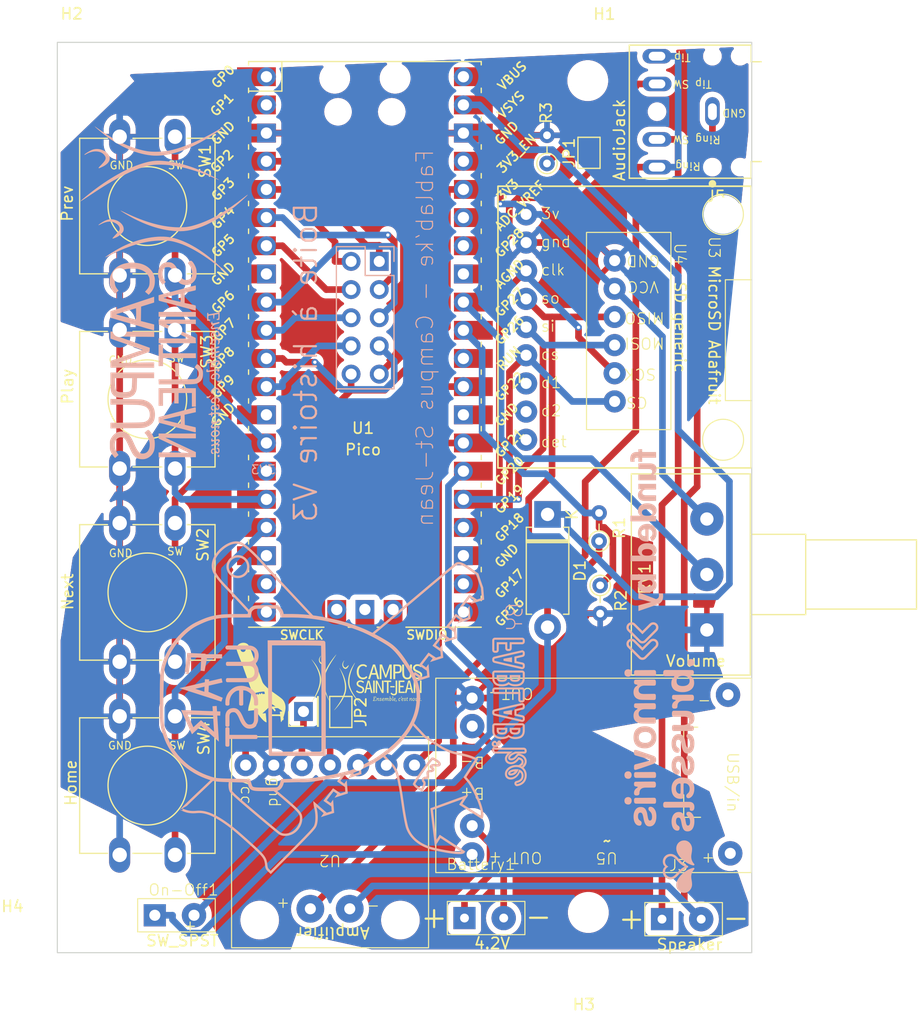
<source format=kicad_pcb>
(kicad_pcb (version 20240108) (generator "pcbnew") (generator_version "8.0")
  (title_block (comment 4 "AISLER Project ID: BFPIADRN"))
  (layers (0 "F.Cu" mixed) (31 "B.Cu" mixed) (34 "B.Paste" user) (35 "F.Paste" user) (36 "B.SilkS" user "B.Silkscreen") (37 "F.SilkS" user "F.Silkscreen") (38 "B.Mask" user) (39 "F.Mask" user) (44 "Edge.Cuts" user))
  (net 0 "")
  (net 1 "+3V3")
  (net 2 "Net-(U1-GPIO17)")
  (net 6 "Net-(U1-GPIO19)")
  (net 7 "Net-(U1-GPIO18)")
  (net 8 "Net-(U1-GPIO16)")
  (net 9 "GND")
  (net 10 "Net-(D1-K)")
  (net 11 "Net-(U1-GPIO21)")
  (net 12 "Net-(U1-GPIO22)")
  (net 13 "Net-(J1-Pin_1)")
  (net 14 "Net-(JP2-B)")
  (net 15 "Net-(U1-GPIO20)")
  (net 16 "Net-(U1-GPIO13)")
  (net 17 "Net-(J4-Pin_3)")
  (net 18 "Net-(U1-GPIO12)")
  (net 20 "Net-(J4-Pin_1)")
  (net 21 "Net-(J4-Pin_2)")
  (net 22 "Net-(J4-Pin_6)")
  (net 23 "Net-(J4-Pin_5)")
  (net 24 "Net-(U1-GPIO10)")
  (net 25 "Net-(J4-Pin_4)")
  (net 26 "Net-(J4-Pin_7)")
  (net 27 "Net-(U1-GPIO26_ADC0)")
  (net 28 "Net-(U1-GPIO27_ADC1)")
  (net 33 "Net-(J4-Pin_8)")
  (net 35 "Net-(U1-GPIO11)")
  (net 36 "Net-(J3-Pin_2)")
  (net 37 "Net-(J3-Pin_1)")
  (net 38 "Net-(U2-Speaker_+)")
  (net 39 "+5V")
  (net 40 "Net-(U5-BAT-)")
  (net 41 "Net-(U5-BAT+)")
  (net 45 "Net-(JP1-B)")
  (net 56 "Net-(On-Off1-A)")
  (net 69 "Net-(JP1-A)")
  (footprint "Resistor_THT:R_Axial_DIN0204_L3.6mm_D1.6mm_P2.54mm_Vertical" (layer "F.Cu") (at 157.72 104.91 -90)
    (property "Reference" "R2")
    (property "Value" "100k")
  )
  (footprint "storybox:Adafruit_MAX98357" (layer "F.Cu") (at 142.23 137.8775 180)
    (property "Reference" "U2")
    (property "Value" "Amplifier")
  )
  (footprint "storybox:Adafruit_MicroSd_3v" (layer "F.Cu") (at 171.354 68.9205 -90)
    (property "Reference" "U3")
    (property "Value" "MicroSD Adafruit")
  )
  (footprint "Button_Switch_THT:SW_PUSH-12mm" (layer "F.Cu") (at 119.35 64.4583 -90)
    (property "Reference" "SW1")
    (property "Value" "Prev")
  )
  (footprint "Button_Switch_THT:SW_PUSH-12mm" (layer "F.Cu") (at 119.35 99.2917 -90)
    (property "Reference" "SW2")
    (property "Value" "Next")
  )
  (footprint "Connector_PinHeader_2.54mm:PinHeader_1x01_P2.54mm_Vertical" (layer "F.Cu") (at 130.94 116.28 90)
    (property "Reference" "J1")
    (property "Value" "Conn_01x01_Pin")
  )
  (footprint "MountingHole:MountingHole_3.2mm_M3" (layer "F.Cu") (at 111.675 134.35)
    (property "Reference" "H4")
    (property "Value" "MountingHole")
  )
  (footprint "MCU_RaspberryPi_and_Boards:RPi_Pico_SMD_TH" (layer "F.Cu") (at 136.485 83.18)
    (property "Reference" "U1")
    (property "Value" "Pico")
  )
  (footprint "MountingHole:MountingHole_3.2mm_M3" (layer "F.Cu") (at 156.6 59.4)
    (property "Reference" "H1")
    (property "Value" "MountingHole")
  )
  (footprint "MountingHole:MountingHole_3.2mm_M3" (layer "F.Cu") (at 112.025 59.375)
    (property "Reference" "H2")
    (property "Value" "MountingHole")
  )
  (footprint "MountingHole:MountingHole_3.2mm_M3" (layer "F.Cu") (at 156.65 134.4)
    (property "Reference" "H3")
    (property "Value" "MountingHole")
  )
  (footprint "Resistor_THT:R_Axial_DIN0204_L3.6mm_D1.6mm_P2.54mm_Vertical" (layer "F.Cu") (at 152.92 66.87 90)
    (property "Reference" "R3")
    (property "Value" "100k")
  )
  (footprint "Resistor_THT:R_Axial_DIN0204_L3.6mm_D1.6mm_P2.54mm_Vertical" (layer "F.Cu") (at 157.62 100.92 90)
    (property "Reference" "R1")
    (property "Value" "100k")
  )
  (footprint "Diode_THT:D_DO-15_P10.16mm_Horizontal" (layer "F.Cu") (at 152.97 98.51 -90)
    (property "Reference" "D1")
    (property "Value" "D_Schottky")
  )
  (footprint "storybox:sd_reader_generic" (layer "F.Cu") (at 166.645 80.705 -90)
    (property "Reference" "U4")
    (property "Value" "SD generic")
  )
  (footprint "storybox:tp4056" (layer "F.Cu") (at 169.559 129.3865 180)
    (property "Reference" "U5")
    (property "Value" "~")
  )
  (footprint "Potentiometer_THT:Potentiometer_Alps_RK163_Single_Horizontal" (layer "F.Cu") (at 167.35 108.925 180)
    (property "Reference" "RV1")
    (property "Value" "Volume")
  )
  (footprint "Jumper:SolderJumper-2_P1.3mm_Bridged_Pad1.0x1.5mm" (layer "F.Cu") (at 156.71 65.91 90)
    (property "Reference" "JP1")
    (property "Value" "SolderJumper_2_Bridged")
  )
  (footprint "Button_Switch_THT:SW_PUSH-12mm" (layer "F.Cu") (at 119.35 81.875 -90)
    (property "Reference" "SW3")
    (property "Value" "Play")
  )
  (footprint "storybox:CUI_SJ1-3525NG-GR" (layer "F.Cu") (at 167.85 62.2 180)
    (property "Reference" "J5")
    (property "Value" "AudioJack")
  )
  (footprint "storybox:connector_polarized" (layer "F.Cu") (at 119.9615 133.0506)
    (property "Reference" "On-Off1")
    (property "Value" "SW_SPST")
  )
  (footprint "storybox:connector_polarized" (layer "F.Cu") (at 147.9115 133.3006)
    (property "Reference" "Battery1")
    (property "Value" "4.2V")
  )
  (footprint "Jumper:SolderJumper-2_P1.3mm_Bridged_Pad1.0x1.5mm" (layer "F.Cu") (at 134.31 116.32 -90)
    (property "Reference" "JP2")
    (property "Value" "SolderJumper_2_Bridged")
  )
  (footprint "storybox:connector_polarized" (layer "F.Cu") (at 165.7365 133.4006)
    (property "Reference" "J3")
    (property "Value" "Speaker")
  )
  (footprint "Button_Switch_THT:SW_PUSH-12mm" (layer "F.Cu") (at 119.35 116.7083 -90)
    (property "Reference" "SW4")
    (property "Value" "Home")
  )
  (footprint "Connector_PinHeader_2.54mm:PinHeader_2x05_P2.54mm_Vertical" (layer "B.Cu") (at 137.78 75.7 180)
    (property "Reference" "J4" (hide yes))
    (property "Value" "Ext" (hide yes))
  )
  (gr_poly (pts (xy 122.171953 84.801526) (xy 122.172405 84.791514) (xy 122.174411 84.771262) (xy 122.177802 84.751104) (xy 122.182479 84.731521) (xy 122.188345 84.712993) (xy 122.191692 84.704274) (xy 122.1953 84.695999) (xy 122.199155 84.688227) (xy 122.203246 84.681018) (xy 122.20756 84.674434) (xy 122.212085 84.668532) (xy 122.216809 84.663374) (xy 122.221719 84.659019) (xy 122.226802 84.655528) (xy 122.232048 84.65296) (xy 122.237442 84.651375) (xy 122.242974 84.650834) (xy 122.245915 84.650911) (xy 122.248772 84.651139) (xy 122.251545 84.651517) (xy 122.254232 84.652041) (xy 122.25683 84.652709) (xy 122.259338 84.653516) (xy 122.261754 84.654461) (xy 122.264075 84.65554) (xy 122.266301 84.656751) (xy 122.26843 84.65809) (xy 122.270459 84.659555) (xy 122.272386 84.661143) (xy 122.27421 84.66285) (xy 122.275929 84.664674) (xy 122.277541 84.666613) (xy 122.279044 84.668662) (xy 122.280436 84.670819) (xy 122.281716 84.673082) (xy 122.282881 84.675447) (xy 122.28393 84.677911) (xy 122.284861 84.680472) (xy 122.285672 84.683126) (xy 122.286361 84.68587) (xy 122.286926 84.688703) (xy 122.287365 84.69162) (xy 122.287677 84.694618) (xy 122.28786 84.697696) (xy 122.287911 84.70085) (xy 122.287829 84.704076) (xy 122.287613 84.707373) (xy 122.287259 84.710737) (xy 122.286767 84.714165) (xy 122.285713 84.720596) (xy 122.284799 84.726849) (xy 122.284026 84.732893) (xy 122.283394 84.738694) (xy 122.282902 84.744218) (xy 122.28255 84.749435) (xy 122.28234 84.754309) (xy 122.282269 84.758809) (xy 122.28234 84.762902) (xy 122.28255 84.766554) (xy 122.282902 84.769733) (xy 122.28313 84.771134) (xy 122.283394 84.772405) (xy 122.283692 84.773541) (xy 122.284026 84.774539) (xy 122.284395 84.775393) (xy 122.284799 84.7761) (xy 122.285238 84.776656) (xy 122.285713 84.777056) (xy 122.286222 84.777297) (xy 122.286767 84.777375) (xy 122.403661 84.756089) (xy 122.669625 84.705014) (xy 122.760018 84.687809) (xy 122.842432 84.672951) (xy 122.917232 84.660446) (xy 122.984787 84.650297) (xy 123.045463 84.64251) (xy 123.073337 84.639503) (xy 123.099628 84.637088) (xy 123.124383 84.635266) (xy 123.147647 84.634037) (xy 123.169467 84.633402) (xy 123.189889 84.633361) (xy 123.208958 84.633915) (xy 123.22672 84.635065) (xy 123.24322 84.636811) (xy 123.258506 84.639153) (xy 123.272623 84.642093) (xy 123.285616 84.645631) (xy 123.297532 84.649766) (xy 123.308416 84.654501) (xy 123.318314 84.659836) (xy 123.327272 84.66577) (xy 123.335337 84.672306) (xy 123.342553 84.679442) (xy 123.348967 84.68718) (xy 123.354625 84.695521) (xy 123.359572 84.704465) (xy 123.363854 84.714013) (xy 123.36506 84.7141) (xy 123.388638 84.775335) (xy 123.393114 84.787171) (xy 123.39665 84.796844) (xy 123.399059 84.803966) (xy 123.399783 84.80645) (xy 123.400155 84.808152) (xy 123.400076 84.810076) (xy 123.399408 84.813193) (xy 123.396416 84.822729) (xy 123.391413 84.836205) (xy 123.384631 84.853067) (xy 123.376302 84.872762) (xy 123.366657 84.894735) (xy 123.355931 84.918432) (xy 123.344354 84.943299) (xy 123.333257 84.964744) (xy 123.320618 84.985644) (xy 123.306525 85.005967) (xy 123.291067 85.025679) (xy 123.274332 85.044748) (xy 123.256407 85.063142) (xy 123.23738 85.080828) (xy 123.217339 85.097772) (xy 123.17457 85.129308) (xy 123.128803 85.15749) (xy 123.080741 85.182055) (xy 123.031091 85.202743) (xy 122.980554 85.219292) (xy 122.929837 85.231443) (xy 122.90463 85.235786) (xy 122.879642 85.238932) (xy 122.854961 85.240848) (xy 122.85296 85.240902) (xy 122.85296 85.103051) (xy 122.869122 85.102677) (xy 122.885621 85.10157) (xy 122.902392 85.099751) (xy 122.919368 85.097238) (xy 122.936485 85.094053) (xy 122.953678 85.090216) (xy 122.970881 85.085748) (xy 122.98803 85.080668) (xy 123.00506 85.074997) (xy 123.021905 85.068756) (xy 123.038501 85.061964) (xy 123.054782 85.054642) (xy 123.070683 85.046811) (xy 123.086139 85.03849) (xy 123.101085 85.029701) (xy 123.115456 85.020463) (xy 123.115151 85.020463) (xy 123.129378 85.010489) (xy 123.142913 85.000144) (xy 123.155746 84.989474) (xy 123.167866 84.978524) (xy 123.179264 84.967338) (xy 123.189929 84.955963) (xy 123.199852 84.944442) (xy 123.209023 84.932822) (xy 123.217431 84.921147) (xy 123.225066 84.909464) (xy 123.231919 84.897816) (xy 123.237979 84.886249) (xy 123.243236 84.874808) (xy 123.247681 84.863539) (xy 123.251303 84.852486) (xy 123.254092 84.841696) (xy 123.256038 84.831212) (xy 123.257132 84.821081) (xy 123.257362 84.811347) (xy 123.256719 84.802055) (xy 123.255193 84.793251) (xy 123.252774 84.78498) (xy 123.249452 84.777288) (xy 123.245217 84.770218) (xy 123.240058 84.763817) (xy 123.233967 84.75813) (xy 123.226932 84.753202) (xy 123.218943 84.749077) (xy 123.209991 84.745802) (xy 123.200066 84.743422) (xy 123.189157 84.741981) (xy 123.177255 84.741524) (xy 123.167714 84.742016) (xy 123.156507 84.743395) (xy 123.143773 84.745616) (xy 123.129654 84.748632) (xy 123.097822 84.756869) (xy 123.062137 84.767743) (xy 123.023722 84.78089) (xy 122.983704 84.795945) (xy 122.943208 84.812544) (xy 122.903359 84.830323) (xy 122.87547 84.843512) (xy 122.850326 84.855869) (xy 122.827796 84.867519) (xy 122.807751 84.878585) (xy 122.790059 84.889191) (xy 122.782055 84.89436) (xy 122.77459 84.89946) (xy 122.767649 84.904508) (xy 122.761214 84.909518) (xy 122.75527 84.914505) (xy 122.749801 84.919486) (xy 122.744789 84.924477) (xy 122.740218 84.929491) (xy 122.736073 84.934545) (xy 122.732337 84.939655) (xy 122.728994 84.944835) (xy 122.726026 84.950102) (xy 122.723419 84.95547) (xy 122.721156 84.960956) (xy 122.71922 84.966574) (xy 122.717595 84.972341) (xy 122.716264 84.978272) (xy 122.715213 84.984381) (xy 122.714423 84.990686) (xy 122.713879 84.9972) (xy 122.713565 85.003941) (xy 122.713464 85.010922) (xy 122.713656 85.025606) (xy 122.714326 85.038661) (xy 122.715616 85.050181) (xy 122.717667 85.06026) (xy 122.719021 85.064789) (xy 122.720619 85.068992) (xy 122.722477 85.072883) (xy 122.724614 85.076471) (xy 122.727046 85.07977) (xy 122.729793 85.082792) (xy 122.73287 85.085546) (xy 122.736297 85.088047) (xy 122.740089 85.090305) (xy 122.744266 85.092332) (xy 122.748845 85.09414) (xy 122.753844 85.09574) (xy 122.759279 85.097145) (xy 122.765169 85.098366) (xy 122.778384 85.100303) (xy 122.793629 85.101646) (xy 122.811046 85.102489) (xy 122.830776 85.102926) (xy 122.85296 85.103051) (xy 122.85296 85.240902) (xy 122.830674 85.241501) (xy 122.80687 85.240858) (xy 122.783637 85.238887) (xy 122.761063 85.235555) (xy 122.739236 85.230829) (xy 122.718244 85.224677) (xy 122.698175 85.217067) (xy 122.679116 85.207965) (xy 122.661157 85.197339) (xy 122.650426 85.190116) (xy 122.640394 85.1828) (xy 122.631062 85.175391) (xy 122.622429 85.167884) (xy 122.614496 85.160278) (xy 122.607261 85.152571) (xy 122.600725 85.144759) (xy 122.594889 85.136842) (xy 122.58975 85.128817) (xy 122.585311 85.12068) (xy 122.58157 85.112431) (xy 122.578527 85.104067) (xy 122.576183 85.095585) (xy 122.574537 85.086983) (xy 122.573589 85.078259) (xy 122.573338 85.069411) (xy 122.573786 85.060436) (xy 122.574931 85.051332) (xy 122.576774 85.042096) (xy 122.579315 85.032727) (xy 122.582552 85.023222) (xy 122.586487 85.013579) (xy 122.59112 85.003795) (xy 122.596449 84.993868) (xy 122.602475 84.983797) (xy 122.609198 84.973578) (xy 122.616618 84.963209) (xy 122.624734 84.952688) (xy 122.633547 84.942013) (xy 122.643056 84.931181) (xy 122.664163 84.909039) (xy 122.699722 84.872975) (xy 122.712895 84.858642) (xy 122.722599 84.846693) (xy 122.728538 84.837067) (xy 122.730002 84.833105) (xy 122.730413 84.829701) (xy 122.729733 84.826847) (xy 122.727926 84.824535) (xy 122.724954 84.822757) (xy 122.72078 84.821506) (xy 122.708678 84.820554) (xy 122.691321 84.821617) (xy 122.668412 84.824633) (xy 122.639654 84.829541) (xy 122.563396 84.844786) (xy 122.460168 84.86686) (xy 122.436079 84.871875) (xy 122.412387 84.87645) (xy 122.389222 84.880575) (xy 122.366713 84.884237) (xy 122.34499 84.887427) (xy 122.324182 84.890133) (xy 122.30442 84.892344) (xy 122.285832 84.894049) (xy 122.268549 84.895237) (xy 122.252699 84.895898) (xy 122.238413 84.896019) (xy 122.22582 84.895591) (xy 122.215049 84.894602) (xy 122.206231 84.893042) (xy 122.202595 84.892044) (xy 122.199495 84.890898) (xy 122.196948 84.889605) (xy 122.19497 84.888161) (xy 122.190531 84.883165) (xy 122.186598 84.877413) (xy 122.183159 84.870965) (xy 122.180202 84.863881) (xy 122.177714 84.856221) (xy 122.175683 84.848045) (xy 122.174097 84.839414) (xy 122.172943 84.830386) (xy 122.172209 84.821022) (xy 122.171883 84.811382)) (stroke (width -0.000001)) (fill solid) (layer "B.SilkS"))
  (gr_poly (pts (xy 115.492303 79.54171) (xy 117.462739 78.884499) (xy 117.462739 79.407998) (xy 116.87465 79.589528) (xy 116.286561 79.771058) (xy 116.277558 80.422928) (xy 116.268556 81.074799) (xy 116.866486 81.230561) (xy 117.464417 81.386288) (xy 117.464417 81.652329) (xy 117.464279 81.679434) (xy 117.463872 81.705781) (xy 117.463211 81.731234) (xy 117.462308 81.755657) (xy 117.461176 81.778913) (xy 117.459829 81.800866) (xy 117.45828 81.82138) (xy 117.456542 81.840318) (xy 117.454628 81.857545) (xy 117.452552 81.872924) (xy 117.450326 81.886318) (xy 117.447964 81.897592) (xy 117.445478 81.90661) (xy 117.444194 81.91023) (xy 117.442884 81.913234) (xy 117.441549 81.915606) (xy 117.440192 81.917329) (xy 117.438814 81.918386) (xy 117.437417 81.918759) (xy 116.846895 81.75148) (xy 115.801612 81.446808) (xy 115.801612 80.941111) (xy 115.803 80.940618) (xy 115.804735 80.93876) (xy 115.808122 80.931447) (xy 115.811386 80.919504) (xy 115.814509 80.903134) (xy 115.82027 80.857913) (xy 115.825275 80.797397) (xy 115.829395 80.723195) (xy 115.832498 80.636918) (xy 115.834456 80.540177) (xy 115.835137 80.434582) (xy 115.834856 80.332806) (xy 115.834013 80.237857) (xy 115.832607 80.151814) (xy 115.830639 80.076755) (xy 115.828108 80.014758) (xy 115.825015 79.967901) (xy 115.823257 79.9508) (xy 115.821358 79.938263) (xy 115.819319 79.93055) (xy 115.818247 79.928584) (xy 115.817139 79.927922) (xy 115.749206 79.946233) (xy 115.578153 79.996092) (xy 115.03 80.16) (xy 114.450182 80.334051) (xy 114.135072 80.426789) (xy 114.127345 80.428929) (xy 114.119971 80.431048) (xy 114.112951 80.433144) (xy 114.106283 80.435218) (xy 114.099969 80.437268) (xy 114.094008 80.439296) (xy 114.0884 80.441301) (xy 114.083145 80.443281) (xy 114.078243 80.445238) (xy 114.073694 80.447171) (xy 114.069497 80.449079) (xy 114.065653 80.450963) (xy 114.062162 80.452822) (xy 114.059024 80.454656) (xy 114.056238 80.456464) (xy 114.053804 80.458247) (xy 114.051723 80.460003) (xy 114.049995 80.461734) (xy 114.048619 80.463438) (xy 114.047595 80.465115) (xy 114.047215 80.465944) (xy 114.046923 80.466766) (xy 114.046719 80.467581) (xy 114.046604 80.468389) (xy 114.046576 80.46919) (xy 114.046636 80.469985) (xy 114.046785 80.470772) (xy 114.047021 80.471553) (xy 114.047346 80.472326) (xy 114.047758 80.473093) (xy 114.048258 80.473852) (xy 114.048847 80.474604) (xy 114.050287 80.476088) (xy 114.05208 80.477542) (xy 114.054224 80.478968) (xy 114.056721 80.480364) (xy 114.059568 80.48173) (xy 114.062768 80.483067) (xy 114.362295 80.567916) (xy 114.947049 80.723934) (xy 115.52449 80.874057) (xy 115.801612 80.941111) (xy 115.801612 81.446808) (xy 115.465249 81.348767) (xy 113.520226 80.778393) (xy 113.520074 80.488656) (xy 113.519921 80.198914)) (stroke (width -0.000001)) (fill solid) (layer "B.SilkS"))
  (gr_poly (pts (xy 160.775092 121.968377) (xy 160.776902 121.931949) (xy 160.778285 121.915256) (xy 160.779996 121.899539) (xy 160.782042 121.884771) (xy 160.784433 121.870924) (xy 160.787175 121.85797) (xy 160.790277 121.84588) (xy 160.793745 121.834628) (xy 160.797588 121.824185) (xy 160.801814 121.814524) (xy 160.80643 121.805616) (xy 160.811443 121.797433) (xy 160.816862 121.789948) (xy 160.822695 121.783133) (xy 160.828948 121.77696) (xy 160.83563 121.7714) (xy 160.842748 121.766427) (xy 160.850311 121.762012) (xy 160.858326 121.758127) (xy 160.8668 121.754745) (xy 160.875741 121.751837) (xy 160.885158 121.749375) (xy 160.895057 121.747332) (xy 160.905447 121.745681) (xy 160.916335 121.744392) (xy 160.939636 121.742791) (xy 160.965023 121.742307) (xy 162.565136 121.730878) (xy 162.591225 121.731657) (xy 162.615225 121.734078) (xy 162.637194 121.738262) (xy 162.647434 121.741054) (xy 162.657187 121.744333) (xy 162.66646 121.748114) (xy 162.67526 121.752413) (xy 162.683593 121.757245) (xy 162.691468 121.762626) (xy 162.69889 121.76857) (xy 162.705867 121.775093) (xy 162.712406 121.782211) (xy 162.718514 121.789939) (xy 162.724197 121.798292) (xy 162.729463 121.807285) (xy 162.734319 121.816934) (xy 162.738772 121.827255) (xy 162.742828 121.838262) (xy 162.746495 121.849971) (xy 162.752689 121.875556) (xy 162.757409 121.904133) (xy 162.760712 121.935825) (xy 162.762652 121.970755) (xy 162.763287 122.009045) (xy 162.762781 122.047122) (xy 162.76121 122.081447) (xy 162.759999 122.097258) (xy 162.758489 122.112199) (xy 162.756671 122.126291) (xy 162.754535 122.139557) (xy 162.752069 122.152019) (xy 162.749263 122.1637) (xy 162.746107 122.174621) (xy 162.74259 122.184806) (xy 162.738702 122.194276) (xy 162.734432 122.203054) (xy 162.729771 122.211162) (xy 162.724707 122.218623) (xy 162.71923 122.225458) (xy 162.713329 122.231691) (xy 162.706994 122.237343) (xy 162.700215 122.242437) (xy 162.692981 122.246995) (xy 162.685282 122.25104) (xy 162.677107 122.254593) (xy 162.668446 122.257678) (xy 162.659288 122.260316) (xy 162.649623 122.262529) (xy 162.63944 122.264341) (xy 162.628729 122.265774) (xy 162.617479 122.266849) (xy 162.605681 122.267589) (xy 162.580395 122.268155) (xy 160.987774 122.264325) (xy 160.962152 122.263635) (xy 160.938143 122.261483) (xy 160.915754 122.257747) (xy 160.905168 122.255246) (xy 160.894989 122.252302) (xy 160.885217 122.248902) (xy 160.875854 122.245028) (xy 160.866899 122.240666) (xy 160.858354 122.2358) (xy 160.85022 122.230415) (xy 160.842496 122.224495) (xy 160.835183 122.218026) (xy 160.828283 122.210992) (xy 160.821796 122.203377) (xy 160.815723 122.195166) (xy 160.810063 122.186344) (xy 160.804819 122.176895) (xy 160.79999 122.166805) (xy 160.795578 122.156057) (xy 160.791583 122.144636) (xy 160.788005 122.132528) (xy 160.784846 122.119716) (xy 160.782106 122.106185) (xy 160.779785 122.09192) (xy 160.777885 122.076905) (xy 160.775349 122.044567) (xy 160.774502 122.009045)) (stroke (width -0.000001)) (fill solid) (layer "B.SilkS"))
  (gr_poly (pts (xy 122.659898 103.113349) (xy 122.661581 103.069113) (xy 122.661579 103.069178) (xy 122.664484 103.024964) (xy 122.668592 102.980806) (xy 122.673884 102.936726) (xy 122.680342 102.892748) (xy 122.687945 102.848894) (xy 122.696677 102.805187) (xy 122.706518 102.761652) (xy 122.717449 102.718311) (xy 122.729453 102.675188) (xy 122.74251 102.632305) (xy 122.756602 102.589686) (xy 122.771709 102.547354) (xy 122.787815 102.505332) (xy 122.804899 102.463644) (xy 122.822943 102.422312) (xy 122.841929 102.381361) (xy 122.88198 102.302579) (xy 122.926923 102.223216) (xy 122.976547 102.143573) (xy 123.030641 102.063947) (xy 123.088993 101.984638) (xy 123.151391 101.905945) (xy 123.217625 101.828166) (xy 123.287482 101.751601) (xy 123.360752 101.676549) (xy 123.437222 101.603308) (xy 123.516682 101.532177) (xy 123.59892 101.463455) (xy 123.683724 101.397442) (xy 123.770884 101.334436) (xy 123.860187 101.274736) (xy 123.951422 101.218641) (xy 124.04449 101.166537) (xy 124.13943 101.118759) (xy 124.235963 101.0757) (xy 124.33381 101.037752) (xy 124.432691 101.005305) (xy 124.532329 100.978752) (xy 124.632445 100.958484) (xy 124.732759 100.944894) (xy 124.832992 100.938372) (xy 124.932866 100.939312) (xy 125.032102 100.948103) (xy 125.130421 100.965139) (xy 125.179149 100.976871) (xy 125.227544 100.990811) (xy 125.27557 101.007008) (xy 125.323192 101.025511) (xy 125.370376 101.046368) (xy 125.417087 101.06963) (xy 125.463289 101.095344) (xy 125.508949 101.12356) (xy 125.62048 101.194319) (xy 125.77202 101.303128) (xy 125.966047 101.457729) (xy 126.205039 101.665863) (xy 126.491476 101.935271) (xy 126.827835 102.273693) (xy 127.015511 102.471204) (xy 127.216596 102.688872) (xy 127.431402 102.927663) (xy 127.660238 103.188547) (xy 127.663339 103.191645) (xy 132.05997 107.884382) (xy 131.764898 107.845623) (xy 131.536295 107.817269) (xy 131.516857 107.815144) (xy 131.516857 107.616228) (xy 127.503665 103.332765) (xy 127.502105 103.331179) (xy 127.274085 103.071168) (xy 127.060264 102.833499) (xy 126.860359 102.617196) (xy 126.674087 102.421283) (xy 126.501163 102.244784) (xy 126.341304 102.086722) (xy 126.194227 101.946122) (xy 126.059647 101.822008) (xy 125.93728 101.713404) (xy 125.826844 101.619333) (xy 125.728055 101.538821) (xy 125.640628 101.47089) (xy 125.56428 101.414564) (xy 125.498728 101.368869) (xy 125.443687 101.332827) (xy 125.398874 101.305464) (xy 125.396812 101.303877) (xy 125.394746 101.30282) (xy 125.357174 101.279523) (xy 125.319109 101.25826) (xy 125.280575 101.238996) (xy 125.241594 101.2217) (xy 125.202188 101.206337) (xy 125.16238 101.192876) (xy 125.081646 101.171525) (xy 124.99957 101.157382) (xy 124.916332 101.150183) (xy 124.832111 101.149665) (xy 124.747087 101.155563) (xy 124.661437 101.167613) (xy 124.575341 101.18555) (xy 124.488978 101.209112) (xy 124.402528 101.238033) (xy 124.316168 101.272051) (xy 124.230079 101.3109) (xy 124.144439 101.354316) (xy 124.059428 101.402037) (xy 123.975453 101.453795) (xy 123.892972 101.509263) (xy 123.812231 101.568077) (xy 123.733481 101.629879) (xy 123.656969 101.694308) (xy 123.582943 101.761003) (xy 123.511654 101.829604) (xy 123.443348 101.89975) (xy 123.378276 101.971081) (xy 123.316685 102.043236) (xy 123.258823 102.115855) (xy 123.204941 102.188577) (xy 123.155285 102.261043) (xy 123.110105 102.33289) (xy 123.06965 102.40376) (xy 123.034168 102.473291) (xy 123.017204 102.509894) (xy 123.001109 102.546796) (xy 122.985895 102.583972) (xy 122.971577 102.621397) (xy 122.958168 102.659044) (xy 122.94568 102.696889) (xy 122.934129 102.734904) (xy 122.923526 102.773065) (xy 122.913886 102.811345) (xy 122.905222 102.849719) (xy 122.897548 102.888161) (xy 122.890876 102.926645) (xy 122.885221 102.965145) (xy 122.880595 103.003637) (xy 122.877013 103.042093) (xy 122.874487 103.080488) (xy 122.874491 103.080595) (xy 122.873037 103.118773) (xy 122.872656 103.156834) (xy 122.87336 103.194761) (xy 122.87516 103.232539) (xy 122.878069 103.27015) (xy 122.882098 103.307577) (xy 122.88726 103.344805) (xy 122.893565 103.381817) (xy 122.901027 103.418597) (xy 122.909657 103.455127) (xy 122.919466 103.491392) (xy 122.930468 103.527374) (xy 122.942673 103.563058) (xy 122.956093 103.598427) (xy 122.970741 103.633464) (xy 122.986629 103.668154) (xy 123.058614 103.793564) (xy 123.131114 103.911753) (xy 123.205038 104.02432) (xy 123.281292 104.132865) (xy 123.360785 104.238989) (xy 123.444423 104.344292) (xy 123.533115 104.450374) (xy 123.627768 104.558835) (xy 123.838586 104.789296) (xy 124.084139 105.048477) (xy 124.708488 105.704203) (xy 126.058275 107.148561) (xy 126.075639 107.112753) (xy 126.092595 107.076713) (xy 126.110004 107.040873) (xy 126.119147 107.023164) (xy 126.128727 107.005668) (xy 126.13885 106.988438) (xy 126.149624 106.971529) (xy 126.161157 106.954994) (xy 126.173557 106.938889) (xy 126.186932 106.923268) (xy 126.201388 106.908183) (xy 126.217033 106.89369) (xy 126.233976 106.879843) (xy 126.271176 106.852317) (xy 126.289857 106.839317) (xy 126.308757 106.826855) (xy 126.328003 106.814951) (xy 126.347719 106.803626) (xy 126.368031 106.792901) (xy 126.389064 106.782798) (xy 126.410942 106.773338) (xy 126.433792 106.764542) (xy 126.457738 106.75643) (xy 126.482906 106.749024) (xy 126.50942 106.742345) (xy 126.537406 106.736415) (xy 126.566989 106.731254) (xy 126.598295 106.726883) (xy 126.667082 106.71989) (xy 126.745833 106.714634) (xy 126.836375 106.710867) (xy 126.940541 106.708341) (xy 127.197057 106.706021) (xy 127.530019 106.705688) (xy 128.605407 106.705688) (xy 128.812112 106.911877) (xy 128.834049 106.934714) (xy 128.855454 106.958877) (xy 128.876257 106.984242) (xy 128.896386 107.010688) (xy 128.915768 107.038095) (xy 128.934332 107.06634) (xy 128.952005 107.095302) (xy 128.968717 107.12486) (xy 128.984393 107.154891) (xy 128.998964 107.185276) (xy 129.012356 107.215891) (xy 129.024498 107.246616) (xy 129.035318 107.277329) (xy 129.044744 107.307908) (xy 129.052704 107.338233) (xy 129.059125 107.368181) (xy 129.084964 107.506672) (xy 129.906103 107.506672) (xy 130.112148 107.508902) (xy 130.31638 107.515297) (xy 130.519033 107.525412) (xy 130.720342 107.538802) (xy 130.920544 107.555023) (xy 131.119874 107.573631) (xy 131.516857 107.616228) (xy 131.516857 107.815144) (xy 131.307047 107.792219) (xy 131.076942 107.77062) (xy 130.845766 107.75262) (xy 130.613306 107.738364) (xy 130.37935 107.727999) (xy 130.143684 107.721673) (xy 129.906097 107.719532) (xy 128.908224 107.719532) (xy 128.84983 107.407406) (xy 128.850358 107.407406) (xy 128.846275 107.389636) (xy 128.840469 107.37003) (xy 128.83309 107.348872) (xy 128.824285 107.326448) (xy 128.814201 107.303045) (xy 128.802988 107.278949) (xy 128.790792 107.254445) (xy 128.777762 107.229818) (xy 128.764045 107.205356) (xy 128.749789 107.181344) (xy 128.735143 107.158067) (xy 128.720253 107.135812) (xy 128.705269 107.114865) (xy 128.690337 107.095511) (xy 128.675606 107.078036) (xy 128.661224 107.062727) (xy 128.517562 106.918548) (xy 127.530027 106.918548) (xy 127.197454 106.919108) (xy 127.061427 106.920059) (xy 126.943598 106.921678) (xy 126.842486 106.924133) (xy 126.756612 106.927591) (xy 126.684495 106.932219) (xy 126.624654 106.938183) (xy 126.598951 106.941566) (xy 126.575843 106.945082) (xy 126.555043 106.948805) (xy 126.536261 106.952807) (xy 126.519208 106.957162) (xy 126.503597 106.961943) (xy 126.489137 106.967224) (xy 126.47554 106.973076) (xy 126.462517 106.979574) (xy 126.449779 106.986791) (xy 126.437038 106.9948) (xy 126.424005 107.003674) (xy 126.410391 107.013487) (xy 126.395906 107.024311) (xy 126.363172 107.049286) (xy 126.342266 107.065738) (xy 126.32294 107.081879) (xy 126.305112 107.097824) (xy 126.288701 107.113685) (xy 126.273626 107.129579) (xy 126.259803 107.145619) (xy 126.247151 107.161919) (xy 126.235589 107.178594) (xy 126.225034 107.195757) (xy 126.215404 107.213524) (xy 126.206619 107.232009) (xy 126.198596 107.251325) (xy 126.191253 107.271587) (xy 126.184508 107.292909) (xy 126.17828 107.315406) (xy 126.172487 107.339191) (xy 126.127529 107.534529) (xy 124.552947 105.849878) (xy 124.553478 105.849878) (xy 123.926785 105.191871) (xy 123.677801 104.928986) (xy 123.462442 104.69325) (xy 123.365197 104.581594) (xy 123.273747 104.471964) (xy 123.187223 104.362772) (xy 123.104755 104.252431) (xy 123.025471 104.139353) (xy 122.948502 104.021953) (xy 122.872978 103.898641) (xy 122.798028 103.767832) (xy 122.796467 103.765188) (xy 122.794906 103.762091) (xy 122.775876 103.720715) (xy 122.758363 103.678946) (xy 122.742348 103.636813) (xy 122.727811 103.594346) (xy 122.714733 103.551573) (xy 122.703094 103.508522) (xy 122.692875 103.465223) (xy 122.684057 103.421704) (xy 122.676619 103.377995) (xy 122.670542 103.334124) (xy 122.665808 103.290119) (xy 122.662396 103.246011) (xy 122.660286 103.201827) (xy 122.65946 103.157597)) (stroke (width -0.000001)) (fill solid) (layer "B.SilkS"))
  (gr_poly (pts (xy 122.031582 113.642662) (xy 122.045019 113.36516) (xy 122.425356 113.382213) (xy 122.417089 113.553261) (xy 123.549319 113.290228) (xy 123.635102 113.661266) (xy 122.397969 113.949102) (xy 122.37058 114.508758) (xy 123.526064 114.989866) (xy 123.529166 114.990898) (xy 123.652672 115.045675) (xy 123.525032 115.391907) (xy 123.482151 115.377437) (xy 123.482151 115.098375) (xy 123.365879 115.059101) (xy 123.365351 115.060661) (xy 123.482151 115.098375) (xy 123.482151 115.377437) (xy 123.399457 115.349533) (xy 121.990242 114.896928) (xy 121.990242 114.496872) (xy 122.012462 114.038502) (xy 121.17117 114.233322) (xy 121.990242 114.496872) (xy 121.990242 114.896928) (xy 120.267865 114.343743) (xy 120.267865 114.323755) (xy 120.272 114.222986) (xy 120.177948 114.192497) (xy 120.267865 114.323755) (xy 120.267865 114.343743) (xy 120.197586 114.321171) (xy 119.741283 114.17441)) (stroke (width -0.000001)) (fill solid) (layer "B.SilkS"))
  (gr_poly (pts (xy 150.296483 107.636867) (xy 150.285947 107.636766) (xy 150.275645 107.636464)) (stroke (width -0.000001)) (fill solid) (layer "B.SilkS"))
  (gr_poly (pts (xy 122.575423 81.678843) (xy 122.576255 81.671205) (xy 122.57771 81.663358) (xy 122.579789 81.655289) (xy 122.582493 81.64698) (xy 122.585823 81.638417) (xy 122.589781 81.629584) (xy 122.594367 81.620465) (xy 122.599582 81.611044) (xy 122.611903 81.591233) (xy 122.626753 81.570028) (xy 122.64414 81.547301) (xy 122.664071 81.522927) (xy 122.693938 81.486859) (xy 122.705739 81.472189) (xy 122.715478 81.45956) (xy 122.723176 81.448818) (xy 122.726266 81.444106) (xy 122.728854 81.43981) (xy 122.730942 81.435909) (xy 122.732533 81.432384) (xy 122.733629 81.429217) (xy 122.734233 81.426388) (xy 122.734347 81.423878) (xy 122.733975 81.421668) (xy 122.733118 81.41974) (xy 122.731779 81.418073) (xy 122.729961 81.41665) (xy 122.727666 81.41545) (xy 122.724897 81.414455) (xy 122.721657 81.413646) (xy 122.717948 81.413003) (xy 122.713772 81.412508) (xy 122.704032 81.411884) (xy 122.692458 81.411622) (xy 122.67907 81.411568) (xy 122.667089 81.411343) (xy 122.65644 81.410589) (xy 122.647062 81.409188) (xy 122.642831 81.408209) (xy 122.638893 81.407023) (xy 122.635242 81.405618) (xy 122.63187 81.403977) (xy 122.628768 81.402087) (xy 122.62593 81.399932) (xy 122.623348 81.397498) (xy 122.621013 81.39477) (xy 122.618918 81.391734) (xy 122.617055 81.388374) (xy 122.615416 81.384676) (xy 122.613994 81.380626) (xy 122.612781 81.376208) (xy 122.611768 81.371409) (xy 122.610316 81.360605) (xy 122.609573 81.348096) (xy 122.609479 81.333766) (xy 122.609972 81.317496) (xy 122.610988 81.299169) (xy 122.612466 81.278668) (xy 122.613892 81.264826) (xy 122.615733 81.251507) (xy 122.617958 81.238733) (xy 122.620538 81.226527) (xy 122.623441 81.21491) (xy 122.626639 81.203905) (xy 122.630101 81.193532) (xy 122.633796 81.183816) (xy 122.637695 81.174776) (xy 122.641767 81.166437) (xy 122.645982 81.158819) (xy 122.65031 81.151944) (xy 122.654722 81.145835) (xy 122.659185 81.140514) (xy 122.663672 81.136003) (xy 122.668151 81.132324) (xy 122.672592 81.129498) (xy 122.676965 81.127548) (xy 122.68124 81.126497) (xy 122.685387 81.126365) (xy 122.689375 81.127175) (xy 122.693175 81.12895) (xy 122.696756 81.13171) (xy 122.700088 81.135479) (xy 122.703141 81.140278) (xy 122.705885 81.146129) (xy 122.70829 81.153054) (xy 122.710324 81.161076) (xy 122.71196 81.170216) (xy 122.713165 81.180497) (xy 122.71391 81.19194) (xy 122.714166 81.204567) (xy 122.714251 81.219859) (xy 122.714684 81.233218) (xy 122.715726 81.244721) (xy 122.717639 81.254445) (xy 122.719004 81.258664) (xy 122.720686 81.262467) (xy 122.722717 81.265863) (xy 122.725129 81.268864) (xy 122.727956 81.271477) (xy 122.731231 81.273713) (xy 122.734985 81.275581) (xy 122.739253 81.277091) (xy 122.744066 81.278253) (xy 122.749458 81.279077) (xy 122.762109 81.279745) (xy 122.777468 81.279174) (xy 122.795797 81.277441) (xy 122.817358 81.274622) (xy 122.842415 81.270796) (xy 122.904061 81.260426) (xy 122.94427 81.253081) (xy 122.985589 81.244718) (xy 123.026851 81.235628) (xy 123.06689 81.226104) (xy 123.104537 81.216437) (xy 123.138626 81.206921) (xy 123.167989 81.197847) (xy 123.19146 81.189507) (xy 123.201554 81.185743) (xy 123.211759 81.18233) (xy 123.222007 81.179274) (xy 123.232227 81.176583) (xy 123.242348 81.174263) (xy 123.2523 81.17232) (xy 123.262013 81.170762) (xy 123.271417 81.169594) (xy 123.28044 81.168823) (xy 123.289014 81.168456) (xy 123.297067 81.1685) (xy 123.30453 81.168961) (xy 123.311331 81.169845) (xy 123.317401 81.17116) (xy 123.32014 81.171981) (xy 123.322669 81.172911) (xy 123.324981 81.173953) (xy 123.327065 81.175107) (xy 123.329018 81.175019) (xy 123.337009 81.18025) (xy 123.344111 81.185521) (xy 123.350328 81.190827) (xy 123.355668 81.196163) (xy 123.360134 81.201523) (xy 123.363733 81.206902) (xy 123.366469 81.212294) (xy 123.368349 81.217694) (xy 123.369378 81.223097) (xy 123.369561 81.228496) (xy 123.368904 81.233887) (xy 123.367412 81.239264) (xy 123.365091 81.244622) (xy 123.361945 81.249956) (xy 123.357981 81.255259) (xy 123.353204 81.260527) (xy 123.347619 81.265753) (xy 123.341231 81.270934) (xy 123.326072 81.281133) (xy 123.307769 81.291083) (xy 123.286365 81.300738) (xy 123.261904 81.310055) (xy 123.234431 81.318992) (xy 123.203987 81.327504) (xy 123.170617 81.335549) (xy 123.125761 81.346504) (xy 123.082294 81.358953) (xy 123.040401 81.372782) (xy 123.000261 81.387876) (xy 122.96206 81.404118) (xy 122.925978 81.421395) (xy 122.908789 81.430386) (xy 122.892198 81.439591) (xy 122.876229 81.448998) (xy 122.860904 81.458591) (xy 122.846245 81.468357) (xy 122.832276 81.478281) (xy 122.81902 81.488348) (xy 122.806499 81.498544) (xy 122.794736 81.508855) (xy 122.783754 81.519267) (xy 122.773575 81.529764) (xy 122.764224 81.540333) (xy 122.755721 81.550959) (xy 122.748091 81.561628) (xy 122.741356 81.572326) (xy 122.735538 81.583037) (xy 122.730661 81.593748) (xy 122.726747 81.604445) (xy 122.72382 81.615113) (xy 122.721902 81.625737) (xy 122.720073 81.63927) (xy 122.718807 81.651214) (xy 122.718197 81.661631) (xy 122.718168 81.666287) (xy 122.718337 81.670586) (xy 122.718716 81.674534) (xy 122.719318 81.67814) (xy 122.720153 81.681412) (xy 122.721234 81.684358) (xy 122.722571 81.686986) (xy 122.724177 81.689303) (xy 122.726062 81.691318) (xy 122.72824 81.693038) (xy 122.730721 81.694472) (xy 122.733516 81.695627) (xy 122.736638 81.696511) (xy 122.740098 81.697133) (xy 122.743907 81.697499) (xy 122.748078 81.697619) (xy 122.752621 81.697499) (xy 122.757549 81.697148) (xy 122.768605 81.695784) (xy 122.781337 81.69359) (xy 122.795839 81.69063) (xy 122.812203 81.686966) (xy 122.837437 81.68174) (xy 122.869898 81.675996) (xy 122.951117 81.663693) (xy 123.045094 81.651537) (xy 123.141061 81.641007) (xy 123.184244 81.637184) (xy 123.222641 81.634748) (xy 123.25638 81.633817) (xy 123.271544 81.633953) (xy 123.285591 81.634508) (xy 123.298539 81.635499) (xy 123.310402 81.636939) (xy 123.321198 81.638843) (xy 123.330943 81.641226) (xy 123.339651 81.644103) (xy 123.34734 81.647488) (xy 123.354026 81.651396) (xy 123.359725 81.655842) (xy 123.364452 81.66084) (xy 123.368225 81.666405) (xy 123.371058 81.672551) (xy 123.372968 81.679294) (xy 123.373972 81.686648) (xy 123.374085 81.694628) (xy 123.373323 81.703248) (xy 123.371703 81.712523) (xy 123.36924 81.722467) (xy 123.365951 81.733097) (xy 123.361852 81.744425) (xy 123.356959 81.756467) (xy 123.344854 81.782751) (xy 123.329766 81.812066) (xy 123.324806 81.820784) (xy 123.319568 81.828929) (xy 123.314086 81.836501) (xy 123.308394 81.8435) (xy 123.302529 81.849927) (xy 123.296523 81.855783) (xy 123.290411 81.861069) (xy 123.284228 81.865784) (xy 123.278009 81.869931) (xy 123.271789 81.873508) (xy 123.2656 81.876518) (xy 123.259479 81.87896) (xy 123.25346 81.880836) (xy 123.247577 81.882146) (xy 123.241864 81.88289) (xy 123.236358 81.883069) (xy 123.231091 81.882685) (xy 123.226098 81.881737) (xy 123.221415 81.880226) (xy 123.217075 81.878153) (xy 123.213113 81.875519) (xy 123.209564 81.872323) (xy 123.206462 81.868568) (xy 123.203842 81.864253) (xy 123.201738 81.859379) (xy 123.200185 81.853947) (xy 123.199217 81.847957) (xy 123.19887 81.84141) (xy 123.199176 81.834307) (xy 123.200172 81.826648) (xy 123.201892 81.818434) (xy 123.204369 81.809666) (xy 123.20887 81.794496) (xy 123.211865 81.781281) (xy 123.213052 81.769998) (xy 123.212129 81.760625) (xy 123.210782 81.756648) (xy 123.208794 81.75314) (xy 123.206128 81.750098) (xy 123.202746 81.747519) (xy 123.19861 81.745402) (xy 123.193682 81.743742) (xy 123.1813 81.741785) (xy 123.165299 81.741625) (xy 123.145375 81.743241) (xy 123.121228 81.74661) (xy 123.092556 81.75171) (xy 123.020425 81.767012) (xy 122.926568 81.788968) (xy 122.895008 81.796398) (xy 122.866429 81.802823) (xy 122.840595 81.80824) (xy 122.817266 81.812647) (xy 122.796204 81.816041) (xy 122.777172 81.818418) (xy 122.768342 81.819225) (xy 122.759931 81.819776) (xy 122.751907 81.820072) (xy 122.744243 81.820112) (xy 122.736906 81.819896) (xy 122.729869 81.819424) (xy 122.723101 81.818694) (xy 122.716573 81.817707) (xy 122.710254 81.816463) (xy 122.704114 81.81496) (xy 122.698125 81.8132) (xy 122.692257 81.81118) (xy 122.686478 81.808901) (xy 122.680761 81.806364) (xy 122.675075 81.803566) (xy 122.669389 81.800508) (xy 122.657904 81.79361) (xy 122.646066 81.785668) (xy 122.628663 81.7728) (xy 122.613694 81.760045) (xy 122.607124 81.75367) (xy 122.601166 81.747277) (xy 122.59582 81.740849) (xy 122.591087 81.73437) (xy 122.586969 81.727826) (xy 122.583465 81.721199) (xy 122.580579 81.714475) (xy 122.578309 81.707638) (xy 122.576658 81.700672) (xy 122.575626 81.693562) (xy 122.575214 81.686291)) (stroke (width -0.000001)) (fill solid) (layer "B.SilkS"))
  (gr_poly (pts (xy 165.623011 111.817343) (xy 165.626016 111.7853) (xy 165.631086 111.754865) (xy 165.63441 111.740278) (xy 165.63827 111.726126) (xy 165.642671 111.71242) (xy 165.64762 111.699172) (xy 165.653123 111.686393) (xy 165.659186 111.674094) (xy 165.665815 111.662286) (xy 165.673017 111.65098) (xy 165.680799 111.640188) (xy 165.689165 111.62992) (xy 165.698123 111.620188) (xy 165.70768 111.611003) (xy 165.71784 111.602376) (xy 165.728611 111.594318) (xy 165.739999 111.586841) (xy 165.75201 111.579955) (xy 165.76465 111.573672) (xy 165.777926 111.568003) (xy 165.791844 111.562959) (xy 165.80641 111.558552) (xy 165.82163 111.554792) (xy 165.837512 111.55169) (xy 165.854061 111.549259) (xy 165.871283 111.547508) (xy 165.889184 111.546449) (xy 165.907772 111.546094) (xy 165.924716 111.546428) (xy 165.941249 111.547427) (xy 165.957364 111.549086) (xy 165.973052 111.5514) (xy 165.988305 111.554364) (xy 166.003114 111.557974) (xy 166.01747 111.562224) (xy 166.031366 111.567109) (xy 166.044794 111.572626) (xy 166.057744 111.578768) (xy 166.070208 111.585531) (xy 166.082179 111.59291) (xy 166.093647 111.6009) (xy 166.104605 111.609497) (xy 166.115043 111.618695) (xy 166.124954 111.628489) (xy 166.134329 111.638876) (xy 166.14316 111.649848) (xy 166.151439 111.661403) (xy 166.159156 111.673535) (xy 166.166305 111.686239) (xy 166.172875 111.69951) (xy 166.17886 111.713344) (xy 166.18425 111.727735) (xy 166.189037 111.742679) (xy 166.193213 111.75817) (xy 166.19677 111.774204) (xy 166.199699 111.790777) (xy 166.201991 111.807882) (xy 166.203639 111.825515) (xy 166.204634 111.843672) (xy 166.204968 111.862347) (xy 166.203891 111.897968) (xy 166.200638 111.931896) (xy 166.195175 111.964049) (xy 166.191604 111.979434) (xy 166.187469 111.994344) (xy 166.182764 112.008767) (xy 166.177485 112.022695) (xy 166.171629 112.036116) (xy 166.165191 112.049021) (xy 166.158168 112.061397) (xy 166.150553 112.073236) (xy 166.142345 112.084526) (xy 166.133537 112.095258) (xy 166.124127 112.10542) (xy 166.11411 112.115002) (xy 166.103481 112.123994) (xy 166.092237 112.132385) (xy 166.080374 112.140165) (xy 166.067886 112.147324) (xy 166.05477 112.15385) (xy 166.041022 112.159734) (xy 166.026638 112.164964) (xy 166.011613 112.169532) (xy 165.995943 112.173425) (xy 165.979624 112.176634) (xy 165.962651 112.179148) (xy 165.945021 112.180956) (xy 165.92673 112.182049) (xy 165.907772 112.182416) (xy 165.874426 112.181581) (xy 165.842988 112.178955) (xy 165.827995 112.176913) (xy 165.813493 112.174353) (xy 165.799483 112.171253) (xy 165.785972 112.167591) (xy 165.772964 112.163342) (xy 165.760461 112.158484) (xy 165.74847 112.152994) (xy 165.736993 112.146849) (xy 165.726035 112.140026) (xy 165.715601 112.132501) (xy 165.705693 112.124252) (xy 165.696318 112.115256) (xy 165.687478 112.10549) (xy 165.679178 112.09493) (xy 165.671422 112.083554) (xy 165.664215 112.071339) (xy 165.65756 112.058261) (xy 165.651462 112.044298) (xy 165.645925 112.029426) (xy 165.640952 112.013623) (xy 165.63655 111.996866) (xy 165.63272 111.979131) (xy 165.629468 111.960395) (xy 165.626798 111.940636) (xy 165.624714 111.91983) (xy 165.623221 111.897955) (xy 165.622321 111.874987) (xy 165.622021 111.850903)) (stroke (width -0.000001)) (fill solid) (layer "B.SilkS"))
  (gr_poly (pts (xy 122.5832 92.813251) (xy 122.585821 92.789188) (xy 122.590444 92.765383) (xy 122.597068 92.741979) (xy 122.601131 92.730471) (xy 122.605695 92.719116) (xy 122.61076 92.707933) (xy 122.616325 92.696939) (xy 122.622391 92.686151) (xy 122.628957 92.675588) (xy 122.636025 92.665266) (xy 122.643594 92.655205) (xy 122.654375 92.642035) (xy 122.665219 92.629868) (xy 122.676123 92.618703) (xy 122.687087 92.60854) (xy 122.69811 92.59938) (xy 122.709192 92.591221) (xy 122.72033 92.584064) (xy 122.731524 92.577908) (xy 122.742773 92.572754) (xy 122.754077 92.568601) (xy 122.765433 92.565449) (xy 122.776842 92.563297) (xy 122.788302 92.562147) (xy 122.799811 92.561996) (xy 122.811371 92.562846) (xy 122.822978 92.564696) (xy 122.834632 92.567546) (xy 122.846333 92.571395) (xy 122.85808 92.576244) (xy 122.86987 92.582092) (xy 122.881704 92.588939) (xy 122.89358 92.596785) (xy 122.905498 92.60563) (xy 122.917456 92.615473) (xy 122.929453 92.626315) (xy 122.941489 92.638155) (xy 122.953563 92.650993) (xy 122.965673 92.664828) (xy 122.977818 92.679661) (xy 122.989998 92.695492) (xy 123.002212 92.71232) (xy 123.014459 92.730145) (xy 123.026416 92.747544) (xy 123.038413 92.764058) (xy 123.050414 92.779654) (xy 123.062379 92.794298) (xy 123.074273 92.807959) (xy 123.086058 92.820603) (xy 123.097695 92.832198) (xy 123.109149 92.842712) (xy 123.120381 92.852111) (xy 123.131354 92.860363) (xy 123.14203 92.867435) (xy 123.147246 92.870518) (xy 123.152373 92.873294) (xy 123.157408 92.875759) (xy 123.162345 92.877909) (xy 123.16718 92.879739) (xy 123.171909 92.881245) (xy 123.176525 92.882424) (xy 123.181026 92.883271) (xy 123.185406 92.883782) (xy 123.18966 92.883954) (xy 123.200524 92.883695) (xy 123.210209 92.882848) (xy 123.218767 92.881303) (xy 123.222639 92.880235) (xy 123.226248 92.878952) (xy 123.229601 92.87744) (xy 123.232704 92.875685) (xy 123.235563 92.873674) (xy 123.238185 92.871394) (xy 123.240575 92.868831) (xy 123.242741 92.865971) (xy 123.244689 92.8628) (xy 123.246425 92.859305) (xy 123.247955 92.855473) (xy 123.249286 92.85129) (xy 123.251375 92.841815) (xy 123.252744 92.830773) (xy 123.253443 92.818053) (xy 123.253523 92.803549) (xy 123.253035 92.78715) (xy 123.25203 92.768748) (xy 123.250558 92.748234) (xy 123.24877 92.728942) (xy 123.246744 92.711447) (xy 123.244433 92.695672) (xy 123.243155 92.688406) (xy 123.241789 92.681542) (xy 123.240328 92.67507) (xy 123.238766 92.66898) (xy 123.237097 92.663264) (xy 123.235315 92.657911) (xy 123.233414 92.652911) (xy 123.231389 92.648257) (xy 123.229233 92.643937) (xy 123.226941 92.639943) (xy 123.224506 92.636264) (xy 123.221923 92.632892) (xy 123.219186 92.629817) (xy 123.216288 92.627029) (xy 123.213225 92.624518) (xy 123.209989 92.622276) (xy 123.206575 92.620293) (xy 123.202978 92.618559) (xy 123.19919 92.617065) (xy 123.195207 92.615801) (xy 123.191022 92.614757) (xy 123.186629 92.613924) (xy 123.182023 92.613293) (xy 123.177197 92.612855) (xy 123.172146 92.612598) (xy 123.166863 92.612515) (xy 123.157368 92.61221) (xy 123.148566 92.61132) (xy 123.140451 92.609881) (xy 123.133019 92.607929) (xy 123.126265 92.6055) (xy 123.120184 92.602629) (xy 123.114771 92.599354) (xy 123.11002 92.595711) (xy 123.105928 92.591734) (xy 123.102488 92.587461) (xy 123.099696 92.582927) (xy 123.097547 92.57817) (xy 123.096035 92.573223) (xy 123.095157 92.568125) (xy 123.094906 92.56291) (xy 123.095279 92.557616) (xy 123.096269 92.552277) (xy 123.097872 92.546931) (xy 123.100082 92.541613) (xy 123.102896 92.536359) (xy 123.106308 92.531205) (xy 123.110312 92.526189) (xy 123.114904 92.521344) (xy 123.120079 92.516709) (xy 123.125832 92.512318) (xy 123.132158 92.508208) (xy 123.139051 92.504415) (xy 123.146508 92.500975) (xy 123.154522 92.497924) (xy 123.16309 92.495298) (xy 123.172205 92.493134) (xy 123.181863 92.491467) (xy 123.192005 92.49035) (xy 123.202051 92.489872) (xy 123.211972 92.490021) (xy 123.221743 92.490784) (xy 123.231336 92.492151) (xy 123.240724 92.494109) (xy 123.249881 92.496646) (xy 123.25878 92.499751) (xy 123.267395 92.503412) (xy 123.275697 92.507616) (xy 123.283661 92.512353) (xy 123.29126 92.51761) (xy 123.298467 92.523376) (xy 123.301915 92.526446) (xy 123.305255 92.529639) (xy 123.308484 92.532952) (xy 123.311598 92.536386) (xy 123.314593 92.539938) (xy 123.317468 92.543606) (xy 123.31968 92.543614) (xy 123.324563 92.551003) (xy 123.329296 92.559763) (xy 123.333856 92.569783) (xy 123.338222 92.580949) (xy 123.34237 92.593149) (xy 123.346276 92.60627) (xy 123.349919 92.620199) (xy 123.353276 92.634825) (xy 123.356323 92.650033) (xy 123.359039 92.665713) (xy 123.361399 92.68175) (xy 123.363381 92.698032) (xy 123.364962 92.714448) (xy 123.36612 92.730883) (xy 123.366832 92.747226) (xy 123.367074 92.763363) (xy 123.366864 92.786032) (xy 123.366194 92.806824) (xy 123.365004 92.825879) (xy 123.364196 92.834798) (xy 123.363236 92.843336) (xy 123.362117 92.851508) (xy 123.36083 92.859333) (xy 123.359369 92.866828) (xy 123.357727 92.874009) (xy 123.355895 92.880896) (xy 123.353867 92.887504) (xy 123.351634 92.893852) (xy 123.349191 92.899957) (xy 123.346528 92.905835) (xy 123.343639 92.911505) (xy 123.340516 92.916984) (xy 123.337152 92.922288) (xy 123.33354 92.927437) (xy 123.329672 92.932446) (xy 123.32554 92.937333) (xy 123.321137 92.942116) (xy 123.316456 92.946812) (xy 123.31149 92.951438) (xy 123.306231 92.956012) (xy 123.30067 92.96055) (xy 123.294803 92.965072) (xy 123.288619 92.969592) (xy 123.275277 92.978703) (xy 123.263523 92.986002) (xy 123.25181 92.992483) (xy 123.240141 92.998146) (xy 123.228519 93.002993) (xy 123.216945 93.007026) (xy 123.205425 93.010246) (xy 123.193959 93.012654) (xy 123.182551 93.014251) (xy 123.171205 93.015039) (xy 123.159922 93.015019) (xy 123.148706 93.014193) (xy 123.13756 93.012562) (xy 123.126486 93.010128) (xy 123.115487 93.00689) (xy 123.104567 93.002852) (xy 123.093728 92.998015) (xy 123.082973 92.992379) (xy 123.072305 92.985946) (xy 123.061727 92.978718) (xy 123.051241 92.970696) (xy 123.040851 92.961881) (xy 123.030559 92.952274) (xy 123.020369 92.941878) (xy 123.010283 92.930693) (xy 123.000304 92.91872) (xy 122.990436 92.905961) (xy 122.98068 92.892418) (xy 122.971039 92.878092) (xy 122.961518 92.862984) (xy 122.952118 92.847095) (xy 122.933694 92.812981) (xy 122.92606 92.798364) (xy 122.918459 92.784535) (xy 122.910894 92.771494) (xy 122.903367 92.759243) (xy 122.895879 92.74778) (xy 122.888432 92.737108) (xy 122.88103 92.727227) (xy 122.873672 92.718137) (xy 122.866363 92.70984) (xy 122.859102 92.702336) (xy 122.851893 92.695625) (xy 122.844738 92.689708) (xy 122.837638 92.684586) (xy 122.830595 92.680259) (xy 122.823611 92.676729) (xy 122.816689 92.673995) (xy 122.809831 92.672059) (xy 122.803037 92.670921) (xy 122.796311 92.670581) (xy 122.789654 92.671041) (xy 122.783068 92.672301) (xy 122.776555 92.674362) (xy 122.770118 92.677224) (xy 122.763758 92.680888) (xy 122.757476 92.685355) (xy 122.751276 92.690625) (xy 122.745159 92.696699) (xy 122.739127 92.703578) (xy 122.733182 92.711262) (xy 122.727327 92.719751) (xy 122.721562 92.729048) (xy 122.71589 92.739151) (xy 122.711961 92.747166) (xy 122.708603 92.755461) (xy 122.7058 92.763999) (xy 122.703538 92.772742) (xy 122.7018 92.781652) (xy 122.700573 92.790692) (xy 122.69984 92.799823) (xy 122.699588 92.809008) (xy 122.6998 92.818208) (xy 122.700463 92.827385) (xy 122.70156 92.836502) (xy 122.703077 92.845521) (xy 122.704999 92.854404) (xy 122.70731 92.863113) (xy 122.709996 92.87161) (xy 122.713042 92.879857) (xy 122.716432 92.887816) (xy 122.720152 92.895449) (xy 122.724186 92.902718) (xy 122.72852 92.909586) (xy 122.733137 92.916015) (xy 122.738024 92.921966) (xy 122.743166 92.927401) (xy 122.748546 92.932283) (xy 122.754151 92.936574) (xy 122.759964 92.940236) (xy 122.765972 92.943231) (xy 122.772159 92.945521) (xy 122.778509 92.947068) (xy 122.785009 92.947835) (xy 122.791642 92.947782) (xy 122.798394 92.946873) (xy 122.800553 92.946499) (xy 122.802696 92.94627) (xy 122.80482 92.946182) (xy 122.806922 92.946233) (xy 122.808997 92.94642) (xy 122.811042 92.94674) (xy 122.813055 92.94719) (xy 122.81503 92.947768) (xy 122.816966 92.94847) (xy 122.818859 92.949294) (xy 122.820704 92.950237) (xy 122.822499 92.951296) (xy 122.82424 92.952468) (xy 122.825924 92.953751) (xy 122.827547 92.955141) (xy 122.829106 92.956636) (xy 122.830597 92.958233) (xy 122.832017 92.959928) (xy 122.833363 92.96172) (xy 122.83463 92.963605) (xy 122.835816 92.965581) (xy 122.836917 92.967644) (xy 122.83793 92.969792) (xy 122.83885 92.972023) (xy 122.839676 92.974332) (xy 122.840402 92.976717) (xy 122.841026 92.979176) (xy 122.841545 92.981706) (xy 122.841954 92.984304) (xy 122.842251 92.986966) (xy 122.842431 92.98969) (xy 122.842492 92.992474) (xy 122.84209 92.99902) (xy 122.840912 93.005249) (xy 122.839 93.011156) (xy 122.836394 93.016736) (xy 122.833136 93.021983) (xy 122.829267 93.026892) (xy 122.824828 93.031457) (xy 122.819861 93.035673) (xy 122.814408 93.039534) (xy 122.808508 93.043035) (xy 122.802205 93.04617) (xy 122.795538 93.048935) (xy 122.78855 93.051324) (xy 122.781281 93.05333) (xy 122.773774 93.05495) (xy 122.766068 93.056177) (xy 122.758206 93.057005) (xy 122.750229 93.057431) (xy 122.742178 93.057447) (xy 122.734095 93.057049) (xy 122.72602 93.056231) (xy 122.717996 93.054988) (xy 122.710062 93.053315) (xy 122.702262 93.051205) (xy 122.694635 93.048653) (xy 122.687224 93.045655) (xy 122.680069 93.042205) (xy 122.673212 93.038296) (xy 122.666695 93.033924) (xy 122.660558 93.029084) (xy 122.654842 93.023769) (xy 122.64959 93.017975) (xy 122.641656 93.008118) (xy 122.634221 92.997987) (xy 122.627285 92.9876) (xy 122.620848 92.976977) (xy 122.614911 92.966133) (xy 122.609474 92.955088) (xy 122.604535 92.943858) (xy 122.600097 92.932461) (xy 122.592719 92.90924) (xy 122.587339 92.885567) (xy 122.583959 92.861583) (xy 122.582579 92.83743)) (stroke (width -0.000001)) (fill solid) (layer "B.SilkS"))
  (gr_poly (pts (xy 160.775703 112.776899) (xy 160.777515 112.740476) (xy 160.780611 112.70807) (xy 160.785052 112.679459) (xy 160.787796 112.666506) (xy 160.790899 112.654418) (xy 160.794369 112.643168) (xy 160.798214 112.632726) (xy 160.802441 112.623065) (xy 160.807058 112.614158) (xy 160.812073 112.605977) (xy 160.817493 112.598492) (xy 160.823327 112.591678) (xy 160.829581 112.585505) (xy 160.836263 112.579946) (xy 160.843382 112.574973) (xy 160.850944 112.570559) (xy 160.858958 112.566674) (xy 160.867431 112.563292) (xy 160.876371 112.560384) (xy 160.895682 112.55588) (xy 160.916952 112.552939) (xy 160.940244 112.551339) (xy 160.965618 112.550855) (xy 162.565914 112.539456) (xy 162.579222 112.539649) (xy 162.592 112.540236) (xy 162.604257 112.541233) (xy 162.615999 112.542656) (xy 162.627232 112.54452) (xy 162.637965 112.54684) (xy 162.648204 112.549632) (xy 162.657956 112.55291) (xy 162.667228 112.556691) (xy 162.676027 112.56099) (xy 162.68436 112.565821) (xy 162.692234 112.571201) (xy 162.699656 112.577144) (xy 162.706633 112.583667) (xy 162.713171 112.590783) (xy 162.719278 112.59851) (xy 162.724962 112.606861) (xy 162.730227 112.615853) (xy 162.735083 112.6255) (xy 162.739536 112.635818) (xy 162.743592 112.646823) (xy 162.747258 112.658529) (xy 162.750543 112.670953) (xy 162.753452 112.684109) (xy 162.755993 112.698012) (xy 162.758172 112.712679) (xy 162.759997 112.728124) (xy 162.761475 112.744363) (xy 162.763415 112.779283) (xy 162.76405 112.817563) (xy 162.763545 112.855639) (xy 162.761974 112.889964) (xy 162.759253 112.920716) (xy 162.7553 112.948074) (xy 162.750029 112.972217) (xy 162.746873 112.983139) (xy 162.743357 112.993323) (xy 162.739469 113.002794) (xy 162.7352 113.011572) (xy 162.730539 113.01968) (xy 162.725475 113.02714) (xy 162.719999 113.033976) (xy 162.714098 113.040209) (xy 162.707764 113.045861) (xy 162.700985 113.050955) (xy 162.693751 113.055513) (xy 162.686052 113.059557) (xy 162.677877 113.063111) (xy 162.669215 113.066195) (xy 162.660057 113.068833) (xy 162.650391 113.071047) (xy 162.629496 113.074291) (xy 162.606446 113.076107) (xy 162.581158 113.076672) (xy 160.988461 113.072858) (xy 160.962837 113.072168) (xy 160.938827 113.070015) (xy 160.927427 113.068352) (xy 160.916433 113.066278) (xy 160.905845 113.063777) (xy 160.895664 113.060833) (xy 160.885889 113.057431) (xy 160.876523 113.053557) (xy 160.867565 113.049194) (xy 160.859017 113.044328) (xy 160.850879 113.038942) (xy 160.843151 113.033022) (xy 160.835836 113.026552) (xy 160.828932 113.019517) (xy 160.822441 113.011901) (xy 160.816364 113.00369) (xy 160.810701 112.994867) (xy 160.805454 112.985418) (xy 160.800622 112.975326) (xy 160.796206 112.964578) (xy 160.792208 112.953157) (xy 160.788627 112.941048) (xy 160.785466 112.928235) (xy 160.782723 112.914704) (xy 160.7804 112.900438) (xy 160.778499 112.885424) (xy 160.777018 112.869644) (xy 160.77596 112.853084) (xy 160.775324 112.835729) (xy 160.775112 112.817563)) (stroke (width -0.000001)) (fill solid) (layer "B.SilkS"))
  (gr_poly (pts (xy 121.228249 80.253613) (xy 121.228249 80.687893) (xy 117.86258 80.687893) (xy 117.86258 80.253613)) (stroke (width -0.000001)) (fill solid) (layer "B.SilkS"))
  (gr_poly (pts (xy 150.511957 112.991604) (xy 150.511957 113.228798) (xy 150.511498 113.250624) (xy 150.510112 113.272209) (xy 150.507783 113.293501) (xy 150.504496 113.314447) (xy 150.500237 113.334995) (xy 150.494989 113.355093) (xy 150.488738 113.374687) (xy 150.481469 113.393725) (xy 150.473166 113.412156) (xy 150.463815 113.429926) (xy 150.453399 113.446983) (xy 150.441904 113.463274) (xy 150.429315 113.478748) (xy 150.422606 113.486162) (xy 150.415617 113.493351) (xy 150.408347 113.50031) (xy 150.400794 113.507032) (xy 150.392957 113.51351) (xy 150.384832 113.519737) (xy 150.367969 113.531411) (xy 150.350452 113.542059) (xy 150.332277 113.551719) (xy 150.313441 113.560428) (xy 150.293939 113.568224) (xy 150.273769 113.575145) (xy 150.252926 113.581228) (xy 150.231406 113.586511) (xy 150.209207 113.591031) (xy 150.186324 113.594827) (xy 150.162754 113.597935) (xy 150.138493 113.600394) (xy 150.113537 113.602241) (xy 150.087884 113.603513) (xy 150.034471 113.604486) (xy 150.034471 113.416384) (xy 150.05776 113.416134) (xy 150.079865 113.415404) (xy 150.1008 113.414217) (xy 150.12058 113.4126) (xy 150.139219 113.410577) (xy 150.156733 113.408174) (xy 150.173136 113.405417) (xy 150.188443 113.402331) (xy 150.202668 113.398941) (xy 150.215828 113.395273) (xy 150.227936 113.391352) (xy 150.239007 113.387203) (xy 150.249055 113.382853) (xy 150.258097 113.378325) (xy 150.266146 113.373646) (xy 150.273218 113.368841) (xy 150.279581 113.363903) (xy 150.285501 113.358765) (xy 150.290982 113.353361) (xy 150.29603 113.347624) (xy 150.300648 113.341488) (xy 150.304841 113.334888) (xy 150.308613 113.327757) (xy 150.311969 113.320029) (xy 150.314914 113.311638) (xy 150.317451 113.302519) (xy 150.319586 113.292605) (xy 150.321323 113.281829) (xy 150.322665 113.270127) (xy 150.323619 113.257432) (xy 150.324188 113.243677) (xy 150.324377 113.228798) (xy 150.324377 113.179706) (xy 149.740426 113.179706) (xy 149.740426 113.228798) (xy 149.740434 113.228798) (xy 149.740617 113.243671) (xy 149.741171 113.257418) (xy 149.742101 113.270106) (xy 149.74271 113.276073) (xy 149.743416 113.2818) (xy 149.744219 113.287296) (xy 149.745121 113.292568) (xy 149.746122 113.297625) (xy 149.747224 113.302475) (xy 149.748426 113.307127) (xy 149.749731 113.311588) (xy 149.751138 113.315868) (xy 149.752648 113.319974) (xy 149.754263 113.323915) (xy 149.755984 113.327699) (xy 149.75781 113.331334) (xy 149.759744 113.334829) (xy 149.761785 113.338191) (xy 149.763935 113.34143) (xy 149.766194 113.344554) (xy 149.768564 113.34757) (xy 149.771044 113.350488) (xy 149.773637 113.353315) (xy 149.776343 113.35606) (xy 149.779162 113.358731) (xy 149.782096 113.361336) (xy 149.785145 113.363884) (xy 149.791593 113.368841) (xy 149.798768 113.373666) (xy 149.806938 113.378359) (xy 149.816119 113.382897) (xy 149.826326 113.387254) (xy 149.837574 113.391405) (xy 149.849879 113.395326) (xy 149.863257 113.398991) (xy 149.877723 113.402376) (xy 149.893292 113.405456) (xy 149.90998 113.408206) (xy 149.927802 113.410601) (xy 149.946774 113.412617) (xy 149.966912 113.414227) (xy 149.98823 113.415409) (xy 150.010745 113.416136) (xy 150.034471 113.416384) (xy 150.034471 113.604486) (xy 150.034467 113.604486) (xy 150.007033 113.604254) (xy 149.980344 113.603531) (xy 149.954392 113.602278) (xy 149.929171 113.600458) (xy 149.904674 113.598031) (xy 149.880894 113.594959) (xy 149.857824 113.591203) (xy 149.835457 113.586725) (xy 149.813786 113.581485) (xy 149.792804 113.575446) (xy 149.772505 113.568569) (xy 149.752881 113.560814) (xy 149.733925 113.552144) (xy 149.715632 113.54252) (xy 149.697992 113.531903) (xy 149.681001 113.520254) (xy 149.66491 113.507563) (xy 149.649968 113.493882) (xy 149.636159 113.479264) (xy 149.623468 113.463765) (xy 149.61188 113.447439) (xy 149.60138 113.43034) (xy 149.591952 113.412522) (xy 149.583581 113.39404) (xy 149.576252 113.374948) (xy 149.56995 113.355301) (xy 149.564659 113.335153) (xy 149.560364 113.314558) (xy 149.557051 113.29357) (xy 149.554703 113.272245) (xy 149.553305 113.250636) (xy 149.552843 113.228798) (xy 149.552843 112.991604)) (stroke (width -0.000001)) (fill solid) (layer "B.SilkS"))
  (gr_poly (pts (xy 160.432503 93.473019) (xy 160.434318 93.43665) (xy 160.437336 93.401378) (xy 160.44155 93.367212) (xy 160.446954 93.334155) (xy 160.453541 93.302216) (xy 160.461305 93.271401) (xy 160.470239 93.241716) (xy 160.480338 93.213166) (xy 160.491594 93.18576) (xy 160.504001 93.159503) (xy 160.517553 93.134402) (xy 160.532244 93.110462) (xy 160.548067 93.087691) (xy 160.565015 93.066095) (xy 160.583082 93.04568) (xy 160.602262 93.026453) (xy 160.622549 93.008419) (xy 160.643936 92.991586) (xy 160.666416 92.97596) (xy 160.689983 92.961548) (xy 160.714631 92.948355) (xy 160.740354 92.936388) (xy 160.767144 92.925653) (xy 160.794997 92.916157) (xy 160.823904 92.907907) (xy 160.85386 92.900909) (xy 160.884858 92.895168) (xy 160.916892 92.890692) (xy 160.949956 92.887487) (xy 160.984043 92.885559) (xy 161.019146 92.884915) (xy 161.169094 92.884915) (xy 161.169094 92.62959) (xy 161.510616 92.62959) (xy 161.510616 92.884915) (xy 162.764904 92.884915) (xy 162.764904 93.395535) (xy 161.510616 93.395535) (xy 161.510616 93.765759) (xy 161.169094 93.765759) (xy 161.169094 93.395535) (xy 161.031887 93.395535) (xy 161.018617 93.39575) (xy 161.005742 93.396394) (xy 160.993263 93.397465) (xy 160.981182 93.398963) (xy 160.969501 93.400887) (xy 160.958222 93.403234) (xy 160.947346 93.406005) (xy 160.936875 93.409197) (xy 160.926812 93.412811) (xy 160.917157 93.416844) (xy 160.907912 93.421295) (xy 160.899079 93.426163) (xy 160.89066 93.431448) (xy 160.882657 93.437147) (xy 160.875071 93.44326) (xy 160.867905 93.449786) (xy 160.861159 93.456723) (xy 160.854836 93.464071) (xy 160.848937 93.471827) (xy 160.843464 93.479991) (xy 160.838419 93.488562) (xy 160.833803 93.497539) (xy 160.829619 93.50692) (xy 160.825868 93.516705) (xy 160.822551 93.526891) (xy 160.819671 93.537478) (xy 160.81723 93.548466) (xy 160.815228 93.559851) (xy 160.813668 93.571634) (xy 160.812552 93.583814) (xy 160.811881 93.596388) (xy 160.811657 93.609357) (xy 160.811952 93.627604) (xy 160.812812 93.646373) (xy 160.814197 93.665589) (xy 160.816069 93.685178) (xy 160.818387 93.705064) (xy 160.821113 93.725172) (xy 160.824208 93.745429) (xy 160.827633 93.765759) (xy 160.460583 93.765759) (xy 160.453856 93.735547) (xy 160.448028 93.704777) (xy 160.443097 93.673485) (xy 160.439064 93.641707) (xy 160.435928 93.609481) (xy 160.433688 93.576844) (xy 160.432344 93.543831) (xy 160.431896 93.51048)) (stroke (width -0.000001)) (fill solid) (layer "B.SilkS"))
  (gr_poly (pts (xy 122.583842 83.031493) (xy 122.585308 83.013511) (xy 122.587956 82.995256) (xy 122.591772 82.976814) (xy 122.596739 82.958273) (xy 122.602844 82.939716) (xy 122.61007 82.921232) (xy 122.618402 82.902904) (xy 122.627826 82.884821) (xy 122.638327 82.867068) (xy 122.649888 82.84973) (xy 122.662495 82.832894) (xy 122.676133 82.816646) (xy 122.690786 82.801072) (xy 122.70644 82.786258) (xy 122.723079 82.772289) (xy 122.740688 82.759253) (xy 122.759252 82.747235) (xy 122.778756 82.736321) (xy 122.802231 82.724635) (xy 122.825577 82.713913) (xy 122.848772 82.704152) (xy 122.871792 82.695349) (xy 122.894617 82.687499) (xy 122.917223 82.680601) (xy 122.939588 82.67465) (xy 122.961689 82.669643) (xy 122.983504 82.665577) (xy 123.005011 82.662448) (xy 123.026187 82.660252) (xy 123.047009 82.658987) (xy 123.067456 82.658649) (xy 123.087504 82.659234) (xy 123.107132 82.66074) (xy 123.126317 82.663162) (xy 123.145036 82.666497) (xy 123.163267 82.670742) (xy 123.180988 82.675894) (xy 123.198176 82.681949) (xy 123.214809 82.688903) (xy 123.230864 82.696753) (xy 123.246318 82.705497) (xy 123.26115 82.715129) (xy 123.275337 82.725648) (xy 123.288857 82.737049) (xy 123.301686 82.74933) (xy 123.313803 82.762486) (xy 123.325186 82.776514) (xy 123.335811 82.791412) (xy 123.345656 82.807175) (xy 123.354699 82.8238) (xy 123.356286 82.82383) (xy 123.374608 82.859484) (xy 123.3818 82.873726) (xy 123.387664 82.886178) (xy 123.392189 82.897289) (xy 123.395362 82.907507) (xy 123.396439 82.912423) (xy 123.397173 82.917284) (xy 123.397564 82.922147) (xy 123.397611 82.927067) (xy 123.397311 82.932102) (xy 123.396663 82.937307) (xy 123.394319 82.948452) (xy 123.390567 82.960953) (xy 123.385395 82.975258) (xy 123.378793 82.991817) (xy 123.370749 83.011079) (xy 123.350289 83.05951) (xy 123.345422 83.070866) (xy 123.340551 83.081689) (xy 123.33568 83.091979) (xy 123.330811 83.101734) (xy 123.325947 83.110951) (xy 123.321089 83.119631) (xy 123.31624 83.12777) (xy 123.311403 83.135368) (xy 123.30658 83.142424) (xy 123.301773 83.148934) (xy 123.296985 83.154899) (xy 123.292219 83.160316) (xy 123.287476 83.165184) (xy 123.282759 83.169501) (xy 123.278071 83.173266) (xy 123.273414 83.176478) (xy 123.26879 83.179134) (xy 123.264202 83.181234) (xy 123.259652 83.182775) (xy 123.255143 83.183756) (xy 123.250677 83.184177) (xy 123.246256 83.184034) (xy 123.241884 83.183327) (xy 123.237561 83.182053) (xy 123.233292 83.180213) (xy 123.229078 83.177803) (xy 123.224921 83.174823) (xy 123.220824 83.171271) (xy 123.21679 83.167145) (xy 123.212821 83.162444) (xy 123.208919 83.157166) (xy 123.205087 83.15131) (xy 123.204015 83.149553) (xy 123.203048 83.14776) (xy 123.202185 83.145934) (xy 123.201426 83.14408) (xy 123.200771 83.1422) (xy 123.200218 83.140298) (xy 123.199767 83.138378) (xy 123.199418 83.136444) (xy 123.19917 83.134498) (xy 123.199022 83.132545) (xy 123.198974 83.130588) (xy 123.199026 83.12863) (xy 123.199176 83.126676) (xy 123.199425 83.124728) (xy 123.199772 83.122791) (xy 123.200215 83.120868) (xy 123.200756 83.118962) (xy 123.201392 83.117077) (xy 123.202124 83.115216) (xy 123.202951 83.113383) (xy 123.203872 83.111583) (xy 123.204888 83.109817) (xy 123.205996 83.10809) (xy 123.207198 83.106405) (xy 123.208492 83.104767) (xy 123.209877 83.103177) (xy 123.211354 83.101641) (xy 123.212921 83.100162) (xy 123.214579 83.098742) (xy 123.216326 83.097386) (xy 123.218162 83.096097) (xy 123.220086 83.09488) (xy 123.225462 83.090854) (xy 123.230398 83.085806) (xy 123.2349 83.079805) (xy 123.238972 83.072923) (xy 123.242619 83.065229) (xy 123.245847 83.056794) (xy 123.248661 83.047689) (xy 123.251065 83.037985) (xy 123.254665 83.017061) (xy 123.256688 82.994587) (xy 123.257175 82.971127) (xy 123.256165 82.947247) (xy 123.253701 82.923511) (xy 123.249821 82.900485) (xy 123.244566 82.878733) (xy 123.237977 82.858821) (xy 123.234195 82.84973) (xy 123.230095 82.841312) (xy 123.225681 82.833636) (xy 123.220959 82.826773) (xy 123.215934 82.820793) (xy 123.210611 82.815768) (xy 123.204994 82.811767) (xy 123.19909 82.808861) (xy 123.177816 82.801163) (xy 123.158285 82.795073) (xy 123.149156 82.792639) (xy 123.140444 82.790618) (xy 123.132141 82.789012) (xy 123.124243 82.787825) (xy 123.116741 82.78706) (xy 123.109631 82.786721) (xy 123.102905 82.786811) (xy 123.096557 82.787333) (xy 123.09058 82.788291) (xy 123.084969 82.789688) (xy 123.079718 82.791528) (xy 123.074818 82.793813) (xy 123.070266 82.796548) (xy 123.066053 82.799735) (xy 123.062173 82.803378) (xy 123.058621 82.807481) (xy 123.055389 82.812046) (xy 123.052472 82.817077) (xy 123.049863 82.822577) (xy 123.047556 82.828551) (xy 123.045544 82.835) (xy 123.043821 82.841929) (xy 123.04238 82.849341) (xy 123.041216 82.857239) (xy 123.040321 82.865627) (xy 123.03969 82.874507) (xy 123.039316 82.883884) (xy 123.039193 82.893761) (xy 123.038796 82.915966) (xy 123.037613 82.937478) (xy 123.035655 82.958287) (xy 123.032935 82.978381) (xy 123.029465 82.997749) (xy 123.025256 83.016381) (xy 123.020322 83.034265) (xy 123.014673 83.051391) (xy 123.008321 83.067747) (xy 123.001279 83.083323) (xy 122.993559 83.098108) (xy 122.985173 83.112091) (xy 122.976132 83.125261) (xy 122.966449 83.137607) (xy 122.956135 83.149118) (xy 122.945203 83.159782) (xy 122.933664 83.16959) (xy 122.921531 83.178531) (xy 122.908815 83.186592) (xy 122.895529 83.193764) (xy 122.881685 83.200035) (xy 122.867294 83.205395) (xy 122.852368 83.209832) (xy 122.83692 83.213336) (xy 122.820961 83.215896) (xy 122.804504 83.2175) (xy 122.78756 83.218138) (xy 122.771677 83.217829) (xy 122.771677 83.111254) (xy 122.785888 83.111217) (xy 122.800232 83.109944) (xy 122.814481 83.107448) (xy 122.821497 83.105745) (xy 122.828404 83.103739) (xy 122.835172 83.101433) (xy 122.841772 83.098828) (xy 122.848177 83.095924) (xy 122.854356 83.092724) (xy 122.860283 83.089229) (xy 122.865927 83.085439) (xy 122.871261 83.081357) (xy 122.876255 83.076984) (xy 122.880881 83.07232) (xy 122.88511 83.067368) (xy 122.88511 83.067372) (xy 122.893728 83.054828) (xy 122.902084 83.040141) (xy 122.910092 83.023671) (xy 122.917667 83.00578) (xy 122.924724 82.98683) (xy 122.931176 82.967181) (xy 122.936938 82.947196) (xy 122.941924 82.927235) (xy 122.946049 82.90766) (xy 122.949227 82.888832) (xy 122.951372 82.871114) (xy 122.952399 82.854865) (xy 122.952222 82.840449) (xy 122.951655 82.83404) (xy 122.950756 82.828225) (xy 122.949512 82.823048) (xy 122.947914 82.818556) (xy 122.945951 82.814792) (xy 122.943612 82.811802) (xy 122.942334 82.810741) (xy 122.94081 82.80983) (xy 122.937059 82.808447) (xy 122.932421 82.80764) (xy 122.926959 82.807391) (xy 122.920735 82.807685) (xy 122.913814 82.808505) (xy 122.906257 82.809838) (xy 122.898127 82.811665) (xy 122.889488 82.813972) (xy 122.880402 82.816743) (xy 122.870931 82.819962) (xy 122.861139 82.823613) (xy 122.851089 82.82768) (xy 122.840843 82.832147) (xy 122.830464 82.837) (xy 122.820016 82.842221) (xy 122.810411 82.847428) (xy 122.801066 82.852975) (xy 122.791992 82.858839) (xy 122.783201 82.865002) (xy 122.774702 82.871442) (xy 122.766506 82.878139) (xy 122.758625 82.885074) (xy 122.751068 82.892225) (xy 122.743848 82.899573) (xy 122.736974 82.907097) (xy 122.730457 82.914777) (xy 122.724309 82.922592) (xy 122.718539 82.930523) (xy 122.713159 82.938548) (xy 122.708179 82.946648) (xy 122.70361 82.954802) (xy 122.699464 82.96299) (xy 122.695749 82.971192) (xy 122.692479 82.979387) (xy 122.689663 82.987555) (xy 122.687311 82.995675) (xy 122.685435 83.003728) (xy 122.684046 83.011693) (xy 122.683154 83.01955) (xy 122.682771 83.027278) (xy 122.682906 83.034858) (xy 122.68357 83.042268) (xy 122.684775 83.049488) (xy 122.686531 83.056499) (xy 122.688849 83.06328) (xy 122.69174 83.06981) (xy 122.695214 83.076069) (xy 122.698408 83.080683) (xy 122.702066 83.084968) (xy 122.706158 83.088926) (xy 122.710657 83.092558) (xy 122.715533 83.095866) (xy 122.720758 83.098851) (xy 122.726303 83.101514) (xy 122.73214 83.103856) (xy 122.73824 83.105879) (xy 122.744574 83.107585) (xy 122.751113 83.108974) (xy 122.757829 83.110047) (xy 122.764693 83.110807) (xy 122.771677 83.111254) (xy 122.771677 83.217829) (xy 122.770142 83.217799) (xy 122.752261 83.216472) (xy 122.733929 83.214145) (xy 122.715159 83.210809) (xy 122.695962 83.206452) (xy 122.679282 83.201319) (xy 122.663997 83.194709) (xy 122.650091 83.186707) (xy 122.63755 83.177401) (xy 122.626358 83.166876) (xy 122.6165 83.155218) (xy 122.607961 83.142513) (xy 122.600726 83.128847) (xy 122.594779 83.114307) (xy 122.590106 83.098977) (xy 122.58669 83.082945) (xy 122.584518 83.066297) (xy 122.583574 83.049117)) (stroke (width -0.000001)) (fill solid) (layer "B.SilkS"))
  (gr_poly (pts (xy 114.428696 71.11459) (xy 114.436551 71.11717) (xy 114.466734 71.129358) (xy 114.577572 71.178484) (xy 114.741565 71.2542) (xy 114.94175 71.348813) (xy 115.272231 71.502584) (xy 115.598511 71.646527) (xy 115.920562 71.780635) (xy 116.238356 71.904901) (xy 116.551865 72.019316) (xy 116.861063 72.123874) (xy 117.165921 72.218568) (xy 117.466412 72.30339) (xy 117.762508 72.378333) (xy 118.054182 72.44339) (xy 118.341405 72.498553) (xy 118.624151 72.543815) (xy 118.902391 72.579169) (xy 119.176098 72.604608) (xy 119.445244 72.620124) (xy 119.709802 72.62571) (xy 119.94556 72.6234) (xy 120.158286 72.614439) (xy 120.258469 72.607058) (xy 120.355843 72.597528) (xy 120.451391 72.585686) (xy 120.546095 72.571371) (xy 120.640938 72.554419) (xy 120.736905 72.534669) (xy 120.834976 72.511959) (xy 120.936136 72.486127) (xy 121.151654 72.424445) (xy 121.39132 72.348328) (xy 121.628801 72.266326) (xy 121.867383 72.176298) (xy 122.107469 72.07801) (xy 122.349461 71.971229) (xy 122.593764 71.855723) (xy 122.840778 71.731259) (xy 123.090908 71.597602) (xy 123.344556 71.454521) (xy 123.602124 71.301781) (xy 123.864016 71.139151) (xy 124.130634 70.966396) (xy 124.402381 70.783284) (xy 124.962873 70.385055) (xy 125.548715 69.942601) (xy 125.548806 69.942605) (xy 125.713162 69.816999) (xy 125.776845 69.769998) (xy 125.828192 69.733543) (xy 125.867201 69.707643) (xy 125.893868 69.692306) (xy 125.902573 69.688601) (xy 125.908191 69.68754) (xy 125.910721 69.689125) (xy 125.910165 69.693355) (xy 125.90652 69.700233) (xy 125.899787 69.709759) (xy 125.877054 69.73676) (xy 125.841962 69.774368) (xy 125.794509 69.82259) (xy 125.662504 69.950912) (xy 125.481011 70.121796) (xy 125.118594 70.449009) (xy 124.752678 70.75875) (xy 124.38426 71.050516) (xy 124.014334 71.323807) (xy 123.643893 71.578118) (xy 123.273933 71.81295) (xy 122.905448 72.027799) (xy 122.539433 72.222164) (xy 122.176883 72.395543) (xy 121.818791 72.547433) (xy 121.466153 72.677333) (xy 121.119963 72.78474) (xy 120.781215 72.869153) (xy 120.450904 72.930069) (xy 120.130026 72.966987) (xy 119.819573 72.979405) (xy 119.57709 72.974983) (xy 119.331808 72.96175) (xy 119.083918 72.939758) (xy 118.833612 72.909057) (xy 118.581079 72.869699) (xy 118.32651 72.821734) (xy 118.070096 72.765214) (xy 117.812027 72.70019) (xy 117.552494 72.626712) (xy 117.291687 72.544832) (xy 117.029797 72.4546) (xy 116.767014 72.356068) (xy 116.50353 72.249287) (xy 116.239534 72.134307) (xy 115.975217 72.011179) (xy 115.71077 71.879956) (xy 115.516057 71.777391) (xy 115.305035 71.661269) (xy 115.090733 71.539353) (xy 114.886179 71.419404) (xy 114.704402 71.309183) (xy 114.55843 71.216453) (xy 114.502943 71.179073) (xy 114.461293 71.148976) (xy 114.435109 71.127133) (xy 114.428325 71.11961) (xy 114.426019 71.114514)) (stroke (width -0.000001)) (fill solid) (layer "B.SilkS"))
  (gr_poly (pts (xy 150.275427 107.636456) (xy 150.265247 107.635953) (xy 150.255441 107.635265)) (stroke (width -0.000001)) (fill solid) (layer "B.SilkS"))
  (gr_poly (pts (xy 160.731092 118.537482) (xy 160.734882 118.479183) (xy 160.740715 118.422744) (xy 160.748585 118.368168) (xy 160.758486 118.31546) (xy 160.770414 118.264621) (xy 160.784362 118.215657) (xy 160.800324 118.16857) (xy 160.818296 118.123365) (xy 160.838272 118.080043) (xy 160.860245 118.03861) (xy 160.884211 117.999068) (xy 160.910164 117.96142) (xy 160.938098 117.925672) (xy 160.968008 117.891825) (xy 160.999888 117.859883) (xy 161.033732 117.82985) (xy 161.069534 117.80173) (xy 161.10729 117.775525) (xy 161.146994 117.75124) (xy 161.18864 117.728878) (xy 161.232222 117.708441) (xy 161.277735 117.689935) (xy 161.325173 117.673362) (xy 161.37453 117.658725) (xy 161.425802 117.646029) (xy 161.478982 117.635276) (xy 161.534065 117.626471) (xy 161.591045 117.619616) (xy 161.649916 117.614716) (xy 161.710674 117.611773) (xy 161.773312 117.610791) (xy 161.830881 117.611925) (xy 161.887101 117.615307) (xy 161.941941 117.62091) (xy 161.995369 117.628704) (xy 162.047353 117.638661) (xy 162.097863 117.650752) (xy 162.146867 117.664949) (xy 162.194334 117.681223) (xy 162.240232 117.699545) (xy 162.28453 117.719887) (xy 162.327196 117.742221) (xy 162.3682 117.766517) (xy 162.407509 117.792747) (xy 162.445093 117.820882) (xy 162.480919 117.850894) (xy 162.514957 117.882754) (xy 162.547176 117.916434) (xy 162.577543 117.951905) (xy 162.606028 117.989138) (xy 162.632598 118.028105) (xy 162.657224 118.068777) (xy 162.679873 118.111125) (xy 162.700513 118.155122) (xy 162.719114 118.200738) (xy 162.735645 118.247944) (xy 162.750073 118.296713) (xy 162.762367 118.347015) (xy 162.772497 118.398822) (xy 162.78043 118.452105) (xy 162.786135 118.506836) (xy 162.789581 118.562986) (xy 162.790737 118.620526) (xy 162.789332 118.678649) (xy 162.78517 118.735151) (xy 162.778329 118.790018) (xy 162.768887 118.843234) (xy 162.756921 118.894786) (xy 162.742511 118.944657) (xy 162.725734 118.992835) (xy 162.706669 119.039303) (xy 162.685394 119.084048) (xy 162.661986 119.127054) (xy 162.636524 119.168306) (xy 162.609087 119.207791) (xy 162.579752 119.245493) (xy 162.548597 119.281398) (xy 162.515701 119.31549) (xy 162.481142 119.347756) (xy 162.444998 119.378181) (xy 162.407347 119.406749) (xy 162.368267 119.433446) (xy 162.327836 119.458257) (xy 162.286133 119.481168) (xy 162.243236 119.502164) (xy 162.199223 119.521231) (xy 162.154172 119.538352) (xy 162.108161 119.553515) (xy 162.061268 119.566703) (xy 162.013572 119.577903) (xy 161.96515 119.5871) (xy 161.916082 119.594278) (xy 161.866444 119.599424) (xy 161.816315 119.602522) (xy 161.803845 119.602778) (xy 161.803845 119.108212) (xy 161.856475 119.106291) (xy 161.908378 119.100519) (xy 161.959186 119.090885) (xy 162.008529 119.077379) (xy 162.056041 119.059988) (xy 162.078995 119.049832) (xy 162.101352 119.038702) (xy 162.123068 119.026594) (xy 162.144096 119.013508) (xy 162.164389 118.999443) (xy 162.183903 118.984397) (xy 162.20259 118.968368) (xy 162.220405 118.951356) (xy 162.237302 118.933358) (xy 162.253235 118.914374) (xy 162.268158 118.894402) (xy 162.282024 118.873441) (xy 162.294789 118.851488) (xy 162.306405 118.828544) (xy 162.316826 118.804606) (xy 162.326008 118.779672) (xy 162.333903 118.753742) (xy 162.340466 118.726815) (xy 162.345651 118.698888) (xy 162.349411 118.66996) (xy 162.351701 118.640031) (xy 162.352474 118.609097) (xy 162.351819 118.578531) (xy 162.34987 118.548988) (xy 162.34665 118.520466) (xy 162.342181 118.49296) (xy 162.336488 118.466468) (xy 162.329592 118.440985) (xy 162.321517 118.416509) (xy 162.312286 118.393035) (xy 162.301922 118.37056) (xy 162.290448 118.349081) (xy 162.277888 118.328595) (xy 162.264263 118.309097) (xy 162.249598 118.290584) (xy 162.233914 118.273053) (xy 162.217237 118.2565) (xy 162.199587 118.240922) (xy 162.180989 118.226315) (xy 162.161465 118.212676) (xy 162.141038 118.200001) (xy 162.119732 118.188287) (xy 162.09757 118.17753) (xy 162.074574 118.167727) (xy 162.050768 118.158874) (xy 162.026174 118.150967) (xy 162.000816 118.144004) (xy 161.974717 118.137981) (xy 161.947899 118.132894) (xy 161.920386 118.12874) (xy 161.892202 118.125515) (xy 161.863368 118.123216) (xy 161.803845 118.121381) (xy 161.746211 118.122877) (xy 161.689343 118.127461) (xy 161.633649 118.135271) (xy 161.579536 118.146446) (xy 161.527412 118.161126) (xy 161.477683 118.179451) (xy 161.430757 118.201559) (xy 161.408472 118.214076) (xy 161.387041 118.227591) (xy 161.366514 118.242122) (xy 161.346943 118.257686) (xy 161.328378 118.274301) (xy 161.31087 118.291983) (xy 161.29447 118.310751) (xy 161.279229 118.330622) (xy 161.265198 118.351613) (xy 161.252427 118.373742) (xy 161.240969 118.397026) (xy 161.230873 118.421483) (xy 161.22219 118.44713) (xy 161.214972 118.473984) (xy 161.20927 118.502063) (xy 161.205133 118.531384) (xy 161.202614 118.561965) (xy 161.201763 118.593823) (xy 161.20255 118.630836) (xy 161.204883 118.666163) (xy 161.208726 118.699838) (xy 161.214039 118.731894) (xy 161.220784 118.762364) (xy 161.228923 118.791283) (xy 161.238417 118.818683) (xy 161.249228 118.844598) (xy 161.261317 118.869062) (xy 161.274646 118.892108) (xy 161.289177 118.91377) (xy 161.304871 118.934081) (xy 161.32169 118.953075) (xy 161.339595 118.970784) (xy 161.358547 118.987244) (xy 161.37851 119.002486) (xy 161.399443 119.016545) (xy 161.421309 119.029454) (xy 161.444069 119.041247) (xy 161.467685 119.051958) (xy 161.492118 119.061618) (xy 161.51733 119.070263) (xy 161.543283 119.077926) (xy 161.569938 119.08464) (xy 161.625201 119.095355) (xy 161.682811 119.102677) (xy 161.742461 119.106873) (xy 161.803845 119.108212) (xy 161.803845 119.602778) (xy 161.765774 119.603558) (xy 161.701115 119.6025) (xy 161.638595 119.599336) (xy 161.578206 119.59408) (xy 161.519945 119.586747) (xy 161.463804 119.577352) (xy 161.409778 119.565909) (xy 161.357863 119.552433) (xy 161.308052 119.536939) (xy 161.260339 119.519441) (xy 161.21472 119.499954) (xy 161.171188 119.478492) (xy 161.129738 119.455071) (xy 161.090364 119.429704) (xy 161.053061 119.402407) (xy 161.017824 119.373194) (xy 160.984646 119.34208) (xy 160.953522 119.309079) (xy 160.924446 119.274207) (xy 160.897414 119.237477) (xy 160.872419 119.198904) (xy 160.849455 119.158503) (xy 160.828517 119.116289) (xy 160.8096 119.072277) (xy 160.792698 119.02648) (xy 160.777806 118.978914) (xy 160.764917 118.929593) (xy 160.754026 118.878532) (xy 160.745128 118.825746) (xy 160.738217 118.771248) (xy 160.733288 118.715055) (xy 160.729351 118.597638)) (stroke (width -0.000001)) (fill solid) (layer "B.SilkS"))
  (gr_poly (pts (xy 123.89004 117.820081) (xy 123.890552 117.813363) (xy 123.891394 117.806743) (xy 123.892559 117.800229) (xy 123.894037 117.793828) (xy 123.895821 117.787551) (xy 123.897901 117.781405) (xy 123.900271 117.775398) (xy 123.902921 117.769538) (xy 123.905843 117.763834) (xy 123.909029 117.758295) (xy 123.91247 117.752928) (xy 123.916159 117.747742) (xy 123.920087 117.742744) (xy 123.924245 117.737945) (xy 123.928625 117.733351) (xy 123.93322 117.728971) (xy 123.93802 117.724814) (xy 123.943017 117.720887) (xy 123.948204 117.717199) (xy 123.953571 117.713758) (xy 123.95911 117.710573) (xy 123.964814 117.707652) (xy 123.970673 117.705003) (xy 123.97668 117.702635) (xy 123.982826 117.700555) (xy 123.989103 117.698773) (xy 123.995502 117.697296) (xy 124.002016 117.696133) (xy 124.008635 117.695291) (xy 124.015352 117.694781) (xy 124.022158 117.694609) (xy 124.128612 117.694609) (xy 124.135419 117.694781) (xy 124.142137 117.695293) (xy 124.148758 117.696135) (xy 124.155272 117.697299) (xy 124.161672 117.698776) (xy 124.16795 117.700559) (xy 124.174096 117.702639) (xy 124.180103 117.705008) (xy 124.185963 117.707658) (xy 124.191667 117.71058) (xy 124.197207 117.713765) (xy 124.202574 117.717206) (xy 124.20776 117.720895) (xy 124.212758 117.724822) (xy 124.217558 117.72898) (xy 124.222152 117.73336) (xy 124.226532 117.737954) (xy 124.23069 117.742754) (xy 124.234618 117.747752) (xy 124.238306 117.752938) (xy 124.241747 117.758306) (xy 124.244933 117.763845) (xy 124.247854 117.769549) (xy 124.250504 117.775409) (xy 124.252873 117.781416) (xy 124.254953 117.787563) (xy 124.256736 117.79384) (xy 124.258214 117.80024) (xy 124.259378 117.806755) (xy 124.260219 117.813375) (xy 124.260731 117.820093) (xy 124.260904 117.8269) (xy 124.260904 118.385523) (xy 126.661273 118.385523) (xy 126.668081 118.385696) (xy 126.674799 118.386207) (xy 126.681419 118.387049) (xy 126.687933 118.388213) (xy 126.694333 118.38969) (xy 126.700611 118.391473) (xy 126.706757 118.393554) (xy 126.712764 118.395923) (xy 126.718624 118.398572) (xy 126.724328 118.401494) (xy 126.729868 118.404679) (xy 126.735235 118.40812) (xy 126.740421 118.411809) (xy 126.745419 118.415736) (xy 126.750219 118.419894) (xy 126.754813 118.424274) (xy 126.759193 118.428869) (xy 126.763351 118.433669) (xy 126.767278 118.438666) (xy 126.770967 118.443853) (xy 126.774408 118.44922) (xy 126.777593 118.45476) (xy 126.780515 118.460463) (xy 126.783165 118.466323) (xy 126.785534 118.472331) (xy 126.787614 118.478477) (xy 126.789397 118.484754) (xy 126.790875 118.491154) (xy 126.792039 118.497669) (xy 126.792881 118.504289) (xy 126.793392 118.511007) (xy 126.793565 118.517815) (xy 126.793565 118.624279) (xy 126.793392 118.631086) (xy 126.792879 118.637805) (xy 126.792037 118.644425) (xy 126.790872 118.650939) (xy 126.789394 118.657339) (xy 126.78761 118.663617) (xy 126.78553 118.669763) (xy 126.78316 118.67577) (xy 126.78051 118.68163) (xy 126.777588 118.687334) (xy 126.774402 118.692873) (xy 126.77096 118.69824) (xy 126.767271 118.703426) (xy 126.763344 118.708423) (xy 126.759186 118.713223) (xy 126.754805 118.717817) (xy 126.750211 118.722197) (xy 126.745411 118.726354) (xy 126.740413 118.730281) (xy 126.735227 118.733969) (xy 126.72986 118.73741) (xy 126.72432 118.740595) (xy 126.718617 118.743516) (xy 126.712757 118.746165) (xy 126.70675 118.748533) (xy 126.700605 118.750613) (xy 126.694328 118.752395) (xy 126.687929 118.753872) (xy 126.681415 118.755035) (xy 126.674796 118.755876) (xy 126.668079 118.756387) (xy 126.661273 118.756559) (xy 124.260904 118.756559) (xy 124.260904 119.314676) (xy 124.26073 119.321484) (xy 124.260218 119.328202) (xy 124.259376 119.334822) (xy 124.258211 119.341337) (xy 124.256733 119.347737) (xy 124.25495 119.354014) (xy 124.252869 119.36016) (xy 124.250499 119.366168) (xy 124.247849 119.372027) (xy 124.244927 119.377731) (xy 124.241741 119.38327) (xy 124.2383 119.388637) (xy 124.234611 119.393824) (xy 124.230684 119.398821) (xy 124.226525 119.40362) (xy 124.222145 119.408214) (xy 124.217551 119.412594) (xy 124.212751 119.416752) (xy 124.207753 119.420678) (xy 124.202567 119.424366) (xy 124.1972 119.427807) (xy 124.19166 119.430992) (xy 124.185957 119.433913) (xy 124.180097 119.436562) (xy 124.17409 119.43893) (xy 124.167944 119.44101) (xy 124.161668 119.442792) (xy 124.155268 119.444269) (xy 124.148755 119.445432) (xy 124.142135 119.446274) (xy 124.135418 119.446784) (xy 124.128612 119.446957) (xy 124.022158 119.446957) (xy 124.015351 119.446784) (xy 124.008633 119.446272) (xy 124.002012 119.44543) (xy 123.995498 119.444266) (xy 123.989098 119.442789) (xy 123.982821 119.441006) (xy 123.976674 119.438926) (xy 123.970667 119.436557) (xy 123.964807 119.433907) (xy 123.959103 119.430986) (xy 123.953563 119.4278) (xy 123.948196 119.424359) (xy 123.94301 119.42067) (xy 123.938012 119.416743) (xy 123.933212 119.412585) (xy 123.928618 119.408205) (xy 123.924238 119.403611) (xy 123.92008 119.398811) (xy 123.916152 119.393813) (xy 123.912464 119.388627) (xy 123.909023 119.383259) (xy 123.905837 119.37772) (xy 123.902916 119.372016) (xy 123.900266 119.366156) (xy 123.897897 119.360149) (xy 123.895817 119.354002) (xy 123.894034 119.347725) (xy 123.892556 119.341325) (xy 123.891392 119.33481) (xy 123.890551 119.32819) (xy 123.890039 119.321472) (xy 123.889866 119.314665) (xy 123.889866 117.826889)) (stroke (width -0.000001)) (fill solid) (layer "B.SilkS"))
  (gr_poly (pts (xy 148.99732 116.275123) (xy 149.761098 116.141281) (xy 149.761098 116.599651) (xy 149.646379 116.573297) (xy 149.579184 116.559436) (xy 149.57298 116.55839) (xy 149.57298 116.370207) (xy 149.57298 116.364525) (xy 149.557006 116.367618) (xy 149.57298 116.370207) (xy 149.57298 116.55839) (xy 149.51515 116.548642) (xy 149.381985 116.529884) (xy 149.305562 116.518734) (xy 149.217719 116.504281) (xy 149.114809 116.484931) (xy 148.993188 116.459091)) (stroke (width -0.000001)) (fill solid) (layer "B.SilkS"))
  (gr_poly (pts (xy 149.425952 107.538719) (xy 149.434325 107.5416) (xy 149.442764 107.54429) (xy 149.451269 107.546788) (xy 149.45984 107.549093) (xy 149.468478 107.551203) (xy 149.477181 107.553118) (xy 149.485951 107.554837) (xy 149.494787 107.556357) (xy 149.503688 107.557679) (xy 149.512656 107.5588) (xy 149.52169 107.559721) (xy 149.53079 107.560438) (xy 149.539955 107.560952) (xy 149.549187 107.561262) (xy 149.558484 107.561365) (xy 149.549187 107.561262) (xy 149.539955 107.560954) (xy 149.53079 107.560441) (xy 149.52169 107.559725) (xy 149.512657 107.558806) (xy 149.503689 107.557686) (xy 149.494788 107.556366) (xy 149.485952 107.554847) (xy 149.477183 107.55313) (xy 149.468479 107.551216) (xy 149.459842 107.549105) (xy 149.451271 107.5468) (xy 149.442765 107.5443) (xy 149.434326 107.541608) (xy 149.425953 107.538724) (xy 149.417646 107.535648)) (stroke (width -0.000001)) (fill solid) (layer "B.SilkS"))
  (gr_poly (pts (xy 150.151839 107.613771) (xy 150.160563 107.616764) (xy 150.169422 107.619548) (xy 150.178415 107.622122) (xy 150.187542 107.624487) (xy 150.1968 107.626644) (xy 150.206191 107.628594) (xy 150.215712 107.630335) (xy 150.225362 107.631871) (xy 150.235142 107.633199) (xy 150.24505 107.634322) (xy 150.255086 107.63524) (xy 150.255441 107.635265) (xy 150.255086 107.635244) (xy 150.24505 107.634328) (xy 150.235142 107.633206) (xy 150.225362 107.631879) (xy 150.215712 107.630345) (xy 150.206191 107.628605) (xy 150.1968 107.626656) (xy 150.187542 107.624499) (xy 150.178415 107.622133) (xy 150.169422 107.619558) (xy 150.160563 107.616772) (xy 150.151839 107.613775) (xy 150.143251 107.610567)) (stroke (width -0.000001)) (fill solid) (layer "B.SilkS"))
  (gr_poly (pts (xy 123.188779 93.237866) (xy 123.189647 93.23092) (xy 123.19101 93.224132) (xy 123.192847 93.217517) (xy 123.195132 93.211091) (xy 123.197846 93.20487) (xy 123.200964 93.198871) (xy 123.204464 93.193109) (xy 123.208324 93.1876) (xy 123.212521 93.18236) (xy 123.217033 93.177405) (xy 123.221836 93.172751) (xy 123.226909 93.168414) (xy 123.232228 93.164411) (xy 123.237772 93.160756) (xy 123.243517 93.157466) (xy 123.249441 93.154556) (xy 123.255521 93.152044) (xy 123.261736 93.149944) (xy 123.268061 93.148273) (xy 123.274475 93.147047) (xy 123.280956 93.146282) (xy 123.287479 93.145993) (xy 123.294024 93.146197) (xy 123.300567 93.146909) (xy 123.307086 93.148146) (xy 123.313558 93.149923) (xy 123.31996 93.152257) (xy 123.326271 93.155163) (xy 123.332467 93.158658) (xy 123.332162 93.158627) (xy 123.334095 93.159839) (xy 123.335957 93.161238) (xy 123.337748 93.162816) (xy 123.339467 93.164569) (xy 123.342687 93.16857) (xy 123.345613 93.17319) (xy 123.34824 93.178378) (xy 123.350564 93.184082) (xy 123.352581 93.190251) (xy 123.354285 93.196835) (xy 123.355673 93.203782) (xy 123.356741 93.211041) (xy 123.357483 93.218561) (xy 123.357896 93.226291) (xy 123.357975 93.234179) (xy 123.357715 93.242175) (xy 123.357113 93.250228) (xy 123.356164 93.258286) (xy 123.354408 93.267871) (xy 123.351984 93.276844) (xy 123.348935 93.285204) (xy 123.345306 93.29295) (xy 123.341142 93.300082) (xy 123.336487 93.306601) (xy 123.331386 93.312505) (xy 123.325884 93.317794) (xy 123.320025 93.322468) (xy 123.313853 93.326527) (xy 123.307415 93.329971) (xy 123.300753 93.332798) (xy 123.293912 93.335009) (xy 123.286938 93.336604) (xy 123.279875 93.337581) (xy 123.272767 93.337941) (xy 123.265659 93.337684) (xy 123.258596 93.336808) (xy 123.251622 93.335315) (xy 123.244781 93.333202) (xy 123.238119 93.330471) (xy 123.23168 93.327121) (xy 123.225509 93.323151) (xy 123.21965 93.318561) (xy 123.214148 93.313351) (xy 123.209047 93.307521) (xy 123.204392 93.301069) (xy 123.200228 93.293996) (xy 123.196599 93.286302) (xy 123.19355 93.277986) (xy 123.191126 93.269048) (xy 123.18937 93.259488) (xy 123.188618 93.252166) (xy 123.188428 93.244953)) (stroke (width -0.000001)) (fill solid) (layer "B.SilkS"))
  (gr_poly (pts (xy 150.600664 107.487555) (xy 150.605341 107.479741) (xy 150.609846 107.471837) (xy 150.61418 107.463843) (xy 150.618339 107.455759) (xy 150.622323 107.447588) (xy 150.626129 107.439329) (xy 150.629757 107.430983) (xy 150.633205 107.422552) (xy 150.636471 107.414035) (xy 150.639553 107.405435) (xy 150.64245 107.396751) (xy 150.64516 107.387984) (xy 150.647682 107.379136) (xy 150.650014 107.370207) (xy 150.652154 107.361198) (xy 150.650016 107.370207) (xy 150.647685 107.379136) (xy 150.645165 107.387984) (xy 150.642456 107.39675) (xy 150.639559 107.405434) (xy 150.636478 107.414034) (xy 150.633212 107.422551) (xy 150.629765 107.430982) (xy 150.626136 107.439328) (xy 150.622329 107.447587) (xy 150.618345 107.455759) (xy 150.614185 107.463842) (xy 150.60985 107.471837) (xy 150.605343 107.479741) (xy 150.600666 107.487555) (xy 150.595819 107.495277)) (stroke (width -0.000001)) (fill solid) (layer "B.SilkS"))
  (gr_poly (pts (xy 147.976304 116.311928) (xy 147.97696 116.301357) (xy 147.978044 116.290948) (xy 147.979548 116.280707) (xy 147.981464 116.270641) (xy 147.983785 116.260757) (xy 147.986502 116.251062) (xy 147.989608 116.241561) (xy 147.993096 116.232261) (xy 147.996956 116.22317) (xy 148.001183 116.214292) (xy 148.005766 116.205637) (xy 148.0107 116.197208) (xy 148.015976 116.189014) (xy 148.021587 116.181061) (xy 148.027523 116.173355) (xy 148.033779 116.165903) (xy 148.040346 116.158712) (xy 148.047215 116.151788) (xy 148.054381 116.145138) (xy 148.061833 116.138768) (xy 148.069566 116.132684) (xy 148.07757 116.126895) (xy 148.085839 116.121405) (xy 148.094364 116.116222) (xy 148.103138 116.111352) (xy 148.112153 116.106802) (xy 148.121401 116.102578) (xy 148.130873 116.098687) (xy 148.140564 116.095135) (xy 148.150464 116.09193) (xy 148.160566 116.089077) (xy 148.162153 116.088549) (xy 149.760507 115.716478) (xy 150.626604 115.520107) (xy 150.62713 115.520107) (xy 150.640758 115.517566) (xy 150.654351 115.515872) (xy 150.667883 115.515005) (xy 150.681328 115.514944) (xy 150.69466 115.515669) (xy 150.707852 115.517157) (xy 150.720879 115.519388) (xy 150.733714 115.522341) (xy 150.746332 115.525995) (xy 150.758706 115.53033) (xy 150.77081 115.535323) (xy 150.782619 115.540954) (xy 150.794105 115.547202) (xy 150.805244 115.554047) (xy 150.816009 115.561466) (xy 150.826374 115.56944) (xy 150.836312 115.577946) (xy 150.845798 115.586965) (xy 150.854806 115.596474) (xy 150.86331 115.606454) (xy 150.871283 115.616883) (xy 150.8787 115.62774) (xy 150.885534 115.639004) (xy 150.891759 115.650654) (xy 150.897349 115.662669) (xy 150.902279 115.675028) (xy 150.906522 115.687711) (xy 150.910052 115.700695) (xy 150.912843 115.713961) (xy 150.914869 115.727487) (xy 150.916103 115.741252) (xy 150.916521 115.755236) (xy 150.916521 115.873056) (xy 150.9163 115.883785) (xy 150.915644 115.894362) (xy 150.91456 115.904782) (xy 150.913056 115.915037) (xy 150.911139 115.92512) (xy 150.908817 115.935024) (xy 150.906098 115.944743) (xy 150.90299 115.954269) (xy 150.899499 115.963596) (xy 150.895635 115.972716) (xy 150.891404 115.981624) (xy 150.886814 115.990311) (xy 150.881873 115.99877) (xy 150.876589 116.006996) (xy 150.870969 116.014981) (xy 150.865021 116.022718) (xy 150.858753 116.0302) (xy 150.852172 116.03742) (xy 150.845286 116.044372) (xy 150.838103 116.051048) (xy 150.830631 116.057442) (xy 150.822876 116.063546) (xy 150.814847 116.069354) (xy 150.806552 116.074859) (xy 150.797998 116.080054) (xy 150.789193 116.084931) (xy 150.780144 116.089485) (xy 150.77086 116.093708) (xy 150.761348 116.097593) (xy 150.751615 116.101133) (xy 150.74167 116.104321) (xy 150.731519 116.107151) (xy 150.729932 116.107151) (xy 150.165109 116.234276) (xy 150.165109 116.500408) (xy 150.727865 116.622883) (xy 150.729978 116.623411) (xy 150.732625 116.623939) (xy 150.752501 116.63017) (xy 150.771558 116.637742) (xy 150.789734 116.646608) (xy 150.806963 116.656718) (xy 150.823181 116.668025) (xy 150.838326 116.68048) (xy 150.852332 116.694035) (xy 150.865136 116.708641) (xy 150.876673 116.72425) (xy 150.881947 116.732415) (xy 150.88688 116.740813) (xy 150.891464 116.749437) (xy 150.895692 116.758282) (xy 150.899555 116.767341) (xy 150.903045 116.776608) (xy 150.906155 116.786077) (xy 150.908876 116.795743) (xy 150.911201 116.805599) (xy 150.913121 116.815638) (xy 150.914628 116.825856) (xy 150.915714 116.836246) (xy 150.916372 116.846802) (xy 150.916593 116.857517) (xy 150.916593 116.976374) (xy 150.916165 116.990559) (xy 150.914901 117.004493) (xy 150.912827 117.018156) (xy 150.90997 117.031531) (xy 150.906359 117.044597) (xy 150.902019 117.057336) (xy 150.89698 117.069728) (xy 150.891266 117.081754) (xy 150.884907 117.093396) (xy 150.877929 117.104633) (xy 150.87036 117.115448) (xy 150.862226 117.12582) (xy 150.853555 117.135731) (xy 150.844375 117.145162) (xy 150.834713 117.154093) (xy 150.824595 117.162505) (xy 150.814049 117.17038) (xy 150.803103 117.177698) (xy 150.791784 117.18444) (xy 150.780118 117.190587) (xy 150.768134 117.19612) (xy 150.755859 117.20102) (xy 150.743319 117.205267) (xy 150.730542 117.208843) (xy 150.717556 117.211728) (xy 150.704387 117.213904) (xy 150.691063 117.215351) (xy 150.680609 117.215894) (xy 150.680609 117.029747) (xy 150.683944 117.029727) (xy 150.68717 117.029554) (xy 150.690285 117.029228) (xy 150.693289 117.028749) (xy 150.696178 117.028118) (xy 150.698954 117.027335) (xy 150.701613 117.0264) (xy 150.704155 117.025314) (xy 150.706579 117.024077) (xy 150.708883 117.022689) (xy 150.711066 117.021151) (xy 150.713127 117.019463) (xy 150.715064 117.017625) (xy 150.716876 117.015638) (xy 150.718562 117.013502) (xy 150.720121 117.011218) (xy 150.72155 117.008785) (xy 150.72285 117.006204) (xy 150.724019 117.003475) (xy 150.725054 117.0006) (xy 150.725956 116.997577) (xy 150.726723 116.994408) (xy 150.727353 116.991092) (xy 150.727845 116.98763) (xy 150.728199 116.984023) (xy 150.728411 116.980271) (xy 150.728483 116.976374) (xy 150.728483 116.857517) (xy 150.728398 116.856811) (xy 150.72815 116.855917) (xy 150.727192 116.853616) (xy 150.725673 116.850717) (xy 150.723657 116.847323) (xy 150.721204 116.843537) (xy 150.71838 116.839461) (xy 150.715246 116.835197) (xy 150.711866 116.830849) (xy 150.708303 116.826519) (xy 150.70462 116.822309) (xy 150.700879 116.818322) (xy 150.697144 116.814661) (xy 150.693478 116.811428) (xy 150.689944 116.808726) (xy 150.688246 116.807606) (xy 150.686604 116.806657) (xy 150.685027 116.805892) (xy 150.683523 116.805324) (xy 149.977624 116.651329) (xy 149.977624 116.083921) (xy 150.685075 115.924757) (xy 150.686467 115.924244) (xy 150.687936 115.923538) (xy 150.689475 115.922651) (xy 150.691075 115.921596) (xy 150.694429 115.919029) (xy 150.697933 115.915934) (xy 150.701524 115.912409) (xy 150.705138 115.908551) (xy 150.708711 115.904457) (xy 150.712179 115.900225) (xy 150.715479 115.895952) (xy 150.718545 115.891736) (xy 150.721316 115.887674) (xy 150.723725 115.883863) (xy 150.725711 115.880401) (xy 150.727208 115.877385) (xy 150.728153 115.874912) (xy 150.728399 115.873911) (xy 150.728483 115.873081) (xy 150.728483 115.755258) (xy 150.728257 115.746904) (xy 150.727974 115.743007) (xy 150.727576 115.739293) (xy 150.727064 115.735761) (xy 150.726435 115.73241) (xy 150.72569 115.729239) (xy 150.724827 115.726245) (xy 150.723846 115.723427) (xy 150.722746 115.720784) (xy 150.721526 115.718314) (xy 150.720186 115.716015) (xy 150.718725 115.713886) (xy 150.717143 115.711925) (xy 150.715437 115.71013) (xy 150.713609 115.708501) (xy 150.711656 115.707035) (xy 150.709579 115.705731) (xy 150.707376 115.704587) (xy 150.705047 115.703602) (xy 150.702591 115.702774) (xy 150.700007 115.702101) (xy 150.697295 115.701582) (xy 150.694453 115.701216) (xy 150.691482 115.701001) (xy 150.688381 115.700935) (xy 150.685147 115.701016) (xy 150.681782 115.701244) (xy 150.678284 115.701616) (xy 150.674653 115.702131) (xy 150.666986 115.703583) (xy 149.802438 115.899437) (xy 148.207704 116.27099) (xy 148.206299 116.271512) (xy 148.204818 116.272225) (xy 148.203269 116.273118) (xy 148.201661 116.274178) (xy 148.198294 116.276753) (xy 148.194782 116.279853) (xy 148.191188 116.28338) (xy 148.187574 116.287238) (xy 148.184005 116.29133) (xy 148.180543 116.295558) (xy 148.177251 116.299826) (xy 148.174194 116.304037) (xy 148.171433 116.308093) (xy 148.169032 116.311898) (xy 148.167055 116.315355) (xy 148.165565 116.318367) (xy 148.164624 116.320836) (xy 148.16438 116.321837) (xy 148.164297 116.322666) (xy 148.164297 116.412582) (xy 148.16427 116.412571) (xy 148.164321 116.413453) (xy 148.164476 116.414592) (xy 148.164736 116.415963) (xy 148.165102 116.417544) (xy 148.165575 116.419313) (xy 148.166157 116.421246) (xy 148.166848 116.423321) (xy 148.167651 116.425514) (xy 148.168565 116.427804) (xy 148.169593 116.430168) (xy 148.170736 116.432581) (xy 148.171995 116.435023) (xy 148.17337 116.437469) (xy 148.174864 116.439898) (xy 148.176478 116.442286) (xy 148.178213 116.44461) (xy 148.179119 116.445735) (xy 148.180041 116.446824) (xy 148.180975 116.447876) (xy 148.18192 116.448892) (xy 148.18383 116.450818) (xy 148.185751 116.4526) (xy 148.187665 116.454241) (xy 148.18955 116.455742) (xy 148.191387 116.457102) (xy 148.193156 116.458324) (xy 148.194838 116.459408) (xy 148.196413 116.460355) (xy 148.19786 116.461167) (xy 148.199161 116.461843) (xy 148.200295 116.462385) (xy 148.201243 116.462793) (xy 148.201985 116.46307) (xy 148.202501 116.463215) (xy 148.204088 116.463743) (xy 150.662336 117.027532) (xy 150.666199 117.028285) (xy 150.669959 117.028882) (xy 150.673615 117.029324) (xy 150.677165 117.029612) (xy 150.680609 117.029747) (xy 150.680609 117.215894) (xy 150.677611 117.216049) (xy 150.664059 117.215981) (xy 150.650433 117.215127) (xy 150.636762 117.213467) (xy 150.623071 117.210983) (xy 150.622541 117.210983) (xy 148.166875 116.647711) (xy 148.155901 116.645299) (xy 148.145267 116.642362) (xy 148.134972 116.638925) (xy 148.12501 116.635014) (xy 148.115381 116.630654) (xy 148.10608 116.625871) (xy 148.097104 116.62069) (xy 148.08845 116.615137) (xy 148.080116 116.609238) (xy 148.072098 116.603017) (xy 148.064392 116.596501) (xy 148.056996 116.589714) (xy 148.049908 116.582683) (xy 148.043122 116.575433) (xy 148.036638 116.567989) (xy 148.03045 116.560377) (xy 148.024532 116.552594) (xy 148.01887 116.544618) (xy 148.013481 116.53645) (xy 148.008382 116.528089) (xy 148.003591 116.519535) (xy 147.999126 116.510787) (xy 147.995004 116.501846) (xy 147.991241 116.49271) (xy 147.987857 116.483379) (xy 147.984867 116.473853) (xy 147.982289 116.464132) (xy 147.980141 116.454215) (xy 147.97844 116.444102) (xy 147.977204 116.433792) (xy 147.976449 116.423286) (xy 147.976194 116.412582) (xy 147.976083 116.322655)) (stroke (width -0.000001)) (fill solid) (layer "B.SilkS"))
  (gr_poly (pts (xy 115.492303 85.718308) (xy 117.464265 85.718327) (xy 117.464265 86.224965) (xy 115.917039 86.224965) (xy 115.902039 86.761509) (xy 115.896852 86.928885) (xy 115.894128 86.999009) (xy 115.891136 87.061243) (xy 115.88774 87.116449) (xy 115.883804 87.165493) (xy 115.87919 87.209237) (xy 115.873764 87.248547) (xy 115.867388 87.284284) (xy 115.859927 87.317314) (xy 115.851244 87.3485) (xy 115.841204 87.378707) (xy 115.829669 87.408797) (xy 115.816504 87.439634) (xy 115.801572 87.472084) (xy 115.784737 87.507008) (xy 115.77053 87.53542) (xy 115.756417 87.562145) (xy 115.742305 87.587293) (xy 115.728097 87.610978) (xy 115.713699 87.633312) (xy 115.699016 87.654406) (xy 115.683954 87.674372) (xy 115.668417 87.693323) (xy 115.65231 87.711371) (xy 115.635539 87.728627) (xy 115.618008 87.745204) (xy 115.599623 87.761213) (xy 115.580289 87.776768) (xy 115.55991 87.791979) (xy 115.538393 87.806959) (xy 115.515641 87.82182) (xy 115.471636 87.848876) (xy 115.428811 87.873342) (xy 115.386642 87.89533) (xy 115.344605 87.914955) (xy 115.302178 87.932328) (xy 115.258837 87.947564) (xy 115.214059 87.960776) (xy 115.16732 87.972077) (xy 115.118097 87.981581) (xy 115.065866 87.989399) (xy 115.010104 87.995647) (xy 114.950288 88.000436) (xy 114.885894 88.003881) (xy 114.816399 88.006094) (xy 114.695924 88.007007) (xy 114.695924 87.491635) (xy 114.776814 87.491052) (xy 114.85102 87.489225) (xy 114.918902 87.486039) (xy 114.950584 87.4839) (xy 114.980818 87.481378) (xy 115.009651 87.478458) (xy 115.037127 87.475126) (xy 115.063292 87.471368) (xy 115.088188 87.467168) (xy 115.111863 87.462513) (xy 115.13436 87.457388) (xy 115.155725 87.451778) (xy 115.176001 87.44567) (xy 115.195235 87.439048) (xy 115.213471 87.431899) (xy 115.230754 87.424207) (xy 115.247128 87.415958) (xy 115.262639 87.407139) (xy 115.277331 87.397733) (xy 115.29125 87.387727) (xy 115.30444 87.377107) (xy 115.316945 87.365858) (xy 115.328812 87.353965) (xy 115.340084 87.341414) (xy 115.350807 87.328191) (xy 115.361025 87.314281) (xy 115.370783 87.299669) (xy 115.380127 87.284342) (xy 115.3891 87.268284) (xy 115.387818 87.268296) (xy 115.396578 87.250406) (xy 115.404657 87.231262) (xy 115.41209 87.210606) (xy 115.418914 87.188177) (xy 115.425166 87.163717) (xy 115.43088 87.136966) (xy 115.440842 87.075555) (xy 115.449088 87.001867) (xy 115.455907 86.913829) (xy 115.461587 86.809366) (xy 115.466416 86.686402) (xy 115.481416 86.22498) (xy 113.906983 86.22498) (xy 113.927987 86.672677) (xy 113.935119 86.804944) (xy 113.943837 86.922281) (xy 113.954969 87.025572) (xy 113.969343 87.115698) (xy 113.978004 87.1561) (xy 113.987786 87.193542) (xy 113.998792 87.228134) (xy 114.011126 87.259987) (xy 114.024891 87.28921) (xy 114.04019 87.315915) (xy 114.057128 87.340211) (xy 114.075806 87.362208) (xy 114.09633 87.382018) (xy 114.118802 87.39975) (xy 114.143326 87.415515) (xy 114.170006 87.429423) (xy 114.198943 87.441585) (xy 114.230244 87.45211) (xy 114.264009 87.461109) (xy 114.300344 87.468692) (xy 114.339351 87.47497) (xy 114.381135 87.480054) (xy 114.473443 87.487076) (xy 114.578097 87.490642) (xy 114.695924 87.491635) (xy 114.695924 88.007007) (xy 114.660012 88.007279) (xy 114.570749 88.005924) (xy 114.486639 88.002614) (xy 114.407478 87.997287) (xy 114.333065 87.989878) (xy 114.263197 87.980324) (xy 114.197673 87.968561) (xy 114.136289 87.954526) (xy 114.078845 87.938156) (xy 114.051537 87.929074) (xy 114.025137 87.919385) (xy 113.999621 87.909081) (xy 113.974964 87.898152) (xy 113.951139 87.886592) (xy 113.928123 87.874393) (xy 113.905889 87.861545) (xy 113.884412 87.848043) (xy 113.863667 87.833876) (xy 113.843629 87.819039) (xy 113.824272 87.803522) (xy 113.805571 87.787318) (xy 113.787502 87.770419) (xy 113.770037 87.752816) (xy 113.753154 87.734503) (xy 113.736825 87.71547) (xy 113.703736 87.673709) (xy 113.674101 87.632019) (xy 113.647737 87.589356) (xy 113.624463 87.544677) (xy 113.604096 87.49694) (xy 113.586455 87.445103) (xy 113.571357 87.388121) (xy 113.558621 87.324952) (xy 113.548065 87.254554) (xy 113.539507 87.175883) (xy 113.532764 87.087896) (xy 113.527655 86.989551) (xy 113.521612 86.757614) (xy 113.519921 86.47173) (xy 113.519921 85.718308)) (stroke (width -0.000001)) (fill solid) (layer "B.SilkS"))
  (gr_poly (pts (xy 113.452175 77.504546) (xy 113.455483 77.4142) (xy 113.46077 77.311799) (xy 113.463888 77.267307) (xy 113.46752 77.226488) (xy 113.471812 77.188742) (xy 113.476913 77.153471) (xy 113.48297 77.120074) (xy 113.490131 77.087952) (xy 113.498544 77.056505) (xy 113.508356 77.025135) (xy 113.519715 76.993242) (xy 113.532768 76.960226) (xy 113.547664 76.925488) (xy 113.56455 76.888429) (xy 113.604882 76.804947) (xy 113.671906 76.682394) (xy 113.748007 76.567316) (xy 113.832925 76.459843) (xy 113.9264 76.360102) (xy 114.028173 76.268221) (xy 114.137984 76.184327) (xy 114.255573 76.10855) (xy 114.38068 76.041016) (xy 114.513046 75.981853) (xy 114.652411 75.93119) (xy 114.798515 75.889154) (xy 114.951099 75.855873) (xy 115.109902 75.831475) (xy 115.274666 75.816088) (xy 115.445129 75.80984) (xy 115.621034 75.812859) (xy 115.743014 75.820227) (xy 115.861149 75.831661) (xy 115.975469 75.847174) (xy 116.086006 75.866779) (xy 116.192789 75.890488) (xy 116.29585 75.918313) (xy 116.39522 75.950268) (xy 116.490929 75.986364) (xy 116.583009 76.026615) (xy 116.67149 76.071033) (xy 116.756404 76.11963) (xy 116.83778 76.172419) (xy 116.91565 76.229413) (xy 116.990045 76.290624) (xy 117.060996 76.356065) (xy 117.128533 76.425747) (xy 117.159793 76.460457) (xy 117.188994 76.494254) (xy 117.2163 76.527426) (xy 117.241872 76.560262) (xy 117.265875 76.593048) (xy 117.288471 76.626072) (xy 117.309823 76.659622) (xy 117.330095 76.693986) (xy 117.349449 76.729451) (xy 117.368049 76.766305) (xy 117.386057 76.804835) (xy 117.403637 76.845329) (xy 117.420951 76.888075) (xy 117.438163 76.933361) (xy 117.472932 77.0327) (xy 117.473199 77.032742) (xy 117.490333 77.08874) (xy 117.497613 77.116385) (xy 117.504071 77.144092) (xy 117.50973 77.172083) (xy 117.514616 77.200582) (xy 117.518756 77.229812) (xy 117.522174 77.259996) (xy 117.524896 77.291359) (xy 117.526947 77.324122) (xy 117.529139 77.394743) (xy 117.528954 77.473647) (xy 117.526597 77.562619) (xy 117.522439 77.63561) (xy 117.515857 77.706234) (xy 117.506787 77.774647) (xy 117.495169 77.841) (xy 117.480942 77.905447) (xy 117.464043 77.968141) (xy 117.444412 78.029236) (xy 117.421986 78.088886) (xy 117.396705 78.147243) (xy 117.368507 78.20446) (xy 117.33733 78.260692) (xy 117.303113 78.316091) (xy 117.265794 78.370811) (xy 117.225313 78.425005) (xy 117.181606 78.478827) (xy 117.134614 78.532429) (xy 116.972016 78.711171) (xy 116.80462 78.571282) (xy 116.637223 78.431393) (xy 116.760819 78.294625) (xy 116.802181 78.247694) (xy 116.839642 78.202714) (xy 116.873373 78.159227) (xy 116.903545 78.116775) (xy 116.930327 78.074899) (xy 116.953891 78.033141) (xy 116.974407 77.991043) (xy 116.992045 77.948148) (xy 117.006976 77.903996) (xy 117.019371 77.85813) (xy 117.0294 77.810092) (xy 117.037233 77.759423) (xy 117.043041 77.705665) (xy 117.046994 77.648361) (xy 117.049263 77.587051) (xy 117.050019 77.521279) (xy 117.04938 77.421899) (xy 117.048416 77.379376) (xy 117.046874 77.340921) (xy 117.044645 77.306) (xy 117.041619 77.274079) (xy 117.037685 77.244626) (xy 117.032733 77.217106) (xy 117.026652 77.190988) (xy 117.019332 77.165736) (xy 117.010664 77.140819) (xy 117.000536 77.115702) (xy 116.988838 77.089853) (xy 116.97546 77.062737) (xy 116.960292 77.033823) (xy 116.943223 77.002575) (xy 116.895516 76.924278) (xy 116.841838 76.850778) (xy 116.782265 76.782109) (xy 116.716873 76.718307) (xy 116.645739 76.659407) (xy 116.568939 76.605444) (xy 116.486552 76.556454) (xy 116.398652 76.512471) (xy 116.305317 76.473531) (xy 116.206624 76.439668) (xy 116.102648 76.410919) (xy 115.993468 76.387318) (xy 115.879159 76.368901) (xy 115.759797 76.355702) (xy 115.635461 76.347757) (xy 115.506226 76.345101) (xy 115.428478 76.34565) (xy 115.354787 76.347346) (xy 115.284792 76.350256) (xy 115.218131 76.354452) (xy 115.154442 76.360003) (xy 115.093362 76.36698) (xy 115.034531 76.375451) (xy 114.977585 76.385488) (xy 114.922163 76.397159) (xy 114.867902 76.410534) (xy 114.814442 76.425684) (xy 114.761419 76.442679) (xy 114.708472 76.461588) (xy 114.655238 76.482481) (xy 114.601356 76.505428) (xy 114.546464 76.530499) (xy 114.471642 76.568877) (xy 114.401029 76.611445) (xy 114.33472 76.658042) (xy 114.272811 76.708508) (xy 114.215397 76.762682) (xy 114.162572 76.820404) (xy 114.114433 76.881513) (xy 114.071075 76.945849) (xy 114.032593 77.013252) (xy 113.999083 77.08356) (xy 113.970639 77.156615) (xy 113.947358 77.232254) (xy 113.929334 77.310318) (xy 113.916663 77.390646) (xy 113.909441 77.473078) (xy 113.907761 77.557454) (xy 113.909243 77.603447) (xy 113.912254 77.648053) (xy 113.91684 77.691396) (xy 113.923046 77.733597) (xy 113.930919 77.774779) (xy 113.940503 77.815064) (xy 113.951846 77.854575) (xy 113.964991 77.893433) (xy 113.979986 77.931762) (xy 113.996876 77.969683) (xy 114.015706 78.007319) (xy 114.036522 78.044792) (xy 114.059371 78.082224) (xy 114.084297 78.119739) (xy 114.111346 78.157458) (xy 114.140565 78.195504) (xy 114.253968 78.338604) (xy 114.11387 78.462235) (xy 114.099345 78.474834) (xy 114.084751 78.487095) (xy 114.070185 78.498955) (xy 114.055748 78.510349) (xy 114.041538 78.521214) (xy 114.027653 78.531484) (xy 114.014193 78.541095) (xy 114.001256 78.549984) (xy 113.988941 78.558086) (xy 113.977348 78.565336) (xy 113.966575 78.571671) (xy 113.95672 78.577027) (xy 113.947883 78.581338) (xy 113.940163 78.584541) (xy 113.933658 78.586571) (xy 113.930892 78.587126) (xy 113.928468 78.587365) (xy 113.920729 78.586403) (xy 113.911885 78.583114) (xy 113.902012 78.577612) (xy 113.891184 78.570007) (xy 113.866964 78.548938) (xy 113.839828 78.520801) (xy 113.810377 78.486493) (xy 113.779212 78.446907) (xy 113.746935 78.402939) (xy 113.714146 78.355484) (xy 113.681447 78.305437) (xy 113.649439 78.253692) (xy 113.618724 78.201145) (xy 113.589903 78.14869) (xy 113.563577 78.097223) (xy 113.540348 78.047638) (xy 113.520817 78.000831) (xy 113.505586 77.957695) (xy 113.488832 77.899845) (xy 113.481686 77.871269) (xy 113.475338 77.842633) (xy 113.469773 77.813717) (xy 113.464973 77.7843) (xy 113.460923 77.754163) (xy 113.457606 77.723085) (xy 113.455006 77.690847) (xy 113.453105 77.657228) (xy 113.451338 77.584969)) (stroke (width -0.000001)) (fill solid) (layer "B.SilkS"))
  (gr_poly (pts (xy 149.948771 107.397878) (xy 149.952566 107.408739) (xy 149.956521 107.419308) (xy 149.960637 107.429585) (xy 149.964915 107.439572) (xy 149.969355 107.44927) (xy 149.973959 107.458679) (xy 149.978726 107.467801) (xy 149.983659 107.476637) (xy 149.988757 107.485188) (xy 149.994023 107.493455) (xy 149.999455 107.501439) (xy 150.005056 107.509141) (xy 150.010827 107.516563) (xy 150.016767 107.523705) (xy 150.022878 107.530569) (xy 150.016767 107.523705) (xy 150.010826 107.516563) (xy 150.005056 107.509141) (xy 149.999454 107.501439) (xy 149.994021 107.493455) (xy 149.988755 107.485188) (xy 149.983656 107.476637) (xy 149.978723 107.467801) (xy 149.973956 107.458679) (xy 149.969352 107.44927) (xy 149.964912 107.439572) (xy 149.960634 107.429585) (xy 149.956519 107.419308) (xy 149.952564 107.408739) (xy 149.94877 107.397878) (xy 149.945135 107.386722)) (stroke (width -0.000001)) (fill solid) (layer "B.SilkS"))
  (gr_poly (pts (xy 160.088803 108.676695) (xy 160.090489 108.653707) (xy 160.093282 108.630953) (xy 160.097171 108.608465) (xy 160.102142 108.586276) (xy 160.108181 108.564416) (xy 160.115277 108.542917) (xy 160.123415 108.521811) (xy 160.132583 108.50113) (xy 160.142768 108.480904) (xy 160.153956 108.461166) (xy 160.166136 108.441947) (xy 160.179292 108.423278) (xy 160.193414 108.405192) (xy 160.208487 108.387719) (xy 160.224499 108.370892) (xy 160.241834 108.354416) (xy 160.259795 108.339004) (xy 160.278339 108.324654) (xy 160.297426 108.311367) (xy 160.317012 108.299143) (xy 160.337058 108.287982) (xy 160.35752 108.277883) (xy 160.378357 108.268848) (xy 160.399528 108.260876) (xy 160.420991 108.253967) (xy 160.442704 108.248121) (xy 160.464625 108.243337) (xy 160.486713 108.239617) (xy 160.508926 108.236959) (xy 160.531222 108.235365) (xy 160.55356 108.234834) (xy 160.575898 108.235365) (xy 160.598195 108.236959) (xy 160.620407 108.239617) (xy 160.642495 108.243337) (xy 160.664416 108.248121) (xy 160.686128 108.253967) (xy 160.70759 108.260876) (xy 160.728761 108.268848) (xy 160.749597 108.277883) (xy 160.770058 108.287982) (xy 160.790103 108.299143) (xy 160.809688 108.311367) (xy 160.828774 108.324654) (xy 160.847317 108.339004) (xy 160.865276 108.354416) (xy 160.88261 108.370892) (xy 161.531612 109.019879) (xy 162.18063 108.370892) (xy 162.197446 108.35487) (xy 162.214909 108.339789) (xy 162.232987 108.325661) (xy 162.251648 108.312499) (xy 162.270863 108.300316) (xy 162.290598 108.289125) (xy 162.310822 108.278939) (xy 162.331505 108.26977) (xy 162.352614 108.261633) (xy 162.374119 108.254538) (xy 162.395987 108.2485) (xy 162.418188 108.24353) (xy 162.440689 108.239643) (xy 162.46346 108.23685) (xy 162.48647 108.235165) (xy 162.509686 108.234601) (xy 162.532907 108.235165) (xy 162.555921 108.23685) (xy 162.578695 108.239643) (xy 162.6012 108.24353) (xy 162.623402 108.2485) (xy 162.645271 108.254538) (xy 162.666774 108.261633) (xy 162.687882 108.26977) (xy 162.708561 108.278939) (xy 162.72878 108.289125) (xy 162.748508 108.300316) (xy 162.767714 108.312499) (xy 162.786366 108.325661) (xy 162.804432 108.339789) (xy 162.82188 108.35487) (xy 162.83868 108.370892) (xy 162.854695 108.387692) (xy 162.86977 108.405141) (xy 162.883892 108.423207) (xy 162.89705 108.441859) (xy 162.909229 108.461064) (xy 162.920418 108.480793) (xy 162.930602 108.501012) (xy 162.93977 108.521691) (xy 162.947907 108.542798) (xy 162.955002 108.564302) (xy 162.96104 108.586171) (xy 162.96601 108.608373) (xy 162.969898 108.630877) (xy 162.972691 108.653652) (xy 162.974377 108.676666) (xy 162.974941 108.699887) (xy 162.974377 108.723095) (xy 162.972691 108.746098) (xy 162.969898 108.768863) (xy 162.96601 108.791361) (xy 162.96104 108.813558) (xy 162.955002 108.835423) (xy 162.947907 108.856926) (xy 162.93977 108.878033) (xy 162.930602 108.898715) (xy 162.920418 108.918938) (xy 162.909229 108.938672) (xy 162.89705 108.957886) (xy 162.883892 108.976546) (xy 162.86977 108.994623) (xy 162.854695 109.012084) (xy 162.83868 109.028897) (xy 161.860653 110.007031) (xy 161.843311 110.023497) (xy 161.825344 110.038901) (xy 161.806795 110.053243) (xy 161.787704 110.066522) (xy 161.768113 110.078739) (xy 161.748065 110.089893) (xy 161.7276 110.099985) (xy 161.706761 110.109015) (xy 161.685589 110.116983) (xy 161.664126 110.123888) (xy 161.642413 110.129731) (xy 161.620493 110.134511) (xy 161.598406 110.138229) (xy 161.576194 110.140885) (xy 161.5539 110.142479) (xy 161.531595 110.143009) (xy 161.531595 109.933122) (xy 161.54385 109.93283) (xy 161.556082 109.931956) (xy 161.568268 109.930499) (xy 161.580386 109.928459) (xy 161.592412 109.925836) (xy 161.604324 109.92263) (xy 161.616099 109.918842) (xy 161.627714 109.914471) (xy 161.639146 109.909516) (xy 161.650372 109.903979) (xy 161.661369 109.897859) (xy 161.672115 109.891157) (xy 161.682586 109.883871) (xy 161.69276 109.876003) (xy 161.702613 109.867552) (xy 161.712124 109.858517) (xy 162.690182 108.880399) (xy 162.698942 108.871145) (xy 162.707137 108.861498) (xy 162.714766 108.851483) (xy 162.721828 108.841127) (xy 162.728325 108.830456) (xy 162.734257 108.819496) (xy 162.739622 108.808275) (xy 162.744422 108.796817) (xy 162.748657 108.785149) (xy 162.752326 108.773298) (xy 162.75543 108.76129) (xy 162.757969 108.749151) (xy 162.759943 108.736908) (xy 162.761352 108.724586) (xy 162.762195 108.712212) (xy 162.762474 108.699813) (xy 162.762188 108.687414) (xy 162.761338 108.675042) (xy 162.759922 108.662723) (xy 162.757942 108.650483) (xy 162.755398 108.63835) (xy 162.75229 108.626348) (xy 162.748617 108.614505) (xy 162.74438 108.602846) (xy 162.739578 108.591398) (xy 162.734213 108.580187) (xy 162.728284 108.56924) (xy 162.721791 108.558582) (xy 162.714734 108.548241) (xy 162.707114 108.538242) (xy 162.698929 108.528611) (xy 162.690182 108.519376) (xy 162.68096 108.510592) (xy 162.671383 108.502322) (xy 162.661467 108.494572) (xy 162.651231 108.487351) (xy 162.640691 108.480665) (xy 162.629865 108.474521) (xy 162.61877 108.468928) (xy 162.607424 108.463893) (xy 162.595843 108.459422) (xy 162.584046 108.455524) (xy 162.57205 108.452205) (xy 162.559871 108.449473) (xy 162.547528 108.447335) (xy 162.535038 108.445799) (xy 162.522418 108.444872) (xy 162.509686 108.444562) (xy 162.496957 108.444872) (xy 162.48434 108.445799) (xy 162.47185 108.447335) (xy 162.459505 108.449473) (xy 162.447324 108.452205) (xy 162.435324 108.455524) (xy 162.423522 108.459422) (xy 162.411936 108.463893) (xy 162.400584 108.468928) (xy 162.389483 108.474521) (xy 162.378651 108.480665) (xy 162.368106 108.487351) (xy 162.357865 108.494572) (xy 162.347946 108.502322) (xy 162.338366 108.510592) (xy 162.329144 108.519376) (xy 161.531612 109.316907) (xy 160.734097 108.519376) (xy 160.724585 108.510335) (xy 160.71473 108.501877) (xy 160.704555 108.494002) (xy 160.694083 108.486711) (xy 160.683336 108.480003) (xy 160.672338 108.473878) (xy 160.661112 108.468337) (xy 160.649679 108.463379) (xy 160.638063 108.459003) (xy 160.626288 108.455211) (xy 160.614375 108.452002) (xy 160.602348 108.449377) (xy 160.590229 108.447334) (xy 160.578042 108.445875) (xy 160.565809 108.444998) (xy 160.553553 108.444705) (xy 160.541297 108.444995) (xy 160.529063 108.445867) (xy 160.516876 108.447323) (xy 160.504757 108.449362) (xy 160.492729 108.451984) (xy 160.480816 108.455189) (xy 160.46904 108.458977) (xy 160.457424 108.463348) (xy 160.44599 108.468301) (xy 160.434763 108.473838) (xy 160.423764 108.479958) (xy 160.413016 108.48666) (xy 160.402543 108.493946) (xy 160.392367 108.501814) (xy 160.38251 108.510265) (xy 160.372997 108.519299) (xy 160.364212 108.528537) (xy 160.355942 108.53813) (xy 160.348195 108.548059) (xy 160.340978 108.558307) (xy 160.334297 108.568858) (xy 160.32816 108.579693) (xy 160.322575 108.590796) (xy 160.317547 108.602149) (xy 160.313084 108.613734) (xy 160.309194 108.625535) (xy 160.305882 108.637534) (xy 160.303157 108.649713) (xy 160.301025 108.662055) (xy 160.299493 108.674543) (xy 160.298569 108.68716) (xy 160.29826 108.699887) (xy 160.298569 108.712617) (xy 160.299493 108.725235) (xy 160.301025 108.737724) (xy 160.303157 108.750067) (xy 160.305882 108.762245) (xy 160.309194 108.774242) (xy 160.313084 108.78604) (xy 160.317547 108.797622) (xy 160.322575 108.80897) (xy 160.32816 108.820066) (xy 160.334297 108.830895) (xy 160.340978 108.841437) (xy 160.348195 108.851676) (xy 160.355942 108.861594) (xy 160.364212 108.871174) (xy 160.372997 108.880399) (xy 161.351101 109.858517) (xy 161.360607 109.867552) (xy 161.370457 109.876003) (xy 161.380627 109.883871) (xy 161.391095 109.891157) (xy 161.401838 109.897859) (xy 161.412832 109.903979) (xy 161.424056 109.909516) (xy 161.435485 109.914471) (xy 161.447098 109.918842) (xy 161.458871 109.92263) (xy 161.470782 109.925836) (xy 161.482807 109.928459) (xy 161.494924 109.930499) (xy 161.507109 109.931956) (xy 161.519341 109.93283) (xy 161.531595 109.933122) (xy 161.531595 110.143009) (xy 161.531565 110.14301) (xy 161.50923 110.142479) (xy 161.486937 110.140885) (xy 161.464728 110.138229) (xy 161.442645 110.134511) (xy 161.420729 110.129731) (xy 161.399021 110.123888) (xy 161.377564 110.116983) (xy 161.3564 110.109015) (xy 161.335569 110.099985) (xy 161.315114 110.089893) (xy 161.295076 110.078739) (xy 161.275497 110.066522) (xy 161.256418 110.053243) (xy 161.237882 110.038901) (xy 161.219929 110.023497) (xy 161.202602 110.007031) (xy 160.224423 109.028806) (xy 160.208424 109.011995) (xy 160.193363 108.994536) (xy 160.179252 108.976462) (xy 160.166103 108.957804) (xy 160.153932 108.938594) (xy 160.142749 108.918862) (xy 160.13257 108.898642) (xy 160.123406 108.877965) (xy 160.11527 108.856862) (xy 160.108177 108.835365) (xy 160.102139 108.813506) (xy 160.09717 108.791316) (xy 160.093282 108.768828) (xy 160.090488 108.746073) (xy 160.088803 108.723082) (xy 160.088238 108.699887)) (stroke (width -0.000001)) (fill solid) (layer "B.SilkS"))
  (gr_poly (pts (xy 119.46177 86.331509) (xy 119.860575 86.330407) (xy 120.201536 86.328154) (xy 120.487469 86.324674) (xy 120.721192 86.319893) (xy 120.905523 86.313737) (xy 121.043278 86.306131) (xy 121.09557 86.301761) (xy 121.137275 86.297) (xy 121.168744 86.29184) (xy 121.190331 86.286271) (xy 121.20613 86.280405) (xy 121.221626 86.273813) (xy 121.251656 86.258533) (xy 121.280319 86.240588) (xy 121.307509 86.220141) (xy 121.333123 86.197351) (xy 121.357056 86.172377) (xy 121.379204 86.145381) (xy 121.399463 86.116523) (xy 121.417728 86.085963) (xy 121.433897 86.05386) (xy 121.447863 86.020376) (xy 121.459524 85.98567) (xy 121.468775 85.949903) (xy 121.475512 85.913234) (xy 121.479631 85.875824) (xy 121.481027 85.837834) (xy 121.480257 85.801844) (xy 121.477907 85.767249) (xy 121.473915 85.733925) (xy 121.46822 85.701748) (xy 121.460759 85.670594) (xy 121.451473 85.640342) (xy 121.440298 85.610866) (xy 121.427174 85.582044) (xy 121.41204 85.553752) (xy 121.394832 85.525868) (xy 121.375491 85.498266) (xy 121.353954 85.470825) (xy 121.33016 85.44342) (xy 121.304048 85.415929) (xy 121.275556 85.388227) (xy 121.244622 85.360192) (xy 121.113229 85.244664) (xy 121.213128 85.110535) (xy 121.286368 85.011919) (xy 121.310964 84.978913) (xy 121.32293 84.963234) (xy 121.323631 84.962665) (xy 121.324656 84.962309) (xy 121.327646 84.962221) (xy 121.331829 84.962935) (xy 121.337132 84.964419) (xy 121.343485 84.966638) (xy 121.350816 84.969559) (xy 121.368123 84.977366) (xy 121.388482 84.987569) (xy 121.411319 84.999897) (xy 121.436061 85.014076) (xy 121.462136 85.029835) (xy 121.487949 85.047153) (xy 121.514388 85.067459) (xy 121.541254 85.090493) (xy 121.568343 85.115993) (xy 121.595455 85.143699) (xy 121.622387 85.173347) (xy 121.648938 85.204679) (xy 121.674907 85.237431) (xy 121.700091 85.271343) (xy 121.724288 85.306155) (xy 121.747298 85.341603) (xy 121.768919 85.377428) (xy 121.788948 85.413368) (xy 121.807184 85.449161) (xy 121.823426 85.484547) (xy 121.837472 85.519265) (xy 121.839227 85.519257) (xy 121.843585 85.531738) (xy 121.847653 85.546657) (xy 121.851422 85.563817) (xy 121.854883 85.583024) (xy 121.860847 85.626789) (xy 121.865476 85.676383) (xy 121.868697 85.730237) (xy 121.870443 85.786783) (xy 121.870643 85.844451) (xy 121.869225 85.901673) (xy 121.865683 85.962404) (xy 121.860037 86.020402) (xy 121.852248 86.075748) (xy 121.842275 86.128526) (xy 121.830079 86.178819) (xy 121.81562 86.22671) (xy 121.80753 86.24978) (xy 121.798859 86.272282) (xy 121.789602 86.294224) (xy 121.779755 86.315618) (xy 121.769313 86.336473) (xy 121.75827 86.356801) (xy 121.746622 86.376611) (xy 121.734364 86.395914) (xy 121.72149 86.41472) (xy 121.707996 86.43304) (xy 121.693877 86.450885) (xy 121.679128 86.468263) (xy 121.663743 86.485187) (xy 121.647718 86.501665) (xy 121.631049 86.51771) (xy 121.613729 86.53333) (xy 121.595754 86.548536) (xy 121.577119 86.56334) (xy 121.53785 86.591778) (xy 121.440632 86.653962) (xy 121.392509 86.679331) (xy 121.341079 86.701225) (xy 121.283621 86.719901) (xy 121.217412 86.735613) (xy 121.139728 86.748617) (xy 121.047849 86.759167) (xy 120.81061 86.773931) (xy 120.483914 86.781947) (xy 119.47503 86.785908) (xy 117.882661 86.785908) (xy 117.87066 86.559708) (xy 117.858659 86.333508)) (stroke (width -0.000001)) (fill solid) (layer "B.SilkS"))
  (gr_poly (pts (xy 150.310476 107.636713) (xy 150.324145 107.63625) (xy 150.337492 107.635476) (xy 150.350521 107.63439) (xy 150.363232 107.632993) (xy 150.375629 107.631281) (xy 150.387713 107.629255) (xy 150.399487 107.626913) (xy 150.410953 107.624255) (xy 150.422112 107.621278) (xy 150.432968 107.617983) (xy 150.443522 107.614367) (xy 150.453777 107.610431) (xy 150.463734 107.606172) (xy 150.473397 107.60159) (xy 150.482767 107.596683) (xy 150.473397 107.601591) (xy 150.463734 107.606174) (xy 150.453777 107.610433) (xy 150.443522 107.61437) (xy 150.432968 107.617985) (xy 150.422112 107.621281) (xy 150.410953 107.624257) (xy 150.399487 107.626916) (xy 150.387713 107.629257) (xy 150.375629 107.631283) (xy 150.363232 107.632994) (xy 150.350521 107.634391) (xy 150.337492 107.635476) (xy 150.324145 107.63625) (xy 150.310476 107.636713) (xy 150.296483 107.636867)) (stroke (width -0.000001)) (fill solid) (layer "B.SilkS"))
  (gr_poly (pts (xy 160.775092 124.292552) (xy 160.776902 124.256127) (xy 160.778285 124.239435) (xy 160.779996 124.223719) (xy 160.782042 124.208952) (xy 160.784433 124.195106) (xy 160.787175 124.182152) (xy 160.790277 124.170064) (xy 160.793745 124.158812) (xy 160.797588 124.14837) (xy 160.801814 124.138709) (xy 160.80643 124.129801) (xy 160.811443 124.121619) (xy 160.816862 124.114135) (xy 160.822695 124.10732) (xy 160.828948 124.101147) (xy 160.83563 124.095588) (xy 160.842748 124.090615) (xy 160.850311 124.0862) (xy 160.858326 124.082315) (xy 160.8668 124.078933) (xy 160.875741 124.076025) (xy 160.885158 124.073563) (xy 160.895057 124.071521) (xy 160.905447 124.069869) (xy 160.916335 124.06858) (xy 160.939636 124.066979) (xy 160.965023 124.066495) (xy 162.565136 124.055173) (xy 162.591225 124.055951) (xy 162.615225 124.058368) (xy 162.637194 124.062547) (xy 162.647434 124.065336) (xy 162.657187 124.068611) (xy 162.66646 124.072388) (xy 162.67526 124.076683) (xy 162.683593 124.08151) (xy 162.691468 124.086886) (xy 162.69889 124.092825) (xy 162.705867 124.099344) (xy 162.712406 124.106456) (xy 162.718514 124.114178) (xy 162.724197 124.122526) (xy 162.729463 124.131514) (xy 162.734319 124.141158) (xy 162.738772 124.151473) (xy 162.742828 124.162475) (xy 162.746495 124.174179) (xy 162.752689 124.199755) (xy 162.757409 124.228323) (xy 162.760712 124.260008) (xy 162.762652 124.294932) (xy 162.763287 124.333218) (xy 162.762781 124.371295) (xy 162.76121 124.405619) (xy 162.759999 124.421431) (xy 162.758489 124.436372) (xy 162.756671 124.450464) (xy 162.754535 124.46373) (xy 162.752069 124.476192) (xy 162.749263 124.487873) (xy 162.746107 124.498794) (xy 162.74259 124.508979) (xy 162.738702 124.518449) (xy 162.734432 124.527227) (xy 162.729771 124.535335) (xy 162.724707 124.542796) (xy 162.71923 124.549631) (xy 162.713329 124.555864) (xy 162.706994 124.561516) (xy 162.700215 124.56661) (xy 162.692981 124.571168) (xy 162.685282 124.575213) (xy 162.677107 124.578766) (xy 162.668446 124.581851) (xy 162.659288 124.584489) (xy 162.649623 124.586702) (xy 162.63944 124.588514) (xy 162.628729 124.589947) (xy 162.617479 124.591022) (xy 162.605681 124.591762) (xy 162.580395 124.592328) (xy 160.987774 124.588498) (xy 160.962152 124.587808) (xy 160.938143 124.585656) (xy 160.915754 124.58192) (xy 160.905168 124.579419) (xy 160.894989 124.576475) (xy 160.885217 124.573075) (xy 160.875854 124.569201) (xy 160.866899 124.564839) (xy 160.858354 124.559973) (xy 160.85022 124.554588) (xy 160.842496 124.548668) (xy 160.835183 124.542199) (xy 160.828283 124.535165) (xy 160.821796 124.52755) (xy 160.815723 124.519339) (xy 160.810063 124.510517) (xy 160.804819 124.501068) (xy 160.79999 124.490978) (xy 160.795578 124.48023) (xy 160.791583 124.468809) (xy 160.788005 124.456701) (xy 160.784846 124.443889) (xy 160.782106 124.430358) (xy 160.779785 124.416093) (xy 160.777885 124.401078) (xy 160.775349 124.36874) (xy 160.774502 124.333218)) (stroke (width -0.000001)) (fill solid) (layer "B.SilkS"))
  (gr_poly (pts (xy 122.817582 116.309681) (xy 122.794327 115.929859) (xy 123.058394 115.913839) (xy 123.083199 116.318983) (xy 123.306441 116.326734) (xy 123.297138 116.590799) (xy 123.099734 116.584082) (xy 123.23926 118.863012) (xy 122.93592 118.594763) (xy 122.93592 118.241861) (xy 122.8336 116.574781) (xy 120.396023 116.490547) (xy 120.984618 117.79331) (xy 121.689484 117.139604) (xy 122.93592 118.241861) (xy 122.93592 118.594763) (xy 121.693618 117.496172) (xy 120.8947 118.237211) (xy 119.979512 116.211494)) (stroke (width -0.000001)) (fill solid) (layer "B.SilkS"))
  (gr_poly (pts (xy 123.18451 86.495974) (xy 123.185204 86.485692) (xy 123.186501 86.476685) (xy 123.187412 86.472644) (xy 123.188518 86.468904) (xy 123.189833 86.465457) (xy 123.19137 86.462299) (xy 123.193145 86.459422) (xy 123.195173 86.456821) (xy 123.197467 86.45449) (xy 123.200041 86.452421) (xy 123.202912 86.45061) (xy 123.206092 86.449049) (xy 123.209596 86.447733) (xy 123.213439 86.446656) (xy 123.217636 86.445811) (xy 123.2222 86.445192) (xy 123.232489 86.444608) (xy 123.244422 86.444855) (xy 123.258115 86.445883) (xy 123.273683 86.447642) (xy 123.291241 86.450085) (xy 123.310906 86.45316) (xy 123.329079 86.455923) (xy 123.34575 86.458039) (xy 123.353554 86.458846) (xy 123.361017 86.45948) (xy 123.368154 86.459938) (xy 123.374974 86.460216) (xy 123.381492 86.460311) (xy 123.387717 86.460218) (xy 123.393663 86.459936) (xy 123.399341 86.459459) (xy 123.404762 86.458784) (xy 123.40994 86.457908) (xy 123.414886 86.456827) (xy 123.419612 86.455538) (xy 123.424129 86.454036) (xy 123.42845 86.452319) (xy 123.432587 86.450382) (xy 123.436551 86.448222) (xy 123.440354 86.445835) (xy 123.444009 86.443219) (xy 123.447527 86.440368) (xy 123.45092 86.437281) (xy 123.4542 86.433952) (xy 123.457379 86.430378) (xy 123.460469 86.426557) (xy 123.463482 86.422483) (xy 123.466429 86.418154) (xy 123.469323 86.413566) (xy 123.472176 86.408716) (xy 123.474999 86.403599) (xy 123.478975 86.396459) (xy 123.483225 86.38952) (xy 123.487704 86.382816) (xy 123.49237 86.376385) (xy 123.497181 86.370263) (xy 123.502092 86.364484) (xy 123.507061 86.359085) (xy 123.512046 86.354103) (xy 123.517002 86.349572) (xy 123.521887 86.345528) (xy 123.526658 86.342008) (xy 123.531272 86.339048) (xy 123.533507 86.337789) (xy 123.535686 86.336683) (xy 123.537804 86.335735) (xy 123.539856 86.334949) (xy 123.541837 86.334331) (xy 123.54374 86.333883) (xy 123.545562 86.333611) (xy 123.547295 86.333519) (xy 123.547311 86.333519) (xy 123.557625 86.334203) (xy 123.566288 86.3362) (xy 123.573358 86.339429) (xy 123.578894 86.343812) (xy 123.582954 86.349266) (xy 123.585597 86.355712) (xy 123.58688 86.363069) (xy 123.586862 86.371257) (xy 123.585603 86.380195) (xy 123.583159 86.389804) (xy 123.57959 86.400001) (xy 123.574954 86.410708) (xy 123.569309 86.421844) (xy 123.562714 86.433327) (xy 123.546906 86.457018) (xy 123.527999 86.481136) (xy 123.506459 86.505039) (xy 123.482754 86.528083) (xy 123.457352 86.549624) (xy 123.444159 86.559631) (xy 123.430718 86.56902) (xy 123.417086 86.577712) (xy 123.403321 86.585627) (xy 123.389483 86.592683) (xy 123.375629 86.598801) (xy 123.361817 86.6039) (xy 123.348107 86.607899) (xy 123.337897 86.610327) (xy 123.328024 86.6124) (xy 123.318487 86.614118) (xy 123.309285 86.615482) (xy 123.300417 86.61649) (xy 123.291883 86.617142) (xy 123.283681 86.617437) (xy 123.27581 86.617376) (xy 123.268271 86.616957) (xy 123.261062 86.61618) (xy 123.254182 86.615045) (xy 123.24763 86.613551) (xy 123.241406 86.611698) (xy 123.235509 86.609484) (xy 123.229938 86.606911) (xy 123.224692 86.603977) (xy 123.219771 86.600681) (xy 123.215172 86.597024) (xy 123.210897 86.593005) (xy 123.206943 86.588623) (xy 123.203311 86.583878) (xy 123.199998 86.578769) (xy 123.197005 86.573296) (xy 123.194331 86.567459) (xy 123.191974 86.561257) (xy 123.189934 86.554689) (xy 123.18821 86.547755) (xy 123.186802 86.540455) (xy 123.185708 86.532788) (xy 123.184927 86.524753) (xy 123.18446 86.516351) (xy 123.184304 86.50758)) (stroke (width -0.000001)) (fill solid) (layer "B.SilkS"))
  (gr_poly (pts (xy 122.580706 88.913765) (xy 122.581397 88.900669) (xy 122.582616 88.887591) (xy 122.584349 88.874562) (xy 122.586581 88.861616) (xy 122.589297 88.848786) (xy 122.592485 88.836104) (xy 122.596128 88.823603) (xy 122.600212 88.811316) (xy 122.604724 88.799276) (xy 122.609649 88.787515) (xy 122.614971 88.776066) (xy 122.620677 88.764962) (xy 122.626753 88.754236) (xy 122.633183 88.743921) (xy 122.639954 88.734049) (xy 122.647051 88.724653) (xy 122.654459 88.715766) (xy 122.662164 88.707421) (xy 122.670152 88.69965) (xy 122.678408 88.692486) (xy 122.686918 88.685963) (xy 122.695667 88.680112) (xy 122.70464 88.674967) (xy 122.713825 88.670561) (xy 122.723205 88.666925) (xy 122.732766 88.664093) (xy 122.744974 88.661224) (xy 122.75691 88.658819) (xy 122.768582 88.656881) (xy 122.779996 88.655415) (xy 122.79116 88.654425) (xy 122.802081 88.653915) (xy 122.812767 88.653888) (xy 122.823225 88.654349) (xy 122.833462 88.655301) (xy 122.843486 88.656749) (xy 122.853304 88.658697) (xy 122.862924 88.661149) (xy 122.872353 88.664109) (xy 122.881598 88.66758) (xy 122.890666 88.671567) (xy 122.899566 88.676074) (xy 122.908303 88.681104) (xy 122.916887 88.686662) (xy 122.925323 88.692752) (xy 122.93362 88.699378) (xy 122.941784 88.706543) (xy 122.949824 88.714252) (xy 122.957746 88.722509) (xy 122.965558 88.731318) (xy 122.973267 88.740683) (xy 122.980881 88.750607) (xy 122.988407 88.761095) (xy 122.995852 88.772151) (xy 123.010529 88.795982) (xy 123.024972 88.822133) (xy 123.033296 88.837366) (xy 123.041935 88.851951) (xy 123.050855 88.865851) (xy 123.060018 88.879033) (xy 123.069389 88.891464) (xy 123.078932 88.90311) (xy 123.08861 88.913935) (xy 123.098388 88.923908) (xy 123.108229 88.932993) (xy 123.118097 88.941157) (xy 123.127957 88.948365) (xy 123.137773 88.954584) (xy 123.142652 88.957312) (xy 123.147507 88.959781) (xy 123.152333 88.961984) (xy 123.157125 88.96392) (xy 123.161879 88.965583) (xy 123.16659 88.966968) (xy 123.171254 88.968073) (xy 123.175866 88.968892) (xy 123.18843 88.970505) (xy 123.199623 88.971397) (xy 123.209522 88.971433) (xy 123.21401 88.971089) (xy 123.218204 88.97048) (xy 123.222114 88.969591) (xy 123.225748 88.968404) (xy 123.229117 88.966903) (xy 123.23223 88.965072) (xy 123.235097 88.962892) (xy 123.237727 88.960348) (xy 123.240131 88.957423) (xy 123.242318 88.9541) (xy 123.244297 88.950362) (xy 123.246079 88.946193) (xy 123.247672 88.941576) (xy 123.249087 88.936494) (xy 123.251421 88.92487) (xy 123.253157 88.911185) (xy 123.254372 88.895307) (xy 123.255144 88.877101) (xy 123.255551 88.856434) (xy 123.255669 88.833172) (xy 123.255554 88.809375) (xy 123.255142 88.788266) (xy 123.254333 88.769685) (xy 123.253027 88.753474) (xy 123.252156 88.746208) (xy 123.251123 88.739475) (xy 123.249915 88.733254) (xy 123.248521 88.727526) (xy 123.246927 88.722272) (xy 123.245121 88.717471) (xy 123.24309 88.713103) (xy 123.240823 88.709149) (xy 123.238305 88.705588) (xy 123.235526 88.702402) (xy 123.232472 88.699569) (xy 123.229131 88.69707) (xy 123.225489 88.694885) (xy 123.221536 88.692995) (xy 123.217258 88.691379) (xy 123.212643 88.690017) (xy 123.207677 88.688891) (xy 123.20235 88.687978) (xy 123.196647 88.687261) (xy 123.190557 88.686719) (xy 123.177165 88.68608) (xy 123.162072 88.685902) (xy 123.156753 88.685853) (xy 123.151598 88.685707) (xy 123.146609 88.685465) (xy 123.141787 88.685127) (xy 123.137136 88.684695) (xy 123.132657 88.68417) (xy 123.128353 88.683551) (xy 123.124224 88.682841) (xy 123.120274 88.682041) (xy 123.116505 88.68115) (xy 123.112918 88.680171) (xy 123.109516 88.679103) (xy 123.106301 88.677948) (xy 123.103274 88.676707) (xy 123.100439 88.675381) (xy 123.097796 88.67397) (xy 123.095349 88.672476) (xy 123.093099 88.670899) (xy 123.091048 88.669241) (xy 123.089199 88.667502) (xy 123.087553 88.665683) (xy 123.086112 88.663785) (xy 123.08488 88.661809) (xy 123.083857 88.659755) (xy 123.083046 88.657626) (xy 123.082448 88.655421) (xy 123.082067 88.653142) (xy 123.081904 88.65079) (xy 123.081961 88.648365) (xy 123.08224 88.645868) (xy 123.082744 88.643301) (xy 123.083474 88.640664) (xy 123.085743 88.634963) (xy 123.088701 88.629538) (xy 123.09231 88.624391) (xy 123.096533 88.619528) (xy 123.101331 88.614952) (xy 123.106669 88.610667) (xy 123.112507 88.606677) (xy 123.118809 88.602987) (xy 123.125538 88.599601) (xy 123.132655 88.596523) (xy 123.147906 88.591308) (xy 123.164263 88.587375) (xy 123.181426 88.584757) (xy 123.199095 88.583488) (xy 123.21697 88.583601) (xy 123.234753 88.585129) (xy 123.252142 88.588105) (xy 123.260596 88.590147) (xy 123.268839 88.592563) (xy 123.276834 88.595359) (xy 123.284543 88.598537) (xy 123.29193 88.602102) (xy 123.298956 88.606059) (xy 123.305583 88.610411) (xy 123.311776 88.615162) (xy 123.311166 88.615201) (xy 123.31612 88.619876) (xy 123.320856 88.625558) (xy 123.329657 88.639726) (xy 123.337534 88.657268) (xy 123.344456 88.677747) (xy 123.35039 88.700724) (xy 123.355304 88.725763) (xy 123.359164 88.752427) (xy 123.361939 88.780278) (xy 123.363596 88.808879) (xy 123.364103 88.837793) (xy 123.363427 88.866582) (xy 123.361535 88.89481) (xy 123.358396 88.922038) (xy 123.353976 88.94783) (xy 123.348243 88.971748) (xy 123.341164 88.993355) (xy 123.33776 89.00127) (xy 123.3337 89.008964) (xy 123.329017 89.016427) (xy 123.323745 89.023648) (xy 123.317918 89.030615) (xy 123.311568 89.037318) (xy 123.30473 89.043746) (xy 123.297435 89.049887) (xy 123.289718 89.055732) (xy 123.281613 89.061267) (xy 123.264368 89.07137) (xy 123.245967 89.080108) (xy 123.226678 89.087393) (xy 123.206766 89.093137) (xy 123.186498 89.097252) (xy 123.166142 89.09965) (xy 123.145964 89.100244) (xy 123.136025 89.099837) (xy 123.12623 89.098945) (xy 123.116614 89.097558) (xy 123.107208 89.095666) (xy 123.098048 89.093256) (xy 123.089165 89.090318) (xy 123.080593 89.086841) (xy 123.072366 89.082814) (xy 123.064874 89.078257) (xy 123.056844 89.072368) (xy 123.048349 89.065238) (xy 123.039465 89.05696) (xy 123.030263 89.047627) (xy 123.020819 89.037332) (xy 123.011206 89.026167) (xy 123.001498 89.014225) (xy 122.991769 89.0016) (xy 122.982092 88.988382) (xy 122.972541 88.974667) (xy 122.963191 88.960545) (xy 122.954115 88.94611) (xy 122.945387 88.931454) (xy 122.93708 88.916671) (xy 122.929269 88.901852) (xy 122.921796 88.887566) (xy 122.914341 88.874043) (xy 122.906909 88.861284) (xy 122.899501 88.84929) (xy 122.89212 88.838062) (xy 122.884771 88.827601) (xy 122.877455 88.817908) (xy 122.870176 88.808984) (xy 122.862936 88.80083) (xy 122.855739 88.793446) (xy 122.848587 88.786835) (xy 122.841484 88.780996) (xy 122.834432 88.775932) (xy 122.827435 88.771642) (xy 122.820494 88.768128) (xy 122.813615 88.76539) (xy 122.806798 88.763431) (xy 122.800048 88.76225) (xy 122.793367 88.76185) (xy 122.786758 88.76223) (xy 122.780225 88.763392) (xy 122.77377 88.765336) (xy 122.767395 88.768065) (xy 122.761105 88.771578) (xy 122.754902 88.775877) (xy 122.748789 88.780962) (xy 122.742768 88.786836) (xy 122.736844 88.793498) (xy 122.731019 88.80095) (xy 122.725295 88.809192) (xy 122.719676 88.818226) (xy 122.714166 88.828053) (xy 122.710248 88.83582) (xy 122.70676 88.843676) (xy 122.703694 88.851599) (xy 122.701045 88.859567) (xy 122.698805 88.867559) (xy 122.696967 88.875551) (xy 122.695525 88.883523) (xy 122.694473 88.891452) (xy 122.693803 88.899316) (xy 122.69351 88.907093) (xy 122.693586 88.914762) (xy 122.694025 88.922299) (xy 122.69482 88.929683) (xy 122.695964 88.936892) (xy 122.697451 88.943904) (xy 122.699275 88.950697) (xy 122.701428 88.957249) (xy 122.703904 88.963538) (xy 122.706697 88.969542) (xy 122.709799 88.975239) (xy 122.713204 88.980606) (xy 122.716905 88.985622) (xy 122.720897 88.990265) (xy 122.725171 88.994513) (xy 122.729722 88.998344) (xy 122.734543 89.001735) (xy 122.739627 89.004665) (xy 122.744967 89.007111) (xy 122.750557 89.009052) (xy 122.756391 89.010466) (xy 122.762461 89.011331) (xy 122.768761 89.011624) (xy 122.775182 89.011831) (xy 122.781388 89.01244) (xy 122.787372 89.013434) (xy 122.793125 89.014794) (xy 122.798639 89.016503) (xy 122.803905 89.018543) (xy 122.808915 89.020896) (xy 122.81366 89.023546) (xy 122.818133 89.026472) (xy 122.822325 89.029659) (xy 122.826226 89.033089) (xy 122.82983 89.036742) (xy 122.833127 89.040603) (xy 122.83611 89.044652) (xy 122.838769 89.048873) (xy 122.841096 89.053247) (xy 122.843083 89.057757) (xy 122.844722 89.062385) (xy 122.846003 89.067113) (xy 122.84692 89.071924) (xy 122.847463 89.076799) (xy 122.847623 89.081721) (xy 122.847393 89.086672) (xy 122.846764 89.091635) (xy 122.845728 89.096591) (xy 122.844276 89.101523) (xy 122.8424 89.106413) (xy 122.840092 89.111243) (xy 122.837342 89.115996) (xy 122.834143 89.120654) (xy 122.830486 89.125198) (xy 122.826363 89.129612) (xy 122.820302 89.13498) (xy 122.813787 89.139505) (xy 122.806854 89.143207) (xy 122.799541 89.14611) (xy 122.791884 89.148234) (xy 122.783918 89.149602) (xy 122.775682 89.150235) (xy 122.76721 89.150155) (xy 122.758541 89.149384) (xy 122.74971 89.147943) (xy 122.740754 89.145855) (xy 122.731709 89.14314) (xy 122.722612 89.139822) (xy 122.7135 89.13592) (xy 122.704408 89.131458) (xy 122.695374 89.126457) (xy 122.686435 89.120938) (xy 122.677625 89.114924) (xy 122.668983 89.108436) (xy 122.660545 89.101496) (xy 122.652347 89.094125) (xy 122.644425 89.086346) (xy 122.636817 89.07818) (xy 122.629558 89.069649) (xy 122.622686 89.060774) (xy 122.616236 89.051578) (xy 122.610246 89.042082) (xy 122.604752 89.032308) (xy 122.59979 89.022277) (xy 122.595397 89.012012) (xy 122.591609 89.001534) (xy 122.588464 88.990864) (xy 122.585682 88.978354) (xy 122.583515 88.965664) (xy 122.581948 88.952827) (xy 122.580967 88.939877) (xy 122.580558 88.926845)) (stroke (width -0.000001)) (fill solid) (layer "B.SilkS"))
  (gr_poly (pts (xy 164.193915 116.441442) (xy 164.196186 116.406284) (xy 164.199964 116.374645) (xy 164.205243 116.346364) (xy 164.208443 116.333431) (xy 164.212017 116.321277) (xy 164.215964 116.309882) (xy 164.220282 116.299224) (xy 164.224972 116.289284) (xy 164.230032 116.280041) (xy 164.235462 116.271475) (xy 164.241261 116.263566) (xy 164.247428 116.256293) (xy 164.253963 116.249637) (xy 164.260864 116.243576) (xy 164.268132 116.238092) (xy 164.275766 116.233162) (xy 164.283765 116.228768) (xy 164.292127 116.224888) (xy 164.300853 116.221503) (xy 164.319393 116.216135) (xy 164.339378 116.212502) (xy 164.360804 116.210441) (xy 164.383663 116.20979) (xy 165.385769 116.21359) (xy 165.487482 116.216137) (xy 165.582592 116.223791) (xy 165.671104 116.236569) (xy 165.753025 116.254487) (xy 165.791515 116.265379) (xy 165.828359 116.277562) (xy 165.863558 116.291038) (xy 165.897112 116.30581) (xy 165.929023 116.32188) (xy 165.959291 116.33925) (xy 165.987916 116.357921) (xy 166.0149 116.377896) (xy 166.040243 116.399178) (xy 166.063946 116.421767) (xy 166.086009 116.445667) (xy 166.106434 116.470879) (xy 166.125221 116.497406) (xy 166.14237 116.525249) (xy 166.157883 116.55441) (xy 166.171759 116.584893) (xy 166.184001 116.616699) (xy 166.194608 116.649829) (xy 166.203581 116.684286) (xy 166.210921 116.720073) (xy 166.216629 116.757191) (xy 166.220705 116.795642) (xy 166.22315 116.835429) (xy 166.223965 116.876553) (xy 166.222839 116.92611) (xy 166.219558 116.97269) (xy 166.214265 117.016399) (xy 166.207104 117.057341) (xy 166.198219 117.095621) (xy 166.187753 117.131344) (xy 166.175849 117.164613) (xy 166.162653 117.195535) (xy 166.148307 117.224212) (xy 166.132955 117.250751) (xy 166.116741 117.275256) (xy 166.099809 117.297831) (xy 166.082301 117.318581) (xy 166.064363 117.33761) (xy 166.046137 117.355024) (xy 166.027767 117.370927) (xy 165.991172 117.398617) (xy 165.955726 117.421519) (xy 165.892881 117.456305) (xy 165.867782 117.469864) (xy 165.84843 117.481982) (xy 165.841269 117.487763) (xy 165.835976 117.493497) (xy 165.832695 117.49929) (xy 165.83157 117.505246) (xy 165.83178 117.508364) (xy 165.832402 117.511291) (xy 165.833426 117.514037) (xy 165.834841 117.51661) (xy 165.836634 117.519022) (xy 165.838796 117.521282) (xy 165.841315 117.523399) (xy 165.84418 117.525383) (xy 165.84738 117.527244) (xy 165.850903 117.528992) (xy 165.854739 117.530637) (xy 165.858876 117.532188) (xy 165.863304 117.533656) (xy 165.868011 117.535049) (xy 165.878218 117.537652) (xy 165.889409 117.540076) (xy 165.901494 117.542399) (xy 165.927994 117.547054) (xy 165.957006 117.552243) (xy 165.972232 117.555233) (xy 165.98782 117.558591) (xy 166.009379 117.563885) (xy 166.02975 117.569855) (xy 166.048905 117.576638) (xy 166.066815 117.584376) (xy 166.075295 117.588646) (xy 166.083453 117.593207) (xy 166.091286 117.598076) (xy 166.098791 117.60327) (xy 166.105963 117.608808) (xy 166.1128 117.614707) (xy 166.119298 117.620984) (xy 166.125454 117.627656) (xy 166.131264 117.634741) (xy 166.136724 117.642257) (xy 166.141831 117.65022) (xy 166.146581 117.658649) (xy 166.150972 117.66756) (xy 166.154999 117.676972) (xy 166.158659 117.686902) (xy 166.161949 117.697366) (xy 166.164865 117.708383) (xy 166.167403 117.71997) (xy 166.16956 117.732145) (xy 166.171333 117.744925) (xy 166.172718 117.758327) (xy 166.173712 117.772368) (xy 166.174311 117.787068) (xy 166.174511 117.802441) (xy 166.174289 117.817179) (xy 166.173624 117.831383) (xy 166.172523 117.84506) (xy 166.17099 117.858213) (xy 166.16903 117.870847) (xy 166.166648 117.882965) (xy 166.163849 117.894572) (xy 166.160637 117.905673) (xy 166.157018 117.91627) (xy 166.152996 117.926369) (xy 166.148576 117.935974) (xy 166.143764 117.945089) (xy 166.138564 117.953718) (xy 166.13298 117.961866) (xy 166.127019 117.969536) (xy 166.120684 117.976733) (xy 166.11398 117.983461) (xy 166.106914 117.989725) (xy 166.099488 117.995528) (xy 166.091709 118.000875) (xy 166.083581 118.00577) (xy 166.075109 118.010217) (xy 166.066298 118.01422) (xy 166.057153 118.017784) (xy 166.047678 118.020913) (xy 166.037879 118.023611) (xy 166.02776 118.025883) (xy 166.017327 118.027732) (xy 165.995536 118.030179) (xy 165.972546 118.030988) (xy 164.379772 118.042386) (xy 164.366876 118.042129) (xy 164.35459 118.041356) (xy 164.342903 118.040062) (xy 164.3318 118.038246) (xy 164.321268 118.035902) (xy 164.311295 118.033028) (xy 164.301867 118.029619) (xy 164.29297 118.025674) (xy 164.284592 118.021187) (xy 164.276719 118.016155) (xy 164.269339 118.010576) (xy 164.262437 118.004444) (xy 164.256001 117.997758) (xy 164.250017 117.990513) (xy 164.244472 117.982705) (xy 164.239353 117.974332) (xy 164.234647 117.965389) (xy 164.230341 117.955873) (xy 164.22642 117.945781) (xy 164.222873 117.935109) (xy 164.219685 117.923854) (xy 164.216844 117.912012) (xy 164.214337 117.899579) (xy 164.212149 117.886552) (xy 164.210269 117.872927) (xy 164.208682 117.858701) (xy 164.206336 117.828432) (xy 164.205006 117.795717) (xy 164.204586 117.760526) (xy 164.205171 117.72421) (xy 164.206945 117.690924) (xy 164.209936 117.660574) (xy 164.214171 117.633065) (xy 164.219678 117.608302) (xy 164.226487 117.586189) (xy 164.230387 117.576098) (xy 164.234623 117.566633) (xy 164.239198 117.557784) (xy 164.244116 117.549538) (xy 164.24938 117.541884) (xy 164.254993 117.53481) (xy 164.260959 117.528304) (xy 164.267282 117.522353) (xy 164.273965 117.516947) (xy 164.281011 117.512073) (xy 164.288424 117.507719) (xy 164.296208 117.503875) (xy 164.304366 117.500526) (xy 164.312901 117.497663) (xy 164.331118 117.493344) (xy 164.350886 117.490822) (xy 164.372234 117.490002) (xy 164.475723 117.491195) (xy 164.619919 117.493817) (xy 164.829832 117.49644) (xy 164.967249 117.497304) (xy 165.130474 117.497632) (xy 165.206595 117.496067) (xy 165.277806 117.491369) (xy 165.344109 117.483534) (xy 165.405501 117.472555) (xy 165.461984 117.458427) (xy 165.513557 117.441146) (xy 165.560219 117.420707) (xy 165.581709 117.409301) (xy 165.601971 117.397103) (xy 165.621005 117.384113) (xy 165.638811 117.370331) (xy 165.65539 117.355755) (xy 165.670741 117.340384) (xy 165.684864 117.324219) (xy 165.697759 117.307259) (xy 165.709426 117.289502) (xy 165.719865 117.270949) (xy 165.729076 117.251598) (xy 165.737059 117.231449) (xy 165.743814 117.210502) (xy 165.749341 117.188755) (xy 165.75364 117.166208) (xy 165.75671 117.142861) (xy 165.758553 117.118713) (xy 165.759167 117.093762) (xy 165.758676 117.073321) (xy 165.757202 117.053444) (xy 165.754746 117.034137) (xy 165.751308 117.015405) (xy 165.746888 116.997253) (xy 165.741485 116.979687) (xy 165.7351 116.962714) (xy 165.727732 116.946337) (xy 165.719383 116.930564) (xy 165.710051 116.915399) (xy 165.699736 116.900848) (xy 165.688439 116.886917) (xy 165.67616 116.873611) (xy 165.662899 116.860936) (xy 165.648655 116.848897) (xy 165.633429 116.8375) (xy 165.61722 116.826751) (xy 165.600029 116.816655) (xy 165.581856 116.807218) (xy 165.5627 116.798444) (xy 165.542562 116.790341) (xy 165.521442 116.782913) (xy 165.499339 116.776166) (xy 165.476254 116.770105) (xy 165.452186 116.764737) (xy 165.427136 116.760066) (xy 165.401104 116.756099) (xy 165.374089 116.752841) (xy 165.346092 116.750296) (xy 165.317113 116.748472) (xy 165.287151 116.747374) (xy 165.256207 116.747006) (xy 164.376034 116.754636) (xy 164.362439 116.7544) (xy 164.349498 116.753689) (xy 164.337198 116.752497) (xy 164.325523 116.750817) (xy 164.314459 116.748643) (xy 164.303991 116.745969) (xy 164.294105 116.742788) (xy 164.284786 116.739094) (xy 164.276019 116.734882) (xy 164.26779 116.730143) (xy 164.260083 116.724873) (xy 164.252886 116.719066) (xy 164.246182 116.712713) (xy 164.239957 116.705811) (xy 164.234196 116.698352) (xy 164.228886 116.690329) (xy 164.22401 116.681738) (xy 164.219556 116.672571) (xy 164.215507 116.662822) (xy 164.21185 116.652484) (xy 164.208569 116.641553) (xy 164.20565 116.630021) (xy 164.203079 116.617882) (xy 164.200841 116.605129) (xy 164.19892 116.591758) (xy 164.197303 116.57776) (xy 164.194922 116.547863) (xy 164.193579 116.515387) (xy 164.193157 116.480283)) (stroke (width -0.000001)) (fill solid) (layer "B.SilkS"))
  (gr_poly (pts (xy 122.170784 85.572215) (xy 122.1713 85.561597) (xy 122.172104 85.550837) (xy 122.173184 85.540014) (xy 122.174526 85.529204) (xy 122.176116 85.518484) (xy 122.17794 85.507931) (xy 122.179986 85.497623) (xy 122.182239 85.487637) (xy 122.184686 85.478049) (xy 122.187313 85.468938) (xy 122.190106 85.460379) (xy 122.193053 85.45245) (xy 122.196139 85.445229) (xy 122.199351 85.438792) (xy 122.202676 85.433217) (xy 122.206764 85.427262) (xy 122.211025 85.421994) (xy 122.215437 85.417395) (xy 122.219973 85.413447) (xy 122.22461 85.410134) (xy 122.229322 85.407439) (xy 122.234086 85.405343) (xy 122.238876 85.403831) (xy 122.243667 85.402884) (xy 122.248436 85.402487) (xy 122.253158 85.402621) (xy 122.257807 85.403269) (xy 122.26236 85.404415) (xy 122.266792 85.406041) (xy 122.271078 85.40813) (xy 122.275193 85.410665) (xy 122.279113 85.413629) (xy 122.282814 85.417004) (xy 122.28627 85.420774) (xy 122.289457 85.42492) (xy 122.292351 85.429427) (xy 122.294927 85.434277) (xy 122.297159 85.439453) (xy 122.299025 85.444938) (xy 122.300498 85.450714) (xy 122.301555 85.456764) (xy 122.302171 85.463072) (xy 122.30232 85.46962) (xy 122.30198 85.47639) (xy 122.301124 85.483367) (xy 122.299728 85.490532) (xy 122.297768 85.497868) (xy 122.295044 85.508049) (xy 122.294129 85.516794) (xy 122.295548 85.524074) (xy 122.299826 85.52986) (xy 122.307489 85.534125) (xy 122.319064 85.536838) (xy 122.335074 85.537972) (xy 122.356046 85.537497) (xy 122.382504 85.535386) (xy 122.414976 85.531609) (xy 122.500059 85.518944) (xy 122.615497 85.499273) (xy 122.765496 85.472367) (xy 122.86458 85.455056) (xy 122.959216 85.439736) (xy 123.047174 85.426686) (xy 123.126225 85.416182) (xy 123.19414 85.408503) (xy 123.248689 85.403927) (xy 123.270254 85.40289) (xy 123.287642 85.402733) (xy 123.300573 85.40349) (xy 123.30877 85.405198) (xy 123.307565 85.405198) (xy 123.314288 85.408024) (xy 123.320566 85.411255) (xy 123.326398 85.414875) (xy 123.331785 85.418868) (xy 123.336729 85.423216) (xy 123.341229 85.427905) (xy 123.345286 85.432917) (xy 123.348901 85.438237) (xy 123.352074 85.443848) (xy 123.354806 85.449734) (xy 123.357098 85.455878) (xy 123.35895 85.462265) (xy 123.360363 85.468879) (xy 123.361337 85.475702) (xy 123.361873 85.482719) (xy 123.361972 85.489914) (xy 123.361634 85.49727) (xy 123.360859 85.504771) (xy 123.359649 85.512401) (xy 123.358005 85.520143) (xy 123.355925 85.527982) (xy 123.353412 85.5359) (xy 123.350466 85.543883) (xy 123.347087 85.551913) (xy 123.343277 85.559974) (xy 123.339035 85.568051) (xy 123.334362 85.576126) (xy 123.329259 85.584184) (xy 123.323727 85.592209) (xy 123.317766 85.600183) (xy 123.311376 85.608092) (xy 123.304559 85.615918) (xy 123.297204 85.623829) (xy 123.289999 85.631212) (xy 123.282952 85.638066) (xy 123.276076 85.644394) (xy 123.269379 85.650194) (xy 123.262873 85.655468) (xy 123.256566 85.660216) (xy 123.25047 85.664439) (xy 123.244595 85.668137) (xy 123.23895 85.671311) (xy 123.233547 85.673961) (xy 123.228395 85.676089) (xy 123.223504 85.677693) (xy 123.218885 85.678776) (xy 123.214548 85.679337) (xy 123.210503 85.679377) (xy 123.206761 85.678897) (xy 123.203331 85.677897) (xy 123.200224 85.676377) (xy 123.19745 85.674339) (xy 123.19502 85.671783) (xy 123.192942 85.668709) (xy 123.191229 85.665118) (xy 123.189889 85.66101) (xy 123.188933 85.656386) (xy 123.188372 85.651247) (xy 123.188215 85.645593) (xy 123.188473 85.639424) (xy 123.189156 85.632741) (xy 123.190274 85.625545) (xy 123.191837 85.617837) (xy 123.193856 85.609616) (xy 123.196278 85.599449) (xy 123.198003 85.590209) (xy 123.198594 85.585926) (xy 123.198998 85.58186) (xy 123.199211 85.578007) (xy 123.199228 85.574363) (xy 123.199045 85.570922) (xy 123.198658 85.56768) (xy 123.198062 85.564633) (xy 123.197253 85.561776) (xy 123.196227 85.559103) (xy 123.194978 85.556611) (xy 123.193504 85.554295) (xy 123.1918 85.552149) (xy 123.189861 85.55017) (xy 123.187683 85.548353) (xy 123.185261 85.546692) (xy 123.182592 85.545184) (xy 123.179671 85.543823) (xy 123.176493 85.542605) (xy 123.173055 85.541525) (xy 123.169351 85.540579) (xy 123.165379 85.539762) (xy 123.161132 85.539068) (xy 123.151801 85.538036) (xy 123.141322 85.537444) (xy 123.129662 85.537255) (xy 123.105787 85.538731) (xy 123.069637 85.542963) (xy 123.022995 85.549653) (xy 122.967643 85.558506) (xy 122.837939 85.581514) (xy 122.694787 85.609616) (xy 122.609573 85.627018) (xy 122.534043 85.642012) (xy 122.46762 85.65457) (xy 122.437643 85.659926) (xy 122.409728 85.664661) (xy 122.3838 85.668772) (xy 122.35979 85.672256) (xy 122.337624 85.675108) (xy 122.31723 85.677325) (xy 122.298536 85.678904) (xy 122.281471 85.679839) (xy 122.265962 85.680129) (xy 122.251937 85.679769) (xy 122.239324 85.678755) (xy 122.228051 85.677084) (xy 122.218046 85.674753) (xy 122.209237 85.671756) (xy 122.205258 85.670008) (xy 122.201551 85.668091) (xy 122.198107 85.666007) (xy 122.194917 85.663755) (xy 122.191973 85.661333) (xy 122.189263 85.658742) (xy 122.186781 85.655981) (xy 122.184517 85.65305) (xy 122.182462 85.649949) (xy 122.180606 85.646676) (xy 122.177459 85.639614) (xy 122.175003 85.631862) (xy 122.173166 85.623416) (xy 122.171876 85.614271) (xy 122.171062 85.604426) (xy 122.170651 85.593875) (xy 122.170571 85.582615)) (stroke (width -0.000001)) (fill solid) (layer "B.SilkS"))
  (gr_poly (pts (xy 149.196394 107.133146) (xy 149.196829 107.119606) (xy 149.197556 107.106312) (xy 149.198574 107.093261) (xy 149.199883 107.080454) (xy 149.201484 107.067889) (xy 149.203377 107.055566) (xy 149.205563 107.043484) (xy 149.208042 107.031641) (xy 149.210813 107.020037) (xy 149.213878 107.008672) (xy 149.217237 106.997544) (xy 149.22089 106.986652) (xy 149.224838 106.975997) (xy 149.22908 106.965576) (xy 149.233617 106.955389) (xy 149.229081 106.965576) (xy 149.22484 106.975997) (xy 149.220893 106.986652) (xy 149.217241 106.997544) (xy 149.213882 107.008672) (xy 149.210817 107.020037) (xy 149.208045 107.031641) (xy 149.205566 107.043484) (xy 149.20338 107.055566) (xy 149.201486 107.067889) (xy 149.199884 107.080454) (xy 149.198575 107.093261) (xy 149.197557 107.106312) (xy 149.19683 107.119606) (xy 149.196394 107.133146) (xy 149.196248 107.146931)) (stroke (width -0.000001)) (fill solid) (layer "B.SilkS"))
  (gr_poly (pts (xy 119.518281 78.305195) (xy 120.695543 77.993245) (xy 121.059878 77.898573) (xy 121.201089 77.864071) (xy 121.20202 77.864052) (xy 121.203417 77.864383) (xy 121.204795 77.865266) (xy 121.207486 77.868632) (xy 121.21008 77.874039) (xy 121.212565 77.881377) (xy 121.214927 77.890535) (xy 121.217152 77.901403) (xy 121.221141 77.927823) (xy 121.224427 77.959753) (xy 121.226904 77.996308) (xy 121.228468 78.036602) (xy 121.229012 78.079751) (xy 121.228865 78.110788) (xy 121.228397 78.138952) (xy 121.227567 78.164386) (xy 121.227005 78.176125) (xy 121.226337 78.187236) (xy 121.225559 78.197736) (xy 121.224665 78.207645) (xy 121.223651 78.21698) (xy 121.222512 78.22576) (xy 121.221243 78.234002) (xy 121.219838 78.241725) (xy 121.218293 78.248946) (xy 121.216603 78.255684) (xy 121.214763 78.261957) (xy 121.212767 78.267783) (xy 121.210611 78.27318) (xy 121.208289 78.278166) (xy 121.205798 78.28276) (xy 121.203131 78.286979) (xy 121.200283 78.290841) (xy 121.197251 78.294365) (xy 121.194028 78.297569) (xy 121.19061 78.300471) (xy 121.186991 78.303089) (xy 121.183167 78.30544) (xy 121.179133 78.307544) (xy 121.174884 78.309418) (xy 121.170414 78.311081) (xy 121.165719 78.31255) (xy 121.106165 78.327441) (xy 120.990804 78.354604) (xy 120.659081 78.430298) (xy 120.215745 78.529927) (xy 120.215745 79.444466) (xy 120.681695 79.545537) (xy 120.776126 79.56638) (xy 120.865872 79.586867) (xy 120.948867 79.606473) (xy 121.023043 79.624673) (xy 121.086334 79.640943) (xy 121.136673 79.654756) (xy 121.171992 79.665589) (xy 121.183373 79.669724) (xy 121.190225 79.672917) (xy 121.195392 79.676895) (xy 121.200104 79.682522) (xy 121.204365 79.689765) (xy 121.208184 79.698593) (xy 121.211566 79.708975) (xy 121.214521 79.720879) (xy 121.217053 79.734275) (xy 121.21917 79.749131) (xy 121.22088 79.765416) (xy 121.22219 79.783098) (xy 121.223634 79.82253) (xy 121.22356 79.867176) (xy 121.222024 79.916787) (xy 121.21003 80.134346) (xy 119.80889 79.758608) (xy 119.80889 79.343008) (xy 119.818148 79.341743) (xy 119.822245 79.340197) (xy 119.826007 79.337961) (xy 119.829447 79.334974) (xy 119.83258 79.331175) (xy 119.837983 79.320898) (xy 119.842331 79.306642) (xy 119.845737 79.287919) (xy 119.848317 79.264244) (xy 119.850186 79.235128) (xy 119.851457 79.200084) (xy 119.852668 79.110264) (xy 119.852868 78.990887) (xy 119.852323 78.917394) (xy 119.850758 78.848814) (xy 119.84828 78.786651) (xy 119.844993 78.732408) (xy 119.843079 78.708727) (xy 119.841002 78.68759) (xy 119.838776 78.669185) (xy 119.836414 78.6537) (xy 119.833929 78.641324) (xy 119.831334 78.632243) (xy 119.83 78.628997) (xy 119.828643 78.626646) (xy 119.827265 78.625213) (xy 119.825868 78.624722) (xy 119.792792 78.628413) (xy 119.732647 78.639286) (xy 119.547409 78.678614) (xy 119.030944 78.799856) (xy 118.536603 78.92504) (xy 118.37902 78.969295) (xy 118.336851 78.983371) (xy 118.324517 78.990757) (xy 118.343529 78.99874) (xy 118.387683 79.012131) (xy 118.53999 79.052261) (xy 118.758599 79.105402) (xy 119.020669 79.165806) (xy 119.517453 79.278086) (xy 119.7716 79.336567) (xy 119.771569 79.336571) (xy 119.798117 79.342242) (xy 119.80889 79.343008) (xy 119.80889 79.758608) (xy 119.617669 79.707329) (xy 117.943879 79.259598) (xy 117.930557 79.255958) (xy 117.918766 79.251934) (xy 117.908414 79.247236) (xy 117.899408 79.241575) (xy 117.891656 79.23466) (xy 117.885064 79.226204) (xy 117.87954 79.215915) (xy 117.874991 79.203505) (xy 117.871325 79.188683) (xy 117.868449 79.171162) (xy 117.866269 79.15065) (xy 117.864694 79.126858) (xy 117.86363 79.099498) (xy 117.862985 79.068279) (xy 117.86258 78.993107) (xy 117.86258 78.747319)) (stroke (width -0.000001)) (fill solid) (layer "B.SilkS"))
  (gr_poly (pts (xy 162.13934 106.4521) (xy 162.167978 106.444175) (xy 162.194301 106.437146) (xy 162.218681 106.431013) (xy 162.241489 106.425776) (xy 162.263099 106.421437) (xy 162.283883 106.417997) (xy 162.294081 106.416614) (xy 162.304212 106.415456) (xy 162.314322 106.414523) (xy 162.324459 106.413815) (xy 162.324459 106.404248) (xy 162.300007 106.401689) (xy 162.276677 106.398756) (xy 162.254095 106.395375) (xy 162.231888 106.391471) (xy 162.209682 106.38697) (xy 162.187104 106.381797) (xy 162.163781 106.375878) (xy 162.13934 106.369138) (xy 161.169094 106.088269) (xy 161.169094 105.532941) (xy 162.755291 106.142529) (xy 162.822323 106.120206) (xy 162.848289 106.111185) (xy 162.872342 106.100846) (xy 162.894514 106.089141) (xy 162.914838 106.076025) (xy 162.924318 106.068923) (xy 162.933348 106.06145) (xy 162.941933 106.053601) (xy 162.950076 106.04537) (xy 162.957782 106.03675) (xy 162.965055 106.027737) (xy 162.971899 106.018324) (xy 162.978317 106.008506) (xy 162.989897 105.987629) (xy 162.999825 105.965059) (xy 163.008136 105.940751) (xy 163.014863 105.914656) (xy 163.020037 105.886729) (xy 163.023692 105.856923) (xy 163.025861 105.825191) (xy 163.026577 105.791486) (xy 163.026414 105.777033) (xy 163.025875 105.762097) (xy 163.024888 105.746193) (xy 163.023378 105.728831) (xy 163.021273 105.709526) (xy 163.018498 105.687791) (xy 163.014981 105.663139) (xy 163.010647 105.635083) (xy 163.384014 105.635083) (xy 163.38851 105.665999) (xy 163.392406 105.696279) (xy 163.395702 105.725585) (xy 163.398399 105.753579) (xy 163.400497 105.779924) (xy 163.401996 105.804281) (xy 163.402895 105.826314) (xy 163.403194 105.845685) (xy 163.401338 105.923168) (xy 163.395672 105.996504) (xy 163.386052 106.065808) (xy 163.379714 106.098985) (xy 163.372333 106.131198) (xy 163.36389 106.162462) (xy 163.354368 106.192792) (xy 163.343749 106.222201) (xy 163.332014 106.250705) (xy 163.319145 106.278318) (xy 163.305125 106.305055) (xy 163.289934 106.330931) (xy 163.273556 106.35596) (xy 163.255971 106.380156) (xy 163.237162 106.403535) (xy 163.21711 106.426111) (xy 163.195797 106.447898) (xy 163.173206 106.468912) (xy 163.149317 106.489167) (xy 163.124114 106.508677) (xy 163.097577 106.527457) (xy 163.069689 106.545522) (xy 163.040431 106.562887) (xy 163.009786 106.579565) (xy 162.977735 106.595572) (xy 162.94426 106.610923) (xy 162.909343 106.625631) (xy 162.83511 106.65318) (xy 161.169094 107.224484) (xy 161.169094 106.710614)) (stroke (width -0.000001)) (fill solid) (layer "B.SilkS"))
  (gr_poly (pts (xy 123.891132 110.502118) (xy 123.891842 110.492933) (xy 123.89301 110.483863) (xy 123.894625 110.47492) (xy 123.896674 110.466117) (xy 123.899147 110.457466) (xy 123.90203 110.44898) (xy 123.905313 110.440669) (xy 123.908983 110.432547) (xy 123.913027 110.424626) (xy 123.917436 110.416917) (xy 123.922195 110.409434) (xy 123.927294 110.402189) (xy 123.93272 110.395192) (xy 123.938462 110.388458) (xy 123.944508 110.381998) (xy 123.950845 110.375824) (xy 123.957462 110.369949) (xy 123.964346 110.364385) (xy 123.971487 110.359143) (xy 123.978872 110.354237) (xy 123.986488 110.349678) (xy 123.994325 110.345479) (xy 124.00237 110.341651) (xy 124.010612 110.338208) (xy 124.019037 110.335161) (xy 124.027635 110.332522) (xy 124.036394 110.330305) (xy 124.045301 110.32852) (xy 124.054345 110.32718) (xy 124.063513 110.326298) (xy 124.072794 110.325886) (xy 124.073443 110.32588) (xy 124.074091 110.325879) (xy 124.074739 110.32588) (xy 124.075387 110.325886) (xy 125.960025 110.325886) (xy 126.010555 110.326788) (xy 126.06046 110.329532) (xy 126.1097 110.334175) (xy 126.134058 110.337228) (xy 126.158234 110.340776) (xy 126.182223 110.344828) (xy 126.206021 110.349391) (xy 126.229623 110.354472) (xy 126.253022 110.360078) (xy 126.276214 110.366217) (xy 126.299195 110.372894) (xy 126.321958 110.380119) (xy 126.344499 110.387897) (xy 126.345931 110.388534) (xy 126.347355 110.389187) (xy 126.348772 110.389857) (xy 126.350181 110.390545) (xy 126.37095 110.39893) (xy 126.391421 110.407749) (xy 126.411589 110.416998) (xy 126.431445 110.426673) (xy 126.450985 110.43677) (xy 126.470201 110.447284) (xy 126.489088 110.458213) (xy 126.507639 110.469551) (xy 126.525848 110.481294) (xy 126.543707 110.493439) (xy 126.561212 110.505982) (xy 126.578355 110.518917) (xy 126.595131 110.532243) (xy 126.611532 110.545953) (xy 126.627552 110.560045) (xy 126.643186 110.574514) (xy 126.64578 110.576101) (xy 126.646563 110.576754) (xy 126.64734 110.577413) (xy 126.648113 110.578078) (xy 126.648879 110.578749) (xy 126.663699 110.593955) (xy 126.678098 110.609515) (xy 126.692072 110.625422) (xy 126.705619 110.641671) (xy 126.718737 110.658257) (xy 126.731422 110.675175) (xy 126.743672 110.692419) (xy 126.755484 110.709984) (xy 126.766855 110.727864) (xy 126.777783 110.746055) (xy 126.788264 110.764551) (xy 126.798297 110.783346) (xy 126.807878 110.802436) (xy 126.817004 110.821814) (xy 126.825674 110.841477) (xy 126.833883 110.861418) (xy 126.834378 110.863396) (xy 126.834843 110.865382) (xy 126.835277 110.867375) (xy 126.83568 110.869374) (xy 126.836052 110.871379) (xy 126.836393 110.87339) (xy 126.836703 110.875406) (xy 126.836982 110.877426) (xy 126.837664 110.879455) (xy 126.838238 110.881522) (xy 126.838718 110.883621) (xy 126.83912 110.885746) (xy 126.839458 110.887894) (xy 126.839746 110.890058) (xy 126.840236 110.894418) (xy 126.840706 110.898786) (xy 126.841275 110.90312) (xy 126.841633 110.905263) (xy 126.842061 110.907382) (xy 126.842573 110.909472) (xy 126.843183 110.911529) (xy 126.85462 110.948209) (xy 126.86504 110.985243) (xy 126.874288 111.022666) (xy 126.882206 111.060518) (xy 126.888637 111.098834) (xy 126.891246 111.118178) (xy 126.893425 111.137651) (xy 126.895153 111.157259) (xy 126.896412 111.177007) (xy 126.897182 111.196898) (xy 126.897443 111.216938) (xy 126.896769 111.261124) (xy 126.894729 111.304879) (xy 126.891301 111.348189) (xy 126.886459 111.391037) (xy 126.880181 111.433406) (xy 126.872442 111.475282) (xy 126.863218 111.516647) (xy 126.852485 111.557485) (xy 126.852477 111.557507) (xy 126.852467 111.557528) (xy 126.852456 111.557548) (xy 126.852443 111.557567) (xy 126.852428 111.557586) (xy 126.852413 111.557603) (xy 126.852396 111.55762) (xy 126.852378 111.557636) (xy 126.852341 111.557668) (xy 126.8523 111.557697) (xy 126.852258 111.557725) (xy 126.852215 111.557753) (xy 126.852173 111.557781) (xy 126.852131 111.557809) (xy 126.852091 111.557838) (xy 126.852055 111.557868) (xy 126.852038 111.557884) (xy 126.852022 111.5579) (xy 126.852008 111.557918) (xy 126.851994 111.557935) (xy 126.851983 111.557954) (xy 126.851972 111.557973) (xy 126.851964 111.557993) (xy 126.851957 111.558014) (xy 126.845902 111.579582) (xy 126.83936 111.600913) (xy 126.83233 111.621997) (xy 126.824811 111.642827) (xy 126.816804 111.663396) (xy 126.808308 111.683695) (xy 126.799323 111.703717) (xy 126.789849 111.723453) (xy 126.779885 111.742897) (xy 126.769431 111.762039) (xy 126.758488 111.780873) (xy 126.747054 111.799391) (xy 126.735129 111.817584) (xy 126.722714 111.835445) (xy 126.709808 111.852967) (xy 126.696411 111.87014) (xy 126.695531 111.870943) (xy 126.694645 111.871739) (xy 126.693751 111.872526) (xy 126.69285 111.873305) (xy 126.691942 111.874077) (xy 126.691027 111.874839) (xy 126.690105 111.875594) (xy 126.689176 111.876341) (xy 126.681781 111.884569) (xy 126.673974 111.892337) (xy 126.665797 111.899692) (xy 126.657293 111.906682) (xy 126.648503 111.913356) (xy 126.63947 111.919762) (xy 126.630235 111.925948) (xy 126.620841 111.931963) (xy 126.582512 111.955271) (xy 126.563485 111.96715) (xy 126.554154 111.973315) (xy 126.545 111.979694) (xy 126.554269 111.986132) (xy 126.563722 111.992377) (xy 126.583009 112.004462) (xy 126.621894 112.028241) (xy 126.631428 112.034361) (xy 126.640802 112.040639) (xy 126.649971 112.047118) (xy 126.658893 112.053844) (xy 126.667524 112.060858) (xy 126.675822 112.068207) (xy 126.683743 112.075933) (xy 126.691244 112.08408) (xy 126.692566 112.085472) (xy 126.693868 112.086884) (xy 126.69515 112.088314) (xy 126.696411 112.089764) (xy 126.709884 112.107028) (xy 126.722871 112.12464) (xy 126.73537 112.14259) (xy 126.747381 112.160871) (xy 126.758902 112.179473) (xy 126.769932 112.198388) (xy 126.780469 112.217608) (xy 126.790514 112.237125) (xy 126.800065 112.25693) (xy 126.80912 112.277014) (xy 126.817679 112.29737) (xy 126.825741 112.317988) (xy 126.833304 112.338861) (xy 126.840367 112.35998) (xy 126.84693 112.381336) (xy 126.852991 112.402922) (xy 126.863615 112.444578) (xy 126.872741 112.486666) (xy 126.880392 112.529163) (xy 126.886594 112.57205) (xy 126.891374 112.615307) (xy 126.894757 112.658912) (xy 126.896767 112.702846) (xy 126.897432 112.747087) (xy 126.897194 112.77028) (xy 126.896476 112.793329) (xy 126.895276 112.81623) (xy 126.893588 112.838979) (xy 126.891409 112.861572) (xy 126.888735 112.884004) (xy 126.885561 112.90627) (xy 126.881885 112.928366) (xy 126.877701 112.950288) (xy 126.873005 112.972031) (xy 126.867795 112.993591) (xy 126.862064 113.014963) (xy 126.855811 113.036143) (xy 126.84903 113.057127) (xy 126.841717 113.07791) (xy 126.833869 113.098488) (xy 126.82572 113.118691) (xy 126.817112 113.138627) (xy 126.808046 113.15829) (xy 126.798524 113.17767) (xy 126.788545 113.19676) (xy 126.77811 113.215551) (xy 126.767221 113.234036) (xy 126.755878 113.252207) (xy 126.744081 113.270055) (xy 126.731831 113.287573) (xy 126.71913 113.304752) (xy 126.705977 113.321585) (xy 126.692374 113.338062) (xy 126.678321 113.354178) (xy 126.663819 113.369922) (xy 126.648868 113.385288) (xy 126.648101 113.385946) (xy 126.647329 113.386598) (xy 126.646551 113.387243) (xy 126.645769 113.387884) (xy 126.645652 113.387995) (xy 126.64553 113.388102) (xy 126.645404 113.388204) (xy 126.645275 113.388303) (xy 126.645142 113.388399) (xy 126.645008 113.388492) (xy 126.644736 113.388675) (xy 126.644464 113.388857) (xy 126.644198 113.389042) (xy 126.644068 113.389138) (xy 126.643943 113.389237) (xy 126.643821 113.389339) (xy 126.643705 113.389446) (xy 126.627794 113.404148) (xy 126.611478 113.41841) (xy 126.594767 113.432232) (xy 126.577668 113.445612) (xy 126.560191 113.45855) (xy 126.542345 113.471045) (xy 126.524139 113.483095) (xy 126.505581 113.494698) (xy 126.486681 113.505855) (xy 126.467447 113.516564) (xy 126.447888 113.526824) (xy 126.428013 113.536633) (xy 126.407831 113.545992) (xy 126.387351 113.554897) (xy 126.366581 113.563349) (xy 126.345531 113.571346) (xy 126.345509 113.571357) (xy 126.345489 113.571368) (xy 126.345469 113.571381) (xy 126.34545 113.571396) (xy 126.345432 113.571411) (xy 126.345414 113.571427) (xy 126.345397 113.571444) (xy 126.345381 113.571461) (xy 126.34535 113.571498) (xy 126.345321 113.571537) (xy 126.345265 113.571618) (xy 126.345237 113.571659) (xy 126.345209 113.571698) (xy 126.34518 113.571736) (xy 126.345149 113.571771) (xy 126.345133 113.571788) (xy 126.345117 113.571804) (xy 126.3451 113.571818) (xy 126.345082 113.571832) (xy 126.345063 113.571845) (xy 126.345044 113.571856) (xy 126.345024 113.571866) (xy 126.345003 113.571875) (xy 126.322593 113.580019) (xy 126.299939 113.587624) (xy 126.277045 113.594692) (xy 126.253918 113.601224) (xy 126.230561 113.607223) (xy 126.206981 113.61269) (xy 126.183183 113.617627) (xy 126.159171 113.622036) (xy 126.134951 113.62592) (xy 126.110527 113.629279) (xy 126.085906 113.632116) (xy 126.061093 113.634433) (xy 126.010908 113.637515) (xy 125.960014 113.638538) (xy 124.075375 113.638538) (xy 124.068568 113.638365) (xy 124.06185 113.637854) (xy 124.055229 113.637012) (xy 124.048715 113.635848) (xy 124.042315 113.634371) (xy 124.036038 113.632588) (xy 124.029891 113.630507) (xy 124.023884 113.628138) (xy 124.018024 113.625489) (xy 124.01232 113.622567) (xy 124.00678 113.619382) (xy 124.001413 113.615941) (xy 123.996227 113.612252) (xy 123.991229 113.608325) (xy 123.986429 113.604167) (xy 123.981835 113.599787) (xy 123.977455 113.595192) (xy 123.973297 113.590392) (xy 123.969369 113.585395) (xy 123.965681 113.580208) (xy 123.96224 113.574841) (xy 123.959054 113.569301) (xy 123.956133 113.563598) (xy 123.953483 113.557738) (xy 123.951114 113.551731) (xy 123.949034 113.545584) (xy 123.947251 113.539307) (xy 123.945773 113.532907) (xy 123.944609 113.526392) (xy 123.943768 113.519772) (xy 123.943256 113.513054) (xy 123.943083 113.506246) (xy 123.943083 113.39978) (xy 123.943257 113.392973) (xy 123.943769 113.386255) (xy 123.944611 113.379635) (xy 123.945776 113.37312) (xy 123.947254 113.36672) (xy 123.949037 113.360443) (xy 123.951118 113.354297) (xy 123.953488 113.34829) (xy 123.956138 113.34243) (xy 123.95906 113.336727) (xy 123.962246 113.331187) (xy 123.965687 113.32582) (xy 123.969376 113.320634) (xy 123.973303 113.315637) (xy 123.977462 113.310838) (xy 123.981842 113.306244) (xy 123.986436 113.301864) (xy 123.991236 113.297706) (xy 123.996234 113.29378) (xy 124.00142 113.290092) (xy 124.006787 113.286651) (xy 124.012327 113.283466) (xy 124.01803 113.280545) (xy 124.02389 113.277896) (xy 124.029897 113.275528) (xy 124.036043 113.273448) (xy 124.042319 113.271666) (xy 124.048719 113.270189) (xy 124.055232 113.269026) (xy 124.061852 113.268185) (xy 124.068569 113.267674) (xy 124.075375 113.267502) (xy 125.960014 113.267502) (xy 125.978359 113.267325) (xy 125.996357 113.266797) (xy 126.014013 113.265921) (xy 126.031332 113.264701) (xy 126.048323 113.263142) (xy 126.064991 113.261246) (xy 126.081342 113.259017) (xy 126.097383 113.25646) (xy 126.113119 113.253577) (xy 126.128559 113.250373) (xy 126.143706 113.246851) (xy 126.158569 113.243016) (xy 126.173153 113.23887) (xy 126.187464 113.234418) (xy 126.20151 113.229663) (xy 126.215295 113.224609) (xy 126.216592 113.224339) (xy 126.217889 113.224081) (xy 126.230824 113.219176) (xy 126.243414 113.214054) (xy 126.255667 113.20872) (xy 126.267589 113.203175) (xy 126.279187 113.197422) (xy 126.290468 113.191465) (xy 126.301439 113.185305) (xy 126.312108 113.178946) (xy 126.32248 113.172391) (xy 126.332564 113.165642) (xy 126.342366 113.158703) (xy 126.351892 113.151576) (xy 126.361151 113.144263) (xy 126.370148 113.136769) (xy 126.378892 113.129095) (xy 126.387388 113.121244) (xy 126.395379 113.11299) (xy 126.403118 113.104584) (xy 126.410609 113.096012) (xy 126.417859 113.08726) (xy 126.424873 113.078315) (xy 126.431658 113.069161) (xy 126.438219 113.059786) (xy 126.444561 113.050175) (xy 126.450692 113.040314) (xy 126.456616 113.03019) (xy 126.46234 113.019787) (xy 126.46787 113.009093) (xy 126.47321 112.998092) (xy 126.478367 112.986772) (xy 126.483348 112.975118) (xy 126.488157 112.963116) (xy 126.487775 112.965152) (xy 126.488674 112.962082) (xy 126.493132 112.950414) (xy 126.497323 112.938561) (xy 126.501246 112.92651) (xy 126.504896 112.914252) (xy 126.508271 112.901776) (xy 126.511368 112.889071) (xy 126.514184 112.876127) (xy 126.516716 112.862933) (xy 126.518961 112.849478) (xy 126.520916 112.835752) (xy 126.522579 112.821744) (xy 126.523945 112.807444) (xy 126.525014 112.792841) (xy 126.52578 112.777924) (xy 126.526242 112.762683) (xy 126.526397 112.747106) (xy 126.525897 112.713892) (xy 126.524401 112.681363) (xy 126.521917 112.64951) (xy 126.518449 112.618327) (xy 126.514006 112.587804) (xy 126.508593 112.557935) (xy 126.502218 112.528712) (xy 126.494886 112.500126) (xy 126.494883 112.499346) (xy 126.494886 112.498567) (xy 126.494358 112.498037) (xy 126.490798 112.485417) (xy 126.486988 112.473076) (xy 126.482931 112.461006) (xy 126.478627 112.449198) (xy 126.474076 112.437645) (xy 126.46928 112.426337) (xy 126.46424 112.415267) (xy 126.458957 112.404425) (xy 126.453431 112.393804) (xy 126.447665 112.383395) (xy 126.441658 112.373189) (xy 126.435412 112.363179) (xy 126.428928 112.353355) (xy 126.422207 112.34371) (xy 126.41525 112.334235) (xy 126.408058 112.324921) (xy 126.400951 112.317153) (xy 126.393486 112.309474) (xy 126.385657 112.301885) (xy 126.377456 112.294392) (xy 126.368875 112.286997) (xy 126.359907 112.279706) (xy 126.350545 112.272521) (xy 126.340782 112.265447) (xy 126.330609 112.258487) (xy 126.320021 112.251646) (xy 126.30901 112.244927) (xy 126.297567 112.238334) (xy 126.285687 112.231871) (xy 126.273361 112.225542) (xy 126.260583 112.21935) (xy 126.247344 112.213301) (xy 126.234857 112.208377) (xy 126.221626 112.203659) (xy 126.192944 112.194899) (xy 126.161323 112.187145) (xy 126.126789 112.180521) (xy 126.089366 112.175153) (xy 126.049081 112.171164) (xy 126.005958 112.16868) (xy 125.960023 112.167824) (xy 124.075386 112.167824) (xy 124.068578 112.167651) (xy 124.06186 112.167139) (xy 124.05524 112.166298) (xy 124.048725 112.165134) (xy 124.042325 112.163656) (xy 124.036048 112.161873) (xy 124.029901 112.159793) (xy 124.023894 112.157424) (xy 124.018034 112.154775) (xy 124.01233 112.151853) (xy 124.00679 112.148668) (xy 124.001423 112.145227) (xy 123.996236 112.141538) (xy 123.991239 112.137611) (xy 123.986439 112.133453) (xy 123.981845 112.129073) (xy 123.977464 112.124479) (xy 123.973306 112.119679) (xy 123.969379 112.114682) (xy 123.965691 112.109495) (xy 123.96225 112.104128) (xy 123.959064 112.098588) (xy 123.956142 112.092885) (xy 123.953493 112.087025) (xy 123.951124 112.081018) (xy 123.949044 112.074871) (xy 123.947261 112.068594) (xy 123.945783 112.062194) (xy 123.94462 112.055679) (xy 123.943778 112.049059) (xy 123.943266 112.042341) (xy 123.943094 112.035534) (xy 123.943094 111.929068) (xy 123.943267 111.92226) (xy 123.943779 111.915542) (xy 123.944622 111.908922) (xy 123.945786 111.902408) (xy 123.947264 111.896008) (xy 123.949048 111.88973) (xy 123.951129 111.883584) (xy 123.953498 111.877577) (xy 123.956148 111.871717) (xy 123.95907 111.866014) (xy 123.962256 111.860474) (xy 123.965698 111.855107) (xy 123.969386 111.849921) (xy 123.973314 111.844924) (xy 123.977472 111.840124) (xy 123.981852 111.83553) (xy 123.986447 111.83115) (xy 123.991247 111.826993) (xy 123.996244 111.823066) (xy 124.001431 111.819378) (xy 124.006798 111.815937) (xy 124.012337 111.812752) (xy 124.018041 111.809831) (xy 124.0239 111.807182) (xy 124.029907 111.804814) (xy 124.036053 111.802734) (xy 124.04233 111.800952) (xy 124.048729 111.799475) (xy 124.055243 111.798311) (xy 124.061862 111.79747) (xy 124.068579 111.796959) (xy 124.075386 111.796787) (xy 125.960023 111.796787) (xy 125.9831 111.796557) (xy 126.005479 111.795879) (xy 126.02716 111.794769) (xy 126.048142 111.793245) (xy 126.068422 111.791322) (xy 126.087998 111.789019) (xy 126.106871 111.786351) (xy 126.125037 111.783336) (xy 126.142495 111.77999) (xy 126.159244 111.77633) (xy 126.175283 111.772374) (xy 126.190609 111.768138) (xy 126.205221 111.763639) (xy 126.219118 111.758893) (xy 126.232298 111.753917) (xy 126.24476 111.74873) (xy 126.245532 111.748332) (xy 126.246306 111.747939) (xy 126.247082 111.747551) (xy 126.247861 111.747167) (xy 126.261192 111.74147) (xy 126.274008 111.735604) (xy 126.286323 111.729568) (xy 126.298152 111.723363) (xy 126.30951 111.716988) (xy 126.320412 111.710442) (xy 126.330871 111.703726) (xy 126.340903 111.696839) (xy 126.350523 111.68978) (xy 126.359745 111.68255) (xy 126.368583 111.675148) (xy 126.377053 111.667574) (xy 126.385169 111.659827) (xy 126.392946 111.651907) (xy 126.400398 111.643814) (xy 126.407541 111.635548) (xy 126.414892 111.626075) (xy 126.421992 111.616472) (xy 126.42884 111.606727) (xy 126.435436 111.596828) (xy 126.441781 111.586762) (xy 126.447873 111.576515) (xy 126.453713 111.566077) (xy 126.4593 111.555434) (xy 126.464634 111.544573) (xy 126.469716 111.533483) (xy 126.474544 111.522151) (xy 126.479119 111.510563) (xy 126.48344 111.498708) (xy 126.487507 111.486574) (xy 126.491321 111.474146) (xy 126.49488 111.461414) (xy 126.495006 111.460638) (xy 126.495136 111.459862) (xy 126.495271 111.459087) (xy 126.49541 111.458313) (xy 126.502591 111.431119) (xy 126.508848 111.403065) (xy 126.514172 111.374157) (xy 126.518552 111.3444) (xy 126.521976 111.313799) (xy 126.524436 111.282359) (xy 126.525919 111.250086) (xy 126.526416 111.216984) (xy 126.526262 111.201471) (xy 126.525802 111.18624) (xy 126.525037 111.171283) (xy 126.523972 111.156592) (xy 126.522608 111.142161) (xy 126.520949 111.127981) (xy 126.518996 111.114046) (xy 126.516754 111.100347) (xy 126.514224 111.086878) (xy 126.511409 111.073631) (xy 126.508312 111.060599) (xy 126.504936 111.047773) (xy 126.501283 111.035148) (xy 126.497356 111.022714) (xy 126.493158 111.010465) (xy 126.488691 110.998394) (xy 126.48868 110.99837) (xy 126.488669 110.998347) (xy 126.488656 110.998325) (xy 126.488642 110.998305) (xy 126.488627 110.998285) (xy 126.488611 110.998267) (xy 126.488595 110.99825) (xy 126.488578 110.998233) (xy 126.48856 110.998217) (xy 126.488541 110.998202) (xy 126.488503 110.998173) (xy 126.488464 110.998146) (xy 126.488424 110.998119) (xy 126.488345 110.998067) (xy 126.488307 110.99804) (xy 126.488271 110.998011) (xy 126.488254 110.997995) (xy 126.488238 110.997979) (xy 126.488223 110.997962) (xy 126.488209 110.997945) (xy 126.488195 110.997926) (xy 126.488183 110.997906) (xy 126.488172 110.997886) (xy 126.488162 110.997864) (xy 126.483449 110.986444) (xy 126.478569 110.975328) (xy 126.473514 110.964502) (xy 126.468278 110.953952) (xy 126.462852 110.943665) (xy 126.457228 110.933627) (xy 126.4514 110.923823) (xy 126.445358 110.91424) (xy 126.439096 110.904864) (xy 126.432605 110.895682) (xy 126.425878 110.886679) (xy 126.418906 110.877841) (xy 126.411684 110.869154) (xy 126.404201 110.860606) (xy 126.396452 110.852181) (xy 126.388427 110.843866) (xy 126.379931 110.835979) (xy 126.371157 110.828234) (xy 126.362106 110.820636) (xy 126.352775 110.813189) (xy 126.343163 110.805899) (xy 126.333268 110.798771) (xy 126.323088 110.791808) (xy 126.312623 110.785016) (xy 126.30187 110.7784) (xy 126.290827 110.771965) (xy 126.279494 110.765715) (xy 126.268014 110.759731) (xy 126.268014 110.745163) (xy 126.21944 110.737411) (xy 126.221506 110.738443) (xy 126.268014 110.745163) (xy 126.268014 110.759731) (xy 126.267869 110.759655) (xy 126.255949 110.75379) (xy 126.243734 110.748125) (xy 126.231222 110.742664) (xy 126.218412 110.737413) (xy 126.21738 110.737413) (xy 126.189572 110.728233) (xy 126.160593 110.720171) (xy 126.130407 110.713259) (xy 126.098974 110.707531) (xy 126.066258 110.703019) (xy 126.032221 110.699755) (xy 125.996824 110.697773) (xy 125.960031 110.697105) (xy 124.075394 110.697105) (xy 124.074098 110.697111) (xy 124.072801 110.697105) (xy 124.06352 110.696684) (xy 124.054352 110.695794) (xy 124.045309 110.694448) (xy 124.036402 110.692657) (xy 124.027644 110.690435) (xy 124.019046 110.687792) (xy 124.01062 110.684742) (xy 124.002379 110.681297) (xy 123.994334 110.677468) (xy 123.986498 110.673268) (xy 123.978881 110.668708) (xy 123.971497 110.663802) (xy 123.964356 110.658562) (xy 123.957471 110.652999) (xy 123.950855 110.647125) (xy 123.944517 110.640954) (xy 123.938472 110.634496) (xy 123.93273 110.627765) (xy 123.927304 110.620772) (xy 123.922205 110.613529) (xy 123.917445 110.606049) (xy 123.913037 110.598344) (xy 123.908992 110.590426) (xy 123.905322 110.582307) (xy 123.902039 110.574) (xy 123.899156 110.565516) (xy 123.896683 110.556867) (xy 123.894633 110.548067) (xy 123.893018 110.539126) (xy 123.891849 110.530058) (xy 123.891139 110.520874) (xy 123.8909 110.511587) (xy 123.890893 110.511406)) (stroke (width -0.000001)) (fill solid) (layer "B.SilkS"))
  (gr_poly (pts (xy 164.165076 126.108252) (xy 164.172241 126.028621) (xy 164.18425 125.950451) (xy 164.201159 125.874341) (xy 164.223025 125.800888) (xy 164.249903 125.730688) (xy 164.281849 125.664339) (xy 164.299739 125.632796) (xy 164.318918 125.602439) (xy 164.339392 125.573343) (xy 164.361168 125.545584) (xy 164.384252 125.519235) (xy 164.408653 125.494372) (xy 164.434376 125.471069) (xy 164.461429 125.4494) (xy 164.489819 125.429441) (xy 164.519553 125.411266) (xy 164.550637 125.394949) (xy 164.583079 125.380566) (xy 164.616886 125.368191) (xy 164.652065 125.357898) (xy 164.688622 125.349763) (xy 164.726566 125.34386) (xy 164.765901 125.340263) (xy 164.806637 125.339047) (xy 164.856284 125.340465) (xy 164.905132 125.34503) (xy 164.953001 125.353212) (xy 164.976513 125.358806) (xy 164.999713 125.36548) (xy 165.022578 125.373292) (xy 165.045088 125.382303) (xy 165.067218 125.392569) (xy 165.088947 125.404149) (xy 165.110253 125.417103) (xy 165.131112 125.431489) (xy 165.151503 125.447366) (xy 165.171404 125.464791) (xy 165.190791 125.483825) (xy 165.209643 125.504524) (xy 165.227938 125.526949) (xy 165.245652 125.551158) (xy 165.262763 125.577209) (xy 165.27925 125.605161) (xy 165.295089 125.635072) (xy 165.310259 125.667002) (xy 165.324737 125.701009) (xy 165.3385 125.737151) (xy 165.351527 125.775487) (xy 165.363795 125.816076) (xy 165.375281 125.858977) (xy 165.385963 125.904247) (xy 165.39582 125.951947) (xy 165.404827 126.002133) (xy 165.430295 126.151973) (xy 165.453528 126.27445) (xy 165.464836 126.326139) (xy 165.476223 126.37184) (xy 165.4879 126.411839) (xy 165.500078 126.44642) (xy 165.512971 126.475866) (xy 165.526791 126.500464) (xy 165.541749 126.520497) (xy 165.558059 126.536249) (xy 165.575931 126.548006) (xy 165.595579 126.556051) (xy 165.617214 126.56067) (xy 165.641048 126.562146) (xy 165.649978 126.56193) (xy 165.658889 126.561268) (xy 165.667766 126.560137) (xy 165.67659 126.558514) (xy 165.685344 126.556378) (xy 165.69401 126.553706) (xy 165.702572 126.550476) (xy 165.711012 126.546666) (xy 165.719312 126.542252) (xy 165.727455 126.537214) (xy 165.735423 126.531528) (xy 165.7432 126.525172) (xy 165.750767 126.518124) (xy 165.758107 126.510361) (xy 165.765203 126.501862) (xy 165.772038 126.492604) (xy 165.778593 126.482564) (xy 165.784851 126.471721) (xy 165.790796 126.460052) (xy 165.796409 126.447534) (xy 165.801674 126.434145) (xy 165.806572 126.419864) (xy 165.811086 126.404667) (xy 165.815199 126.388532) (xy 165.818893 126.371437) (xy 165.822152 126.35336) (xy 165.824957 126.334279) (xy 165.827291 126.31417) (xy 165.829137 126.293012) (xy 165.830477 126.270783) (xy 165.831294 126.247459) (xy 165.83157 126.223019) (xy 165.83063 126.176734) (xy 165.82789 126.133511) (xy 165.823469 126.0932) (xy 165.817489 126.055647) (xy 165.810069 126.020701) (xy 165.801328 125.98821) (xy 165.791388 125.958021) (xy 165.780367 125.929983) (xy 165.768386 125.903943) (xy 165.755566 125.879749) (xy 165.742025 125.857249) (xy 165.727884 125.836291) (xy 165.713263 125.816723) (xy 165.698282 125.798393) (xy 165.667721 125.764838) (xy 165.607558 125.705888) (xy 165.579876 125.67806) (xy 165.555075 125.649707) (xy 165.544054 125.634953) (xy 165.534114 125.619612) (xy 165.525373 125.603532) (xy 165.517953 125.586559) (xy 165.511972 125.568543) (xy 165.507552 125.549331) (xy 165.504812 125.528771) (xy 165.503872 125.506711) (xy 165.504062 125.494432) (xy 165.504633 125.482597) (xy 165.505586 125.4712) (xy 165.506923 125.46024) (xy 165.508645 125.449712) (xy 165.510754 125.439613) (xy 165.51325 125.42994) (xy 165.516136 125.420689) (xy 165.519413 125.411856) (xy 165.523081 125.403438) (xy 165.527144 125.395432) (xy 165.531601 125.387834) (xy 165.536454 125.380641) (xy 165.541705 125.373848) (xy 165.547355 125.367453) (xy 165.553406 125.361453) (xy 165.559858 125.355843) (xy 165.566714 125.35062) (xy 165.573975 125.345781) (xy 165.581641 125.341322) (xy 165.589715 125.33724) (xy 165.598198 125.333531) (xy 165.607091 125.330192) (xy 165.616396 125.32722) (xy 165.626114 125.32461) (xy 165.636246 125.322359) (xy 165.646794 125.320464) (xy 165.65776 125.318921) (xy 165.680948 125.316879) (xy 165.705822 125.316205) (xy 165.724071 125.316869) (xy 165.743038 125.318883) (xy 165.762638 125.322279) (xy 165.782786 125.327091) (xy 165.803398 125.333351) (xy 165.824387 125.341093) (xy 165.845668 125.350348) (xy 165.867158 125.36115) (xy 165.88877 125.373531) (xy 165.91042 125.387524) (xy 165.932022 125.403163) (xy 165.953491 125.420479) (xy 165.974742 125.439507) (xy 165.995691 125.460277) (xy 166.016251 125.482824) (xy 166.036339 125.50718) (xy 166.055868 125.533378) (xy 166.074754 125.56145) (xy 166.092912 125.59143) (xy 166.110256 125.623351) (xy 166.126702 125.657244) (xy 166.142164 125.693143) (xy 166.156557 125.731081) (xy 166.169797 125.77109) (xy 166.181798 125.813204) (xy 166.192474 125.857455) (xy 166.201742 125.903875) (xy 166.209515 125.952499) (xy 166.215709 126.003357) (xy 166.220239 126.056484) (xy 166.223019 126.111913) (xy 166.223965 126.169675) (xy 166.220761 126.284852) (xy 166.211375 126.39183) (xy 166.196139 126.490713) (xy 166.17539 126.581607) (xy 166.149461 126.66462) (xy 166.118688 126.739858) (xy 166.101589 126.774594) (xy 166.083404 126.807426) (xy 166.064176 126.838367) (xy 166.043945 126.867431) (xy 166.022755 126.89463) (xy 166.000646 126.919978) (xy 165.977661 126.943489) (xy 165.953841 126.965175) (xy 165.929228 126.98505) (xy 165.903865 127.003127) (xy 165.877792 127.019419) (xy 165.851052 127.03394) (xy 165.795737 127.057722) (xy 165.738256 127.074577) (xy 165.678942 127.084612) (xy 165.61813 127.087933) (xy 165.568483 127.086495) (xy 165.544451 127.084587) (xy 165.520943 127.081787) (xy 165.497952 127.078021) (xy 165.475476 127.073216) (xy 165.453511 127.067298) (xy 165.432051 127.060193) (xy 165.411093 127.051826) (xy 165.390633 127.042124) (xy 165.370667 127.031013) (xy 165.351191 127.018419) (xy 165.3322 127.004269) (xy 165.31369 126.988487) (xy 165.295657 126.971) (xy 165.278097 126.951735) (xy 165.261006 126.930618) (xy 165.24438 126.907573) (xy 165.228215 126.882528) (xy 165.212506 126.855409) (xy 165.197249 126.826141) (xy 165.182441 126.794651) (xy 165.168077 126.760865) (xy 165.154153 126.724709) (xy 165.140664 126.686108) (xy 165.127608 126.64499) (xy 165.114978 126.601279) (xy 165.102773 126.554903) (xy 165.090986 126.505787) (xy 165.079615 126.453857) (xy 165.068655 126.399039) (xy 165.058102 126.34126) (xy 165.043883 126.264722) (xy 165.029719 126.196319) (xy 165.015488 126.135609) (xy 165.001068 126.082152) (xy 164.986334 126.035507) (xy 164.971165 125.995232) (xy 164.955438 125.960886) (xy 164.93903 125.932029) (xy 164.921817 125.908218) (xy 164.903678 125.889013) (xy 164.88449 125.873973) (xy 164.864129 125.862657) (xy 164.842473 125.854624) (xy 164.819398 125.849431) (xy 164.794784 125.84664) (xy 164.768505 125.845807) (xy 164.755839 125.846164) (xy 164.743576 125.84723) (xy 164.731715 125.849002) (xy 164.720257 125.851474) (xy 164.709202 125.854641) (xy 164.698549 125.858498) (xy 164.688299 125.863041) (xy 164.678451 125.868265) (xy 164.669006 125.874163) (xy 164.659963 125.880733) (xy 164.651322 125.887969) (xy 164.643084 125.895865) (xy 164.635248 125.904417) (xy 164.627814 125.913621) (xy 164.620782 125.92347) (xy 164.614153 125.933961) (xy 164.607926 125.945088) (xy 164.6021 125.956846) (xy 164.596677 125.969231) (xy 164.591656 125.982237) (xy 164.587037 125.995861) (xy 164.582819 126.010095) (xy 164.579004 126.024937) (xy 164.57559 126.040381) (xy 164.572578 126.056421) (xy 164.569968 126.073054) (xy 164.567759 126.090274) (xy 164.565952 126.108076) (xy 164.564547 126.126456) (xy 164.563543 126.145408) (xy 164.562941 126.164928) (xy 164.56274 126.18501) (xy 164.563419 126.218581) (xy 164.565488 126.250763) (xy 164.568998 126.281596) (xy 164.573998 126.311119) (xy 164.580539 126.339371) (xy 164.588671 126.366391) (xy 164.598443 126.392218) (xy 164.609907 126.41689) (xy 164.623112 126.440447) (xy 164.638108 126.462929) (xy 164.654946 126.484373) (xy 164.673674 126.504819) (xy 164.694345 126.524307) (xy 164.717006 126.542874) (xy 164.74171 126.56056) (xy 164.768505 126.577405) (xy 164.778652 126.583477) (xy 164.789034 126.590289) (xy 164.79953 126.59786) (xy 164.810015 126.606215) (xy 164.820368 126.615374) (xy 164.830466 126.625359) (xy 164.840184 126.636193) (xy 164.844863 126.641934) (xy 164.849402 126.647897) (xy 164.853784 126.654082) (xy 164.857995 126.660493) (xy 164.862019 126.667132) (xy 164.865841 126.674003) (xy 164.869445 126.681108) (xy 164.872817 126.68845) (xy 164.87594 126.696031) (xy 164.8788 126.703855) (xy 164.881381 126.711923) (xy 164.883667 126.72024) (xy 164.885644 126.728807) (xy 164.887296 126.737627) (xy 164.888608 126.746703) (xy 164.889563 126.756038) (xy 164.890148 126.765634) (xy 164.890347 126.775494) (xy 164.889545 126.804025) (xy 164.887147 126.830997) (xy 164.883164 126.856372) (xy 164.877608 126.88011) (xy 164.874243 126.891353) (xy 164.870489 126.902173) (xy 164.866347 126.912564) (xy 164.861818 126.922522) (xy 164.856904 126.932041) (xy 164.851607 126.941117) (xy 164.845927 126.949746) (xy 164.839867 126.957921) (xy 164.833427 126.965638) (xy 164.826608 126.972893) (xy 164.819413 126.979681) (xy 164.811843 126.985996) (xy 164.803898 126.991833) (xy 164.795581 126.997189) (xy 164.786893 127.002058) (xy 164.777835 127.006435) (xy 164.768409 127.010315) (xy 164.758616 127.013694) (xy 164.748457 127.016566) (xy 164.737934 127.018927) (xy 164.727048 127.020771) (xy 164.7158 127.022095) (xy 164.704193 127.022893) (xy 164.692226 127.02316) (xy 164.666579 127.022431) (xy 164.641085 127.020235) (xy 164.61579 127.016554) (xy 164.590735 127.011372) (xy 164.565964 127.004672) (xy 164.541521 126.996436) (xy 164.517449 126.986649) (xy 164.49379 126.975294) (xy 164.470589 126.962354) (xy 164.447889 126.947812) (xy 164.425732 126.931651) (xy 164.404163 126.913855) (xy 164.383224 126.894407) (xy 164.362958 126.873291) (xy 164.34341 126.850488) (xy 164.324621 126.825984) (xy 164.306636 126.79976) (xy 164.289498 126.771801) (xy 164.27325 126.74209) (xy 164.257935 126.710609) (xy 164.243597 126.677342) (xy 164.230278 126.642272) (xy 164.218022 126.605384) (xy 164.206873 126.566659) (xy 164.196874 126.526081) (xy 164.188067 126.483633) (xy 164.180496 126.439299) (xy 164.174205 126.393062) (xy 164.169237 126.344905) (xy 164.165635 126.294812) (xy 164.163441 126.242765) (xy 164.162701 126.188748)) (stroke (width -0.000001)) (fill solid) (layer "B.SilkS"))
  (gr_poly (pts (xy 149.196688 107.171842) (xy 149.198003 107.196019) (xy 149.20019 107.219465) (xy 149.203244 107.242185) (xy 149.20716 107.264184) (xy 149.211935 107.285465) (xy 149.217562 107.306033) (xy 149.220695 107.316052) (xy 149.224039 107.325893) (xy 149.220692 107.316052) (xy 149.217558 107.306033) (xy 149.214636 107.295838) (xy 149.211928 107.285465) (xy 149.209434 107.274914) (xy 149.207154 107.264184) (xy 149.205088 107.253275) (xy 149.203238 107.242185) (xy 149.201604 107.230916) (xy 149.200186 107.219465) (xy 149.198985 107.207833) (xy 149.198001 107.196019) (xy 149.197235 107.184022) (xy 149.196687 107.171842) (xy 149.196248 107.146931)) (stroke (width -0.000001)) (fill solid) (layer "B.SilkS"))
  (gr_poly (pts (xy 159.91 124.301408) (xy 159.911313 124.281694) (xy 159.913474 124.262648) (xy 159.916461 124.244268) (xy 159.920251 124.226552) (xy 159.924823 124.209499) (xy 159.930153 124.193107) (xy 159.93622 124.177376) (xy 159.943001 124.162303) (xy 159.950475 124.147888) (xy 159.958618 124.134129) (xy 159.967409 124.121024) (xy 159.976824 124.108572) (xy 159.986843 124.096771) (xy 159.997443 124.085621) (xy 160.0086 124.07512) (xy 160.020294 124.065266) (xy 160.032502 124.056058) (xy 160.0452 124.047495) (xy 160.058369 124.039574) (xy 160.071984 124.032296) (xy 160.086023 124.025658) (xy 160.100465 124.019659) (xy 160.115287 124.014297) (xy 160.130467 124.009571) (xy 160.145982 124.00548) (xy 160.16181 124.002023) (xy 160.177929 123.999197) (xy 160.210951 123.995435) (xy 160.244869 123.994183) (xy 160.261868 123.99455) (xy 160.27856 123.995645) (xy 160.294931 123.997459) (xy 160.310965 123.999985) (xy 160.326647 124.003213) (xy 160.341962 124.007136) (xy 160.356895 124.011745) (xy 160.371429 124.017032) (xy 160.385551 124.022989) (xy 160.399244 124.029607) (xy 160.412492 124.036877) (xy 160.425282 124.044793) (xy 160.437597 124.053344) (xy 160.449423 124.062523) (xy 160.460743 124.072322) (xy 160.471542 124.082732) (xy 160.481806 124.093745) (xy 160.491519 124.105352) (xy 160.500665 124.117545) (xy 160.50923 124.130317) (xy 160.517197 124.143657) (xy 160.524552 124.157559) (xy 160.531279 124.172014) (xy 160.537363 124.187013) (xy 160.542789 124.202548) (xy 160.547541 124.218611) (xy 160.551604 124.235193) (xy 160.554962 124.252287) (xy 160.557601 124.269883) (xy 160.559505 124.287973) (xy 160.560659 124.30655) (xy 160.561047 124.325604) (xy 160.560681 124.343338) (xy 160.559595 124.360807) (xy 160.557802 124.377992) (xy 160.55532 124.394872) (xy 160.552162 124.411429) (xy 160.548345 124.427643) (xy 160.543884 124.443494) (xy 160.538793 124.458963) (xy 160.533089 124.47403) (xy 160.526787 124.488675) (xy 160.519901 124.50288) (xy 160.512447 124.516624) (xy 160.504442 124.529889) (xy 160.495899 124.542654) (xy 160.486834 124.5549) (xy 160.477263 124.566607) (xy 160.4672 124.577757) (xy 160.456662 124.588328) (xy 160.445663 124.598303) (xy 160.434219 124.60766) (xy 160.422345 124.616381) (xy 160.410057 124.624447) (xy 160.397369 124.631837) (xy 160.384298 124.638532) (xy 160.370857 124.644513) (xy 160.357064 124.64976) (xy 160.342933 124.654253) (xy 160.328479 124.657973) (xy 160.313717 124.6609) (xy 160.298664 124.663015) (xy 160.283334 124.664299) (xy 160.267742 124.664731) (xy 160.229169 124.663558) (xy 160.192157 124.659997) (xy 160.174277 124.657299) (xy 160.156834 124.653979) (xy 160.139846 124.650028) (xy 160.123327 124.645438) (xy 160.107295 124.6402) (xy 160.091765 124.634307) (xy 160.076754 124.627749) (xy 160.062276 124.620519) (xy 160.048349 124.612607) (xy 160.034988 124.604007) (xy 160.022209 124.594709) (xy 160.010029 124.584704) (xy 159.998463 124.573986) (xy 159.987526 124.562544) (xy 159.977237 124.550371) (xy 159.967609 124.537459) (xy 159.95866 124.523799) (xy 159.950404 124.509383) (xy 159.94286 124.494202) (xy 159.936041 124.478249) (xy 159.929965 124.461514) (xy 159.924646 124.443989) (xy 159.920103 124.425666) (xy 159.916349 124.406537) (xy 159.913402 124.386593) (xy 159.911277 124.365826) (xy 159.90999 124.344228) (xy 159.909557 124.32179)) (stroke (width -0.000001)) (fill solid) (layer "B.SilkS"))
  (gr_poly (pts (xy 147.976511 117.565623) (xy 147.977453 117.55351) (xy 147.979003 117.541561) (xy 147.981146 117.529793) (xy 147.983865 117.518222) (xy 147.987145 117.506863) (xy 147.990969 117.495732) (xy 147.995322 117.484844) (xy 148.000188 117.474216) (xy 148.005551 117.463864) (xy 148.011395 117.453802) (xy 148.017704 117.444047) (xy 148.024462 117.434615) (xy 148.031653 117.42552) (xy 148.039261 117.41678) (xy 148.047271 117.408409) (xy 148.055666 117.400424) (xy 148.064431 117.392839) (xy 148.073549 117.385672) (xy 148.083005 117.378937) (xy 148.092782 117.372651) (xy 148.102865 117.366828) (xy 148.113238 117.361486) (xy 148.123885 117.356639) (xy 148.13479 117.352303) (xy 148.145936 117.348494) (xy 148.157309 117.345228) (xy 148.168892 117.342521) (xy 148.18067 117.340388) (xy 148.192625 117.338844) (xy 148.204744 117.337907) (xy 148.217008 117.337591) (xy 150.675771 117.337591) (xy 150.688029 117.337907) (xy 150.700142 117.338843) (xy 150.712093 117.340384) (xy 150.723866 117.342515) (xy 150.735446 117.345219) (xy 150.746816 117.348482) (xy 150.757961 117.352287) (xy 150.768864 117.356618) (xy 150.77951 117.361461) (xy 150.789882 117.366799) (xy 150.799965 117.372617) (xy 150.809743 117.378899) (xy 150.819199 117.385629) (xy 150.828318 117.392792) (xy 150.837084 117.400373) (xy 150.845481 117.408355) (xy 150.853492 117.416722) (xy 150.861103 117.42546) (xy 150.868296 117.434552) (xy 150.875056 117.443983) (xy 150.881367 117.453738) (xy 150.887213 117.4638) (xy 150.892578 117.474153) (xy 150.897447 117.484783) (xy 150.901802 117.495674) (xy 150.905628 117.506809) (xy 150.90891 117.518173) (xy 150.91163 117.529752) (xy 150.913774 117.541528) (xy 150.915325 117.553486) (xy 150.916268 117.565611) (xy 150.916585 117.577886) (xy 150.916585 117.98303) (xy 150.915715 118.030412) (xy 150.913098 118.07658) (xy 150.908722 118.121502) (xy 150.902578 118.165146) (xy 150.894656 118.207481) (xy 150.884944 118.248477) (xy 150.873433 118.288101) (xy 150.860113 118.326322) (xy 150.844971 118.363109) (xy 150.827999 118.398431) (xy 150.809186 118.432255) (xy 150.788522 118.464551) (xy 150.765995 118.495288) (xy 150.741596 118.524433) (xy 150.715314 118.551956) (xy 150.687139 118.577825) (xy 150.657242 118.601944) (xy 150.625813 118.62426) (xy 150.592868 118.644807) (xy 150.558424 118.663619) (xy 150.5225 118.68073) (xy 150.485111 118.696174) (xy 150.446275 118.709986) (xy 150.406009 118.722199) (xy 150.36433 118.732847) (xy 150.321256 118.741966) (xy 150.276804 118.749587) (xy 150.23099 118.755747) (xy 150.183833 118.760479) (xy 150.135348 118.763816) (xy 150.085554 118.765793) (xy 150.034467 118.766445) (xy 150.034467 118.578342) (xy 150.080557 118.577744) (xy 150.124835 118.575961) (xy 150.16732 118.573007) (xy 150.20803 118.568898) (xy 150.246982 118.56365) (xy 150.284196 118.557279) (xy 150.319688 118.5498) (xy 150.353478 118.541229) (xy 150.385583 118.531581) (xy 150.416021 118.520871) (xy 150.444811 118.509116) (xy 150.471971 118.49633) (xy 150.497518 118.48253) (xy 150.521471 118.467731) (xy 150.543849 118.451948) (xy 150.564668 118.435198) (xy 150.584127 118.417412) (xy 150.602403 118.398478) (xy 150.619487 118.378342) (xy 150.635369 118.356951) (xy 150.650038 118.334252) (xy 150.663484 118.310192) (xy 150.675698 118.284717) (xy 150.686668 118.257775) (xy 150.696386 118.229312) (xy 150.704841 118.199276) (xy 150.712023 118.167612) (xy 150.717921 118.134269) (xy 150.722527 118.099192) (xy 150.725829 118.062329) (xy 150.727818 118.023626) (xy 150.728483 117.98303) (xy 150.728483 117.577886) (xy 150.72842 117.574981) (xy 150.728233 117.572135) (xy 150.727924 117.569352) (xy 150.727495 117.566632) (xy 150.726949 117.56398) (xy 150.726288 117.561396) (xy 150.725513 117.558883) (xy 150.724627 117.556442) (xy 150.723633 117.554076) (xy 150.722531 117.551788) (xy 150.721326 117.549578) (xy 150.720018 117.54745) (xy 150.71861 117.545405) (xy 150.717105 117.543445) (xy 150.715503 117.541573) (xy 150.713808 117.539791) (xy 150.712022 117.5381) (xy 150.710147 117.536503) (xy 150.708185 117.535002) (xy 150.706139 117.533599) (xy 150.70401 117.532296) (xy 150.7018 117.531096) (xy 150.699513 117.53) (xy 150.697149 117.52901) (xy 150.694712 117.528129) (xy 150.692203 117.527358) (xy 150.689625 117.5267) (xy 150.68698 117.526158) (xy 150.68427 117.525732) (xy 150.681497 117.525425) (xy 150.678663 117.525239) (xy 150.675771 117.525177) (xy 148.217008 117.525177) (xy 148.214091 117.525239) (xy 148.211235 117.525423) (xy 148.208444 117.525728) (xy 148.205717 117.526152) (xy 148.203059 117.526692) (xy 148.20047 117.527346) (xy 148.197953 117.528113) (xy 148.195509 117.52899) (xy 148.193142 117.529975) (xy 148.190852 117.531067) (xy 148.188643 117.532263) (xy 148.186515 117.533561) (xy 148.184471 117.53496) (xy 148.182513 117.536457) (xy 148.180643 117.53805) (xy 148.178863 117.539737) (xy 148.177176 117.541516) (xy 148.175582 117.543386) (xy 148.174085 117.545343) (xy 148.172686 117.547387) (xy 148.171387 117.549515) (xy 148.17019 117.551724) (xy 148.169098 117.554014) (xy 148.168112 117.556382) (xy 148.167234 117.558825) (xy 148.166467 117.561343) (xy 148.165812 117.563932) (xy 148.165272 117.566591) (xy 148.164848 117.569318) (xy 148.164543 117.572111) (xy 148.164359 117.574968) (xy 148.164297 117.577886) (xy 148.164297 117.98303) (xy 148.164956 118.023628) (xy 148.166929 118.062332) (xy 148.170207 118.099197) (xy 148.174781 118.134275) (xy 148.180642 118.167619) (xy 148.187782 118.199283) (xy 148.196192 118.229319) (xy 148.205863 118.257782) (xy 148.216787 118.284724) (xy 148.228955 118.310198) (xy 148.242358 118.334257) (xy 148.256987 118.356956) (xy 148.272835 118.378346) (xy 148.289891 118.39848) (xy 148.308148 118.417413) (xy 148.327596 118.435198) (xy 148.348409 118.451947) (xy 148.370779 118.467729) (xy 148.394724 118.482527) (xy 148.420264 118.496327) (xy 148.447417 118.509112) (xy 148.476201 118.520868) (xy 148.506634 118.531577) (xy 148.538734 118.541226) (xy 148.572522 118.549798) (xy 148.608013 118.557277) (xy 148.645228 118.563649) (xy 148.684185 118.568897) (xy 148.724901 118.573006) (xy 148.767395 118.57596) (xy 148.811687 118.577744) (xy 148.857793 118.578342) (xy 148.89019 118.577902) (xy 148.921567 118.576619) (xy 148.951924 118.574548) (xy 148.981261 118.571748) (xy 149.009577 118.568272) (xy 149.036871 118.564179) (xy 149.063143 118.559523) (xy 149.088391 118.554361) (xy 149.112617 118.54875) (xy 149.135818 118.542745) (xy 149.157994 118.536404) (xy 149.179145 118.529781) (xy 149.19927 118.522933) (xy 149.218369 118.515917) (xy 149.23644 118.508788) (xy 149.253484 118.501603) (xy 149.2695 118.494418) (xy 149.284486 118.487289) (xy 149.31137 118.473425) (xy 149.334131 118.460461) (xy 149.352765 118.448845) (xy 149.367266 118.439028) (xy 149.37763 118.431458) (xy 149.385927 118.424864) (xy 149.445356 118.375254) (xy 149.505819 118.424347) (xy 149.526999 118.440594) (xy 149.55001 118.456257) (xy 149.574798 118.471271) (xy 149.601311 118.485574) (xy 149.629494 118.4991) (xy 149.659294 118.511785) (xy 149.690657 118.523567) (xy 149.723531 118.53438) (xy 149.757862 118.544161) (xy 149.793595 118.552845) (xy 149.830678 118.560369) (xy 149.869057 118.566669) (xy 149.90868 118.57168) (xy 149.949491 118.575339) (xy 149.991438 118.577581) (xy 150.034467 118.578342) (xy 150.034467 118.766445) (xy 149.991044 118.765581) (xy 149.948768 118.763038) (xy 149.907618 118.758892) (xy 149.86757 118.753219) (xy 149.828603 118.746092) (xy 149.790695 118.737588) (xy 149.753824 118.727782) (xy 149.717967 118.716748) (xy 149.683104 118.704563) (xy 149.64921 118.691301) (xy 149.616265 118.677037) (xy 149.584247 118.661847) (xy 149.553132 118.645806) (xy 149.5229 118.628989) (xy 149.493528 118.611471) (xy 149.464994 118.593328) (xy 149.439069 118.611463) (xy 149.399186 118.636095) (xy 149.373961 118.649988) (xy 149.345186 118.664475) (xy 149.312842 118.679213) (xy 149.276907 118.693857) (xy 149.237363 118.708065) (xy 149.194189 118.721493) (xy 149.147365 118.733797) (xy 149.096871 118.744634) (xy 149.042687 118.753661) (xy 148.984793 118.760534) (xy 148.923168 118.76491) (xy 148.857793 118.766445) (xy 148.806698 118.765794) (xy 148.756909 118.763816) (xy 148.708442 118.760479) (xy 148.661312 118.755748) (xy 148.615534 118.749589) (xy 148.571125 118.741968) (xy 148.528099 118.73285) (xy 148.486471 118.722202) (xy 148.446257 118.709989) (xy 148.407473 118.696178) (xy 148.370133 118.680733) (xy 148.334253 118.663622) (xy 148.299849 118.64481) (xy 148.266935 118.624262) (xy 148.235527 118.601946) (xy 148.20564 118.577825) (xy 148.177468 118.551955) (xy 148.151189 118.524431) (xy 148.126791 118.495284) (xy 148.104266 118.464547) (xy 148.083601 118.43225) (xy 148.064788 118.398424) (xy 148.047816 118.363102) (xy 148.032674 118.326315) (xy 148.019352 118.288094) (xy 148.00784 118.24847) (xy 147.998127 118.207475) (xy 147.990204 118.16514) (xy 147.984059 118.121497) (xy 147.979683 118.076576) (xy 147.977064 118.03041) (xy 147.976194 117.98303) (xy 147.976194 117.577886)) (stroke (width -0.000001)) (fill solid) (layer "B.SilkS"))
  (gr_poly (pts (xy 150.029161 107.537581) (xy 150.035614 107.54432) (xy 150.042236 107.550788) (xy 150.049027 107.556986) (xy 150.055985 107.562914) (xy 150.063109 107.568573) (xy 150.070398 107.573965) (xy 150.077852 107.579089) (xy 150.085468 107.583947) (xy 150.093246 107.588539) (xy 150.101184 107.592867) (xy 150.109283 107.596931) (xy 150.11754 107.600733) (xy 150.125954 107.604272) (xy 150.134525 107.60755) (xy 150.143251 107.610567) (xy 150.134525 107.60755) (xy 150.125954 107.604272) (xy 150.11754 107.600733) (xy 150.109283 107.596932) (xy 150.101184 107.592868) (xy 150.093246 107.58854) (xy 150.085468 107.583948) (xy 150.077852 107.57909) (xy 150.070398 107.573965) (xy 150.063109 107.568574) (xy 150.055985 107.562914) (xy 150.049027 107.556986) (xy 150.042236 107.550788) (xy 150.035614 107.54432) (xy 150.029161 107.537581) (xy 150.022878 107.530569)) (stroke (width -0.000001)) (fill solid) (layer "B.SilkS"))
  (gr_poly (pts (xy 122.56802 83.845481) (xy 122.568436 83.842296) (xy 122.570069 83.835304) (xy 122.572722 83.827551) (xy 122.57634 83.819116) (xy 122.580866 83.810077) (xy 122.586245 83.800515) (xy 122.592422 83.790509) (xy 122.599339 83.780138) (xy 122.606943 83.769481) (xy 122.615176 83.758618) (xy 122.623983 83.747629) (xy 122.633308 83.736592) (xy 122.643096 83.725587) (xy 122.65329 83.714694) (xy 122.663836 83.703991) (xy 122.674676 83.693558) (xy 122.781472 83.593956) (xy 122.690575 83.611355) (xy 122.675462 83.614129) (xy 122.662121 83.616211) (xy 122.650464 83.617456) (xy 122.640399 83.617717) (xy 122.635936 83.617433) (xy 122.631837 83.616849) (xy 122.628092 83.615946) (xy 122.624688 83.614707) (xy 122.621615 83.613112) (xy 122.618862 83.611145) (xy 122.616417 83.608786) (xy 122.614268 83.606017) (xy 122.612405 83.60282) (xy 122.610817 83.599177) (xy 122.609491 83.59507) (xy 122.608418 83.590481) (xy 122.607585 83.58539) (xy 122.606981 83.579781) (xy 122.606416 83.566934) (xy 122.606634 83.551792) (xy 122.607543 83.534211) (xy 122.609054 83.514044) (xy 122.611077 83.491147) (xy 122.612426 83.477828) (xy 122.614202 83.464905) (xy 122.616373 83.452408) (xy 122.618908 83.440363) (xy 122.621777 83.428798) (xy 122.62495 83.417741) (xy 122.628395 83.40722) (xy 122.632082 83.397262) (xy 122.635979 83.387894) (xy 122.640057 83.379145) (xy 122.644284 83.371043) (xy 122.648629 83.363614) (xy 122.653063 83.356887) (xy 122.657554 83.350889) (xy 122.66207 83.345649) (xy 122.666583 83.341193) (xy 122.67106 83.33755) (xy 122.675472 83.334747) (xy 122.679786 83.332811) (xy 122.683973 83.331772) (xy 122.688003 83.331655) (xy 122.691843 83.332489) (xy 122.695463 83.334302) (xy 122.698833 83.337122) (xy 122.701921 83.340975) (xy 122.704698 83.34589) (xy 122.707131 83.351895) (xy 122.709192 83.359016) (xy 122.710848 83.367283) (xy 122.712069 83.376722) (xy 122.712824 83.387361) (xy 122.713082 83.399228) (xy 122.713773 83.415291) (xy 122.716014 83.429316) (xy 122.720057 83.441316) (xy 122.722832 83.446562) (xy 122.726152 83.451307) (xy 122.730049 83.455555) (xy 122.734553 83.459306) (xy 122.739696 83.462563) (xy 122.74551 83.465328) (xy 122.752026 83.467602) (xy 122.759276 83.469388) (xy 122.776101 83.471501) (xy 122.796238 83.471685) (xy 122.819938 83.469953) (xy 122.847454 83.466323) (xy 122.879036 83.460808) (xy 122.914936 83.453426) (xy 122.955407 83.444192) (xy 123.051064 83.420228) (xy 123.094141 83.40929) (xy 123.136479 83.399103) (xy 123.177004 83.389884) (xy 123.214639 83.381852) (xy 123.248308 83.375225) (xy 123.276936 83.370221) (xy 123.299448 83.367058) (xy 123.308074 83.366236) (xy 123.314767 83.365956) (xy 123.314294 83.366101) (xy 123.317208 83.366174) (xy 123.320041 83.366392) (xy 123.322791 83.366752) (xy 123.325456 83.367251) (xy 123.328034 83.367886) (xy 123.330523 83.368654) (xy 123.332921 83.369552) (xy 123.335227 83.370577) (xy 123.337439 83.371726) (xy 123.339554 83.372997) (xy 123.34157 83.374387) (xy 123.343486 83.375892) (xy 123.3453 83.37751) (xy 123.34701 83.379237) (xy 123.348614 83.381071) (xy 123.35011 83.383009) (xy 123.351496 83.385049) (xy 123.35277 83.387186) (xy 123.353931 83.389418) (xy 123.354975 83.391743) (xy 123.355903 83.394157) (xy 123.356711 83.396657) (xy 123.357397 83.399241) (xy 123.35796 83.401905) (xy 123.358398 83.404647) (xy 123.358709 83.407464) (xy 123.358891 83.410352) (xy 123.358941 83.41331) (xy 123.358859 83.416333) (xy 123.358642 83.41942) (xy 123.358289 83.422566) (xy 123.357797 83.42577) (xy 123.355537 83.433059) (xy 123.351581 83.440416) (xy 123.345948 83.447832) (xy 123.338657 83.455299) (xy 123.329727 83.462804) (xy 123.319179 83.47034) (xy 123.30703 83.477896) (xy 123.293301 83.485463) (xy 123.278012 83.49303) (xy 123.26118 83.500588) (xy 123.242826 83.508127) (xy 123.222969 83.515638) (xy 123.201629 83.523111) (xy 123.178824 83.530535) (xy 123.154575 83.537902) (xy 123.128899 83.545201) (xy 123.080854 83.559046) (xy 123.035454 83.573388) (xy 122.992762 83.588187) (xy 122.95284 83.603404) (xy 122.915752 83.619002) (xy 122.89829 83.626931) (xy 122.88156 83.634941) (xy 122.865569 83.643026) (xy 122.850326 83.651182) (xy 122.835838 83.659403) (xy 122.822114 83.667686) (xy 122.80916 83.676025) (xy 122.796986 83.684415) (xy 122.785598 83.692852) (xy 122.775005 83.70133) (xy 122.765214 83.709845) (xy 122.756233 83.718392) (xy 122.748071 83.726966) (xy 122.740734 83.735563) (xy 122.734232 83.744176) (xy 122.72857 83.752802) (xy 122.723759 83.761436) (xy 122.719804 83.770073) (xy 122.716715 83.778707) (xy 122.714498 83.787335) (xy 122.713163 83.795951) (xy 122.712716 83.804551) (xy 122.713793 83.819471) (xy 122.71713 83.832489) (xy 122.719693 83.838286) (xy 122.72288 83.84361) (xy 122.726709 83.84846) (xy 122.7312 83.852839) (xy 122.736372 83.856745) (xy 122.742245 83.860181) (xy 122.75617 83.865644) (xy 122.773132 83.869231) (xy 122.793284 83.870949) (xy 122.816784 83.870803) (xy 122.843786 83.868798) (xy 122.874446 83.86494) (xy 122.908918 83.859235) (xy 122.94736 83.851688) (xy 122.989926 83.842305) (xy 123.088052 83.818051) (xy 123.126353 83.80836) (xy 123.16124 83.800153) (xy 123.177444 83.796611) (xy 123.192843 83.793445) (xy 123.207454 83.790658) (xy 123.221293 83.788252) (xy 123.234375 83.786228) (xy 123.246718 83.784588) (xy 123.258338 83.783334) (xy 123.269251 83.782467) (xy 123.279472 83.781991) (xy 123.28902 83.781906) (xy 123.297908 83.782215) (xy 123.306155 83.782918) (xy 123.313776 83.784019) (xy 123.320787 83.78552) (xy 123.327205 83.78742) (xy 123.333047 83.789724) (xy 123.338327 83.792432) (xy 123.343063 83.795547) (xy 123.34727 83.79907) (xy 123.350966 83.803004) (xy 123.354166 83.807349) (xy 123.356887 83.812108) (xy 123.359144 83.817283) (xy 123.360954 83.822876) (xy 123.362334 83.828889) (xy 123.3633 83.835322) (xy 123.363867 83.842179) (xy 123.364053 83.849461) (xy 123.363791 83.851891) (xy 123.363013 83.854389) (xy 123.359954 83.859574) (xy 123.354967 83.864976) (xy 123.348142 83.870559) (xy 123.339569 83.876283) (xy 123.329339 83.882111) (xy 123.317544 83.888004) (xy 123.304273 83.893925) (xy 123.289616 83.899835) (xy 123.273665 83.905696) (xy 123.25651 83.911469) (xy 123.238242 83.917117) (xy 123.218951 83.922602) (xy 123.198728 83.927884) (xy 123.177663 83.932927) (xy 123.155846 83.937691) (xy 123.107278 83.948607) (xy 123.060854 83.960657) (xy 123.016712 83.97376) (xy 122.974988 83.987832) (xy 122.955075 83.995207) (xy 122.935818 84.002793) (xy 122.917234 84.010582) (xy 122.899339 84.018561) (xy 122.882151 84.026722) (xy 122.865687 84.035055) (xy 122.849963 84.043547) (xy 122.834998 84.052191) (xy 122.820807 84.060975) (xy 122.807409 84.069888) (xy 122.794819 84.078922) (xy 122.783056 84.088066) (xy 122.772136 84.097309) (xy 122.762075 84.106641) (xy 122.752892 84.116052) (xy 122.744604 84.125532) (xy 122.737226 84.135071) (xy 122.730777 84.144658) (xy 122.725274 84.154283) (xy 122.720732 84.163936) (xy 122.717171 84.173606) (xy 122.714605 84.183284) (xy 122.713054 84.19296) (xy 122.712533 84.202622) (xy 122.712712 84.215187) (xy 122.713362 84.226249) (xy 122.714652 84.235864) (xy 122.716751 84.24409) (xy 122.718156 84.247701) (xy 122.719827 84.250986) (xy 122.721784 84.253952) (xy 122.724048 84.256607) (xy 122.726642 84.258958) (xy 122.729585 84.261013) (xy 122.732899 84.262778) (xy 122.736606 84.26426) (xy 122.740725 84.265468) (xy 122.745278 84.266407) (xy 122.755772 84.26751) (xy 122.768256 84.267628) (xy 122.782899 84.266818) (xy 122.799869 84.265138) (xy 122.819336 84.262645) (xy 122.866433 84.255452) (xy 122.943896 84.243069) (xy 123.013036 84.232348) (xy 123.074313 84.223291) (xy 123.102147 84.219388) (xy 123.128186 84.215901) (xy 123.152489 84.212832) (xy 123.175112 84.210181) (xy 123.196114 84.207947) (xy 123.215552 84.206132) (xy 123.233482 84.204736) (xy 123.249963 84.203758) (xy 123.265051 84.203199) (xy 123.278804 84.203061) (xy 123.291279 84.203342) (xy 123.302534 84.204043) (xy 123.312625 84.205164) (xy 123.317253 84.205883) (xy 123.321611 84.206707) (xy 123.325708 84.207636) (xy 123.329549 84.20867) (xy 123.333143 84.20981) (xy 123.336496 84.211055) (xy 123.339615 84.212406) (xy 123.342508 84.213862) (xy 123.345183 84.215424) (xy 123.347645 84.217091) (xy 123.349902 84.218863) (xy 123.351962 84.220742) (xy 123.353832 84.222726) (xy 123.355518 84.224816) (xy 123.357028 84.227011) (xy 123.358369 84.229312) (xy 123.359549 84.23172) (xy 123.360574 84.234233) (xy 123.361451 84.236851) (xy 123.362188 84.239576) (xy 123.363271 84.245344) (xy 123.363878 84.251536) (xy 123.364068 84.258152) (xy 123.363788 84.266033) (xy 123.362967 84.27426) (xy 123.361628 84.282793) (xy 123.359799 84.291593) (xy 123.357504 84.300622) (xy 123.35477 84.309839) (xy 123.351622 84.319208) (xy 123.348085 84.328687) (xy 123.339947 84.347822) (xy 123.330563 84.366934) (xy 123.320136 84.385708) (xy 123.308871 84.403833) (xy 123.296974 84.420997) (xy 123.284648 84.436886) (xy 123.278389 84.444254) (xy 123.2721 84.451187) (xy 123.265806 84.457646) (xy 123.259533 84.46359) (xy 123.253306 84.468981) (xy 123.247152 84.47378) (xy 123.241095 84.477948) (xy 123.235162 84.481446) (xy 123.229377 84.484234) (xy 123.223767 84.486275) (xy 123.218358 84.487527) (xy 123.213174 84.487954) (xy 123.210976 84.487846) (xy 123.208885 84.487524) (xy 123.2069 84.486993) (xy 123.205023 84.486255) (xy 123.203253 84.485315) (xy 123.201591 84.484176) (xy 123.200038 84.482841) (xy 123.198595 84.481315) (xy 123.197261 84.4796) (xy 123.196038 84.477701) (xy 123.193925 84.473364) (xy 123.19226 84.468331) (xy 123.191048 84.462633) (xy 123.190294 84.456297) (xy 123.19 84.449354) (xy 123.190172 84.441831) (xy 123.190815 84.433758) (xy 123.191932 84.425164) (xy 123.193528 84.416077) (xy 123.195607 84.406527) (xy 123.198174 84.396542) (xy 123.201834 84.381632) (xy 123.204767 84.368495) (xy 123.206886 84.357053) (xy 123.208104 84.34723) (xy 123.208348 84.3429) (xy 123.208334 84.338945) (xy 123.208051 84.335356) (xy 123.207489 84.332123) (xy 123.206637 84.329235) (xy 123.205483 84.326684) (xy 123.204017 84.324459) (xy 123.202227 84.322551) (xy 123.200104 84.32095) (xy 123.197636 84.319646) (xy 123.194812 84.31863) (xy 123.191622 84.317892) (xy 123.188054 84.317421) (xy 123.184098 84.317209) (xy 123.179742 84.317246) (xy 123.174976 84.317521) (xy 123.164171 84.318749) (xy 123.151595 84.320816) (xy 123.137161 84.323643) (xy 123.120782 84.327153) (xy 123.098389 84.332245) (xy 123.073396 84.338304) (xy 123.018927 84.352423) (xy 122.96401 84.367707) (xy 122.938456 84.375222) (xy 122.915276 84.382351) (xy 122.888005 84.39061) (xy 122.862379 84.397605) (xy 122.838304 84.40333) (xy 122.81569 84.407777) (xy 122.794442 84.410939) (xy 122.784303 84.412035) (xy 122.77447 84.412807) (xy 122.764934 84.413253) (xy 122.755681 84.413373) (xy 122.746701 84.413166) (xy 122.737983 84.412631) (xy 122.729513 84.411767) (xy 122.721282 84.410572) (xy 122.713278 84.409047) (xy 122.705488 84.407189) (xy 122.697902 84.404999) (xy 122.690508 84.402474) (xy 122.683294 84.399615) (xy 122.676249 84.39642) (xy 122.669361 84.392887) (xy 122.662619 84.389018) (xy 122.656011 84.384809) (xy 122.649526 84.380261) (xy 122.643152 84.375372) (xy 122.636877 84.370141) (xy 122.630691 84.364568) (xy 122.624581 84.358651) (xy 122.616969 84.350777) (xy 122.609936 84.342971) (xy 122.603487 84.335222) (xy 122.597623 84.327519) (xy 122.592347 84.31985) (xy 122.587661 84.312206) (xy 122.583567 84.304574) (xy 122.580068 84.296944) (xy 122.577167 84.289305) (xy 122.574864 84.281645) (xy 122.573164 84.273954) (xy 122.572068 84.266221) (xy 122.571578 84.258434) (xy 122.571698 84.250583) (xy 122.572429 84.242656) (xy 122.573773 84.234643) (xy 122.575734 84.226533) (xy 122.578313 84.218314) (xy 122.581513 84.209976) (xy 122.585336 84.201507) (xy 122.589785 84.192896) (xy 122.594862 84.184133) (xy 122.600569 84.175206) (xy 122.606909 84.166105) (xy 122.613883 84.156817) (xy 122.621496 84.147334) (xy 122.638642 84.127732) (xy 122.658366 84.107211) (xy 122.680688 84.085682) (xy 122.691915 84.075029) (xy 122.702288 84.064887) (xy 122.711774 84.055301) (xy 122.72034 84.046313) (xy 122.727956 84.037968) (xy 122.734588 84.030307) (xy 122.737525 84.026747) (xy 122.740205 84.023374) (xy 122.742623 84.020194) (xy 122.744775 84.017213) (xy 122.746657 84.014435) (xy 122.748265 84.011866) (xy 122.749596 84.009512) (xy 122.750644 84.007377) (xy 122.751407 84.005468) (xy 122.75188 84.003789) (xy 122.752059 84.002346) (xy 122.752037 84.001715) (xy 122.75194 84.001145) (xy 122.751768 84.000637) (xy 122.751519 84.000191) (xy 122.751195 83.999808) (xy 122.750793 83.999488) (xy 122.750314 83.999234) (xy 122.749756 83.999044) (xy 122.749121 83.99892) (xy 122.748406 83.998862) (xy 122.746738 83.998949) (xy 122.744747 83.99931) (xy 122.742431 83.99995) (xy 122.739785 84.000874) (xy 122.733749 84.002794) (xy 122.727472 84.004033) (xy 122.720983 84.004614) (xy 122.71431 84.004563) (xy 122.707481 84.003905) (xy 122.700525 84.002665) (xy 122.69347 84.000868) (xy 122.686345 83.99854) (xy 122.679178 83.995705) (xy 122.671997 83.992389) (xy 122.66483 83.988617) (xy 122.657706 83.984413) (xy 122.650653 83.979804) (xy 122.6437 83.974813) (xy 122.636875 83.969466) (xy 122.630206 83.963789) (xy 122.61745 83.951542) (xy 122.61142 83.945023) (xy 122.605659 83.938273) (xy 122.600197 83.931319) (xy 122.59506 83.924184) (xy 122.590279 83.916894) (xy 122.58588 83.909473) (xy 122.581893 83.901949) (xy 122.578345 83.894344) (xy 122.575265 83.886684) (xy 122.572682 83.878996) (xy 122.570623 83.871302) (xy 122.569118 83.863629) (xy 122.568194 83.856002) (xy 122.56788 83.848446)) (stroke (width -0.000001)) (fill solid) (layer "B.SilkS"))
  (gr_poly (pts (xy 149.929986 108.084671) (xy 149.935868 108.092419) (xy 149.94156 108.100287) (xy 149.947059 108.108275) (xy 149.952363 108.116383) (xy 149.957471 108.12461) (xy 149.962378 108.132959) (xy 149.967083 108.141428) (xy 149.971584 108.150018) (xy 149.975878 108.15873) (xy 149.979962 108.167563) (xy 149.983833 108.176518) (xy 149.987491 108.185595) (xy 149.990931 108.194794) (xy 149.994153 108.204117) (xy 149.997152 108.213562) (xy 149.994152 108.204117) (xy 149.990931 108.194795) (xy 149.98749 108.185596) (xy 149.983832 108.176519) (xy 149.97996 108.167564) (xy 149.975876 108.158731) (xy 149.971582 108.150019) (xy 149.967081 108.141429) (xy 149.962375 108.13296) (xy 149.957467 108.124612) (xy 149.95236 108.116384) (xy 149.947056 108.108276) (xy 149.941557 108.100288) (xy 149.935866 108.09242) (xy 149.929985 108.084671) (xy 149.923917 108.077042)) (stroke (width -0.000001)) (fill solid) (layer "B.SilkS"))
  (gr_poly (pts (xy 126.69126 117.520569) (xy 126.693828 117.514774) (xy 126.693828 117.514776) (xy 126.693826 117.51496) (xy 126.693827 117.515312) (xy 126.693828 117.515808) (xy 126.691158 117.521447) (xy 126.686077 117.532345)) (stroke (width -0.000001)) (fill solid) (layer "B.SilkS"))
  (gr_poly (pts (xy 123.988795 103.195671) (xy 123.989702 103.168186) (xy 123.991343 103.140686) (xy 123.993721 103.113185) (xy 123.996841 103.0857) (xy 124.000706 103.058244) (xy 124.00532 103.030832) (xy 124.010685 103.003478) (xy 124.016807 102.976199) (xy 124.023688 102.949007) (xy 124.031331 102.921918) (xy 124.039742 102.894947) (xy 124.048922 102.868108) (xy 124.058876 102.841415) (xy 124.069608 102.814885) (xy 124.08112 102.78853) (xy 124.081649 102.78853) (xy 124.081649 102.788) (xy 124.092629 102.764755) (xy 124.104165 102.741779) (xy 124.116264 102.719073) (xy 124.128935 102.696641) (xy 124.142188 102.674486) (xy 124.15603 102.652612) (xy 124.170471 102.631021) (xy 124.185519 102.609716) (xy 124.217703 102.567399) (xy 124.251646 102.527199) (xy 124.287254 102.489131) (xy 124.324436 102.453208) (xy 124.363099 102.419446) (xy 124.403153 102.387859) (xy 124.444504 102.358462) (xy 124.48706 102.331269) (xy 124.530731 102.306295) (xy 124.575423 102.283554) (xy 124.621045 102.26306) (xy 124.667504 102.244829) (xy 124.71471 102.228875) (xy 124.762568 102.215212) (xy 124.810989 102.203856) (xy 124.859879 102.194819) (xy 124.909147 102.188118) (xy 124.9587 102.183766) (xy 125.008447 102.181779) (xy 125.058295 102.18217) (xy 125.108153 102.184954) (xy 125.157929 102.190146) (xy 125.20753 102.19776) (xy 125.256864 102.207811) (xy 125.30584 102.220313) (xy 125.354366 102.235281) (xy 125.402349 102.25273) (xy 125.449698 102.272673) (xy 125.49632 102.295126) (xy 125.542123 102.320103) (xy 125.587016 102.347619) (xy 125.630907 102.377687) (xy 125.673197 102.409923) (xy 125.713381 102.443909) (xy 125.751442 102.479555) (xy 125.787366 102.516768) (xy 125.821137 102.555456) (xy 125.852741 102.59553) (xy 125.882162 102.636895) (xy 125.909384 102.679462) (xy 125.934394 102.723138) (xy 125.957175 102.767831) (xy 125.977713 102.813451) (xy 125.995992 102.859904) (xy 126.011998 102.907101) (xy 126.025715 102.954949) (xy 126.037128 103.003356) (xy 126.046221 103.052231) (xy 126.052981 103.101482) (xy 126.057391 103.151018) (xy 126.059436 103.200747) (xy 126.059102 103.250577) (xy 126.056373 103.300417) (xy 126.051234 103.350174) (xy 126.04367 103.399758) (xy 126.033666 103.449077) (xy 126.021207 103.498039) (xy 126.006277 103.546552) (xy 125.988861 103.594525) (xy 125.968944 103.641866) (xy 125.946512 103.688484) (xy 125.921548 103.734287) (xy 125.894038 103.779182) (xy 125.863967 103.82308) (xy 125.831707 103.865458) (xy 125.797692 103.905719) (xy 125.762016 103.943846) (xy 125.724769 103.979825) (xy 125.686045 104.013642) (xy 125.645934 104.045283) (xy 125.604529 104.074732) (xy 125.561922 104.101976) (xy 125.518204 104.126999) (xy 125.473468 104.149786) (xy 125.427804 104.170325) (xy 125.381306 104.188599) (xy 125.334065 104.204594) (xy 125.286173 104.218296) (xy 125.237722 104.22969) (xy 125.188804 104.238761) (xy 125.13951 104.245495) (xy 125.089932 104.249878) (xy 125.040163 104.251894) (xy 125.03749 104.251874) (xy 125.03749 104.040058) (xy 125.076945 104.038478) (xy 125.116243 104.035009) (xy 125.155312 104.029662) (xy 125.194082 104.022448) (xy 125.232481 104.013379) (xy 125.270439 104.002467) (xy 125.307885 103.989722) (xy 125.344746 103.975157) (xy 125.380953 103.958781) (xy 125.416434 103.940608) (xy 125.451118 103.920647) (xy 125.484934 103.898911) (xy 125.51781 103.875411) (xy 125.549677 103.850157) (xy 125.580462 103.823163) (xy 125.610095 103.794438) (xy 125.638505 103.763994) (xy 125.66562 103.731843) (xy 125.691369 103.697996) (xy 125.715378 103.662969) (xy 125.737347 103.62718) (xy 125.757286 103.590699) (xy 125.775208 103.553597) (xy 125.791124 103.515946) (xy 125.805047 103.477815) (xy 125.816988 103.439277) (xy 125.826959 103.400401) (xy 125.834971 103.361258) (xy 125.841037 103.321919) (xy 125.845169 103.282456) (xy 125.847377 103.242938) (xy 125.847674 103.203437) (xy 125.846071 103.164024) (xy 125.842581 103.124769) (xy 125.837215 103.085742) (xy 125.829985 103.047016) (xy 125.820903 103.008661) (xy 125.80998 102.970747) (xy 125.797228 102.933345) (xy 125.78266 102.896526) (xy 125.766286 102.860362) (xy 125.748118 102.824922) (xy 125.728169 102.790278) (xy 125.706451 102.7565) (xy 125.682974 102.72366) (xy 125.65775 102.691827) (xy 125.630792 102.661074) (xy 125.602112 102.63147) (xy 125.57172 102.603086) (xy 125.539629 102.575994) (xy 125.505851 102.550264) (xy 125.470813 102.526246) (xy 125.43501 102.504261) (xy 125.398512 102.4843) (xy 125.361391 102.466351) (xy 125.323717 102.450401) (xy 125.285563 102.436441) (xy 125.246999 102.424458) (xy 125.208096 102.414441) (xy 125.168927 102.406378) (xy 125.129561 102.400259) (xy 125.090071 102.396072) (xy 125.050527 102.393805) (xy 125.011002 102.393448) (xy 124.971565 102.394988) (xy 124.932288 102.398415) (xy 124.893243 102.403716) (xy 124.8545 102.410881) (xy 124.816131 102.419898) (xy 124.778208 102.430756) (xy 124.7408 102.443443) (xy 124.703981 102.457948) (xy 124.66782 102.47426) (xy 124.632389 102.492367) (xy 124.59776 102.512257) (xy 124.564003 102.53392) (xy 124.531189 102.557344) (xy 124.499391 102.582518) (xy 124.468679 102.60943) (xy 124.439124 102.638069) (xy 124.410798 102.668423) (xy 124.383772 102.700481) (xy 124.358118 102.734232) (xy 124.346255 102.75102) (xy 124.33484 102.768099) (xy 124.323866 102.785462) (xy 124.313328 102.803103) (xy 124.303222 102.821018) (xy 124.293541 102.8392) (xy 124.284281 102.857642) (xy 124.275436 102.876341) (xy 124.266252 102.897359) (xy 124.257689 102.91851) (xy 124.249744 102.939783) (xy 124.242415 102.961166) (xy 124.235698 102.982646) (xy 124.229592 103.004213) (xy 124.224094 103.025855) (xy 124.2192 103.047559) (xy 124.21491 103.069315) (xy 124.21122 103.09111) (xy 124.208127 103.112934) (xy 124.205629 103.134773) (xy 124.203724 103.156617) (xy 124.202409 103.178454) (xy 124.201681 103.200272) (xy 124.201538 103.222059) (xy 124.203255 103.269855) (xy 124.207734 103.317354) (xy 124.214945 103.364438) (xy 124.224854 103.410983) (xy 124.237431 103.45687) (xy 124.252642 103.501977) (xy 124.270455 103.546183) (xy 124.290839 103.589367) (xy 124.313762 103.631408) (xy 124.339191 103.672185) (xy 124.367094 103.711576) (xy 124.39744 103.749461) (xy 124.430195 103.785719) (xy 124.465329 103.820228) (xy 124.502809 103.852867) (xy 124.542602 103.883516) (xy 124.577634 103.907529) (xy 124.613432 103.929505) (xy 124.649926 103.949455) (xy 124.687045 103.967392) (xy 124.724717 103.983325) (xy 124.762871 103.997268) (xy 124.801437 104.00923) (xy 124.840343 104.019223) (xy 124.879518 104.027259) (xy 124.918892 104.03335) (xy 124.958392 104.037505) (xy 124.997949 104.039738) (xy 125.03749 104.040058) (xy 125.03749 104.251874) (xy 124.990295 104.251529) (xy 124.940419 104.248769) (xy 124.890626 104.243599) (xy 124.84101 104.236004) (xy 124.791662 104.22597) (xy 124.742673 104.213483) (xy 124.694136 104.198527) (xy 124.646143 104.181088) (xy 124.598785 104.161151) (xy 124.552154 104.138703) (xy 124.506343 104.113728) (xy 124.461443 104.086211) (xy 124.417546 104.056139) (xy 124.367596 104.017656) (xy 124.320532 103.976638) (xy 124.276396 103.933241) (xy 124.235232 103.887619) (xy 124.197081 103.839928) (xy 124.161989 103.790323) (xy 124.129996 103.738959) (xy 124.101145 103.68599) (xy 124.075481 103.631573) (xy 124.053045 103.575862) (xy 124.033881 103.519013) (xy 124.018031 103.46118) (xy 124.005538 103.402519) (xy 123.996445 103.343184) (xy 123.990796 103.283331) (xy 123.988632 103.223116) (xy 123.98863 103.223117) (xy 123.988628 103.223119) (xy 123.988627 103.22312) (xy 123.988625 103.223122) (xy 123.988624 103.223123) (xy 123.988622 103.223124) (xy 123.988619 103.223127)) (stroke (width -0.000001)) (fill solid) (layer "B.SilkS"))
  (gr_poly (pts (xy 160.775569 121.221073) (xy 160.776979 121.201239) (xy 160.779405 121.182465) (xy 160.782908 121.164744) (xy 160.78755 121.148073) (xy 160.790317 121.140128) (xy 160.793391 121.132444) (xy 160.796781 121.12502) (xy 160.800493 121.117854) (xy 160.804536 121.110946) (xy 160.808918 121.104297) (xy 160.813646 121.097904) (xy 160.818727 121.091767) (xy 160.82417 121.085886) (xy 160.829981 121.080259) (xy 160.83617 121.074888) (xy 160.842742 121.069769) (xy 160.849707 121.064904) (xy 160.857072 121.060291) (xy 160.864844 121.05593) (xy 160.873031 121.051819) (xy 160.881641 121.047959) (xy 160.890681 121.044349) (xy 160.90016 121.040988) (xy 160.910084 121.037875) (xy 160.931301 121.032391) (xy 161.080982 120.995826) (xy 161.279953 120.945679) (xy 161.513216 120.885548) (xy 161.765774 120.819028) (xy 161.992772 120.757578) (xy 162.068968 120.736231) (xy 162.124401 120.718993) (xy 162.145295 120.711412) (xy 162.162154 120.704256) (xy 162.175362 120.697323) (xy 162.185306 120.690413) (xy 162.192369 120.683324) (xy 162.196938 120.675856) (xy 162.199396 120.667808) (xy 162.200131 120.658978) (xy 162.200043 120.652418) (xy 162.199702 120.646274) (xy 162.198984 120.640496) (xy 162.198447 120.637728) (xy 162.197771 120.635032) (xy 162.196941 120.632402) (xy 162.195941 120.62983) (xy 162.194757 120.627312) (xy 162.193373 120.624839) (xy 162.191775 120.622406) (xy 162.189948 120.620007) (xy 162.187875 120.617634) (xy 162.185543 120.615281) (xy 162.182936 120.612943) (xy 162.180039 120.610612) (xy 162.176837 120.608282) (xy 162.173315 120.605947) (xy 162.169457 120.603599) (xy 162.16525 120.601233) (xy 162.155723 120.596421) (xy 162.144614 120.591458) (xy 162.131802 120.586292) (xy 162.117166 120.580872) (xy 162.100586 120.575147) (xy 162.081941 120.569063) (xy 162.06111 120.562571) (xy 162.037973 120.555618) (xy 162.012409 120.548153) (xy 161.953516 120.531478) (xy 161.883467 120.512135) (xy 161.706036 120.463788) (xy 161.596724 120.433959) (xy 161.472393 120.399808) (xy 161.283912 120.347057) (xy 161.142271 120.306056) (xy 160.935116 120.243604) (xy 160.915111 120.238294) (xy 160.896518 120.232306) (xy 160.879321 120.22559) (xy 160.871241 120.221943) (xy 160.863503 120.218096) (xy 160.856105 120.214041) (xy 160.849046 120.209774) (xy 160.842324 120.205287) (xy 160.835935 120.200574) (xy 160.829879 120.19563) (xy 160.824152 120.190447) (xy 160.818753 120.18502) (xy 160.813681 120.179343) (xy 160.808932 120.173409) (xy 160.804504 120.167212) (xy 160.800396 120.160746) (xy 160.796606 120.154004) (xy 160.79313 120.146981) (xy 160.789968 120.13967) (xy 160.787117 120.132065) (xy 160.784575 120.124159) (xy 160.78234 120.115948) (xy 160.78041 120.107423) (xy 160.778782 120.098579) (xy 160.777456 120.08941) (xy 160.776427 120.07991) (xy 160.775695 120.070072) (xy 160.775112 120.049359) (xy 160.775112 119.866467) (xy 160.775256 119.85806) (xy 160.775683 119.849983) (xy 160.776386 119.842233) (xy 160.777359 119.834805) (xy 160.778594 119.827696) (xy 160.780084 119.820901) (xy 160.781822 119.814416) (xy 160.783801 119.808236) (xy 160.786015 119.802359) (xy 160.788457 119.796778) (xy 160.791118 119.79149) (xy 160.793994 119.786492) (xy 160.797075 119.781778) (xy 160.800356 119.777345) (xy 160.80383 119.773188) (xy 160.807489 119.769303) (xy 160.811327 119.765686) (xy 160.815337 119.762333) (xy 160.819511 119.75924) (xy 160.823843 119.756402) (xy 160.828325 119.753815) (xy 160.832951 119.751475) (xy 160.837715 119.749377) (xy 160.842607 119.747519) (xy 160.847623 119.745895) (xy 160.852754 119.744501) (xy 160.863337 119.742386) (xy 160.874299 119.741142) (xy 160.885586 119.740735) (xy 160.897572 119.740876) (xy 160.909382 119.741331) (xy 160.921194 119.742143) (xy 160.933188 119.743356) (xy 160.94554 119.745017) (xy 160.958429 119.747168) (xy 160.972035 119.749855) (xy 160.986534 119.753123) (xy 161.002106 119.757016) (xy 161.018929 119.761578) (xy 161.037181 119.766854) (xy 161.057041 119.772889) (xy 161.102297 119.787414) (xy 161.156124 119.805508) (xy 161.719967 119.999829) (xy 162.22345 120.167956) (xy 162.421032 120.23605) (xy 162.468893 120.252936) (xy 162.512532 120.269513) (xy 162.552104 120.286099) (xy 162.587766 120.303014) (xy 162.619676 120.320576) (xy 162.634272 120.329699) (xy 162.647989 120.339103) (xy 162.660846 120.348828) (xy 162.672862 120.358914) (xy 162.684058 120.369401) (xy 162.694452 120.380328) (xy 162.704065 120.391735) (xy 162.712916 120.403663) (xy 162.721024 120.41615) (xy 162.728409 120.429237) (xy 162.735091 120.442963) (xy 162.74109 120.457369) (xy 162.746424 120.472494) (xy 162.751113 120.488378) (xy 162.755178 120.50506) (xy 162.758637 120.522582) (xy 162.763817 120.560299) (xy 162.76681 120.601849) (xy 162.767773 120.647549) (xy 162.766853 120.684862) (xy 162.763985 120.71974) (xy 162.76177 120.736316) (xy 162.759008 120.752342) (xy 162.755677 120.767838) (xy 162.751759 120.782823) (xy 162.747232 120.797316) (xy 162.742077 120.811339) (xy 162.736273 120.824909) (xy 162.729801 120.838046) (xy 162.722639 120.85077) (xy 162.714767 120.863101) (xy 162.706166 120.875058) (xy 162.696816 120.88666) (xy 162.686695 120.897928) (xy 162.675783 120.90888) (xy 162.664062 120.919536) (xy 162.651509 120.929915) (xy 162.638106 120.940038) (xy 162.623831 120.949924) (xy 162.608666 120.959591) (xy 162.592588 120.96906) (xy 162.557617 120.987483) (xy 162.518757 121.005346) (xy 162.475846 121.022806) (xy 162.428722 121.040021) (xy 161.738995 121.280057) (xy 161.430229 121.384545) (xy 161.228964 121.450074) (xy 161.007519 121.520093) (xy 160.991984 121.525427) (xy 160.976804 121.530053) (xy 160.96198 121.533971) (xy 160.947514 121.537179) (xy 160.933405 121.539676) (xy 160.926484 121.540657) (xy 160.919654 121.54146) (xy 160.912913 121.542085) (xy 160.906262 121.542532) (xy 160.899701 121.5428) (xy 160.89323 121.542889) (xy 160.886185 121.542767) (xy 160.879341 121.542399) (xy 160.872702 121.541786) (xy 160.866268 121.540929) (xy 160.860041 121.539825) (xy 160.854022 121.538477) (xy 160.848212 121.536883) (xy 160.842614 121.535045) (xy 160.837227 121.53296) (xy 160.832055 121.530631) (xy 160.827097 121.528056) (xy 160.822356 121.525235) (xy 160.817833 121.522169) (xy 160.813529 121.518858) (xy 160.809446 121.515301) (xy 160.805584 121.511498) (xy 160.801946 121.50745) (xy 160.798532 121.503156) (xy 160.795345 121.498617) (xy 160.792385 121.493832) (xy 160.789654 121.488801) (xy 160.787153 121.483524) (xy 160.784884 121.478002) (xy 160.782848 121.472234) (xy 160.781046 121.466219) (xy 160.77948 121.459959) (xy 160.778151 121.453453) (xy 160.777061 121.446701) (xy 160.77621 121.439704) (xy 160.775601 121.43246) (xy 160.775235 121.424969) (xy 160.775112 121.417233) (xy 160.775112 121.241971)) (stroke (width -0.000001)) (fill solid) (layer "B.SilkS"))
  (gr_poly (pts (xy 122.755569 116.24922) (xy 122.72818 115.8017) (xy 123.108519 115.778446) (xy 123.137975 116.262655) (xy 123.440798 116.272989) (xy 123.427363 116.653845) (xy 123.161745 116.644544) (xy 123.305923 118.999956) (xy 122.868741 118.61325) (xy 122.868741 118.104919) (xy 122.77934 116.631624) (xy 120.488007 116.552042) (xy 121.004255 117.695642) (xy 121.688451 117.061056) (xy 122.868741 118.104919) (xy 122.868741 118.61325) (xy 121.694652 117.57472) (xy 120.875064 118.335396) (xy 120.091649 116.600177) (xy 120.091649 116.421818) (xy 120.120071 116.379961) (xy 120.071495 116.272989) (xy 120.091649 116.421818) (xy 120.091649 116.600177) (xy 119.975894 116.343786) (xy 119.888044 116.15)) (stroke (width -0.000001)) (fill solid) (layer "B.SilkS"))
  (gr_poly (pts (xy 123.943163 116.74222) (xy 123.943397 116.71677) (xy 123.944106 116.691736) (xy 123.945305 116.667118) (xy 123.947006 116.642917) (xy 123.949222 116.619133) (xy 123.951966 116.595767) (xy 123.955252 116.572818) (xy 123.959094 116.550287) (xy 123.963503 116.528175) (xy 123.968493 116.506482) (xy 123.974077 116.485208) (xy 123.98027 116.464353) (xy 123.987082 116.443918) (xy 123.994529 116.423903) (xy 124.002622 116.404309) (xy 124.011376 116.385136) (xy 124.011376 116.384607) (xy 124.019744 116.367545) (xy 124.028506 116.35085) (xy 124.037656 116.33453) (xy 124.04719 116.318592) (xy 124.057103 116.303043) (xy 124.067389 116.287891) (xy 124.078043 116.273142) (xy 124.08906 116.258806) (xy 124.100435 116.244888) (xy 124.112164 116.231396) (xy 124.12424 116.218339) (xy 124.136659 116.205722) (xy 124.149415 116.193554) (xy 124.162504 116.181842) (xy 124.175921 116.170593) (xy 124.18966 116.159815) (xy 124.202122 116.150355) (xy 124.21481 116.141178) (xy 124.227723 116.132294) (xy 124.240858 116.123712) (xy 124.254213 116.115441) (xy 124.267785 116.10749) (xy 124.281572 116.09987) (xy 124.295573 116.092589) (xy 124.309784 116.085656) (xy 124.324203 116.079082) (xy 124.338829 116.072875) (xy 124.353658 116.067044) (xy 124.368689 116.0616) (xy 124.383919 116.056551) (xy 124.399347 116.051906) (xy 124.414969 116.047676) (xy 124.415742 116.047411) (xy 124.416516 116.047151) (xy 124.417292 116.046896) (xy 124.418069 116.046646) (xy 124.444249 116.041015) (xy 124.470372 116.03611) (xy 124.496427 116.03194) (xy 124.522403 116.02851) (xy 124.548289 116.02583) (xy 124.574073 116.023906) (xy 124.599744 116.022746) (xy 124.625291 116.022358) (xy 124.653321 116.022918) (xy 124.681087 116.024599) (xy 124.70856 116.027397) (xy 124.735706 116.03131) (xy 124.762492 116.036337) (xy 124.788888 116.042474) (xy 124.81486 116.04972) (xy 124.840376 116.058073) (xy 124.865405 116.06753) (xy 124.889913 116.07809) (xy 124.913869 116.089749) (xy 124.93724 116.102506) (xy 124.959994 116.116359) (xy 124.9821 116.131305) (xy 125.003524 116.147342) (xy 125.024234 116.164469) (xy 125.024753 116.164855) (xy 125.02527 116.165244) (xy 125.025785 116.165635) (xy 125.026298 116.166029) (xy 125.043571 116.181934) (xy 125.060584 116.198293) (xy 125.077337 116.215102) (xy 125.093829 116.232357) (xy 125.110061 116.250056) (xy 125.126031 116.268194) (xy 125.141739 116.286768) (xy 125.157184 116.305774) (xy 125.172367 116.32521) (xy 125.187286 116.345071) (xy 125.201942 116.365355) (xy 125.216333 116.386058) (xy 125.230459 116.407176) (xy 125.24432 116.428706) (xy 125.271244 116.472988) (xy 125.27151 116.473502) (xy 125.271774 116.474018) (xy 125.296119 116.517596) (xy 125.31999 116.562123) (xy 125.343384 116.60757) (xy 125.366301 116.65391) (xy 125.388737 116.701114) (xy 125.410693 116.749156) (xy 125.432167 116.798007) (xy 125.453157 116.847639) (xy 125.453158 116.848153) (xy 125.453157 116.848669) (xy 125.472277 116.894381) (xy 125.492105 116.93914) (xy 125.512621 116.982966) (xy 125.533801 117.025874) (xy 125.555624 117.067884) (xy 125.578067 117.109013) (xy 125.601107 117.149279) (xy 125.624723 117.1887) (xy 125.625241 117.189477) (xy 125.625498 117.189868) (xy 125.625753 117.190262) (xy 125.636803 117.208472) (xy 125.648047 117.226217) (xy 125.659488 117.243503) (xy 125.67113 117.260338) (xy 125.682977 117.276728) (xy 125.695031 117.29268) (xy 125.707298 117.308199) (xy 125.71978 117.323293) (xy 125.73248 117.337968) (xy 125.745403 117.352231) (xy 125.758552 117.366089) (xy 125.77193 117.379547) (xy 125.785542 117.392613) (xy 125.79939 117.405294) (xy 125.813478 117.417595) (xy 125.82781 117.429523) (xy 125.828327 117.429777) (xy 125.828843 117.430033) (xy 125.829872 117.430553) (xy 125.841647 117.440033) (xy 125.853742 117.448919) (xy 125.866189 117.45721) (xy 125.879016 117.464902) (xy 125.892255 117.471993) (xy 125.905937 117.478481) (xy 125.920091 117.484363) (xy 125.934748 117.489637) (xy 125.949939 117.494299) (xy 125.965695 117.498349) (xy 125.982045 117.501782) (xy 125.99902 117.504596) (xy 126.016652 117.50679) (xy 126.034969 117.50836) (xy 126.054004 117.509303) (xy 126.073785 117.509619) (xy 126.106555 117.509079) (xy 126.137472 117.507465) (xy 126.166607 117.504786) (xy 126.194035 117.50105) (xy 126.207131 117.498788) (xy 126.219827 117.496265) (xy 126.232133 117.493482) (xy 126.244057 117.49044) (xy 126.255609 117.487139) (xy 126.266797 117.483582) (xy 126.277631 117.479769) (xy 126.288119 117.475701) (xy 126.298272 117.47138) (xy 126.308097 117.466805) (xy 126.317604 117.461979) (xy 126.326803 117.456902) (xy 126.335702 117.451576) (xy 126.344309 117.446001) (xy 126.352636 117.440178) (xy 126.360689 117.434109) (xy 126.36848 117.427795) (xy 126.376015 117.421236) (xy 126.383306 117.414434) (xy 126.39036 117.407389) (xy 126.403796 117.392578) (xy 126.416397 117.37681) (xy 126.416929 117.376282) (xy 126.43019 117.358075) (xy 126.442658 117.339175) (xy 126.454323 117.319556) (xy 126.465176 117.299191) (xy 126.47521 117.278055) (xy 126.484416 117.256122) (xy 126.492785 117.233364) (xy 126.500309 117.209756) (xy 126.50698 117.185272) (xy 126.512789 117.159886) (xy 126.517727 117.133572) (xy 126.521786 117.106303) (xy 126.524958 117.078053) (xy 126.527234 117.048796) (xy 126.528606 117.018507) (xy 126.529066 116.987158) (xy 126.529066 116.120544) (xy 126.793649 116.120544) (xy 126.793649 116.987158) (xy 126.793028 117.026665) (xy 126.791156 117.065588) (xy 126.788023 117.103902) (xy 126.783619 117.141585) (xy 126.777933 117.178612) (xy 126.770955 117.21496) (xy 126.762673 117.250607) (xy 126.753078 117.285528) (xy 126.742159 117.3197) (xy 126.729906 117.353099) (xy 126.716307 117.385703) (xy 126.701353 117.417487) (xy 126.685032 117.448429) (xy 126.667335 117.478504) (xy 126.64825 117.50769) (xy 126.627767 117.535963) (xy 126.627757 117.535972) (xy 126.627745 117.53598) (xy 126.627732 117.535986) (xy 126.627718 117.53599) (xy 126.627703 117.535993) (xy 126.627687 117.535994) (xy 126.62767 117.535995) (xy 126.627652 117.535994) (xy 126.627615 117.535989) (xy 126.627576 117.535982) (xy 126.627496 117.535962) (xy 126.627416 117.535943) (xy 126.627378 117.535935) (xy 126.627343 117.535931) (xy 126.627326 117.53593) (xy 126.62731 117.535931) (xy 126.627296 117.535932) (xy 126.627282 117.535935) (xy 126.627269 117.53594) (xy 126.627258 117.535946) (xy 126.627247 117.535953) (xy 126.627239 117.535963) (xy 126.615658 117.550808) (xy 126.603632 117.565174) (xy 126.591168 117.579059) (xy 126.578273 117.592465) (xy 126.564954 117.60539) (xy 126.551219 117.617835) (xy 126.537076 117.629799) (xy 126.522531 117.641282) (xy 126.507593 117.652284) (xy 126.492269 117.662804) (xy 126.476566 117.672842) (xy 126.460491 117.682398) (xy 126.444053 117.691471) (xy 126.427257 117.700062) (xy 126.410113 117.708171) (xy 126.392627 117.715795) (xy 126.374786 117.72295) (xy 126.356626 117.729626) (xy 126.338155 117.735827) (xy 126.319382 117.741555) (xy 126.300316 117.746812) (xy 126.280966 117.751601) (xy 126.261341 117.755923) (xy 126.24145 117.75978) (xy 126.2213 117.763176) (xy 126.200902 117.766111) (xy 126.180264 117.768589) (xy 126.159395 117.770612) (xy 126.138304 117.772181) (xy 126.116999 117.773299) (xy 126.09549 117.773968) (xy 126.073785 117.774191) (xy 126.044616 117.773645) (xy 126.015741 117.772005) (xy 125.987192 117.76927) (xy 125.959001 117.765437) (xy 125.931198 117.760504) (xy 125.903814 117.754471) (xy 125.87688 117.747333) (xy 125.850427 117.73909) (xy 125.824487 117.72974) (xy 125.79909 117.71928) (xy 125.774267 117.707709) (xy 125.75005 117.695025) (xy 125.726469 117.681225) (xy 125.703556 117.666308) (xy 125.681341 117.650271) (xy 125.659856 117.633114) (xy 125.659328 117.633114) (xy 125.640389 117.617281) (xy 125.621817 117.60099) (xy 125.603611 117.584244) (xy 125.585769 117.567048) (xy 125.568288 117.549403) (xy 125.551168 117.531314) (xy 125.534406 117.512784) (xy 125.518002 117.493815) (xy 125.501952 117.474411) (xy 125.486255 117.454575) (xy 125.47091 117.43431) (xy 125.455914 117.413621) (xy 125.441267 117.392509) (xy 125.426965 117.370978) (xy 125.413008 117.349032) (xy 125.399394 117.326673) (xy 125.399356 117.326613) (xy 125.399319 117.326551) (xy 125.399284 117.326487) (xy 125.39925 117.326422) (xy 125.399186 117.32629) (xy 125.399124 117.326157) (xy 125.399063 117.326023) (xy 125.399001 117.325892) (xy 125.398936 117.325764) (xy 125.398902 117.325702) (xy 125.398866 117.325642) (xy 125.398853 117.32562) (xy 125.39884 117.325599) (xy 125.398826 117.325579) (xy 125.398811 117.325559) (xy 125.398795 117.325541) (xy 125.398779 117.325523) (xy 125.398746 117.325489) (xy 125.398711 117.325457) (xy 125.398675 117.325427) (xy 125.398601 117.325369) (xy 125.398526 117.325313) (xy 125.39849 117.325283) (xy 125.398456 117.325253) (xy 125.398423 117.325221) (xy 125.398407 117.325205) (xy 125.398392 117.325187) (xy 125.398377 117.325169) (xy 125.398363 117.325151) (xy 125.39835 117.325131) (xy 125.398338 117.325111) (xy 125.372196 117.281397) (xy 125.3467 117.236752) (xy 125.321874 117.19117) (xy 125.297744 117.144641) (xy 125.274335 117.097158) (xy 125.251672 117.048713) (xy 125.22978 116.999299) (xy 125.208684 116.948908) (xy 125.208654 116.948839) (xy 125.208622 116.948772) (xy 125.208556 116.948643) (xy 125.208487 116.948517) (xy 125.208417 116.948393) (xy 125.208348 116.948268) (xy 125.20828 116.948142) (xy 125.208247 116.948078) (xy 125.208216 116.948012) (xy 125.208185 116.947945) (xy 125.208156 116.947876) (xy 125.188616 116.901729) (xy 125.168687 116.856472) (xy 125.148385 116.812133) (xy 125.127723 116.768743) (xy 125.106715 116.726332) (xy 125.085376 116.684928) (xy 125.063718 116.644561) (xy 125.041757 116.605261) (xy 125.030842 116.587012) (xy 125.019782 116.569205) (xy 125.008578 116.551835) (xy 124.997232 116.534899) (xy 124.985746 116.518395) (xy 124.97412 116.502319) (xy 124.962357 116.486669) (xy 124.950458 116.471441) (xy 124.938425 116.456632) (xy 124.926258 116.442239) (xy 124.913961 116.428259) (xy 124.901533 116.414689) (xy 124.888977 116.401526) (xy 124.876294 116.388767) (xy 124.863487 116.376409) (xy 124.850555 116.364448) (xy 124.850542 116.364439) (xy 124.850529 116.364432) (xy 124.850514 116.364426) (xy 124.850499 116.364422) (xy 124.850484 116.36442) (xy 124.850468 116.364418) (xy 124.850451 116.364418) (xy 124.850434 116.364419) (xy 124.850399 116.364423) (xy 124.850362 116.36443) (xy 124.850325 116.364439) (xy 124.850287 116.364449) (xy 124.85025 116.364459) (xy 124.850213 116.364468) (xy 124.850177 116.364475) (xy 124.850142 116.364479) (xy 124.850125 116.36448) (xy 124.850109 116.36448) (xy 124.850094 116.364478) (xy 124.850079 116.364475) (xy 124.850065 116.364471) (xy 124.850051 116.364465) (xy 124.850038 116.364458) (xy 124.850027 116.364448) (xy 124.838679 116.355006) (xy 124.827129 116.346183) (xy 124.815344 116.337979) (xy 124.803289 116.330392) (xy 124.79093 116.323421) (xy 124.778234 116.317063) (xy 124.765167 116.311318) (xy 124.751694 116.306185) (xy 124.737781 116.301661) (xy 124.723395 116.297744) (xy 124.708502 116.294435) (xy 124.693067 116.291731) (xy 124.677057 116.28963) (xy 124.660437 116.288131) (xy 124.643174 116.287233) (xy 124.625234 116.286934) (xy 124.608333 116.287225) (xy 124.590999 116.288093) (xy 124.573252 116.289532) (xy 124.555112 116.291534) (xy 124.536596 116.294091) (xy 124.517725 116.297196) (xy 124.498516 116.300842) (xy 124.47899 116.305021) (xy 124.470437 116.307366) (xy 124.461988 116.309904) (xy 124.453638 116.312639) (xy 124.44538 116.315577) (xy 124.437208 116.318723) (xy 124.429117 116.322083) (xy 124.421101 116.325662) (xy 124.413154 116.329464) (xy 124.405269 116.333496) (xy 124.397442 116.337763) (xy 124.389666 116.342269) (xy 124.381936 116.34702) (xy 124.374245 116.352022) (xy 124.366587 116.357279) (xy 124.358957 116.362797) (xy 124.351349 116.368582) (xy 124.350961 116.368974) (xy 124.350571 116.369365) (xy 124.349787 116.370144) (xy 124.342697 116.375661) (xy 124.335719 116.381444) (xy 124.328854 116.387507) (xy 124.322102 116.393865) (xy 124.315463 116.40053) (xy 124.308938 116.407519) (xy 124.302528 116.414844) (xy 124.296232 116.422521) (xy 124.290052 116.430564) (xy 124.283987 116.438986) (xy 124.278038 116.447803) (xy 124.272206 116.457028) (xy 124.266491 116.466676) (xy 124.260893 116.476762) (xy 124.255414 116.487298) (xy 124.250052 116.4983) (xy 124.250053 116.498816) (xy 124.250052 116.499332) (xy 124.245519 116.509289) (xy 124.241163 116.519938) (xy 124.236999 116.531281) (xy 124.233045 116.543319) (xy 124.229315 116.556051) (xy 124.225825 116.56948) (xy 124.222592 116.583605) (xy 124.219632 116.598428) (xy 124.21696 116.613949) (xy 124.214593 116.630169) (xy 124.212546 116.647088) (xy 124.210835 116.664709) (xy 124.209477 116.683031) (xy 124.208487 116.702055) (xy 124.207882 116.721781) (xy 124.207676 116.742212) (xy 124.207676 117.524076) (xy 123.943094 117.524076)) (stroke (width -0.000001)) (fill solid) (layer "B.SilkS"))
  (gr_poly (pts (xy 124.207676 117.8269) (xy 124.207676 118.438749) (xy 126.661273 118.438749) (xy 126.661273 118.703333) (xy 124.207676 118.703333) (xy 124.207676 119.314665) (xy 123.943094 119.314665) (xy 123.943094 117.8269)) (stroke (width -0.000001)) (fill solid) (layer "B.SilkS"))
  (gr_poly (pts (xy 149.806206 108.753273) (xy 149.815258 108.748587) (xy 149.824122 108.743713) (xy 149.832797 108.738649) (xy 149.841282 108.733396) (xy 149.849576 108.727954) (xy 149.857676 108.722323) (xy 149.865582 108.716502) (xy 149.873292 108.710492) (xy 149.880804 108.704293) (xy 149.888118 108.697905) (xy 149.895232 108.691327) (xy 149.902145 108.68456) (xy 149.908854 108.677604) (xy 149.915359 108.670459) (xy 149.921659 108.663124) (xy 149.915359 108.670459) (xy 149.908854 108.677605) (xy 149.902145 108.684561) (xy 149.895232 108.691329) (xy 149.888118 108.697907) (xy 149.880804 108.704295) (xy 149.873292 108.710494) (xy 149.865582 108.716504) (xy 149.857676 108.722325) (xy 149.849576 108.727957) (xy 149.841282 108.733399) (xy 149.832797 108.738651) (xy 149.824122 108.743715) (xy 149.815258 108.748589) (xy 149.806206 108.753273) (xy 149.796968 108.757769)) (stroke (width -0.000001)) (fill solid) (layer "B.SilkS"))
  (gr_poly (pts (xy 113.030175 75.335869) (xy 113.052994 75.310622) (xy 113.096219 75.274262) (xy 113.235179 75.17358) (xy 113.429643 75.044576) (xy 113.662197 74.898002) (xy 113.915429 74.744611) (xy 114.171926 74.595155) (xy 114.414275 74.460386) (xy 114.625062 74.351056) (xy 114.909256 74.21739) (xy 115.196831 74.093983) (xy 115.486795 73.981019) (xy 115.778155 73.878679) (xy 116.069919 73.787144) (xy 116.361094 73.706596) (xy 116.650689 73.637219) (xy 116.937711 73.579192) (xy 117.221167 73.532699) (xy 117.500065 73.497921) (xy 117.773413 73.475041) (xy 118.040218 73.46424) (xy 118.299488 73.465699) (xy 118.550231 73.479602) (xy 118.791453 73.50613) (xy 119.022164 73.545464) (xy 119.280866 73.605634) (xy 119.544901 73.681823) (xy 119.813721 73.773702) (xy 120.086777 73.880938) (xy 120.36352 74.0032) (xy 120.643402 74.140158) (xy 120.925874 74.29148) (xy 121.210389 74.456835) (xy 121.496397 74.635892) (xy 121.78335 74.82832) (xy 122.070699 75.033786) (xy 122.357897 75.251962) (xy 122.644393 75.482514) (xy 122.929641 75.725112) (xy 123.213091 75.979425) (xy 123.494195 76.245121) (xy 123.494103 76.245152) (xy 123.593828 76.342478) (xy 123.683671 76.431424) (xy 123.763333 76.511588) (xy 123.832514 76.582565) (xy 123.890914 76.643949) (xy 123.938232 76.695339) (xy 123.974168 76.736328) (xy 123.998423 76.766513) (xy 124.006077 76.777428) (xy 124.010697 76.78549) (xy 124.012246 76.790648) (xy 124.011858 76.792123) (xy 124.010688 76.792854) (xy 124.005984 76.792055) (xy 123.998097 76.788201) (xy 123.972624 76.771127) (xy 123.933969 76.741228) (xy 123.881832 76.6981) (xy 123.815912 76.641338) (xy 123.735909 76.570538) (xy 123.400592 76.28115) (xy 123.042608 75.991745) (xy 122.668797 75.707097) (xy 122.286 75.43198) (xy 121.901056 75.171169) (xy 121.520804 74.929438) (xy 121.152084 74.711561) (xy 120.974186 74.61306) (xy 120.801736 74.522313) (xy 120.605468 74.424305) (xy 120.417544 74.3355) (xy 120.235869 74.255072) (xy 120.058348 74.182197) (xy 119.882883 74.116049) (xy 119.707381 74.055805) (xy 119.529744 74.000639) (xy 119.347878 73.949727) (xy 119.222209 73.917395) (xy 119.110348 73.891497) (xy 119.005249 73.871146) (xy 118.899867 73.855458) (xy 118.787154 73.843547) (xy 118.660063 73.834528) (xy 118.511549 73.827516) (xy 118.334565 73.821625) (xy 118.065812 73.819135) (xy 117.793953 73.827385) (xy 117.518788 73.846426) (xy 117.240117 73.876313) (xy 116.95774 73.917099) (xy 116.671456 73.968838) (xy 116.381067 74.031582) (xy 116.086371 74.105386) (xy 115.787169 74.190303) (xy 115.483261 74.286386) (xy 115.174446 74.393689) (xy 114.860525 74.512265) (xy 114.541297 74.642168) (xy 114.216563 74.78345) (xy 113.886122 74.936166) (xy 113.549775 75.100369) (xy 113.441427 75.154142) (xy 113.341224 75.202902) (xy 113.251294 75.245678) (xy 113.173763 75.281501) (xy 113.110759 75.309401) (xy 113.085369 75.320077) (xy 113.064408 75.328409) (xy 113.048142 75.334275) (xy 113.036838 75.337555) (xy 113.033129 75.338187) (xy 113.03076 75.338127) (xy 113.029764 75.337359)) (stroke (width -0.000001)) (fill solid) (layer "B.SilkS"))
  (gr_poly (pts (xy 149.92776 108.655758) (xy 149.933669 108.648238) (xy 149.939387 108.640565) (xy 149.944917 108.632737) (xy 149.950259 108.624755) (xy 149.955416 108.61662) (xy 149.960389 108.60833) (xy 149.96518 108.599886) (xy 149.969791 108.591289) (xy 149.974223 108.582537) (xy 149.978477 108.573631) (xy 149.982556 108.564572) (xy 149.986462 108.555358) (xy 149.990195 108.54599) (xy 149.993758 108.536468) (xy 149.997152 108.526792) (xy 149.993759 108.536469) (xy 149.990197 108.545991) (xy 149.986465 108.555359) (xy 149.98256 108.564572) (xy 149.978481 108.573632) (xy 149.974226 108.582538) (xy 149.969794 108.591289) (xy 149.965183 108.599887) (xy 149.960392 108.608331) (xy 149.955418 108.61662) (xy 149.950261 108.624756) (xy 149.944918 108.632737) (xy 149.939388 108.640565) (xy 149.933669 108.648239) (xy 149.92776 108.655758) (xy 149.921659 108.663124)) (stroke (width -0.000001)) (fill solid) (layer "B.SilkS"))
  (gr_poly (pts (xy 149.144242 107.131994) (xy 149.14472 107.117299) (xy 149.145522 107.102808) (xy 149.146648 107.088521) (xy 149.148102 107.074439) (xy 149.149886 107.060565) (xy 149.152003 107.046899) (xy 149.154455 107.033442) (xy 149.157245 107.020196) (xy 149.160375 107.007161) (xy 149.163849 106.994339) (xy 149.167669 106.981731) (xy 149.171837 106.969339) (xy 149.176355 106.957163) (xy 149.181228 106.945205) (xy 149.186456 106.933466) (xy 149.186456 106.932938) (xy 149.19171 106.922148) (xy 149.19717 106.911549) (xy 149.202835 106.901145) (xy 149.208707 106.890938) (xy 149.214785 106.880933) (xy 149.221072 106.871133) (xy 149.227566 106.861541) (xy 149.23427 106.85216) (xy 149.241183 106.842994) (xy 149.248306 106.834047) (xy 149.25564 106.825321) (xy 149.263186 106.816821) (xy 149.270943 106.808549) (xy 149.278914 106.80051) (xy 149.287098 106.792706) (xy 149.295495 106.785141) (xy 149.296022 106.784613) (xy 149.304443 106.777248) (xy 149.313037 106.770154) (xy 149.321799 106.763332) (xy 149.330726 106.756779) (xy 149.339815 106.750496) (xy 149.349063 106.74448) (xy 149.358465 106.738731) (xy 149.36802 106.733247) (xy 149.377722 106.728029) (xy 149.387569 106.723074) (xy 149.397557 106.718382) (xy 149.407683 106.713952) (xy 149.417944 106.709783) (xy 149.428336 106.705873) (xy 149.438855 106.702223) (xy 149.449499 106.69883) (xy 149.459545 106.695631) (xy 149.46961 106.692652) (xy 149.489787 106.687345) (xy 149.510003 106.682895) (xy 149.53023 106.679286) (xy 149.550443 106.676505) (xy 149.570614 106.674537) (xy 149.590718 106.673366) (xy 149.610727 106.672979) (xy 150.666479 106.672979) (xy 150.666479 106.777367) (xy 149.610727 106.777367) (xy 149.594514 106.777669) (xy 149.578273 106.778586) (xy 149.562019 106.780138) (xy 149.545764 106.782342) (xy 149.529524 106.785215) (xy 149.51331 106.788776) (xy 149.505218 106.79082) (xy 149.497137 106.793042) (xy 149.489071 106.795446) (xy 149.481019 106.798033) (xy 149.480493 106.798033) (xy 149.479963 106.798561) (xy 149.471837 106.801147) (xy 149.463846 106.80391) (xy 149.45599 106.806853) (xy 149.448265 106.809979) (xy 149.440671 106.81329) (xy 149.433206 106.816788) (xy 149.425868 106.820476) (xy 149.418654 106.824357) (xy 149.411564 106.828433) (xy 149.404596 106.832707) (xy 149.397748 106.83718) (xy 149.391017 106.841857) (xy 149.384403 106.846739) (xy 149.377903 106.851828) (xy 149.371516 106.857128) (xy 149.36524 106.86264) (xy 149.364713 106.863169) (xy 149.358476 106.868765) (xy 149.352377 106.874558) (xy 149.346415 106.880548) (xy 149.340589 106.88674) (xy 149.334897 106.893133) (xy 149.329341 106.89973) (xy 149.323918 106.906534) (xy 149.318627 106.913546) (xy 149.313469 106.920768) (xy 149.308442 106.928202) (xy 149.303546 106.93585) (xy 149.29878 106.943715) (xy 149.294142 106.951797) (xy 149.289633 106.9601) (xy 149.285251 106.968624) (xy 149.280996 106.977373) (xy 149.277149 106.986006) (xy 149.273532 106.994884) (xy 149.270147 107.004012) (xy 149.266997 107.013393) (xy 149.264084 107.023029) (xy 149.261412 107.032925) (xy 149.258981 107.043083) (xy 149.256796 107.053507) (xy 149.254859 107.064201) (xy 149.253171 107.075167) (xy 149.251737 107.086409) (xy 149.250557 107.09793) (xy 149.249635 107.109733) (xy 149.248974 107.121823) (xy 149.248575 107.134202) (xy 149.248441 107.146873) (xy 149.248544 107.158464) (xy 149.248851 107.169848) (xy 149.24936 107.181025) (xy 149.250068 107.191997) (xy 149.250973 107.202765) (xy 149.252072 107.213331) (xy 149.253363 107.223695) (xy 149.254845 107.233858) (xy 149.256513 107.243823) (xy 149.258366 107.25359) (xy 149.260402 107.26316) (xy 149.262618 107.272535) (xy 149.265011 107.281715) (xy 149.26758 107.290703) (xy 149.270321 107.299498) (xy 149.273233 107.308103) (xy 149.273233 107.308632) (xy 149.276501 107.317073) (xy 149.279882 107.325294) (xy 149.283378 107.333299) (xy 149.286987 107.34109) (xy 149.290711 107.348668) (xy 149.294551 107.356037) (xy 149.298506 107.363198) (xy 149.302577 107.370155) (xy 149.306765 107.376908) (xy 149.311069 107.383461) (xy 149.315491 107.389816) (xy 149.320032 107.395975) (xy 149.32469 107.401941) (xy 149.329467 107.407715) (xy 149.334364 107.413301) (xy 149.33938 107.418701) (xy 149.339906 107.419229) (xy 149.340173 107.419758) (xy 149.340436 107.420286) (xy 149.345677 107.425931) (xy 149.351011 107.43136) (xy 149.356442 107.436576) (xy 149.361971 107.441585) (xy 149.367599 107.44639) (xy 149.373328 107.450995) (xy 149.37916 107.455404) (xy 149.385097 107.459621) (xy 149.39114 107.463651) (xy 149.397291 107.467498) (xy 149.403551 107.471165) (xy 149.409923 107.474657) (xy 149.416407 107.477977) (xy 149.423007 107.48113) (xy 149.429722 107.484121) (xy 149.436555 107.486952) (xy 149.437086 107.486952) (xy 149.451438 107.492047) (xy 149.458696 107.494357) (xy 149.466009 107.496508) (xy 149.473379 107.498496) (xy 149.480807 107.50032) (xy 149.488294 107.501979) (xy 149.495841 107.503471) (xy 149.50345 107.504794) (xy 149.511121 107.505946) (xy 149.518856 107.506926) (xy 149.526655 107.507731) (xy 149.534521 107.508361) (xy 149.542453 107.508813) (xy 149.550453 107.509085) (xy 149.558523 107.509176) (xy 149.572865 107.508884) (xy 149.587137 107.508008) (xy 149.601356 107.506549) (xy 149.615538 107.50451) (xy 149.629698 107.501892) (xy 149.643853 107.498696) (xy 149.658019 107.494924) (xy 149.672212 107.490578) (xy 149.678749 107.488336) (xy 149.685202 107.485919) (xy 149.691575 107.483325) (xy 149.697874 107.480552) (xy 149.704103 107.477597) (xy 149.710267 107.474461) (xy 149.71637 107.471141) (xy 149.722418 107.467634) (xy 149.728415 107.463941) (xy 149.734365 107.460058) (xy 149.740275 107.455985) (xy 149.746147 107.451719) (xy 149.751988 107.447259) (xy 149.757801 107.442604) (xy 149.763592 107.437751) (xy 149.769365 107.432699) (xy 149.774297 107.428065) (xy 149.779149 107.42323) (xy 149.78392 107.418189) (xy 149.788611 107.412934) (xy 149.793222 107.40746) (xy 149.797751 107.401759) (xy 149.802201 107.395827) (xy 149.806569 107.389655) (xy 149.810857 107.383237) (xy 149.815064 107.376567) (xy 149.81919 107.369639) (xy 149.823236 107.362446) (xy 149.827201 107.354982) (xy 149.831084 107.347239) (xy 149.834887 107.339212) (xy 149.838609 107.330894) (xy 149.841699 107.32328) (xy 149.84461 107.31536) (xy 149.847338 107.307133) (xy 149.84988 107.298601) (xy 149.852235 107.289765) (xy 149.854399 107.280625) (xy 149.856369 107.271184) (xy 149.858144 107.261441) (xy 149.85972 107.251398) (xy 149.861094 107.241056) (xy 149.863228 107.219476) (xy 149.864524 107.196711) (xy 149.864961 107.172768) (xy 149.864961 107.024456) (xy 149.969346 107.024456) (xy 149.969346 107.172768) (xy 149.969768 107.202478) (xy 149.971018 107.230751) (xy 149.973075 107.257595) (xy 149.975915 107.28302) (xy 149.977622 107.295202) (xy 149.979517 107.307033) (xy 149.981596 107.318512) (xy 149.983858 107.329642) (xy 149.986299 107.340423) (xy 149.988916 107.350857) (xy 149.991707 107.360944) (xy 149.994668 107.370685) (xy 149.994668 107.371214) (xy 149.997973 107.381339) (xy 150.001404 107.391125) (xy 150.00496 107.400578) (xy 150.008638 107.409702) (xy 150.012435 107.418502) (xy 150.016349 107.426982) (xy 150.020377 107.435147) (xy 150.024516 107.443002) (xy 150.028764 107.450552) (xy 150.033118 107.457801) (xy 150.037576 107.464753) (xy 150.042135 107.471414) (xy 150.046793 107.477789) (xy 150.051546 107.483881) (xy 150.056393 107.489695) (xy 150.06133 107.495237) (xy 150.061861 107.495767) (xy 150.062387 107.496296) (xy 150.067522 107.502035) (xy 150.072765 107.507529) (xy 150.078118 107.512783) (xy 150.083585 107.5178) (xy 150.089171 107.522585) (xy 150.09488 107.527139) (xy 150.100714 107.531468) (xy 150.106679 107.535576) (xy 150.112777 107.539465) (xy 150.119014 107.543139) (xy 150.125391 107.546603) (xy 150.131915 107.54986) (xy 150.138587 107.552913) (xy 150.145413 107.555767) (xy 150.152396 107.558426) (xy 150.15954 107.560892) (xy 150.161127 107.56142) (xy 150.162183 107.561949) (xy 150.169464 107.564663) (xy 150.176891 107.567209) (xy 150.184467 107.569587) (xy 150.19219 107.571795) (xy 150.200062 107.573832) (xy 150.208083 107.575697) (xy 150.216253 107.57739) (xy 150.224572 107.578908) (xy 150.23304 107.580252) (xy 150.241659 107.58142) (xy 150.250429 107.582411) (xy 150.259349 107.583224) (xy 150.277643 107.584312) (xy 150.296544 107.584677) (xy 150.309325 107.584536) (xy 150.321712 107.584116) (xy 150.333713 107.58342) (xy 150.345332 107.582453) (xy 150.356576 107.581218) (xy 150.367452 107.57972) (xy 150.377964 107.577961) (xy 150.388121 107.575947) (xy 150.397926 107.573681) (xy 150.407387 107.571166) (xy 150.41651 107.568407) (xy 150.4253 107.565408) (xy 150.433763 107.562172) (xy 150.441907 107.558704) (xy 150.449736 107.555007) (xy 150.457258 107.551084) (xy 150.457788 107.551084) (xy 150.465146 107.546797) (xy 150.472284 107.542383) (xy 150.479205 107.537841) (xy 150.485916 107.533172) (xy 150.492422 107.528373) (xy 150.498727 107.523445) (xy 150.504836 107.518386) (xy 150.510754 107.513196) (xy 150.516487 107.507874) (xy 150.522039 107.502419) (xy 150.527415 107.49683) (xy 150.53262 107.491107) (xy 150.53766 107.485248) (xy 150.542539 107.479253) (xy 150.547263 107.473122) (xy 150.551835 107.466852) (xy 150.551835 107.466324) (xy 150.560098 107.452836) (xy 150.564013 107.445989) (xy 150.567781 107.439072) (xy 150.5714 107.432087) (xy 150.574869 107.425031) (xy 150.578186 107.417905) (xy 150.58135 107.410709) (xy 150.584358 107.403442) (xy 150.58721 107.396105) (xy 150.589903 107.388695) (xy 150.592436 107.381215) (xy 150.594806 107.373662) (xy 150.597014 107.366037) (xy 150.599056 107.358339) (xy 150.600931 107.350569) (xy 150.60406 107.334291) (xy 150.60678 107.318154) (xy 150.609089 107.302162) (xy 150.610983 107.286318) (xy 150.612461 107.270624) (xy 150.61352 107.255084) (xy 150.614157 107.239701) (xy 150.61437 107.224478) (xy 150.61437 107.02449) (xy 150.718755 107.02449) (xy 150.718755 107.224478) (xy 150.71851 107.242382) (xy 150.717777 107.260457) (xy 150.716558 107.27869) (xy 150.714855 107.297067) (xy 150.71267 107.315576) (xy 150.710007 107.334202) (xy 150.706867 107.352933) (xy 150.703252 107.371755) (xy 150.703252 107.372812) (xy 150.700841 107.382949) (xy 150.698208 107.393002) (xy 150.695356 107.402968) (xy 150.692288 107.412845) (xy 150.689006 107.422632) (xy 150.685514 107.432326) (xy 150.681815 107.441926) (xy 150.677912 107.451428) (xy 150.673808 107.460831) (xy 150.669505 107.470134) (xy 150.665007 107.479333) (xy 150.660317 107.488427) (xy 150.655437 107.497413) (xy 150.650371 107.506291) (xy 150.645121 107.515056) (xy 150.639692 107.523708) (xy 150.639162 107.524237) (xy 150.638635 107.525295) (xy 150.632283 107.53411) (xy 150.625684 107.542729) (xy 150.61884 107.551152) (xy 150.611752 107.559377) (xy 150.604423 107.567402) (xy 150.596855 107.575226) (xy 150.589048 107.582848) (xy 150.581006 107.590265) (xy 150.572731 107.597477) (xy 150.564223 107.604482) (xy 150.555485 107.611279) (xy 150.546518 107.617865) (xy 150.537326 107.62424) (xy 150.527909 107.630403) (xy 150.518269 107.63635) (xy 150.508409 107.642082) (xy 150.507879 107.64261) (xy 150.49667 107.648482) (xy 150.485188 107.653928) (xy 150.473434 107.658956) (xy 150.46141 107.663571) (xy 150.449118 107.667781) (xy 150.436557 107.67159) (xy 150.423731 107.675007) (xy 150.410639 107.678037) (xy 150.397284 107.680687) (xy 150.383666 107.682962) (xy 150.369788 107.68487) (xy 150.355649 107.686417) (xy 150.341253 107.687609) (xy 150.326599 107.688452) (xy 150.311689 107.688954) (xy 150.296525 107.689119) (xy 150.28508 107.689002) (xy 150.273733 107.688652) (xy 150.262485 107.688067) (xy 150.251339 107.687249) (xy 150.240296 107.686197) (xy 150.229356 107.68491) (xy 150.218522 107.683389) (xy 150.207795 107.681634) (xy 150.197176 107.679645) (xy 150.186667 107.677421) (xy 150.176269 107.674962) (xy 150.165984 107.672269) (xy 150.155813 107.669341) (xy 150.145757 107.666178) (xy 150.135818 107.66278) (xy 150.125997 107.659147) (xy 150.115817 107.655575) (xy 150.10578 107.651682) (xy 150.095893 107.64747) (xy 150.086162 107.642942) (xy 150.076593 107.638099) (xy 150.067193 107.632943) (xy 150.057968 107.627476) (xy 150.048925 107.6217) (xy 150.04007 107.615616) (xy 150.031409 107.609227) (xy 150.022949 107.602534) (xy 150.014697 107.595539) (xy 150.006657 107.588244) (xy 149.998838 107.58065) (xy 149.991245 107.572761) (xy 149.983884 107.564577) (xy 149.983883 107.564568) (xy 149.983879 107.56456) (xy 149.983874 107.564554) (xy 149.983866 107.56455) (xy 149.983856 107.564547) (xy 149.983844 107.564546) (xy 149.98383 107.564545) (xy 149.983815 107.564546) (xy 149.983781 107.564551) (xy 149.983743 107.564558) (xy 149.983657 107.564578) (xy 149.983566 107.564597) (xy 149.983522 107.564605) (xy 149.98348 107.564609) (xy 149.983461 107.56461) (xy 149.983442 107.564609) (xy 149.983424 107.564608) (xy 149.983408 107.564605) (xy 149.983393 107.5646) (xy 149.983379 107.564594) (xy 149.983368 107.564587) (xy 149.983358 107.564577) (xy 149.976863 107.557166) (xy 149.970617 107.54947) (xy 149.964609 107.541499) (xy 149.958829 107.533263) (xy 149.953268 107.52477) (xy 149.947917 107.516032) (xy 149.942765 107.507058) (xy 149.937803 107.497858) (xy 149.933021 107.488442) (xy 149.92841 107.478819) (xy 149.919659 107.458994) (xy 149.911474 107.438461) (xy 149.903776 107.417299) (xy 149.889289 107.442537) (xy 149.881963 107.45504) (xy 149.874421 107.467264) (xy 149.870532 107.473224) (xy 149.866544 107.479056) (xy 149.862442 107.484743) (xy 149.858211 107.490264) (xy 149.853836 107.495601) (xy 149.849302 107.500736) (xy 149.844594 107.505648) (xy 149.839696 107.510319) (xy 149.839166 107.510847) (xy 149.831635 107.517426) (xy 149.823989 107.523804) (xy 149.816229 107.529975) (xy 149.808354 107.535938) (xy 149.800364 107.541687) (xy 149.792259 107.547221) (xy 149.784039 107.552535) (xy 149.775702 107.557627) (xy 149.76725 107.562491) (xy 149.758681 107.567126) (xy 149.749996 107.571528) (xy 149.741193 107.575692) (xy 149.732273 107.579616) (xy 149.723236 107.583297) (xy 149.714082 107.58673) (xy 149.704809 107.589912) (xy 149.686974 107.595362) (xy 149.668997 107.600132) (xy 149.650883 107.604209) (xy 149.632642 107.607577) (xy 149.614282 107.610221) (xy 149.59581 107.612129) (xy 149.577235 107.613284) (xy 149.558565 107.613672) (xy 149.548106 107.613552) (xy 149.5377 107.613192) (xy 149.52735 107.612595) (xy 149.517057 107.611764) (xy 149.506825 107.610699) (xy 149.496655 107.609403) (xy 149.48655 107.607879) (xy 149.476512 107.606128) (xy 149.466543 107.604152) (xy 149.456645 107.601955) (xy 149.446821 107.599537) (xy 149.437073 107.596901) (xy 149.427403 107.594048) (xy 149.417814 107.590982) (xy 149.408307 107.587704) (xy 149.398885 107.584217) (xy 149.398355 107.584217) (xy 149.388941 107.580325) (xy 149.379644 107.576175) (xy 149.370466 107.571768) (xy 149.361412 107.567104) (xy 149.352487 107.562184) (xy 149.343694 107.557007) (xy 149.335039 107.551574) (xy 149.326524 107.545885) (xy 149.318155 107.539941) (xy 149.309936 107.533741) (xy 149.30187 107.527286) (xy 149.293962 107.520577) (xy 149.286217 107.513614) (xy 149.278638 107.506396) (xy 149.27123 107.498924) (xy 149.263997 107.491199) (xy 149.263906 107.491107) (xy 149.263826 107.491028) (xy 149.263692 107.490898) (xy 149.263634 107.490841) (xy 149.263579 107.490786) (xy 149.263524 107.490729) (xy 149.263467 107.490669) (xy 149.263376 107.490578) (xy 149.263297 107.490502) (xy 149.263166 107.490376) (xy 149.263109 107.49032) (xy 149.263054 107.490264) (xy 149.262997 107.490206) (xy 149.262937 107.490141) (xy 149.255868 107.482466) (xy 149.249023 107.474577) (xy 149.2424 107.466479) (xy 149.235994 107.458175) (xy 149.229804 107.44967) (xy 149.223827 107.440966) (xy 149.218058 107.432068) (xy 149.212497 107.422981) (xy 149.207139 107.413707) (xy 149.201981 107.40425) (xy 149.197022 107.394615) (xy 149.192257 107.384806) (xy 149.187684 107.374825) (xy 149.183301 107.364678) (xy 149.179103 107.354368) (xy 149.175088 107.343899) (xy 149.175088 107.34337) (xy 149.171322 107.332307) (xy 149.167801 107.32108) (xy 149.164525 107.30969) (xy 149.161494 107.298139) (xy 149.156163 107.27455) (xy 149.151808 107.250316) (xy 149.148424 107.225441) (xy 149.146011 107.199928) (xy 149.144564 107.17378) (xy 149.144082 107.146999) (xy 149.144082 107.146891)) (stroke (width -0.000001)) (fill solid) (layer "B.SilkS"))
  (gr_poly (pts (xy 162.764904 103.919141) (xy 162.764904 104.375516) (xy 162.522305 104.407437) (xy 162.553866 104.424069) (xy 162.583865 104.442805) (xy 162.612235 104.463579) (xy 162.638912 104.486327) (xy 162.663831 104.510982) (xy 162.686925 104.537478) (xy 162.70813 104.565752) (xy 162.727381 104.595736) (xy 162.744611 104.627366) (xy 162.759756 104.660577) (xy 162.77275 104.695302) (xy 162.783528 104.731476) (xy 162.792025 104.769034) (xy 162.798175 104.80791) (xy 162.801913 104.848039) (xy 162.803173 104.889355) (xy 162.802215 104.926624) (xy 162.799358 104.963013) (xy 162.79463 104.998501) (xy 162.788059 105.033069) (xy 162.779672 105.066697) (xy 162.769496 105.099365) (xy 162.757559 105.131053) (xy 162.743888 105.161742) (xy 162.728511 105.191411) (xy 162.711456 105.220041) (xy 162.692748 105.247612) (xy 162.672417 105.274104) (xy 162.650489 105.299498) (xy 162.626992 105.323772) (xy 162.601954 105.346908) (xy 162.575401 105.368886) (xy 162.547362 105.389685) (xy 162.517863 105.409287) (xy 162.486933 105.42767) (xy 162.454598 105.444816) (xy 162.420886 105.460704) (xy 162.385824 105.475315) (xy 162.311762 105.500624) (xy 162.232632 105.520586) (xy 162.148652 105.535041) (xy 162.060042 105.543831) (xy 161.967022 105.546796) (xy 161.967022 105.020215) (xy 161.995638 105.019898) (xy 162.023445 105.018948) (xy 162.050435 105.017371) (xy 162.076602 105.01517) (xy 162.101939 105.01235) (xy 162.126441 105.008914) (xy 162.150101 105.004866) (xy 162.172911 105.000212) (xy 162.194867 104.994954) (xy 162.21596 104.989097) (xy 162.236186 104.982645) (xy 162.255537 104.975602) (xy 162.274007 104.967972) (xy 162.29159 104.95976) (xy 162.308278 104.950969) (xy 162.324066 104.941603) (xy 162.338948 104.931668) (xy 162.352915 104.921166) (xy 162.365964 104.910101) (xy 162.378086 104.898479) (xy 162.389275 104.886303) (xy 162.399525 104.873577) (xy 162.40883 104.860305) (xy 162.417182 104.846491) (xy 162.424577 104.83214) (xy 162.431006 104.817256) (xy 162.436464 104.801842) (xy 162.440943 104.785903) (xy 162.444439 104.769443) (xy 162.446944 104.752466) (xy 162.448452 104.734976) (xy 162.448956 104.716977) (xy 162.448499 104.699559) (xy 162.447136 104.682614) (xy 162.444876 104.666147) (xy 162.44173 104.650164) (xy 162.437707 104.634669) (xy 162.432818 104.619668) (xy 162.427071 104.605166) (xy 162.420478 104.591168) (xy 162.413048 104.57768) (xy 162.404791 104.564707) (xy 162.395717 104.552254) (xy 162.385835 104.540327) (xy 162.375157 104.52893) (xy 162.363691 104.518069) (xy 162.351448 104.507749) (xy 162.338438 104.497975) (xy 162.32467 104.488753) (xy 162.310155 104.480088) (xy 162.294902 104.471985) (xy 162.278922 104.46445) (xy 162.244818 104.451102) (xy 162.207924 104.440087) (xy 162.168317 104.431447) (xy 162.126079 104.425223) (xy 162.081288 104.421458) (xy 162.034023 104.420194) (xy 161.900021 104.420194) (xy 161.876371 104.42051) (xy 161.853313 104.421457) (xy 161.830855 104.423028) (xy 161.809009 104.425217) (xy 161.787785 104.428018) (xy 161.767194 104.431426) (xy 161.747246 104.435434) (xy 161.727951 104.440038) (xy 161.709321 104.44523) (xy 161.691365 104.451005) (xy 161.674094 104.457358) (xy 161.657519 104.464283) (xy 161.64165 104.471773) (xy 161.626498 104.479823) (xy 161.612072 104.488426) (xy 161.598385 104.497578) (xy 161.585446 104.507273) (xy 161.573265 104.517504) (xy 161.561853 104.528265) (xy 161.551221 104.539552) (xy 161.54138 104.551357) (xy 161.532339 104.563676) (xy 161.524109 104.576502) (xy 161.516701 104.589829) (xy 161.510125 104.603652) (xy 161.504392 104.617965) (xy 161.499512 104.632762) (xy 161.495495 104.648038) (xy 161.492353 104.663785) (xy 161.490096 104.679999) (xy 161.488734 104.696674) (xy 161.488277 104.713803) (xy 161.488508 104.732374) (xy 161.489794 104.750381) (xy 161.492126 104.767824) (xy 161.495491 104.784701) (xy 161.49988 104.80101) (xy 161.505283 104.816749) (xy 161.511689 104.831917) (xy 161.519087 104.846511) (xy 161.527466 104.86053) (xy 161.536818 104.873972) (xy 161.54713 104.886836) (xy 161.558392 104.899119) (xy 161.570594 104.91082) (xy 161.583725 104.921938) (xy 161.597775 104.93247) (xy 161.612734 104.942414) (xy 161.645334 104.960534) (xy 161.68144 104.976284) (xy 161.72097 104.989648) (xy 161.763839 105.000615) (xy 161.809963 105.009169) (xy 161.859257 105.015296) (xy 161.911638 105.018983) (xy 161.967022 105.020215) (xy 161.967022 105.546796) (xy 161.920256 105.54607) (xy 161.87453 105.543904) (xy 161.829872 105.540318) (xy 161.786312 105.535332) (xy 161.743878 105.528964) (xy 161.702601 105.521234) (xy 161.662509 105.512161) (xy 161.623631 105.501764) (xy 161.585997 105.490063) (xy 161.549636 105.477077) (xy 161.514577 105.462825) (xy 161.48085 105.447327) (xy 161.448483 105.430601) (xy 161.417505 105.412667) (xy 161.387947 105.393545) (xy 161.359837 105.373254) (xy 161.333204 105.351812) (xy 161.308077 105.32924) (xy 161.284487 105.305556) (xy 161.262461 105.28078) (xy 161.24203 105.254931) (xy 161.223222 105.228029) (xy 161.206067 105.200092) (xy 161.190593 105.171141) (xy 161.176831 105.141193) (xy 161.164809 105.110269) (xy 161.154556 105.078388) (xy 161.146102 105.045569) (xy 161.139475 105.011832) (xy 161.134706 104.977195) (xy 161.131823 104.941678) (xy 161.130856 104.905301) (xy 161.131153 104.884806) (xy 161.13204 104.864618) (xy 161.133506 104.844741) (xy 161.135542 104.825183) (xy 161.138139 104.80595) (xy 161.141288 104.787048) (xy 161.144978 104.768483) (xy 161.149202 104.750264) (xy 161.153949 104.732394) (xy 161.159211 104.714882) (xy 161.164977 104.697733) (xy 161.171239 104.680954) (xy 161.177987 104.664551) (xy 161.185212 104.648531) (xy 161.192905 104.6329) (xy 161.201056 104.617665) (xy 161.209655 104.602832) (xy 161.218694 104.588407) (xy 161.228164 104.574397) (xy 161.238054 104.560808) (xy 161.248356 104.547647) (xy 161.259059 104.534919) (xy 161.270156 104.522633) (xy 161.281637 104.510793) (xy 161.293491 104.499407) (xy 161.30571 104.48848) (xy 161.318285 104.47802) (xy 161.331206 104.468032) (xy 161.344464 104.458523) (xy 161.35805 104.449499) (xy 161.371953 104.440968) (xy 161.386166 104.432935) (xy 160.451046 104.432935) (xy 160.451046 103.919141)) (stroke (width -0.000001)) (fill solid) (layer "B.SilkS"))
  (gr_poly (pts (xy 160.088803 110.160198) (xy 160.090489 110.137207) (xy 160.093282 110.114451) (xy 160.097171 110.091962) (xy 160.102142 110.069771) (xy 160.108181 110.047911) (xy 160.115277 110.026411) (xy 160.123415 110.005305) (xy 160.132583 109.984624) (xy 160.142768 109.964398) (xy 160.153956 109.944661) (xy 160.166136 109.925443) (xy 160.179292 109.906776) (xy 160.193414 109.888692) (xy 160.208487 109.871222) (xy 160.224499 109.854398) (xy 160.241834 109.83792) (xy 160.259795 109.822506) (xy 160.278339 109.808155) (xy 160.297426 109.794867) (xy 160.317012 109.782642) (xy 160.337058 109.77148) (xy 160.35752 109.761381) (xy 160.378357 109.752345) (xy 160.399528 109.744372) (xy 160.420991 109.737462) (xy 160.442704 109.731615) (xy 160.464625 109.726832) (xy 160.486713 109.723111) (xy 160.508926 109.720453) (xy 160.531222 109.718859) (xy 160.55356 109.718327) (xy 160.575898 109.718859) (xy 160.598195 109.720453) (xy 160.620407 109.723111) (xy 160.642495 109.726832) (xy 160.664416 109.731615) (xy 160.686128 109.737462) (xy 160.70759 109.744372) (xy 160.728761 109.752345) (xy 160.749597 109.761381) (xy 160.770058 109.77148) (xy 160.790103 109.782642) (xy 160.809688 109.794867) (xy 160.828774 109.808155) (xy 160.847317 109.822506) (xy 160.865276 109.83792) (xy 160.88261 109.854398) (xy 161.531612 110.503384) (xy 162.18063 109.854398) (xy 162.197446 109.838375) (xy 162.214909 109.823293) (xy 162.232987 109.809164) (xy 162.251648 109.796002) (xy 162.270863 109.783818) (xy 162.290598 109.772625) (xy 162.310822 109.762438) (xy 162.331505 109.753268) (xy 162.352614 109.745129) (xy 162.374119 109.738033) (xy 162.395987 109.731993) (xy 162.418188 109.727023) (xy 162.440689 109.723134) (xy 162.46346 109.720341) (xy 162.48647 109.718656) (xy 162.509686 109.718091) (xy 162.532907 109.718656) (xy 162.555921 109.720341) (xy 162.578695 109.723134) (xy 162.6012 109.727023) (xy 162.623402 109.731993) (xy 162.645271 109.738033) (xy 162.666774 109.745129) (xy 162.687882 109.753268) (xy 162.708561 109.762438) (xy 162.72878 109.772625) (xy 162.748508 109.783818) (xy 162.767714 109.796002) (xy 162.786366 109.809164) (xy 162.804432 109.823293) (xy 162.82188 109.838375) (xy 162.83868 109.854398) (xy 162.854695 109.871209) (xy 162.86977 109.888667) (xy 162.883892 109.906741) (xy 162.89705 109.9254) (xy 162.909229 109.944612) (xy 162.920418 109.964345) (xy 162.930602 109.984567) (xy 162.93977 110.005248) (xy 162.947907 110.026355) (xy 162.955002 110.047857) (xy 162.96104 110.069722) (xy 162.96601 110.091919) (xy 162.969898 110.114416) (xy 162.972691 110.137182) (xy 162.974377 110.160184) (xy 162.974941 110.183392) (xy 162.974377 110.206614) (xy 162.972691 110.229627) (xy 162.969898 110.252402) (xy 162.96601 110.274906) (xy 162.96104 110.297109) (xy 162.955002 110.318977) (xy 162.947907 110.340481) (xy 162.93977 110.361588) (xy 162.930602 110.382267) (xy 162.920418 110.402487) (xy 162.909229 110.422215) (xy 162.89705 110.441421) (xy 162.883892 110.460072) (xy 162.86977 110.478138) (xy 162.854695 110.495587) (xy 162.83868 110.512387) (xy 161.860653 111.490537) (xy 161.843311 111.507003) (xy 161.825344 111.522407) (xy 161.806795 111.536748) (xy 161.787704 111.550027) (xy 161.768113 111.562244) (xy 161.748065 111.573399) (xy 161.7276 111.583491) (xy 161.706761 111.592521) (xy 161.685589 111.600488) (xy 161.664126 111.607393) (xy 161.642413 111.613236) (xy 161.620493 111.618017) (xy 161.598406 111.621735) (xy 161.576194 111.624391) (xy 161.5539 111.625984) (xy 161.531595 111.626515) (xy 161.531595 111.416623) (xy 161.54385 111.416331) (xy 161.556082 111.415457) (xy 161.568268 111.414) (xy 161.580386 111.411959) (xy 161.592412 111.409336) (xy 161.604324 111.40613) (xy 161.616099 111.402341) (xy 161.627714 111.397969) (xy 161.639146 111.393014) (xy 161.650372 111.387476) (xy 161.661369 111.381355) (xy 161.672115 111.374652) (xy 161.682586 111.367365) (xy 161.69276 111.359495) (xy 161.702613 111.351043) (xy 161.712124 111.342007) (xy 162.690182 110.363904) (xy 162.698929 110.354668) (xy 162.707114 110.345038) (xy 162.714734 110.335039) (xy 162.721791 110.324698) (xy 162.728284 110.314041) (xy 162.734213 110.303094) (xy 162.739578 110.291883) (xy 162.74438 110.280436) (xy 162.748617 110.268778) (xy 162.75229 110.256935) (xy 162.755398 110.244933) (xy 162.757942 110.2328) (xy 162.759922 110.220561) (xy 162.761338 110.208243) (xy 162.762188 110.195871) (xy 162.762474 110.183472) (xy 162.762195 110.171073) (xy 162.761352 110.1587) (xy 162.759943 110.146378) (xy 162.757969 110.134135) (xy 162.75543 110.121996) (xy 162.752326 110.109988) (xy 162.748657 110.098137) (xy 162.744422 110.086469) (xy 162.739622 110.075011) (xy 162.734257 110.063789) (xy 162.728325 110.052829) (xy 162.721828 110.042157) (xy 162.714766 110.0318) (xy 162.707137 110.021784) (xy 162.698942 110.012136) (xy 162.690182 110.002881) (xy 162.68096 109.994097) (xy 162.671383 109.985827) (xy 162.661467 109.978077) (xy 162.651231 109.970856) (xy 162.640691 109.96417) (xy 162.629865 109.958027) (xy 162.61877 109.952434) (xy 162.607424 109.947398) (xy 162.595843 109.942927) (xy 162.584046 109.939029) (xy 162.57205 109.93571) (xy 162.559871 109.932978) (xy 162.547528 109.930841) (xy 162.535038 109.929305) (xy 162.522418 109.928378) (xy 162.509686 109.928067) (xy 162.496957 109.928378) (xy 162.48434 109.929305) (xy 162.47185 109.930841) (xy 162.459505 109.932978) (xy 162.447324 109.93571) (xy 162.435324 109.939029) (xy 162.423522 109.942927) (xy 162.411936 109.947398) (xy 162.400584 109.952434) (xy 162.389483 109.958027) (xy 162.378651 109.96417) (xy 162.368106 109.970856) (xy 162.357865 109.978077) (xy 162.347946 109.985827) (xy 162.338366 109.994097) (xy 162.329144 110.002881) (xy 161.531612 110.800412) (xy 160.734097 110.002881) (xy 160.724585 109.993838) (xy 160.71473 109.985379) (xy 160.704555 109.977504) (xy 160.694083 109.970211) (xy 160.683336 109.963502) (xy 160.672338 109.957377) (xy 160.661112 109.951834) (xy 160.649679 109.946875) (xy 160.638063 109.942499) (xy 160.626288 109.938707) (xy 160.614375 109.935497) (xy 160.602348 109.932871) (xy 160.590229 109.930828) (xy 160.578042 109.929369) (xy 160.565809 109.928492) (xy 160.553553 109.928199) (xy 160.541297 109.928488) (xy 160.529063 109.929361) (xy 160.516876 109.930817) (xy 160.504757 109.932857) (xy 160.492729 109.935479) (xy 160.480816 109.938684) (xy 160.46904 109.942473) (xy 160.457424 109.946844) (xy 160.44599 109.951799) (xy 160.434763 109.957336) (xy 160.423764 109.963457) (xy 160.413016 109.97016) (xy 160.402543 109.977447) (xy 160.392367 109.985317) (xy 160.38251 109.993769) (xy 160.372997 110.002805) (xy 160.364212 110.012043) (xy 160.355942 110.021635) (xy 160.348195 110.031564) (xy 160.340978 110.041812) (xy 160.334297 110.052363) (xy 160.32816 110.063199) (xy 160.322575 110.074301) (xy 160.317547 110.085654) (xy 160.313084 110.09724) (xy 160.309194 110.10904) (xy 160.305882 110.121039) (xy 160.303157 110.133218) (xy 160.301025 110.14556) (xy 160.299493 110.158048) (xy 160.298569 110.170665) (xy 160.29826 110.183392) (xy 160.298569 110.19612) (xy 160.299493 110.208736) (xy 160.301025 110.221224) (xy 160.303157 110.233566) (xy 160.305882 110.245744) (xy 160.309194 110.257741) (xy 160.313084 110.269539) (xy 160.317547 110.281121) (xy 160.322575 110.29247) (xy 160.32816 110.303568) (xy 160.334297 110.314397) (xy 160.340978 110.32494) (xy 160.348195 110.33518) (xy 160.355942 110.345099) (xy 160.364212 110.354679) (xy 160.372997 110.363904) (xy 161.351101 111.342007) (xy 161.360607 111.351043) (xy 161.370457 111.359495) (xy 161.380627 111.367365) (xy 161.391095 111.374652) (xy 161.401838 111.381355) (xy 161.412832 111.387476) (xy 161.424056 111.393014) (xy 161.435485 111.397969) (xy 161.447098 111.402341) (xy 161.458871 111.40613) (xy 161.470782 111.409336) (xy 161.482807 111.411959) (xy 161.494924 111.414) (xy 161.507109 111.415457) (xy 161.519341 111.416331) (xy 161.531595 111.416623) (xy 161.531595 111.626515) (xy 161.531565 111.626515) (xy 161.50923 111.625984) (xy 161.486937 111.624391) (xy 161.464728 111.621735) (xy 161.442645 111.618017) (xy 161.420729 111.613236) (xy 161.399021 111.607393) (xy 161.377564 111.600488) (xy 161.3564 111.592521) (xy 161.335569 111.583491) (xy 161.315114 111.573399) (xy 161.295076 111.562244) (xy 161.275497 111.550027) (xy 161.256418 111.536748) (xy 161.237882 111.522407) (xy 161.219929 111.507003) (xy 161.202602 111.490537) (xy 160.224423 110.512311) (xy 160.208424 110.4955) (xy 160.193363 110.478042) (xy 160.179252 110.459967) (xy 160.166103 110.441309) (xy 160.153932 110.422099) (xy 160.142749 110.402368) (xy 160.13257 110.382147) (xy 160.123406 110.36147) (xy 160.11527 110.340367) (xy 160.108177 110.31887) (xy 160.102139 110.297011) (xy 160.09717 110.274822) (xy 160.093282 110.252333) (xy 160.090488 110.229578) (xy 160.088803 110.206587) (xy 160.088238 110.183392)) (stroke (width -0.000001)) (fill solid) (layer "B.SilkS"))
  (gr_poly (pts (xy 161.382961 102.221021) (xy 161.352779 102.205132) (xy 161.324477 102.187416) (xy 161.298065 102.167914) (xy 161.273551 102.146667) (xy 161.250946 102.123719) (xy 161.230258 102.099111) (xy 161.211496 102.072885) (xy 161.19467 102.045083) (xy 161.179789 102.015747) (xy 161.166862 101.984919) (xy 161.155898 101.952642) (xy 161.146908 101.918957) (xy 161.139899 101.883906) (xy 161.134881 101.847531) (xy 161.131863 101.809874) (xy 161.130856 101.770978) (xy 161.131832 101.733965) (xy 161.134743 101.697743) (xy 161.139557 101.662339) (xy 161.146245 101.627776) (xy 161.154777 101.594081) (xy 161.165124 101.561278) (xy 161.177255 101.529393) (xy 161.191142 101.49845) (xy 161.206753 101.468475) (xy 161.22406 101.439492) (xy 161.243032 101.411528) (xy 161.263639 101.384607) (xy 161.285853 101.358754) (xy 161.309643 101.333994) (xy 161.334979 101.310353) (xy 161.361832 101.287856) (xy 161.390171 101.266527) (xy 161.419968 101.246393) (xy 161.451191 101.227477) (xy 161.483812 101.209805) (xy 161.5178 101.193403) (xy 161.553127 101.178295) (xy 161.589761 101.164507) (xy 161.627674 101.152063) (xy 161.707214 101.131311) (xy 161.79151 101.116239) (xy 161.880323 101.107048) (xy 161.973415 101.10394) (xy 162.019599 101.104684) (xy 162.064779 101.106901) (xy 162.108927 101.110567) (xy 162.15201 101.115659) (xy 162.194 101.122153) (xy 162.234865 101.130027) (xy 162.274576 101.139257) (xy 162.313101 101.149818) (xy 162.350411 101.161689) (xy 162.386475 101.174846) (xy 162.421263 101.189265) (xy 162.454744 101.204923) (xy 162.486888 101.221796) (xy 162.517664 101.239861) (xy 162.547043 101.259095) (xy 162.574993 101.279475) (xy 162.601485 101.300977) (xy 162.626488 101.323577) (xy 162.649971 101.347252) (xy 162.671905 101.37198) (xy 162.692259 101.397736) (xy 162.711002 101.424497) (xy 162.728105 101.452239) (xy 162.743536 101.48094) (xy 162.757265 101.510577) (xy 162.769262 101.541124) (xy 162.779497 101.57256) (xy 162.78794 101.604861) (xy 162.794559 101.638003) (xy 162.799324 101.671964) (xy 162.802206 101.706719) (xy 162.803173 101.742246) (xy 162.802819 101.763963) (xy 162.801764 101.785425) (xy 162.800017 101.806618) (xy 162.797588 101.827529) (xy 162.794485 101.848146) (xy 162.790719 101.868456) (xy 162.786298 101.888446) (xy 162.781232 101.908102) (xy 162.77553 101.927413) (xy 162.769201 101.946365) (xy 162.762256 101.964946) (xy 162.754703 101.983142) (xy 162.746551 102.00094) (xy 162.73781 102.018329) (xy 162.72849 102.035294) (xy 162.718599 102.051823) (xy 162.708148 102.067904) (xy 162.697144 102.083523) (xy 162.685599 102.098667) (xy 162.67352 102.113324) (xy 162.660918 102.127481) (xy 162.647802 102.141124) (xy 162.634181 102.154241) (xy 162.620064 102.16682) (xy 162.605461 102.178847) (xy 162.590381 102.190309) (xy 162.574834 102.201193) (xy 162.558829 102.211487) (xy 162.542375 102.221178) (xy 162.525482 102.230253) (xy 162.508158 102.238699) (xy 162.490414 102.246503) (xy 162.764904 102.246503) (xy 162.764904 102.731641) (xy 162.043621 102.731641) (xy 162.043621 102.227368) (xy 162.066685 102.227052) (xy 162.089196 102.226107) (xy 162.111141 102.224541) (xy 162.132509 102.222363) (xy 162.153287 102.219579) (xy 162.173465 102.216198) (xy 162.193031 102.212226) (xy 162.211973 102.207671) (xy 162.230279 102.202542) (xy 162.247937 102.196845) (xy 162.264937 102.190589) (xy 162.281265 102.18378) (xy 162.296911 102.176426) (xy 162.311863 102.168535) (xy 162.326109 102.160115) (xy 162.339638 102.151173) (xy 162.352437 102.141717) (xy 162.364495 102.131754) (xy 162.3758 102.121292) (xy 162.386342 102.110339) (xy 162.396107 102.098902) (xy 162.405084 102.086988) (xy 162.413262 102.074606) (xy 162.420628 102.061762) (xy 162.427172 102.048465) (xy 162.432881 102.034722) (xy 162.437744 102.020541) (xy 162.441749 102.005929) (xy 162.444884 101.990894) (xy 162.447138 101.975443) (xy 162.448499 101.959585) (xy 162.448956 101.943326) (xy 162.448415 101.9253) (xy 162.446803 101.90773) (xy 162.444132 101.890624) (xy 162.440414 101.873991) (xy 162.435663 101.857836) (xy 162.429891 101.842168) (xy 162.423112 101.826995) (xy 162.415338 101.812324) (xy 162.406583 101.798162) (xy 162.396858 101.784518) (xy 162.386177 101.771398) (xy 162.374552 101.758811) (xy 162.361998 101.746764) (xy 162.348526 101.735264) (xy 162.334149 101.72432) (xy 162.31888 101.713939) (xy 162.285719 101.694894) (xy 162.249145 101.678192) (xy 162.209262 101.663893) (xy 162.166171 101.652057) (xy 162.119977 101.642746) (xy 162.070783 101.63602) (xy 162.01869 101.63194) (xy 161.963802 101.630566) (xy 161.935474 101.630893) (xy 161.907938 101.631868) (xy 161.881202 101.633488) (xy 161.855271 101.635745) (xy 161.830154 101.638637) (xy 161.805857 101.642156) (xy 161.782388 101.646299) (xy 161.759753 101.651059) (xy 161.737959 101.656431) (xy 161.717014 101.662411) (xy 161.696924 101.668992) (xy 161.677696 101.676171) (xy 161.659338 101.68394) (xy 161.641856 101.692296) (xy 161.625258 101.701233) (xy 161.609551 101.710746) (xy 161.59474 101.720829) (xy 161.580835 101.731477) (xy 161.567841 101.742685) (xy 161.555766 101.754448) (xy 161.544616 101.76676) (xy 161.5344 101.779617) (xy 161.525122 101.793013) (xy 161.516792 101.806942) (xy 161.509415 101.8214) (xy 161.502999 101.836381) (xy 161.497551 101.85188) (xy 161.493078 101.867892) (xy 161.489586 101.884412) (xy 161.487084 101.901434) (xy 161.485577 101.918952) (xy 161.485073 101.936963) (xy 161.485512 101.9538) (xy 161.486824 101.970201) (xy 161.489006 101.986158) (xy 161.49205 102.001666) (xy 161.495952 102.016719) (xy 161.500708 102.031309) (xy 161.50631 102.045431) (xy 161.512755 102.059078) (xy 161.520037 102.072243) (xy 161.528151 102.08492) (xy 161.537091 102.097103) (xy 161.546852 102.108785) (xy 161.557429 102.119961) (xy 161.568816 102.130622) (xy 161.581009 102.140763) (xy 161.594002 102.150378) (xy 161.607789 102.15946) (xy 161.622366 102.168003) (xy 161.653868 102.183444) (xy 161.688463 102.196651) (xy 161.726111 102.207572) (xy 161.76677 102.216156) (xy 161.810396 102.222351) (xy 161.856948 102.226105) (xy 161.906384 102.227368) (xy 162.043621 102.227368) (xy 162.043621 102.731641) (xy 160.451046 102.731641) (xy 160.451046 102.221021)) (stroke (width -0.000001)) (fill solid) (layer "B.SilkS"))
  (gr_poly (pts (xy 110.808929 70.271731) (xy 110.816762 70.26146) (xy 110.84748 70.229758) (xy 110.898062 70.183231) (xy 110.968264 70.121949) (xy 111.05784 70.045981) (xy 111.294137 69.850266) (xy 111.613772 69.592579) (xy 111.933838 69.343651) (xy 112.253869 69.103763) (xy 112.573394 68.873191) (xy 112.891947 68.652214) (xy 113.209058 68.441111) (xy 113.52426 68.240161) (xy 113.837085 68.049641) (xy 114.147063 67.869829) (xy 114.453728 67.701006) (xy 114.75661 67.543448) (xy 115.055242 67.397434) (xy 115.349155 67.263242) (xy 115.637881 67.141152) (xy 115.920952 67.031441) (xy 116.1979 66.934388) (xy 116.507105 66.836892) (xy 116.651186 66.795554) (xy 116.789533 66.758984) (xy 116.923102 66.727054) (xy 117.052852 66.699637) (xy 117.179742 66.676602) (xy 117.304731 66.657823) (xy 117.428777 66.643171) (xy 117.552839 66.632517) (xy 117.677874 66.625733) (xy 117.804842 66.62269) (xy 117.934702 66.623261) (xy 118.068411 66.627317) (xy 118.206928 66.63473) (xy 118.351212 66.645371) (xy 118.690352 66.679866) (xy 119.030282 66.727378) (xy 119.37213 66.788171) (xy 119.717024 66.862508) (xy 120.066091 66.950655) (xy 120.420458 67.052875) (xy 120.781254 67.169432) (xy 121.149606 67.300591) (xy 121.367693 67.385685) (xy 121.611009 67.487487) (xy 121.869663 67.601362) (xy 122.133765 67.722676) (xy 122.393427 67.846795) (xy 122.638757 67.969085) (xy 122.859868 68.084913) (xy 123.046868 68.189644) (xy 123.046929 68.189606) (xy 123.103256 68.222908) (xy 123.155813 68.254536) (xy 123.203448 68.283758) (xy 123.245007 68.309841) (xy 123.279338 68.332052) (xy 123.305288 68.34966) (xy 123.31476 68.356509) (xy 123.321704 68.361931) (xy 123.325976 68.365837) (xy 123.327065 68.367192) (xy 123.327432 68.368134) (xy 123.32716 68.368739) (xy 123.326352 68.369094) (xy 123.323185 68.369076) (xy 123.318037 68.368119) (xy 123.311014 68.366264) (xy 123.291769 68.360023) (xy 123.266301 68.350679) (xy 123.235462 68.338555) (xy 123.200102 68.323977) (xy 123.161073 68.30727) (xy 123.119225 68.288758) (xy 122.635138 68.078785) (xy 122.153116 67.885063) (xy 121.674876 67.708143) (xy 121.202132 67.548574) (xy 120.7366 67.406907) (xy 120.279996 67.283692) (xy 119.834034 67.179479) (xy 119.40043 67.094819) (xy 119.249323 67.070153) (xy 119.094188 67.048237) (xy 118.775898 67.012745) (xy 118.453693 66.988521) (xy 118.135709 66.975749) (xy 117.830078 66.97461) (xy 117.684437 66.978459) (xy 117.544935 66.985285) (xy 117.412589 66.995109) (xy 117.288415 67.007955) (xy 117.17343 67.023845) (xy 117.06865 67.042801) (xy 116.874444 67.086508) (xy 116.673383 67.138879) (xy 116.465567 67.199871) (xy 116.251097 67.269438) (xy 116.030075 67.347536) (xy 115.8026 67.434121) (xy 115.328701 67.632569) (xy 114.830206 67.864425) (xy 114.307924 68.129332) (xy 113.762663 68.426932) (xy 113.195229 68.756867) (xy 112.92229 68.925714) (xy 112.541106 69.168848) (xy 112.102184 69.453751) (xy 111.65603 69.747906) (xy 111.315542 69.973092) (xy 111.063331 70.136486) (xy 110.969717 70.195184) (xy 110.897437 70.238642) (xy 110.846247 70.26693) (xy 110.815901 70.280116) (xy 110.808468 70.281067) (xy 110.806673 70.280136) (xy 110.806154 70.278269)) (stroke (width -0.000001)) (fill solid) (layer "B.SilkS"))
  (gr_poly (pts (xy 122.087389 113.689688) (xy 122.096693 113.499517) (xy 122.360759 113.511919) (xy 122.355076 113.627157) (xy 123.433046 113.377043) (xy 123.492991 113.634392) (xy 122.34164 113.902075) (xy 122.310634 114.546997) (xy 123.514178 115.047743) (xy 123.422711 115.29579) (xy 123.412377 115.292171) (xy 122.044502 114.853002) (xy 122.044502 114.57542) (xy 122.074474 113.964086) (xy 120.952579 114.224537) (xy 122.044502 114.57542) (xy 122.044502 114.853002) (xy 119.959875 114.183712)) (stroke (width -0.000001)) (fill solid) (layer "B.SilkS"))
  (gr_poly (pts (xy 147.976315 111.558203) (xy 147.976969 111.547628) (xy 147.978051 111.537213) (xy 147.979552 111.526963) (xy 147.981465 111.516887) (xy 147.983781 111.50699) (xy 147.986494 111.49728) (xy 147.989596 111.487763) (xy 147.993078 111.478446) (xy 147.996933 111.469335) (xy 148.001154 111.460438) (xy 148.005733 111.451761) (xy 148.010661 111.443312) (xy 148.015932 111.435095) (xy 148.021538 111.427119) (xy 148.027471 111.419391) (xy 148.033722 111.411916) (xy 148.040286 111.404701) (xy 148.047153 111.397754) (xy 148.054317 111.391081) (xy 148.061769 111.384689) (xy 148.069501 111.378584) (xy 148.077507 111.372774) (xy 148.085778 111.367265) (xy 148.094307 111.362063) (xy 148.103086 111.357176) (xy 148.112107 111.35261) (xy 148.121363 111.348372) (xy 148.130845 111.344469) (xy 148.140547 111.340907) (xy 148.15046 111.337694) (xy 148.160577 111.334835) (xy 148.162164 111.334307) (xy 149.760518 110.962236) (xy 150.626615 110.766384) (xy 150.640258 110.763811) (xy 150.653868 110.762088) (xy 150.667417 110.761192) (xy 150.68088 110.761105) (xy 150.694231 110.761803) (xy 150.707443 110.763267) (xy 150.72049 110.765475) (xy 150.733346 110.768406) (xy 150.745984 110.772039) (xy 150.75838 110.776353) (xy 150.770505 110.781327) (xy 150.782335 110.786941) (xy 150.793844 110.793172) (xy 150.805004 110.8) (xy 150.815789 110.807404) (xy 150.826175 110.815363) (xy 150.836133 110.823856) (xy 150.845639 110.832861) (xy 150.854666 110.842358) (xy 150.863188 110.852326) (xy 150.871179 110.862743) (xy 150.878612 110.87359) (xy 150.885461 110.884843) (xy 150.8917 110.896483) (xy 150.897304 110.908489) (xy 150.902245 110.920839) (xy 150.906498 110.933513) (xy 150.910036 110.946489) (xy 150.912834 110.959746) (xy 150.914865 110.973264) (xy 150.916102 110.987021) (xy 150.916521 111.000996) (xy 150.916521 111.118818) (xy 150.916299 111.129546) (xy 150.915641 111.140121) (xy 150.914554 111.150537) (xy 150.913046 111.160787) (xy 150.911124 111.170865) (xy 150.908796 111.180763) (xy 150.906071 111.190474) (xy 150.902955 111.199993) (xy 150.899458 111.209311) (xy 150.895586 111.218424) (xy 150.891347 111.227322) (xy 150.88675 111.236001) (xy 150.881801 111.244453) (xy 150.87651 111.252671) (xy 150.870884 111.260648) (xy 150.86493 111.268378) (xy 150.858656 111.275855) (xy 150.852071 111.28307) (xy 150.845181 111.290018) (xy 150.837996 111.296691) (xy 150.830522 111.303084) (xy 150.822768 111.309188) (xy 150.814741 111.314998) (xy 150.806449 111.320507) (xy 150.7979 111.325707) (xy 150.789102 111.330592) (xy 150.780063 111.335155) (xy 150.77079 111.33939) (xy 150.761291 111.34329) (xy 150.751575 111.346847) (xy 150.741648 111.350056) (xy 150.731519 111.352909) (xy 150.730724 111.353173) (xy 150.729932 111.353439) (xy 150.165109 111.480043) (xy 150.165109 111.746178) (xy 150.727865 111.86865) (xy 150.729978 111.869179) (xy 150.732625 111.869709) (xy 150.752473 111.875937) (xy 150.77151 111.88352) (xy 150.789671 111.892406) (xy 150.806892 111.902546) (xy 150.823107 111.91389) (xy 150.838252 111.926388) (xy 150.852262 111.939989) (xy 150.865073 111.954644) (xy 150.876619 111.970302) (xy 150.881897 111.978492) (xy 150.886835 111.986914) (xy 150.891425 111.995562) (xy 150.895658 112.004429) (xy 150.899526 112.01351) (xy 150.903022 112.022797) (xy 150.906136 112.032286) (xy 150.908862 112.041969) (xy 150.911191 112.05184) (xy 150.913114 112.061893) (xy 150.914624 112.072122) (xy 150.915712 112.082521) (xy 150.916372 112.093083) (xy 150.916593 112.103802) (xy 150.916593 112.222141) (xy 150.916165 112.236335) (xy 150.914901 112.25028) (xy 150.912827 112.263956) (xy 150.90997 112.277344) (xy 150.906359 112.290426) (xy 150.902019 112.303182) (xy 150.89698 112.315592) (xy 150.891266 112.327637) (xy 150.884907 112.339299) (xy 150.877929 112.350557) (xy 150.87036 112.361393) (xy 150.862226 112.371787) (xy 150.853555 112.38172) (xy 150.844375 112.391174) (xy 150.834713 112.400127) (xy 150.824595 112.408562) (xy 150.814049 112.416459) (xy 150.803103 112.423799) (xy 150.791784 112.430563) (xy 150.780118 112.43673) (xy 150.768134 112.442283) (xy 150.755859 112.447202) (xy 150.743319 112.451467) (xy 150.730542 112.455059) (xy 150.717556 112.457959) (xy 150.704387 112.460149) (xy 150.691063 112.461607) (xy 150.680609 112.462158) (xy 150.680609 112.275533) (xy 150.683944 112.275521) (xy 150.68717 112.275355) (xy 150.690285 112.275038) (xy 150.693289 112.274568) (xy 150.696178 112.273945) (xy 150.698954 112.273171) (xy 150.701613 112.272246) (xy 150.704155 112.271168) (xy 150.706579 112.26994) (xy 150.708883 112.26856) (xy 150.711066 112.267029) (xy 150.713127 112.265348) (xy 150.715064 112.263515) (xy 150.716876 112.261532) (xy 150.718562 112.259399) (xy 150.720121 112.257116) (xy 150.72155 112.254683) (xy 150.72285 112.2521) (xy 150.724019 112.249367) (xy 150.725054 112.246485) (xy 150.725956 112.243454) (xy 150.726723 112.240273) (xy 150.727353 112.236944) (xy 150.727845 112.233466) (xy 150.728199 112.229839) (xy 150.728411 112.226064) (xy 150.728483 112.222141) (xy 150.728483 112.103802) (xy 150.728397 112.103055) (xy 150.728144 112.102118) (xy 150.727171 112.099728) (xy 150.725628 112.096738) (xy 150.72358 112.093253) (xy 150.72109 112.089377) (xy 150.718224 112.085217) (xy 150.715045 112.080877) (xy 150.711619 112.076462) (xy 150.708009 112.072078) (xy 150.704279 112.06783) (xy 150.700495 112.063824) (xy 150.696721 112.060163) (xy 150.693021 112.056955) (xy 150.691218 112.055553) (xy 150.689459 112.054303) (xy 150.68775 112.053219) (xy 150.6861 112.052314) (xy 150.684516 112.051601) (xy 150.683008 112.051092) (xy 149.977624 111.897613) (xy 149.977624 111.330206) (xy 150.684041 111.171041) (xy 150.685442 111.170581) (xy 150.686926 111.169919) (xy 150.688483 111.169068) (xy 150.690106 111.168039) (xy 150.693517 111.165503) (xy 150.697091 111.162411) (xy 150.700762 111.158864) (xy 150.704463 111.154965) (xy 150.708128 111.150815) (xy 150.711689 111.146514) (xy 150.715081 111.142164) (xy 150.718237 111.137866) (xy 150.72109 111.133722) (xy 150.723574 111.129832) (xy 150.725622 111.126299) (xy 150.727167 111.123223) (xy 150.728143 111.120706) (xy 150.728396 111.119688) (xy 150.728483 111.118849) (xy 150.728483 111.001028) (xy 150.728255 110.992727) (xy 150.72797 110.988855) (xy 150.72757 110.985166) (xy 150.727054 110.981658) (xy 150.726421 110.978331) (xy 150.725672 110.975182) (xy 150.724804 110.97221) (xy 150.723818 110.969414) (xy 150.722714 110.966791) (xy 150.721489 110.96434) (xy 150.720144 110.962061) (xy 150.718678 110.95995) (xy 150.717091 110.958006) (xy 150.715381 110.956229) (xy 150.713549 110.954616) (xy 150.711592 110.953165) (xy 150.709512 110.951876) (xy 150.707307 110.950747) (xy 150.704976 110.949775) (xy 150.702519 110.94896) (xy 150.699936 110.948299) (xy 150.697225 110.947792) (xy 150.694386 110.947437) (xy 150.691418 110.947232) (xy 150.688321 110.947175) (xy 150.685094 110.947266) (xy 150.681736 110.947502) (xy 150.678247 110.947881) (xy 150.674626 110.948403) (xy 150.666986 110.949867) (xy 149.802438 111.145204) (xy 148.207704 111.516756) (xy 148.206314 111.517275) (xy 148.204845 111.51799) (xy 148.203307 111.518887) (xy 148.201708 111.519955) (xy 148.198355 111.522552) (xy 148.194851 111.525683) (xy 148.19126 111.529249) (xy 148.187646 111.533151) (xy 148.184073 111.53729) (xy 148.180604 111.541569) (xy 148.177304 111.545887) (xy 148.174237 111.550147) (xy 148.171466 111.55425) (xy 148.169056 111.558096) (xy 148.167069 111.561588) (xy 148.165572 111.564627) (xy 148.164626 111.567114) (xy 148.16438 111.56812) (xy 148.164297 111.568951) (xy 148.164297 111.658352) (xy 148.16427 111.65834) (xy 148.164322 111.659252) (xy 148.164477 111.660413) (xy 148.164738 111.6618) (xy 148.165105 111.663392) (xy 148.16558 111.665167) (xy 148.166163 111.667101) (xy 148.166856 111.669174) (xy 148.167659 111.671363) (xy 148.168575 111.673645) (xy 148.169603 111.675999) (xy 148.170746 111.678402) (xy 148.172004 111.680832) (xy 148.173379 111.683267) (xy 148.174871 111.685684) (xy 148.176482 111.688062) (xy 148.178213 111.690378) (xy 148.179113 111.691499) (xy 148.180026 111.692585) (xy 148.18095 111.693635) (xy 148.181882 111.69465) (xy 148.183761 111.696574) (xy 148.185646 111.698358) (xy 148.187518 111.700001) (xy 148.189359 111.701505) (xy 148.191149 111.70287) (xy 148.192872 111.704096) (xy 148.194507 111.705185) (xy 148.196037 111.706135) (xy 148.197444 111.706949) (xy 148.198708 111.707627) (xy 148.199812 111.708168) (xy 148.200736 111.708574) (xy 148.201463 111.708846) (xy 148.201974 111.708982) (xy 148.204088 111.709511) (xy 150.662336 112.273302) (xy 150.666199 112.274055) (xy 150.669959 112.274654) (xy 150.673615 112.2751) (xy 150.677165 112.275393) (xy 150.680609 112.275533) (xy 150.680609 112.462158) (xy 150.677611 112.462316) (xy 150.664059 112.462256) (xy 150.650433 112.461408) (xy 150.636762 112.459752) (xy 150.623071 112.45727) (xy 150.622541 112.45727) (xy 148.167394 111.89348) (xy 148.156393 111.8911) (xy 148.145728 111.8882) (xy 148.135397 111.884804) (xy 148.125398 111.880936) (xy 148.115728 111.876621) (xy 148.106385 111.871884) (xy 148.097368 111.866749) (xy 148.088673 111.86124) (xy 148.080298 111.855382) (xy 148.072241 111.8492) (xy 148.0645 111.842717) (xy 148.057072 111.83596) (xy 148.049956 111.828951) (xy 148.043148 111.821716) (xy 148.036647 111.814278) (xy 148.03045 111.806663) (xy 148.024528 111.798867) (xy 148.018862 111.79087) (xy 148.013471 111.782674) (xy 148.008371 111.774278) (xy 148.00358 111.765685) (xy 147.999114 111.756894) (xy 147.994993 111.747907) (xy 147.991231 111.738725) (xy 147.987848 111.729349) (xy 147.98486 111.719779) (xy 147.982284 111.710017) (xy 147.980137 111.700064) (xy 147.978438 111.689919) (xy 147.977203 111.679585) (xy 147.976449 111.669062) (xy 147.976194 111.658352) (xy 147.976095 111.568931)) (stroke (width -0.000001)) (fill solid) (layer "B.SilkS"))
  (gr_poly (pts (xy 149.808431 107.986892) (xy 149.817604 107.991576) (xy 149.826556 107.99645) (xy 149.835291 108.001513) (xy 149.84381 108.006766) (xy 149.852116 108.012208) (xy 149.86021 108.01784) (xy 149.868095 108.02366) (xy 149.875774 108.02967) (xy 149.883248 108.03587) (xy 149.890519 108.042259) (xy 149.89759 108.048837) (xy 149.904463 108.055604) (xy 149.911141 108.062561) (xy 149.917625 108.069706) (xy 149.923917 108.077042) (xy 149.917625 108.069707) (xy 149.911141 108.062561) (xy 149.904463 108.055605) (xy 149.89759 108.048838) (xy 149.890519 108.04226) (xy 149.883248 108.035872) (xy 149.875774 108.029672) (xy 149.868095 108.023662) (xy 149.86021 108.017842) (xy 149.852116 108.01221) (xy 149.84381 108.006768) (xy 149.835291 108.001515) (xy 149.826556 107.996452) (xy 149.817604 107.991578) (xy 149.808431 107.986893) (xy 149.799035 107.982397)) (stroke (width -0.000001)) (fill solid) (layer "B.SilkS"))
  (gr_poly (pts (xy 161.382961 98.626035) (xy 161.352779 98.610146) (xy 161.324477 98.59243) (xy 161.298065 98.572928) (xy 161.273551 98.551681) (xy 161.250946 98.528733) (xy 161.230258 98.504125) (xy 161.211496 98.477899) (xy 161.19467 98.450097) (xy 161.179789 98.420761) (xy 161.166862 98.389933) (xy 161.155898 98.357656) (xy 161.146908 98.323971) (xy 161.139899 98.28892) (xy 161.134881 98.252545) (xy 161.131863 98.214888) (xy 161.130856 98.175992) (xy 161.131832 98.138979) (xy 161.134743 98.102757) (xy 161.139557 98.067353) (xy 161.146245 98.03279) (xy 161.154777 97.999095) (xy 161.165124 97.966292) (xy 161.177255 97.934407) (xy 161.191142 97.903464) (xy 161.206753 97.873489) (xy 161.22406 97.844506) (xy 161.243032 97.816542) (xy 161.263639 97.789621) (xy 161.285853 97.763768) (xy 161.309643 97.739008) (xy 161.334979 97.715367) (xy 161.361832 97.69287) (xy 161.390171 97.671541) (xy 161.419968 97.651407) (xy 161.451191 97.632491) (xy 161.483812 97.614819) (xy 161.5178 97.598417) (xy 161.553127 97.583309) (xy 161.589761 97.569521) (xy 161.627674 97.557077) (xy 161.707214 97.536325) (xy 161.79151 97.521253) (xy 161.880323 97.512062) (xy 161.973415 97.508954) (xy 162.019599 97.509698) (xy 162.064779 97.511915) (xy 162.108927 97.515581) (xy 162.15201 97.520674) (xy 162.194 97.527168) (xy 162.234865 97.535042) (xy 162.274576 97.544272) (xy 162.313101 97.554835) (xy 162.350411 97.566706) (xy 162.386475 97.579863) (xy 162.421263 97.594282) (xy 162.454744 97.609941) (xy 162.486888 97.626814) (xy 162.517664 97.64488) (xy 162.547043 97.664115) (xy 162.574993 97.684495) (xy 162.601485 97.705997) (xy 162.626488 97.728597) (xy 162.649971 97.752273) (xy 162.671905 97.777) (xy 162.692259 97.802756) (xy 162.711002 97.829517) (xy 162.728105 97.85726) (xy 162.743536 97.885961) (xy 162.757265 97.915597) (xy 162.769262 97.946144) (xy 162.779497 97.977579) (xy 162.78794 98.009879) (xy 162.794559 98.043021) (xy 162.799324 98.07698) (xy 162.802206 98.111734) (xy 162.803173 98.14726) (xy 162.802819 98.168978) (xy 162.801764 98.190441) (xy 162.800017 98.211635) (xy 162.797588 98.232548) (xy 162.794485 98.253165) (xy 162.790719 98.273476) (xy 162.786298 98.293466) (xy 162.781232 98.313123) (xy 162.77553 98.332434) (xy 162.769201 98.351386) (xy 162.762256 98.369967) (xy 162.754703 98.388162) (xy 162.746551 98.405961) (xy 162.73781 98.423349) (xy 162.72849 98.440314) (xy 162.718599 98.456843) (xy 162.708148 98.472923) (xy 162.697144 98.488542) (xy 162.685599 98.503686) (xy 162.67352 98.518342) (xy 162.660918 98.532498) (xy 162.647802 98.546141) (xy 162.634181 98.559258) (xy 162.620064 98.571836) (xy 162.605461 98.583862) (xy 162.590381 98.595324) (xy 162.574834 98.606208) (xy 162.558829 98.616502) (xy 162.542375 98.626193) (xy 162.525482 98.635267) (xy 162.508158 98.643713) (xy 162.490414 98.651517) (xy 162.764904 98.651517) (xy 162.764904 99.136655) (xy 162.043621 99.136655) (xy 162.043621 98.632382) (xy 162.066685 98.632066) (xy 162.089196 98.631121) (xy 162.111141 98.629555) (xy 162.132509 98.627377) (xy 162.153287 98.624593) (xy 162.173465 98.621212) (xy 162.193031 98.61724) (xy 162.211973 98.612686) (xy 162.230279 98.607556) (xy 162.247937 98.601859) (xy 162.264937 98.595603) (xy 162.281265 98.588794) (xy 162.296911 98.58144) (xy 162.311863 98.573549) (xy 162.326109 98.565129) (xy 162.339638 98.556187) (xy 162.352437 98.546731) (xy 162.364495 98.536768) (xy 162.3758 98.526306) (xy 162.386342 98.515353) (xy 162.396107 98.503916) (xy 162.405084 98.492002) (xy 162.413262 98.47962) (xy 162.420628 98.466776) (xy 162.427172 98.453479) (xy 162.432881 98.439736) (xy 162.437744 98.425555) (xy 162.441749 98.410943) (xy 162.444884 98.395908) (xy 162.447138 98.380457) (xy 162.448499 98.364599) (xy 162.448956 98.34834) (xy 162.448415 98.330314) (xy 162.446803 98.312744) (xy 162.444132 98.295639) (xy 162.440414 98.279005) (xy 162.435663 98.262851) (xy 162.429891 98.247184) (xy 162.423112 98.232011) (xy 162.415338 98.21734) (xy 162.406583 98.203179) (xy 162.396858 98.189535) (xy 162.386177 98.176416) (xy 162.374552 98.16383) (xy 162.361998 98.151783) (xy 162.348526 98.140285) (xy 162.334149 98.129341) (xy 162.31888 98.11896) (xy 162.285719 98.099917) (xy 162.249145 98.083216) (xy 162.209262 98.068919) (xy 162.166171 98.057084) (xy 162.119977 98.047774) (xy 162.070783 98.041049) (xy 162.01869 98.036969) (xy 161.963802 98.035596) (xy 161.935474 98.035922) (xy 161.907938 98.036897) (xy 161.881202 98.038516) (xy 161.855271 98.040774) (xy 161.830154 98.043665) (xy 161.805857 98.047184) (xy 161.782388 98.051326) (xy 161.759753 98.056086) (xy 161.737959 98.061458) (xy 161.717014 98.067437) (xy 161.696924 98.074018) (xy 161.677696 98.081195) (xy 161.659338 98.088964) (xy 161.641856 98.097319) (xy 161.625258 98.106255) (xy 161.609551 98.115767) (xy 161.59474 98.12585) (xy 161.580835 98.136497) (xy 161.567841 98.147705) (xy 161.555766 98.159467) (xy 161.544616 98.171779) (xy 161.5344 98.184635) (xy 161.525122 98.19803) (xy 161.516792 98.211958) (xy 161.509415 98.226416) (xy 161.502999 98.241397) (xy 161.497551 98.256895) (xy 161.493078 98.272907) (xy 161.489586 98.289426) (xy 161.487084 98.306448) (xy 161.485577 98.323966) (xy 161.485073 98.341977) (xy 161.485512 98.358814) (xy 161.486824 98.375215) (xy 161.489006 98.391172) (xy 161.49205 98.406681) (xy 161.495952 98.421733) (xy 161.500708 98.436323) (xy 161.50631 98.450445) (xy 161.512755 98.464092) (xy 161.520037 98.477257) (xy 161.528151 98.489934) (xy 161.537091 98.502117) (xy 161.546852 98.5138) (xy 161.557429 98.524975) (xy 161.568816 98.535636) (xy 161.581009 98.545777) (xy 161.594002 98.555392) (xy 161.607789 98.564474) (xy 161.622366 98.573017) (xy 161.653868 98.588458) (xy 161.688463 98.601665) (xy 161.726111 98.612586) (xy 161.76677 98.62117) (xy 161.810396 98.627365) (xy 161.856948 98.631119) (xy 161.906384 98.632382) (xy 162.043621 98.632382) (xy 162.043621 99.136655) (xy 160.451046 99.136655) (xy 160.451046 98.626035)) (stroke (width -0.000001)) (fill solid) (layer "B.SilkS"))
  (gr_poly (pts (xy 117.99907 89.702431) (xy 121.183801 88.848736) (xy 121.179772 88.848729) (xy 121.18577 88.847379) (xy 121.191282 88.847714) (xy 121.193861 88.848533) (xy 121.196322 88.849796) (xy 121.200904 88.853686) (xy 121.20504 88.859447) (xy 121.208745 88.867141) (xy 121.212032 88.87683) (xy 121.214915 88.888575) (xy 121.217408 88.902438) (xy 121.219524 88.918482) (xy 121.221277 88.936769) (xy 121.222681 88.95736) (xy 121.224495 89.005703) (xy 121.225076 89.064007) (xy 121.225076 89.295098) (xy 121.03518 89.335598) (xy 120.807721 89.386034) (xy 120.527459 89.45044) (xy 120.20974 89.524781) (xy 120.221742 89.979802) (xy 120.233743 90.434819) (xy 120.722283 90.546959) (xy 121.21087 90.659131) (xy 121.222863 90.884881) (xy 121.224073 90.913015) (xy 121.224883 90.93918) (xy 121.225287 90.963397) (xy 121.22528 90.985687) (xy 121.224857 91.006072) (xy 121.224011 91.024573) (xy 121.223427 91.033124) (xy 121.222736 91.041211) (xy 121.221937 91.048838) (xy 121.221028 91.056007) (xy 121.22001 91.062722) (xy 121.218881 91.068983) (xy 121.21764 91.074795) (xy 121.216288 91.08016) (xy 121.214823 91.085081) (xy 121.213244 91.089559) (xy 121.211551 91.093599) (xy 121.209744 91.097202) (xy 121.207821 91.100371) (xy 121.205781 91.103109) (xy 121.203625 91.105418) (xy 121.201351 91.107302) (xy 121.198959 91.108762) (xy 121.196447 91.109802) (xy 121.193816 91.110424) (xy 121.191064 91.110631) (xy 121.046752 91.076363) (xy 120.685348 90.983062) (xy 119.809693 90.750726) (xy 119.809693 90.340161) (xy 119.817642 90.339234) (xy 119.824587 90.335996) (xy 119.830595 90.330069) (xy 119.835732 90.321075) (xy 119.840065 90.308637) (xy 119.84366 90.292376) (xy 119.846584 90.271914) (xy 119.848902 90.246873) (xy 119.851989 90.181546) (xy 119.853452 90.093369) (xy 119.853822 89.979321) (xy 119.853822 89.603165) (xy 119.059449 89.785714) (xy 118.751621 89.857325) (xy 118.500815 89.917351) (xy 118.404927 89.941055) (xy 118.333051 89.959506) (xy 118.28844 89.971918) (xy 118.277375 89.975614) (xy 118.274346 89.977505) (xy 118.334898 89.994162) (xy 118.492906 90.03266) (xy 119.005357 90.152253) (xy 119.533748 90.274749) (xy 119.70896 90.316319) (xy 119.79049 90.336632) (xy 119.790521 90.336594) (xy 119.800675 90.339155) (xy 119.809693 90.340161) (xy 119.809693 90.750726) (xy 119.529374 90.67635) (xy 118.379003 90.369637) (xy 118.023864 90.276336) (xy 117.887475 90.24207) (xy 117.88635 90.24174) (xy 117.885228 90.240763) (xy 117.882998 90.236928) (xy 117.880803 90.230694) (xy 117.878662 90.222191) (xy 117.874607 90.198892) (xy 117.870973 90.168064) (xy 117.867903 90.130741) (xy 117.865535 90.087956) (xy 117.864012 90.040742) (xy 117.863473 89.990132) (xy 117.863473 89.73819)) (stroke (width -0.000001)) (fill solid) (layer "B.SilkS"))
  (gr_poly (pts (xy 150.491457 107.591633) (xy 150.499925 107.586411) (xy 150.508171 107.581017) (xy 150.516196 107.575452) (xy 150.524003 107.569715) (xy 150.531592 107.563806) (xy 150.531829 107.563611) (xy 150.531591 107.563807) (xy 150.524002 107.569716) (xy 150.516196 107.575453) (xy 150.508171 107.581018) (xy 150.499925 107.586411) (xy 150.491457 107.591633) (xy 150.482767 107.596683)) (stroke (width -0.000001)) (fill solid) (layer "B.SilkS"))
  (gr_poly (pts (xy 160.774942 122.791832) (xy 160.776488 122.76561) (xy 160.777672 122.753409) (xy 160.779139 122.741799) (xy 160.780899 122.730769) (xy 160.782957 122.720308) (xy 160.785323 122.710405) (xy 160.788003 122.701049) (xy 160.791006 122.692228) (xy 160.794339 122.683932) (xy 160.798009 122.676149) (xy 160.802025 122.668869) (xy 160.806393 122.66208) (xy 160.811123 122.65577) (xy 160.816221 122.649929) (xy 160.821695 122.644546) (xy 160.827552 122.63961) (xy 160.833801 122.635108) (xy 160.840449 122.631031) (xy 160.847504 122.627367) (xy 160.854973 122.624105) (xy 160.862864 122.621233) (xy 160.871184 122.618741) (xy 160.879942 122.616618) (xy 160.889145 122.614852) (xy 160.898801 122.613431) (xy 160.908917 122.612346) (xy 160.919501 122.611585) (xy 160.942104 122.610989) (xy 161.415985 122.603383) (xy 161.890988 122.598153) (xy 162.549938 122.595776) (xy 162.575444 122.59664) (xy 162.599101 122.599285) (xy 162.610245 122.601302) (xy 162.620938 122.603796) (xy 162.631182 122.606776) (xy 162.640982 122.610255) (xy 162.650341 122.614241) (xy 162.659263 122.618746) (xy 162.66775 122.62378) (xy 162.675807 122.629353) (xy 162.683437 122.635475) (xy 162.690643 122.642158) (xy 162.697429 122.649411) (xy 162.703798 122.657245) (xy 162.709755 122.66567) (xy 162.715301 122.674697) (xy 162.720442 122.684336) (xy 162.72518 122.694597) (xy 162.729519 122.705492) (xy 162.733462 122.71703) (xy 162.740176 122.742077) (xy 162.745349 122.769823) (xy 162.749009 122.80035) (xy 162.751185 122.833743) (xy 162.751904 122.870084) (xy 162.751142 122.908917) (xy 162.750187 122.926944) (xy 162.748849 122.944071) (xy 162.747125 122.960319) (xy 162.745014 122.975708) (xy 162.742515 122.990258) (xy 162.739626 123.00399) (xy 162.736347 123.016924) (xy 162.732675 123.029079) (xy 162.72861 123.040477) (xy 162.72415 123.051137) (xy 162.719294 123.061079) (xy 162.71404 123.070325) (xy 162.708387 123.078894) (xy 162.702334 123.086806) (xy 162.695879 123.094082) (xy 162.689021 123.100742) (xy 162.681758 123.106806) (xy 162.67409 123.112294) (xy 162.666015 123.117227) (xy 162.657532 123.121624) (xy 162.648639 123.125507) (xy 162.639334 123.128895) (xy 162.629618 123.131809) (xy 162.619487 123.134269) (xy 162.608941 123.136294) (xy 162.597979 123.137906) (xy 162.586599 123.139125) (xy 162.5748 123.13997) (xy 162.549938 123.140622) (xy 161.841213 123.140622) (xy 161.805705 123.141113) (xy 161.771334 123.142583) (xy 161.738101 123.14503) (xy 161.706004 123.148451) (xy 161.675043 123.152843) (xy 161.645216 123.158203) (xy 161.616525 123.164529) (xy 161.588966 123.171818) (xy 161.562541 123.180067) (xy 161.537248 123.189273) (xy 161.513087 123.199433) (xy 161.490056 123.210545) (xy 161.468156 123.222606) (xy 161.447385 123.235612) (xy 161.427743 123.249562) (xy 161.409229 123.264453) (xy 161.391843 123.280281) (xy 161.375583 123.297044) (xy 161.360449 123.314739) (xy 161.346441 123.333363) (xy 161.333557 123.352914) (xy 161.321798 123.373389) (xy 161.311161 123.394784) (xy 161.301647 123.417098) (xy 161.293255 123.440327) (xy 161.285984 123.464468) (xy 161.279834 123.489519) (xy 161.274803 123.515477) (xy 161.270892 123.54234) (xy 161.268099 123.570103) (xy 161.266424 123.598765) (xy 161.265865 123.628323) (xy 161.265501 123.646056) (xy 161.26442 123.662831) (xy 161.262644 123.678676) (xy 161.260193 123.693616) (xy 161.257086 123.707677) (xy 161.253344 123.720885) (xy 161.248987 123.733265) (xy 161.244036 123.744844) (xy 161.23851 123.755647) (xy 161.232429 123.765699) (xy 161.225815 123.775028) (xy 161.218686 123.783658) (xy 161.211064 123.791616) (xy 161.202968 123.798927) (xy 161.194419 123.805616) (xy 161.185436 123.811711) (xy 161.176041 123.817237) (xy 161.166252 123.822218) (xy 161.156091 123.826682) (xy 161.145577 123.830655) (xy 161.123573 123.837227) (xy 161.100401 123.842141) (xy 161.076223 123.845603) (xy 161.051199 123.847821) (xy 161.025493 123.849) (xy 160.999264 123.849347) (xy 160.969094 123.848539) (xy 160.954957 123.847523) (xy 160.941439 123.846095) (xy 160.928531 123.844251) (xy 160.916222 123.841987) (xy 160.904503 123.839301) (xy 160.893364 123.836189) (xy 160.882794 123.832646) (xy 160.872785 123.828671) (xy 160.863326 123.824258) (xy 160.854408 123.819405) (xy 160.84602 123.814109) (xy 160.838154 123.808365) (xy 160.830798 123.80217) (xy 160.823944 123.795522) (xy 160.817581 123.788415) (xy 160.8117 123.780847) (xy 160.806291 123.772814) (xy 160.801344 123.764313) (xy 160.796849 123.755341) (xy 160.792796 123.745893) (xy 160.789176 123.735966) (xy 160.785979 123.725558) (xy 160.783194 123.714663) (xy 160.780813 123.703279) (xy 160.778825 123.691403) (xy 160.777221 123.679031) (xy 160.775123 123.652783) (xy 160.774441 123.624509) (xy 160.775402 123.588655) (xy 160.778206 123.554641) (xy 160.782728 123.522407) (xy 160.788845 123.491896) (xy 160.796437 123.463048) (xy 160.805378 123.435804) (xy 160.815547 123.410107) (xy 160.826821 123.385898) (xy 160.839078 123.363117) (xy 160.852193 123.341707) (xy 160.866045 123.321609) (xy 160.880511 123.302763) (xy 160.895469 123.285112) (xy 160.910794 123.268597) (xy 160.926365 123.253159) (xy 160.942059 123.23874) (xy 160.973323 123.212722) (xy 161.003606 123.190076) (xy 161.057296 123.153019) (xy 161.078739 123.137671) (xy 161.095272 123.123818) (xy 161.10139 123.117306) (xy 161.105912 123.110991) (xy 161.108715 123.104816) (xy 161.109676 123.098721) (xy 161.109431 123.093893) (xy 161.108607 123.089388) (xy 161.107069 123.085173) (xy 161.104683 123.081214) (xy 161.101315 123.077478) (xy 161.09683 123.073932) (xy 161.091095 123.070543) (xy 161.083975 123.067277) (xy 161.075336 123.0641) (xy 161.065044 123.06098) (xy 161.052964 123.057883) (xy 161.038963 123.054776) (xy 161.022905 123.051625) (xy 161.004658 123.048397) (xy 160.961056 123.041577) (xy 160.935117 123.037084) (xy 160.911497 123.032078) (xy 160.890107 123.026402) (xy 160.870859 123.0199) (xy 160.862009 123.01629) (xy 160.853662 123.012416) (xy 160.845805 123.008256) (xy 160.838428 123.003793) (xy 160.831519 122.999006) (xy 160.825068 122.993875) (xy 160.819062 122.988382) (xy 160.813492 122.982507) (xy 160.808345 122.976229) (xy 160.803612 122.96953) (xy 160.79928 122.96239) (xy 160.795338 122.95479) (xy 160.791776 122.94671) (xy 160.788581 122.93813) (xy 160.785744 122.929031) (xy 160.783253 122.919393) (xy 160.781097 122.909197) (xy 160.779264 122.898423) (xy 160.776525 122.875064) (xy 160.774947 122.84916) (xy 160.774441 122.820554)) (stroke (width -0.000001)) (fill solid) (layer "B.SilkS"))
  (gr_poly (pts (xy 149.78413 107.488625) (xy 149.790922 107.483217) (xy 149.797643 107.477606) (xy 149.804296 107.471792) (xy 149.797644 107.477606) (xy 149.790923 107.483217) (xy 149.784131 107.488624) (xy 149.779476 107.492153)) (stroke (width -0.000001)) (fill solid) (layer "B.SilkS"))
  (gr_poly (pts (xy 164.165076 119.086037) (xy 164.172241 119.006405) (xy 164.18425 118.928233) (xy 164.201159 118.852119) (xy 164.223025 118.77866) (xy 164.249903 118.708454) (xy 164.281849 118.642098) (xy 164.299739 118.61055) (xy 164.318918 118.58019) (xy 164.339392 118.55109) (xy 164.361168 118.523327) (xy 164.384252 118.496974) (xy 164.408653 118.472107) (xy 164.434376 118.4488) (xy 164.461429 118.427128) (xy 164.489819 118.407165) (xy 164.519553 118.388987) (xy 164.550637 118.372667) (xy 164.583079 118.358281) (xy 164.616886 118.345904) (xy 164.652065 118.335609) (xy 164.688622 118.327472) (xy 164.726566 118.321568) (xy 164.765901 118.31797) (xy 164.806637 118.316754) (xy 164.856284 118.318173) (xy 164.905132 118.322741) (xy 164.953001 118.330927) (xy 164.976513 118.336523) (xy 164.999713 118.3432) (xy 165.022578 118.351015) (xy 165.045088 118.360028) (xy 165.067218 118.370297) (xy 165.088947 118.38188) (xy 165.110253 118.394837) (xy 165.131112 118.409226) (xy 165.151503 118.425105) (xy 165.171404 118.442532) (xy 165.190791 118.461568) (xy 165.209643 118.482269) (xy 165.227938 118.504695) (xy 165.245652 118.528905) (xy 165.262763 118.554956) (xy 165.27925 118.582908) (xy 165.295089 118.612819) (xy 165.310259 118.644748) (xy 165.324737 118.678752) (xy 165.3385 118.714892) (xy 165.351527 118.753225) (xy 165.363795 118.793809) (xy 165.375281 118.836705) (xy 165.385963 118.881969) (xy 165.39582 118.929662) (xy 165.404827 118.97984) (xy 165.430295 119.129688) (xy 165.453528 119.252178) (xy 165.464836 119.303874) (xy 165.476223 119.349583) (xy 165.4879 119.38959) (xy 165.500078 119.424178) (xy 165.512971 119.453632) (xy 165.526791 119.478237) (xy 165.541749 119.498277) (xy 165.558059 119.514035) (xy 165.575931 119.525797) (xy 165.595579 119.533846) (xy 165.617214 119.538467) (xy 165.641048 119.539944) (xy 165.649978 119.539729) (xy 165.658889 119.539066) (xy 165.667766 119.537935) (xy 165.67659 119.536312) (xy 165.685344 119.534176) (xy 165.69401 119.531503) (xy 165.702572 119.528273) (xy 165.711012 119.524462) (xy 165.719312 119.520048) (xy 165.727455 119.515009) (xy 165.735423 119.509322) (xy 165.7432 119.502966) (xy 165.750767 119.495918) (xy 165.758107 119.488155) (xy 165.765203 119.479655) (xy 165.772038 119.470397) (xy 165.778593 119.460357) (xy 165.784851 119.449513) (xy 165.790796 119.437844) (xy 165.796409 119.425325) (xy 165.801674 119.411937) (xy 165.806572 119.397655) (xy 165.811086 119.382458) (xy 165.815199 119.366324) (xy 165.818893 119.34923) (xy 165.822152 119.331153) (xy 165.824957 119.312072) (xy 165.827291 119.291964) (xy 165.829137 119.270807) (xy 165.830477 119.248579) (xy 165.831294 119.225256) (xy 165.83157 119.200818) (xy 165.83063 119.154534) (xy 165.82789 119.111312) (xy 165.823469 119.071002) (xy 165.817489 119.03345) (xy 165.810069 118.998505) (xy 165.801328 118.966014) (xy 165.791388 118.935826) (xy 165.780367 118.907787) (xy 165.768386 118.881747) (xy 165.755566 118.857554) (xy 165.742025 118.835054) (xy 165.727884 118.814096) (xy 165.713263 118.794527) (xy 165.698282 118.776197) (xy 165.667721 118.74264) (xy 165.607558 118.683687) (xy 165.579876 118.655856) (xy 165.555075 118.627501) (xy 165.544054 118.612746) (xy 165.534114 118.597404) (xy 165.525373 118.581322) (xy 165.517953 118.564348) (xy 165.511972 118.546331) (xy 165.507552 118.527117) (xy 165.504812 118.506556) (xy 165.503872 118.484494) (xy 165.504062 118.472215) (xy 165.504633 118.46038) (xy 165.505586 118.448983) (xy 165.506923 118.438023) (xy 165.508645 118.427495) (xy 165.510754 118.417397) (xy 165.51325 118.407723) (xy 165.516136 118.398472) (xy 165.519413 118.389639) (xy 165.523081 118.381221) (xy 165.527144 118.373215) (xy 165.531601 118.365617) (xy 165.536454 118.358424) (xy 165.541705 118.351631) (xy 165.547355 118.345237) (xy 165.553406 118.339236) (xy 165.559858 118.333626) (xy 165.566714 118.328403) (xy 165.573975 118.323564) (xy 165.581641 118.319106) (xy 165.589715 118.315024) (xy 165.598198 118.311315) (xy 165.607091 118.307976) (xy 165.616396 118.305003) (xy 165.626114 118.302393) (xy 165.636246 118.300142) (xy 165.646794 118.298247) (xy 165.65776 118.296705) (xy 165.680948 118.294663) (xy 165.705822 118.293988) (xy 165.724071 118.294652) (xy 165.743038 118.296665) (xy 165.762638 118.300061) (xy 165.782786 118.304872) (xy 165.803398 118.311131) (xy 165.824387 118.318871) (xy 165.845668 118.328124) (xy 165.867158 118.338924) (xy 165.88877 118.351304) (xy 165.91042 118.365296) (xy 165.932022 118.380933) (xy 165.953491 118.398247) (xy 165.974742 118.417273) (xy 165.995691 118.438042) (xy 166.016251 118.460588) (xy 166.036339 118.484942) (xy 166.055868 118.511139) (xy 166.074754 118.539211) (xy 166.092912 118.569191) (xy 166.110256 118.601111) (xy 166.126702 118.635004) (xy 166.142164 118.670904) (xy 166.156557 118.708843) (xy 166.169797 118.748854) (xy 166.181798 118.79097) (xy 166.192474 118.835223) (xy 166.201742 118.881647) (xy 166.209515 118.930275) (xy 166.215709 118.981138) (xy 166.220239 119.03427) (xy 166.223019 119.089704) (xy 166.223965 119.147473) (xy 166.220761 119.262648) (xy 166.211375 119.369624) (xy 166.196139 119.468505) (xy 166.17539 119.559399) (xy 166.149461 119.642412) (xy 166.118688 119.71765) (xy 166.101589 119.752386) (xy 166.083404 119.785218) (xy 166.064176 119.816159) (xy 166.043945 119.845223) (xy 166.022755 119.872423) (xy 166.000646 119.897772) (xy 165.977661 119.921283) (xy 165.953841 119.942969) (xy 165.929228 119.962845) (xy 165.903865 119.980922) (xy 165.877792 119.997215) (xy 165.851052 120.011737) (xy 165.795737 120.035519) (xy 165.738256 120.052375) (xy 165.678942 120.06241) (xy 165.61813 120.065732) (xy 165.568483 120.064294) (xy 165.544451 120.062385) (xy 165.520943 120.059585) (xy 165.497952 120.055819) (xy 165.475476 120.051014) (xy 165.453511 120.045095) (xy 165.432051 120.037989) (xy 165.411093 120.029622) (xy 165.390633 120.019919) (xy 165.370667 120.008807) (xy 165.351191 119.996211) (xy 165.3322 119.982059) (xy 165.31369 119.966275) (xy 165.295657 119.948786) (xy 165.278097 119.929519) (xy 165.261006 119.908398) (xy 165.24438 119.88535) (xy 165.228215 119.860301) (xy 165.212506 119.833178) (xy 165.197249 119.803905) (xy 165.182441 119.77241) (xy 165.168077 119.738618) (xy 165.154153 119.702456) (xy 165.140664 119.663848) (xy 165.127608 119.622723) (xy 165.114978 119.579004) (xy 165.102773 119.532619) (xy 165.090986 119.483494) (xy 165.079615 119.431555) (xy 165.068655 119.376727) (xy 165.058102 119.318936) (xy 165.043883 119.242404) (xy 165.029719 119.174008) (xy 165.015488 119.113307) (xy 165.001068 119.059858) (xy 164.986334 119.013222) (xy 164.971165 118.972956) (xy 164.955438 118.938619) (xy 164.93903 118.90977) (xy 164.921817 118.885968) (xy 164.903678 118.866771) (xy 164.88449 118.851738) (xy 164.864129 118.840428) (xy 164.842473 118.832399) (xy 164.819398 118.827211) (xy 164.794784 118.824422) (xy 164.768505 118.82359) (xy 164.755839 118.823947) (xy 164.743576 118.825013) (xy 164.731715 118.826783) (xy 164.720257 118.829254) (xy 164.709202 118.832419) (xy 164.698549 118.836274) (xy 164.688299 118.840815) (xy 164.678451 118.846036) (xy 164.669006 118.851932) (xy 164.659963 118.858499) (xy 164.651322 118.865731) (xy 164.643084 118.873624) (xy 164.635248 118.882173) (xy 164.627814 118.891373) (xy 164.620782 118.901219) (xy 164.614153 118.911706) (xy 164.607926 118.922829) (xy 164.6021 118.934584) (xy 164.596677 118.946965) (xy 164.591656 118.959969) (xy 164.587037 118.973588) (xy 164.582819 118.98782) (xy 164.579004 119.002659) (xy 164.57559 119.0181) (xy 164.572578 119.034138) (xy 164.569968 119.050768) (xy 164.567759 119.067986) (xy 164.565952 119.085787) (xy 164.564547 119.104165) (xy 164.563543 119.123116) (xy 164.562941 119.142635) (xy 164.56274 119.162717) (xy 164.563419 119.196301) (xy 164.565488 119.228495) (xy 164.568998 119.259338) (xy 164.573998 119.288869) (xy 164.580539 119.317126) (xy 164.588671 119.34415) (xy 164.598443 119.369978) (xy 164.609907 119.39465) (xy 164.623112 119.418205) (xy 164.638108 119.440682) (xy 164.654946 119.462119) (xy 164.673674 119.482556) (xy 164.694345 119.502032) (xy 164.717006 119.520585) (xy 164.74171 119.538255) (xy 164.768505 119.555081) (xy 164.778652 119.561172) (xy 164.789034 119.567997) (xy 164.79953 119.57558) (xy 164.810015 119.583942) (xy 164.820368 119.593107) (xy 164.830466 119.603097) (xy 164.840184 119.613933) (xy 164.844863 119.619676) (xy 164.849402 119.62564) (xy 164.853784 119.631826) (xy 164.857995 119.638238) (xy 164.862019 119.644879) (xy 164.865841 119.651751) (xy 164.869445 119.658858) (xy 164.872817 119.666201) (xy 164.87594 119.673785) (xy 164.8788 119.681611) (xy 164.881381 119.689682) (xy 164.883667 119.698002) (xy 164.885644 119.706573) (xy 164.887296 119.715398) (xy 164.888608 119.72448) (xy 164.889563 119.733821) (xy 164.890148 119.743424) (xy 164.890347 119.753293) (xy 164.889545 119.781821) (xy 164.887147 119.808791) (xy 164.883164 119.834163) (xy 164.877608 119.8579) (xy 164.874243 119.869142) (xy 164.870489 119.879961) (xy 164.866347 119.890352) (xy 164.861818 119.900309) (xy 164.856904 119.909828) (xy 164.851607 119.918903) (xy 164.845927 119.927531) (xy 164.839867 119.935706) (xy 164.833427 119.943423) (xy 164.826608 119.950678) (xy 164.819413 119.957465) (xy 164.811843 119.96378) (xy 164.803898 119.969617) (xy 164.795581 119.974973) (xy 164.786893 119.979841) (xy 164.777835 119.984218) (xy 164.768409 119.988098) (xy 164.758616 119.991477) (xy 164.748457 119.994349) (xy 164.737934 119.99671) (xy 164.727048 119.998555) (xy 164.7158 119.999878) (xy 164.704193 120.000676) (xy 164.692226 120.000943) (xy 164.666579 120.000215) (xy 164.641085 119.998019) (xy 164.61579 119.994338) (xy 164.590735 119.989156) (xy 164.565964 119.982456) (xy 164.541521 119.974221) (xy 164.517449 119.964434) (xy 164.49379 119.95308) (xy 164.470589 119.94014) (xy 164.447889 119.925598) (xy 164.425732 119.909438) (xy 164.404163 119.891642) (xy 164.383224 119.872195) (xy 164.362958 119.851079) (xy 164.34341 119.828277) (xy 164.324621 119.803773) (xy 164.306636 119.77755) (xy 164.289498 119.749591) (xy 164.27325 119.719879) (xy 164.257935 119.688399) (xy 164.243597 119.655132) (xy 164.230278 119.620062) (xy 164.218022 119.583173) (xy 164.206873 119.544448) (xy 164.196874 119.50387) (xy 164.188067 119.461422) (xy 164.180496 119.417087) (xy 164.174205 119.37085) (xy 164.169237 119.322692) (xy 164.165635 119.272598) (xy 164.163441 119.22055) (xy 164.162701 119.166531)) (stroke (width -0.000001)) (fill solid) (layer "B.SilkS"))
  (gr_poly (pts (xy 149.916682 107.198567) (xy 149.916086 107.211159) (xy 149.915252 107.223504)) (stroke (width -0.000001)) (fill solid) (layer "B.SilkS"))
  (gr_poly (pts (xy 120.265345 124.642471) (xy 120.508386 124.402879) (xy 120.880618 124.044607) (xy 121.812537 123.161425) (xy 122.049759 122.937128) (xy 122.283965 122.713488) (xy 122.740646 122.272074) (xy 122.782504 122.231766) (xy 122.839328 122.244649) (xy 122.949295 122.267531) (xy 123.069224 122.286339) (xy 123.205305 122.301715) (xy 123.36373 122.314299) (xy 123.550688 122.324733) (xy 123.77237 122.333659) (xy 124.344663 122.349552) (xy 124.492458 122.353169) (xy 124.442331 122.492179) (xy 124.440365 122.497543) (xy 124.438509 122.502428) (xy 124.43677 122.506839) (xy 124.435154 122.51078) (xy 124.433668 122.514257) (xy 124.43232 122.517273) (xy 124.431115 122.519834) (xy 124.430061 122.521945) (xy 124.429164 122.52361) (xy 124.428777 122.524277) (xy 124.428431 122.524834) (xy 124.428129 122.525282) (xy 124.427869 122.525622) (xy 124.427655 122.525854) (xy 124.427485 122.525978) (xy 124.427418 122.526001) (xy 124.427362 122.525996) (xy 124.427318 122.525965) (xy 124.427286 122.525908) (xy 124.427257 122.525714) (xy 124.427277 122.525416) (xy 124.427347 122.525013) (xy 124.427467 122.524506) (xy 124.427541 122.524244) (xy 124.421736 122.543409) (xy 124.416029 122.565004) (xy 124.410747 122.587876) (xy 124.405902 122.61193) (xy 124.397553 122.663206) (xy 124.391053 122.718073) (xy 124.386474 122.775774) (xy 124.383885 122.83555) (xy 124.38336 122.896645) (xy 124.384969 122.9583) (xy 124.386594 122.989105) (xy 124.388758 123.019817) (xy 124.394634 123.080588) (xy 124.402452 123.139856) (xy 124.407044 123.168691) (xy 124.412066 123.196866) (xy 124.417502 123.224289) (xy 124.423332 123.250863) (xy 124.429539 123.276495) (xy 124.436104 123.301091) (xy 124.443009 123.324555) (xy 124.450237 123.346793) (xy 124.457768 123.367711) (xy 124.465585 123.387215) (xy 124.471068 123.398065) (xy 124.47876 123.410983) (xy 124.501484 123.44343) (xy 124.535184 123.485377) (xy 124.581287 123.537641) (xy 124.64122 123.601042) (xy 124.71641 123.676398) (xy 124.808284 123.76453) (xy 124.91827 123.866255) (xy 125.198331 124.116167) (xy 125.567001 124.436572) (xy 126.035698 124.837687) (xy 126.61584 125.329732) (xy 127.435907 126.021578) (xy 128.132543 126.601488) (xy 128.411556 126.830296) (xy 128.529621 126.926065) (xy 128.631738 127.008181) (xy 128.676458 127.043792) (xy 128.716746 127.075556) (xy 128.752383 127.103347) (xy 128.783149 127.127038) (xy 128.846195 127.173547) (xy 128.847227 127.174075) (xy 128.847755 127.174604) (xy 128.889758 127.197314) (xy 128.933224 127.217526) (xy 128.978121 127.235212) (xy 129.024416 127.250343) (xy 129.072076 127.26289) (xy 129.12107 127.272825) (xy 129.171364 127.280119) (xy 129.222925 127.284742) (xy 129.275723 127.286667) (xy 129.329723 127.285864) (xy 129.384893 127.282304) (xy 129.441201 127.275958) (xy 129.498615 127.266799) (xy 129.557101 127.254796) (xy 129.616628 127.239922) (xy 129.677162 127.222147) (xy 129.67769 127.221618) (xy 129.726509 127.205177) (xy 129.774725 127.186257) (xy 129.822274 127.164944) (xy 129.869091 127.141326) (xy 129.960272 127.08753) (xy 130.047755 127.025571) (xy 130.131025 126.956151) (xy 130.209568 126.879975) (xy 130.282869 126.797745) (xy 130.350413 126.710165) (xy 130.411687 126.617938) (xy 130.466176 126.521766) (xy 130.513366 126.422353) (xy 130.552742 126.320403) (xy 130.583789 126.216618) (xy 130.605994 126.111701) (xy 130.61362 126.059038) (xy 130.618842 126.006356) (xy 130.621596 125.953742) (xy 130.621818 125.901285) (xy 130.620593 125.859944) (xy 130.618421 125.821316) (xy 130.616886 125.802838) (xy 130.615 125.78482) (xy 130.612727 125.76719) (xy 130.610028 125.749874) (xy 130.606866 125.732801) (xy 130.603204 125.715898) (xy 130.599002 125.699091) (xy 130.594224 125.682308) (xy 130.588831 125.665477) (xy 130.582787 125.648524) (xy 130.576053 125.631377) (xy 130.568592 125.613964) (xy 130.56031 125.596168) (xy 130.551107 125.577894) (xy 130.54093 125.5591) (xy 130.529726 125.539743) (xy 130.517444 125.519781) (xy 130.504032 125.49917) (xy 130.489437 125.47787) (xy 130.473607 125.455836) (xy 130.45649 125.433028) (xy 130.438034 125.409402) (xy 130.396896 125.359526) (xy 130.349776 125.30587) (xy 130.296256 125.248094) (xy 130.168842 125.119151) (xy 130.012226 124.970216) (xy 129.823702 124.798441) (xy 129.600564 124.600979) (xy 129.039621 124.1176) (xy 128.307748 123.497297) (xy 128.307748 123.497826) (xy 128.118612 123.340213) (xy 127.902088 123.158829) (xy 128.184242 123.152111) (xy 128.254656 123.150062) (xy 128.317083 123.147399) (xy 128.371982 123.14414) (xy 128.419811 123.140304) (xy 128.461028 123.13591) (xy 128.479301 123.133508) (xy 128.496093 123.130974) (xy 128.51146 123.12831) (xy 128.525462 123.125516) (xy 128.538154 123.122597) (xy 128.549594 123.119554) (xy 128.559928 123.116473) (xy 128.569341 123.1134) (xy 128.577947 123.110277) (xy 128.585863 123.107048) (xy 128.593203 123.103657) (xy 128.600083 123.100047) (xy 128.606618 123.096161) (xy 128.612924 123.091943) (xy 128.619117 123.087337) (xy 128.62531 123.082285) (xy 128.631621 123.076732) (xy 128.638164 123.07062) (xy 128.645054 123.063893) (xy 128.652408 123.056494) (xy 128.668966 123.039456) (xy 128.680326 123.026849) (xy 128.692464 123.011859) (xy 128.705223 122.99475) (xy 128.718444 122.975786) (xy 128.731968 122.95523) (xy 128.745638 122.933346) (xy 128.77278 122.886646) (xy 128.798606 122.837796) (xy 128.810629 122.813224) (xy 128.821848 122.788904) (xy 128.832105 122.765101) (xy 128.841241 122.742078) (xy 128.849098 122.720098) (xy 128.855518 122.699426) (xy 128.943368 122.389367) (xy 130.500896 122.348542) (xy 130.506578 122.349071) (xy 130.665036 122.35877) (xy 130.82635 122.362313) (xy 130.989945 122.360254) (xy 131.155248 122.353149) (xy 131.321686 122.341553) (xy 131.488687 122.32602) (xy 131.822081 122.285362) (xy 132.150847 122.235615) (xy 132.470397 122.181217) (xy 133.063514 122.076219) (xy 133.064043 122.076219) (xy 133.340067 122.027577) (xy 133.640369 121.969453) (xy 133.927685 121.909417) (xy 134.054828 121.88105) (xy 134.164751 121.855045) (xy 134.64896 121.736189) (xy 134.923877 121.668493) (xy 135.041183 121.633352) (xy 135.145589 121.600064) (xy 135.254349 121.562045) (xy 135.367037 121.51965) (xy 135.483226 121.473238) (xy 135.602489 121.423166) (xy 135.7244 121.369791) (xy 135.848534 121.313472) (xy 135.974462 121.254564) (xy 136.112953 121.188419) (xy 136.174966 121.922224) (xy 135.508846 122.136436) (xy 135.508846 121.912922) (xy 135.948614 121.77133) (xy 135.925886 121.503128) (xy 135.843293 121.540485) (xy 135.76187 121.576188) (xy 135.681573 121.610295) (xy 135.602356 121.642864) (xy 135.524178 121.673954) (xy 135.446994 121.703622) (xy 135.37076 121.731927) (xy 135.295433 121.758926) (xy 135.512975 121.90724) (xy 135.508846 121.912922) (xy 135.508846 122.136436) (xy 134.972972 122.308763) (xy 135.215333 121.961498) (xy 135.012247 121.823006) (xy 134.887189 121.737223) (xy 134.272266 122.53769) (xy 134.463468 122.673082) (xy 134.563205 122.743362) (xy 134.627283 122.788321) (xy 134.844324 122.477229) (xy 134.944059 123.669404) (xy 133.742067 124.055943) (xy 133.984428 123.709195) (xy 133.656284 123.484919) (xy 133.041851 124.28487) (xy 133.232536 124.420262) (xy 133.332271 124.490542) (xy 133.39635 124.536018) (xy 133.612874 124.223892) (xy 133.713127 125.416584) (xy 132.511133 125.803124) (xy 132.760213 125.446557) (xy 132.111158 124.8838) (xy 132.112916 124.89253) (xy 132.114435 124.901402) (xy 132.117116 124.919357) (xy 132.118457 124.928331) (xy 132.119917 124.937232) (xy 132.121588 124.946005) (xy 132.12253 124.950327) (xy 132.123558 124.954597) (xy 132.123558 124.955126) (xy 132.148223 125.059887) (xy 132.169759 125.166184) (xy 132.188145 125.273546) (xy 132.20336 125.381505) (xy 132.215386 125.489589) (xy 132.224201 125.59733) (xy 132.229785 125.704256) (xy 132.232117 125.809899) (xy 132.231179 125.913788) (xy 132.226949 126.015454) (xy 132.219407 126.114427) (xy 132.208532 126.210236) (xy 132.194306 126.302413) (xy 132.176706 126.390486) (xy 132.155714 126.473986) (xy 132.131309 126.552444) (xy 132.131309 126.552973) (xy 132.130781 126.552973) (xy 132.119794 126.583155) (xy 132.107562 126.61394) (xy 132.093611 126.645678) (xy 132.077465 126.678721) (xy 132.06842 126.695843) (xy 132.058649 126.713423) (xy 132.048092 126.731505) (xy 132.036689 126.750134) (xy 132.024381 126.769353) (xy 132.011109 126.789206) (xy 131.996814 126.809738) (xy 131.981435 126.830993) (xy 131.947167 126.876137) (xy 131.907722 126.925499) (xy 131.8625 126.979747) (xy 131.810902 127.039552) (xy 131.752328 127.105585) (xy 131.686178 127.178517) (xy 131.611852 127.259017) (xy 131.528751 127.347756) (xy 131.096367 127.797907) (xy 130.475725 128.430336) (xy 128.519632 130.401833) (xy 127.987882 130.937718) (xy 127.983736 130.933751) (xy 127.983736 130.639004) (xy 128.368724 130.251947) (xy 130.324469 128.280434) (xy 130.943916 127.649009) (xy 131.373708 127.201488) (xy 131.455848 127.113761) (xy 131.52899 127.034516) (xy 131.593687 126.963178) (xy 131.650493 126.899169) (xy 131.69996 126.841912) (xy 131.742641 126.790829) (xy 131.779089 126.745344) (xy 131.809858 126.704878) (xy 131.82325 126.686452) (xy 131.83545 126.669144) (xy 131.846544 126.652846) (xy 131.856619 126.637448) (xy 131.865763 126.622841) (xy 131.874062 126.608916) (xy 131.881604 126.595564) (xy 131.888477 126.582676) (xy 131.894766 126.570143) (xy 131.90056 126.557856) (xy 131.905945 126.545706) (xy 131.911009 126.533584) (xy 131.920521 126.508986) (xy 131.929794 126.483191) (xy 131.949944 126.417543) (xy 131.967443 126.345554) (xy 131.98226 126.267823) (xy 131.994365 126.18495) (xy 132.003727 126.097533) (xy 132.010315 126.006171) (xy 132.014098 125.911463) (xy 132.015046 125.814007) (xy 132.013128 125.714403) (xy 132.008314 125.613249) (xy 132.000572 125.511144) (xy 131.989872 125.408687) (xy 131.976183 125.306476) (xy 131.959474 125.205111) (xy 131.939715 125.10519) (xy 131.916875 125.007313) (xy 131.905366 124.959921) (xy 131.894747 124.912129) (xy 131.885 124.863959) (xy 131.876105 124.815432) (xy 131.868043 124.76657) (xy 131.860794 124.717394) (xy 131.85434 124.667927) (xy 131.848661 124.61819) (xy 131.820239 124.349472) (xy 133.04187 125.408839) (xy 133.486804 125.265695) (xy 133.450632 124.831613) (xy 133.449071 124.833677) (xy 133.209293 124.664179) (xy 133.109556 124.593899) (xy 132.738002 124.330349) (xy 133.609785 123.195535) (xy 134.282094 123.654421) (xy 134.277959 123.660105) (xy 134.717725 123.518511) (xy 134.681552 123.083912) (xy 134.67999 123.085976) (xy 134.440212 122.916994) (xy 134.340476 122.846714) (xy 133.968406 122.583164) (xy 134.405073 122.015242) (xy 134.215419 122.061749) (xy 133.972441 122.117526) (xy 133.681828 122.178219) (xy 133.378829 122.236747) (xy 133.098691 122.286025) (xy 132.508492 122.391207) (xy 132.186753 122.446409) (xy 131.853167 122.497099) (xy 131.512168 122.538587) (xy 131.340274 122.554415) (xy 131.168189 122.566184) (xy 130.996469 122.573308) (xy 130.825666 122.575199) (xy 130.656336 122.571273) (xy 130.49844 122.561524) (xy 129.105655 122.598163) (xy 129.06018 122.757326) (xy 129.051519 122.786058) (xy 129.041741 122.815137) (xy 129.030908 122.844433) (xy 129.019081 122.873821) (xy 129.006322 122.903173) (xy 128.992691 122.932361) (xy 128.978251 122.961259) (xy 128.963062 122.989739) (xy 128.947185 123.017674) (xy 128.930682 123.044937) (xy 128.913615 123.071401) (xy 128.896044 123.096938) (xy 128.87803 123.121421) (xy 128.859636 123.144722) (xy 128.840923 123.166716) (xy 128.82195 123.187274) (xy 128.801166 123.208076) (xy 128.790326 123.218314) (xy 128.77915 123.228396) (xy 128.767606 123.238287) (xy 128.755667 123.24795) (xy 128.743302 123.25735) (xy 128.730482 123.266451) (xy 128.717177 123.275217) (xy 128.703359 123.283613) (xy 128.688997 123.291604) (xy 128.674063 123.299152) (xy 128.658527 123.306224) (xy 128.642359 123.312782) (xy 128.62553 123.318792) (xy 128.608011 123.324217) (xy 128.60083 123.326022) (xy 128.592819 123.327599) (xy 128.584078 123.328972) (xy 128.574709 123.330167) (xy 128.554495 123.332121) (xy 128.532993 123.333663) (xy 128.489383 123.336311) (xy 128.468905 123.337819) (xy 128.450397 123.339719) (xy 129.179649 123.957464) (xy 129.479928 124.214379) (xy 129.741074 124.440721) (xy 129.96591 124.639541) (xy 130.157259 124.813889) (xy 130.317945 124.966815) (xy 130.450792 125.101368) (xy 130.507918 125.162984) (xy 130.534312 125.192562) (xy 130.559309 125.221389) (xy 130.582944 125.249514) (xy 130.605254 125.27699) (xy 130.626275 125.303866) (xy 130.646043 125.330194) (xy 130.664595 125.356025) (xy 130.681966 125.381408) (xy 130.698194 125.406397) (xy 130.713313 125.43104) (xy 130.727361 125.455389) (xy 130.740373 125.479495) (xy 130.752385 125.503409) (xy 130.763435 125.527182) (xy 130.773507 125.550813) (xy 130.782598 125.574282) (xy 130.790756 125.59761) (xy 130.798033 125.620816) (xy 130.804478 125.643921) (xy 130.81014 125.666946) (xy 130.815071 125.689909) (xy 130.819319 125.712832) (xy 130.822936 125.735735) (xy 130.82597 125.758637) (xy 130.830492 125.804524) (xy 130.833285 125.850652) (xy 130.834749 125.897185) (xy 130.834591 125.959654) (xy 130.831616 126.022034) (xy 130.825886 126.084242) (xy 130.817464 126.146188) (xy 130.806412 126.207789) (xy 130.792793 126.268957) (xy 130.776667 126.329606) (xy 130.758098 126.389649) (xy 130.737148 126.449001) (xy 130.713879 126.507575) (xy 130.688354 126.565285) (xy 130.660634 126.622044) (xy 130.630782 126.677767) (xy 130.59886 126.732367) (xy 130.56493 126.785757) (xy 130.529055 126.837851) (xy 130.491297 126.888564) (xy 130.451718 126.937808) (xy 130.41038 126.985498) (xy 130.367346 127.031547) (xy 130.322678 127.075869) (xy 130.276438 127.118378) (xy 130.228688 127.158987) (xy 130.179491 127.197609) (xy 130.128908 127.23416) (xy 130.077003 127.268552) (xy 130.023837 127.300699) (xy 129.969472 127.330515) (xy 129.913972 127.357913) (xy 129.857397 127.382808) (xy 129.799811 127.405112) (xy 129.741275 127.424741) (xy 129.672396 127.444923) (xy 129.603997 127.461911) (xy 129.536157 127.475693) (xy 129.468956 127.48626) (xy 129.402473 127.493601) (xy 129.336788 127.497707) (xy 129.271981 127.498567) (xy 129.208131 127.496171) (xy 129.145317 127.49051) (xy 129.08362 127.481573) (xy 129.023119 127.46935) (xy 128.963893 127.453831) (xy 128.906023 127.435006) (xy 128.849586 127.412865) (xy 128.794664 127.387398) (xy 128.741336 127.358595) (xy 128.731075 127.352609) (xy 128.721224 127.346429) (xy 128.711474 127.3399) (xy 128.701519 127.332866) (xy 128.69105 127.325173) (xy 128.67976 127.316665) (xy 128.653486 127.296583) (xy 128.621354 127.2718) (xy 128.584745 127.243156) (xy 128.498456 127.174626) (xy 128.276892 126.995174) (xy 127.997196 126.765349) (xy 127.299392 126.18456) (xy 126.478425 125.492041) (xy 125.897846 124.999696) (xy 125.428343 124.598026) (xy 125.058068 124.276331) (xy 124.775171 124.023914) (xy 124.66266 123.920589) (xy 124.612922 123.874096) (xy 124.567279 123.830747) (xy 124.525541 123.790314) (xy 124.48752 123.752569) (xy 124.453028 123.717287) (xy 124.421876 123.68424) (xy 124.393876 123.653199) (xy 124.368839 123.62394) (xy 124.346577 123.596233) (xy 124.326901 123.569852) (xy 124.309623 123.54457) (xy 124.294555 123.520159) (xy 124.281507 123.496393) (xy 124.270292 123.473043) (xy 124.269763 123.472012) (xy 124.269234 123.471483) (xy 124.258443 123.444794) (xy 124.248335 123.417199) (xy 124.238899 123.388754) (xy 124.230123 123.359518) (xy 124.221996 123.329546) (xy 124.214506 123.298895) (xy 124.201389 123.235789) (xy 124.190682 123.170653) (xy 124.18229 123.103946) (xy 124.176121 123.036122) (xy 124.172082 122.967638) (xy 124.171188 122.939919) (xy 124.17092 122.912455) (xy 124.171248 122.885244) (xy 124.17214 122.858283) (xy 124.175492 122.805109) (xy 124.180726 122.752917) (xy 124.187593 122.701695) (xy 124.195843 122.651429) (xy 124.205225 122.602106) (xy 124.215491 122.55371) (xy 123.964289 122.54681) (xy 123.74207 122.539417) (xy 123.545951 122.531038) (xy 123.373046 122.521179) (xy 123.220472 122.509347) (xy 123.085343 122.495048) (xy 122.964775 122.477789) (xy 122.90905 122.467894) (xy 122.855884 122.457075) (xy 122.413968 122.883737) (xy 122.187616 123.09968) (xy 121.958265 123.316454) (xy 121.477667 123.770153) (xy 121.026015 124.200049) (xy 120.655241 124.556859) (xy 120.417273 124.7913) (xy 120.010063 125.013508) (xy 120.214185 125.100325) (xy 120.27238 125.122979) (xy 120.331292 125.14373) (xy 120.390999 125.162571) (xy 120.451577 125.179495) (xy 120.513103 125.194495) (xy 120.575656 125.207564) (xy 120.639311 125.218695) (xy 120.704147 125.227882) (xy 120.770241 125.235117) (xy 120.837669 125.240394) (xy 120.906508 125.243706) (xy 120.976837 125.245046) (xy 121.048732 125.244407) (xy 121.12227 125.241783) (xy 121.197529 125.237165) (xy 121.274585 125.230549) (xy 121.408596 125.220968) (xy 121.542434 125.218706) (xy 121.676536 125.223874) (xy 121.811338 125.236581) (xy 121.947277 125.256937) (xy 122.084788 125.285052) (xy 122.224308 125.321034) (xy 122.366274 125.364995) (xy 122.511122 125.417044) (xy 122.659287 125.477291) (xy 122.811208 125.545844) (xy 122.967319 125.622815) (xy 123.128057 125.708313) (xy 123.293859 125.802447) (xy 123.465161 125.905327) (xy 123.642399 126.017064) (xy 123.906034 126.192927) (xy 124.164734 126.375986) (xy 124.429121 126.574865) (xy 124.709817 126.798187) (xy 125.017443 127.054579) (xy 125.362622 127.352664) (xy 125.755974 127.701067) (xy 126.208122 128.108413) (xy 126.426797 128.306735) (xy 126.621359 128.484984) (xy 126.793425 128.645369) (xy 126.944611 128.7901) (xy 127.076536 128.921385) (xy 127.13578 128.982676) (xy 127.190815 129.041434) (xy 127.241843 129.097936) (xy 127.289067 129.152457) (xy 127.332687 129.205274) (xy 127.372907 129.256662) (xy 127.409828 129.306945) (xy 127.443536 129.356387) (xy 127.474212 129.405182) (xy 127.502037 129.453524) (xy 127.527192 129.501604) (xy 127.549858 129.549617) (xy 127.570214 129.597755) (xy 127.588443 129.646212) (xy 127.604724 129.69518) (xy 127.619239 129.744853) (xy 127.632167 129.795424) (xy 127.643691 129.847085) (xy 127.65399 129.90003) (xy 127.663246 129.954452) (xy 127.679349 130.068499) (xy 127.679878 130.069531) (xy 127.679878 130.070563) (xy 127.68586 130.122774) (xy 127.692 130.169468) (xy 127.698387 130.211095) (xy 127.701702 130.230148) (xy 127.705114 130.248102) (xy 127.708633 130.265014) (xy 127.712271 130.28094) (xy 127.71604 130.295935) (xy 127.71995 130.310055) (xy 127.724014 130.323358) (xy 127.728243 130.335898) (xy 127.732647 130.347733) (xy 127.737239 130.358918) (xy 127.74205 130.369613) (xy 127.747151 130.380027) (xy 127.752585 130.390224) (xy 127.758395 130.400268) (xy 127.764624 130.410225) (xy 127.771315 130.420159) (xy 127.778512 130.430136) (xy 127.786258 130.440221) (xy 127.794595 130.450478) (xy 127.803567 130.460971) (xy 127.813217 130.471767) (xy 127.823588 130.48293) (xy 127.834724 130.494525) (xy 127.846667 130.506617) (xy 127.873147 130.53255) (xy 127.983736 130.639004) (xy 127.983736 130.933751) (xy 127.725364 130.686571) (xy 127.725364 130.686041) (xy 127.695335 130.656549) (xy 127.667319 130.627535) (xy 127.654065 130.613094) (xy 127.641315 130.598637) (xy 127.629066 130.584118) (xy 127.61732 130.569491) (xy 127.606076 130.554712) (xy 127.595333 130.539734) (xy 127.585092 130.524513) (xy 127.575351 130.509002) (xy 127.566112 130.493158) (xy 127.557373 130.476933) (xy 127.549135 130.460283) (xy 127.541397 130.443162) (xy 127.534216 130.425746) (xy 127.52754 130.407996) (xy 127.521335 130.389862) (xy 127.515569 130.371292) (xy 127.505219 130.332631) (xy 127.496226 130.291597) (xy 127.488326 130.247772) (xy 127.481253 130.200739) (xy 127.474744 130.150081) (xy 127.468534 130.09538) (xy 127.453797 129.988056) (xy 127.445789 129.93848) (xy 127.437082 129.891199) (xy 127.42747 129.845893) (xy 127.416749 129.802239) (xy 127.404713 129.759916) (xy 127.391159 129.718603) (xy 127.37588 129.677978) (xy 127.358671 129.637719) (xy 127.339329 129.597506) (xy 127.317648 129.557016) (xy 127.293423 129.515928) (xy 127.266448 129.473921) (xy 127.23652 129.430673) (xy 127.203433 129.385863) (xy 127.126599 129.290619) (xy 127.034047 129.186414) (xy 126.924292 129.071347) (xy 126.795849 128.943518) (xy 126.647235 128.801025) (xy 126.476965 128.641967) (xy 126.065519 128.266552) (xy 125.614713 127.860381) (xy 125.223631 127.513896) (xy 124.881476 127.218302) (xy 124.577449 126.964804) (xy 124.300752 126.744607) (xy 124.040587 126.548917) (xy 123.786154 126.368939) (xy 123.526657 126.195877) (xy 123.353247 126.086471) (xy 123.186693 125.986221) (xy 123.026497 125.894945) (xy 122.872158 125.812462) (xy 122.723178 125.73859) (xy 122.579057 125.673148) (xy 122.439296 125.615954) (xy 122.303395 125.566827) (xy 122.170857 125.525585) (xy 122.04118 125.492047) (xy 121.913866 125.466031) (xy 121.788416 125.447356) (xy 121.664331 125.43584) (xy 121.54111 125.431302) (xy 121.418256 125.433561) (xy 121.295268 125.442434) (xy 121.213079 125.449468) (xy 121.132388 125.454362) (xy 121.053148 125.457114) (xy 120.975311 125.457724) (xy 120.898831 125.456191) (xy 120.82366 125.452516) (xy 120.749751 125.446696) (xy 120.677057 125.438732) (xy 120.605531 125.428622) (xy 120.535125 125.416367) (xy 120.465793 125.401966) (xy 120.397487 125.385417) (xy 120.33016 125.366721) (xy 120.263765 125.345877) (xy 120.198254 125.322884) (xy 120.133582 125.297741) (xy 120.133053 125.297212) (xy 119.916012 125.204194) (xy 119.772352 125.143216) (xy 120.033834 125.181456) (xy 120.001795 125.018159) (xy 119.772352 125.143216)) (stroke (width -0.000001)) (fill solid) (layer "B.SilkS"))
  (gr_poly (pts (xy 123.890108 116.715772) (xy 123.890845 116.68967) (xy 123.892095 116.663919) (xy 123.893877 116.638523) (xy 123.896208 116.613485) (xy 123.899106 116.588806) (xy 123.90259 116.564489) (xy 123.906676 116.540538) (xy 123.911385 116.516955) (xy 123.916732 116.493743) (xy 123.922736 116.470903) (xy 123.929416 116.44844) (xy 123.936789 116.426356) (xy 123.944874 116.404653) (xy 123.953687 116.383334) (xy 123.963248 116.362402) (xy 123.963248 116.361874) (xy 123.972242 116.343524) (xy 123.98167 116.325538) (xy 123.991528 116.307927) (xy 124.001813 116.2907) (xy 124.012521 116.273867) (xy 124.023647 116.257437) (xy 124.035187 116.241421) (xy 124.047139 116.225827) (xy 124.059497 116.210665) (xy 124.072258 116.195946) (xy 124.085418 116.181678) (xy 124.098974 116.167871) (xy 124.112921 116.154536) (xy 124.127255 116.141682) (xy 124.141972 116.129318) (xy 124.15707 116.117454) (xy 124.157598 116.116926) (xy 124.171028 116.106755) (xy 124.18471 116.096886) (xy 124.198642 116.087329) (xy 124.212821 116.078095) (xy 124.227245 116.069192) (xy 124.241912 116.06063) (xy 124.256821 116.052421) (xy 124.271969 116.044573) (xy 124.287353 116.037097) (xy 124.302973 116.030002) (xy 124.318826 116.023299) (xy 124.33491 116.016997) (xy 124.351222 116.011106) (xy 124.367761 116.005637) (xy 124.384524 116.000599) (xy 124.401511 115.996002) (xy 124.403878 115.995526) (xy 124.406253 115.995093) (xy 124.408635 115.994703) (xy 124.411024 115.994357) (xy 124.413419 115.994054) (xy 124.415819 115.993795) (xy 124.418224 115.99358) (xy 124.420633 115.993408) (xy 124.422174 115.99315) (xy 124.423718 115.992909) (xy 124.425265 115.992686) (xy 124.426814 115.992482) (xy 124.428366 115.992296) (xy 124.42992 115.992128) (xy 124.431476 115.991979) (xy 124.433034 115.991848) (xy 124.457148 115.987116) (xy 124.481254 115.982778) (xy 124.505344 115.978906) (xy 124.52941 115.975575) (xy 124.553444 115.972856) (xy 124.577437 115.970824) (xy 124.601382 115.969551) (xy 124.62527 115.96911) (xy 124.655463 115.969722) (xy 124.685428 115.971555) (xy 124.715127 115.974607) (xy 124.744521 115.978879) (xy 124.773572 115.984368) (xy 124.80224 115.991072) (xy 124.830486 115.998991) (xy 124.858273 116.008122) (xy 124.885561 116.018465) (xy 124.912311 116.030018) (xy 124.938485 116.042778) (xy 124.964044 116.056746) (xy 124.988949 116.071919) (xy 125.013161 116.088296) (xy 125.036642 116.105876) (xy 125.059352 116.124657) (xy 125.059873 116.125169) (xy 125.06039 116.125683) (xy 125.060904 116.126201) (xy 125.061416 116.12672) (xy 125.079519 116.143381) (xy 125.097348 116.160499) (xy 125.114901 116.178068) (xy 125.132177 116.196087) (xy 125.149174 116.214552) (xy 125.16589 116.233458) (xy 125.182323 116.252804) (xy 125.198471 116.272584) (xy 125.214334 116.292796) (xy 125.229908 116.313437) (xy 125.245194 116.334503) (xy 125.260187 116.355989) (xy 125.274888 116.377894) (xy 125.289294 116.400213) (xy 125.303403 116.422943) (xy 125.317214 116.446081) (xy 125.317481 116.44686) (xy 125.317743 116.447639) (xy 125.34253 116.492022) (xy 125.36679 116.537313) (xy 125.390529 116.583491) (xy 125.413757 116.630535) (xy 125.436481 116.678424) (xy 125.45871 116.727136) (xy 125.480451 116.776651) (xy 125.501712 116.826946) (xy 125.502231 116.827722) (xy 125.502488 116.828113) (xy 125.502742 116.828506) (xy 125.52144 116.873231) (xy 125.54081 116.917008) (xy 125.560835 116.959856) (xy 125.581498 117.001793) (xy 125.602781 117.042836) (xy 125.624666 117.083004) (xy 125.647136 117.122315) (xy 125.670173 117.160786) (xy 125.670567 117.161298) (xy 125.670958 117.161812) (xy 125.671347 117.162329) (xy 125.671733 117.162847) (xy 125.682244 117.180174) (xy 125.69291 117.197016) (xy 125.703734 117.213382) (xy 125.714724 117.229284) (xy 125.725883 117.244732) (xy 125.737218 117.259736) (xy 125.748733 117.274307) (xy 125.760435 117.288454) (xy 125.772328 117.302189) (xy 125.784417 117.315521) (xy 125.796709 117.328461) (xy 125.809208 117.341019) (xy 125.82192 117.353206) (xy 125.834851 117.365031) (xy 125.848004 117.376506) (xy 125.861387 117.38764) (xy 125.862041 117.388282) (xy 125.862692 117.388928) (xy 125.863339 117.389579) (xy 125.863981 117.390234) (xy 125.873887 117.398239) (xy 125.883987 117.405728) (xy 125.894331 117.412701) (xy 125.904969 117.419159) (xy 125.915952 117.425102) (xy 125.927328 117.430528) (xy 125.939149 117.435438) (xy 125.951464 117.439832) (xy 125.964323 117.443709) (xy 125.977777 117.44707) (xy 125.991876 117.449915) (xy 126.006669 117.452242) (xy 126.022206 117.454052) (xy 126.038538 117.455346) (xy 126.055715 117.456122) (xy 126.073787 117.456381) (xy 126.104664 117.45593) (xy 126.133394 117.454583) (xy 126.14699 117.453575) (xy 126.16009 117.452345) (xy 126.172711 117.450894) (xy 126.184866 117.449222) (xy 126.196568 117.44733) (xy 126.207833 117.445219) (xy 126.218674 117.442889) (xy 126.229106 117.440342) (xy 126.239142 117.437577) (xy 126.248797 117.434596) (xy 126.258085 117.4314) (xy 126.26702 117.427988) (xy 126.275616 117.424363) (xy 126.283887 117.420524) (xy 126.291848 117.416472) (xy 126.299512 117.412208) (xy 126.306895 117.407733) (xy 126.314009 117.403047) (xy 126.320869 117.398151) (xy 126.327489 117.393046) (xy 126.333883 117.387732) (xy 126.340066 117.382211) (xy 126.346051 117.376482) (xy 126.351854 117.370548) (xy 126.362964 117.358062) (xy 126.373512 117.344759) (xy 126.374291 117.344492) (xy 126.37507 117.344229) (xy 126.37507 117.343702) (xy 126.386857 117.327505) (xy 126.397964 117.310676) (xy 126.408379 117.293177) (xy 126.418092 117.27497) (xy 126.427092 117.256015) (xy 126.435368 117.236274) (xy 126.442908 117.215708) (xy 126.449701 117.194279) (xy 126.455737 117.171948) (xy 126.461003 117.148677) (xy 126.46549 117.124426) (xy 126.469186 117.099158) (xy 126.47208 117.072834) (xy 126.474161 117.045414) (xy 126.475418 117.016861) (xy 126.475839 116.987135) (xy 126.475839 116.120508) (xy 126.476012 116.113701) (xy 126.476524 116.106983) (xy 126.477367 116.100363) (xy 126.478531 116.093848) (xy 126.480009 116.087448) (xy 126.481793 116.081171) (xy 126.483874 116.075025) (xy 126.486243 116.069018) (xy 126.488893 116.063158) (xy 126.491815 116.057455) (xy 126.495001 116.051915) (xy 126.498443 116.046548) (xy 126.502132 116.041362) (xy 126.506059 116.036365) (xy 126.510217 116.031566) (xy 126.514598 116.026972) (xy 126.519192 116.022592) (xy 126.523992 116.018434) (xy 126.52899 116.014508) (xy 126.534176 116.01082) (xy 126.539543 116.007379) (xy 126.545083 116.004194) (xy 126.550787 116.001273) (xy 126.556646 115.998624) (xy 126.562653 115.996256) (xy 126.568799 115.994176) (xy 126.575076 115.992394) (xy 126.581475 115.990917) (xy 126.587988 115.989754) (xy 126.594608 115.988913) (xy 126.601325 115.988402) (xy 126.608131 115.98823) (xy 126.714584 115.98823) (xy 126.721391 115.988402) (xy 126.728109 115.988914) (xy 126.73473 115.989756) (xy 126.741244 115.99092) (xy 126.747644 115.992397) (xy 126.753921 115.99418) (xy 126.760068 115.99626) (xy 126.766075 115.998629) (xy 126.771935 116.001279) (xy 126.777639 116.0042) (xy 126.783179 116.007386) (xy 126.788546 116.010827) (xy 126.793732 116.014515) (xy 126.79873 116.018442) (xy 126.80353 116.0226) (xy 126.808124 116.02698) (xy 126.812504 116.031575) (xy 126.816662 116.036374) (xy 126.82059 116.041372) (xy 126.824278 116.046558) (xy 126.827719 116.051925) (xy 126.830905 116.057465) (xy 126.833826 116.063169) (xy 126.836476 116.069029) (xy 126.838845 116.075036) (xy 126.840925 116.081182) (xy 126.842708 116.08746) (xy 126.844186 116.09386) (xy 126.845349 116.100374) (xy 126.846191 116.106994) (xy 126.846703 116.113712) (xy 126.846876 116.12052) (xy 126.846876 116.987135) (xy 126.846135 117.022027) (xy 126.843955 117.056284) (xy 126.840395 117.089925) (xy 126.835519 117.122969) (xy 126.829385 117.155436) (xy 126.822057 117.187346) (xy 126.813594 117.218718) (xy 126.804059 117.249573) (xy 126.793512 117.279929) (xy 126.782014 117.309807) (xy 126.769628 117.339226) (xy 126.756413 117.368206) (xy 126.742432 117.396766) (xy 126.727744 117.424927) (xy 126.712413 117.452707) (xy 126.696498 117.480127) (xy 126.696499 117.480386) (xy 126.696499 117.480567) (xy 126.696498 117.480656) (xy 126.693904 117.514763) (xy 126.695966 117.482723) (xy 126.694612 117.485124) (xy 126.693377 117.48759) (xy 126.69123 117.492695) (xy 126.689459 117.498003) (xy 126.687994 117.503475) (xy 126.686769 117.509075) (xy 126.685714 117.514766) (xy 126.683846 117.526271) (xy 126.681846 117.537695) (xy 126.680627 117.543283) (xy 126.67917 117.548739) (xy 126.677408 117.554027) (xy 126.675274 117.559109) (xy 126.674045 117.561561) (xy 126.672698 117.563947) (xy 126.671223 117.566264) (xy 126.669612 117.568506) (xy 126.643618 117.600582) (xy 126.61572 117.630448) (xy 126.586003 117.658124) (xy 126.554555 117.683629) (xy 126.521463 117.706983) (xy 126.486814 117.728205) (xy 126.450694 117.747314) (xy 126.41319 117.76433) (xy 126.37439 117.779271) (xy 126.33438 117.792157) (xy 126.293248 117.803008) (xy 126.251079 117.811843) (xy 126.207961 117.818681) (xy 126.163981 117.823541) (xy 126.119225 117.826443) (xy 126.073781 117.827406) (xy 126.042676 117.826822) (xy 126.011824 117.825065) (xy 125.98126 117.822131) (xy 125.951023 117.818015) (xy 125.921147 117.81271) (xy 125.89167 117.806212) (xy 125.862627 117.798516) (xy 125.834055 117.789616) (xy 125.80599 117.779506) (xy 125.778468 117.768183) (xy 125.751526 117.755639) (xy 125.7252 117.741871) (xy 125.699526 117.726872) (xy 125.674541 117.710638) (xy 125.65028 117.693163) (xy 125.626781 117.674442) (xy 125.626253 117.674442) (xy 125.606374 117.657833) (xy 125.586876 117.64075) (xy 125.567758 117.623199) (xy 125.54902 117.605185) (xy 125.530663 117.586712) (xy 125.512687 117.567784) (xy 125.495093 117.548407) (xy 125.477879 117.528586) (xy 125.461047 117.508324) (xy 125.444597 117.487627) (xy 125.428528 117.466499) (xy 125.412841 117.444946) (xy 125.397537 117.422971) (xy 125.382614 117.40058) (xy 125.368075 117.377777) (xy 125.353918 117.354566) (xy 125.353879 117.354506) (xy 125.353842 117.354444) (xy 125.353807 117.35438) (xy 125.353773 117.354315) (xy 125.353708 117.354183) (xy 125.353646 117.35405) (xy 125.353585 117.353916) (xy 125.353523 117.353785) (xy 125.353459 117.353657) (xy 125.353425 117.353595) (xy 125.353389 117.353535) (xy 125.353376 117.353513) (xy 125.353363 117.353492) (xy 125.353349 117.353472) (xy 125.353334 117.353452) (xy 125.353319 117.353434) (xy 125.353303 117.353416) (xy 125.353269 117.353382) (xy 125.353234 117.35335) (xy 125.353198 117.353319) (xy 125.353123 117.353262) (xy 125.353049 117.353205) (xy 125.353013 117.353176) (xy 125.352978 117.353145) (xy 125.352945 117.353114) (xy 125.352914 117.35308) (xy 125.352899 117.353062) (xy 125.352885 117.353044) (xy 125.352872 117.353024) (xy 125.352859 117.353004) (xy 125.326111 117.30826) (xy 125.300042 117.262567) (xy 125.274673 117.215916) (xy 125.250026 117.1683) (xy 125.226122 117.11971) (xy 125.20298 117.070138) (xy 125.180624 117.019576) (xy 125.159072 116.968016) (xy 125.139939 116.922831) (xy 125.120452 116.878575) (xy 125.100625 116.835269) (xy 125.080468 116.792931) (xy 125.059996 116.751583) (xy 125.03922 116.711243) (xy 125.018153 116.671932) (xy 125.014862 116.666031) (xy 125.014862 116.656427) (xy 125.010324 116.650587) (xy 125.005153 116.643828) (xy 124.99781 116.634209) (xy 125.000909 116.639891) (xy 125.005625 116.645511) (xy 125.014862 116.656427) (xy 125.014862 116.666031) (xy 124.996808 116.633669) (xy 124.996794 116.633649) (xy 124.996771 116.63361) (xy 124.996704 116.633486) (xy 124.996526 116.633135) (xy 124.99628 116.632637) (xy 124.985831 116.615141) (xy 124.975259 116.598095) (xy 124.964566 116.581493) (xy 124.953753 116.565332) (xy 124.942823 116.549607) (xy 124.931777 116.534315) (xy 124.920618 116.51945) (xy 124.909348 116.505009) (xy 124.897968 116.490988) (xy 124.886481 116.477382) (xy 124.874888 116.464187) (xy 124.863192 116.451398) (xy 124.851394 116.439012) (xy 124.839497 116.427025) (xy 124.827502 116.415432) (xy 124.815412 116.404228) (xy 124.814884 116.404228) (xy 124.805297 116.396253) (xy 124.795666 116.388834) (xy 124.785935 116.381966) (xy 124.776049 116.375642) (xy 124.765953 116.369857) (xy 124.755591 116.364605) (xy 124.744909 116.359881) (xy 124.73385 116.355678) (xy 124.722361 116.351992) (xy 124.710385 116.348815) (xy 124.697868 116.346143) (xy 124.684755 116.34397) (xy 124.67099 116.34229) (xy 124.656518 116.341096) (xy 124.641284 116.340385) (xy 124.625232 116.340149) (xy 124.610084 116.340412) (xy 124.594463 116.3412) (xy 124.578389 116.342507) (xy 124.561881 116.344329) (xy 124.544959 116.346663) (xy 124.527643 116.349503) (xy 124.509952 116.352845) (xy 124.491907 116.356686) (xy 124.484708 116.358662) (xy 124.477616 116.360792) (xy 124.470621 116.363084) (xy 124.463712 116.365545) (xy 124.456879 116.368182) (xy 124.450113 116.371002) (xy 124.443403 116.374014) (xy 124.436739 116.377224) (xy 124.430112 116.380641) (xy 124.423512 116.38427) (xy 124.416927 116.38812) (xy 124.410349 116.392199) (xy 124.403768 116.396513) (xy 124.397172 116.401071) (xy 124.390554 116.405878) (xy 124.383901 116.410944) (xy 124.383388 116.411338) (xy 124.382873 116.411729) (xy 124.382357 116.412119) (xy 124.381838 116.412506) (xy 124.376024 116.417027) (xy 124.370313 116.421753) (xy 124.364701 116.426705) (xy 124.359182 116.431904) (xy 124.353753 116.437371) (xy 124.348409 116.443126) (xy 124.343145 116.449188) (xy 124.337957 116.45558) (xy 124.33284 116.462322) (xy 124.32779 116.469433) (xy 124.322802 116.476936) (xy 124.317873 116.484849) (xy 124.312996 116.493194) (xy 124.308168 116.501992) (xy 124.303385 116.511263) (xy 124.298641 116.521027) (xy 124.298378 116.521807) (xy 124.29811 116.522587) (xy 124.294455 116.53064) (xy 124.290872 116.539459) (xy 124.287382 116.549042) (xy 124.28401 116.559387) (xy 124.277705 116.582355) (xy 124.274819 116.594974) (xy 124.272141 116.608347) (xy 124.269692 116.622471) (xy 124.267497 116.637345) (xy 124.265577 116.652966) (xy 124.263955 116.669333) (xy 124.262654 116.686443) (xy 124.261697 116.704294) (xy 124.261106 116.722885) (xy 124.260904 116.742212) (xy 124.260904 117.524088) (xy 124.26073 117.530895) (xy 124.260218 117.537613) (xy 124.259376 117.544234) (xy 124.258211 117.550748) (xy 124.256733 117.557148) (xy 124.25495 117.563426) (xy 124.252869 117.569572) (xy 124.250499 117.575579) (xy 124.247849 117.581439) (xy 124.244927 117.587142) (xy 124.241741 117.592682) (xy 124.2383 117.598049) (xy 124.234611 117.603235) (xy 124.230684 117.608232) (xy 124.226525 117.613032) (xy 124.222145 117.617626) (xy 124.217551 117.622006) (xy 124.212751 117.626163) (xy 124.207753 117.63009) (xy 124.202567 117.633778) (xy 124.1972 117.637219) (xy 124.19166 117.640404) (xy 124.185957 117.643325) (xy 124.180097 117.645974) (xy 124.17409 117.648342) (xy 124.167944 117.650421) (xy 124.161668 117.652204) (xy 124.155268 117.653681) (xy 124.148755 117.654844) (xy 124.142135 117.655685) (xy 124.135418 117.656196) (xy 124.128612 117.656368) (xy 124.022158 117.656368) (xy 124.015351 117.656195) (xy 124.008633 117.655684) (xy 124.002012 117.654842) (xy 123.995498 117.653678) (xy 123.989098 117.6522) (xy 123.982821 117.650417) (xy 123.976674 117.648337) (xy 123.970667 117.645968) (xy 123.964807 117.643319) (xy 123.959103 117.640397) (xy 123.953563 117.637212) (xy 123.948196 117.63377) (xy 123.94301 117.630082) (xy 123.938012 117.626155) (xy 123.933212 117.621997) (xy 123.928618 117.617617) (xy 123.924238 117.613022) (xy 123.92008 117.608222) (xy 123.916152 117.603225) (xy 123.912464 117.598038) (xy 123.909023 117.592671) (xy 123.905837 117.587131) (xy 123.902916 117.581427) (xy 123.900266 117.575568) (xy 123.897897 117.56956) (xy 123.895817 117.563414) (xy 123.894034 117.557136) (xy 123.892556 117.550736) (xy 123.891392 117.544222) (xy 123.890551 117.537602) (xy 123.890039 117.530884) (xy 123.889866 117.524076) (xy 123.889866 116.742224)) (stroke (width -0.000001)) (fill solid) (layer "B.SilkS"))
  (gr_poly (pts (xy 122.585095 82.297676) (xy 122.58659 82.277815) (xy 122.589245 82.257984) (xy 122.593074 82.238299) (xy 122.598091 82.218874) (xy 122.604312 82.199826) (xy 122.611751 82.181271) (xy 122.620423 82.163323) (xy 122.630342 82.146099) (xy 122.641523 82.129715) (xy 122.653982 82.114286) (xy 122.667732 82.099928) (xy 122.682789 82.086756) (xy 122.699166 82.074887) (xy 122.71066 82.06776) (xy 122.722132 82.061454) (xy 122.733579 82.055967) (xy 122.744999 82.051297) (xy 122.756386 82.047441) (xy 122.767739 82.0444) (xy 122.779052 82.042169) (xy 122.790322 82.040749) (xy 122.801547 82.040137) (xy 122.812722 82.04033) (xy 122.823843 82.041329) (xy 122.834908 82.04313) (xy 122.845913 82.045731) (xy 122.856853 82.049132) (xy 122.867726 82.053331) (xy 122.878528 82.058324) (xy 122.889255 82.064112) (xy 122.899903 82.070691) (xy 122.91047 82.078061) (xy 122.920952 82.086219) (xy 122.931344 82.095163) (xy 122.941644 82.104893) (xy 122.951848 82.115405) (xy 122.961952 82.126698) (xy 122.971953 82.138772) (xy 122.981847 82.151622) (xy 122.99163 82.165249) (xy 123.001299 82.179649) (xy 123.010851 82.194822) (xy 123.020282 82.210766) (xy 123.038766 82.244957) (xy 123.047797 82.26208) (xy 123.056825 82.278077) (xy 123.065835 82.29295) (xy 123.074809 82.306699) (xy 123.083734 82.319324) (xy 123.092592 82.330827) (xy 123.101369 82.341207) (xy 123.110048 82.350465) (xy 123.118615 82.358602) (xy 123.127053 82.365618) (xy 123.135346 82.371514) (xy 123.14348 82.37629) (xy 123.151439 82.379946) (xy 123.159206 82.382484) (xy 123.166766 82.383904) (xy 123.174104 82.384206) (xy 123.181203 82.383391) (xy 123.188049 82.381459) (xy 123.194625 82.378411) (xy 123.200916 82.374247) (xy 123.206906 82.368969) (xy 123.21258 82.362575) (xy 123.217922 82.355068) (xy 123.222916 82.346447) (xy 123.227546 82.336714) (xy 123.231797 82.325867) (xy 123.235654 82.313909) (xy 123.2391 82.30084) (xy 123.24212 82.286659) (xy 123.244698 82.271368) (xy 123.246819 82.254968) (xy 123.248467 82.237458) (xy 123.250031 82.217037) (xy 123.251082 82.198723) (xy 123.251555 82.18239) (xy 123.251555 82.174927) (xy 123.251387 82.167912) (xy 123.251042 82.161328) (xy 123.250514 82.155162) (xy 123.249793 82.149396) (xy 123.248873 82.144015) (xy 123.247744 82.139003) (xy 123.246399 82.134345) (xy 123.24483 82.130025) (xy 123.243029 82.126026) (xy 123.240989 82.122334) (xy 123.2387 82.118933) (xy 123.236156 82.115806) (xy 123.233348 82.112938) (xy 123.230268 82.110314) (xy 123.226908 82.107917) (xy 123.22326 82.105732) (xy 123.219317 82.103744) (xy 123.21507 82.101935) (xy 123.210512 82.100292) (xy 123.205634 82.098797) (xy 123.200428 82.097436) (xy 123.194887 82.096192) (xy 123.189003 82.095049) (xy 123.176171 82.093007) (xy 123.167814 82.09166) (xy 123.159956 82.090088) (xy 123.152597 82.088298) (xy 123.145738 82.086298) (xy 123.139381 82.084094) (xy 123.133527 82.081694) (xy 123.128177 82.079105) (xy 123.123331 82.076335) (xy 123.118991 82.073389) (xy 123.115158 82.070277) (xy 123.111833 82.067005) (xy 123.109017 82.063579) (xy 123.106711 82.060009) (xy 123.104916 82.0563) (xy 123.103632 82.05246) (xy 123.102862 82.048496) (xy 123.102606 82.044416) (xy 123.102865 82.040226) (xy 123.103641 82.035935) (xy 123.104934 82.031548) (xy 123.106745 82.027074) (xy 123.109075 82.02252) (xy 123.111926 82.017892) (xy 123.115298 82.013199) (xy 123.119193 82.008446) (xy 123.123611 82.003643) (xy 123.128553 81.998795) (xy 123.134022 81.993911) (xy 123.140017 81.988997) (xy 123.146539 81.98406) (xy 123.153591 81.979108) (xy 123.161172 81.974148) (xy 123.168522 81.969931) (xy 123.172189 81.968124) (xy 123.175856 81.966519) (xy 123.179524 81.965117) (xy 123.183197 81.963918) (xy 123.186879 81.962924) (xy 123.190572 81.962136) (xy 123.19428 81.961553) (xy 123.198005 81.961178) (xy 123.201752 81.96101) (xy 123.205522 81.961051) (xy 123.209319 81.961301) (xy 123.213146 81.961762) (xy 123.217007 81.962433) (xy 123.220904 81.963316) (xy 123.224841 81.964412) (xy 123.22882 81.965721) (xy 123.232845 81.967244) (xy 123.23692 81.968983) (xy 123.245227 81.973108) (xy 123.253768 81.978102) (xy 123.262567 81.983973) (xy 123.27165 81.990727) (xy 123.281041 81.99837) (xy 123.290765 82.006909) (xy 123.288613 82.006958) (xy 123.297803 82.015924) (xy 123.306417 82.025788) (xy 123.314456 82.03649) (xy 123.321918 82.047968) (xy 123.328804 82.060164) (xy 123.335111 82.073017) (xy 123.340841 82.086467) (xy 123.345992 82.100453) (xy 123.354557 82.129794) (xy 123.360801 82.160557) (xy 123.364719 82.192262) (xy 123.366307 82.224427) (xy 123.365561 82.256569) (xy 123.362477 82.288206) (xy 123.357049 82.318857) (xy 123.349274 82.34804) (xy 123.344505 82.36193) (xy 123.339147 82.375273) (xy 123.3332 82.388008) (xy 123.326664 82.400074) (xy 123.319537 82.411412) (xy 123.311819 82.421961) (xy 123.303511 82.431662) (xy 123.29461 82.440453) (xy 123.284548 82.449138) (xy 123.274433 82.457025) (xy 123.264266 82.464115) (xy 123.254051 82.470407) (xy 123.243788 82.475904) (xy 123.233479 82.480604) (xy 123.223127 82.48451) (xy 123.212734 82.48762) (xy 123.2023 82.489938) (xy 123.191829 82.491461) (xy 123.181321 82.492192) (xy 123.170779 82.492132) (xy 123.160205 82.491279) (xy 123.149601 82.489636) (xy 123.138968 82.487203) (xy 123.128308 82.48398) (xy 123.117624 82.479968) (xy 123.106916 82.475167) (xy 123.096188 82.469579) (xy 123.085441 82.463204) (xy 123.074676 82.456042) (xy 123.063896 82.448094) (xy 123.053103 82.439361) (xy 123.042298 82.429843) (xy 123.031483 82.419541) (xy 123.02066 82.408456) (xy 123.009832 82.396588) (xy 122.998999 82.383937) (xy 122.988165 82.370505) (xy 122.97733 82.356291) (xy 122.955666 82.325524) (xy 122.945417 82.310594) (xy 122.935154 82.296404) (xy 122.924894 82.282956) (xy 122.91465 82.270258) (xy 122.904439 82.258313) (xy 122.894276 82.247128) (xy 122.884175 82.236705) (xy 122.874152 82.227052) (xy 122.864221 82.218172) (xy 122.854398 82.210071) (xy 122.844699 82.202754) (xy 122.835137 82.196225) (xy 122.825729 82.190491) (xy 122.816488 82.185555) (xy 122.807432 82.181423) (xy 122.798573 82.178099) (xy 122.789929 82.17559) (xy 122.781513 82.173899) (xy 122.77334 82.173032) (xy 122.765427 82.172993) (xy 122.757788 82.173789) (xy 122.750438 82.175423) (xy 122.743392 82.177902) (xy 122.736665 82.181229) (xy 122.730273 82.185409) (xy 122.72423 82.190449) (xy 122.718552 82.196352) (xy 122.713254 82.203125) (xy 122.70835 82.210771) (xy 122.703857 82.219296) (xy 122.699788 82.228705) (xy 122.69616 82.239003) (xy 122.693457 82.248204) (xy 122.691193 82.257328) (xy 122.689361 82.266358) (xy 122.687954 82.275283) (xy 122.686965 82.284087) (xy 122.686387 82.292757) (xy 122.686212 82.301278) (xy 122.686433 82.309637) (xy 122.687043 82.317819) (xy 122.688035 82.325811) (xy 122.689402 82.333598) (xy 122.691135 82.341167) (xy 122.693229 82.348503) (xy 122.695676 82.355593) (xy 122.698469 82.362422) (xy 122.7016 82.368976) (xy 122.705062 82.375242) (xy 122.708849 82.381205) (xy 122.712953 82.386852) (xy 122.717366 82.392167) (xy 122.722082 82.397138) (xy 122.727093 82.401751) (xy 122.732392 82.40599) (xy 122.737973 82.409843) (xy 122.743827 82.413295) (xy 122.749947 82.416333) (xy 122.756327 82.418941) (xy 122.762959 82.421107) (xy 122.769835 82.422816) (xy 122.77695 82.424054) (xy 122.784295 82.424807) (xy 122.791863 82.425061) (xy 122.80036 82.425311) (xy 122.80814 82.426042) (xy 122.815211 82.427224) (xy 122.821585 82.428829) (xy 122.827271 82.430827) (xy 122.83228 82.433189) (xy 122.836621 82.435886) (xy 122.840304 82.438889) (xy 122.843339 82.442168) (xy 122.845736 82.445694) (xy 122.847506 82.449439) (xy 122.848658 82.453372) (xy 122.849203 82.457466) (xy 122.849149 82.46169) (xy 122.848508 82.466015) (xy 122.847289 82.470413) (xy 122.845502 82.474853) (xy 122.843158 82.479308) (xy 122.840265 82.483747) (xy 122.836835 82.488142) (xy 122.832877 82.492463) (xy 122.828401 82.496682) (xy 122.823418 82.500768) (xy 122.817937 82.504693) (xy 122.811967 82.508428) (xy 122.80552 82.511944) (xy 122.798605 82.51521) (xy 122.791233 82.518199) (xy 122.783412 82.52088) (xy 122.775154 82.523226) (xy 122.766467 82.525206) (xy 122.757363 82.526791) (xy 122.739629 82.528348) (xy 122.722775 82.527737) (xy 122.706815 82.525073) (xy 122.691764 82.520472) (xy 122.677637 82.51405) (xy 122.664448 82.505922) (xy 122.652213 82.496204) (xy 122.640945 82.485011) (xy 122.63066 82.47246) (xy 122.621373 82.458666) (xy 122.613097 82.443745) (xy 122.605849 82.427812) (xy 122.599642 82.410983) (xy 122.594491 82.393374) (xy 122.590411 82.375101) (xy 122.587417 82.356278) (xy 122.585523 82.337023) (xy 122.584744 82.31745)) (stroke (width -0.000001)) (fill solid) (layer "B.SilkS"))
  (gr_poly (pts (xy 162.081921 94.918668) (xy 162.10056 94.91837) (xy 162.118778 94.91748) (xy 162.136562 94.916006) (xy 162.153901 94.913955) (xy 162.170785 94.911333) (xy 162.187203 94.908147) (xy 162.203142 94.904406) (xy 162.218593 94.900115) (xy 162.233544 94.895281) (xy 162.247983 94.889912) (xy 162.2619 94.884015) (xy 162.275284 94.877597) (xy 162.288123 94.870664) (xy 162.300407 94.863224) (xy 162.312124 94.855284) (xy 162.323263 94.84685) (xy 162.333813 94.83793) (xy 162.343763 94.828531) (xy 162.353102 94.81866) (xy 162.361819 94.808324) (xy 162.369902 94.797529) (xy 162.377341 94.786283) (xy 162.384123 94.774594) (xy 162.39024 94.762467) (xy 162.395678 94.749909) (xy 162.400427 94.736929) (xy 162.404476 94.723533) (xy 162.407814 94.709727) (xy 162.410429 94.69552) (xy 162.412311 94.680917) (xy 162.413448 94.665927) (xy 162.41383 94.650555) (xy 162.413531 94.636698) (xy 162.412635 94.623254) (xy 162.411143 94.610225) (xy 162.409056 94.597612) (xy 162.406375 94.585418) (xy 162.403102 94.573644) (xy 162.399237 94.562293) (xy 162.394783 94.551364) (xy 162.389739 94.540862) (xy 162.384107 94.530786) (xy 162.377889 94.52114) (xy 162.371085 94.511924) (xy 162.363696 94.503141) (xy 162.355724 94.494792) (xy 162.34717 94.486879) (xy 162.338036 94.479403) (xy 162.328321 94.472367) (xy 162.318028 94.465773) (xy 162.307157 94.459621) (xy 162.29571 94.453914) (xy 162.283688 94.448654) (xy 162.271091 94.443842) (xy 162.244181 94.435569) (xy 162.214989 94.42911) (xy 162.183524 94.424479) (xy 162.149795 94.421691) (xy 162.113812 94.420758) (xy 161.169094 94.420758) (xy 161.169094 93.910092) (xy 162.203213 93.910092) (xy 162.271477 93.911976) (xy 162.336186 93.917685) (xy 162.36717 93.922) (xy 162.397221 93.927303) (xy 162.426325 93.933603) (xy 162.454467 93.940913) (xy 162.481632 93.949241) (xy 162.507805 93.9586) (xy 162.532973 93.968998) (xy 162.55712 93.980448) (xy 162.580231 93.992959) (xy 162.602293 94.006541) (xy 162.62329 94.021206) (xy 162.643208 94.036963) (xy 162.662032 94.053824) (xy 162.679747 94.071799) (xy 162.69634 94.090898) (xy 162.711795 94.111132) (xy 162.726097 94.132511) (xy 162.739233 94.155047) (xy 162.751187 94.178748) (xy 162.761945 94.203627) (xy 162.771492 94.229693) (xy 162.779813 94.256957) (xy 162.786895 94.285429) (xy 162.792721 94.31512) (xy 162.797279 94.346041) (xy 162.800552 94.378202) (xy 162.802527 94.411614) (xy 162.803188 94.446286) (xy 162.802816 94.467995) (xy 162.801706 94.489431) (xy 162.799868 94.510579) (xy 162.797311 94.531429) (xy 162.794047 94.551968) (xy 162.790084 94.572184) (xy 162.785433 94.592064) (xy 162.780103 94.611597) (xy 162.774106 94.630769) (xy 162.767449 94.649569) (xy 162.760144 94.667985) (xy 162.752201 94.686004) (xy 162.743629 94.703613) (xy 162.734438 94.720802) (xy 162.724638 94.737556) (xy 162.714239 94.753865) (xy 162.703251 94.769716) (xy 162.691685 94.785096) (xy 162.679549 94.799994) (xy 162.666854 94.814397) (xy 162.65361 94.828292) (xy 162.639826 94.841668) (xy 162.625513 94.854513) (xy 162.610681 94.866813) (xy 162.595339 94.878558) (xy 162.579498 94.889734) (xy 162.563166 94.900329) (xy 162.546356 94.910331) (xy 162.529075 94.919728) (xy 162.511335 94.928508) (xy 162.493144 94.936657) (xy 162.474514 94.944165) (xy 162.764904 94.944165) (xy 162.764904 95.432477) (xy 161.169094 95.432477) (xy 161.169094 94.918668)) (stroke (width -0.000001)) (fill solid) (layer "B.SilkS"))
  (gr_poly (pts (xy 115.492303 82.026925) (xy 117.468453 82.027237) (xy 117.468453 82.504536) (xy 114.2221 82.479336) (xy 114.804818 82.681477) (xy 115.463998 82.913488) (xy 116.230569 83.187436) (xy 117.073571 83.49125) (xy 117.049569 83.844407) (xy 116.34385 84.097634) (xy 114.878167 84.619858) (xy 114.590147 84.722499) (xy 114.367922 84.80311) (xy 114.288339 84.832615) (xy 114.233434 84.853565) (xy 114.205949 84.864945) (xy 114.203346 84.866728) (xy 114.208627 84.865738) (xy 114.259119 84.860735) (xy 114.368694 84.855295) (xy 114.73763 84.843839) (xy 115.260512 84.832833) (xy 115.882417 84.823739) (xy 117.46576 84.804837) (xy 117.46576 85.284054) (xy 113.521027 85.284054) (xy 113.521027 84.976441) (xy 113.521297 84.914646) (xy 113.522059 84.856998) (xy 113.523243 84.804758) (xy 113.524779 84.759187) (xy 113.526596 84.721547) (xy 113.528623 84.693099) (xy 113.529694 84.682717) (xy 113.530791 84.675106) (xy 113.531905 84.670423) (xy 113.532466 84.66923) (xy 113.533028 84.668828) (xy 113.865339 84.555874) (xy 114.645875 84.284317) (xy 115.523568 83.980861) (xy 115.869157 83.863718) (xy 116.089387 83.791195) (xy 116.43319 83.682564) (xy 116.25229 83.616894) (xy 114.79567 83.105744) (xy 113.520013 82.660252) (xy 113.519982 82.343586) (xy 113.519921 82.026925)) (stroke (width -0.000001)) (fill solid) (layer "B.SilkS"))
  (gr_poly (pts (xy 149.308047 107.461835) (xy 149.314447 107.468346) (xy 149.320982 107.474623) (xy 149.32765 107.480667) (xy 149.334449 107.48648) (xy 149.34138 107.492064) (xy 149.348441 107.49742) (xy 149.35563 107.502551) (xy 149.362947 107.507456) (xy 149.37039 107.512139) (xy 149.377959 107.5166) (xy 149.385652 107.520842) (xy 149.393468 107.524867) (xy 149.401407 107.528675) (xy 149.409466 107.532268) (xy 149.417646 107.535648) (xy 149.409466 107.532268) (xy 149.401407 107.528675) (xy 149.393468 107.524867) (xy 149.385652 107.520843) (xy 149.377959 107.516601) (xy 149.37039 107.512139) (xy 149.362947 107.507457) (xy 149.35563 107.502551) (xy 149.348441 107.497421) (xy 149.34138 107.492065) (xy 149.334449 107.486481) (xy 149.32765 107.480668) (xy 149.320982 107.474624) (xy 149.314447 107.468347) (xy 149.308047 107.461835) (xy 149.301782 107.455088)) (stroke (width -0.000001)) (fill solid) (layer "B.SilkS"))
  (gr_poly (pts (xy 149.33632 117.745834) (xy 149.33632 117.98303) (xy 149.335852 118.004895) (xy 149.33444 118.026511) (xy 149.332069 118.047828) (xy 149.328728 118.068793) (xy 149.324402 118.089353) (xy 149.31908 118.109457) (xy 149.312748 118.129054) (xy 149.305393 118.14809) (xy 149.297002 118.166514) (xy 149.287562 118.184273) (xy 149.27706 118.201317) (xy 149.265483 118.217592) (xy 149.252817 118.233046) (xy 149.246072 118.24045) (xy 149.239051 118.247628) (xy 149.23175 118.254576) (xy 149.22417 118.261286) (xy 149.216308 118.267752) (xy 149.208162 118.273968) (xy 149.191264 118.285615) (xy 149.17372 118.296232) (xy 149.155526 118.305856) (xy 149.136678 118.314525) (xy 149.11717 118.32228) (xy 149.096999 118.329157) (xy 149.076159 118.335196) (xy 149.054647 118.340436) (xy 149.032458 118.344915) (xy 149.009587 118.348671) (xy 148.986029 118.351744) (xy 148.961782 118.354171) (xy 148.936839 118.355991) (xy 148.911196 118.357244) (xy 148.857793 118.3582) (xy 148.857793 118.170616) (xy 148.881089 118.170362) (xy 148.903206 118.169617) (xy 148.924156 118.168408) (xy 148.943956 118.166762) (xy 148.962619 118.164705) (xy 148.980161 118.162264) (xy 148.996595 118.159465) (xy 149.011936 118.156335) (xy 149.026198 118.1529) (xy 149.039397 118.149187) (xy 149.051546 118.145222) (xy 149.06266 118.141033) (xy 149.072754 118.136645) (xy 149.081842 118.132085) (xy 149.089939 118.12738) (xy 149.097059 118.122557) (xy 149.103473 118.117611) (xy 149.109444 118.112479) (xy 149.114974 118.107092) (xy 149.120069 118.101382) (xy 149.124732 118.095281) (xy 149.128967 118.088722) (xy 149.132779 118.081638) (xy 149.136172 118.073959) (xy 149.13915 118.065619) (xy 149.141718 118.05655) (xy 149.143879 118.046685) (xy 149.145637 118.035954) (xy 149.146998 118.024291) (xy 149.147964 118.011628) (xy 149.148541 117.997897) (xy 149.148733 117.98303) (xy 149.148733 117.93342) (xy 148.568407 117.93342) (xy 148.568407 117.98303) (xy 148.568589 117.997923) (xy 148.56914 118.011687) (xy 148.570067 118.024389) (xy 148.570673 118.030363) (xy 148.571375 118.036096) (xy 148.572174 118.041596) (xy 148.57307 118.046873) (xy 148.574065 118.051934) (xy 148.575159 118.056787) (xy 148.576353 118.061442) (xy 148.577647 118.065905) (xy 148.579044 118.070186) (xy 148.580542 118.074293) (xy 148.582143 118.078234) (xy 148.583849 118.082017) (xy 148.585658 118.085651) (xy 148.587574 118.089143) (xy 148.589595 118.092503) (xy 148.591723 118.095739) (xy 148.593958 118.098858) (xy 148.596303 118.10187) (xy 148.598756 118.104781) (xy 148.601319 118.107602) (xy 148.603993 118.11034) (xy 148.606778 118.113003) (xy 148.609676 118.115599) (xy 148.612687 118.118138) (xy 148.61905 118.123073) (xy 148.626127 118.127877) (xy 148.63418 118.132555) (xy 148.643223 118.137082) (xy 148.653273 118.141433) (xy 148.664343 118.145581) (xy 148.676449 118.149502) (xy 148.689606 118.153171) (xy 148.703829 118.156561) (xy 148.719133 118.159647) (xy 148.735533 118.162405) (xy 148.753045 118.164808) (xy 148.771682 118.166831) (xy 148.791461 118.168449) (xy 148.812395 118.169636) (xy 148.834501 118.170367) (xy 148.857793 118.170616) (xy 148.857793 118.3582) (xy 148.830743 118.357968) (xy 148.804409 118.357248) (xy 148.778786 118.355999) (xy 148.753868 118.354183) (xy 148.729651 118.351761) (xy 148.706128 118.348694) (xy 148.683295 118.344943) (xy 148.661147 118.340468) (xy 148.639677 118.335232) (xy 148.61888 118.329195) (xy 148.598752 118.322318) (xy 148.579287 118.314562) (xy 148.560479 118.305887) (xy 148.542323 118.296256) (xy 148.524815 118.285629) (xy 148.507947 118.273968) (xy 148.49197 118.261271) (xy 148.477123 118.247598) (xy 148.463395 118.233003) (xy 148.45077 118.217538) (xy 148.439235 118.201254) (xy 148.428775 118.184203) (xy 148.419378 118.166439) (xy 148.411029 118.148013) (xy 148.403715 118.128976) (xy 148.39742 118.109382) (xy 148.392132 118.089283) (xy 148.387837 118.06873) (xy 148.38452 118.047777) (xy 148.382169 118.026474) (xy 148.380768 118.004874) (xy 148.380304 117.98303) (xy 148.380304 117.745834)) (stroke (width -0.000001)) (fill solid) (layer "B.SilkS"))
  (gr_poly (pts (xy 159.91 112.78) (xy 159.911313 112.760286) (xy 159.913474 112.74124) (xy 159.916461 112.72286) (xy 159.920251 112.705144) (xy 159.924823 112.688091) (xy 159.930153 112.671699) (xy 159.93622 112.655968) (xy 159.943001 112.640895) (xy 159.950475 112.62648) (xy 159.958618 112.612721) (xy 159.967409 112.599615) (xy 159.976824 112.587163) (xy 159.986843 112.575363) (xy 159.997443 112.564213) (xy 160.0086 112.553712) (xy 160.020294 112.543858) (xy 160.032502 112.53465) (xy 160.0452 112.526087) (xy 160.058369 112.518166) (xy 160.071984 112.510888) (xy 160.086023 112.50425) (xy 160.100465 112.49825) (xy 160.115287 112.492889) (xy 160.130467 112.488163) (xy 160.145982 112.484072) (xy 160.16181 112.480614) (xy 160.177929 112.477789) (xy 160.210951 112.474027) (xy 160.244869 112.472775) (xy 160.261868 112.473142) (xy 160.27856 112.474237) (xy 160.294931 112.476051) (xy 160.310965 112.478576) (xy 160.326647 112.481805) (xy 160.341962 112.485728) (xy 160.356895 112.490337) (xy 160.371429 112.495624) (xy 160.385551 112.501581) (xy 160.399244 112.508199) (xy 160.412492 112.515469) (xy 160.425282 112.523385) (xy 160.437597 112.531936) (xy 160.449423 112.541115) (xy 160.460743 112.550914) (xy 160.471542 112.561324) (xy 160.481806 112.572337) (xy 160.491519 112.583944) (xy 160.500665 112.596137) (xy 160.50923 112.608909) (xy 160.517197 112.622249) (xy 160.524552 112.636151) (xy 160.531279 112.650606) (xy 160.537363 112.665605) (xy 160.542789 112.68114) (xy 160.547541 112.697203) (xy 160.551604 112.713785) (xy 160.554962 112.730878) (xy 160.557601 112.748475) (xy 160.559505 112.766565) (xy 160.560659 112.785142) (xy 160.561047 112.804196) (xy 160.560681 112.82193) (xy 160.559595 112.839399) (xy 160.557802 112.856584) (xy 160.55532 112.873464) (xy 160.552162 112.890021) (xy 160.548345 112.906235) (xy 160.543884 112.922086) (xy 160.538793 112.937554) (xy 160.533089 112.952621) (xy 160.526787 112.967267) (xy 160.519901 112.981472) (xy 160.512447 112.995216) (xy 160.504442 113.008481) (xy 160.495899 113.021246) (xy 160.486834 113.033492) (xy 160.477263 113.045199) (xy 160.4672 113.056348) (xy 160.456662 113.06692) (xy 160.445663 113.076894) (xy 160.434219 113.086252) (xy 160.422345 113.094973) (xy 160.410057 113.103039) (xy 160.397369 113.110429) (xy 160.384298 113.117124) (xy 160.370857 113.123105) (xy 160.357064 113.128352) (xy 160.342933 113.132845) (xy 160.328479 113.136565) (xy 160.313717 113.139492) (xy 160.298664 113.141607) (xy 160.283334 113.142891) (xy 160.267742 113.143323) (xy 160.229169 113.14215) (xy 160.192157 113.138589) (xy 160.174277 113.135891) (xy 160.156834 113.132571) (xy 160.139846 113.12862) (xy 160.123327 113.12403) (xy 160.107295 113.118792) (xy 160.091765 113.112899) (xy 160.076754 113.106341) (xy 160.062276 113.099111) (xy 160.048349 113.091199) (xy 160.034988 113.082599) (xy 160.022209 113.0733) (xy 160.010029 113.063296) (xy 159.998463 113.052577) (xy 159.987526 113.041136) (xy 159.977237 113.028963) (xy 159.967609 113.016051) (xy 159.95866 113.002391) (xy 159.950404 112.987975) (xy 159.94286 112.972794) (xy 159.936041 112.956841) (xy 159.929965 112.940106) (xy 159.924646 112.922581) (xy 159.920103 112.904258) (xy 159.916349 112.885129) (xy 159.913402 112.865185) (xy 159.911277 112.844418) (xy 159.90999 112.82282) (xy 159.909557 112.800381)) (stroke (width -0.000001)) (fill solid) (layer "B.SilkS"))
  (gr_poly (pts (xy 122.356344 89.49003) (xy 122.358126 89.485774) (xy 122.36087 89.481442) (xy 122.364577 89.477052) (xy 122.369251 89.472623) (xy 122.374895 89.468174) (xy 122.381512 89.463722) (xy 122.389106 89.459288) (xy 122.39768 89.454889) (xy 122.407236 89.450545) (xy 122.417778 89.446273) (xy 122.42931 89.442093) (xy 122.441834 89.438024) (xy 122.455354 89.434083) (xy 122.469872 89.430291) (xy 122.487018 89.425819) (xy 122.502918 89.421182) (xy 122.517591 89.416363) (xy 122.531056 89.41135) (xy 122.537341 89.408766) (xy 122.543332 89.406128) (xy 122.549031 89.403434) (xy 122.55444 89.400682) (xy 122.559562 89.397871) (xy 122.564398 89.394999) (xy 122.568952 89.392063) (xy 122.573226 89.389063) (xy 122.577222 89.385996) (xy 122.580943 89.382861) (xy 122.58439 89.379655) (xy 122.587568 89.376378) (xy 122.590477 89.373026) (xy 122.593121 89.369599) (xy 122.595501 89.366095) (xy 122.597621 89.362512) (xy 122.599482 89.358847) (xy 122.601087 89.3551) (xy 122.602438 89.351269) (xy 122.603539 89.347351) (xy 122.60439 89.343345) (xy 122.604996 89.339249) (xy 122.605357 89.335062) (xy 122.605477 89.33078) (xy 122.605548 89.327397) (xy 122.605757 89.324057) (xy 122.606103 89.320764) (xy 122.60658 89.317522) (xy 122.607187 89.314336) (xy 122.607918 89.31121) (xy 122.608772 89.308147) (xy 122.609744 89.305153) (xy 122.610831 89.302232) (xy 122.61203 89.299387) (xy 122.613338 89.296623) (xy 122.61475 89.293945) (xy 122.616264 89.291355) (xy 122.617876 89.28886) (xy 122.619583 89.286462) (xy 122.621381 89.284167) (xy 122.623267 89.281978) (xy 122.625237 89.279899) (xy 122.627288 89.277935) (xy 122.629417 89.276091) (xy 122.631621 89.274369) (xy 122.633895 89.272775) (xy 122.636237 89.271313) (xy 122.638642 89.269987) (xy 122.641108 89.268801) (xy 122.643632 89.267759) (xy 122.646209 89.266866) (xy 122.648837 89.266126) (xy 122.651511 89.265543) (xy 122.65423 89.265121) (xy 122.656988 89.264865) (xy 122.659783 89.264779) (xy 122.662605 89.264855) (xy 122.665387 89.265081) (xy 122.668125 89.265452) (xy 122.670817 89.265966) (xy 122.673459 89.266619) (xy 122.676048 89.267407) (xy 122.67858 89.268325) (xy 122.681053 89.269371) (xy 122.683463 89.27054) (xy 122.685807 89.271829) (xy 122.688081 89.273235) (xy 122.690283 89.274752) (xy 122.692409 89.276378) (xy 122.694456 89.27811) (xy 122.696421 89.279942) (xy 122.6983 89.281872) (xy 122.700091 89.283895) (xy 122.701789 89.286009) (xy 122.703392 89.288208) (xy 122.704897 89.29049) (xy 122.7063 89.292851) (xy 122.707598 89.295287) (xy 122.708787 89.297794) (xy 122.709865 89.300369) (xy 122.710829 89.303007) (xy 122.711674 89.305706) (xy 122.712399 89.308461) (xy 122.712999 89.311268) (xy 122.713471 89.314124) (xy 122.713812 89.317026) (xy 122.714019 89.319969) (xy 122.714089 89.322949) (xy 122.714152 89.326068) (xy 122.714338 89.329083) (xy 122.714646 89.331993) (xy 122.71507 89.334797) (xy 122.71561 89.337491) (xy 122.716261 89.340075) (xy 122.717021 89.342547) (xy 122.717887 89.344904) (xy 122.718856 89.347146) (xy 122.719924 89.349269) (xy 122.72109 89.351273) (xy 122.722349 89.353155) (xy 122.723699 89.354914) (xy 122.725138 89.356547) (xy 122.726661 89.358054) (xy 122.728267 89.359432) (xy 122.729951 89.360679) (xy 122.731712 89.361793) (xy 122.733545 89.362773) (xy 122.735449 89.363617) (xy 122.73742 89.364323) (xy 122.739456 89.36489) (xy 122.741552 89.365314) (xy 122.743707 89.365595) (xy 122.745917 89.365731) (xy 122.74818 89.365719) (xy 122.750492 89.365559) (xy 122.75285 89.365247) (xy 122.755252 89.364784) (xy 122.757694 89.364165) (xy 122.760174 89.363391) (xy 122.762688 89.362458) (xy 122.78911 89.353571) (xy 122.819472 89.345495) (xy 122.853117 89.338263) (xy 122.889391 89.331909) (xy 122.927635 89.326465) (xy 122.967195 89.321964) (xy 123.007415 89.318438) (xy 123.047637 89.315922) (xy 123.087206 89.314447) (xy 123.125465 89.314047) (xy 123.16176 89.314754) (xy 123.195432 89.316602) (xy 123.225826 89.319623) (xy 123.252286 89.323851) (xy 123.274156 89.329318) (xy 123.283165 89.332526) (xy 123.29078 89.336056) (xy 123.28959 89.335942) (xy 123.300634 89.342289) (xy 123.310615 89.348778) (xy 123.319566 89.35551) (xy 123.32752 89.362586) (xy 123.334511 89.370106) (xy 123.340572 89.378173) (xy 123.345736 89.386888) (xy 123.350037 89.396352) (xy 123.353509 89.406666) (xy 123.356185 89.417931) (xy 123.358097 89.430248) (xy 123.35928 89.44372) (xy 123.359767 89.458447) (xy 123.359591 89.47453) (xy 123.358786 89.49207) (xy 123.357385 89.51117) (xy 123.355745 89.527886) (xy 123.353746 89.543509) (xy 123.352609 89.550915) (xy 123.351379 89.558053) (xy 123.350055 89.564926) (xy 123.348635 89.571535) (xy 123.347119 89.577882) (xy 123.345506 89.58397) (xy 123.343795 89.589799) (xy 123.341984 89.595373) (xy 123.340073 89.600693) (xy 123.33806 89.605761) (xy 123.335945 89.610579) (xy 123.333726 89.615149) (xy 123.331402 89.619473) (xy 123.328973 89.623553) (xy 123.326438 89.62739) (xy 123.323794 89.630987) (xy 123.321042 89.634346) (xy 123.31818 89.637469) (xy 123.315207 89.640357) (xy 123.312122 89.643013) (xy 123.308924 89.645439) (xy 123.305612 89.647636) (xy 123.302185 89.649606) (xy 123.298642 89.651352) (xy 123.294982 89.652875) (xy 123.291203 89.654178) (xy 123.287306 89.655261) (xy 123.283288 89.656128) (xy 123.273931 89.657666) (xy 123.265638 89.658509) (xy 123.258375 89.658583) (xy 123.255119 89.65831) (xy 123.252107 89.657818) (xy 123.249337 89.657098) (xy 123.246803 89.656142) (xy 123.244502 89.654939) (xy 123.242429 89.653481) (xy 123.24058 89.651759) (xy 123.238951 89.649765) (xy 123.237538 89.647488) (xy 123.236337 89.64492) (xy 123.235342 89.642053) (xy 123.234551 89.638876) (xy 123.23396 89.635382) (xy 123.233563 89.63156) (xy 123.233337 89.6229) (xy 123.233841 89.612824) (xy 123.235041 89.60126) (xy 123.236904 89.588136) (xy 123.239397 89.57338) (xy 123.242486 89.55692) (xy 123.249483 89.520311) (xy 123.251679 89.50549) (xy 123.252733 89.492778) (xy 123.252768 89.487161) (xy 123.25244 89.48201) (xy 123.251725 89.477306) (xy 123.250596 89.473027) (xy 123.249028 89.469154) (xy 123.246996 89.465667) (xy 123.244473 89.462545) (xy 123.241435 89.459767) (xy 123.237855 89.457315) (xy 123.233708 89.455167) (xy 123.228969 89.453304) (xy 123.223611 89.451705) (xy 123.21761 89.450349) (xy 123.210939 89.449218) (xy 123.195487 89.447546) (xy 123.17705 89.446527) (xy 123.155424 89.445999) (xy 123.101785 89.445771) (xy 123.047121 89.446152) (xy 122.997541 89.447359) (xy 122.952809 89.449485) (xy 122.932187 89.450923) (xy 122.91269 89.452626) (xy 122.894287 89.454606) (xy 122.87695 89.456874) (xy 122.860649 89.459444) (xy 122.845355 89.462325) (xy 122.831037 89.465531) (xy 122.817668 89.469073) (xy 122.805218 89.472962) (xy 122.793656 89.477211) (xy 122.782955 89.481831) (xy 122.773084 89.486834) (xy 122.764014 89.492232) (xy 122.755716 89.498037) (xy 122.748161 89.50426) (xy 122.741319 89.510913) (xy 122.735161 89.518008) (xy 122.729657 89.525556) (xy 122.724778 89.53357) (xy 122.720496 89.542062) (xy 122.716779 89.551042) (xy 122.7136 89.560523) (xy 122.710928 89.570517) (xy 122.708735 89.581035) (xy 122.706991 89.592089) (xy 122.705666 89.603692) (xy 122.704331 89.615623) (xy 122.702699 89.626829) (xy 122.700789 89.637308) (xy 122.69862 89.647057) (xy 122.696212 89.656073) (xy 122.693585 89.664356) (xy 122.690757 89.671902) (xy 122.687747 89.67871) (xy 122.684576 89.684777) (xy 122.681263 89.690101) (xy 122.677826 89.694679) (xy 122.674286 89.698511) (xy 122.670661 89.701592) (xy 122.666972 89.703922) (xy 122.663236 89.705498) (xy 122.659474 89.706318) (xy 122.655705 89.706379) (xy 122.651949 89.70568) (xy 122.648223 89.704218) (xy 122.644549 89.701991) (xy 122.640945 89.698996) (xy 122.637431 89.695232) (xy 122.634026 89.690697) (xy 122.630749 89.685388) (xy 122.62762 89.679303) (xy 122.624658 89.672439) (xy 122.621882 89.664795) (xy 122.619311 89.656369) (xy 122.616966 89.647157) (xy 122.614865 89.637159) (xy 122.613028 89.626371) (xy 122.611474 89.614792) (xy 122.609626 89.601954) (xy 122.607399 89.59042) (xy 122.604699 89.580132) (xy 122.603144 89.575436) (xy 122.601436 89.571028) (xy 122.599565 89.566901) (xy 122.597517 89.563048) (xy 122.595283 89.559461) (xy 122.592851 89.556132) (xy 122.590209 89.553055) (xy 122.587345 89.55022) (xy 122.584249 89.547622) (xy 122.580909 89.545252) (xy 122.577312 89.543102) (xy 122.573449 89.541166) (xy 122.569307 89.539436) (xy 122.564874 89.537904) (xy 122.56014 89.536562) (xy 122.555093 89.535403) (xy 122.544013 89.533606) (xy 122.531543 89.53245) (xy 122.517591 89.531875) (xy 122.502064 89.531823) (xy 122.484872 89.532231) (xy 122.46991 89.53255) (xy 122.455851 89.532455) (xy 122.442699 89.531967) (xy 122.430456 89.531102) (xy 122.419126 89.529881) (xy 122.408712 89.528322) (xy 122.399217 89.526443) (xy 122.390644 89.524263) (xy 122.382997 89.521801) (xy 122.376278 89.519075) (xy 122.370492 89.516105) (xy 122.36564 89.512909) (xy 122.361726 89.509505) (xy 122.358754 89.505913) (xy 122.356727 89.50215) (xy 122.355647 89.498237) (xy 122.355518 89.49419)) (stroke (width -0.000001)) (fill solid) (layer "B.SilkS"))
  (gr_poly (pts (xy 120.452348 110.999926) (xy 122.104444 111.068138) (xy 122.10238 111.113615) (xy 123.595313 111.113615) (xy 123.595313 111.494987) (xy 122.226404 111.494987) (xy 122.017631 112.641687) (xy 121.927196 112.631539) (xy 121.927196 112.483042) (xy 121.934957 112.366264) (xy 121.932364 112.365736) (xy 121.927196 112.483042) (xy 121.927196 112.631539) (xy 121.653829 112.600862) (xy 121.662612 112.468571) (xy 121.707055 111.432976) (xy 120.78308 111.394735) (xy 120.57379 112.911955) (xy 120.327294 112.877849) (xy 120.196553 112.859245) (xy 120.476638 112.764677) (xy 120.413077 112.680962) (xy 120.32936 112.744524) (xy 120.409976 112.162647) (xy 120.196553 112.859245)) (stroke (width -0.000001)) (fill solid) (layer "B.SilkS"))
  (gr_poly (pts (xy 123.943446 115.39231) (xy 123.9445 115.364144) (xy 123.94625 115.335832) (xy 123.948693 115.307375) (xy 123.951825 115.278776) (xy 123.95564 115.250035) (xy 123.960134 115.221155) (xy 123.965303 115.192136) (xy 123.977649 115.133692) (xy 123.99264 115.074715) (xy 124.010242 115.015219) (xy 124.03042 114.955217) (xy 124.03042 114.954689) (xy 124.041331 114.923911) (xy 124.05299 114.893406) (xy 124.065391 114.86318) (xy 124.078529 114.833239) (xy 124.092399 114.803588) (xy 124.106997 114.774235) (xy 124.122317 114.745185) (xy 124.138355 114.716444) (xy 124.155106 114.688018) (xy 124.172564 114.659914) (xy 124.190725 114.632138) (xy 124.209584 114.604695) (xy 124.229137 114.577592) (xy 124.249377 114.550836) (xy 124.2703 114.524431) (xy 124.291902 114.498384) (xy 124.313922 114.47289) (xy 124.336612 114.447924) (xy 124.359968 114.423486) (xy 124.383986 114.399578) (xy 124.408661 114.376199) (xy 124.433991 114.353351) (xy 124.45997 114.331035) (xy 124.486596 114.309251) (xy 124.513863 114.287999) (xy 124.541768 114.267282) (xy 124.570307 114.247098) (xy 124.599475 114.22745) (xy 124.62927 114.208337) (xy 124.659686 114.189761) (xy 124.69072 114.171722) (xy 124.722368 114.15422) (xy 124.723397 114.1537) (xy 124.724431 114.153189) (xy 124.758409 114.136368) (xy 124.793053 114.120666) (xy 124.828353 114.106079) (xy 124.864301 114.092602) (xy 124.900888 114.080229) (xy 124.938105 114.068957) (xy 124.975944 114.058781) (xy 125.014396 114.049696) (xy 125.053451 114.041697) (xy 125.093101 114.034779) (xy 125.133337 114.028939) (xy 125.17415 114.024171) (xy 125.215532 114.020471) (xy 125.257473 114.017834) (xy 125.299964 114.016255) (xy 125.342998 114.01573) (xy 125.381167 114.016163) (xy 125.419073 114.017464) (xy 125.456709 114.019635) (xy 125.49407 114.02268) (xy 125.531149 114.026601) (xy 125.567941 114.031402) (xy 125.604438 114.037084) (xy 125.640635 114.043652) (xy 125.676526 114.051107) (xy 125.712105 114.059452) (xy 125.747365 114.068691) (xy 125.7823 114.078826) (xy 125.816905 114.08986) (xy 125.851172 114.101795) (xy 125.885097 114.114636) (xy 125.918672 114.128384) (xy 125.919453 114.128646) (xy 125.920232 114.128912) (xy 125.952531 114.143478) (xy 125.984349 114.158638) (xy 126.015684 114.174391) (xy 126.046531 114.19074) (xy 126.076885 114.207685) (xy 126.106742 114.225228) (xy 126.136099 114.24337) (xy 126.16495 114.262112) (xy 126.193291 114.281456) (xy 126.221119 114.301402) (xy 126.248428 114.321952) (xy 126.275215 114.343107) (xy 126.301475 114.364869) (xy 126.327204 114.387238) (xy 126.352398 114.410216) (xy 126.377052 114.433803) (xy 126.377052 114.434332) (xy 126.377582 114.434332) (xy 126.40166 114.458212) (xy 126.425083 114.48253) (xy 126.447852 114.507281) (xy 126.469968 114.532457) (xy 126.491431 114.558052) (xy 126.512242 114.584059) (xy 126.5324 114.610471) (xy 126.551906 114.637282) (xy 126.570761 114.664485) (xy 126.588965 114.692072) (xy 126.606518 114.720039) (xy 126.623421 114.748377) (xy 126.639674 114.777081) (xy 126.655278 114.806142) (xy 126.670233 114.835556) (xy 126.684539 114.865314) (xy 126.684939 114.866213) (xy 126.685332 114.867116) (xy 126.685719 114.868022) (xy 126.686099 114.868931) (xy 126.69905 114.89997) (xy 126.711177 114.931171) (xy 126.72248 114.962529) (xy 126.732956 114.994039) (xy 126.742605 115.025696) (xy 126.751424 115.057494) (xy 126.759411 115.089427) (xy 126.766565 115.121492) (xy 126.772884 115.153682) (xy 126.778366 115.185992) (xy 126.783009 115.218416) (xy 126.786812 115.250951) (xy 126.789773 115.283589) (xy 126.79189 115.316327) (xy 126.793162 115.349158) (xy 126.793586 115.382078) (xy 126.793586 115.614622) (xy 126.529003 115.614622) (xy 126.529003 115.382078) (xy 126.528675 115.356082) (xy 126.527691 115.330203) (xy 126.526047 115.304434) (xy 126.523743 115.278766) (xy 126.520775 115.253192) (xy 126.517142 115.227704) (xy 126.512842 115.202295) (xy 126.507872 115.176958) (xy 126.502229 115.151683) (xy 126.495913 115.126465) (xy 126.48892 115.101295) (xy 126.481249 115.076166) (xy 126.472897 115.051069) (xy 126.463863 115.025998) (xy 126.454143 115.000945) (xy 126.443736 114.975902) (xy 126.431949 114.95145) (xy 126.419671 114.927329) (xy 126.406899 114.903538) (xy 126.393626 114.880077) (xy 126.379846 114.856945) (xy 126.365553 114.834141) (xy 126.350741 114.811665) (xy 126.335404 114.789515) (xy 126.319537 114.767691) (xy 126.303133 114.746192) (xy 126.286186 114.725018) (xy 126.268691 114.704167) (xy 126.250641 114.68364) (xy 126.232032 114.663434) (xy 126.212855 114.64355) (xy 126.193107 114.623987) (xy 126.192577 114.623457) (xy 126.172489 114.604218) (xy 126.151944 114.585461) (xy 126.130938 114.567185) (xy 126.109468 114.549384) (xy 126.087529 114.532057) (xy 126.065119 114.5152) (xy 126.042233 114.498809) (xy 126.018869 114.482883) (xy 125.995023 114.467417) (xy 125.970691 114.452409) (xy 125.94587 114.437855) (xy 125.920557 114.423752) (xy 125.894747 114.410098) (xy 125.868438 114.396888) (xy 125.841625 114.384121) (xy 125.814306 114.371792) (xy 125.793384 114.36338) (xy 125.77212 114.355713) (xy 125.750536 114.348744) (xy 125.72865 114.342429) (xy 125.706484 114.336721) (xy 125.684058 114.331575) (xy 125.638508 114.322787) (xy 125.592162 114.3157) (xy 125.545185 114.309948) (xy 125.497738 114.305168) (xy 125.449987 114.300995) (xy 125.449987 115.614611) (xy 125.185405 115.614611) (xy 125.185405 114.314432) (xy 125.094781 114.325938) (xy 125.049866 114.332172) (xy 125.005805 114.339398) (xy 124.984232 114.343542) (xy 124.963038 114.348123) (xy 124.942278 114.353204) (xy 124.922008 114.358849) (xy 124.902283 114.365121) (xy 124.883157 114.372083) (xy 124.864686 114.379798) (xy 124.846925 114.388328) (xy 124.820214 114.40312) (xy 124.794151 114.41826) (xy 124.768728 114.433755) (xy 124.743942 114.449606) (xy 124.719785 114.465818) (xy 124.696252 114.482393) (xy 124.673338 114.499336) (xy 124.651036 114.51665) (xy 124.62934 114.534338) (xy 124.608246 114.552404) (xy 124.587747 114.570851) (xy 124.567837 114.589683) (xy 124.548511 114.608904) (xy 124.529762 114.628517) (xy 124.511586 114.648525) (xy 124.493976 114.668932) (xy 124.493446 114.66946) (xy 124.475578 114.691008) (xy 124.458334 114.712779) (xy 124.441712 114.734772) (xy 124.42571 114.756988) (xy 124.410325 114.779424) (xy 124.395554 114.802079) (xy 124.381395 114.824954) (xy 124.367844 114.848046) (xy 124.354901 114.871354) (xy 124.34256 114.894879) (xy 124.330822 114.918618) (xy 124.319681 114.942571) (xy 124.309137 114.966736) (xy 124.299187 114.991113) (xy 124.289827 115.015701) (xy 124.281055 115.040499) (xy 124.280542 115.041281) (xy 124.280024 115.042057) (xy 124.271084 115.067777) (xy 124.262756 115.093219) (xy 124.255034 115.118383) (xy 124.247914 115.143269) (xy 124.24139 115.167877) (xy 124.23546 115.192208) (xy 124.230116 115.216263) (xy 124.225356 115.24004) (xy 124.221173 115.263541) (xy 124.217564 115.286766) (xy 124.214523 115.309715) (xy 124.212045 115.332388) (xy 124.210127 115.354785) (xy 124.208762 115.376908) (xy 124.207947 115.398755) (xy 124.207676 115.420328) (xy 124.207676 115.614632) (xy 123.943094 115.614632) (xy 123.943094 115.420328)) (stroke (width -0.000001)) (fill solid) (layer "B.SilkS"))
  (gr_poly (pts (xy 147.965871 119.733833) (xy 147.966078 119.718504) (xy 147.96672 119.703066) (xy 147.967825 119.68756) (xy 147.969426 119.672022) (xy 147.97155 119.656491) (xy 147.97423 119.641007) (xy 147.977495 119.625605) (xy 147.981374 119.610327) (xy 147.983552 119.602734) (xy 147.985942 119.595139) (xy 147.988617 119.587512) (xy 147.991647 119.579821) (xy 147.993318 119.575941) (xy 147.995105 119.572035) (xy 147.997017 119.568096) (xy 147.999063 119.564123) (xy 148.001251 119.56011) (xy 148.003592 119.556054) (xy 148.006093 119.551952) (xy 148.008764 119.547798) (xy 148.011735 119.543491) (xy 148.015128 119.538977) (xy 148.018942 119.534321) (xy 148.023179 119.529591) (xy 148.027838 119.524854) (xy 148.032918 119.520178) (xy 148.038421 119.515629) (xy 148.044346 119.511274) (xy 148.050693 119.50718) (xy 148.057462 119.503414) (xy 148.064654 119.500044) (xy 148.072268 119.497136) (xy 148.080305 119.494758) (xy 148.084482 119.493788) (xy 148.088764 119.492976) (xy 148.093152 119.49233) (xy 148.097646 119.491858) (xy 148.102245 119.491569) (xy 148.10695 119.49147) (xy 148.109933 119.491511) (xy 148.112881 119.491631) (xy 148.118665 119.492093) (xy 148.124291 119.492825) (xy 148.129745 119.493798) (xy 148.135015 119.494981) (xy 148.140088 119.496343) (xy 148.144952 119.497855) (xy 148.149594 119.499486) (xy 148.154001 119.501206) (xy 148.158162 119.502983) (xy 148.162062 119.504789) (xy 148.165691 119.506592) (xy 148.169034 119.508363) (xy 148.17208 119.51007) (xy 148.177228 119.513174) (xy 148.181362 119.515807) (xy 148.18484 119.518061) (xy 148.190216 119.521608) (xy 148.19231 119.52299) (xy 148.194138 119.524168) (xy 148.195799 119.525189) (xy 148.196597 119.525653) (xy 148.197389 119.526094) (xy 148.200815 119.527931) (xy 148.204996 119.5299) (xy 148.207492 119.530898) (xy 148.210321 119.531885) (xy 148.213534 119.532847) (xy 148.217178 119.533769) (xy 148.221301 119.534637) (xy 148.225953 119.535437) (xy 148.231182 119.536153) (xy 148.237035 119.536772) (xy 148.243563 119.537278) (xy 148.250812 119.537658) (xy 148.258832 119.537896) (xy 148.267671 119.537979) (xy 150.809118 119.537979) (xy 150.818829 119.538134) (xy 150.828432 119.538596) (xy 150.837921 119.539356) (xy 150.847292 119.540408) (xy 150.856539 119.541745) (xy 150.865657 119.543358) (xy 150.874641 119.545241) (xy 150.883486 119.547387) (xy 150.892188 119.549789) (xy 150.900741 119.552439) (xy 150.90914 119.55533) (xy 150.917381 119.558454) (xy 150.925458 119.561805) (xy 150.933366 119.565376) (xy 150.9411 119.569158) (xy 150.948655 119.573145) (xy 150.956027 119.57733) (xy 150.963209 119.581706) (xy 150.970198 119.586264) (xy 150.976989 119.590998) (xy 150.989953 119.600966) (xy 151.002061 119.611551) (xy 151.013275 119.622695) (xy 151.018533 119.628458) (xy 151.023553 119.63434) (xy 151.028329 119.640333) (xy 151.032856 119.646429) (xy 151.037129 119.652621) (xy 151.041143 119.658903) (xy 151.048517 119.671593) (xy 151.055127 119.684351) (xy 151.061012 119.697147) (xy 151.066213 119.709954) (xy 151.07077 119.722743) (xy 151.074722 119.735487) (xy 151.078108 119.748157) (xy 151.080969 119.760726) (xy 151.083345 119.773164) (xy 151.085275 119.785445) (xy 151.086798 119.79754) (xy 151.087956 119.80942) (xy 151.088787 119.821059) (xy 151.089331 119.832426) (xy 151.089719 119.854238) (xy 151.089564 119.862756) (xy 151.089103 119.871213) (xy 151.088345 119.879601) (xy 151.087298 119.887912) (xy 151.085968 119.896138) (xy 151.084364 119.904271) (xy 151.082493 119.912301) (xy 151.080364 119.920221) (xy 151.077984 119.928023) (xy 151.075361 119.935699) (xy 151.072503 119.943239) (xy 151.069417 119.950636) (xy 151.066112 119.957882) (xy 151.062594 119.964968) (xy 151.058873 119.971886) (xy 151.054954 119.978628) (xy 151.050848 119.985185) (xy 151.04656 119.99155) (xy 151.042099 119.997713) (xy 151.037473 120.003667) (xy 151.03269 120.009404) (xy 151.027757 120.014914) (xy 151.022681 120.02019) (xy 151.017472 120.025224) (xy 151.012136 120.030008) (xy 151.006681 120.034532) (xy 151.001116 120.038789) (xy 150.995448 120.042771) (xy 150.989684 120.046468) (xy 150.983833 120.049874) (xy 150.977902 120.05298) (xy 150.971898 120.055776) (xy 150.959921 120.060667) (xy 150.948144 120.064816) (xy 150.936584 120.068284) (xy 150.925255 120.071129) (xy 150.914172 120.073408) (xy 150.903349 120.075182) (xy 150.892802 120.076509) (xy 150.882546 120.077447) (xy 150.872595 120.078055) (xy 150.862964 120.078391) (xy 150.844722 120.078485) (xy 150.812734 120.077997) (xy 150.352296 120.077997) (xy 150.382747 120.079525) (xy 150.413411 120.082368) (xy 150.444223 120.086523) (xy 150.475121 120.091989) (xy 150.50604 120.098762) (xy 150.536916 120.10684) (xy 150.567685 120.116221) (xy 150.598284 120.126902) (xy 150.628648 120.138881) (xy 150.658714 120.152156) (xy 150.688418 120.166723) (xy 150.717696 120.18258) (xy 150.746484 120.199725) (xy 150.774719 120.218156) (xy 150.802336 120.237869) (xy 150.829271 120.258863) (xy 150.856412 120.281977) (xy 150.882651 120.306435) (xy 150.907873 120.332206) (xy 150.931959 120.35926) (xy 150.954792 120.387563) (xy 150.976254 120.417087) (xy 150.996229 120.447799) (xy 151.0146 120.479667) (xy 151.031248 120.512662) (xy 151.046057 120.546751) (xy 151.05891 120.581904) (xy 151.069688 120.618089) (xy 151.078276 120.655275) (xy 151.084555 120.693431) (xy 151.088409 120.732526) (xy 151.089719 120.772528) (xy 151.089353 120.795151) (xy 151.088266 120.81746) (xy 151.086478 120.839452) (xy 151.084007 120.861127) (xy 151.080873 120.882484) (xy 151.077094 120.903523) (xy 151.07269 120.924242) (xy 151.06768 120.944641) (xy 151.055915 120.984477) (xy 151.041952 121.023025) (xy 151.025942 121.060277) (xy 151.008038 121.096229) (xy 150.98839 121.130874) (xy 150.967151 121.164208) (xy 150.944473 121.196222) (xy 150.920507 121.226913) (xy 150.895405 121.256274) (xy 150.869319 121.284299) (xy 150.842401 121.310982) (xy 150.814802 121.336317) (xy 150.624124 121.377569) (xy 150.566266 121.332132) (xy 150.564966 121.310769) (xy 150.562387 121.29171) (xy 150.558581 121.274831) (xy 150.5536 121.26001) (xy 150.549821 121.252034) (xy 150.560655 121.25095) (xy 150.587112 121.246387) (xy 150.613598 121.239851) (xy 150.638659 121.23143) (xy 150.660842 121.221214) (xy 150.670401 121.21546) (xy 150.678695 121.209291) (xy 150.685543 121.202719) (xy 150.690763 121.195753) (xy 150.707116 121.169934) (xy 150.724188 121.144793) (xy 150.759509 121.09589) (xy 150.794768 121.047739) (xy 150.811762 121.023537) (xy 150.828007 120.999032) (xy 150.843257 120.974062) (xy 150.857267 120.948464) (xy 150.869794 120.922073) (xy 150.880592 120.894727) (xy 150.885266 120.880645) (xy 150.889416 120.866263) (xy 150.893012 120.85156) (xy 150.896023 120.836516) (xy 150.898417 120.821111) (xy 150.900166 120.805324) (xy 150.901237 120.789135) (xy 150.901601 120.772524) (xy 150.901375 120.75849) (xy 150.900703 120.744605) (xy 150.899592 120.730869) (xy 150.898049 120.717285) (xy 150.893699 120.690575) (xy 150.887715 120.664487) (xy 150.880156 120.639032) (xy 150.871083 120.614221) (xy 150.860556 120.590067) (xy 150.848637 120.566579) (xy 150.835385 120.543771) (xy 150.820862 120.521652) (xy 150.805126 120.500235) (xy 150.78824 120.479531) (xy 150.770264 120.459551) (xy 150.751258 120.440306) (xy 150.731282 120.421809) (xy 150.710397 120.40407) (xy 150.688679 120.387185) (xy 150.666233 120.371254) (xy 150.643163 120.356296) (xy 150.619576 120.34233) (xy 150.595578 120.329373) (xy 150.571274 120.317446) (xy 150.546771 120.306566) (xy 150.522173 120.296753) (xy 150.497588 120.288024) (xy 150.47312 120.280398) (xy 150.448876 120.273894) (xy 150.424961 120.268532) (xy 150.401481 120.264328) (xy 150.378542 120.261302) (xy 150.35625 120.259473) (xy 150.339926 120.259008) (xy 150.341266 120.259263) (xy 150.341637 120.259456) (xy 150.341815 120.2597) (xy 150.341804 120.260002) (xy 150.34161 120.260366) (xy 150.34069 120.261308) (xy 150.336857 120.264202) (xy 150.330624 120.268754) (xy 150.326704 120.271767) (xy 150.322299 120.275334) (xy 150.317448 120.279501) (xy 150.31219 120.284315) (xy 150.306562 120.289821) (xy 150.300603 120.296066) (xy 150.28791 120.310227) (xy 150.274274 120.32605) (xy 150.244159 120.36186) (xy 150.210228 120.401851) (xy 150.191821 120.4229) (xy 150.172449 120.444378) (xy 150.151961 120.466145) (xy 150.130199 120.488057) (xy 150.107138 120.509902) (xy 150.082754 120.531464) (xy 150.05702 120.55253) (xy 150.029914 120.572886) (xy 150.00141 120.592318) (xy 149.971483 120.610613) (xy 149.940109 120.627557) (xy 149.907264 120.642935) (xy 149.872922 120.656534) (xy 149.837059 120.66814) (xy 149.799651 120.677539) (xy 149.760672 120.684518) (xy 149.720097 120.688862) (xy 149.677904 120.690357) (xy 149.677896 120.690357) (xy 149.677896 120.502256) (xy 149.692739 120.50201) (xy 149.707261 120.501281) (xy 149.72147 120.500081) (xy 149.735373 120.498423) (xy 149.74898 120.496319) (xy 149.762298 120.493783) (xy 149.775335 120.490826) (xy 149.7881 120.487461) (xy 149.8006 120.483702) (xy 149.812845 120.47956) (xy 149.824841 120.475049) (xy 149.836598 120.47018) (xy 149.848123 120.464967) (xy 149.859424 120.459422) (xy 149.88139 120.447387) (xy 149.902559 120.434175) (xy 149.922998 120.419889) (xy 149.942772 120.404629) (xy 149.961946 120.388496) (xy 149.980585 120.371591) (xy 149.998755 120.354015) (xy 150.016521 120.33587) (xy 150.033948 120.317255) (xy 150.162103 120.168943) (xy 150.177204 120.15313) (xy 150.185128 120.145362) (xy 150.193335 120.137756) (xy 150.201849 120.130363) (xy 150.210694 120.123235) (xy 150.219896 120.116425) (xy 150.229478 120.109984) (xy 150.239467 120.103965) (xy 150.249886 120.098419) (xy 150.26076 120.093398) (xy 150.272113 120.088954) (xy 150.283972 120.08514) (xy 150.296359 120.082007) (xy 150.3093 120.079606) (xy 150.32282 120.077991) (xy 150.104227 120.077991) (xy 150.066307 120.090857) (xy 150.030063 120.103981) (xy 149.995475 120.117332) (xy 149.962523 120.130875) (xy 149.931188 120.14458) (xy 149.901452 120.158412) (xy 149.873293 120.172339) (xy 149.846694 120.18633) (xy 149.821635 120.20035) (xy 149.798097 120.214367) (xy 149.77606 120.228349) (xy 149.755505 120.242262) (xy 149.736413 120.256075) (xy 149.718764 120.269755) (xy 149.702539 120.283268) (xy 149.687719 120.296583) (xy 149.68068 120.303294) (xy 149.673984 120.30994) (xy 149.667623 120.316514) (xy 149.661589 120.323011) (xy 149.655874 120.329423) (xy 149.65047 120.335745) (xy 149.645371 120.341971) (xy 149.640566 120.348094) (xy 149.631814 120.360006) (xy 149.624151 120.371432) (xy 149.617515 120.382323) (xy 149.611843 120.392628) (xy 149.607072 120.402297) (xy 149.60314 120.411281) (xy 149.599985 120.41953) (xy 149.597544 120.426993) (xy 149.595754 120.433621) (xy 149.594553 120.439364) (xy 149.593878 120.444173) (xy 149.593667 120.447996) (xy 149.593664 120.447994) (xy 149.593714 120.451331) (xy 149.59387 120.454426) (xy 149.594133 120.457298) (xy 149.594306 120.458657) (xy 149.594508 120.459967) (xy 149.594739 120.461231) (xy 149.595 120.462451) (xy 149.59529 120.46363) (xy 149.595611 120.464771) (xy 149.595962 120.465875) (xy 149.596346 120.466944) (xy 149.596761 120.467983) (xy 149.597208 120.468992) (xy 149.597688 120.469974) (xy 149.598202 120.470932) (xy 149.598749 120.471868) (xy 149.599331 120.472785) (xy 149.599948 120.473684) (xy 149.6006 120.474568) (xy 149.601287 120.475441) (xy 149.602011 120.476303) (xy 149.60357 120.478007) (xy 149.605279 120.479701) (xy 149.607144 120.481403) (xy 149.609167 120.483133) (xy 149.611397 120.484887) (xy 149.613885 120.486635) (xy 149.616635 120.488365) (xy 149.61965 120.49006) (xy 149.622935 120.491706) (xy 149.626493 120.493287) (xy 149.630327 120.494789) (xy 149.634442 120.496196) (xy 149.638841 120.497494) (xy 149.643527 120.498667) (xy 149.648505 120.499702) (xy 149.653778 120.500581) (xy 149.65935 120.501292) (xy 149.665225 120.501818) (xy 149.671405 120.502144) (xy 149.677896 120.502256) (xy 149.677896 120.690357) (xy 149.664675 120.690119) (xy 149.651565 120.689401) (xy 149.63859 120.688201) (xy 149.625764 120.686515) (xy 149.613103 120.684341) (xy 149.600625 120.681676) (xy 149.588343 120.678516) (xy 149.576275 120.674858) (xy 149.564435 120.6707) (xy 149.55284 120.666038) (xy 149.541505 120.660869) (xy 149.530446 120.65519) (xy 149.519679 120.648998) (xy 149.509219 120.64229) (xy 149.499083 120.635063) (xy 149.489286 120.627314) (xy 149.479894 120.619023) (xy 149.470976 120.610195) (xy 149.46255 120.600861) (xy 149.454634 120.591055) (xy 149.447247 120.580807) (xy 149.440407 120.570148) (xy 149.434132 120.559112) (xy 149.428441 120.547728) (xy 149.42335 120.53603) (xy 149.418879 120.524049) (xy 149.415047 120.511817) (xy 149.41187 120.499365) (xy 149.409367 120.486725) (xy 149.407557 120.473929) (xy 149.406458 120.461009) (xy 149.406087 120.447996) (xy 149.406678 120.430348) (xy 149.408451 120.412611) (xy 149.411411 120.394793) (xy 149.415562 120.376902) (xy 149.420906 120.358947) (xy 149.427449 120.340936) (xy 149.435193 120.322879) (xy 149.444142 120.304783) (xy 149.4543 120.286657) (xy 149.46567 120.268509) (xy 149.478257 120.250348) (xy 149.492064 120.232182) (xy 149.507094 120.21402) (xy 149.523352 120.19587) (xy 149.540841 120.177741) (xy 149.559564 120.159641) (xy 149.579562 120.141597) (xy 149.600887 120.123642) (xy 149.623571 120.105802) (xy 149.647643 120.088097) (xy 149.673133 120.070551) (xy 149.700071 120.053187) (xy 149.728487 120.036028) (xy 149.75841 120.019095) (xy 149.789871 120.002412) (xy 149.822899 119.986002) (xy 149.857524 119.969887) (xy 149.893777 119.954091) (xy 149.931687 119.938635) (xy 149.971284 119.923543) (xy 150.012597 119.908837) (xy 150.055658 119.894541) (xy 150.069604 119.889891) (xy 150.812711 119.889891) (xy 150.828229 119.889746) (xy 150.842812 119.889339) (xy 150.856214 119.88871) (xy 150.868191 119.887902) (xy 150.878497 119.886954) (xy 150.886888 119.885909) (xy 150.890289 119.885363) (xy 150.893119 119.884807) (xy 150.895347 119.884248) (xy 150.896944 119.88369) (xy 150.898112 119.883352) (xy 150.899088 119.883372) (xy 150.899887 119.88363) (xy 150.900527 119.884005) (xy 150.901392 119.884634) (xy 150.901648 119.884648) (xy 150.90181 119.884301) (xy 150.901892 119.883476) (xy 150.90191 119.882051) (xy 150.901822 119.876927) (xy 150.901675 119.867973) (xy 150.901597 119.854233) (xy 150.901505 119.847438) (xy 150.901229 119.840585) (xy 150.900777 119.833707) (xy 150.900151 119.826838) (xy 150.899358 119.820013) (xy 150.898402 119.813265) (xy 150.897287 119.80663) (xy 150.896019 119.800141) (xy 150.894603 119.793832) (xy 150.893043 119.787738) (xy 150.891344 119.781893) (xy 150.889511 119.776331) (xy 150.887549 119.771087) (xy 150.885463 119.766193) (xy 150.883257 119.761686) (xy 150.880937 119.757599) (xy 150.876352 119.750302) (xy 150.87407 119.746985) (xy 150.871697 119.743893) (xy 150.869158 119.741031) (xy 150.866379 119.7384) (xy 150.863286 119.736004) (xy 150.859806 119.733846) (xy 150.855864 119.731931) (xy 150.851385 119.73026) (xy 150.846296 119.728837) (xy 150.840523 119.727666) (xy 150.833992 119.726749) (xy 150.826628 119.72609) (xy 150.818357 119.725692) (xy 150.809106 119.725559) (xy 148.26766 119.725559) (xy 148.258502 119.72541) (xy 148.249822 119.724978) (xy 148.241581 119.724286) (xy 148.233742 119.723356) (xy 148.226269 119.72221) (xy 148.219125 119.720871) (xy 148.212271 119.719361) (xy 148.205672 119.717703) (xy 148.19929 119.715918) (xy 148.193089 119.714031) (xy 148.181077 119.710035) (xy 148.157587 119.701788) (xy 148.157074 119.706072) (xy 148.156496 119.710209) (xy 148.155308 119.718175) (xy 148.154781 119.722073) (xy 148.154354 119.725958) (xy 148.15419 119.727906) (xy 148.154067 119.729865) (xy 148.15399 119.731837) (xy 148.153963 119.733827) (xy 148.153968 119.733825) (xy 148.153971 119.733823) (xy 148.153974 119.733822) (xy 148.153977 119.73382) (xy 148.15398 119.733818) (xy 148.153983 119.733816) (xy 148.153984 119.733815) (xy 148.153985 119.733814) (xy 148.154175 119.744733) (xy 148.15473 119.75523) (xy 148.15563 119.765306) (xy 148.156853 119.774962) (xy 148.158379 119.784199) (xy 148.160186 119.793017) (xy 148.162253 119.801417) (xy 148.164561 119.809401) (xy 148.167087 119.816968) (xy 148.16981 119.82412) (xy 148.17271 119.830858) (xy 148.175766 119.837182) (xy 148.178957 119.843092) (xy 148.182261 119.848591) (xy 148.185658 119.853678) (xy 148.189126 119.858354) (xy 148.192612 119.862639) (xy 148.196076 119.866556) (xy 148.199526 119.87012) (xy 148.202968 119.873341) (xy 148.206409 119.876234) (xy 148.209854 119.878809) (xy 148.21331 119.88108) (xy 148.216784 119.883059) (xy 148.220282 119.884759) (xy 148.22381 119.886192) (xy 148.227374 119.88737) (xy 148.230982 119.888306) (xy 148.234639 119.889012) (xy 148.238351 119.889501) (xy 148.242126 119.889785) (xy 148.245969 119.889877) (xy 149.836053 119.889877) (xy 149.626764 120.05731) (xy 149.593911 120.084258) (xy 149.562113 120.111775) (xy 149.531518 120.139807) (xy 149.502271 120.1683) (xy 149.474521 120.1972) (xy 149.448413 120.226454) (xy 149.424094 120.256007) (xy 149.401712 120.285804) (xy 149.381414 120.315793) (xy 149.363345 120.34592) (xy 149.347653 120.376129) (xy 149.334485 120.406367) (xy 149.323988 120.43658) (xy 149.319786 120.451661) (xy 149.316308 120.466715) (xy 149.31357 120.481736) (xy 149.311592 120.496717) (xy 149.310392 120.511651) (xy 149.309987 120.526531) (xy 149.310459 120.548408) (xy 149.311045 120.558927) (xy 149.311858 120.569175) (xy 149.312897 120.579155) (xy 149.314158 120.588874) (xy 149.315638 120.598338) (xy 149.317334 120.60755) (xy 149.319242 120.616517) (xy 149.321359 120.625244) (xy 149.323682 120.633737) (xy 149.326208 120.642) (xy 149.328934 120.650039) (xy 149.331856 120.657859) (xy 149.334971 120.665467) (xy 149.338276 120.672866) (xy 149.341768 120.680063) (xy 149.345444 120.687062) (xy 149.349299 120.69387) (xy 149.353332 120.700491) (xy 149.361917 120.713195) (xy 149.371171 120.725218) (xy 149.381069 120.736601) (xy 149.391586 120.747388) (xy 149.402696 120.757621) (xy 149.414373 120.767343) (xy 149.426672 120.776559) (xy 149.439642 120.785237) (xy 149.453251 120.79337) (xy 149.467467 120.80095) (xy 149.482259 120.807969) (xy 149.497594 120.814419) (xy 149.51344 120.820292) (xy 149.529766 120.82558) (xy 149.546539 120.830276) (xy 149.563727 120.834372) (xy 149.581299 120.837859) (xy 149.599222 120.84073) (xy 149.617465 120.842976) (xy 149.635996 120.844591) (xy 149.654782 120.845565) (xy 149.673791 120.845892) (xy 149.699557 120.845223) (xy 149.724993 120.843253) (xy 149.750089 120.840034) (xy 149.774835 120.835619) (xy 149.799221 120.830063) (xy 149.823237 120.823418) (xy 149.846874 120.815737) (xy 149.870122 120.807073) (xy 149.892971 120.79748) (xy 149.915411 120.787012) (xy 149.937431 120.77572) (xy 149.959023 120.76366) (xy 150.000881 120.737442) (xy 150.040906 120.708785) (xy 150.079019 120.678115) (xy 150.115141 120.645857) (xy 150.149192 120.612438) (xy 150.181095 120.578282) (xy 150.21077 120.543816) (xy 150.238138 120.509466) (xy 150.26312 120.475657) (xy 150.285638 120.442816) (xy 150.322328 120.387005) (xy 150.386926 120.403541) (xy 150.405776 120.408489) (xy 150.424578 120.413805) (xy 150.443308 120.419506) (xy 150.461937 120.425608) (xy 150.48044 120.43213) (xy 150.49879 120.439087) (xy 150.51696 120.446497) (xy 150.534925 120.454377) (xy 150.552657 120.462743) (xy 150.57013 120.471613) (xy 150.587318 120.481002) (xy 150.604194 120.49093) (xy 150.620731 120.501411) (xy 150.636903 120.512464) (xy 150.652684 120.524104) (xy 150.668046 120.53635) (xy 150.682941 120.549295) (xy 150.697298 120.563007) (xy 150.711058 120.577465) (xy 150.724164 120.592648) (xy 150.736556 120.608535) (xy 150.748177 120.625105) (xy 150.758969 120.642336) (xy 150.768872 120.660207) (xy 150.777829 120.678697) (xy 150.785781 120.697784) (xy 150.79267 120.717448) (xy 150.798437 120.737667) (xy 150.803024 120.75842) (xy 150.806373 120.779686) (xy 150.808425 120.801444) (xy 150.809122 120.823671) (xy 150.808335 120.851089) (xy 150.805986 120.878552) (xy 150.802089 120.905883) (xy 150.796659 120.932904) (xy 150.793374 120.946243) (xy 150.789712 120.959438) (xy 150.785674 120.972467) (xy 150.781262 120.985307) (xy 150.776477 120.997937) (xy 150.771323 121.010334) (xy 150.765801 121.022475) (xy 150.759912 121.03434) (xy 150.753659 121.045905) (xy 150.747044 121.057149) (xy 150.740067 121.068048) (xy 150.732732 121.078582) (xy 150.72504 121.088727) (xy 150.716993 121.098462) (xy 150.708592 121.107764) (xy 150.69984 121.116612) (xy 150.690739 121.124982) (xy 150.68129 121.132853) (xy 150.671496 121.140203) (xy 150.661357 121.147009) (xy 150.650877 121.153249) (xy 150.640056 121.158901) (xy 150.628898 121.163943) (xy 150.617402 121.168352) (xy 150.563639 121.188443) (xy 150.524438 121.205667) (xy 150.512049 121.212089) (xy 150.512885 121.212475) (xy 150.522963 121.218849) (xy 150.532125 121.226666) (xy 150.54032 121.236051) (xy 150.547495 121.247124) (xy 150.549821 121.252034) (xy 150.535681 121.253449) (xy 150.513642 121.253796) (xy 150.495992 121.251901) (xy 150.489267 121.250085) (xy 150.484184 121.247674) (xy 150.480925 121.244659) (xy 150.479671 121.241027) (xy 150.480605 121.236768) (xy 150.483907 121.23187) (xy 150.48976 121.226322) (xy 150.498345 121.220113) (xy 150.509844 121.213232) (xy 150.512049 121.212089) (xy 150.501944 121.207422) (xy 150.490191 121.203568) (xy 150.477679 121.200788) (xy 150.464459 121.198961) (xy 150.450584 121.197964) (xy 150.421073 121.197967) (xy 150.287192 121.206603) (xy 150.25184 121.206005) (xy 150.234167 121.204617) (xy 150.216565 121.202339) (xy 150.199087 121.199048) (xy 150.181784 121.194622) (xy 150.164709 121.188937) (xy 150.147912 121.181871) (xy 150.153405 121.171128) (xy 150.157921 121.162653) (xy 150.161682 121.1562) (xy 150.164911 121.151521) (xy 150.166395 121.14977) (xy 150.167828 121.148371) (xy 150.169239 121.147292) (xy 150.170656 121.146502) (xy 150.172105 121.145972) (xy 150.173615 121.145669) (xy 150.175213 121.145563) (xy 150.176927 121.145624) (xy 150.180814 121.146122) (xy 150.185497 121.146915) (xy 150.191198 121.147758) (xy 150.198138 121.148402) (xy 150.206539 121.148603) (xy 150.211357 121.14846) (xy 150.216623 121.148114) (xy 150.222365 121.147533) (xy 150.22861 121.146687) (xy 150.235387 121.145546) (xy 150.242723 121.144077) (xy 150.257585 121.14055) (xy 150.272978 121.13638) (xy 150.288825 121.131585) (xy 150.305046 121.126184) (xy 150.321565 121.120198) (xy 150.338303 121.113643) (xy 150.355182 121.106541) (xy 150.372125 121.09891) (xy 150.389053 121.090768) (xy 150.405888 121.082135) (xy 150.422553 121.073029) (xy 150.438969 121.063471) (xy 150.455059 121.053479) (xy 150.470744 121.043071) (xy 150.485947 121.032268) (xy 150.500589 121.021088) (xy 150.514547 121.009628) (xy 150.527737 120.997984) (xy 150.54014 120.98617) (xy 150.551739 120.974201) (xy 150.562514 120.962091) (xy 150.572449 120.949853) (xy 150.581524 120.937504) (xy 150.589722 120.925057) (xy 150.597023 120.912526) (xy 150.60341 120.899926) (xy 150.608865 120.887271) (xy 150.613369 120.874576) (xy 150.616904 120.861856) (xy 150.619451 120.849124) (xy 150.620993 120.836394) (xy 150.621511 120.823683) (xy 150.621229 120.812397) (xy 150.620381 120.801566) (xy 150.618965 120.791157) (xy 150.61698 120.781141) (xy 150.614425 120.771488) (xy 150.611297 120.762166) (xy 150.607594 120.753146) (xy 150.603315 120.744398) (xy 150.598458 120.735891) (xy 150.593021 120.727594) (xy 150.587003 120.719478) (xy 150.580402 120.711512) (xy 150.573216 120.703665) (xy 150.565444 120.695908) (xy 150.557083 120.68821) (xy 150.548131 120.68054) (xy 150.540669 120.674693) (xy 150.53269 120.66907) (xy 150.524231 120.663658) (xy 150.515328 120.658444) (xy 150.506016 120.653415) (xy 150.496332 120.648559) (xy 150.486311 120.643862) (xy 150.47599 120.639311) (xy 150.454588 120.630599) (xy 150.432414 120.622319) (xy 150.409756 120.614367) (xy 150.386899 120.606642) (xy 150.359378 120.643168) (xy 150.329712 120.680268) (xy 150.297872 120.717538) (xy 150.263831 120.754572) (xy 150.227563 120.790967) (xy 150.18904 120.826319) (xy 150.148235 120.860223) (xy 150.105119 120.892275) (xy 150.059667 120.92207) (xy 150.01185 120.949204) (xy 149.961641 120.973273) (xy 149.909013 120.993873) (xy 149.881784 121.002745) (xy 149.853939 121.010598) (xy 149.825476 121.017382) (xy 149.796391 121.023046) (xy 149.766681 121.027539) (xy 149.736342 121.030811) (xy 149.705371 121.032811) (xy 149.673765 121.033489) (xy 149.648446 121.033077) (xy 149.623167 121.031828) (xy 149.59797 121.029721) (xy 149.572899 121.026734) (xy 149.547997 121.022847) (xy 149.523307 121.018038) (xy 149.498872 121.012287) (xy 149.474735 121.005572) (xy 149.450939 120.997872) (xy 149.427529 120.989166) (xy 149.404546 120.979434) (xy 149.382035 120.968653) (xy 149.360037 120.956804) (xy 149.338598 120.943865) (xy 149.317758 120.929815) (xy 149.297563 120.914633) (xy 149.278134 120.898271) (xy 149.259602 120.880714) (xy 149.242015 120.861994) (xy 149.225424 120.842141) (xy 149.209876 120.821184) (xy 149.195422 120.799155) (xy 149.182111 120.776083) (xy 149.169991 120.752) (xy 149.159113 120.726935) (xy 149.149526 120.700918) (xy 149.141278 120.673981) (xy 149.13442 120.646153) (xy 149.129 120.617465) (xy 149.125067 120.587948) (xy 149.122671 120.557631) (xy 149.121862 120.526544) (xy 149.122157 120.509958) (xy 149.12303 120.493575) (xy 149.124469 120.477392) (xy 149.126456 120.461406) (xy 149.128977 120.445613) (xy 149.132018 120.430009) (xy 149.139597 120.399351) (xy 149.149072 120.369402) (xy 149.160323 120.340132) (xy 149.17323 120.31151) (xy 149.187673 120.283505) (xy 149.203531 120.256086) (xy 149.220684 120.229222) (xy 149.239012 120.202884) (xy 149.258395 120.17704) (xy 149.278713 120.151659) (xy 149.299845 120.126712) (xy 149.321672 120.102166) (xy 149.344072 120.077991) (xy 148.245946 120.077991) (xy 148.230921 120.077516) (xy 148.216056 120.076107) (xy 148.20138 120.073793) (xy 148.186923 120.070602) (xy 148.172715 120.066562) (xy 148.158785 120.061702) (xy 148.145164 120.056049) (xy 148.131879 120.049631) (xy 148.118962 120.042476) (xy 148.106442 120.034613) (xy 148.094348 120.026069) (xy 148.082709 120.016872) (xy 148.071556 120.007052) (xy 148.060919 119.996634) (xy 148.050826 119.985649) (xy 148.041307 119.974123) (xy 148.032356 119.962098) (xy 148.023947 119.949607) (xy 148.016085 119.936664) (xy 148.008774 119.923284) (xy 148.00202 119.90948) (xy 147.995826 119.895268) (xy 147.9902 119.880662) (xy 147.985144 119.865675) (xy 147.980665 119.850323) (xy 147.976767 119.83462) (xy 147.973455 119.81858) (xy 147.970734 119.802217) (xy 147.968609 119.785546) (xy 147.967085 119.768581) (xy 147.966167 119.751337) (xy 147.96586 119.733827)) (stroke (width -0.000001)) (fill solid) (layer "B.SilkS"))
  (gr_poly (pts (xy 149.121866 121.90217) (xy 149.123191 121.862284) (xy 149.127126 121.822758) (xy 149.133611 121.783651) (xy 149.142583 121.745022) (xy 149.153983 121.706932) (xy 149.167748 121.66944) (xy 149.183819 121.632604) (xy 149.202134 121.596485) (xy 149.222632 121.561142) (xy 149.245252 121.526634) (xy 149.269934 121.493021) (xy 149.296616 121.460363) (xy 149.325237 121.428718) (xy 149.355737 121.398146) (xy 149.422128 121.340459) (xy 149.4953 121.287779) (xy 149.574767 121.240579) (xy 149.660039 121.199337) (xy 149.750631 121.164526) (xy 149.846053 121.136624) (xy 149.895423 121.125412) (xy 149.945818 121.116105) (xy 149.997177 121.108763) (xy 150.049439 121.103445) (xy 150.102542 121.10021) (xy 150.156427 121.099119) (xy 150.209846 121.100415) (xy 150.261949 121.104253) (xy 150.312713 121.110553) (xy 150.362112 121.119237) (xy 150.410121 121.130229) (xy 150.456714 121.143449) (xy 150.501868 121.15882) (xy 150.545557 121.176263) (xy 150.587756 121.195701) (xy 150.628441 121.217055) (xy 150.667585 121.240248) (xy 150.705165 121.265201) (xy 150.741155 121.291837) (xy 150.775531 121.320077) (xy 150.808266 121.349844) (xy 150.839337 121.381058) (xy 150.868719 121.413643) (xy 150.896385 121.447521) (xy 150.922313 121.482612) (xy 150.946475 121.51884) (xy 150.968849 121.556126) (xy 150.989407 121.594392) (xy 151.008127 121.63356) (xy 151.024981 121.673553) (xy 151.039947 121.714291) (xy 151.052998 121.755697) (xy 151.06411 121.797693) (xy 151.073257 121.840201) (xy 151.080415 121.883143) (xy 151.085559 121.926441) (xy 151.088664 121.970017) (xy 151.089704 122.013792) (xy 151.089289 122.047607) (xy 151.088058 122.080749) (xy 151.08603 122.113221) (xy 151.083225 122.145028) (xy 151.079661 122.176172) (xy 151.075358 122.206656) (xy 151.070336 122.236484) (xy 151.064614 122.265659) (xy 151.051148 122.322064) (xy 151.035115 122.375897) (xy 151.016671 122.427184) (xy 150.99597 122.475953) (xy 150.973167 122.52223) (xy 150.948419 122.56604) (xy 150.92188 122.607411) (xy 150.893706 122.646369) (xy 150.864051 122.682941) (xy 150.833072 122.717153) (xy 150.800922 122.749031) (xy 150.767759 122.778602) (xy 150.73382 122.80595) (xy 150.699331 122.831193) (xy 150.664433 122.854408) (xy 150.629262 122.875672) (xy 150.593959 122.895064) (xy 150.558662 122.912662) (xy 150.523509 122.928542) (xy 150.488639 122.942783) (xy 150.454192 122.955462) (xy 150.420305 122.966657) (xy 150.387118 122.976446) (xy 150.354768 122.984906) (xy 150.323396 122.992115) (xy 150.293139 122.99815) (xy 150.264137 123.00309) (xy 150.236528 123.007012) (xy 150.235998 123.007012) (xy 150.223865 123.008149) (xy 150.211834 123.008553) (xy 150.208041 123.008457) (xy 150.208041 122.820803) (xy 150.209522 122.820759) (xy 150.211088 122.820642) (xy 150.212751 122.82046) (xy 150.235003 122.817269) (xy 150.258566 122.813179) (xy 150.283299 122.808143) (xy 150.309057 122.802113) (xy 150.3357 122.795042) (xy 150.363084 122.786882) (xy 150.391067 122.777586) (xy 150.419505 122.767106) (xy 150.448257 122.755395) (xy 150.47718 122.742404) (xy 150.506131 122.728088) (xy 150.534967 122.712397) (xy 150.563547 122.695284) (xy 150.591727 122.676703) (xy 150.619365 122.656604) (xy 150.646318 122.634942) (xy 150.672531 122.61171) (xy 150.697962 122.586869) (xy 150.722484 122.560317) (xy 150.745972 122.531955) (xy 150.768302 122.501682) (xy 150.789347 122.469397) (xy 150.808983 122.435) (xy 150.827084 122.39839) (xy 150.843525 122.359467) (xy 150.85818 122.31813) (xy 150.870924 122.274279) (xy 150.881632 122.227813) (xy 150.890179 122.178632) (xy 150.896439 122.126635) (xy 150.900287 122.071722) (xy 150.901597 122.013792) (xy 150.900829 121.978642) (xy 150.898528 121.943695) (xy 150.894704 121.909011) (xy 150.889364 121.874651) (xy 150.882515 121.840674) (xy 150.874166 121.80714) (xy 150.864325 121.774108) (xy 150.853 121.741639) (xy 150.840198 121.709793) (xy 150.825927 121.678628) (xy 150.810196 121.648206) (xy 150.793012 121.618585) (xy 150.774383 121.589826) (xy 150.754317 121.561989) (xy 150.732822 121.535133) (xy 150.709906 121.509318) (xy 150.685576 121.484605) (xy 150.659841 121.461052) (xy 150.632709 121.43872) (xy 150.604188 121.417668) (xy 150.574284 121.397956) (xy 150.543007 121.379645) (xy 150.510364 121.362794) (xy 150.476364 121.347462) (xy 150.441013 121.33371) (xy 150.40432 121.321598) (xy 150.366293 121.311185) (xy 150.32694 121.302531) (xy 150.286269 121.295696) (xy 150.244287 121.29074) (xy 150.201002 121.287722) (xy 150.156423 121.286703) (xy 150.110307 121.287658) (xy 150.065088 121.290476) (xy 150.020803 121.295091) (xy 149.977488 121.301432) (xy 149.935182 121.309431) (xy 149.893921 121.319021) (xy 149.853742 121.330132) (xy 149.814683 121.342696) (xy 149.776781 121.356645) (xy 149.740073 121.371911) (xy 149.704597 121.388423) (xy 149.670389 121.406116) (xy 149.637487 121.424919) (xy 149.605928 121.444764) (xy 149.575749 121.465583) (xy 149.546988 121.487308) (xy 149.519682 121.509869) (xy 149.493868 121.533199) (xy 149.469583 121.557229) (xy 149.446864 121.581891) (xy 149.425748 121.607115) (xy 149.406274 121.632835) (xy 149.388478 121.65898) (xy 149.372397 121.685483) (xy 149.358068 121.712276) (xy 149.345529 121.739289) (xy 149.334817 121.766454) (xy 149.32597 121.793704) (xy 149.319023 121.820968) (xy 149.314015 121.84818) (xy 149.310984 121.87527) (xy 149.309965 121.90217) (xy 149.310003 121.90217) (xy 149.310397 121.922209) (xy 149.311567 121.941497) (xy 149.313496 121.960049) (xy 149.316165 121.977878) (xy 149.319556 121.994998) (xy 149.323652 122.011422) (xy 149.328434 122.027163) (xy 149.333885 122.042237) (xy 149.339987 122.056656) (xy 149.346721 122.070433) (xy 149.354069 122.083583) (xy 149.362015 122.096119) (xy 149.370539 122.108055) (xy 149.379624 122.119405) (xy 149.389251 122.130182) (xy 149.399404 122.140399) (xy 149.41012 122.150095) (xy 149.421447 122.159286) (xy 149.433386 122.167958) (xy 149.445936 122.176091) (xy 149.459099 122.183671) (xy 149.472875 122.190679) (xy 149.487262 122.1971) (xy 149.502263 122.202916) (xy 149.517877 122.208111) (xy 149.534103 122.212667) (xy 149.550943 122.216569) (xy 149.568397 122.219799) (xy 149.586464 122.22234) (xy 149.605145 122.224176) (xy 149.62444 122.22529) (xy 149.64435 122.225665) (xy 149.69502 122.223257) (xy 149.746978 122.216032) (xy 149.799783 122.20399) (xy 149.852991 122.187132) (xy 149.906162 122.165457) (xy 149.958852 122.138967) (xy 150.010621 122.107659) (xy 150.061026 122.071535) (xy 150.085579 122.051668) (xy 150.109625 122.030596) (xy 150.13311 122.00832) (xy 150.155977 121.984839) (xy 150.178172 121.960155) (xy 150.199639 121.934267) (xy 150.220323 121.907175) (xy 150.240169 121.878879) (xy 150.259122 121.849378) (xy 150.277126 121.818674) (xy 150.294126 121.786766) (xy 150.310067 121.753654) (xy 150.324893 121.719338) (xy 150.33855 121.683817) (xy 150.350982 121.647093) (xy 150.362134 121.609165) (xy 150.391077 121.503229) (xy 150.490812 121.548187) (xy 150.522175 121.563381) (xy 150.552902 121.580804) (xy 150.582804 121.600465) (xy 150.611687 121.622378) (xy 150.639361 121.646552) (xy 150.665633 121.672999) (xy 150.690312 121.70173) (xy 150.713207 121.732757) (xy 150.734126 121.76609) (xy 150.752877 121.801741) (xy 150.76927 121.839722) (xy 150.783111 121.880042) (xy 150.79421 121.922714) (xy 150.802375 121.967749) (xy 150.807414 122.015157) (xy 150.809137 122.064951) (xy 150.808175 122.102778) (xy 150.805336 122.139512) (xy 150.80069 122.175139) (xy 150.794306 122.20965) (xy 150.786254 122.243034) (xy 150.776605 122.275278) (xy 150.765428 122.306372) (xy 150.752792 122.336305) (xy 150.738769 122.365065) (xy 150.723427 122.392642) (xy 150.706836 122.419024) (xy 150.689067 122.4442) (xy 150.670188 122.468159) (xy 150.650271 122.49089) (xy 150.629385 122.512381) (xy 150.607599 122.532622) (xy 150.585074 122.551641) (xy 150.561915 122.569537) (xy 150.538178 122.586347) (xy 150.513919 122.602107) (xy 150.489194 122.616851) (xy 150.464059 122.630617) (xy 150.438569 122.643439) (xy 150.412782 122.655353) (xy 150.386752 122.666395) (xy 150.360535 122.676601) (xy 150.334188 122.686006) (xy 150.307767 122.694647) (xy 150.281327 122.702558) (xy 150.254924 122.709776) (xy 150.202455 122.722275) (xy 150.200044 122.72282) (xy 150.197763 122.723369) (xy 150.19561 122.723921) (xy 150.193578 122.724475) (xy 150.191665 122.725033) (xy 150.189866 122.725592) (xy 150.188177 122.726154) (xy 150.186594 122.726718) (xy 150.185112 122.727284) (xy 150.183727 122.727852) (xy 150.182435 122.728421) (xy 150.181233 122.728992) (xy 150.180115 122.729563) (xy 150.179077 122.730135) (xy 150.178116 122.730708) (xy 150.177226 122.731282) (xy 150.176405 122.731856) (xy 150.175648 122.73243) (xy 150.17495 122.733003) (xy 150.174307 122.733577) (xy 150.173715 122.73415) (xy 150.17317 122.734722) (xy 150.172668 122.735293) (xy 150.172205 122.735864) (xy 150.171377 122.737) (xy 150.170653 122.73813) (xy 150.169999 122.739251) (xy 150.169382 122.740362) (xy 150.168802 122.741539) (xy 150.168257 122.742855) (xy 150.167752 122.744306) (xy 150.167294 122.745887) (xy 150.16689 122.747594) (xy 150.166545 122.749423) (xy 150.166266 122.75137) (xy 150.16606 122.753429) (xy 150.165933 122.755596) (xy 150.165892 122.757868) (xy 150.165942 122.760239) (xy 150.16609 122.762705) (xy 150.166344 122.765262) (xy 150.166708 122.767906) (xy 150.167189 122.770631) (xy 150.167795 122.773435) (xy 150.168532 122.776279) (xy 150.169399 122.779122) (xy 150.170386 122.781954) (xy 150.171485 122.784761) (xy 150.172685 122.787531) (xy 150.173978 122.790253) (xy 150.175354 122.792915) (xy 150.176806 122.795505) (xy 150.178323 122.798011) (xy 150.179897 122.80042) (xy 150.181519 122.802722) (xy 150.183179 122.804904) (xy 150.184868 122.806953) (xy 150.186578 122.808859) (xy 150.188299 122.810609) (xy 150.190023 122.812192) (xy 150.191691 122.813612) (xy 150.19326 122.814884) (xy 150.194745 122.816015) (xy 150.19616 122.817009) (xy 150.197519 122.817874) (xy 150.198835 122.818614) (xy 150.200123 122.819235) (xy 150.201397 122.819744) (xy 150.20267 122.820146) (xy 150.203957 122.820447) (xy 150.205272 122.820653) (xy 150.206628 122.82077) (xy 150.208041 122.820803) (xy 150.208041 123.008457) (xy 150.199929 123.008254) (xy 150.188171 123.007281) (xy 150.176585 123.005665) (xy 150.165192 123.003434) (xy 150.154017 123.000617) (xy 150.143082 122.997245) (xy 150.13241 122.993346) (xy 150.122024 122.98895) (xy 150.111948 122.984087) (xy 150.102204 122.978785) (xy 150.092816 122.973075) (xy 150.083806 122.966985) (xy 150.075198 122.960546) (xy 150.067014 122.953786) (xy 150.059229 122.946748) (xy 150.051798 122.93946) (xy 150.044722 122.931931) (xy 150.038001 122.924172) (xy 150.031633 122.91619) (xy 150.025618 122.907995) (xy 150.019957 122.899596) (xy 150.014649 122.891002) (xy 150.009694 122.882222) (xy 150.00509 122.873266) (xy 150.000839 122.864142) (xy 149.996939 122.854859) (xy 149.993391 122.845427) (xy 149.990193 122.835855) (xy 149.987346 122.826152) (xy 149.984849 122.816326) (xy 149.98271 122.806358) (xy 149.980941 122.796235) (xy 149.979561 122.785976) (xy 149.978587 122.775602) (xy 149.978037 122.765132) (xy 149.977929 122.754587) (xy 149.97828 122.743987) (xy 149.979108 122.733352) (xy 149.980431 122.722702) (xy 149.982265 122.712057) (xy 149.984629 122.701436) (xy 149.98754 122.690861) (xy 149.991016 122.680351) (xy 149.995075 122.669926) (xy 149.999734 122.659606) (xy 150.00501 122.649411) (xy 150.010931 122.639436) (xy 150.017494 122.629776) (xy 150.024672 122.62045) (xy 150.032439 122.611479) (xy 150.040769 122.602883) (xy 150.049636 122.594681) (xy 150.059014 122.586895) (xy 150.068877 122.579544) (xy 150.079199 122.572649) (xy 150.089953 122.566229) (xy 150.101115 122.560305) (xy 150.112656 122.554896) (xy 150.124552 122.550024) (xy 150.136777 122.545708) (xy 150.149304 122.541968) (xy 150.162107 122.538824) (xy 150.184418 122.533749) (xy 150.206671 122.528163) (xy 150.228814 122.522058) (xy 150.250797 122.515428) (xy 150.272568 122.508263) (xy 150.294077 122.500557) (xy 150.315273 122.492303) (xy 150.336104 122.483492) (xy 150.356521 122.474117) (xy 150.376471 122.46417) (xy 150.395905 122.453645) (xy 150.41477 122.442532) (xy 150.433018 122.430825) (xy 150.450595 122.418516) (xy 150.467452 122.405598) (xy 150.483537 122.392063) (xy 150.49887 122.377945) (xy 150.51348 122.363246) (xy 150.527329 122.34791) (xy 150.540382 122.33188) (xy 150.552601 122.3151) (xy 150.563949 122.297515) (xy 150.574391 122.279067) (xy 150.583889 122.259701) (xy 150.592408 122.23936) (xy 150.599909 122.217988) (xy 150.606357 122.195528) (xy 150.611715 122.171925) (xy 150.615945 122.147122) (xy 150.619013 122.121063) (xy 150.62088 122.093691) (xy 150.621511 122.064951) (xy 150.621325 122.049415) (xy 150.620773 122.034408) (xy 150.619862 122.019916) (xy 150.618602 122.005926) (xy 150.616999 121.992426) (xy 150.615062 121.979402) (xy 150.612798 121.966842) (xy 150.610217 121.954731) (xy 150.607325 121.943058) (xy 150.604132 121.931808) (xy 150.600644 121.92097) (xy 150.596871 121.91053) (xy 150.592819 121.900475) (xy 150.588498 121.890792) (xy 150.583914 121.881467) (xy 150.579077 121.872489) (xy 150.573994 121.863843) (xy 150.568674 121.855517) (xy 150.563123 121.847498) (xy 150.557351 121.839773) (xy 150.551365 121.832328) (xy 150.545174 121.825151) (xy 150.538785 121.818228) (xy 150.532206 121.811547) (xy 150.518513 121.798857) (xy 150.504157 121.786977) (xy 150.489204 121.775802) (xy 150.473718 121.765228) (xy 150.440837 121.838905) (xy 150.404154 121.908755) (xy 150.36394 121.97465) (xy 150.320471 122.036463) (xy 150.274018 122.094066) (xy 150.224855 122.14733) (xy 150.173256 122.196129) (xy 150.119494 122.240334) (xy 150.063842 122.279817) (xy 150.006573 122.31445) (xy 149.94796 122.344106) (xy 149.888278 122.368657) (xy 149.827798 122.387975) (xy 149.797345 122.395631) (xy 149.766795 122.401931) (xy 149.736183 122.406859) (xy 149.705542 122.410399) (xy 149.674907 122.412534) (xy 149.644311 122.41325) (xy 149.616984 122.412709) (xy 149.590012 122.411089) (xy 149.563432 122.408391) (xy 149.537277 122.404618) (xy 149.511585 122.399771) (xy 149.486391 122.393855) (xy 149.46173 122.38687) (xy 149.437638 122.378819) (xy 149.414151 122.369704) (xy 149.391303 122.359528) (xy 149.369132 122.348292) (xy 149.347671 122.336) (xy 149.326958 122.322653) (xy 149.307027 122.308254) (xy 149.287914 122.292805) (xy 149.269655 122.276308) (xy 149.252333 122.258804) (xy 149.236018 122.240355) (xy 149.220724 122.220996) (xy 149.206467 122.200761) (xy 149.193263 122.179685) (xy 149.181127 122.157802) (xy 149.170073 122.135146) (xy 149.160119 122.111752) (xy 149.151277 122.087655) (xy 149.143565 122.062889) (xy 149.136998 122.037488) (xy 149.13159 122.011487) (xy 149.127357 121.98492) (xy 149.124314 121.957822) (xy 149.122478 121.930227) (xy 149.121862 121.90217)) (stroke (width -0.000001)) (fill solid) (layer "B.SilkS"))
  (gr_poly (pts (xy 149.810423 107.466046) (xy 149.81641 107.460073) (xy 149.82226 107.453871) (xy 149.827973 107.44744) (xy 149.83355 107.440777) (xy 149.838994 107.433879) (xy 149.844305 107.426746) (xy 149.849484 107.419374) (xy 149.854534 107.411763) (xy 149.859456 107.40391) (xy 149.86425 107.395813) (xy 149.868918 107.387471) (xy 149.873462 107.378882) (xy 149.877883 107.370042) (xy 149.882183 107.360952) (xy 149.886362 107.351608) (xy 149.882185 107.360952) (xy 149.877887 107.370043) (xy 149.873467 107.378882) (xy 149.868923 107.387472) (xy 149.864255 107.395814) (xy 149.859461 107.403911) (xy 149.854539 107.411764) (xy 149.849489 107.419376) (xy 149.844308 107.426747) (xy 149.838997 107.433881) (xy 149.833552 107.440778) (xy 149.827974 107.447442) (xy 149.822261 107.453873) (xy 149.816411 107.460074) (xy 149.810423 107.466046) (xy 149.804296 107.471792)) (stroke (width -0.000001)) (fill solid) (layer "B.SilkS"))
  (gr_poly (pts (xy 150.655508 107.343655) (xy 150.658393 107.32624) (xy 150.660816 107.308957) (xy 150.662783 107.291811) (xy 150.664301 107.274805) (xy 150.665378 107.257944) (xy 150.666019 107.241233) (xy 150.666231 107.224676) (xy 150.666019 107.241232) (xy 150.665378 107.257942) (xy 150.664302 107.274803) (xy 150.662785 107.291809) (xy 150.660818 107.308955) (xy 150.658395 107.326239) (xy 150.655509 107.343655) (xy 150.652154 107.361198)) (stroke (width -0.000001)) (fill solid) (layer "B.SilkS"))
  (gr_poly (pts (xy 160.73493 125.65864) (xy 160.742091 125.579014) (xy 160.754095 125.500851) (xy 160.76193 125.462505) (xy 160.770997 125.424749) (xy 160.781303 125.387657) (xy 160.792855 125.351304) (xy 160.805659 125.315764) (xy 160.819724 125.281113) (xy 160.835055 125.247424) (xy 160.85166 125.214773) (xy 160.869546 125.183235) (xy 160.88872 125.152882) (xy 160.909188 125.123792) (xy 160.930959 125.096037) (xy 160.954039 125.069693) (xy 160.978434 125.044834) (xy 161.004153 125.021535) (xy 161.031202 124.99987) (xy 161.059587 124.979914) (xy 161.089317 124.961743) (xy 161.120398 124.945429) (xy 161.152837 124.931049) (xy 161.186641 124.918676) (xy 161.221818 124.908386) (xy 161.258373 124.900252) (xy 161.296315 124.89435) (xy 161.33565 124.890754) (xy 161.376385 124.889539) (xy 161.426068 124.890955) (xy 161.474944 124.895518) (xy 161.522834 124.903696) (xy 161.56956 124.915958) (xy 161.614944 124.932773) (xy 161.637077 124.943035) (xy 161.658807 124.954612) (xy 161.680113 124.967561) (xy 161.700972 124.981942) (xy 161.721362 124.997813) (xy 161.741261 125.015233) (xy 161.760645 125.03426) (xy 161.779494 125.054954) (xy 161.797784 125.077373) (xy 161.815494 125.101575) (xy 161.832601 125.127619) (xy 161.849083 125.155564) (xy 161.864917 125.185468) (xy 161.880082 125.21739) (xy 161.894555 125.251389) (xy 161.908314 125.287524) (xy 161.921336 125.325852) (xy 161.9336 125.366433) (xy 161.945082 125.409326) (xy 161.955761 125.454588) (xy 161.974621 125.552457) (xy 161.987739 125.630958) (xy 162.000085 125.702331) (xy 162.01187 125.76686) (xy 162.023309 125.824831) (xy 162.034612 125.876527) (xy 162.040279 125.900112) (xy 162.045993 125.922235) (xy 162.051779 125.942932) (xy 162.057664 125.962238) (xy 162.063675 125.980189) (xy 162.069838 125.996821) (xy 162.07618 126.012169) (xy 162.082727 126.02627) (xy 162.089506 126.039157) (xy 162.096544 126.050868) (xy 162.103868 126.061437) (xy 162.111502 126.0709) (xy 162.119476 126.079293) (xy 162.127814 126.086652) (xy 162.136543 126.093011) (xy 162.145691 126.098408) (xy 162.155283 126.102876) (xy 162.165346 126.106452) (xy 162.175907 126.109171) (xy 162.186992 126.11107) (xy 162.198629 126.112183) (xy 162.210842 126.112546) (xy 162.228683 126.111668) (xy 162.246383 126.108915) (xy 162.263803 126.104109) (xy 162.280803 126.09707) (xy 162.297245 126.08762) (xy 162.312989 126.075581) (xy 162.327895 126.060774) (xy 162.341824 126.043019) (xy 162.354636 126.022139) (xy 162.366192 125.997954) (xy 162.376354 125.970287) (xy 162.38498 125.938958) (xy 162.391932 125.903788) (xy 162.39707 125.864599) (xy 162.400255 125.821213) (xy 162.401348 125.77345) (xy 162.400408 125.727164) (xy 162.397668 125.683943) (xy 162.393248 125.643632) (xy 162.387268 125.606081) (xy 162.379848 125.571137) (xy 162.371108 125.538647) (xy 162.361168 125.508461) (xy 162.350148 125.480425) (xy 162.338168 125.454388) (xy 162.325348 125.430197) (xy 162.311807 125.407701) (xy 162.297667 125.386747) (xy 162.283047 125.367182) (xy 162.268067 125.348856) (xy 162.252847 125.331615) (xy 162.237507 125.315308) (xy 162.206947 125.284887) (xy 162.177346 125.256374) (xy 162.149666 125.228554) (xy 162.136846 125.214523) (xy 162.124866 125.200208) (xy 162.113846 125.185458) (xy 162.103906 125.17012) (xy 162.095166 125.154042) (xy 162.087746 125.137073) (xy 162.081766 125.119059) (xy 162.077346 125.099849) (xy 162.074606 125.079291) (xy 162.073666 125.057233) (xy 162.074426 125.033113) (xy 162.075378 125.021714) (xy 162.076713 125.010752) (xy 162.078433 125.000222) (xy 162.08054 124.990121) (xy 162.083034 124.980446) (xy 162.085917 124.971193) (xy 162.089191 124.962359) (xy 162.092857 124.953939) (xy 162.096916 124.945932) (xy 162.10137 124.938333) (xy 162.106221 124.931138) (xy 162.111469 124.924345) (xy 162.117117 124.917949) (xy 162.123165 124.911948) (xy 162.129616 124.906337) (xy 162.13647 124.901114) (xy 162.143729 124.896275) (xy 162.151395 124.891815) (xy 162.159468 124.887733) (xy 162.167951 124.884024) (xy 162.176845 124.880684) (xy 162.186151 124.877711) (xy 162.195871 124.875101) (xy 162.206006 124.87285) (xy 162.216558 124.870955) (xy 162.227527 124.869413) (xy 162.250727 124.867371) (xy 162.275616 124.866696) (xy 162.31283 124.869373) (xy 162.352578 124.87758) (xy 162.39418 124.891578) (xy 162.436955 124.911631) (xy 162.480221 124.938002) (xy 162.523297 124.970952) (xy 162.565503 125.010744) (xy 162.606157 125.057641) (xy 162.644579 125.111905) (xy 162.680088 125.1738) (xy 162.696536 125.207691) (xy 162.712002 125.243588) (xy 162.726398 125.281523) (xy 162.73964 125.32153) (xy 162.751643 125.363642) (xy 162.762322 125.407891) (xy 162.771592 125.45431) (xy 162.779367 125.502932) (xy 162.785562 125.553789) (xy 162.790093 125.606915) (xy 162.792874 125.662343) (xy 162.793819 125.720105) (xy 162.793012 125.778724) (xy 162.790616 125.83528) (xy 162.786673 125.889786) (xy 162.781227 125.942255) (xy 162.774318 125.992701) (xy 162.765989 126.041137) (xy 162.756281 126.087576) (xy 162.745236 126.132031) (xy 162.732896 126.174516) (xy 162.719303 126.215044) (xy 162.704499 126.253628) (xy 162.688525 126.290281) (xy 162.671424 126.325018) (xy 162.653238 126.35785) (xy 162.634007 126.388791) (xy 162.613775 126.417855) (xy 162.592583 126.445055) (xy 162.570473 126.470403) (xy 162.547486 126.493915) (xy 162.523665 126.515601) (xy 162.499052 126.535477) (xy 162.473687 126.553554) (xy 162.447614 126.569847) (xy 162.420874 126.584369) (xy 162.393509 126.597132) (xy 162.365561 126.608151) (xy 162.337072 126.617438) (xy 162.308083 126.625006) (xy 162.278636 126.63087) (xy 162.248774 126.635042) (xy 162.218537 126.637535) (xy 162.187969 126.638364) (xy 162.138318 126.636925) (xy 162.090778 126.632214) (xy 162.045314 126.623639) (xy 162.001893 126.61061) (xy 161.960481 126.592535) (xy 161.940518 126.58142) (xy 161.921044 126.568822) (xy 161.902056 126.554667) (xy 161.883548 126.538881) (xy 161.865518 126.52139) (xy 161.84796 126.50212) (xy 161.83087 126.480997) (xy 161.814244 126.457947) (xy 161.782369 126.405772) (xy 161.752299 126.345003) (xy 161.724001 126.275049) (xy 161.697441 126.195318) (xy 161.672585 126.105219) (xy 161.649399 126.004161) (xy 161.62785 125.891553) (xy 161.613636 125.815039) (xy 161.599478 125.746656) (xy 161.592381 125.715377) (xy 161.585252 125.685965) (xy 161.578076 125.658365) (xy 161.570837 125.632522) (xy 161.56352 125.608382) (xy 161.556109 125.585889) (xy 161.548589 125.564988) (xy 161.540945 125.545624) (xy 161.533162 125.527742) (xy 161.525224 125.511286) (xy 161.517115 125.496202) (xy 161.508822 125.482434) (xy 161.500327 125.469928) (xy 161.491616 125.458628) (xy 161.482673 125.448479) (xy 161.473484 125.439426) (xy 161.464033 125.431414) (xy 161.454304 125.424388) (xy 161.444282 125.418292) (xy 161.433952 125.413072) (xy 161.423298 125.408673) (xy 161.412306 125.405039) (xy 161.400959 125.402115) (xy 161.389242 125.399847) (xy 161.377141 125.398178) (xy 161.36464 125.397055) (xy 161.351723 125.396421) (xy 161.338375 125.396222) (xy 161.325716 125.396578) (xy 161.313458 125.397645) (xy 161.301603 125.399415) (xy 161.29015 125.401886) (xy 161.279098 125.405052) (xy 161.268449 125.408908) (xy 161.258201 125.413449) (xy 161.248355 125.41867) (xy 161.238912 125.424567) (xy 161.22987 125.431134) (xy 161.22123 125.438367) (xy 161.212992 125.446261) (xy 161.205156 125.45481) (xy 161.197722 125.464011) (xy 161.19069 125.473857) (xy 161.184059 125.484345) (xy 161.172004 125.507225) (xy 161.161556 125.532611) (xy 161.152716 125.560464) (xy 161.145484 125.590744) (xy 161.139858 125.623414) (xy 161.13584 125.658433) (xy 161.133429 125.695763) (xy 161.132626 125.735364) (xy 161.133303 125.768948) (xy 161.135368 125.801142) (xy 161.138872 125.831985) (xy 161.14118 125.846913) (xy 161.143866 125.861517) (xy 161.146937 125.875803) (xy 161.150399 125.889775) (xy 161.154259 125.90344) (xy 161.158523 125.9168) (xy 161.163197 125.929862) (xy 161.168288 125.94263) (xy 161.173802 125.95511) (xy 161.179745 125.967305) (xy 161.186123 125.979221) (xy 161.192944 125.990863) (xy 161.200213 126.002236) (xy 161.207936 126.013344) (xy 161.21612 126.024192) (xy 161.224772 126.034786) (xy 161.233897 126.04513) (xy 161.243502 126.055229) (xy 161.253593 126.065088) (xy 161.264176 126.074712) (xy 161.275259 126.084105) (xy 161.286846 126.093273) (xy 161.298946 126.102221) (xy 161.311563 126.110953) (xy 161.324704 126.119474) (xy 161.338375 126.127789) (xy 161.348533 126.133869) (xy 161.358925 126.140685) (xy 161.36943 126.14826) (xy 161.379923 126.156615) (xy 161.390283 126.165774) (xy 161.400386 126.175758) (xy 161.410111 126.18659) (xy 161.419333 126.198293) (xy 161.42793 126.210888) (xy 161.435779 126.224398) (xy 161.442757 126.238845) (xy 161.448743 126.254252) (xy 161.451324 126.262323) (xy 161.453612 126.270641) (xy 161.455589 126.279211) (xy 161.457242 126.288035) (xy 161.458553 126.297115) (xy 161.45951 126.306455) (xy 161.460094 126.316057) (xy 161.460293 126.325925) (xy 161.460092 126.340382) (xy 161.459491 126.354455) (xy 161.458491 126.368139) (xy 161.457093 126.381427) (xy 161.455298 126.394317) (xy 161.453109 126.406802) (xy 161.450527 126.418878) (xy 161.447552 126.43054) (xy 161.444186 126.441784) (xy 161.440431 126.452603) (xy 161.436289 126.462994) (xy 161.43176 126.472952) (xy 161.426845 126.482472) (xy 161.421547 126.491548) (xy 161.415867 126.500176) (xy 161.409805 126.508351) (xy 161.403364 126.516069) (xy 161.396545 126.523324) (xy 161.38935 126.530111) (xy 161.381779 126.536426) (xy 161.373834 126.542264) (xy 161.365516 126.547619) (xy 161.356827 126.552488) (xy 161.347769 126.556865) (xy 161.338342 126.560745) (xy 161.328548 126.564124) (xy 161.318389 126.566996) (xy 161.307865 126.569357) (xy 161.296979 126.571202) (xy 161.285731 126.572525) (xy 161.274124 126.573323) (xy 161.262157 126.57359) (xy 161.210993 126.570665) (xy 161.160623 126.561802) (xy 161.111394 126.546866) (xy 161.063652 126.525724) (xy 161.017741 126.498241) (xy 160.974009 126.464283) (xy 160.932801 126.423717) (xy 160.894463 126.376408) (xy 160.85934 126.322223) (xy 160.827778 126.261028) (xy 160.800123 126.192688) (xy 160.776721 126.11707) (xy 160.757917 126.034039) (xy 160.744058 125.943462) (xy 160.735489 125.845204) (xy 160.732555 125.739133)) (stroke (width -0.000001)) (fill solid) (layer "B.SilkS"))
  (gr_poly (pts (xy 160.730378 116.62525) (xy 160.733373 116.579773) (xy 160.738203 116.536966) (xy 160.744739 116.496734) (xy 160.752848 116.458983) (xy 160.762399 116.423619) (xy 160.773262 116.390548) (xy 160.785306 116.359675) (xy 160.798398 116.330906) (xy 160.812408 116.304147) (xy 160.827206 116.279304) (xy 160.842659 116.256282) (xy 160.858636 116.234988) (xy 160.875008 116.215328) (xy 160.908405 116.180529) (xy 160.941803 116.151134) (xy 160.974152 116.126388) (xy 161.031505 116.08783) (xy 161.054412 116.072511) (xy 161.072072 116.058828) (xy 161.078607 116.052364) (xy 161.083438 116.046026) (xy 161.086432 116.03972) (xy 161.08746 116.033353) (xy 161.087402 116.03123) (xy 161.08722 116.02915) (xy 161.0869 116.027108) (xy 161.086429 116.025103) (xy 161.085793 116.023132) (xy 161.08498 116.021191) (xy 161.083976 116.019278) (xy 161.082768 116.017391) (xy 161.081343 116.015525) (xy 161.079686 116.01368) (xy 161.077785 116.011851) (xy 161.075627 116.010036) (xy 161.073198 116.008233) (xy 161.070485 116.006438) (xy 161.067475 116.004648) (xy 161.064154 116.002862) (xy 161.060509 116.001075) (xy 161.056526 115.999286) (xy 161.052194 115.997492) (xy 161.047497 115.995689) (xy 161.042423 115.993875) (xy 161.036959 115.992047) (xy 161.031091 115.990203) (xy 161.024805 115.988339) (xy 161.01809 115.986453) (xy 161.01093 115.984542) (xy 161.003314 115.982603) (xy 160.995228 115.980633) (xy 160.97759 115.976591) (xy 160.957912 115.972394) (xy 160.930113 115.965847) (xy 160.905201 115.958983) (xy 160.883027 115.951662) (xy 160.872919 115.947787) (xy 160.863438 115.943745) (xy 160.854567 115.939519) (xy 160.846285 115.935091) (xy 160.838574 115.930445) (xy 160.831416 115.925562) (xy 160.82479 115.920425) (xy 160.818679 115.915017) (xy 160.813063 115.90932) (xy 160.807924 115.903317) (xy 160.803243 115.896991) (xy 160.799001 115.890323) (xy 160.795178 115.883297) (xy 160.791757 115.875894) (xy 160.788717 115.868098) (xy 160.786042 115.859892) (xy 160.78371 115.851257) (xy 160.781704 115.842176) (xy 160.778594 115.822607) (xy 160.776559 115.801045) (xy 160.775449 115.777351) (xy 160.775112 115.751386) (xy 160.775656 115.722662) (xy 160.777326 115.696439) (xy 160.780177 115.672626) (xy 160.784265 115.651136) (xy 160.786791 115.641233) (xy 160.789648 115.631877) (xy 160.792842 115.623057) (xy 160.79638 115.614762) (xy 160.80027 115.60698) (xy 160.804519 115.599701) (xy 160.809133 115.592912) (xy 160.814119 115.586604) (xy 160.819486 115.580764) (xy 160.825238 115.575382) (xy 160.831385 115.570447) (xy 160.837932 115.565947) (xy 160.844886 115.561871) (xy 160.852256 115.558208) (xy 160.860047 115.554946) (xy 160.868266 115.552076) (xy 160.876922 115.549585) (xy 160.88602 115.547462) (xy 160.905572 115.544277) (xy 160.92698 115.542432) (xy 160.950298 115.541837) (xy 161.426605 115.536122) (xy 161.905152 115.532194) (xy 162.565914 115.530408) (xy 162.579178 115.530632) (xy 162.591829 115.531309) (xy 162.60388 115.532445) (xy 162.615344 115.534047) (xy 162.626232 115.53612) (xy 162.636559 115.538671) (xy 162.646335 115.541706) (xy 162.655575 115.545232) (xy 162.664289 115.549254) (xy 162.672492 115.553779) (xy 162.680195 115.558814) (xy 162.687411 115.564365) (xy 162.694153 115.570437) (xy 162.700432 115.577037) (xy 162.706263 115.584172) (xy 162.711657 115.591847) (xy 162.716626 115.60007) (xy 162.721184 115.608845) (xy 162.725343 115.618181) (xy 162.729115 115.628082) (xy 162.732513 115.638555) (xy 162.73555 115.649607) (xy 162.738239 115.661243) (xy 162.74059 115.67347) (xy 162.742618 115.686295) (xy 162.744335 115.699723) (xy 162.746886 115.728415) (xy 162.748343 115.759596) (xy 162.748806 115.793317) (xy 162.748551 115.832942) (xy 162.747661 115.869039) (xy 162.745945 115.901743) (xy 162.743213 115.931188) (xy 162.739276 115.957507) (xy 162.733943 115.980835) (xy 162.730694 115.991419) (xy 162.727025 116.001305) (xy 162.722913 116.01051) (xy 162.718332 116.019051) (xy 162.713261 116.026945) (xy 162.707674 116.034208) (xy 162.701549 116.040858) (xy 162.694862 116.04691) (xy 162.687588 116.052381) (xy 162.679704 116.057289) (xy 162.671187 116.061651) (xy 162.662012 116.065482) (xy 162.652156 116.068799) (xy 162.641595 116.07162) (xy 162.630306 116.073961) (xy 162.618264 116.075839) (xy 162.591829 116.078272) (xy 162.5621 116.079053) (xy 162.267721 116.077153) (xy 162.033754 116.075847) (xy 161.727673 116.075253) (xy 161.664495 116.077234) (xy 161.60503 116.083059) (xy 161.549328 116.092557) (xy 161.497438 116.105555) (xy 161.472938 116.113312) (xy 161.449411 116.121879) (xy 161.426861 116.131234) (xy 161.405297 116.141356) (xy 161.384723 116.152224) (xy 161.365146 116.163814) (xy 161.346572 116.176107) (xy 161.329008 116.18908) (xy 161.31246 116.202712) (xy 161.296934 116.21698) (xy 161.282437 116.231864) (xy 161.268974 116.247342) (xy 161.256552 116.263392) (xy 161.245178 116.279993) (xy 161.234857 116.297123) (xy 161.225595 116.31476) (xy 161.2174 116.332882) (xy 161.210277 116.351469) (xy 161.204233 116.370498) (xy 161.199274 116.389948) (xy 161.195406 116.409797) (xy 161.192635 116.430024) (xy 161.190968 116.450607) (xy 161.190411 116.471524) (xy 161.190902 116.496354) (xy 161.192375 116.52013) (xy 161.194832 116.542869) (xy 161.198273 116.564588) (xy 161.202699 116.585306) (xy 161.20811 116.605039) (xy 161.214507 116.623805) (xy 161.221892 116.641621) (xy 161.230264 116.658506) (xy 161.239625 116.674475) (xy 161.249975 116.689548) (xy 161.261315 116.70374) (xy 161.273646 116.71707) (xy 161.286969 116.729555) (xy 161.301283 116.741213) (xy 161.316591 116.752061) (xy 161.332893 116.762116) (xy 161.350189 116.771396) (xy 161.368481 116.779918) (xy 161.387768 116.7877) (xy 161.408053 116.794759) (xy 161.429335 116.801113) (xy 161.451615 116.806779) (xy 161.474894 116.811774) (xy 161.499173 116.816116) (xy 161.524453 116.819823) (xy 161.578017 116.8254) (xy 161.635593 116.828643) (xy 161.697186 116.829694) (xy 162.581158 116.81825) (xy 162.595027 116.818442) (xy 162.608096 116.81903) (xy 162.620387 116.82003) (xy 162.631924 116.821457) (xy 162.642731 116.823328) (xy 162.652831 116.825659) (xy 162.662249 116.828466) (xy 162.671007 116.831764) (xy 162.679131 116.835571) (xy 162.686642 116.839901) (xy 162.693565 116.844771) (xy 162.699924 116.850198) (xy 162.705741 116.856196) (xy 162.711042 116.862783) (xy 162.715849 116.869974) (xy 162.720186 116.877786) (xy 162.724077 116.886233) (xy 162.727546 116.895333) (xy 162.730616 116.905101) (xy 162.73331 116.915554) (xy 162.735653 116.926707) (xy 162.737668 116.938577) (xy 162.739379 116.95118) (xy 162.740809 116.964531) (xy 162.742923 116.993543) (xy 162.744198 117.025743) (xy 162.744825 117.061258) (xy 162.744991 117.100217) (xy 162.744529 117.136537) (xy 162.743083 117.169826) (xy 162.740564 117.200178) (xy 162.736883 117.227688) (xy 162.73195 117.25245) (xy 162.725678 117.274561) (xy 162.722011 117.284652) (xy 162.717976 117.294115) (xy 162.713561 117.302963) (xy 162.708756 117.311208) (xy 162.703548 117.31886) (xy 162.697928 117.325933) (xy 162.691883 117.332438) (xy 162.685403 117.338387) (xy 162.678477 117.343791) (xy 162.671093 117.348664) (xy 162.66324 117.353016) (xy 162.654908 117.356859) (xy 162.646084 117.360206) (xy 162.636759 117.363068) (xy 162.62692 117.365457) (xy 162.616557 117.367385) (xy 162.594213 117.369905) (xy 162.569637 117.370725) (xy 161.537167 117.359326) (xy 161.484563 117.358451) (xy 161.433906 117.355852) (xy 161.385177 117.351569) (xy 161.338359 117.345641) (xy 161.293432 117.338109) (xy 161.25038 117.329012) (xy 161.209183 117.31839) (xy 161.169823 117.306283) (xy 161.132284 117.29273) (xy 161.096545 117.277771) (xy 161.06259 117.261446) (xy 161.0304 117.243795) (xy 160.999957 117.224858) (xy 160.971243 117.204673) (xy 160.944239 117.183282) (xy 160.918928 117.160724) (xy 160.895292 117.137038) (xy 160.873312 117.112264) (xy 160.85297 117.086442) (xy 160.834248 117.059612) (xy 160.817128 117.031814) (xy 160.801592 117.003087) (xy 160.787621 116.973472) (xy 160.775198 116.943007) (xy 160.764305 116.911732) (xy 160.754923 116.879688) (xy 160.74062 116.813451) (xy 160.732144 116.744612) (xy 160.729351 116.673489)) (stroke (width -0.000001)) (fill solid) (layer "B.SilkS"))
  (gr_poly (pts (xy 149.632928 107.947415) (xy 149.645565 107.947825) (xy 149.657988 107.948508) (xy 149.670193 107.949465) (xy 149.68218 107.950696) (xy 149.693946 107.952201) (xy 149.705489 107.95398) (xy 149.716807 107.956035) (xy 149.727899 107.958364) (xy 149.738762 107.960969) (xy 149.749395 107.963849) (xy 149.759796 107.967006) (xy 149.769962 107.970439) (xy 149.779892 107.974148) (xy 149.789584 107.978134) (xy 149.799035 107.982397) (xy 149.789584 107.978135) (xy 149.779892 107.97415) (xy 149.769962 107.970442) (xy 149.759796 107.967009) (xy 149.749395 107.963853) (xy 149.738762 107.960972) (xy 149.727899 107.958367) (xy 149.716807 107.956037) (xy 149.705489 107.953983) (xy 149.693946 107.952203) (xy 149.68218 107.950697) (xy 149.670193 107.949466) (xy 149.657988 107.948509) (xy 149.645565 107.947825) (xy 149.632928 107.947415) (xy 149.620077 107.947279)) (stroke (width -0.000001)) (fill solid) (layer "B.SilkS"))
  (gr_poly (pts (xy 149.47369 106.745713) (xy 149.482798 106.742994) (xy 149.49192 106.740478) (xy 149.501052 106.738161) (xy 149.519341 106.734119) (xy 149.537647 106.73085) (xy 149.555953 106.728338) (xy 149.574242 106.726566) (xy 149.592495 106.725515) (xy 149.610696 106.725168) (xy 149.592496 106.725515) (xy 149.574243 106.726566) (xy 149.555955 106.728338) (xy 149.537648 106.73085) (xy 149.519342 106.734119) (xy 149.501052 106.738161) (xy 149.49192 106.740478) (xy 149.482798 106.742994) (xy 149.47369 106.745713) (xy 149.464597 106.748636)) (stroke (width -0.000001)) (fill solid) (layer "B.SilkS"))
  (gr_poly (pts (xy 149.224191 108.740665) (xy 149.620035 108.740665) (xy 149.631442 108.740541) (xy 149.642599 108.740169) (xy 149.65351 108.739552) (xy 149.664181 108.738692) (xy 149.674615 108.73759) (xy 149.684817 108.73625) (xy 149.694792 108.734673) (xy 149.704543 108.732861) (xy 149.714076 108.730817) (xy 149.723395 108.728542) (xy 149.732504 108.72604) (xy 149.741408 108.72331) (xy 149.750112 108.720357) (xy 149.758619 108.717182) (xy 149.766935 108.713787) (xy 149.775064 108.710174) (xy 149.783096 108.706248) (xy 149.790942 108.702175) (xy 149.798603 108.697954) (xy 149.806078 108.693586) (xy 149.813369 108.68907) (xy 149.820476 108.684406) (xy 149.827399 108.679594) (xy 149.834138 108.674633) (xy 149.840695 108.669523) (xy 149.84707 108.664264) (xy 149.853263 108.658855) (xy 149.859275 108.653297) (xy 149.865105 108.647589) (xy 149.870756 108.64173) (xy 149.876226 108.635722) (xy 149.881517 108.629562) (xy 149.882047 108.629032) (xy 149.887244 108.62276) (xy 149.892279 108.616357) (xy 149.897155 108.60982) (xy 149.901875 108.603147) (xy 149.90644 108.596333) (xy 149.910854 108.589376) (xy 149.915118 108.582273) (xy 149.919236 108.575019) (xy 149.923208 108.567612) (xy 149.927038 108.56005) (xy 149.930728 108.552327) (xy 149.93428 108.544442) (xy 149.937697 108.536392) (xy 149.940982 108.528172) (xy 149.944135 108.519779) (xy 149.94716 108.511211) (xy 149.952066 108.494221) (xy 149.956342 108.477086) (xy 149.95998 108.459804) (xy 149.962974 108.442375) (xy 149.965315 108.424798) (xy 149.966997 108.407072) (xy 149.968011 108.389195) (xy 149.968351 108.371168) (xy 149.968008 108.352563) (xy 149.966985 108.334189) (xy 149.965294 108.316051) (xy 149.962944 108.298154) (xy 149.959945 108.280501) (xy 149.956308 108.263098) (xy 149.952043 108.245948) (xy 149.94716 108.229057) (xy 149.94716 108.228529) (xy 149.944578 108.220378) (xy 149.941814 108.212332) (xy 149.938868 108.204392) (xy 149.93574 108.196555) (xy 149.932431 108.188821) (xy 149.928941 108.181189) (xy 149.92527 108.173656) (xy 149.921418 108.166223) (xy 149.917386 108.158888) (xy 149.913172 108.15165) (xy 149.908779 108.144507) (xy 149.904206 108.137458) (xy 149.899452 108.130504) (xy 149.894519 108.123641) (xy 149.889407 108.116869) (xy 149.884115 108.110187) (xy 149.878762 108.103948) (xy 149.873254 108.097878) (xy 149.867586 108.091977) (xy 149.861754 108.086242) (xy 149.855753 108.080671) (xy 149.849576 108.075262) (xy 149.843221 108.070011) (xy 149.836681 108.064919) (xy 149.829952 108.059981) (xy 149.82303 108.055196) (xy 149.815908 108.050562) (xy 149.808582 108.046076) (xy 149.801048 108.041736) (xy 149.7933 108.037541) (xy 149.785333 108.033487) (xy 149.777143 108.029573) (xy 149.776613 108.029573) (xy 149.768772 108.026037) (xy 149.760671 108.022711) (xy 149.752311 108.019598) (xy 149.743691 108.0167) (xy 149.734812 108.014019) (xy 149.725674 108.011558) (xy 149.716276 108.00932) (xy 149.706619 108.007307) (xy 149.696703 108.005521) (xy 149.686527 108.003965) (xy 149.676093 108.002642) (xy 149.665399 108.001554) (xy 149.654446 108.000704) (xy 149.643235 108.000093) (xy 149.631764 107.999725) (xy 149.620035 107.999601) (xy 149.224191 107.999601) (xy 149.224191 107.895214) (xy 149.620035 107.895214) (xy 149.634005 107.895358) (xy 149.647802 107.895794) (xy 149.661421 107.896526) (xy 149.674861 107.897559) (xy 149.688117 107.898896) (xy 149.701188 107.900543) (xy 149.71407 107.902504) (xy 149.726761 107.904783) (xy 149.739258 107.907385) (xy 149.751557 107.910314) (xy 149.763657 107.913574) (xy 149.775553 107.917171) (xy 149.787244 107.921108) (xy 149.798727 107.92539) (xy 149.809997 107.930022) (xy 149.821054 107.935007) (xy 149.831658 107.940083) (xy 149.842048 107.945394) (xy 149.852222 107.95094) (xy 149.86218 107.956717) (xy 149.871919 107.962725) (xy 149.881438 107.968961) (xy 149.890736 107.975425) (xy 149.899811 107.982114) (xy 149.908662 107.989026) (xy 149.917286 107.99616) (xy 149.925683 108.003514) (xy 149.93385 108.011087) (xy 149.941788 108.018876) (xy 149.949493 108.02688) (xy 149.956964 108.035097) (xy 149.9642 108.043526) (xy 149.9642 108.044054) (xy 149.971 108.052608) (xy 149.9776 108.061317) (xy 149.983997 108.070179) (xy 149.990187 108.079193) (xy 149.996166 108.088357) (xy 150.00193 108.097669) (xy 150.007475 108.107127) (xy 150.012797 108.116731) (xy 150.017893 108.126477) (xy 150.022757 108.136365) (xy 150.027387 108.146393) (xy 150.031779 108.156559) (xy 150.035928 108.166861) (xy 150.03983 108.177298) (xy 150.043482 108.187867) (xy 150.04688 108.198568) (xy 150.048985 108.205759) (xy 150.05089 108.213018) (xy 150.052612 108.220342) (xy 150.054165 108.227723) (xy 150.056821 108.242642) (xy 150.058979 108.257732) (xy 150.060755 108.272951) (xy 150.062269 108.288259) (xy 150.064981 108.318973) (xy 150.666494 108.318973) (xy 150.666494 108.423361) (xy 150.064981 108.423361) (xy 150.062231 108.453516) (xy 150.060712 108.468571) (xy 150.058937 108.483565) (xy 150.056787 108.498462) (xy 150.054141 108.513226) (xy 150.052594 108.520548) (xy 150.050878 108.527823) (xy 150.048979 108.535048) (xy 150.04688 108.542217) (xy 150.04688 108.542745) (xy 150.046354 108.543802) (xy 150.042611 108.554482) (xy 150.038674 108.565019) (xy 150.034541 108.57541) (xy 150.030209 108.585656) (xy 150.025674 108.595754) (xy 150.020934 108.605704) (xy 150.015985 108.615504) (xy 150.010826 108.625153) (xy 150.005453 108.63465) (xy 149.999862 108.643994) (xy 149.994052 108.653183) (xy 149.988019 108.662216) (xy 149.981761 108.671091) (xy 149.975274 108.679809) (xy 149.968555 108.688367) (xy 149.961603 108.696764) (xy 149.954318 108.705237) (xy 149.946795 108.713478) (xy 149.939038 108.721485) (xy 149.931053 108.729261) (xy 149.922843 108.736807) (xy 149.914412 108.744121) (xy 149.905766 108.751207) (xy 149.896909 108.758063) (xy 149.887845 108.764692) (xy 149.878578 108.771093) (xy 149.869114 108.777268) (xy 149.859456 108.783217) (xy 149.849608 108.78894) (xy 149.839576 108.794439) (xy 149.829363 108.799715) (xy 149.818975 108.804768) (xy 149.818975 108.805296) (xy 149.807901 108.810212) (xy 149.796638 108.814792) (xy 149.785186 108.819038) (xy 149.773549 108.822954) (xy 149.761727 108.826541) (xy 149.749723 108.829803) (xy 149.737538 108.832742) (xy 149.725174 108.835361) (xy 149.712632 108.837662) (xy 149.699915 108.839647) (xy 149.687024 108.84132) (xy 149.673961 108.842683) (xy 149.660728 108.843739) (xy 149.647326 108.844489) (xy 149.633757 108.844938) (xy 149.620023 108.845087) (xy 149.22418 108.845087)) (stroke (width -0.000001)) (fill solid) (layer "B.SilkS"))
  (gr_poly (pts (xy 122.573649 90.584996) (xy 122.574251 90.577107) (xy 122.57545 90.569119) (xy 122.577247 90.56102) (xy 122.579645 90.552797) (xy 122.582646 90.544437) (xy 122.586252 90.53593) (xy 122.590465 90.527263) (xy 122.595289 90.518424) (xy 122.600725 90.509401) (xy 122.606774 90.500181) (xy 122.620726 90.481106) (xy 122.637162 90.461101) (xy 122.656101 90.44007) (xy 122.67756 90.417916) (xy 122.710761 90.384345) (xy 122.72396 90.370601) (xy 122.734934 90.358734) (xy 122.743715 90.34863) (xy 122.747292 90.344202) (xy 122.750333 90.340173) (xy 122.752841 90.336527) (xy 122.75482 90.33325) (xy 122.756275 90.330329) (xy 122.757209 90.327748) (xy 122.757626 90.325493) (xy 122.75753 90.323551) (xy 122.756925 90.321907) (xy 122.755816 90.320547) (xy 122.754205 90.319456) (xy 122.752097 90.31862) (xy 122.749497 90.318026) (xy 122.746407 90.317658) (xy 122.742832 90.317503) (xy 122.738775 90.317546) (xy 122.729235 90.318169) (xy 122.717816 90.319414) (xy 122.704553 90.321167) (xy 122.691779 90.322726) (xy 122.680403 90.323583) (xy 122.670345 90.32361) (xy 122.665786 90.323272) (xy 122.661526 90.32268) (xy 122.657557 90.321817) (xy 122.653867 90.320667) (xy 122.650448 90.319214) (xy 122.647289 90.317443) (xy 122.644381 90.315337) (xy 122.641713 90.312881) (xy 122.639275 90.310058) (xy 122.637059 90.306854) (xy 122.635054 90.303251) (xy 122.633249 90.299234) (xy 122.631636 90.294788) (xy 122.630204 90.289896) (xy 122.627844 90.27871) (xy 122.62609 90.265551) (xy 122.624864 90.250292) (xy 122.624086 90.232804) (xy 122.623678 90.212961) (xy 122.623559 90.190636) (xy 122.623771 90.175582) (xy 122.624398 90.160929) (xy 122.625427 90.14674) (xy 122.626842 90.13308) (xy 122.628629 90.120013) (xy 122.630776 90.107603) (xy 122.633267 90.095915) (xy 122.636088 90.085013) (xy 122.639226 90.074961) (xy 122.640909 90.070274) (xy 122.642666 90.065823) (xy 122.644495 90.061617) (xy 122.646394 90.057664) (xy 122.648362 90.053971) (xy 122.650396 90.050548) (xy 122.652495 90.047401) (xy 122.654658 90.044538) (xy 122.656882 90.041969) (xy 122.659166 90.0397) (xy 122.661507 90.03774) (xy 122.663905 90.036098) (xy 122.666357 90.03478) (xy 122.668862 90.033795) (xy 122.671394 90.033017) (xy 122.67387 90.032467) (xy 122.676288 90.032143) (xy 122.678646 90.032043) (xy 122.680944 90.032165) (xy 122.68318 90.032508) (xy 122.685351 90.033071) (xy 122.687457 90.033852) (xy 122.689496 90.034849) (xy 122.691466 90.03606) (xy 122.693365 90.037485) (xy 122.695193 90.039122) (xy 122.696947 90.040968) (xy 122.698625 90.043023) (xy 122.701751 90.047752) (xy 122.704556 90.053296) (xy 122.707029 90.059642) (xy 122.709156 90.066778) (xy 122.710926 90.074691) (xy 122.712324 90.083369) (xy 122.713339 90.092799) (xy 122.713957 90.102969) (xy 122.714166 90.113865) (xy 122.714275 90.129761) (xy 122.714714 90.143723) (xy 122.715652 90.155836) (xy 122.717256 90.166187) (xy 122.718361 90.170728) (xy 122.719696 90.174861) (xy 122.721282 90.178596) (xy 122.723139 90.181944) (xy 122.72529 90.184916) (xy 122.727754 90.187522) (xy 122.730553 90.189774) (xy 122.733708 90.191681) (xy 122.737241 90.193255) (xy 122.741171 90.194506) (xy 122.74552 90.195446) (xy 122.75031 90.196084) (xy 122.755561 90.196432) (xy 122.761293 90.1965) (xy 122.77429 90.19584) (xy 122.789468 90.194189) (xy 122.806995 90.191634) (xy 122.84977 90.184155) (xy 122.880324 90.178199) (xy 122.915146 90.170765) (xy 122.992724 90.152659) (xy 123.072778 90.132218) (xy 123.110692 90.121866) (xy 123.145577 90.111825) (xy 123.162029 90.107104) (xy 123.178356 90.102703) (xy 123.194454 90.098637) (xy 123.210218 90.094921) (xy 123.225545 90.091569) (xy 123.24033 90.088596) (xy 123.25447 90.086018) (xy 123.267859 90.083848) (xy 123.280395 90.082104) (xy 123.291972 90.080798) (xy 123.302486 90.079946) (xy 123.311833 90.079564) (xy 123.31991 90.079665) (xy 123.326612 90.080266) (xy 123.329414 90.080758) (xy 123.331834 90.08138) (xy 123.333858 90.082135) (xy 123.335473 90.083024) (xy 123.335366 90.082947) (xy 123.341135 90.086823) (xy 123.346299 90.090928) (xy 123.350865 90.095244) (xy 123.354845 90.09975) (xy 123.358246 90.104429) (xy 123.361079 90.109262) (xy 123.363353 90.114229) (xy 123.365077 90.119311) (xy 123.36626 90.124489) (xy 123.366912 90.129745) (xy 123.367042 90.135058) (xy 123.36666 90.140412) (xy 123.365774 90.145785) (xy 123.364395 90.151159) (xy 123.362531 90.156516) (xy 123.360192 90.161836) (xy 123.357387 90.1671) (xy 123.354126 90.17229) (xy 123.350418 90.177385) (xy 123.346271 90.182368) (xy 123.341697 90.187219) (xy 123.336703 90.191918) (xy 123.331299 90.196448) (xy 123.325496 90.20079) (xy 123.319301 90.204923) (xy 123.312724 90.208829) (xy 123.305775 90.212489) (xy 123.298463 90.215885) (xy 123.290797 90.218996) (xy 123.282787 90.221805) (xy 123.274442 90.224292) (xy 123.265771 90.226437) (xy 123.204116 90.240931) (xy 123.145439 90.256432) (xy 123.089876 90.272862) (xy 123.037567 90.290144) (xy 123.012675 90.29908) (xy 122.988648 90.3082) (xy 122.965504 90.317495) (xy 122.943259 90.326953) (xy 122.921931 90.336566) (xy 122.901538 90.346325) (xy 122.882095 90.356219) (xy 122.863622 90.366238) (xy 122.846134 90.376373) (xy 122.829649 90.386615) (xy 122.814185 90.396953) (xy 122.799758 90.407378) (xy 122.786386 90.417881) (xy 122.774087 90.42845) (xy 122.762877 90.439078) (xy 122.752774 90.449754) (xy 122.743794 90.460467) (xy 122.735956 90.47121) (xy 122.729277 90.481972) (xy 122.723773 90.492743) (xy 122.719462 90.503513) (xy 122.716362 90.514273) (xy 122.714489 90.525014) (xy 122.71386 90.535725) (xy 122.71404 90.548291) (xy 122.71469 90.559352) (xy 122.71598 90.568967) (xy 122.718078 90.577194) (xy 122.719483 90.580804) (xy 122.721154 90.584089) (xy 122.723111 90.587055) (xy 122.725376 90.58971) (xy 122.727969 90.592062) (xy 122.730913 90.594116) (xy 122.734227 90.595881) (xy 122.737933 90.597363) (xy 122.742052 90.598571) (xy 122.746606 90.59951) (xy 122.7571 90.600614) (xy 122.769584 90.600732) (xy 122.784227 90.599922) (xy 122.801197 90.598241) (xy 122.820663 90.595748) (xy 122.867761 90.588555) (xy 122.945218 90.576172) (xy 123.014354 90.565451) (xy 123.075627 90.556394) (xy 123.103458 90.552491) (xy 123.129496 90.549004) (xy 123.153797 90.545935) (xy 123.176419 90.543284) (xy 123.19742 90.541051) (xy 123.216856 90.539235) (xy 123.234785 90.537839) (xy 123.251265 90.536861) (xy 123.266352 90.536303) (xy 123.280105 90.536164) (xy 123.292579 90.536445) (xy 123.303833 90.537146) (xy 123.313925 90.538268) (xy 123.318552 90.538986) (xy 123.32291 90.53981) (xy 123.327006 90.540739) (xy 123.330847 90.541773) (xy 123.334441 90.542913) (xy 123.337794 90.544158) (xy 123.340913 90.545509) (xy 123.343806 90.546965) (xy 123.34648 90.548527) (xy 123.348942 90.550194) (xy 123.3512 90.551967) (xy 123.35326 90.553845) (xy 123.355129 90.555829) (xy 123.356815 90.557919) (xy 123.358325 90.560114) (xy 123.359667 90.562416) (xy 123.360846 90.564823) (xy 123.361871 90.567336) (xy 123.362748 90.569955) (xy 123.363485 90.57268) (xy 123.364568 90.578447) (xy 123.365175 90.584639) (xy 123.365365 90.591256) (xy 123.365052 90.601148) (xy 123.364134 90.611204) (xy 123.362643 90.621386) (xy 123.360609 90.631651) (xy 123.358064 90.64196) (xy 123.35504 90.652272) (xy 123.351568 90.662548) (xy 123.347679 90.672746) (xy 123.343405 90.682827) (xy 123.338777 90.69275) (xy 123.333826 90.702474) (xy 123.328584 90.71196) (xy 123.323082 90.721167) (xy 123.317351 90.730054) (xy 123.311423 90.738582) (xy 123.305329 90.74671) (xy 123.299101 90.754397) (xy 123.29277 90.761604) (xy 123.286367 90.76829) (xy 123.279923 90.774414) (xy 123.273471 90.779937) (xy 123.267041 90.784818) (xy 123.260664 90.789016) (xy 123.254373 90.792492) (xy 123.248198 90.795204) (xy 123.242171 90.797113) (xy 123.236323 90.798178) (xy 123.230686 90.79836) (xy 123.225291 90.797616) (xy 123.220169 90.795909) (xy 123.215351 90.793195) (xy 123.21087 90.789437) (xy 123.206366 90.784506) (xy 123.204365 90.782014) (xy 123.202532 90.779504) (xy 123.200866 90.776973) (xy 123.199368 90.77442) (xy 123.198038 90.771845) (xy 123.196876 90.769244) (xy 123.195883 90.766618) (xy 123.195058 90.763965) (xy 123.194402 90.761283) (xy 123.193914 90.758571) (xy 123.193596 90.755827) (xy 123.193446 90.753051) (xy 123.193466 90.750241) (xy 123.193656 90.747396) (xy 123.194015 90.744513) (xy 123.194544 90.741592) (xy 123.195243 90.738632) (xy 123.196112 90.735631) (xy 123.197151 90.732588) (xy 123.198361 90.729501) (xy 123.199742 90.726369) (xy 123.201293 90.72319) (xy 123.204909 90.716688) (xy 123.20921 90.709985) (xy 123.214197 90.703068) (xy 123.219872 90.695927) (xy 123.229598 90.683929) (xy 123.237331 90.673525) (xy 123.242805 90.664711) (xy 123.245748 90.657485) (xy 123.246188 90.654466) (xy 123.245894 90.651843) (xy 123.244833 90.649616) (xy 123.242972 90.647785) (xy 123.240276 90.646348) (xy 123.236713 90.645305) (xy 123.226849 90.644403) (xy 123.213112 90.645075) (xy 123.195231 90.647318) (xy 123.172938 90.65113) (xy 123.145964 90.656508) (xy 123.076897 90.671952) (xy 122.985879 90.693627) (xy 122.937076 90.705336) (xy 122.893941 90.71548) (xy 122.856012 90.724056) (xy 122.822827 90.731062) (xy 122.80787 90.733975) (xy 122.793925 90.736495) (xy 122.780935 90.738621) (xy 122.768843 90.740353) (xy 122.75759 90.74169) (xy 122.74712 90.742632) (xy 122.737373 90.74318) (xy 122.728293 90.743331) (xy 122.719822 90.743088) (xy 122.711902 90.742448) (xy 122.704476 90.741411) (xy 122.697485 90.739978) (xy 122.690872 90.738148) (xy 122.684579 90.735921) (xy 122.678549 90.733296) (xy 122.672723 90.730273) (xy 122.667045 90.726852) (xy 122.661456 90.723033) (xy 122.655898 90.718814) (xy 122.650315 90.714196) (xy 122.644647 90.709179) (xy 122.638838 90.703762) (xy 122.626565 90.691727) (xy 122.612112 90.676276) (xy 122.605734 90.668642) (xy 122.599926 90.661053) (xy 122.59469 90.653497) (xy 122.590027 90.645963) (xy 122.58594 90.638437) (xy 122.582431 90.630908) (xy 122.579503 90.623365) (xy 122.577158 90.615793) (xy 122.575398 90.608183) (xy 122.574224 90.600521) (xy 122.573641 90.592796)) (stroke (width -0.000001)) (fill solid) (layer "B.SilkS"))
  (gr_poly (pts (xy 120.50299 111.059872) (xy 122.043982 111.123951) (xy 122.041917 111.17201) (xy 123.46302 111.17201) (xy 123.46302 111.436594) (xy 122.177826 111.436594) (xy 121.98249 112.509912) (xy 121.719973 112.480457) (xy 121.768032 111.377165) (xy 120.732437 111.334274) (xy 120.534 112.772428) (xy 120.272 112.736256)) (stroke (width -0.000001)) (fill solid) (layer "B.SilkS"))
  (gr_poly (pts (xy 149.33632 112.991604) (xy 149.33632 113.228798) (xy 149.335852 113.250655) (xy 149.334439 113.272278) (xy 149.332067 113.293612) (xy 149.328725 113.314605) (xy 149.324399 113.335202) (xy 149.319075 113.355349) (xy 149.312742 113.374992) (xy 149.305386 113.394079) (xy 149.296994 113.412554) (xy 149.287554 113.430365) (xy 149.277051 113.447457) (xy 149.265475 113.463776) (xy 149.25281 113.479269) (xy 149.246066 113.486689) (xy 149.239045 113.493883) (xy 149.231746 113.500843) (xy 149.224167 113.507562) (xy 149.216306 113.514035) (xy 149.208162 113.520254) (xy 149.191267 113.531905) (xy 149.173726 113.542523) (xy 149.155535 113.552148) (xy 149.136688 113.560819) (xy 149.117182 113.568574) (xy 149.097012 113.575451) (xy 149.076173 113.58149) (xy 149.054661 113.586729) (xy 149.032472 113.591207) (xy 149.0096 113.594962) (xy 148.986042 113.598033) (xy 148.961792 113.60046) (xy 148.936847 113.602279) (xy 148.911202 113.603531) (xy 148.857793 113.604486) (xy 148.857793 113.416384) (xy 148.881085 113.416136) (xy 148.903198 113.415408) (xy 148.924146 113.414226) (xy 148.943944 113.412615) (xy 148.962605 113.410599) (xy 148.980146 113.408203) (xy 148.996579 113.405452) (xy 149.01192 113.402371) (xy 149.026183 113.398986) (xy 149.039382 113.39532) (xy 149.051533 113.391399) (xy 149.062649 113.387248) (xy 149.072745 113.382892) (xy 149.081836 113.378356) (xy 149.089936 113.373664) (xy 149.097059 113.368841) (xy 149.103473 113.363884) (xy 149.109444 113.358729) (xy 149.114974 113.353308) (xy 149.120069 113.347558) (xy 149.124732 113.341411) (xy 149.128967 113.334802) (xy 149.132779 113.327664) (xy 149.136172 113.319933) (xy 149.13915 113.311542) (xy 149.141718 113.302425) (xy 149.143879 113.292517) (xy 149.145637 113.281752) (xy 149.146998 113.270063) (xy 149.147964 113.257385) (xy 149.148541 113.243652) (xy 149.148733 113.228798) (xy 149.148733 113.179706) (xy 148.568407 113.179706) (xy 148.568407 113.228798) (xy 148.568589 113.243672) (xy 148.569139 113.257422) (xy 148.570065 113.270114) (xy 148.57067 113.276084) (xy 148.571371 113.281814) (xy 148.572169 113.287312) (xy 148.573065 113.292587) (xy 148.574059 113.297647) (xy 148.575152 113.3025) (xy 148.576345 113.307155) (xy 148.577639 113.311619) (xy 148.579034 113.315901) (xy 148.580532 113.32001) (xy 148.582133 113.323953) (xy 148.583838 113.327738) (xy 148.585647 113.331375) (xy 148.587562 113.33487) (xy 148.589583 113.338234) (xy 148.591711 113.341473) (xy 148.593947 113.344595) (xy 148.596291 113.347611) (xy 148.598745 113.350526) (xy 148.601309 113.35335) (xy 148.603984 113.356092) (xy 148.606771 113.358758) (xy 148.60967 113.361358) (xy 148.612682 113.3639) (xy 148.61905 113.368841) (xy 148.62613 113.37365) (xy 148.634185 113.378332) (xy 148.643231 113.382861) (xy 148.653282 113.387213) (xy 148.664354 113.391362) (xy 148.676462 113.395283) (xy 148.68962 113.398951) (xy 148.703844 113.40234) (xy 148.719148 113.405425) (xy 148.735548 113.408181) (xy 148.753058 113.410582) (xy 148.771694 113.412603) (xy 148.79147 113.414219) (xy 148.812402 113.415405) (xy 148.834505 113.416135) (xy 148.857793 113.416384) (xy 148.857793 113.604486) (xy 148.830739 113.604249) (xy 148.804402 113.603513) (xy 148.778776 113.602239) (xy 148.753856 113.600391) (xy 148.729636 113.597931) (xy 148.706112 113.594821) (xy 148.683279 113.591024) (xy 148.661129 113.586503) (xy 148.63966 113.581219) (xy 148.618864 113.575135) (xy 148.598737 113.568215) (xy 148.579274 113.560419) (xy 148.560468 113.551711) (xy 148.542316 113.542053) (xy 148.524811 113.531408) (xy 148.507947 113.519737) (xy 148.491973 113.507036) (xy 148.477129 113.493359) (xy 148.463402 113.478759) (xy 148.450778 113.463288) (xy 148.439243 113.446999) (xy 148.428784 113.429944) (xy 148.419386 113.412175) (xy 148.411036 113.393745) (xy 148.403721 113.374707) (xy 148.397425 113.355112) (xy 148.392136 113.335013) (xy 148.38784 113.314463) (xy 148.384522 113.293514) (xy 148.382169 113.272219) (xy 148.380768 113.250629) (xy 148.380304 113.228798) (xy 148.380304 112.991604)) (stroke (width -0.000001)) (fill solid) (layer "B.SilkS"))
  (gr_poly (pts (xy 149.917158 107.172645) (xy 149.917039 107.185728) (xy 149.916682 107.198567)) (stroke (width -0.000001)) (fill solid) (layer "B.SilkS"))
  (gr_poly (pts (xy 147.976511 109.851855) (xy 147.977453 109.839711) (xy 147.979003 109.827729) (xy 147.981146 109.815926) (xy 147.983865 109.804317) (xy 147.987145 109.79292) (xy 147.990969 109.781749) (xy 147.995322 109.770821) (xy 148.000188 109.760151) (xy 148.005551 109.749756) (xy 148.011395 109.739651) (xy 148.017704 109.729853) (xy 148.024462 109.720377) (xy 148.031653 109.71124) (xy 148.039261 109.702457) (xy 148.047271 109.694044) (xy 148.055666 109.686018) (xy 148.064431 109.678393) (xy 148.073549 109.671187) (xy 148.083005 109.664415) (xy 148.092782 109.658093) (xy 148.102865 109.652237) (xy 148.113238 109.646864) (xy 148.123885 109.641987) (xy 148.13479 109.637625) (xy 148.145936 109.633793) (xy 148.157309 109.630507) (xy 148.168892 109.627782) (xy 148.18067 109.625635) (xy 148.192625 109.624082) (xy 148.204744 109.623138) (xy 148.217008 109.62282) (xy 150.675771 109.62282) (xy 150.688029 109.623137) (xy 150.700142 109.62408) (xy 150.712093 109.625631) (xy 150.723866 109.627776) (xy 150.735446 109.630498) (xy 150.746816 109.633781) (xy 150.757961 109.637609) (xy 150.768864 109.641967) (xy 150.77951 109.646838) (xy 150.789882 109.652208) (xy 150.799965 109.658059) (xy 150.809743 109.664377) (xy 150.819199 109.671144) (xy 150.828318 109.678346) (xy 150.837084 109.685966) (xy 150.845481 109.693989) (xy 150.853492 109.702399) (xy 150.861103 109.711179) (xy 150.868296 109.720314) (xy 150.875056 109.729789) (xy 150.881367 109.739586) (xy 150.887213 109.749691) (xy 150.892578 109.760087) (xy 150.897447 109.770759) (xy 150.901802 109.78169) (xy 150.905628 109.792865) (xy 150.90891 109.804268) (xy 150.91163 109.815884) (xy 150.913774 109.827695) (xy 150.915325 109.839686) (xy 150.916268 109.851842) (xy 150.916585 109.864147) (xy 150.916585 109.978353) (xy 150.916278 109.990493) (xy 150.915363 110.002501) (xy 150.913857 110.014362) (xy 150.911773 110.02606) (xy 150.909124 110.037576) (xy 150.905926 110.048896) (xy 150.902191 110.060001) (xy 150.897935 110.070875) (xy 150.893171 110.081502) (xy 150.887913 110.091865) (xy 150.882175 110.101946) (xy 150.875971 110.11173) (xy 150.869316 110.1212) (xy 150.862224 110.130338) (xy 150.854708 110.139129) (xy 150.846783 110.147555) (xy 150.838462 110.1556) (xy 150.82976 110.163247) (xy 150.820691 110.170479) (xy 150.811268 110.17728) (xy 150.801507 110.183633) (xy 150.79142 110.189522) (xy 150.781023 110.194929) (xy 150.770328 110.199837) (xy 150.759351 110.204231) (xy 150.748105 110.208093) (xy 150.736604 110.211407) (xy 150.724863 110.214155) (xy 150.712895 110.216322) (xy 150.700714 110.217891) (xy 150.688335 110.218844) (xy 150.675771 110.219166) (xy 149.740426 110.219166) (xy 149.740426 110.582968) (xy 149.740109 110.595237) (xy 149.739166 110.607356) (xy 149.737613 110.61931) (xy 149.735467 110.631082) (xy 149.732744 110.642656) (xy 149.72946 110.654018) (xy 149.725629 110.665151) (xy 149.72127 110.67604) (xy 149.716396 110.686669) (xy 149.711024 110.697022) (xy 149.705171 110.707084) (xy 149.698851 110.716839) (xy 149.692081 110.726271) (xy 149.684878 110.735364) (xy 149.677255 110.744103) (xy 149.669231 110.752472) (xy 149.66082 110.760456) (xy 149.652038 110.768038) (xy 149.642902 110.775204) (xy 149.633427 110.781936) (xy 149.623629 110.78822) (xy 149.613525 110.794041) (xy 149.603129 110.799381) (xy 149.592459 110.804226) (xy 149.581529 110.808559) (xy 149.570356 110.812366) (xy 149.558956 110.81563) (xy 149.547344 110.818336) (xy 149.535537 110.820468) (xy 149.52355 110.82201) (xy 149.511399 110.822947) (xy 149.499101 110.823263) (xy 149.389028 110.823263) (xy 149.376752 110.822947) (xy 149.364627 110.822009) (xy 149.352669 110.820465) (xy 149.340893 110.81833) (xy 149.329315 110.815621) (xy 149.31795 110.812354) (xy 149.306815 110.808543) (xy 149.295925 110.804205) (xy 149.285295 110.799356) (xy 149.274941 110.794011) (xy 149.264879 110.788187) (xy 149.255125 110.781898) (xy 149.245694 110.775161) (xy 149.236602 110.767991) (xy 149.227864 110.760405) (xy 149.219496 110.752418) (xy 149.211514 110.744046) (xy 149.203934 110.735304) (xy 149.196771 110.726208) (xy 149.19004 110.716775) (xy 149.183758 110.70702) (xy 149.177941 110.696958) (xy 149.172602 110.686606) (xy 149.16776 110.675979) (xy 149.163428 110.665093) (xy 149.159623 110.653964) (xy 149.156361 110.642608) (xy 149.153656 110.63104) (xy 149.151526 110.619276) (xy 149.149984 110.607332) (xy 149.149048 110.595224) (xy 149.148733 110.582968) (xy 149.148733 110.219166) (xy 148.568407 110.219166) (xy 148.568407 110.745747) (xy 148.568089 110.758051) (xy 148.567146 110.770207) (xy 148.565595 110.782199) (xy 148.563452 110.79401) (xy 148.560731 110.805625) (xy 148.557449 110.817028) (xy 148.553623 110.828204) (xy 148.549268 110.839135) (xy 148.5444 110.849807) (xy 148.539035 110.860203) (xy 148.533189 110.870308) (xy 148.526877 110.880105) (xy 148.520117 110.889579) (xy 148.512924 110.898715) (xy 148.505314 110.907495) (xy 148.497302 110.915904) (xy 148.488906 110.923927) (xy 148.48014 110.931548) (xy 148.471021 110.938749) (xy 148.461565 110.945517) (xy 148.451787 110.951834) (xy 148.441704 110.957686) (xy 148.431332 110.963055) (xy 148.420687 110.967927) (xy 148.409784 110.972285) (xy 148.398639 110.976113) (xy 148.387269 110.979396) (xy 148.37569 110.982118) (xy 148.363917 110.984262) (xy 148.351966 110.985814) (xy 148.339854 110.986756) (xy 148.327596 110.987074) (xy 148.327596 110.798973) (xy 148.330488 110.798913) (xy 148.333321 110.798732) (xy 148.336094 110.798434) (xy 148.338804 110.79802) (xy 148.341448 110.79749) (xy 148.344026 110.796848) (xy 148.346535 110.796093) (xy 148.348972 110.795229) (xy 148.351335 110.794257) (xy 148.353623 110.793178) (xy 148.355832 110.791994) (xy 148.357961 110.790706) (xy 148.360007 110.789317) (xy 148.361969 110.787827) (xy 148.363844 110.786239) (xy 148.36563 110.784554) (xy 148.367325 110.782774) (xy 148.368926 110.7809) (xy 148.370432 110.778934) (xy 148.371839 110.776878) (xy 148.373147 110.774733) (xy 148.374353 110.772501) (xy 148.375454 110.770183) (xy 148.376448 110.767782) (xy 148.377334 110.765298) (xy 148.378109 110.762734) (xy 148.37877 110.760091) (xy 148.379317 110.75737) (xy 148.379745 110.754574) (xy 148.380054 110.751703) (xy 148.380241 110.74876) (xy 148.380304 110.745747) (xy 148.380304 110.031061) (xy 149.33632 110.031061) (xy 149.33632 110.582966) (xy 149.336383 110.585857) (xy 149.336568 110.588691) (xy 149.336875 110.591463) (xy 149.337301 110.594173) (xy 149.337844 110.596818) (xy 149.338502 110.599396) (xy 149.339272 110.601905) (xy 149.340153 110.604342) (xy 149.341143 110.606705) (xy 149.342239 110.608993) (xy 149.34344 110.611202) (xy 149.344743 110.613331) (xy 149.346145 110.615378) (xy 149.347646 110.61734) (xy 149.349243 110.619215) (xy 149.350934 110.621001) (xy 149.352716 110.622695) (xy 149.354588 110.624297) (xy 149.356548 110.625802) (xy 149.358593 110.62721) (xy 149.360721 110.628518) (xy 149.362931 110.629724) (xy 149.365219 110.630825) (xy 149.367585 110.63182) (xy 149.370025 110.632705) (xy 149.372538 110.63348) (xy 149.375122 110.634142) (xy 149.377775 110.634688) (xy 149.380494 110.635117) (xy 149.383277 110.635426) (xy 149.386122 110.635613) (xy 149.389028 110.635675) (xy 149.499101 110.635675) (xy 149.502089 110.635612) (xy 149.505012 110.635424) (xy 149.507868 110.635113) (xy 149.510656 110.634682) (xy 149.513374 110.634133) (xy 149.516019 110.633468) (xy 149.51859 110.632689) (xy 149.521084 110.631799) (xy 149.5235 110.630801) (xy 149.525835 110.629695) (xy 149.528089 110.628485) (xy 149.530257 110.627173) (xy 149.53234 110.62576) (xy 149.534333 110.624251) (xy 149.536237 110.622645) (xy 149.538048 110.620947) (xy 149.539765 110.619158) (xy 149.541386 110.61728) (xy 149.542908 110.615316) (xy 149.54433 110.613268) (xy 149.545649 110.611138) (xy 149.546864 110.608929) (xy 149.547973 110.606643) (xy 149.548974 110.604281) (xy 149.549865 110.601847) (xy 149.550643 110.599343) (xy 149.551307 110.59677) (xy 149.551854 110.594132) (xy 149.552284 110.59143) (xy 149.552593 110.588667) (xy 149.55278 110.585845) (xy 149.552843 110.582966) (xy 149.552843 110.031061) (xy 150.675771 110.031061) (xy 150.678358 110.030978) (xy 150.680925 110.030731) (xy 150.683468 110.030328) (xy 150.685983 110.029775) (xy 150.688467 110.029077) (xy 150.690914 110.028242) (xy 150.693321 110.027274) (xy 150.695685 110.026181) (xy 150.697999 110.024969) (xy 150.700262 110.023643) (xy 150.702468 110.02221) (xy 150.704613 110.020676) (xy 150.706694 110.019047) (xy 150.708706 110.01733) (xy 150.710645 110.015531) (xy 150.712507 110.013656) (xy 150.714288 110.01171) (xy 150.715983 110.009701) (xy 150.71759 110.007635) (xy 150.719103 110.005517) (xy 150.720518 110.003353) (xy 150.721832 110.001151) (xy 150.72304 109.998917) (xy 150.724139 109.996655) (xy 150.725124 109.994374) (xy 150.72599 109.992078) (xy 150.726735 109.989774) (xy 150.727353 109.987468) (xy 150.727841 109.985167) (xy 150.728195 109.982876) (xy 150.72841 109.980602) (xy 150.728483 109.978351) (xy 150.728483 109.864145) (xy 150.72842 109.86113) (xy 150.728233 109.858182) (xy 150.727924 109.855305) (xy 150.727495 109.852499) (xy 150.726949 109.849767) (xy 150.726288 109.84711) (xy 150.725513 109.84453) (xy 150.724627 109.842029) (xy 150.723633 109.839608) (xy 150.722531 109.83727) (xy 150.721326 109.835017) (xy 150.720018 109.83285) (xy 150.71861 109.830771) (xy 150.717105 109.828781) (xy 150.715503 109.826884) (xy 150.713808 109.825079) (xy 150.712022 109.82337) (xy 150.710147 109.821758) (xy 150.708185 109.820245) (xy 150.706139 109.818833) (xy 150.70401 109.817523) (xy 150.7018 109.816318) (xy 150.699513 109.815219) (xy 150.697149 109.814228) (xy 150.694712 109.813346) (xy 150.692203 109.812576) (xy 150.689625 109.81192) (xy 150.68698 109.811379) (xy 150.68427 109.810955) (xy 150.681497 109.81065) (xy 150.678663 109.810466) (xy 150.675771 109.810404) (xy 148.217008 109.810404) (xy 148.214091 109.810465) (xy 148.211235 109.810648) (xy 148.208444 109.810952) (xy 148.205717 109.811373) (xy 148.203059 109.811912) (xy 148.20047 109.812565) (xy 148.197953 109.813331) (xy 148.195509 109.814208) (xy 148.193142 109.815195) (xy 148.190852 109.81629) (xy 148.188643 109.817491) (xy 148.186515 109.818796) (xy 148.184471 109.820205) (xy 148.182513 109.821713) (xy 148.180643 109.823322) (xy 148.178863 109.825027) (xy 148.177176 109.826828) (xy 148.175582 109.828724) (xy 148.174085 109.830711) (xy 148.172686 109.832789) (xy 148.171387 109.834955) (xy 148.17019 109.837209) (xy 148.169098 109.839548) (xy 148.168112 109.84197) (xy 148.167234 109.844474) (xy 148.166467 109.847058) (xy 148.165812 109.84972) (xy 148.165272 109.852459) (xy 148.164848 109.855273) (xy 148.164543 109.85816) (xy 148.164359 109.861118) (xy 148.164297 109.864145) (xy 148.164297 110.745747) (xy 148.164359 110.748773) (xy 148.164543 110.751728) (xy 148.164848 110.754608) (xy 148.165271 110.757413) (xy 148.165811 110.760141) (xy 148.166466 110.76279) (xy 148.167233 110.765358) (xy 148.16811 110.767845) (xy 148.169095 110.770249) (xy 148.170187 110.772568) (xy 148.171383 110.7748) (xy 148.172682 110.776944) (xy 148.17408 110.778999) (xy 148.175577 110.780963) (xy 148.17717 110.782834) (xy 148.178858 110.784611) (xy 148.180637 110.786292) (xy 148.182507 110.787876) (xy 148.184464 110.789361) (xy 148.186508 110.790746) (xy 148.188636 110.792029) (xy 148.190846 110.793208) (xy 148.193135 110.794283) (xy 148.195503 110.79525) (xy 148.197947 110.79611) (xy 148.200464 110.79686) (xy 148.203054 110.7975) (xy 148.205713 110.798026) (xy 148.20844 110.798438) (xy 148.211233 110.798734) (xy 148.21409 110.798913) (xy 148.217008 110.798973) (xy 148.327596 110.798973) (xy 148.327596 110.987074) (xy 148.217008 110.987074) (xy 148.204743 110.986756) (xy 148.192625 110.985812) (xy 148.180669 110.984259) (xy 148.168891 110.982112) (xy 148.157308 110.979387) (xy 148.145935 110.976101) (xy 148.134788 110.972269) (xy 148.123883 110.967907) (xy 148.113236 110.963031) (xy 148.102863 110.957657) (xy 148.09278 110.951801) (xy 148.083003 110.945479) (xy 148.073547 110.938707) (xy 148.064429 110.931501) (xy 148.055665 110.923877) (xy 148.04727 110.915851) (xy 148.03926 110.907438) (xy 148.031652 110.898655) (xy 148.024461 110.889518) (xy 148.017703 110.880042) (xy 148.011394 110.870244) (xy 148.005551 110.860139) (xy 148.000188 110.849744) (xy 147.995322 110.839075) (xy 147.990969 110.828146) (xy 147.987144 110.816975) (xy 147.983865 110.805578) (xy 147.981146 110.793969) (xy 147.979003 110.782166) (xy 147.977453 110.770184) (xy 147.976511 110.758039) (xy 147.976194 110.745747) (xy 147.976194 109.864147)) (stroke (width -0.000001)) (fill solid) (layer "B.SilkS"))
  (gr_poly (pts (xy 122.582446 88.283281) (xy 122.583827 88.26642) (xy 122.586314 88.249393) (xy 122.589898 88.232257) (xy 122.59457 88.215063) (xy 122.600319 88.197867) (xy 122.607135 88.180721) (xy 122.615011 88.163681) (xy 122.623934 88.1468) (xy 122.633897 88.130131) (xy 122.644889 88.11373) (xy 122.6569 88.097649) (xy 122.669921 88.081943) (xy 122.683943 88.066665) (xy 122.698955 88.05187) (xy 122.714948 88.037611) (xy 122.731912 88.023943) (xy 122.749838 88.010919) (xy 122.768716 87.998593) (xy 122.790453 87.985866) (xy 122.812584 87.974281) (xy 122.835053 87.963826) (xy 122.857802 87.954492) (xy 122.880775 87.946268) (xy 122.903914 87.939145) (xy 122.927161 87.933112) (xy 122.950461 87.928159) (xy 122.973757 87.924276) (xy 122.99699 87.921452) (xy 123.020103 87.919678) (xy 123.043041 87.918943) (xy 123.065745 87.919237) (xy 123.088159 87.920551) (xy 123.110226 87.922873) (xy 123.131888 87.926193) (xy 123.153089 87.930502) (xy 123.173771 87.93579) (xy 123.193877 87.942045) (xy 123.21335 87.949258) (xy 123.232134 87.957419) (xy 123.250171 87.966518) (xy 123.267403 87.976544) (xy 123.283775 87.987487) (xy 123.299228 87.999337) (xy 123.313707 88.012084) (xy 123.327153 88.025718) (xy 123.339509 88.040228) (xy 123.350719 88.055605) (xy 123.360726 88.071838) (xy 123.369472 88.088916) (xy 123.376901 88.106831) (xy 123.375268 88.106881) (xy 123.383943 88.128745) (xy 123.387874 88.138894) (xy 123.391394 88.148171) (xy 123.394399 88.156317) (xy 123.396783 88.163069) (xy 123.398442 88.168167) (xy 123.398966 88.170014) (xy 123.39927 88.171349) (xy 123.39983 88.175279) (xy 123.399682 88.18024) (xy 123.398863 88.186156) (xy 123.397414 88.192951) (xy 123.392783 88.208878) (xy 123.386104 88.227413) (xy 123.377693 88.24795) (xy 123.367867 88.269882) (xy 123.356942 88.292604) (xy 123.345233 88.315508) (xy 123.333056 88.337989) (xy 123.320728 88.35944) (xy 123.308564 88.379255) (xy 123.29688 88.396826) (xy 123.285993 88.411549) (xy 123.276218 88.422815) (xy 123.271847 88.426964) (xy 123.267872 88.43002) (xy 123.264333 88.43191) (xy 123.261269 88.432557) (xy 123.256388 88.432372) (xy 123.251649 88.431831) (xy 123.247062 88.430953) (xy 123.242635 88.429755) (xy 123.238378 88.428257) (xy 123.234299 88.426477) (xy 123.230408 88.424434) (xy 123.226714 88.422146) (xy 123.223225 88.419633) (xy 123.219951 88.416912) (xy 123.2169 88.414003) (xy 123.214082 88.410924) (xy 123.211506 88.407695) (xy 123.20918 88.404332) (xy 123.207114 88.400856) (xy 123.205317 88.397285) (xy 123.203798 88.393637) (xy 123.202565 88.389932) (xy 123.201629 88.386187) (xy 123.200996 88.382422) (xy 123.200678 88.378655) (xy 123.200683 88.374905) (xy 123.201019 88.371191) (xy 123.201697 88.36753) (xy 123.202724 88.363943) (xy 123.20411 88.360447) (xy 123.205864 88.357061) (xy 123.207994 88.353804) (xy 123.210511 88.350695) (xy 123.213423 88.347751) (xy 123.216739 88.344993) (xy 123.220467 88.342438) (xy 123.225114 88.339069) (xy 123.229434 88.334878) (xy 123.23343 88.329915) (xy 123.237104 88.324233) (xy 123.240456 88.31788) (xy 123.243488 88.310908) (xy 123.248597 88.295308) (xy 123.252442 88.277837) (xy 123.255035 88.258901) (xy 123.256385 88.238903) (xy 123.256505 88.218247) (xy 123.255405 88.19734) (xy 123.253096 88.176584) (xy 123.249589 88.156385) (xy 123.244895 88.137148) (xy 123.239025 88.119276) (xy 123.231991 88.103174) (xy 123.22804 88.095914) (xy 123.223802 88.089248) (xy 123.219279 88.083226) (xy 123.214471 88.0779) (xy 123.209691 88.073467) (xy 123.20439 88.06916) (xy 123.198621 88.065001) (xy 123.192438 88.061012) (xy 123.185898 88.057216) (xy 123.179053 88.053634) (xy 123.171959 88.050289) (xy 123.16467 88.047202) (xy 123.15724 88.044395) (xy 123.149724 88.041891) (xy 123.142177 88.039712) (xy 123.134652 88.03788) (xy 123.127205 88.036416) (xy 123.11989 88.035343) (xy 123.112762 88.034683) (xy 123.105874 88.034459) (xy 123.097383 88.034795) (xy 123.089557 88.035831) (xy 123.085889 88.036622) (xy 123.082381 88.037603) (xy 123.079031 88.038777) (xy 123.075837 88.040149) (xy 123.072798 88.041724) (xy 123.069911 88.043507) (xy 123.067174 88.045503) (xy 123.064585 88.047715) (xy 123.062142 88.050149) (xy 123.059843 88.05281) (xy 123.057686 88.055703) (xy 123.055669 88.058831) (xy 123.05379 88.0622) (xy 123.052047 88.065814) (xy 123.04896 88.073798) (xy 123.046393 88.08282) (xy 123.044329 88.092919) (xy 123.042752 88.104131) (xy 123.041646 88.116495) (xy 123.040994 88.130049) (xy 123.04078 88.144829) (xy 123.04024 88.167748) (xy 123.038647 88.190188) (xy 123.036036 88.212115) (xy 123.032445 88.233495) (xy 123.027911 88.254295) (xy 123.022471 88.27448) (xy 123.016163 88.294016) (xy 123.009023 88.312869) (xy 123.001089 88.331005) (xy 122.992397 88.348389) (xy 122.982985 88.364989) (xy 122.972891 88.380769) (xy 122.96215 88.395696) (xy 122.9508 88.409735) (xy 122.938879 88.422853) (xy 122.926423 88.435016) (xy 122.91347 88.446188) (xy 122.900056 88.456337) (xy 122.886219 88.465429) (xy 122.871996 88.473428) (xy 122.857424 88.480302) (xy 122.84254 88.486015) (xy 122.831674 88.489255) (xy 122.831674 88.360817) (xy 122.848497 88.35991) (xy 122.856513 88.358928) (xy 122.864196 88.357585) (xy 122.871497 88.355875) (xy 122.878364 88.35379) (xy 122.884747 88.351323) (xy 122.890595 88.348468) (xy 122.895856 88.345219) (xy 122.900481 88.341567) (xy 122.904418 88.337507) (xy 122.907616 88.333031) (xy 122.907311 88.332913) (xy 122.909044 88.329541) (xy 122.910964 88.325066) (xy 122.915301 88.313102) (xy 122.920192 88.297616) (xy 122.925507 88.279202) (xy 122.931118 88.258456) (xy 122.936893 88.235971) (xy 122.948418 88.188164) (xy 122.952184 88.170277) (xy 122.955248 88.154247) (xy 122.957574 88.139979) (xy 122.95845 88.133474) (xy 122.959128 88.127374) (xy 122.959605 88.121665) (xy 122.959876 88.116336) (xy 122.959937 88.111374) (xy 122.959782 88.106768) (xy 122.959409 88.102504) (xy 122.958812 88.098572) (xy 122.957988 88.094958) (xy 122.956931 88.091651) (xy 122.955638 88.088638) (xy 122.954104 88.085908) (xy 122.952325 88.083448) (xy 122.950297 88.081247) (xy 122.948015 88.079291) (xy 122.945474 88.077568) (xy 122.942671 88.076068) (xy 122.939602 88.074777) (xy 122.936261 88.073683) (xy 122.932644 88.072775) (xy 122.928748 88.07204) (xy 122.924567 88.071465) (xy 122.920098 88.07104) (xy 122.915336 88.070751) (xy 122.904916 88.070534) (xy 122.896097 88.071002) (xy 122.886991 88.072374) (xy 122.877642 88.074603) (xy 122.868091 88.077644) (xy 122.858381 88.081451) (xy 122.848554 88.085976) (xy 122.838653 88.091173) (xy 122.82872 88.096996) (xy 122.818798 88.103399) (xy 122.808929 88.110335) (xy 122.789518 88.12562) (xy 122.770828 88.142482) (xy 122.753198 88.160549) (xy 122.736966 88.179449) (xy 122.722473 88.198813) (xy 122.710058 88.218268) (xy 122.704735 88.227914) (xy 122.700059 88.237444) (xy 122.696072 88.246811) (xy 122.692817 88.255969) (xy 122.690335 88.264872) (xy 122.688669 88.273473) (xy 122.687863 88.281726) (xy 122.687957 88.289585) (xy 122.688994 88.297002) (xy 122.691018 88.303933) (xy 122.693481 88.309173) (xy 122.696729 88.314202) (xy 122.700713 88.319012) (xy 122.705381 88.323598) (xy 122.710683 88.327952) (xy 122.716567 88.332067) (xy 122.722983 88.335937) (xy 122.72988 88.339554) (xy 122.737208 88.342913) (xy 122.744915 88.346006) (xy 122.761264 88.351366) (xy 122.778521 88.355582) (xy 122.796279 88.358599) (xy 122.814132 88.360362) (xy 122.831674 88.360817) (xy 122.831674 88.489255) (xy 122.827382 88.490535) (xy 122.811985 88.493826) (xy 122.796389 88.495855) (xy 122.780629 88.496588) (xy 122.764742 88.49599) (xy 122.748767 88.494029) (xy 122.732739 88.490668) (xy 122.716697 88.485875) (xy 122.700677 88.479616) (xy 122.684716 88.471856) (xy 122.66959 88.462961) (xy 122.655706 88.453148) (xy 122.643055 88.442468) (xy 122.631625 88.430977) (xy 122.621409 88.418728) (xy 122.612396 88.405775) (xy 122.604576 88.392172) (xy 122.597941 88.377973) (xy 122.592479 88.363231) (xy 122.588182 88.348002) (xy 122.58504 88.332338) (xy 122.583043 88.316294) (xy 122.582182 88.299924)) (stroke (width -0.000001)) (fill solid) (layer "B.SilkS"))
  (gr_poly (pts (xy 111.171886 66.066035) (xy 111.175658 66.059464) (xy 111.190185 66.042834) (xy 111.213219 66.022054) (xy 111.243797 65.997727) (xy 111.323726 65.940835) (xy 111.422263 65.876972) (xy 111.531699 65.810951) (xy 111.644323 65.747586) (xy 111.752426 65.691691) (xy 111.802373 65.668049) (xy 111.848298 65.648079) (xy 111.897181 65.629338) (xy 111.946847 65.612951) (xy 111.9972 65.598891) (xy 112.048148 65.587131) (xy 112.099594 65.577645) (xy 112.151446 65.570403) (xy 112.203609 65.565378) (xy 112.255988 65.562544) (xy 112.30849 65.561873) (xy 112.36102 65.563337) (xy 112.413483 65.566909) (xy 112.465786 65.572562) (xy 112.517834 65.580267) (xy 112.569534 65.589998) (xy 112.620789 65.601727) (xy 112.671508 65.615427) (xy 112.721594 65.631069) (xy 112.770954 65.648628) (xy 112.819494 65.668075) (xy 112.867119 65.689383) (xy 112.913735 65.712524) (xy 112.959248 65.737471) (xy 113.003563 65.764196) (xy 113.046587 65.792673) (xy 113.088224 65.822873) (xy 113.128381 65.85477) (xy 113.166963 65.888335) (xy 113.203877 65.923541) (xy 113.239027 65.960362) (xy 113.272319 65.998768) (xy 113.30366 66.038734) (xy 113.332955 66.080231) (xy 113.332848 66.080262) (xy 113.356621 66.117864) (xy 113.37767 66.155428) (xy 113.396004 66.192935) (xy 113.411632 66.230366) (xy 113.424563 66.267704) (xy 113.434807 66.30493) (xy 113.442372 66.342026) (xy 113.447267 66.378974) (xy 113.449502 66.415756) (xy 113.449086 66.452354) (xy 113.446027 66.488749) (xy 113.440334 66.524923) (xy 113.432018 66.560858) (xy 113.421086 66.596536) (xy 113.407548 66.631939) (xy 113.391414 66.667048) (xy 113.372691 66.701845) (xy 113.351389 66.736313) (xy 113.327517 66.770432) (xy 113.301084 66.804186) (xy 113.2721 66.837554) (xy 113.240573 66.87052) (xy 113.206512 66.903066) (xy 113.169927 66.935172) (xy 113.130826 66.966821) (xy 113.089219 66.997994) (xy 113.045114 67.028675) (xy 112.998521 67.058843) (xy 112.949448 67.088481) (xy 112.897906 67.117571) (xy 112.843902 67.146095) (xy 112.787446 67.174035) (xy 112.714646 67.208338) (xy 112.650666 67.237214) (xy 112.595438 67.2606) (xy 112.548892 67.278428) (xy 112.528855 67.285238) (xy 112.510962 67.290635) (xy 112.495206 67.294609) (xy 112.481579 67.297154) (xy 112.470071 67.298261) (xy 112.460675 67.297921) (xy 112.453381 67.296127) (xy 112.448181 67.29287) (xy 112.445067 67.288143) (xy 112.44403 67.281936) (xy 112.445062 67.274243) (xy 112.448154 67.265054) (xy 112.453297 67.254362) (xy 112.460484 67.242158) (xy 112.469705 67.228435) (xy 112.480952 67.213184) (xy 112.509491 67.178066) (xy 112.546031 67.136738) (xy 112.590506 67.089136) (xy 112.642846 67.035195) (xy 112.721791 66.95388) (xy 112.792268 66.878771) (xy 112.854509 66.80935) (xy 112.908743 66.745099) (xy 112.93293 66.714751) (xy 112.955202 66.685501) (xy 112.975588 66.657285) (xy 112.994117 66.630038) (xy 113.010817 66.603695) (xy 113.025717 66.578192) (xy 113.038847 66.553463) (xy 113.050235 66.529445) (xy 113.059909 66.506072) (xy 113.0679 66.48328) (xy 113.074235 66.461004) (xy 113.078943 66.439179) (xy 113.082054 66.41774) (xy 113.083596 66.396624) (xy 113.083598 66.375764) (xy 113.082089 66.355097) (xy 113.079097 66.334558) (xy 113.074652 66.314081) (xy 113.068783 66.293603) (xy 113.061517 66.273058) (xy 113.052885 66.252382) (xy 113.042914 66.23151) (xy 113.031634 66.210377) (xy 113.019074 66.18892) (xy 112.991176 66.146378) (xy 112.960814 66.106128) (xy 112.928081 66.06818) (xy 112.893069 66.032544) (xy 112.855869 65.999228) (xy 112.816574 65.968244) (xy 112.775274 65.9396) (xy 112.732061 65.913306) (xy 112.687028 65.889372) (xy 112.640265 65.867809) (xy 112.591865 65.848625) (xy 112.541919 65.83183) (xy 112.437756 65.805447) (xy 112.328511 65.788739) (xy 112.214917 65.781782) (xy 112.097707 65.784656) (xy 111.977615 65.797438) (xy 111.855375 65.820206) (xy 111.731721 65.853038) (xy 111.607385 65.896011) (xy 111.483102 65.949205) (xy 111.359605 66.012696) (xy 111.327819 66.030525) (xy 111.299804 66.046116) (xy 111.275322 66.059545) (xy 111.254135 66.070885) (xy 111.244704 66.075795) (xy 111.236008 66.080212) (xy 111.228017 66.084144) (xy 111.220701 66.087601) (xy 111.214032 66.090591) (xy 111.207979 66.093126) (xy 111.202512 66.095213) (xy 111.197603 66.096862) (xy 111.193221 66.098083) (xy 111.189337 66.098885) (xy 111.18592 66.099277) (xy 111.184378 66.099322) (xy 111.182942 66.099269) (xy 111.181609 66.099117) (xy 111.180373 66.098869) (xy 111.179232 66.098526) (xy 111.178183 66.098088) (xy 111.177221 66.097557) (xy 111.176342 66.096935) (xy 111.175543 66.096221) (xy 111.174821 66.095418) (xy 111.174171 66.094527) (xy 111.17359 66.093548) (xy 111.173074 66.092484) (xy 111.172619 66.091334) (xy 111.171879 66.088785) (xy 111.17134 66.08591) (xy 111.170973 66.082719) (xy 111.170747 66.079222) (xy 111.170602 66.071343)) (stroke (width -0.000001)) (fill solid) (layer "B.SilkS"))
  (gr_poly (pts (xy 147.976511 112.811397) (xy 147.977452 112.799289) (xy 147.979 112.787345) (xy 147.98114 112.775582) (xy 147.983856 112.764014) (xy 147.987132 112.752657) (xy 147.990953 112.741529) (xy 147.995302 112.730643) (xy 148.000164 112.720016) (xy 148.005522 112.709664) (xy 148.011361 112.699602) (xy 148.017666 112.689847) (xy 148.024419 112.680414) (xy 148.031606 112.671319) (xy 148.039211 112.662577) (xy 148.047217 112.654205) (xy 148.055609 112.646218) (xy 148.064371 112.638631) (xy 148.073487 112.631462) (xy 148.082941 112.624725) (xy 148.092718 112.618436) (xy 148.102801 112.612612) (xy 148.113175 112.607267) (xy 148.123824 112.602418) (xy 148.134732 112.59808) (xy 148.145883 112.59427) (xy 148.157261 112.591002) (xy 148.168851 112.588293) (xy 148.180636 112.586159) (xy 148.192602 112.584615) (xy 148.204731 112.583677) (xy 148.217008 112.583361) (xy 150.675771 112.583361) (xy 150.688042 112.583676) (xy 150.700166 112.584613) (xy 150.712126 112.586155) (xy 150.723908 112.588287) (xy 150.735494 112.590993) (xy 150.74687 112.594257) (xy 150.758019 112.598064) (xy 150.768925 112.602398) (xy 150.779573 112.607242) (xy 150.789946 112.612583) (xy 150.800029 112.618403) (xy 150.809806 112.624687) (xy 150.819261 112.631419) (xy 150.828378 112.638585) (xy 150.837142 112.646167) (xy 150.845535 112.65415) (xy 150.853543 112.66252) (xy 150.86115 112.671259) (xy 150.868339 112.680352) (xy 150.875094 112.689784) (xy 150.881401 112.699538) (xy 150.887243 112.7096) (xy 150.892603 112.719953) (xy 150.897467 112.730582) (xy 150.901818 112.74147) (xy 150.905641 112.752604) (xy 150.908919 112.763965) (xy 150.911636 112.77554) (xy 150.913778 112.787312) (xy 150.915327 112.799265) (xy 150.916268 112.811385) (xy 150.916585 112.823654) (xy 150.916585 113.228798) (xy 150.915715 113.27618) (xy 150.913098 113.322348) (xy 150.908722 113.36727) (xy 150.902578 113.410915) (xy 150.894656 113.45325) (xy 150.884944 113.494246) (xy 150.873433 113.53387) (xy 150.860113 113.572091) (xy 150.844971 113.608878) (xy 150.827999 113.6442) (xy 150.809186 113.678024) (xy 150.788522 113.71032) (xy 150.765995 113.741056) (xy 150.741596 113.770202) (xy 150.715314 113.797724) (xy 150.687139 113.823593) (xy 150.657242 113.847712) (xy 150.625813 113.870028) (xy 150.592868 113.890575) (xy 150.558424 113.909386) (xy 150.5225 113.926497) (xy 150.485111 113.941942) (xy 150.446275 113.955753) (xy 150.406009 113.967966) (xy 150.36433 113.978615) (xy 150.321256 113.987733) (xy 150.276804 113.995355) (xy 150.23099 114.001515) (xy 150.183833 114.006246) (xy 150.135348 114.009584) (xy 150.085554 114.011561) (xy 150.034467 114.012213) (xy 150.034467 113.824627) (xy 150.080557 113.824029) (xy 150.124835 113.822245) (xy 150.16732 113.819291) (xy 150.20803 113.815183) (xy 150.246982 113.809935) (xy 150.284196 113.803564) (xy 150.319688 113.796085) (xy 150.353478 113.787514) (xy 150.385583 113.777865) (xy 150.416021 113.767156) (xy 150.444811 113.755401) (xy 150.471971 113.742616) (xy 150.497518 113.728816) (xy 150.521471 113.714017) (xy 150.543849 113.698234) (xy 150.564668 113.681484) (xy 150.584127 113.663692) (xy 150.602403 113.644741) (xy 150.619487 113.62458) (xy 150.635369 113.603155) (xy 150.650038 113.580417) (xy 150.663484 113.556313) (xy 150.675698 113.530792) (xy 150.686668 113.503801) (xy 150.696386 113.47529) (xy 150.704841 113.445207) (xy 150.712023 113.4135) (xy 150.717921 113.380117) (xy 150.722527 113.345007) (xy 150.725829 113.308118) (xy 150.727818 113.269399) (xy 150.728483 113.228798) (xy 150.728483 112.823654) (xy 150.728419 112.820775) (xy 150.728231 112.817953) (xy 150.727921 112.81519) (xy 150.727489 112.812488) (xy 150.72694 112.80985) (xy 150.726275 112.807278) (xy 150.725497 112.804773) (xy 150.724607 112.802339) (xy 150.723608 112.799978) (xy 150.722502 112.797691) (xy 150.721292 112.795482) (xy 150.71998 112.793352) (xy 150.718568 112.791304) (xy 150.717058 112.78934) (xy 150.715452 112.787463) (xy 150.713754 112.785674) (xy 150.711965 112.783975) (xy 150.710087 112.78237) (xy 150.708123 112.78086) (xy 150.706075 112.779448) (xy 150.703945 112.778135) (xy 150.701736 112.776925) (xy 150.699449 112.77582) (xy 150.697088 112.774821) (xy 150.694654 112.773931) (xy 150.692149 112.773152) (xy 150.689577 112.772487) (xy 150.686938 112.771938) (xy 150.684236 112.771507) (xy 150.681473 112.771196) (xy 150.67865 112.771008) (xy 150.675771 112.770944) (xy 148.217008 112.770944) (xy 148.214102 112.771007) (xy 148.211257 112.771194) (xy 148.208473 112.771503) (xy 148.205755 112.771932) (xy 148.203102 112.772478) (xy 148.200518 112.77314) (xy 148.198005 112.773914) (xy 148.195564 112.7748) (xy 148.193198 112.775795) (xy 148.19091 112.776896) (xy 148.1887 112.778101) (xy 148.186572 112.779409) (xy 148.184527 112.780817) (xy 148.182567 112.782322) (xy 148.180695 112.783924) (xy 148.178912 112.785618) (xy 148.177221 112.787404) (xy 148.175624 112.789279) (xy 148.174123 112.791241) (xy 148.17272 112.793288) (xy 148.171417 112.795417) (xy 148.170216 112.797626) (xy 148.16912 112.799914) (xy 148.16813 112.802277) (xy 148.167249 112.804714) (xy 148.166478 112.807223) (xy 148.16582 112.809801) (xy 148.165277 112.812446) (xy 148.164851 112.815156) (xy 148.164545 112.817929) (xy 148.164359 112.820762) (xy 148.164297 112.823654) (xy 148.164297 113.228798) (xy 148.164956 113.269401) (xy 148.166929 113.308123) (xy 148.170207 113.345013) (xy 148.174781 113.380124) (xy 148.180642 113.413508) (xy 148.187782 113.445215) (xy 148.196192 113.475299) (xy 148.205863 113.50381) (xy 148.216787 113.5308) (xy 148.228955 113.556321) (xy 148.242358 113.580424) (xy 148.256987 113.603161) (xy 148.272835 113.624584) (xy 148.289891 113.644745) (xy 148.308148 113.663694) (xy 148.327596 113.681484) (xy 148.348409 113.698233) (xy 148.370779 113.714015) (xy 148.394724 113.728813) (xy 148.420264 113.742612) (xy 148.447417 113.755398) (xy 148.476201 113.767153) (xy 148.506634 113.777862) (xy 148.538734 113.787511) (xy 148.572522 113.796083) (xy 148.608013 113.803562) (xy 148.645228 113.809933) (xy 148.684185 113.815182) (xy 148.724901 113.81929) (xy 148.767395 113.822245) (xy 148.811687 113.824029) (xy 148.857793 113.824627) (xy 148.89019 113.824187) (xy 148.921567 113.822903) (xy 148.951924 113.820833) (xy 148.981261 113.818032) (xy 149.009577 113.814557) (xy 149.036871 113.810463) (xy 149.063143 113.805807) (xy 149.088391 113.800646) (xy 149.112617 113.795035) (xy 149.135818 113.78903) (xy 149.157994 113.782688) (xy 149.179145 113.776065) (xy 149.19927 113.769218) (xy 149.218369 113.762201) (xy 149.23644 113.755072) (xy 149.253484 113.747888) (xy 149.2695 113.740703) (xy 149.284486 113.733574) (xy 149.31137 113.71971) (xy 149.334131 113.706745) (xy 149.352765 113.695129) (xy 149.367266 113.685312) (xy 149.37763 113.677743) (xy 149.385927 113.671148) (xy 149.445356 113.621023) (xy 149.505819 113.670114) (xy 149.527009 113.68635) (xy 149.550029 113.702016) (xy 149.574825 113.717048) (xy 149.601342 113.731378) (xy 149.629529 113.744941) (xy 149.659332 113.757671) (xy 149.690696 113.769501) (xy 149.72357 113.780367) (xy 149.757899 113.790201) (xy 149.79363 113.798939) (xy 149.830709 113.806513) (xy 149.869084 113.812858) (xy 149.9087 113.817908) (xy 149.949505 113.821597) (xy 149.991445 113.823858) (xy 150.034467 113.824627) (xy 150.034467 114.012213) (xy 149.99099 114.011349) (xy 149.948662 114.008808) (xy 149.907461 114.004664) (xy 149.867365 113.998993) (xy 149.828353 113.99187) (xy 149.790402 113.983369) (xy 149.75349 113.973565) (xy 149.717596 113.962534) (xy 149.682699 113.950351) (xy 149.648776 113.93709) (xy 149.615805 113.922826) (xy 149.583765 113.907635) (xy 149.552634 113.891592) (xy 149.522389 113.874771) (xy 149.493011 113.857247) (xy 149.464475 113.839096) (xy 149.438441 113.857302) (xy 149.398518 113.881967) (xy 149.373296 113.895865) (xy 149.344537 113.910352) (xy 149.312222 113.925083) (xy 149.276328 113.939718) (xy 149.236834 113.953913) (xy 149.193719 113.967326) (xy 149.146961 113.979615) (xy 149.09654 113.990437) (xy 149.042434 113.99945) (xy 148.984622 114.006312) (xy 148.923082 114.01068) (xy 148.857793 114.012213) (xy 148.806698 114.011561) (xy 148.756909 114.009584) (xy 148.708442 114.006247) (xy 148.661312 114.001516) (xy 148.615534 113.995357) (xy 148.571125 113.987736) (xy 148.528099 113.978618) (xy 148.486471 113.96797) (xy 148.446257 113.955757) (xy 148.407473 113.941946) (xy 148.370133 113.926502) (xy 148.334253 113.90939) (xy 148.299849 113.890578) (xy 148.266935 113.87003) (xy 148.235527 113.847714) (xy 148.20564 113.823593) (xy 148.177468 113.797722) (xy 148.151189 113.770198) (xy 148.126791 113.741052) (xy 148.104266 113.710314) (xy 148.083601 113.678017) (xy 148.064788 113.644192) (xy 148.047816 113.60887) (xy 148.032674 113.572083) (xy 148.019352 113.533861) (xy 148.00784 113.494237) (xy 147.998127 113.453242) (xy 147.990204 113.410908) (xy 147.984059 113.367264) (xy 147.979683 113.322344) (xy 147.977064 113.276178) (xy 147.976194 113.228798) (xy 147.976194 112.823654)) (stroke (width -0.000001)) (fill solid) (layer "B.SilkS"))
  (gr_poly (pts (xy 164.588757 131.867703) (xy 164.593164 131.817661) (xy 164.60036 131.768012) (xy 164.610222 131.718791) (xy 164.62263 131.670032) (xy 164.63746 131.621771) (xy 164.65459 131.574042) (xy 164.673899 131.526879) (xy 164.695265 131.480319) (xy 164.718566 131.434396) (xy 164.743679 131.389144) (xy 164.770482 131.344598) (xy 164.828672 131.257766) (xy 164.89216 131.174178) (xy 164.95997 131.094113) (xy 165.031124 131.017849) (xy 165.104648 130.945666) (xy 165.179564 130.877842) (xy 165.254896 130.814655) (xy 165.329669 130.756386) (xy 165.402905 130.703312) (xy 165.473629 130.655713) (xy 165.545392 130.611002) (xy 165.619528 130.568389) (xy 165.695388 130.528378) (xy 165.733761 130.509505) (xy 165.77232 130.491471) (xy 165.810984 130.474339) (xy 165.849672 130.45817) (xy 165.888302 130.443029) (xy 165.926794 130.428978) (xy 165.965064 130.41608) (xy 166.003033 130.404398) (xy 166.040619 130.393993) (xy 166.07774 130.38493) (xy 166.08549 130.383261) (xy 166.092959 130.381809) (xy 166.100154 130.380569) (xy 166.107081 130.379536) (xy 166.113745 130.378704) (xy 166.120152 130.378069) (xy 166.126308 130.377625) (xy 166.13222 130.377367) (xy 166.137892 130.377289) (xy 166.143331 130.377387) (xy 166.148543 130.377655) (xy 166.153533 130.378088) (xy 166.158308 130.378681) (xy 166.162874 130.379428) (xy 166.167236 130.380325) (xy 166.1714 130.381366) (xy 166.175372 130.382545) (xy 166.179159 130.383859) (xy 166.182765 130.385301) (xy 166.186198 130.386866) (xy 166.189462 130.388549) (xy 166.192564 130.390345) (xy 166.195509 130.392248) (xy 166.198304 130.394254) (xy 166.200954 130.396357) (xy 166.203466 130.398551) (xy 166.205845 130.400833) (xy 166.208097 130.403196) (xy 166.210228 130.405635) (xy 166.212244 130.408145) (xy 166.21415 130.410721) (xy 166.215954 130.413358) (xy 166.217648 130.416046) (xy 166.219211 130.418808) (xy 166.22064 130.421639) (xy 166.221937 130.424535) (xy 166.224125 130.430506) (xy 166.225766 130.43669) (xy 166.226853 130.443054) (xy 166.227377 130.449566) (xy 166.22733 130.456193) (xy 166.226704 130.462905) (xy 166.22549 130.469668) (xy 166.223682 130.476451) (xy 166.221269 130.483221) (xy 166.218246 130.489946) (xy 166.214602 130.496595) (xy 166.212545 130.499881) (xy 166.21033 130.503135) (xy 166.207957 130.506354) (xy 166.205423 130.509534) (xy 166.202728 130.51267) (xy 166.199871 130.515759) (xy 166.17282 130.544724) (xy 166.14179 130.580733) (xy 166.125267 130.601555) (xy 166.108329 130.624349) (xy 166.091169 130.649186) (xy 166.07398 130.676135) (xy 166.056957 130.705267) (xy 166.040291 130.736652) (xy 166.024176 130.77036) (xy 166.008806 130.806461) (xy 165.994372 130.845027) (xy 165.98107 130.886126) (xy 165.969091 130.92983) (xy 165.95863 130.976209) (xy 165.94842 131.035713) (xy 165.942134 131.092449) (xy 165.939322 131.146914) (xy 165.939533 131.199605) (xy 165.942316 131.251019) (xy 165.947221 131.301653) (xy 165.953798 131.352005) (xy 165.961596 131.402572) (xy 165.97905 131.506337) (xy 165.995981 131.616928) (xy 166.003123 131.676026) (xy 166.008783 131.738321) (xy 166.012509 131.804311) (xy 166.013851 131.874493) (xy 166.013059 131.907569) (xy 166.010697 131.940869) (xy 166.006783 131.974309) (xy 166.001338 132.007806) (xy 165.994381 132.041277) (xy 165.985931 132.074637) (xy 165.976008 132.107803) (xy 165.964631 132.140692) (xy 165.951821 132.17322) (xy 165.937596 132.205304) (xy 165.921976 132.236859) (xy 165.904981 132.267803) (xy 165.88663 132.298052) (xy 165.866943 132.327523) (xy 165.845939 132.356131) (xy 165.823637 132.383794) (xy 165.800058 132.410427) (xy 165.77522 132.435947) (xy 165.749144 132.460272) (xy 165.721849 132.483316) (xy 165.693354 132.504997) (xy 165.663679 132.525231) (xy 165.632843 132.543934) (xy 165.600866 132.561023) (xy 165.567768 132.576415) (xy 165.533567 132.590025) (xy 165.498285 132.601771) (xy 165.461939 132.611568) (xy 165.42455 132.619334) (xy 165.386136 132.624985) (xy 165.346719 132.628436) (xy 165.306316 132.629605) (xy 165.26465 132.628577) (xy 165.224061 132.625535) (xy 165.184567 132.620543) (xy 165.146182 132.613667) (xy 165.108923 132.604971) (xy 165.072806 132.594519) (xy 165.037848 132.582376) (xy 165.004064 132.568607) (xy 164.97147 132.553277) (xy 164.940082 132.536448) (xy 164.909917 132.518188) (xy 164.88099 132.498559) (xy 164.853318 132.477626) (xy 164.826916 132.455454) (xy 164.801801 132.432109) (xy 164.777988 132.407653) (xy 164.755495 132.382152) (xy 164.734336 132.35567) (xy 164.714528 132.328272) (xy 164.696087 132.300022) (xy 164.679029 132.270985) (xy 164.66337 132.241226) (xy 164.649126 132.210809) (xy 164.636313 132.179799) (xy 164.624948 132.148259) (xy 164.615046 132.116256) (xy 164.606623 132.083853) (xy 164.599696 132.051115) (xy 164.59428 132.018106) (xy 164.590391 131.984892) (xy 164.588046 131.951536) (xy 164.587261 131.918103)) (stroke (width -0.000001)) (fill solid) (layer "B.SilkS"))
  (gr_poly (pts (xy 123.889882 115.420317) (xy 123.890254 115.390865) (xy 123.891366 115.361296) (xy 123.893211 115.331611) (xy 123.895783 115.301813) (xy 123.899074 115.271903) (xy 123.903078 115.241884) (xy 123.907788 115.211757) (xy 123.913197 115.181525) (xy 123.926086 115.120751) (xy 123.941691 115.05958) (xy 123.959958 114.998028) (xy 123.980833 114.936109) (xy 123.99216 114.904218) (xy 124.004248 114.872612) (xy 124.017092 114.841299) (xy 124.030688 114.810283) (xy 124.045033 114.779573) (xy 124.060122 114.749175) (xy 124.075951 114.719095) (xy 124.092518 114.68934) (xy 124.109817 114.659916) (xy 124.127845 114.63083) (xy 124.146597 114.60209) (xy 124.166071 114.5737) (xy 124.186262 114.545668) (xy 124.207167 114.518001) (xy 124.228781 114.490705) (xy 124.2511 114.463787) (xy 124.274005 114.437276) (xy 124.297601 114.411338) (xy 124.321881 114.385971) (xy 124.34684 114.361175) (xy 124.372472 114.336948) (xy 124.39877 114.31329) (xy 124.425728 114.290199) (xy 124.45334 114.267674) (xy 124.481601 114.245715) (xy 124.510504 114.22432) (xy 124.540043 114.203487) (xy 124.570212 114.183217) (xy 124.601005 114.163508) (xy 124.632416 114.144359) (xy 124.66444 114.125769) (xy 124.697069 114.107736) (xy 124.697582 114.10747) (xy 124.698099 114.107206) (xy 124.700162 114.106174) (xy 124.735759 114.088549) (xy 124.77202 114.072105) (xy 124.808935 114.056837) (xy 124.84649 114.042737) (xy 124.884676 114.029801) (xy 124.92348 114.018021) (xy 124.962892 114.007393) (xy 125.002899 113.997909) (xy 125.04349 113.989563) (xy 125.084654 113.982351) (xy 125.126379 113.976264) (xy 125.168653 113.971298) (xy 125.211466 113.967446) (xy 125.254806 113.964702) (xy 125.29866 113.963061) (xy 125.343019 113.962515) (xy 125.378939 113.962992) (xy 125.414587 113.964408) (xy 125.449967 113.966737) (xy 125.485081 113.969956) (xy 125.519935 113.974038) (xy 125.554532 113.978961) (xy 125.588875 113.984699) (xy 125.622968 113.991228) (xy 125.656815 113.998523) (xy 125.69042 114.006559) (xy 125.723787 114.015312) (xy 125.756918 114.024757) (xy 125.822492 114.045626) (xy 125.88717 114.068968) (xy 125.888311 114.069361) (xy 125.889474 114.069685) (xy 125.890656 114.06995) (xy 125.891854 114.070167) (xy 125.893066 114.070345) (xy 125.894286 114.070494) (xy 125.896743 114.070745) (xy 125.899198 114.071) (xy 125.900417 114.071154) (xy 125.901625 114.071339) (xy 125.90282 114.071564) (xy 125.903999 114.071841) (xy 125.905157 114.072178) (xy 125.906291 114.072586) (xy 125.90991 114.073618) (xy 125.91393 114.074034) (xy 125.917933 114.074572) (xy 125.921916 114.075232) (xy 125.925876 114.076013) (xy 125.929811 114.076914) (xy 125.933717 114.077935) (xy 125.937592 114.079076) (xy 125.941432 114.080336) (xy 125.974768 114.095371) (xy 126.007626 114.111029) (xy 126.040002 114.127311) (xy 126.071889 114.144218) (xy 126.103281 114.161749) (xy 126.134173 114.179907) (xy 126.164558 114.198691) (xy 126.194431 114.218103) (xy 126.223786 114.238143) (xy 126.252617 114.258812) (xy 126.280918 114.280111) (xy 126.308684 114.30204) (xy 126.335908 114.324601) (xy 126.362584 114.347793) (xy 126.388708 114.371619) (xy 126.414272 114.396078) (xy 126.4148 114.396606) (xy 126.439705 114.421323) (xy 126.46394 114.446503) (xy 126.487503 114.472138) (xy 126.510395 114.498221) (xy 126.532615 114.524742) (xy 126.554164 114.551694) (xy 126.575039 114.579069) (xy 126.595242 114.606857) (xy 126.614772 114.635052) (xy 126.633629 114.663644) (xy 126.651812 114.692626) (xy 126.669321 114.721989) (xy 126.686155 114.751726) (xy 126.702315 114.781827) (xy 126.7178 114.812285) (xy 126.73261 114.843092) (xy 126.733147 114.844375) (xy 126.733669 114.845665) (xy 126.734178 114.846959) (xy 126.734674 114.848259) (xy 126.748122 114.880481) (xy 126.760728 114.912883) (xy 126.772488 114.945459) (xy 126.783399 114.978202) (xy 126.793456 115.011107) (xy 126.802658 115.044168) (xy 126.811 115.07738) (xy 126.818479 115.110736) (xy 126.82509 115.14423) (xy 126.830832 115.177857) (xy 126.8357 115.211611) (xy 126.83969 115.245485) (xy 126.8428 115.279475) (xy 126.845026 115.313574) (xy 126.846364 115.347776) (xy 126.846811 115.382076) (xy 126.846811 115.614632) (xy 126.846637 115.621439) (xy 126.846125 115.628157) (xy 126.845283 115.634778) (xy 126.844119 115.641292) (xy 126.84264 115.647692) (xy 126.840857 115.653969) (xy 126.838776 115.660116) (xy 126.836407 115.666123) (xy 126.833757 115.671983) (xy 126.830835 115.677686) (xy 126.827649 115.683226) (xy 126.824207 115.688593) (xy 126.820518 115.693779) (xy 126.816591 115.698776) (xy 126.812432 115.703576) (xy 126.808052 115.70817) (xy 126.803458 115.712549) (xy 126.798657 115.716707) (xy 126.79366 115.720634) (xy 126.788474 115.724322) (xy 126.783106 115.727762) (xy 126.777567 115.730947) (xy 126.771863 115.733868) (xy 126.766004 115.736517) (xy 126.759997 115.738886) (xy 126.753851 115.740965) (xy 126.747574 115.742748) (xy 126.741175 115.744225) (xy 126.734661 115.745388) (xy 126.728042 115.746229) (xy 126.721325 115.74674) (xy 126.714519 115.746912) (xy 126.608066 115.746912) (xy 126.601259 115.746739) (xy 126.594541 115.746228) (xy 126.58792 115.745386) (xy 126.581406 115.744222) (xy 126.575006 115.742744) (xy 126.568729 115.740961) (xy 126.562582 115.738881) (xy 126.556575 115.736512) (xy 126.550715 115.733863) (xy 126.545011 115.730941) (xy 126.539471 115.727755) (xy 126.534104 115.724314) (xy 126.528918 115.720626) (xy 126.52392 115.716699) (xy 126.51912 115.712541) (xy 126.514526 115.70816) (xy 126.510146 115.703566) (xy 126.505988 115.698766) (xy 126.50206 115.693769) (xy 126.498372 115.688582) (xy 126.494931 115.683215) (xy 126.491745 115.677675) (xy 126.488824 115.671971) (xy 126.486174 115.666111) (xy 126.483805 115.660104) (xy 126.481725 115.653958) (xy 126.479942 115.64768) (xy 126.478464 115.64128) (xy 126.4773 115.634766) (xy 126.476459 115.628145) (xy 126.475947 115.621427) (xy 126.475774 115.61462) (xy 126.475774 115.382076) (xy 126.475466 115.357627) (xy 126.47454 115.333297) (xy 126.472995 115.309076) (xy 126.470829 115.284953) (xy 126.468039 115.26092) (xy 126.464625 115.236966) (xy 126.460583 115.213082) (xy 126.455912 115.189258) (xy 126.45061 115.165485) (xy 126.444676 115.141752) (xy 126.438107 115.118051) (xy 126.430901 115.094371) (xy 126.427179 115.083138) (xy 126.427179 115.041023) (xy 126.423286 115.035941) (xy 126.419738 115.031273) (xy 126.415809 115.026037) (xy 126.4158 115.026041) (xy 126.422346 115.035322) (xy 126.425619 115.039993) (xy 126.426303 115.04043) (xy 126.426827 115.040775) (xy 126.427038 115.040919) (xy 126.427179 115.041023) (xy 126.427179 115.083138) (xy 126.423057 115.070702) (xy 126.414573 115.047036) (xy 126.405446 115.023362) (xy 126.395675 114.99967) (xy 126.395147 114.99864) (xy 126.38385 114.975176) (xy 126.372103 114.952055) (xy 126.359899 114.929272) (xy 126.347229 114.906824) (xy 126.334084 114.884708) (xy 126.320457 114.862918) (xy 126.30634 114.841453) (xy 126.291725 114.820308) (xy 126.276603 114.799479) (xy 126.260967 114.778963) (xy 126.244807 114.758756) (xy 126.228117 114.738854) (xy 126.210888 114.719254) (xy 126.193112 114.699952) (xy 126.17478 114.680945) (xy 126.155885 114.662228) (xy 126.155357 114.661697) (xy 126.136261 114.643404) (xy 126.116731 114.625562) (xy 126.096762 114.608169) (xy 126.076347 114.591222) (xy 126.055481 114.574716) (xy 126.03416 114.558649) (xy 126.012376 114.543018) (xy 125.990126 114.52782) (xy 125.967403 114.51305) (xy 125.944202 114.498706) (xy 125.920518 114.484785) (xy 125.896345 114.471282) (xy 125.871678 114.458196) (xy 125.84651 114.445523) (xy 125.820838 114.433259) (xy 125.794654 114.421402) (xy 125.778294 114.414865) (xy 125.761544 114.40896) (xy 125.744434 114.403638) (xy 125.726995 114.398851) (xy 125.709258 114.394547) (xy 125.691253 114.390679) (xy 125.654562 114.38405) (xy 125.617167 114.378569) (xy 125.579312 114.373843) (xy 125.5032 114.365074) (xy 125.5032 115.614622) (xy 125.503027 115.621429) (xy 125.502515 115.628147) (xy 125.501672 115.634768) (xy 125.500508 115.641282) (xy 125.49903 115.647682) (xy 125.497246 115.653959) (xy 125.495165 115.660106) (xy 125.492796 115.666113) (xy 125.490146 115.671972) (xy 125.487224 115.677676) (xy 125.484038 115.683215) (xy 125.480596 115.688582) (xy 125.476908 115.693769) (xy 125.47298 115.698766) (xy 125.468822 115.703565) (xy 125.464441 115.708159) (xy 125.459847 115.712539) (xy 125.455047 115.716697) (xy 125.450049 115.720624) (xy 125.444863 115.724312) (xy 125.439496 115.727752) (xy 125.433956 115.730937) (xy 125.428252 115.733859) (xy 125.422393 115.736507) (xy 125.416386 115.738876) (xy 125.41024 115.740956) (xy 125.403963 115.742738) (xy 125.397564 115.744215) (xy 125.391051 115.745378) (xy 125.384431 115.746219) (xy 125.377714 115.74673) (xy 125.370908 115.746902) (xy 125.264455 115.746902) (xy 125.257648 115.746729) (xy 125.25093 115.746218) (xy 125.24431 115.745376) (xy 125.237795 115.744212) (xy 125.231395 115.742734) (xy 125.225118 115.740951) (xy 125.218971 115.738871) (xy 125.212964 115.736502) (xy 125.207105 115.733852) (xy 125.201401 115.73093) (xy 125.195861 115.727745) (xy 125.190494 115.724304) (xy 125.185307 115.720615) (xy 125.18031 115.716688) (xy 125.17551 115.71253) (xy 125.170916 115.70815) (xy 125.166536 115.703556) (xy 125.162378 115.698756) (xy 125.15845 115.693758) (xy 125.154762 115.688572) (xy 125.151321 115.683205) (xy 125.148135 115.677665) (xy 125.145214 115.671961) (xy 125.142564 115.666102) (xy 125.140195 115.660094) (xy 125.138115 115.653948) (xy 125.136332 115.647671) (xy 125.134854 115.641271) (xy 125.13369 115.634756) (xy 125.132848 115.628136) (xy 125.132336 115.621418) (xy 125.132163 115.614611) (xy 125.132163 114.38006) (xy 125.060919 114.389901) (xy 125.025479 114.394927) (xy 124.99088 114.400497) (xy 124.974065 114.403598) (xy 124.957664 114.406969) (xy 124.941743 114.410655) (xy 124.92637 114.414699) (xy 124.911614 114.419146) (xy 124.897541 114.424042) (xy 124.884219 114.429429) (xy 124.871715 114.435354) (xy 124.846034 114.449596) (xy 124.821006 114.464161) (xy 124.796625 114.479053) (xy 124.772882 114.494273) (xy 124.749768 114.509824) (xy 124.727276 114.52571) (xy 124.705398 114.541932) (xy 124.684126 114.558495) (xy 124.663451 114.5754) (xy 124.643366 114.59265) (xy 124.623862 114.610248) (xy 124.604932 114.628197) (xy 124.586567 114.646499) (xy 124.568759 114.665158) (xy 124.551501 114.684175) (xy 124.534784 114.703554) (xy 124.53427 114.70382) (xy 124.533754 114.704084) (xy 124.516648 114.724707) (xy 124.500153 114.745518) (xy 124.484265 114.766518) (xy 124.468981 114.78771) (xy 124.454296 114.809094) (xy 124.440206 114.830674) (xy 124.426708 114.85245) (xy 124.413797 114.874424) (xy 124.40147 114.896597) (xy 124.389722 114.918973) (xy 124.378549 114.941551) (xy 124.367948 114.964334) (xy 124.357915 114.987324) (xy 124.348445 115.010523) (xy 124.339535 115.033931) (xy 124.33118 115.05755) (xy 124.330672 115.058849) (xy 124.330413 115.059497) (xy 124.33015 115.060144) (xy 124.321521 115.084969) (xy 124.313496 115.109481) (xy 124.306068 115.133681) (xy 124.299231 115.157569) (xy 124.292978 115.181147) (xy 124.287303 115.204415) (xy 124.282199 115.227376) (xy 124.277661 115.250029) (xy 124.27368 115.272377) (xy 124.270251 115.294419) (xy 124.267368 115.316158) (xy 124.265024 115.337594) (xy 124.263211 115.358727) (xy 124.261925 115.37956) (xy 124.261158 115.400094) (xy 124.260904 115.420328) (xy 124.260904 115.614645) (xy 124.26073 115.621452) (xy 124.260218 115.62817) (xy 124.259376 115.63479) (xy 124.258211 115.641305) (xy 124.256733 115.647705) (xy 124.25495 115.653982) (xy 124.252869 115.660128) (xy 124.250499 115.666135) (xy 124.247849 115.671995) (xy 124.244927 115.677698) (xy 124.241741 115.683238) (xy 124.2383 115.688605) (xy 124.234611 115.693791) (xy 124.230684 115.698788) (xy 124.226525 115.703587) (xy 124.222145 115.708181) (xy 124.217551 115.712561) (xy 124.212751 115.716719) (xy 124.207753 115.720645) (xy 124.202567 115.724333) (xy 124.1972 115.727774) (xy 124.19166 115.730959) (xy 124.185957 115.73388) (xy 124.180097 115.736529) (xy 124.17409 115.738897) (xy 124.167944 115.740977) (xy 124.161668 115.742759) (xy 124.155268 115.744236) (xy 124.148755 115.745399) (xy 124.142135 115.74624) (xy 124.135418 115.746751) (xy 124.128612 115.746923) (xy 124.022158 115.746923) (xy 124.015351 115.746751) (xy 124.008633 115.746239) (xy 124.002012 115.745397) (xy 123.995498 115.744233) (xy 123.989098 115.742756) (xy 123.982821 115.740973) (xy 123.976674 115.738893) (xy 123.970667 115.736524) (xy 123.964807 115.733874) (xy 123.959103 115.730953) (xy 123.953563 115.727767) (xy 123.948196 115.724326) (xy 123.94301 115.720638) (xy 123.938012 115.716711) (xy 123.933212 115.712553) (xy 123.928618 115.708172) (xy 123.924238 115.703578) (xy 123.92008 115.698778) (xy 123.916152 115.693781) (xy 123.912464 115.688594) (xy 123.909023 115.683227) (xy 123.905837 115.677687) (xy 123.902916 115.671983) (xy 123.900266 115.666124) (xy 123.897897 115.660116) (xy 123.895817 115.65397) (xy 123.894034 115.647692) (xy 123.892556 115.641292) (xy 123.891392 115.634778) (xy 123.890551 115.628157) (xy 123.890039 115.621439) (xy 123.889866 115.614632)) (stroke (width -0.000001)) (fill solid) (layer "B.SilkS"))
  (gr_poly (pts (xy 149.337687 106.817661) (xy 149.345186 106.811433) (xy 149.352825 106.80544) (xy 149.360604 106.799682) (xy 149.36852 106.794159) (xy 149.376575 106.788869) (xy 149.384767 106.783812) (xy 149.393096 106.778987) (xy 149.401562 106.774393) (xy 149.410163 106.77003) (xy 149.4189 106.765895) (xy 149.427772 106.761989) (xy 149.436778 106.758311) (xy 149.445918 106.754861) (xy 149.455191 106.751636) (xy 149.464597 106.748636) (xy 149.455192 106.751636) (xy 149.445919 106.754861) (xy 149.43678 106.758312) (xy 149.427774 106.76199) (xy 149.418902 106.765896) (xy 149.410165 106.77003) (xy 149.401564 106.774394) (xy 149.393098 106.778988) (xy 149.384768 106.783813) (xy 149.376576 106.78887) (xy 149.368521 106.79416) (xy 149.360604 106.799683) (xy 149.352826 106.805441) (xy 149.345187 106.811433) (xy 149.337687 106.817662) (xy 149.330327 106.824127)) (stroke (width -0.000001)) (fill solid) (layer "B.SilkS"))
  (gr_poly (pts (xy 164.165076 121.055902) (xy 164.172241 120.976263) (xy 164.18425 120.898089) (xy 164.201159 120.821978) (xy 164.223025 120.748527) (xy 164.249903 120.678331) (xy 164.281849 120.611988) (xy 164.299739 120.580448) (xy 164.318918 120.550095) (xy 164.339392 120.521004) (xy 164.361168 120.493249) (xy 164.384252 120.466905) (xy 164.408653 120.442046) (xy 164.434376 120.418747) (xy 164.461429 120.397082) (xy 164.489819 120.377127) (xy 164.519553 120.358956) (xy 164.550637 120.342643) (xy 164.583079 120.328264) (xy 164.616886 120.315891) (xy 164.652065 120.305601) (xy 164.688622 120.297468) (xy 164.726566 120.291566) (xy 164.765901 120.287971) (xy 164.806637 120.286755) (xy 164.856284 120.288173) (xy 164.905132 120.292738) (xy 164.953001 120.300919) (xy 164.976513 120.306513) (xy 164.999713 120.313186) (xy 165.022578 120.320998) (xy 165.045088 120.330006) (xy 165.067218 120.340271) (xy 165.088947 120.35185) (xy 165.110253 120.364802) (xy 165.131112 120.379186) (xy 165.151503 120.39506) (xy 165.171404 120.412482) (xy 165.190791 120.431512) (xy 165.209643 120.452208) (xy 165.227938 120.474629) (xy 165.245652 120.498832) (xy 165.262763 120.524878) (xy 165.27925 120.552824) (xy 165.295089 120.582729) (xy 165.310259 120.614652) (xy 165.324737 120.648651) (xy 165.3385 120.684785) (xy 165.351527 120.723113) (xy 165.363795 120.763692) (xy 165.375281 120.806583) (xy 165.385963 120.851842) (xy 165.39582 120.89953) (xy 165.404827 120.949704) (xy 165.430295 121.099579) (xy 165.453528 121.222083) (xy 165.464836 121.273782) (xy 165.476223 121.319492) (xy 165.4879 121.359498) (xy 165.500078 121.394084) (xy 165.512971 121.423535) (xy 165.526791 121.448136) (xy 165.541749 121.468171) (xy 165.558059 121.483925) (xy 165.575931 121.495683) (xy 165.595579 121.503728) (xy 165.617214 121.508347) (xy 165.641048 121.509824) (xy 165.649978 121.509608) (xy 165.658889 121.508945) (xy 165.667766 121.507814) (xy 165.67659 121.506191) (xy 165.685344 121.504055) (xy 165.69401 121.501383) (xy 165.702572 121.498152) (xy 165.711012 121.494341) (xy 165.719312 121.489928) (xy 165.727455 121.484889) (xy 165.735423 121.479203) (xy 165.7432 121.472847) (xy 165.750767 121.465799) (xy 165.758107 121.458037) (xy 165.765203 121.449538) (xy 165.772038 121.44028) (xy 165.778593 121.430241) (xy 165.784851 121.419398) (xy 165.790796 121.407729) (xy 165.796409 121.395212) (xy 165.801674 121.381825) (xy 165.806572 121.367544) (xy 165.811086 121.352349) (xy 165.815199 121.336216) (xy 165.818893 121.319123) (xy 165.822152 121.301049) (xy 165.824957 121.28197) (xy 165.827291 121.261864) (xy 165.829137 121.240709) (xy 165.830477 121.218483) (xy 165.831294 121.195163) (xy 165.83157 121.170728) (xy 165.83063 121.124442) (xy 165.82789 121.081218) (xy 165.823469 121.040905) (xy 165.817489 121.003351) (xy 165.810069 120.968402) (xy 165.801328 120.935908) (xy 165.791388 120.905716) (xy 165.780367 120.877674) (xy 165.768386 120.85163) (xy 165.755566 120.827432) (xy 165.742025 120.804928) (xy 165.727884 120.783966) (xy 165.713263 120.764393) (xy 165.698282 120.746058) (xy 165.667721 120.712493) (xy 165.607558 120.653523) (xy 165.579876 120.625686) (xy 165.555075 120.597325) (xy 165.544054 120.582568) (xy 165.534114 120.567224) (xy 165.525373 120.55114) (xy 165.517953 120.534165) (xy 165.511972 120.516147) (xy 165.507552 120.496934) (xy 165.504812 120.476373) (xy 165.503872 120.454312) (xy 165.504062 120.442038) (xy 165.504633 120.430205) (xy 165.505586 120.418812) (xy 165.506923 120.407854) (xy 165.508645 120.397328) (xy 165.510754 120.38723) (xy 165.51325 120.377558) (xy 165.516136 120.368307) (xy 165.519413 120.359474) (xy 165.523081 120.351056) (xy 165.527144 120.34305) (xy 165.531601 120.335451) (xy 165.536454 120.328256) (xy 165.541705 120.321462) (xy 165.547355 120.315066) (xy 165.553406 120.309064) (xy 165.559858 120.303452) (xy 165.566714 120.298227) (xy 165.573975 120.293386) (xy 165.581641 120.288925) (xy 165.589715 120.284841) (xy 165.598198 120.28113) (xy 165.607091 120.277789) (xy 165.616396 120.274814) (xy 165.626114 120.272203) (xy 165.636246 120.26995) (xy 165.646794 120.268054) (xy 165.65776 120.26651) (xy 165.669144 120.265315) (xy 165.680948 120.264466) (xy 165.705822 120.263791) (xy 165.724071 120.264455) (xy 165.743038 120.26647) (xy 165.762638 120.269868) (xy 165.782786 120.274682) (xy 165.803398 120.280945) (xy 165.824387 120.28869) (xy 165.845668 120.297949) (xy 165.867158 120.308755) (xy 165.88877 120.32114) (xy 165.91042 120.335139) (xy 165.932022 120.350782) (xy 165.953491 120.368104) (xy 165.974742 120.387137) (xy 165.995691 120.407913) (xy 166.016251 120.430465) (xy 166.036339 120.454827) (xy 166.055868 120.481031) (xy 166.074754 120.509109) (xy 166.092912 120.539094) (xy 166.110256 120.57102) (xy 166.126702 120.604919) (xy 166.142164 120.640823) (xy 166.156557 120.678766) (xy 166.169797 120.718779) (xy 166.181798 120.760897) (xy 166.192474 120.805152) (xy 166.201742 120.851575) (xy 166.209515 120.900202) (xy 166.215709 120.951063) (xy 166.220239 121.004191) (xy 166.223019 121.05962) (xy 166.223965 121.117383) (xy 166.220761 121.232538) (xy 166.211375 121.339498) (xy 166.196139 121.43837) (xy 166.17539 121.529258) (xy 166.149461 121.612268) (xy 166.118688 121.687506) (xy 166.101589 121.722243) (xy 166.083404 121.755077) (xy 166.064176 121.786021) (xy 166.043945 121.815087) (xy 166.022755 121.84229) (xy 166.000646 121.867642) (xy 165.977661 121.891156) (xy 165.953841 121.912847) (xy 165.929228 121.932726) (xy 165.903865 121.950807) (xy 165.877792 121.967104) (xy 165.851052 121.981629) (xy 165.795737 122.005418) (xy 165.738256 122.022279) (xy 165.678942 122.032319) (xy 165.61813 122.035642) (xy 165.568483 122.034203) (xy 165.544451 122.032295) (xy 165.520943 122.029495) (xy 165.497952 122.025729) (xy 165.475476 122.020923) (xy 165.453511 122.015004) (xy 165.432051 122.007897) (xy 165.411093 121.999529) (xy 165.390633 121.989826) (xy 165.370667 121.978713) (xy 165.351191 121.966116) (xy 165.3322 121.951962) (xy 165.31369 121.936177) (xy 165.295657 121.918687) (xy 165.278097 121.899417) (xy 165.261006 121.878294) (xy 165.24438 121.855243) (xy 165.228215 121.830192) (xy 165.212506 121.803065) (xy 165.197249 121.773789) (xy 165.182441 121.74229) (xy 165.168077 121.708494) (xy 165.154153 121.672327) (xy 165.140664 121.633714) (xy 165.127608 121.592583) (xy 165.114978 121.548859) (xy 165.102773 121.502468) (xy 165.090986 121.453336) (xy 165.079615 121.401389) (xy 165.068655 121.346553) (xy 165.058102 121.288754) (xy 165.043883 121.212253) (xy 165.029719 121.14388) (xy 165.015488 121.083196) (xy 165.001068 121.029759) (xy 164.986334 120.983128) (xy 164.971165 120.942864) (xy 164.955438 120.908525) (xy 164.93903 120.879672) (xy 164.921817 120.855863) (xy 164.903678 120.836658) (xy 164.88449 120.821616) (xy 164.864129 120.810298) (xy 164.842473 120.802261) (xy 164.819398 120.797066) (xy 164.794784 120.794272) (xy 164.768505 120.793439) (xy 164.755839 120.793795) (xy 164.743576 120.794862) (xy 164.731715 120.796634) (xy 164.720257 120.799105) (xy 164.709202 120.802272) (xy 164.698549 120.806129) (xy 164.688299 120.810672) (xy 164.678451 120.815894) (xy 164.669006 120.821793) (xy 164.659963 120.828361) (xy 164.651322 120.835596) (xy 164.643084 120.84349) (xy 164.635248 120.852041) (xy 164.627814 120.861242) (xy 164.620782 120.871089) (xy 164.614153 120.881577) (xy 164.607926 120.892701) (xy 164.6021 120.904456) (xy 164.596677 120.916837) (xy 164.591656 120.92984) (xy 164.587037 120.943458) (xy 164.582819 120.957688) (xy 164.579004 120.972524) (xy 164.57559 120.987961) (xy 164.572578 121.003995) (xy 164.569968 121.020621) (xy 164.567759 121.037833) (xy 164.565952 121.055626) (xy 164.564547 121.073997) (xy 164.563543 121.092939) (xy 164.562941 121.112448) (xy 164.56274 121.13252) (xy 164.563419 121.166117) (xy 164.565488 121.198323) (xy 164.568998 121.229177) (xy 164.573998 121.258717) (xy 164.580539 121.286984) (xy 164.588671 121.314016) (xy 164.598443 121.339853) (xy 164.609907 121.364533) (xy 164.623112 121.388097) (xy 164.638108 121.410583) (xy 164.654946 121.432031) (xy 164.673674 121.452479) (xy 164.694345 121.471968) (xy 164.717006 121.490536) (xy 164.74171 121.508223) (xy 164.768505 121.525067) (xy 164.778652 121.531134) (xy 164.789034 121.537941) (xy 164.79953 121.545509) (xy 164.810015 121.553861) (xy 164.820368 121.563018) (xy 164.830466 121.573002) (xy 164.840184 121.583836) (xy 164.844863 121.589579) (xy 164.849402 121.595542) (xy 164.853784 121.601728) (xy 164.857995 121.608141) (xy 164.862019 121.614782) (xy 164.865841 121.621655) (xy 164.869445 121.628763) (xy 164.872817 121.636108) (xy 164.87594 121.643692) (xy 164.8788 121.651519) (xy 164.881381 121.659592) (xy 164.883667 121.667913) (xy 164.885644 121.676484) (xy 164.887296 121.68531) (xy 164.888608 121.694391) (xy 164.889563 121.703732) (xy 164.890148 121.713335) (xy 164.890347 121.723203) (xy 164.889545 121.751726) (xy 164.887147 121.778692) (xy 164.883164 121.804063) (xy 164.877608 121.827799) (xy 164.874243 121.839042) (xy 164.870489 121.849861) (xy 164.866347 121.860252) (xy 164.861818 121.87021) (xy 164.856904 121.87973) (xy 164.851607 121.888807) (xy 164.845927 121.897436) (xy 164.839867 121.905612) (xy 164.833427 121.91333) (xy 164.826608 121.920587) (xy 164.819413 121.927375) (xy 164.811843 121.933692) (xy 164.803898 121.939531) (xy 164.795581 121.944888) (xy 164.786893 121.949758) (xy 164.777835 121.954136) (xy 164.768409 121.958018) (xy 164.758616 121.961398) (xy 164.748457 121.964271) (xy 164.737934 121.966633) (xy 164.727048 121.968478) (xy 164.7158 121.969803) (xy 164.704193 121.970601) (xy 164.692226 121.970868) (xy 164.666579 121.97014) (xy 164.641085 121.967943) (xy 164.61579 121.964262) (xy 164.590735 121.95908) (xy 164.565964 121.952379) (xy 164.541521 121.944144) (xy 164.517449 121.934357) (xy 164.49379 121.923002) (xy 164.470589 121.910061) (xy 164.447889 121.895519) (xy 164.425732 121.879357) (xy 164.404163 121.861561) (xy 164.383224 121.842112) (xy 164.362958 121.820995) (xy 164.34341 121.798192) (xy 164.324621 121.773686) (xy 164.306636 121.747462) (xy 164.289498 121.719501) (xy 164.27325 121.689788) (xy 164.257935 121.658306) (xy 164.243597 121.625037) (xy 164.230278 121.589966) (xy 164.218022 121.553075) (xy 164.206873 121.514347) (xy 164.196874 121.473767) (xy 164.188067 121.431317) (xy 164.180496 121.38698) (xy 164.174205 121.34074) (xy 164.169237 121.292579) (xy 164.165635 121.242482) (xy 164.163441 121.190432) (xy 164.162701 121.136411)) (stroke (width -0.000001)) (fill solid) (layer "B.SilkS"))
  (gr_poly (pts (xy 123.945329 110.504746) (xy 123.945829 110.498099) (xy 123.946652 110.491546) (xy 123.947792 110.485096) (xy 123.949239 110.478757) (xy 123.950986 110.472536) (xy 123.953025 110.466443) (xy 123.955347 110.460485) (xy 123.957945 110.45467) (xy 123.960811 110.449007) (xy 123.963936 110.443503) (xy 123.967313 110.438167) (xy 123.970934 110.433007) (xy 123.97479 110.428031) (xy 123.978874 110.423247) (xy 123.983178 110.418663) (xy 123.987693 110.414288) (xy 123.992413 110.410129) (xy 123.997327 110.406195) (xy 124.00243 110.402493) (xy 124.007712 110.399032) (xy 124.013166 110.395821) (xy 124.018783 110.392866) (xy 124.024557 110.390177) (xy 124.030477 110.387761) (xy 124.036538 110.385627) (xy 124.04273 110.383782) (xy 124.049046 110.382235) (xy 124.055477 110.380995) (xy 124.062016 110.380068) (xy 124.068655 110.379463) (xy 124.075386 110.379188) (xy 125.960023 110.379188) (xy 126.008638 110.380058) (xy 126.056511 110.382696) (xy 126.080159 110.384692) (xy 126.103611 110.387146) (xy 126.12686 110.390063) (xy 126.149905 110.393451) (xy 126.172741 110.397313) (xy 126.195364 110.401655) (xy 126.21777 110.406483) (xy 126.239955 110.411801) (xy 126.261916 110.417617) (xy 126.283648 110.423934) (xy 126.305148 110.430759) (xy 126.326412 110.438097) (xy 126.327189 110.438354) (xy 126.327964 110.438616) (xy 126.328737 110.438883) (xy 126.329509 110.439155) (xy 126.349465 110.447166) (xy 126.369119 110.455584) (xy 126.388464 110.464407) (xy 126.407494 110.473631) (xy 126.426203 110.483253) (xy 126.444585 110.493269) (xy 126.462634 110.503676) (xy 126.480344 110.51447) (xy 126.497708 110.525648) (xy 126.514722 110.537206) (xy 126.531377 110.54914) (xy 126.547669 110.561448) (xy 126.563591 110.574125) (xy 126.579138 110.587169) (xy 126.594302 110.600575) (xy 126.609079 110.61434) (xy 126.609599 110.614865) (xy 126.610116 110.615393) (xy 126.611143 110.616455) (xy 126.62498 110.630658) (xy 126.638426 110.645201) (xy 126.651479 110.660078) (xy 126.664136 110.675284) (xy 126.676394 110.690814) (xy 126.688252 110.706662) (xy 126.699707 110.722825) (xy 126.710756 110.739296) (xy 126.721397 110.75607) (xy 126.731627 110.773143) (xy 126.741445 110.790509) (xy 126.750848 110.808162) (xy 126.759833 110.826099) (xy 126.768398 110.844314) (xy 126.776541 110.862801) (xy 126.784259 110.881555) (xy 126.784524 110.882084) (xy 126.784788 110.882614) (xy 126.792072 110.902162) (xy 126.798869 110.921906) (xy 126.805182 110.941843) (xy 126.811012 110.961969) (xy 126.816363 110.982282) (xy 126.821236 111.002776) (xy 126.825633 111.023449) (xy 126.829558 111.044298) (xy 126.833012 111.065318) (xy 126.835999 111.086506) (xy 126.838519 111.107858) (xy 126.840576 111.129371) (xy 126.842171 111.151042) (xy 126.843308 111.172866) (xy 126.844215 111.216961) (xy 126.843561 111.259798) (xy 126.841584 111.302147) (xy 126.838265 111.343993) (xy 126.833583 111.385319) (xy 126.827516 111.426109) (xy 126.820045 111.466347) (xy 126.811149 111.506018) (xy 126.800807 111.545105) (xy 126.795081 111.565387) (xy 126.788887 111.585418) (xy 126.782229 111.605194) (xy 126.775109 111.624708) (xy 126.76753 111.643957) (xy 126.759494 111.662933) (xy 126.751003 111.681632) (xy 126.742061 111.700048) (xy 126.732669 111.718177) (xy 126.722831 111.736012) (xy 126.712548 111.753548) (xy 126.701824 111.770781) (xy 126.690661 111.787703) (xy 126.679062 111.804311) (xy 126.667028 111.820599) (xy 126.654563 111.836561) (xy 126.654177 111.83708) (xy 126.653788 111.837596) (xy 126.653397 111.838111) (xy 126.653003 111.838623) (xy 126.643104 111.849929) (xy 126.632698 111.86072) (xy 126.621824 111.871035) (xy 126.61052 111.880912) (xy 126.598827 111.890392) (xy 126.586782 111.899514) (xy 126.574426 111.908317) (xy 126.561796 111.916841) (xy 126.535872 111.933208) (xy 126.509324 111.94893) (xy 126.455598 111.9797) (xy 126.508821 112.010634) (xy 126.53511 112.026432) (xy 126.560788 112.042802) (xy 126.573305 112.051283) (xy 126.585558 112.060004) (xy 126.59751 112.068999) (xy 126.609124 112.078301) (xy 126.620362 112.087942) (xy 126.631187 112.097954) (xy 126.641563 112.108372) (xy 126.651452 112.119226) (xy 126.65224 112.12012) (xy 126.653019 112.121021) (xy 126.653789 112.121929) (xy 126.654552 112.122845) (xy 126.667099 112.13892) (xy 126.679206 112.155334) (xy 126.690873 112.172077) (xy 126.702095 112.189142) (xy 126.712872 112.206519) (xy 126.7232 112.2242) (xy 126.733078 112.242176) (xy 126.742502 112.260439) (xy 126.751471 112.278981) (xy 126.759983 112.297792) (xy 126.768035 112.316865) (xy 126.775624 112.336191) (xy 126.782749 112.35576) (xy 126.789407 112.375566) (xy 126.795596 112.395598) (xy 126.801313 112.41585) (xy 126.811535 112.455706) (xy 126.820327 112.496026) (xy 126.827709 112.536801) (xy 126.833703 112.578018) (xy 126.838329 112.619666) (xy 126.841607 112.661736) (xy 126.843559 112.704216) (xy 126.844205 112.747095) (xy 126.843976 112.769176) (xy 126.843285 112.791098) (xy 126.842133 112.812855) (xy 126.840516 112.834445) (xy 126.838434 112.855862) (xy 126.835883 112.877103) (xy 126.832863 112.898163) (xy 126.829372 112.919038) (xy 126.825408 112.939723) (xy 126.820969 112.960215) (xy 126.816053 112.980509) (xy 126.810659 113.0006) (xy 126.804784 113.020485) (xy 126.798428 113.040159) (xy 126.791587 113.059618) (xy 126.784261 113.078857) (xy 126.784256 113.078872) (xy 126.784252 113.078888) (xy 126.784248 113.078903) (xy 126.784246 113.078919) (xy 126.784244 113.078935) (xy 126.784244 113.078952) (xy 126.784244 113.078985) (xy 126.784246 113.079019) (xy 126.78425 113.079054) (xy 126.78426 113.079124) (xy 126.784271 113.079194) (xy 126.784275 113.079228) (xy 126.784278 113.079262) (xy 126.784278 113.079295) (xy 126.784276 113.079327) (xy 126.784273 113.079343) (xy 126.78427 113.079358) (xy 126.784266 113.079373) (xy 126.784261 113.079388) (xy 126.776584 113.098414) (xy 126.768481 113.117166) (xy 126.759955 113.135636) (xy 126.751007 113.153819) (xy 126.741638 113.171709) (xy 126.731849 113.189301) (xy 126.721641 113.20659) (xy 126.711017 113.223569) (xy 126.699976 113.240233) (xy 126.68852 113.256577) (xy 126.676651 113.272594) (xy 126.664369 113.288279) (xy 126.651676 113.303626) (xy 126.638574 113.318631) (xy 126.625063 113.333286) (xy 126.611144 113.347587) (xy 126.610632 113.348107) (xy 126.610118 113.348624) (xy 126.6096 113.349139) (xy 126.609081 113.349651) (xy 126.594184 113.363501) (xy 126.578887 113.376945) (xy 126.5632 113.389982) (xy 126.547129 113.402611) (xy 126.530684 113.41483) (xy 126.513872 113.426637) (xy 126.496703 113.438032) (xy 126.479184 113.449011) (xy 126.461323 113.459575) (xy 126.44313 113.46972) (xy 126.424612 113.479446) (xy 126.405778 113.488752) (xy 126.386636 113.497634) (xy 126.367194 113.506093) (xy 126.347461 113.514126) (xy 126.327445 113.521732) (xy 126.327424 113.521743) (xy 126.327403 113.521755) (xy 126.327383 113.521768) (xy 126.327364 113.521782) (xy 126.327345 113.521797) (xy 126.327328 113.521813) (xy 126.327311 113.52183) (xy 126.327295 113.521847) (xy 126.327264 113.521884) (xy 126.327234 113.521923) (xy 126.327178 113.522005) (xy 126.327151 113.522045) (xy 126.327122 113.522085) (xy 126.327093 113.522123) (xy 126.327063 113.522158) (xy 126.327047 113.522175) (xy 126.32703 113.522191) (xy 126.327013 113.522206) (xy 126.326995 113.522219) (xy 126.326976 113.522232) (xy 126.326957 113.522244) (xy 126.326937 113.522254) (xy 126.326915 113.522262) (xy 126.305699 113.529993) (xy 126.284237 113.537207) (xy 126.262534 113.543906) (xy 126.240592 113.550092) (xy 126.218415 113.555769) (xy 126.196008 113.560938) (xy 126.173372 113.565603) (xy 126.150513 113.569766) (xy 126.127434 113.57343) (xy 126.104138 113.576597) (xy 126.080629 113.579269) (xy 126.05691 113.58145) (xy 126.008859 113.584347) (xy 125.960014 113.585308) (xy 124.075375 113.585308) (xy 124.075375 113.320724) (xy 125.960014 113.320724) (xy 125.979424 113.320534) (xy 125.998516 113.319966) (xy 126.017292 113.319024) (xy 126.035758 113.31771) (xy 126.053915 113.316029) (xy 126.071769 113.313983) (xy 126.089323 113.311576) (xy 126.106581 113.308811) (xy 126.123545 113.305692) (xy 126.140221 113.302222) (xy 126.156612 113.298404) (xy 126.172721 113.294241) (xy 126.188552 113.289738) (xy 126.204109 113.284897) (xy 126.219396 113.279722) (xy 126.234416 113.274216) (xy 126.235196 113.273948) (xy 126.235975 113.273685) (xy 126.250173 113.268303) (xy 126.26404 113.262667) (xy 126.277579 113.256781) (xy 126.290794 113.250649) (xy 126.303687 113.244274) (xy 126.316261 113.237658) (xy 126.32852 113.230804) (xy 126.340465 113.223717) (xy 126.3521 113.216398) (xy 126.363428 113.208852) (xy 126.374452 113.201081) (xy 126.385175 113.193088) (xy 126.395599 113.184877) (xy 126.405728 113.176451) (xy 126.415564 113.167812) (xy 126.425111 113.158964) (xy 126.434066 113.149721) (xy 126.442758 113.140289) (xy 126.451191 113.130659) (xy 126.459366 113.12082) (xy 126.467287 113.110761) (xy 126.474955 113.100473) (xy 126.482373 113.089946) (xy 126.489544 113.079169) (xy 126.496469 113.068132) (xy 126.503151 113.056826) (xy 126.509593 113.045239) (xy 126.515798 113.033362) (xy 126.521766 113.021184) (xy 126.527501 113.008695) (xy 126.533006 112.995886) (xy 126.538282 112.982746) (xy 126.53828 112.982231) (xy 126.538282 112.981716) (xy 126.543213 112.968801) (xy 126.54784 112.955687) (xy 126.552162 112.942366) (xy 126.556177 112.928833) (xy 126.559881 112.915078) (xy 126.563274 112.901095) (xy 126.566354 112.886876) (xy 126.569117 112.872415) (xy 126.571563 112.857703) (xy 126.57369 112.842734) (xy 126.575495 112.827501) (xy 126.576976 112.811995) (xy 126.578131 112.79621) (xy 126.578959 112.780138) (xy 126.579457 112.763772) (xy 126.579624 112.747105) (xy 126.579094 112.712332) (xy 126.577507 112.678191) (xy 126.574868 112.644672) (xy 126.571181 112.611768) (xy 126.56645 112.579471) (xy 126.560679 112.547772) (xy 126.553872 112.516665) (xy 126.546033 112.486139) (xy 126.546032 112.485624) (xy 126.546033 112.485107) (xy 126.542108 112.471119) (xy 126.537895 112.457399) (xy 126.533397 112.443943) (xy 126.528614 112.430746) (xy 126.523547 112.417803) (xy 126.518197 112.40511) (xy 126.512566 112.39266) (xy 126.506654 112.380451) (xy 126.500462 112.368475) (xy 126.493993 112.356729) (xy 126.487246 112.345208) (xy 126.480223 112.333907) (xy 126.472924 112.32282) (xy 126.465352 112.311944) (xy 126.457507 112.301272) (xy 126.44939 112.2908) (xy 126.441085 112.281639) (xy 126.432402 112.272626) (xy 126.423337 112.263764) (xy 126.413883 112.255055) (xy 126.404034 112.246504) (xy 126.393785 112.238112) (xy 126.38313 112.229883) (xy 126.372063 112.22182) (xy 126.360579 112.213927) (xy 126.348671 112.206206) (xy 126.336333 112.198661) (xy 126.323561 112.191295) (xy 126.310347 112.18411) (xy 126.296688 112.17711) (xy 126.282575 112.170298) (xy 126.268005 112.163677) (xy 126.267992 112.163673) (xy 126.267979 112.163669) (xy 126.267964 112.163666) (xy 126.267949 112.163664) (xy 126.267918 112.163662) (xy 126.267884 112.163662) (xy 126.267848 112.163664) (xy 126.267812 112.163668) (xy 126.267736 112.163676) (xy 126.267662 112.163685) (xy 126.267626 112.163689) (xy 126.267591 112.163691) (xy 126.267559 112.163691) (xy 126.267528 112.163689) (xy 126.267514 112.163687) (xy 126.267501 112.163685) (xy 126.267488 112.163681) (xy 126.267477 112.163677) (xy 126.253346 112.158104) (xy 126.238535 112.152819) (xy 126.223044 112.147831) (xy 126.206874 112.143151) (xy 126.190025 112.138788) (xy 126.172498 112.134753) (xy 126.135409 112.127704) (xy 126.095612 112.122083) (xy 126.053109 112.11797) (xy 126.007904 112.115444) (xy 125.96 112.114584) (xy 124.075363 112.114584) (xy 124.075363 111.85) (xy 125.96 111.85) (xy 125.984137 111.849767) (xy 126.007605 111.849074) (xy 126.030404 111.847934) (xy 126.052535 111.846358) (xy 126.073996 111.844359) (xy 126.094788 111.841948) (xy 126.114912 111.839137) (xy 126.134367 111.835939) (xy 126.153153 111.832364) (xy 126.17127 111.828425) (xy 126.188718 111.824133) (xy 126.205497 111.819501) (xy 126.221608 111.814541) (xy 126.23705 111.809263) (xy 126.251823 111.803681) (xy 126.265928 111.797806) (xy 126.266575 111.797543) (xy 126.267222 111.797284) (xy 126.267871 111.797028) (xy 126.26852 111.796776) (xy 126.283066 111.790561) (xy 126.297137 111.784127) (xy 126.31074 111.777474) (xy 126.323884 111.770601) (xy 126.336578 111.763507) (xy 126.348829 111.756192) (xy 126.360646 111.748654) (xy 126.372039 111.740893) (xy 126.383014 111.732908) (xy 126.39358 111.724699) (xy 126.403747 111.716264) (xy 126.413521 111.707603) (xy 126.422913 111.698715) (xy 126.431929 111.6896) (xy 126.440579 111.680257) (xy 126.448871 111.670685) (xy 126.457109 111.660118) (xy 126.465053 111.64936) (xy 126.472704 111.638404) (xy 126.480063 111.627244) (xy 126.487131 111.615873) (xy 126.49391 111.604283) (xy 126.5004 111.592468) (xy 126.506603 111.58042) (xy 126.51252 111.568132) (xy 126.518152 111.555599) (xy 126.5235 111.542812) (xy 126.528565 111.529764) (xy 126.533349 111.51645) (xy 126.537852 111.502861) (xy 126.542076 111.488991) (xy 126.546022 111.474832) (xy 126.546282 111.4738) (xy 126.54655 111.472769) (xy 126.554268 111.443556) (xy 126.560971 111.413545) (xy 126.566653 111.382741) (xy 126.571312 111.351147) (xy 126.574942 111.318769) (xy 126.57754 111.285611) (xy 126.579102 111.251676) (xy 126.579624 111.21697) (xy 126.579457 111.200386) (xy 126.578959 111.184058) (xy 126.578132 111.167979) (xy 126.576977 111.152145) (xy 126.575496 111.136551) (xy 126.573692 111.12119) (xy 126.571566 111.106058) (xy 126.569121 111.091149) (xy 126.566357 111.076458) (xy 126.563278 111.061979) (xy 126.559885 111.047706) (xy 126.556181 111.033636) (xy 126.552166 111.019761) (xy 126.547843 111.006077) (xy 126.543215 110.992578) (xy 126.538282 110.979259) (xy 126.533047 110.966511) (xy 126.527589 110.954057) (xy 126.521903 110.941887) (xy 126.515984 110.929991) (xy 126.509829 110.91836) (xy 126.503431 110.906984) (xy 126.496786 110.895853) (xy 126.489891 110.884957) (xy 126.482739 110.874288) (xy 126.475326 110.863834) (xy 126.467648 110.853587) (xy 126.4597 110.843537) (xy 126.451476 110.833674) (xy 126.442974 110.823988) (xy 126.434187 110.814469) (xy 126.425111 110.805109) (xy 126.415462 110.796157) (xy 126.405513 110.787398) (xy 126.395265 110.778834) (xy 126.384717 110.770468) (xy 126.373867 110.762305) (xy 126.362715 110.754347) (xy 126.351261 110.746598) (xy 126.339503 110.73906) (xy 126.327441 110.731738) (xy 126.315074 110.724633) (xy 126.302402 110.71775) (xy 126.289423 110.711091) (xy 126.276136 110.70466) (xy 126.262542 110.698461) (xy 126.248639 110.692495) (xy 126.234426 110.686767) (xy 126.204249 110.676872) (xy 126.172943 110.668234) (xy 126.140484 110.660872) (xy 126.106847 110.654806) (xy 126.072007 110.650054) (xy 126.03594 110.646636) (xy 125.99862 110.644571) (xy 125.960023 110.643879) (xy 124.075386 110.643879) (xy 124.068655 110.643604) (xy 124.062016 110.643) (xy 124.055477 110.642073) (xy 124.049046 110.640832) (xy 124.04273 110.639285) (xy 124.036538 110.63744) (xy 124.030477 110.635306) (xy 124.024557 110.63289) (xy 124.018783 110.630201) (xy 124.013166 110.627247) (xy 124.007712 110.624035) (xy 124.00243 110.620574) (xy 123.997327 110.616873) (xy 123.992413 110.612938) (xy 123.987693 110.60878) (xy 123.983178 110.604404) (xy 123.978874 110.59982) (xy 123.97479 110.595036) (xy 123.970934 110.59006) (xy 123.967313 110.5849) (xy 123.963936 110.579564) (xy 123.960811 110.57406) (xy 123.957945 110.568397) (xy 123.955347 110.562582) (xy 123.953025 110.556624) (xy 123.950986 110.550531) (xy 123.949239 110.544311) (xy 123.947792 110.537971) (xy 123.946652 110.531521) (xy 123.945829 110.524968) (xy 123.945329 110.518321) (xy 123.94516 110.511587) (xy 123.94516 110.51148)) (stroke (width -0.000001)) (fill solid) (layer "B.SilkS"))
  (gr_poly (pts (xy 149.696339 107.537434) (xy 149.704147 107.534512) (xy 149.711859 107.53138) (xy 149.719475 107.528038) (xy 149.727 107.524488) (xy 149.734434 107.520729) (xy 149.74178 107.516762) (xy 149.749041 107.512587) (xy 149.756217 107.508206) (xy 149.763313 107.503619) (xy 149.770329 107.498825) (xy 149.777267 107.493827) (xy 149.779476 107.492153) (xy 149.777266 107.493828) (xy 149.770327 107.498827) (xy 149.763311 107.503621) (xy 149.756216 107.508209) (xy 149.749039 107.512591) (xy 149.741779 107.516766) (xy 149.734433 107.520733) (xy 149.726999 107.524492) (xy 149.719475 107.528042) (xy 149.711858 107.531384) (xy 149.704147 107.534515) (xy 149.696339 107.537436) (xy 149.688432 107.540146)) (stroke (width -0.000001)) (fill solid) (layer "B.SilkS"))
  (gr_poly (pts (xy 113.465992 92.132673) (xy 113.466687 92.0764) (xy 113.467973 92.026752) (xy 113.470031 91.982822) (xy 113.473041 91.943701) (xy 113.477184 91.908482) (xy 113.48264 91.876257) (xy 113.489591 91.846119) (xy 113.498216 91.817159) (xy 113.508697 91.788469) (xy 113.521214 91.759142) (xy 113.535947 91.728271) (xy 113.553078 91.694946) (xy 113.595254 91.617306) (xy 113.620652 91.573223) (xy 113.647419 91.530701) (xy 113.675504 91.489762) (xy 113.704855 91.450429) (xy 113.73542 91.412722) (xy 113.76715 91.376665) (xy 113.833892 91.309587) (xy 113.904671 91.249368) (xy 113.979075 91.196184) (xy 114.017508 91.172286) (xy 114.056692 91.150212) (xy 114.096577 91.129985) (xy 114.137112 91.111626) (xy 114.178243 91.095157) (xy 114.219922 91.080601) (xy 114.262095 91.06798) (xy 114.304711 91.057314) (xy 114.347719 91.048627) (xy 114.391068 91.04194) (xy 114.434706 91.037275) (xy 114.478581 91.034654) (xy 114.522643 91.034099) (xy 114.56684 91.035631) (xy 114.61112 91.039274) (xy 114.655432 91.045048) (xy 114.699724 91.052976) (xy 114.743946 91.06308) (xy 114.788045 91.075381) (xy 114.831971 91.089901) (xy 114.892524 91.113601) (xy 114.950003 91.140659) (xy 115.004844 91.171646) (xy 115.057483 91.20713) (xy 115.108357 91.247681) (xy 115.157902 91.293869) (xy 115.206556 91.346262) (xy 115.254753 91.405429) (xy 115.302931 91.471941) (xy 115.351526 91.546366) (xy 115.400974 91.629273) (xy 115.451713 91.721232) (xy 115.504177 91.822812) (xy 115.558805 91.934583) (xy 115.676293 92.190972) (xy 115.733701 92.317628) (xy 115.78842 92.432083) (xy 115.840938 92.534799) (xy 115.891746 92.626236) (xy 115.916662 92.66787) (xy 115.941333 92.706858) (xy 115.965821 92.743257) (xy 115.990187 92.777125) (xy 116.014493 92.808519) (xy 116.038799 92.837499) (xy 116.063166 92.86412) (xy 116.087657 92.888442) (xy 116.112331 92.910521) (xy 116.137251 92.930416) (xy 116.162477 92.948184) (xy 116.18807 92.963882) (xy 116.214092 92.97757) (xy 116.240603 92.989303) (xy 116.267666 92.99914) (xy 116.295341 93.00714) (xy 116.323689 93.013358) (xy 116.352771 93.017854) (xy 116.382649 93.020684) (xy 116.413383 93.021907) (xy 116.445036 93.021581) (xy 116.477668 93.019762) (xy 116.51134 93.016509) (xy 116.546113 93.011879) (xy 116.601686 93.000639) (xy 116.654227 92.984199) (xy 116.703713 92.962801) (xy 116.75012 92.93669) (xy 116.793426 92.90611) (xy 116.833608 92.871305) (xy 116.870644 92.832518) (xy 116.904511 92.789994) (xy 116.935186 92.743975) (xy 116.962647 92.694707) (xy 116.98687 92.642432) (xy 117.007834 92.587395) (xy 117.025514 92.529839) (xy 117.03989 92.470009) (xy 117.050937 92.408148) (xy 117.058633 92.3445) (xy 117.062955 92.279309) (xy 117.063882 92.212818) (xy 117.061389 92.145272) (xy 117.055454 92.076915) (xy 117.046055 92.007989) (xy 117.033169 91.93874) (xy 117.016773 91.86941) (xy 116.996844 91.800244) (xy 116.97336 91.731486) (xy 116.946298 91.663379) (xy 116.915635 91.596167) (xy 116.881348 91.530094) (xy 116.843416 91.465404) (xy 116.801814 91.402341) (xy 116.756521 91.341149) (xy 116.707513 91.282071) (xy 116.590813 91.149319) (xy 116.724915 91.030461) (xy 116.762344 90.997374) (xy 116.795368 90.96869) (xy 116.824529 90.9444) (xy 116.837831 90.9339) (xy 116.850372 90.924495) (xy 116.862218 90.916185) (xy 116.873438 90.908969) (xy 116.884099 90.902845) (xy 116.894271 90.897812) (xy 116.90402 90.89387) (xy 116.913414 90.891017) (xy 116.922521 90.889252) (xy 116.93141 90.888574) (xy 116.940147 90.888983) (xy 116.948802 90.890477) (xy 116.957441 90.893055) (xy 116.966133 90.896716) (xy 116.974945 90.901459) (xy 116.983946 90.907284) (xy 116.993203 90.914188) (xy 117.002785 90.922171) (xy 117.012758 90.931233) (xy 117.023191 90.941371) (xy 117.045709 90.964875) (xy 117.070882 90.992675) (xy 117.099252 91.024762) (xy 117.131032 91.062219) (xy 117.162234 91.101744) (xy 117.192766 91.143162) (xy 117.222539 91.186299) (xy 117.251464 91.23098) (xy 117.27945 91.277033) (xy 117.306407 91.324282) (xy 117.332247 91.372553) (xy 117.356878 91.421673) (xy 117.380212 91.471467) (xy 117.402158 91.521761) (xy 117.422626 91.572381) (xy 117.441528 91.623152) (xy 117.458772 91.673901) (xy 117.47427 91.724454) (xy 117.487931 91.774636) (xy 117.487893 91.77464) (xy 117.498253 91.822473) (xy 117.506743 91.87662) (xy 117.5134 91.936147) (xy 117.51826 92.000123) (xy 117.521358 92.067615) (xy 117.52273 92.137691) (xy 117.522414 92.209417) (xy 117.520444 92.281861) (xy 117.516857 92.354091) (xy 117.511688 92.425174) (xy 117.504975 92.494178) (xy 117.496753 92.560171) (xy 117.487058 92.622219) (xy 117.475925 92.67939) (xy 117.463392 92.730752) (xy 117.449494 92.775372) (xy 117.416565 92.857796) (xy 117.377879 92.936759) (xy 117.333781 93.012004) (xy 117.284618 93.083276) (xy 117.230735 93.150318) (xy 117.172476 93.212875) (xy 117.110187 93.270689) (xy 117.044213 93.323505) (xy 116.9749 93.371067) (xy 116.902592 93.413119) (xy 116.827636 93.449404) (xy 116.750375 93.479666) (xy 116.671157 93.503649) (xy 116.590325 93.521097) (xy 116.549412 93.52729) (xy 116.508225 93.531754) (xy 116.466807 93.534455) (xy 116.425202 93.535363) (xy 116.367341 93.534679) (xy 116.312654 93.532574) (xy 116.260894 93.528966) (xy 116.211817 93.523773) (xy 116.165178 93.516915) (xy 116.120731 93.508309) (xy 116.078232 93.497875) (xy 116.037434 93.485532) (xy 115.998092 93.471197) (xy 115.959962 93.454789) (xy 115.922797 93.436228) (xy 115.886354 93.415431) (xy 115.850386 93.392317) (xy 115.814648 93.366806) (xy 115.778896 93.338814) (xy 115.742883 93.308262) (xy 115.673894 93.244195) (xy 115.642441 93.211716) (xy 115.612331 93.177788) (xy 115.583049 93.141551) (xy 115.554084 93.102141) (xy 115.524922 93.058695) (xy 115.495049 93.010352) (xy 115.463953 92.956249) (xy 115.431119 92.895523) (xy 115.358187 92.750752) (xy 115.272147 92.569139) (xy 115.168893 92.343785) (xy 115.119648 92.237102) (xy 115.070478 92.134073) (xy 115.022691 92.037204) (xy 114.977592 91.948999) (xy 114.93649 91.871965) (xy 114.900692 91.808605) (xy 114.885191 91.782837) (xy 114.871505 91.761426) (xy 114.859799 91.744688) (xy 114.850236 91.732934) (xy 114.831237 91.713245) (xy 114.811608 91.694731) (xy 114.791388 91.677393) (xy 114.770613 91.661234) (xy 114.749321 91.646255) (xy 114.72755 91.632459) (xy 114.705337 91.619847) (xy 114.68272 91.608421) (xy 114.659737 91.598183) (xy 114.636424 91.589136) (xy 114.61282 91.581281) (xy 114.588962 91.574619) (xy 114.564888 91.569154) (xy 114.540635 91.564887) (xy 114.516241 91.561819) (xy 114.491744 91.559953) (xy 114.46718 91.559291) (xy 114.442588 91.559835) (xy 114.418005 91.561586) (xy 114.393469 91.564547) (xy 114.369017 91.56872) (xy 114.344687 91.574105) (xy 114.320516 91.580707) (xy 114.296542 91.588526) (xy 114.272803 91.597564) (xy 114.249335 91.607823) (xy 114.226178 91.619305) (xy 114.203367 91.632013) (xy 114.180942 91.645948) (xy 114.158938 91.661111) (xy 114.137395 91.677506) (xy 114.116349 91.695134) (xy 114.089963 91.719732) (xy 114.065463 91.745543) (xy 114.042826 91.772629) (xy 114.022028 91.80105) (xy 114.003046 91.83087) (xy 113.985854 91.862148) (xy 113.97043 91.894947) (xy 113.956751 91.929327) (xy 113.944791 91.965351) (xy 113.934528 92.00308) (xy 113.925938 92.042575) (xy 113.918997 92.083897) (xy 113.913682 92.127109) (xy 113.909968 92.172271) (xy 113.907832 92.219445) (xy 113.90725 92.268692) (xy 113.908172 92.318853) (xy 113.910522 92.367349) (xy 113.914348 92.414341) (xy 113.9197 92.45999) (xy 113.926627 92.504458) (xy 113.935178 92.547906) (xy 113.945403 92.590496) (xy 113.957351 92.632389) (xy 113.97107 92.673745) (xy 113.98661 92.714728) (xy 114.004021 92.755497) (xy 114.023351 92.796214) (xy 114.04465 92.837041) (xy 114.067967 92.878139) (xy 114.09335 92.919669) (xy 114.12085 92.961792) (xy 114.249848 93.153462) (xy 113.936051 93.426281) (xy 113.816048 93.291192) (xy 113.803226 93.27621) (xy 113.789589 93.259249) (xy 113.760356 93.220153) (xy 113.729316 93.175422) (xy 113.697436 93.12658) (xy 113.665683 93.075146) (xy 113.635023 93.022641) (xy 113.606423 92.970588) (xy 113.58085 92.920506) (xy 113.544547 92.844572) (xy 113.529669 92.811244) (xy 113.516782 92.779936) (xy 113.505744 92.749842) (xy 113.496413 92.720157) (xy 113.488646 92.690077) (xy 113.482302 92.658796) (xy 113.477237 92.62551) (xy 113.473309 92.589413) (xy 113.470377 92.5497) (xy 113.468297 92.505567) (xy 113.466124 92.400818) (xy 113.465653 92.268727)) (stroke (width -0.000001)) (fill solid) (layer "B.SilkS"))
  (gr_poly (pts (xy 112.10663 63.535442) (xy 112.11256 63.537298) (xy 112.133803 63.548288) (xy 112.167577 63.568946) (xy 112.213911 63.599233) (xy 112.344369 63.688532) (xy 112.525399 63.815865) (xy 112.800117 64.005968) (xy 113.075949 64.187839) (xy 113.352462 64.361283) (xy 113.629224 64.526101) (xy 113.9058 64.682099) (xy 114.181759 64.829079) (xy 114.456667 64.966845) (xy 114.73009 65.095201) (xy 115.001596 65.21395) (xy 115.270751 65.322896) (xy 115.537123 65.421841) (xy 115.800278 65.510591) (xy 116.059782 65.588948) (xy 116.315204 65.656715) (xy 116.56611 65.713697) (xy 116.812066 65.759697) (xy 116.920547 65.775588) (xy 117.036853 65.78863) (xy 117.159936 65.798858) (xy 117.288749 65.806305) (xy 117.559373 65.812999) (xy 117.840345 65.808985) (xy 118.123287 65.79454) (xy 118.399817 65.769937) (xy 118.661556 65.735452) (xy 118.78426 65.71459) (xy 118.900124 65.691361) (xy 119.140732 65.635041) (xy 119.388277 65.569376) (xy 119.642435 65.494503) (xy 119.902883 65.410565) (xy 120.441356 65.216046) (xy 121.00111 64.986939) (xy 121.579557 64.72436) (xy 122.174111 64.429429) (xy 122.782185 64.103262) (xy 123.401193 63.746979) (xy 123.400933 63.746956) (xy 123.45511 63.714752) (xy 123.504066 63.685942) (xy 123.547877 63.660489) (xy 123.586616 63.638358) (xy 123.620358 63.619512) (xy 123.649176 63.603916) (xy 123.673146 63.591533) (xy 123.683336 63.586535) (xy 123.692342 63.582327) (xy 123.700172 63.578905) (xy 123.706837 63.576263) (xy 123.712345 63.574398) (xy 123.716706 63.573304) (xy 123.719929 63.572977) (xy 123.721116 63.573101) (xy 123.722023 63.573414) (xy 123.72265 63.573917) (xy 123.722998 63.574608) (xy 123.723068 63.575489) (xy 123.722863 63.576557) (xy 123.721627 63.579254) (xy 123.719299 63.582697) (xy 123.715889 63.586879) (xy 123.711406 63.591797) (xy 123.70586 63.597447) (xy 123.699259 63.603823) (xy 123.682931 63.618737) (xy 123.596625 63.69226) (xy 123.495275 63.773078) (xy 123.253659 63.952596) (xy 122.970509 64.149287) (xy 122.658254 64.355149) (xy 122.329319 64.562178) (xy 121.996135 64.762371) (xy 121.671127 64.947725) (xy 121.366723 65.110238) (xy 121.078583 65.253212) (xy 120.792409 65.386206) (xy 120.508582 65.509124) (xy 120.227486 65.621871) (xy 119.949502 65.724351) (xy 119.675014 65.816468) (xy 119.404404 65.898129) (xy 119.138054 65.969237) (xy 118.876347 66.029697) (xy 118.619666 66.079414) (xy 118.368392 66.118293) (xy 118.12291 66.146238) (xy 117.8836 66.163154) (xy 117.650847 66.168945) (xy 117.425031 66.163517) (xy 117.206536 66.146775) (xy 116.915462 66.109126) (xy 116.622263 66.056864) (xy 116.327271 65.990146) (xy 116.030819 65.909134) (xy 115.73324 65.813986) (xy 115.434867 65.704863) (xy 115.136033 65.581923) (xy 114.837071 65.445326) (xy 114.538314 65.295233) (xy 114.240093 65.131802) (xy 113.942744 64.955193) (xy 113.646597 64.765566) (xy 113.351986 64.56308) (xy 113.059244 64.347895) (xy 112.768704 64.120171) (xy 112.480698 63.880066) (xy 112.312405 63.734445) (xy 112.193346 63.628776) (xy 112.152349 63.590823) (xy 112.123744 63.56274) (xy 112.107559 63.544484) (xy 112.104132 63.539029) (xy 112.103822 63.536017)) (stroke (width -0.000001)) (fill solid) (layer "B.SilkS"))
  (gr_poly (pts (xy 119.528291 84.885941) (xy 119.708291 84.886082) (xy 119.708291 86.084317) (xy 119.536393 86.073216) (xy 119.364495 86.062115) (xy 119.355492 85.474026) (xy 119.34649 84.885941)) (stroke (width -0.000001)) (fill solid) (layer "B.SilkS"))
  (gr_poly (pts (xy 150.511957 117.745834) (xy 150.511957 117.98303) (xy 150.511498 118.004869) (xy 150.510113 118.026465) (xy 150.507785 118.047764) (xy 150.504499 118.068715) (xy 150.500241 118.089266) (xy 150.494994 118.109364) (xy 150.488745 118.128957) (xy 150.481476 118.147993) (xy 150.473174 118.16642) (xy 150.463823 118.184186) (xy 150.453407 118.201238) (xy 150.441912 118.217524) (xy 150.429323 118.232993) (xy 150.422612 118.240404) (xy 150.415623 118.247591) (xy 150.408352 118.254547) (xy 150.400798 118.261266) (xy 150.392958 118.267742) (xy 150.384832 118.273968) (xy 150.367966 118.285633) (xy 150.350446 118.296263) (xy 150.332268 118.305896) (xy 150.31343 118.314571) (xy 150.293926 118.322328) (xy 150.273754 118.329205) (xy 150.25291 118.335242) (xy 150.23139 118.340477) (xy 150.209191 118.34495) (xy 150.186309 118.3487) (xy 150.16274 118.351765) (xy 150.138481 118.354186) (xy 150.113527 118.356001) (xy 150.087876 118.357249) (xy 150.034471 118.3582) (xy 150.034471 118.170616) (xy 150.057764 118.170367) (xy 150.079871 118.169635) (xy 150.100809 118.168447) (xy 150.12059 118.166828) (xy 150.139231 118.164804) (xy 150.156746 118.162399) (xy 150.17315 118.159641) (xy 150.188457 118.156553) (xy 150.202683 118.153162) (xy 150.215841 118.149493) (xy 150.227948 118.145572) (xy 150.239017 118.141424) (xy 150.249064 118.137074) (xy 150.258103 118.132549) (xy 150.26615 118.127874) (xy 150.273218 118.123073) (xy 150.279576 118.118142) (xy 150.285493 118.11301) (xy 150.290972 118.107613) (xy 150.296019 118.101883) (xy 150.300636 118.095755) (xy 150.304829 118.089161) (xy 150.308602 118.082036) (xy 150.311959 118.074313) (xy 150.314905 118.065925) (xy 150.317444 118.056807) (xy 150.319581 118.046891) (xy 150.321319 118.036112) (xy 150.322663 118.024402) (xy 150.323618 118.011697) (xy 150.324188 117.997928) (xy 150.324377 117.98303) (xy 150.324377 117.93342) (xy 149.740426 117.93342) (xy 149.740426 117.98303) (xy 149.740434 117.98303) (xy 149.740617 117.997916) (xy 149.741171 118.011661) (xy 149.741589 118.018127) (xy 149.742103 118.024333) (xy 149.742712 118.030288) (xy 149.743418 118.036001) (xy 149.744222 118.04148) (xy 149.745125 118.046733) (xy 149.746127 118.05177) (xy 149.747229 118.056598) (xy 149.748432 118.061226) (xy 149.749737 118.065663) (xy 149.751144 118.069918) (xy 149.752655 118.073998) (xy 149.754271 118.077912) (xy 149.755992 118.08167) (xy 149.757818 118.085278) (xy 149.759752 118.088747) (xy 149.761793 118.092084) (xy 149.763943 118.095299) (xy 149.766202 118.098398) (xy 149.768572 118.101392) (xy 149.771052 118.104289) (xy 149.773644 118.107097) (xy 149.776349 118.109824) (xy 149.779167 118.11248) (xy 149.7821 118.115073) (xy 149.785148 118.117611) (xy 149.791593 118.122557) (xy 149.798765 118.127382) (xy 149.806932 118.132088) (xy 149.81611 118.136649) (xy 149.826314 118.141037) (xy 149.837561 118.145227) (xy 149.849865 118.149192) (xy 149.863242 118.152904) (xy 149.877707 118.156339) (xy 149.893276 118.159469) (xy 149.909965 118.162267) (xy 149.927788 118.164708) (xy 149.946762 118.166764) (xy 149.966902 118.168409) (xy 149.988223 118.169618) (xy 150.010741 118.170362) (xy 150.034471 118.170616) (xy 150.034471 118.3582) (xy 150.034467 118.3582) (xy 150.007037 118.357973) (xy 149.98035 118.357266) (xy 149.954401 118.356038) (xy 149.929183 118.35425) (xy 149.904687 118.351861) (xy 149.880909 118.348832) (xy 149.857839 118.345121) (xy 149.835473 118.34069) (xy 149.813801 118.335498) (xy 149.792819 118.329505) (xy 149.772519 118.322672) (xy 149.752893 118.314957) (xy 149.733936 118.30632) (xy 149.715639 118.296723) (xy 149.697996 118.286125) (xy 149.681001 118.274485) (xy 149.664907 118.261798) (xy 149.649962 118.248122) (xy 149.636152 118.233509) (xy 149.62346 118.218016) (xy 149.611871 118.201695) (xy 149.601371 118.1846) (xy 149.591944 118.166787) (xy 149.583574 118.148308) (xy 149.576246 118.129219) (xy 149.569945 118.109572) (xy 149.564655 118.089423) (xy 149.560362 118.068825) (xy 149.557049 118.047833) (xy 149.554702 118.0265) (xy 149.553305 118.004881) (xy 149.552843 117.98303) (xy 149.552843 117.745834)) (stroke (width -0.000001)) (fill solid) (layer "B.SilkS"))
  (gr_poly (pts (xy 122.583995 86.143834) (xy 122.585461 86.125852) (xy 122.588109 86.107597) (xy 122.591924 86.089156) (xy 122.596892 86.070614) (xy 122.602996 86.052058) (xy 122.610222 86.033573) (xy 122.618555 86.015246) (xy 122.627979 85.997163) (xy 122.638479 85.97941) (xy 122.65004 85.962072) (xy 122.662648 85.945236) (xy 122.676286 85.928988) (xy 122.690939 85.913414) (xy 122.706593 85.8986) (xy 122.723232 85.884632) (xy 122.740841 85.871596) (xy 122.759405 85.859578) (xy 122.778909 85.848664) (xy 122.802384 85.836977) (xy 122.82573 85.826256) (xy 122.848924 85.816495) (xy 122.871945 85.807691) (xy 122.89477 85.799842) (xy 122.917375 85.792944) (xy 122.93974 85.786993) (xy 122.961841 85.781986) (xy 122.983657 85.77792) (xy 123.005163 85.774791) (xy 123.026339 85.772595) (xy 123.047162 85.77133) (xy 123.067608 85.770992) (xy 123.087657 85.771577) (xy 123.107285 85.773083) (xy 123.126469 85.775505) (xy 123.145189 85.77884) (xy 123.16342 85.783085) (xy 123.181141 85.788237) (xy 123.198329 85.794291) (xy 123.214961 85.801246) (xy 123.231016 85.809096) (xy 123.246471 85.81784) (xy 123.261303 85.827472) (xy 123.27549 85.837991) (xy 123.289009 85.849392) (xy 123.301839 85.861673) (xy 123.313956 85.874829) (xy 123.325338 85.888857) (xy 123.335963 85.903755) (xy 123.345808 85.919517) (xy 123.354852 85.936142) (xy 123.356439 85.936139) (xy 123.374761 85.971792) (xy 123.381953 85.986035) (xy 123.387817 85.998486) (xy 123.392341 86.009597) (xy 123.395515 86.019816) (xy 123.396591 86.024731) (xy 123.397326 86.029592) (xy 123.397717 86.034455) (xy 123.397763 86.039376) (xy 123.397463 86.044411) (xy 123.396815 86.049616) (xy 123.394471 86.060761) (xy 123.390719 86.073262) (xy 123.385548 86.087566) (xy 123.378946 86.104125) (xy 123.370902 86.123387) (xy 123.350442 86.171818) (xy 123.345574 86.183177) (xy 123.340704 86.194003) (xy 123.335833 86.204295) (xy 123.330964 86.214052) (xy 123.326099 86.223272) (xy 123.321241 86.231954) (xy 123.316393 86.240095) (xy 123.311556 86.247695) (xy 123.306732 86.254751) (xy 123.301926 86.261263) (xy 123.297138 86.267229) (xy 123.292371 86.272647) (xy 123.287628 86.277516) (xy 123.282912 86.281835) (xy 123.278223 86.285601) (xy 123.273566 86.288813) (xy 123.268942 86.29147) (xy 123.264354 86.29357) (xy 123.259804 86.295112) (xy 123.255295 86.296094) (xy 123.250829 86.296514) (xy 123.246409 86.296372) (xy 123.242036 86.295665) (xy 123.237714 86.294392) (xy 123.233444 86.292552) (xy 123.22923 86.290142) (xy 123.225073 86.287162) (xy 123.220977 86.28361) (xy 123.216943 86.279484) (xy 123.212973 86.274783) (xy 123.209071 86.269505) (xy 123.205239 86.263649) (xy 123.204167 86.261892) (xy 123.2032 86.260099) (xy 123.202338 86.258273) (xy 123.201579 86.256419) (xy 123.200923 86.254539) (xy 123.200371 86.252637) (xy 123.19992 86.250717) (xy 123.199571 86.248783) (xy 123.199322 86.246837) (xy 123.199175 86.244884) (xy 123.199127 86.242927) (xy 123.199178 86.240969) (xy 123.199329 86.239015) (xy 123.199578 86.237068) (xy 123.199924 86.23513) (xy 123.200368 86.233207) (xy 123.200908 86.231301) (xy 123.201545 86.229416) (xy 123.202277 86.227555) (xy 123.203104 86.225722) (xy 123.204025 86.223922) (xy 123.20504 86.222156) (xy 123.206149 86.220429) (xy 123.207351 86.218744) (xy 123.208644 86.217106) (xy 123.21003 86.215516) (xy 123.211507 86.21398) (xy 123.213074 86.212501) (xy 123.214731 86.211081) (xy 123.216478 86.209725) (xy 123.218314 86.208436) (xy 123.220239 86.207219) (xy 123.225615 86.203193) (xy 123.230551 86.198145) (xy 123.235052 86.192144) (xy 123.239124 86.185262) (xy 123.242772 86.177568) (xy 123.246 86.169133) (xy 123.248813 86.160028) (xy 123.251217 86.150324) (xy 123.254817 86.1294) (xy 123.256841 86.106926) (xy 123.257327 86.083466) (xy 123.256318 86.059586) (xy 123.253853 86.03585) (xy 123.249973 86.012824) (xy 123.244719 85.991072) (xy 123.23813 85.97116) (xy 123.234348 85.962069) (xy 123.230248 85.953651) (xy 123.225834 85.945975) (xy 123.221112 85.939112) (xy 123.216087 85.933132) (xy 123.210763 85.928107) (xy 123.205147 85.924106) (xy 123.199242 85.9212) (xy 123.177969 85.913502) (xy 123.158437 85.907412) (xy 123.149308 85.904978) (xy 123.140596 85.902957) (xy 123.132294 85.901351) (xy 123.124395 85.900164) (xy 123.116894 85.899399) (xy 123.109783 85.89906) (xy 123.103057 85.89915) (xy 123.096709 85.899672) (xy 123.090733 85.90063) (xy 123.085122 85.902027) (xy 123.07987 85.903867) (xy 123.074971 85.906152) (xy 123.070418 85.908887) (xy 123.066205 85.912074) (xy 123.062326 85.915717) (xy 123.058773 85.91982) (xy 123.055542 85.924385) (xy 123.052625 85.929416) (xy 123.050016 85.934917) (xy 123.047708 85.94089) (xy 123.045696 85.947339) (xy 123.043973 85.954268) (xy 123.042533 85.96168) (xy 123.041368 85.969578) (xy 123.040474 85.977966) (xy 123.039843 85.986846) (xy 123.039469 85.996223) (xy 123.039346 86.0061) (xy 123.038948 86.028305) (xy 123.037765 86.049817) (xy 123.035808 86.070626) (xy 123.033088 86.09072) (xy 123.029618 86.110088) (xy 123.025409 86.12872) (xy 123.020474 86.146604) (xy 123.014825 86.16373) (xy 123.008474 86.180086) (xy 123.001432 86.195662) (xy 122.993712 86.210447) (xy 122.985325 86.22443) (xy 122.976284 86.2376) (xy 122.966601 86.249946) (xy 122.956287 86.261457) (xy 122.945355 86.272121) (xy 122.933817 86.281929) (xy 122.921684 86.29087) (xy 122.908968 86.298931) (xy 122.895682 86.306103) (xy 122.881837 86.312374) (xy 122.867446 86.317734) (xy 122.852521 86.322171) (xy 122.837073 86.325675) (xy 122.821114 86.328235) (xy 122.804657 86.329839) (xy 122.787713 86.330477) (xy 122.771829 86.330168) (xy 122.771829 86.223597) (xy 122.78604 86.223559) (xy 122.800385 86.222287) (xy 122.814633 86.219791) (xy 122.82165 86.218088) (xy 122.828556 86.216082) (xy 122.835324 86.213776) (xy 122.841925 86.211171) (xy 122.848329 86.208267) (xy 122.854509 86.205067) (xy 122.860435 86.201572) (xy 122.86608 86.197782) (xy 122.871413 86.1937) (xy 122.876407 86.189327) (xy 122.881033 86.184663) (xy 122.885262 86.179711) (xy 122.885262 86.179715) (xy 122.89388 86.167171) (xy 122.902236 86.152484) (xy 122.910245 86.136014) (xy 122.91782 86.118123) (xy 122.924877 86.099173) (xy 122.931328 86.079524) (xy 122.93709 86.059538) (xy 122.942077 86.039577) (xy 122.946201 86.020003) (xy 122.949379 86.001175) (xy 122.951524 85.983456) (xy 122.952551 85.967208) (xy 122.952375 85.952791) (xy 122.951808 85.946383) (xy 122.950908 85.940568) (xy 122.949665 85.935391) (xy 122.948067 85.930899) (xy 122.946104 85.927135) (xy 122.943765 85.924145) (xy 122.942486 85.923084) (xy 122.940963 85.922173) (xy 122.937211 85.92079) (xy 122.932573 85.919983) (xy 122.927111 85.919734) (xy 122.920888 85.920027) (xy 122.913967 85.920848) (xy 122.90641 85.92218) (xy 122.89828 85.924008) (xy 122.889641 85.926315) (xy 122.880554 85.929086) (xy 122.871084 85.932305) (xy 122.861292 85.935955) (xy 122.851242 85.940023) (xy 122.840996 85.94449) (xy 122.830617 85.949343) (xy 122.820168 85.954564) (xy 122.810563 85.959771) (xy 122.801218 85.965317) (xy 122.792145 85.971182) (xy 122.783353 85.977344) (xy 122.774854 85.983785) (xy 122.766659 85.990482) (xy 122.758777 85.997417) (xy 122.751221 86.004568) (xy 122.744001 86.011916) (xy 122.737127 86.01944) (xy 122.73061 86.02712) (xy 122.724461 86.034935) (xy 122.718691 86.042866) (xy 122.713311 86.050891) (xy 122.708332 86.058991) (xy 122.703763 86.067145) (xy 122.699616 86.075333) (xy 122.695902 86.083535) (xy 122.692631 86.09173) (xy 122.689815 86.099898) (xy 122.687464 86.108018) (xy 122.685588 86.116071) (xy 122.684199 86.124036) (xy 122.683307 86.131893) (xy 122.682923 86.139621) (xy 122.683058 86.147201) (xy 122.683723 86.154611) (xy 122.684928 86.161831) (xy 122.686684 86.168842) (xy 122.689002 86.175623) (xy 122.691893 86.182153) (xy 122.695367 86.188412) (xy 122.698561 86.193026) (xy 122.702218 86.197311) (xy 122.706311 86.201269) (xy 122.710809 86.204901) (xy 122.715686 86.208209) (xy 122.720911 86.211194) (xy 122.726456 86.213857) (xy 122.732293 86.216199) (xy 122.738392 86.218222) (xy 122.744726 86.219928) (xy 122.751265 86.221317) (xy 122.757982 86.22239) (xy 122.764846 86.22315) (xy 122.771829 86.223597) (xy 122.771829 86.330168) (xy 122.770294 86.330138) (xy 122.752413 86.328811) (xy 122.734082 86.326484) (xy 122.715311 86.323148) (xy 122.696114 86.318791) (xy 122.679435 86.313658) (xy 122.66415 86.307048) (xy 122.650244 86.299046) (xy 122.637703 86.28974) (xy 122.626511 86.279215) (xy 122.616653 86.267557) (xy 122.608114 86.254852) (xy 122.600879 86.241187) (xy 122.594932 86.226646) (xy 122.590258 86.211317) (xy 122.586843 86.195285) (xy 122.584671 86.178637) (xy 122.583726 86.161458)) (stroke (width -0.000001)) (fill solid) (layer "B.SilkS"))
  (gr_poly (pts (xy 149.632646 108.792935) (xy 149.645007 108.792519) (xy 149.657159 108.791826) (xy 149.669105 108.790857) (xy 149.680846 108.789612) (xy 149.692385 108.788091) (xy 149.703722 108.786294) (xy 149.714859 108.784222) (xy 149.725799 108.781874) (xy 149.736542 108.779252) (xy 149.74709 108.776356) (xy 149.757445 108.773186) (xy 149.767609 108.769741) (xy 149.777583 108.766023) (xy 149.787369 108.762032) (xy 149.796968 108.757769) (xy 149.787369 108.762034) (xy 149.777583 108.766026) (xy 149.767609 108.769745) (xy 149.757445 108.77319) (xy 149.74709 108.77636) (xy 149.736542 108.779257) (xy 149.725799 108.781878) (xy 149.714859 108.784225) (xy 149.703722 108.786297) (xy 149.692385 108.788093) (xy 149.680846 108.789614) (xy 149.669105 108.790859) (xy 149.657159 108.791827) (xy 149.645007 108.792519) (xy 149.632646 108.792935) (xy 149.620077 108.793074)) (stroke (width -0.000001)) (fill solid) (layer "B.SilkS"))
  (gr_poly (pts (xy 130.28787 109.861597) (xy 131.233066 109.864768) (xy 132.013862 109.873476) (xy 132.317783 109.879445) (xy 132.443929 109.882788) (xy 132.551298 109.886387) (xy 132.597579 109.888298) (xy 132.638883 109.890325) (xy 132.675281 109.892447) (xy 132.706844 109.894642) (xy 132.720785 109.895737) (xy 132.733699 109.896883) (xy 132.739893 109.897512) (xy 132.745976 109.898198) (xy 132.751996 109.898956) (xy 132.758003 109.899801) (xy 132.764069 109.900667) (xy 132.767211 109.901145) (xy 132.770488 109.901686) (xy 132.773949 109.902314) (xy 132.777641 109.903053) (xy 132.781612 109.903927) (xy 132.785909 109.904961) (xy 132.790577 109.906172) (xy 132.79312 109.906892) (xy 132.795862 109.907725) (xy 132.798845 109.908696) (xy 132.802114 109.909834) (xy 132.805711 109.911163) (xy 132.80968 109.912712) (xy 132.811824 109.913587) (xy 132.814092 109.914555) (xy 132.816494 109.91563) (xy 132.819041 109.916823) (xy 132.821742 109.91815) (xy 132.824606 109.919622) (xy 132.827645 109.921253) (xy 132.830867 109.923057) (xy 132.832712 109.924184) (xy 132.834887 109.925634) (xy 132.837332 109.927351) (xy 132.839984 109.929282) (xy 132.845663 109.93357) (xy 132.851429 109.938062) (xy 132.861249 109.945928) (xy 132.865489 109.949409) (xy 132.869035 109.953767) (xy 132.877117 109.963936) (xy 132.881724 109.969899) (xy 132.886104 109.975756) (xy 132.889801 109.980984) (xy 132.891252 109.983201) (xy 132.892362 109.985065) (xy 132.894111 109.988288) (xy 132.895682 109.991297) (xy 132.89709 109.994108) (xy 132.898349 109.996736) (xy 132.899474 109.999198) (xy 132.900478 110.001507) (xy 132.901376 110.003679) (xy 132.902181 110.00573) (xy 132.903588 110.009528) (xy 132.904777 110.012967) (xy 132.905774 110.016082) (xy 132.90661 110.018905) (xy 132.907312 110.021471) (xy 132.907908 110.023812) (xy 132.908899 110.027954) (xy 132.909728 110.031593) (xy 132.910395 110.034831) (xy 132.910926 110.037726) (xy 132.911349 110.040338) (xy 132.911692 110.042727) (xy 132.911983 110.044952) (xy 132.912515 110.049148) (xy 132.913515 110.057192) (xy 132.914325 110.064922) (xy 132.915006 110.072646) (xy 132.915616 110.080669) (xy 132.916747 110.098357) (xy 132.917778 110.118417) (xy 132.919753 110.166452) (xy 132.92372 110.296412) (xy 132.927505 110.47031) (xy 132.934645 110.941833) (xy 132.94094 111.561716) (xy 132.949987 113.164719) (xy 132.95334 115.114471) (xy 132.95334 120.285732) (xy 128.023925 120.285732) (xy 128.023925 119.966371) (xy 132.633977 119.966371) (xy 132.633977 115.11445) (xy 132.630623 113.165786) (xy 132.621578 111.564279) (xy 132.615271 110.945403) (xy 132.608142 110.475975) (xy 132.604823 110.323988) (xy 132.601425 110.208809) (xy 132.572235 110.20729) (xy 132.557145 110.206505) (xy 132.538896 110.205713) (xy 132.310109 110.198831) (xy 132.008695 110.192802) (xy 131.23093 110.184114) (xy 130.28787 110.180923) (xy 128.023925 110.180923) (xy 128.023925 119.966371) (xy 128.023925 120.285732) (xy 127.864246 120.285732) (xy 127.809207 120.20685) (xy 127.704565 109.861597)) (stroke (width -0.000001)) (fill solid) (layer "B.SilkS"))
  (gr_poly (pts (xy 121.228295 87.129723) (xy 121.228295 88.794468) (xy 120.866509 88.794468) (xy 120.866509 87.564003) (xy 119.67225 87.564003) (xy 119.67225 88.504944) (xy 119.274453 88.504944) (xy 119.274453 87.564003) (xy 118.261147 87.564003) (xy 118.261147 88.722085) (xy 117.863351 88.722085) (xy 117.863351 87.129723)) (stroke (width -0.000001)) (fill solid) (layer "B.SilkS"))
  (gr_poly (pts (xy 130.29095 110.138582) (xy 131.180189 110.141591) (xy 131.914625 110.149959) (xy 132.065063 110.15281) (xy 132.199875 110.155958) (xy 132.318024 110.159335) (xy 132.41847 110.16287) (xy 132.461709 110.164616) (xy 132.500165 110.166342) (xy 132.533818 110.168138) (xy 132.562646 110.170093) (xy 132.575222 110.171141) (xy 132.58668 110.172243) (xy 132.597232 110.173434) (xy 132.602234 110.174074) (xy 132.607088 110.174749) (xy 132.611824 110.175488) (xy 132.614196 110.175904) (xy 132.616609 110.176367) (xy 132.619092 110.176885) (xy 132.621672 110.177469) (xy 132.624379 110.17813) (xy 132.627243 110.178877) (xy 132.630307 110.179645) (xy 132.631958 110.180074) (xy 132.633715 110.18056) (xy 132.6356 110.181128) (xy 132.637633 110.181798) (xy 132.639836 110.182593) (xy 132.642229 110.183535) (xy 132.643506 110.184065) (xy 132.64485 110.18465) (xy 132.646266 110.185298) (xy 132.64776 110.186015) (xy 132.649337 110.186809) (xy 132.651003 110.187687) (xy 132.652765 110.188657) (xy 132.654628 110.189726) (xy 132.655689 110.190391) (xy 132.656932 110.191243) (xy 132.658323 110.192252) (xy 132.659828 110.193385) (xy 132.663042 110.1959) (xy 132.6663 110.198535) (xy 132.671845 110.203157) (xy 132.674264 110.205231) (xy 132.676262 110.207712) (xy 132.680779 110.213467) (xy 132.683348 110.216837) (xy 132.685786 110.220144) (xy 132.687839 110.223094) (xy 132.688641 110.224343) (xy 132.689252 110.225393) (xy 132.689739 110.226317) (xy 132.690197 110.227215) (xy 132.69103 110.228934) (xy 132.691765 110.230554) (xy 132.692414 110.232077) (xy 132.692991 110.233507) (xy 132.693508 110.234847) (xy 132.694419 110.237272) (xy 132.694821 110.238377) (xy 132.695189 110.23943) (xy 132.695524 110.240436) (xy 132.69583 110.241395) (xy 132.69636 110.243184) (xy 132.6968 110.244818) (xy 132.697169 110.246316) (xy 132.697485 110.247697) (xy 132.698036 110.250183) (xy 132.698543 110.2524) (xy 132.698981 110.254412) (xy 132.699357 110.256252) (xy 132.69968 110.257958) (xy 132.69996 110.259562) (xy 132.700206 110.261102) (xy 132.700426 110.262611) (xy 132.70063 110.264126) (xy 132.701393 110.270286) (xy 132.702067 110.276637) (xy 132.70267 110.283321) (xy 132.703224 110.290478) (xy 132.704288 110.30664) (xy 132.705353 110.325413) (xy 132.706387 110.346872) (xy 132.707361 110.371094) (xy 132.711055 110.495644) (xy 132.714595 110.663063) (xy 132.720935 111.117908) (xy 132.72648 111.716228) (xy 132.735083 113.263703) (xy 132.738367 115.145994) (xy 132.738367 120.074375) (xy 128.100406 120.074375) (xy 128.100406 119.895058) (xy 132.559574 119.895058) (xy 132.559574 115.145981) (xy 132.556289 113.264095) (xy 132.547689 111.717251) (xy 132.541879 111.119663) (xy 132.535287 110.666153) (xy 132.531724 110.499702) (xy 132.529888 110.432786) (xy 132.528053 110.377281) (xy 132.527664 110.368639) (xy 132.527263 110.36161) (xy 132.526867 110.355052) (xy 132.526493 110.347828) (xy 132.476569 110.344663) (xy 132.446529 110.343099) (xy 132.411771 110.341637) (xy 132.312823 110.338223) (xy 132.195625 110.335014) (xy 131.911544 110.329227) (xy 131.178915 110.320619) (xy 130.290971 110.317348) (xy 128.100406 110.317348) (xy 128.100406 119.895058) (xy 128.100406 120.074375) (xy 127.921089 120.074375) (xy 127.92107 110.138582)) (stroke (width -0.000001)) (fill solid) (layer "B.SilkS"))
  (gr_poly (pts (xy 117.817034 76.781017) (xy 117.819813 76.722487) (xy 117.824665 76.665296) (xy 117.831557 76.609483) (xy 117.840456 76.555088) (xy 117.851329 76.50215) (xy 117.864143 76.450709) (xy 117.878865 76.400803) (xy 117.895462 76.352473) (xy 117.913901 76.305757) (xy 117.934148 76.260694) (xy 117.956172 76.217325) (xy 117.979939 76.175687) (xy 118.005415 76.135822) (xy 118.032568 76.097767) (xy 118.061365 76.061563) (xy 118.091773 76.027248) (xy 118.123758 75.994863) (xy 118.157288 75.964445) (xy 118.19233 75.936035) (xy 118.228851 75.909672) (xy 118.266817 75.885395) (xy 118.306196 75.863243) (xy 118.346955 75.843257) (xy 118.38906 75.825474) (xy 118.432479 75.809935) (xy 118.477178 75.796679) (xy 118.523125 75.785744) (xy 118.570287 75.777172) (xy 118.61863 75.770999) (xy 118.668121 75.767267) (xy 118.718728 75.766015) (xy 118.798 75.768682) (xy 118.873016 75.776926) (xy 118.944164 75.791113) (xy 119.011831 75.811605) (xy 119.04448 75.824329) (xy 119.076404 75.838767) (xy 119.107653 75.854963) (xy 119.138272 75.872963) (xy 119.168313 75.892813) (xy 119.197822 75.914558) (xy 119.255442 75.963915) (xy 119.311518 76.0214) (xy 119.366438 76.087375) (xy 119.420591 76.162206) (xy 119.474363 76.246257) (xy 119.528142 76.339891) (xy 119.582316 76.443473) (xy 119.637272 76.557368) (xy 119.693398 76.681939) (xy 119.730921 76.765411) (xy 119.770039 76.847932) (xy 119.809593 76.927364) (xy 119.848423 77.001567) (xy 119.885368 77.068404) (xy 119.919269 77.125736) (xy 119.934716 77.150169) (xy 119.948966 77.171423) (xy 119.961875 77.189232) (xy 119.973298 77.203328) (xy 119.998487 77.230053) (xy 120.025045 77.254509) (xy 120.052852 77.276719) (xy 120.08179 77.296703) (xy 120.11174 77.314482) (xy 120.142584 77.33008) (xy 120.174203 77.343516) (xy 120.206478 77.354813) (xy 120.239292 77.363993) (xy 120.272525 77.371076) (xy 120.306059 77.376085) (xy 120.339776 77.379041) (xy 120.373556 77.379965) (xy 120.407282 77.378879) (xy 120.440835 77.375805) (xy 120.474095 77.370764) (xy 120.506945 77.363778) (xy 120.539267 77.354868) (xy 120.570941 77.344056) (xy 120.601848 77.331363) (xy 120.631872 77.316812) (xy 120.660892 77.300423) (xy 120.68879 77.282218) (xy 120.715448 77.262219) (xy 120.740747 77.240447) (xy 120.764569 77.216924) (xy 120.786795 77.191671) (xy 120.807306 77.164711) (xy 120.825985 77.136063) (xy 120.842711 77.105751) (xy 120.857368 77.073796) (xy 120.869836 77.040219) (xy 120.885084 76.98445) (xy 120.89552 76.924698) (xy 120.901285 76.861539) (xy 120.902519 76.795548) (xy 120.899362 76.7273) (xy 120.891957 76.657372) (xy 120.880443 76.586339) (xy 120.864961 76.514775) (xy 120.845651 76.443258) (xy 120.822655 76.372362) (xy 120.796113 76.302663) (xy 120.766165 76.234736) (xy 120.732953 76.169157) (xy 120.696617 76.106502) (xy 120.657298 76.047346) (xy 120.615136 75.992264) (xy 120.505929 75.859753) (xy 120.586633 75.773385) (xy 120.612567 75.746243) (xy 120.636742 75.722309) (xy 120.648227 75.711532) (xy 120.659339 75.70154) (xy 120.670102 75.692329) (xy 120.680538 75.683892) (xy 120.690669 75.676224) (xy 120.700518 75.66932) (xy 120.710107 75.663175) (xy 120.719459 75.657782) (xy 120.728597 75.653137) (xy 120.737542 75.649234) (xy 120.746318 75.646067) (xy 120.754947 75.643631) (xy 120.763451 75.641921) (xy 120.771853 75.640931) (xy 120.780175 75.640655) (xy 120.788441 75.641089) (xy 120.796671 75.642226) (xy 120.80489 75.644062) (xy 120.813119 75.64659) (xy 120.821382 75.649806) (xy 120.829699 75.653703) (xy 120.838095 75.658277) (xy 120.846591 75.663521) (xy 120.85521 75.669431) (xy 120.863974 75.676001) (xy 120.872907 75.683225) (xy 120.88203 75.691099) (xy 120.891366 75.699616) (xy 120.913818 75.721936) (xy 120.93682 75.747356) (xy 120.960225 75.775629) (xy 120.98389 75.806507) (xy 121.007671 75.839743) (xy 121.031423 75.875091) (xy 121.055002 75.912303) (xy 121.078263 75.951132) (xy 121.101062 75.991332) (xy 121.123255 76.032654) (xy 121.144697 76.074852) (xy 121.165243 76.117679) (xy 121.18475 76.160888) (xy 121.203073 76.204231) (xy 121.220067 76.247462) (xy 121.235589 76.290333) (xy 121.235635 76.290329) (xy 121.249708 76.335179) (xy 121.261998 76.383666) (xy 121.272501 76.43531) (xy 121.281214 76.489628) (xy 121.288132 76.546137) (xy 121.293251 76.604354) (xy 121.296568 76.663797) (xy 121.298077 76.723983) (xy 121.297777 76.784431) (xy 121.295661 76.844656) (xy 121.291727 76.904177) (xy 121.28597 76.962511) (xy 121.278387 77.019176) (xy 121.268973 77.073689) (xy 121.257724 77.125567) (xy 121.244637 77.174328) (xy 121.229423 77.219997) (xy 121.211117 77.265196) (xy 121.189868 77.309761) (xy 121.165826 77.353528) (xy 121.13914 77.396332) (xy 121.10996 77.43801) (xy 121.078436 77.478396) (xy 121.044717 77.517328) (xy 121.008952 77.554639) (xy 120.97129 77.590167) (xy 120.931883 77.623747) (xy 120.890878 77.655214) (xy 120.848425 77.684404) (xy 120.804674 77.711154) (xy 120.759774 77.735298) (xy 120.713876 77.756672) (xy 120.664375 77.775855) (xy 120.612429 77.791996) (xy 120.558426 77.805116) (xy 120.502755 77.815235) (xy 120.445804 77.822375) (xy 120.387961 77.826555) (xy 120.329615 77.827797) (xy 120.271155 77.826122) (xy 120.212969 77.821549) (xy 120.155446 77.814101) (xy 120.098974 77.803797) (xy 120.043941 77.790658) (xy 119.990737 77.774705) (xy 119.93975 77.75596) (xy 119.891367 77.734441) (xy 119.845979 77.710171) (xy 119.808627 77.687184) (xy 119.773416 77.663029) (xy 119.739969 77.637147) (xy 119.707908 77.608974) (xy 119.676856 77.577951) (xy 119.646434 77.543514) (xy 119.616266 77.505104) (xy 119.585974 77.462158) (xy 119.55518 77.414114) (xy 119.523506 77.360412) (xy 119.490576 77.30049) (xy 119.456012 77.233786) (xy 119.380471 77.077788) (xy 119.293862 76.887925) (xy 119.250788 76.794257) (xy 119.206485 76.702898) (xy 119.162178 76.616058) (xy 119.11909 76.535945) (xy 119.078446 76.464771) (xy 119.059423 76.433226) (xy 119.041471 76.404745) (xy 119.024741 76.379603) (xy 119.009388 76.358077) (xy 118.995564 76.340443) (xy 118.983422 76.326977) (xy 118.966482 76.310289) (xy 118.950499 76.295362) (xy 118.93521 76.282101) (xy 118.920355 76.270412) (xy 118.905671 76.260202) (xy 118.890897 76.251374) (xy 118.875771 76.243836) (xy 118.860033 76.237492) (xy 118.84342 76.232247) (xy 118.82567 76.228009) (xy 118.806523 76.224682) (xy 118.785717 76.222171) (xy 118.762989 76.220383) (xy 118.738079 76.219222) (xy 118.710725 76.218595) (xy 118.680665 76.218407) (xy 118.65455 76.218632) (xy 118.630036 76.219324) (xy 118.607036 76.220503) (xy 118.585462 76.222195) (xy 118.565227 76.224421) (xy 118.546245 76.227204) (xy 118.528428 76.230567) (xy 118.51169 76.234533) (xy 118.495943 76.239125) (xy 118.481101 76.244365) (xy 118.467076 76.250277) (xy 118.453781 76.256883) (xy 118.44113 76.264206) (xy 118.429035 76.272269) (xy 118.41741 76.281095) (xy 118.406167 76.290707) (xy 118.382413 76.313621) (xy 118.360202 76.33804) (xy 118.339534 76.363893) (xy 118.320408 76.391109) (xy 118.302823 76.419616) (xy 118.28678 76.449343) (xy 118.272277 76.480219) (xy 118.259315 76.512172) (xy 118.238009 76.579026) (xy 118.222859 76.649334) (xy 118.213862 76.722526) (xy 118.211014 76.798032) (xy 118.214311 76.875282) (xy 118.22375 76.953704) (xy 118.239327 77.032729) (xy 118.261039 77.111786) (xy 118.288882 77.190305) (xy 118.322854 77.267716) (xy 118.362949 77.343448) (xy 118.409165 77.416932) (xy 118.510865 77.565941) (xy 118.370461 77.678772) (xy 118.230058 77.791604) (xy 118.131059 77.674515) (xy 118.120392 77.661406) (xy 118.108937 77.646345) (xy 118.084088 77.611078) (xy 118.057355 77.570127) (xy 118.029582 77.524909) (xy 118.001612 77.476837) (xy 117.974289 77.427326) (xy 117.948456 77.37779) (xy 117.924958 77.329644) (xy 117.909315 77.296079) (xy 117.895184 77.264352) (xy 117.882495 77.234153) (xy 117.871177 77.205177) (xy 117.861158 77.177116) (xy 117.852368 77.149661) (xy 117.844735 77.122505) (xy 117.838187 77.095342) (xy 117.832654 77.067863) (xy 117.828065 77.039761) (xy 117.824349 77.010729) (xy 117.821433 76.980459) (xy 117.819248 76.948643) (xy 117.817722 76.914974) (xy 117.816361 76.840847)) (stroke (width -0.000001)) (fill solid) (layer "B.SilkS"))
  (gr_poly (pts (xy 161.132137 96.73033) (xy 161.133779 96.708572) (xy 161.136081 96.687204) (xy 161.139044 96.666227) (xy 161.142671 96.645639) (xy 161.146963 96.625441) (xy 161.151922 96.605631) (xy 161.15755 96.58621) (xy 161.163848 96.567175) (xy 161.170817 96.548528) (xy 161.178461 96.530267) (xy 161.18678 96.512391) (xy 161.195777 96.494901) (xy 161.205453 96.477795) (xy 161.215809 96.461074) (xy 161.226848 96.444735) (xy 161.238571 96.42878) (xy 161.25098 96.413207) (xy 161.264077 96.398015) (xy 161.277864 96.383205) (xy 161.292341 96.368775) (xy 161.307512 96.354725) (xy 161.323378 96.341055) (xy 161.33994 96.327763) (xy 161.3572 96.31485) (xy 161.37516 96.302315) (xy 161.393822 96.290156) (xy 161.433258 96.266968) (xy 161.475521 96.245282) (xy 161.169109 96.245282) (xy 161.169109 95.753751) (xy 162.764919 95.753751) (xy 162.764919 96.26759) (xy 161.903179 96.26759) (xy 161.880461 96.26788) (xy 161.858384 96.268745) (xy 161.836952 96.270183) (xy 161.816172 96.272191) (xy 161.796049 96.274764) (xy 161.776588 96.277899) (xy 161.757794 96.281593) (xy 161.739672 96.285842) (xy 161.722228 96.290642) (xy 161.705468 96.295991) (xy 161.689395 96.301885) (xy 161.674016 96.308319) (xy 161.659336 96.315291) (xy 161.64536 96.322798) (xy 161.632093 96.330834) (xy 161.619541 96.339398) (xy 161.607709 96.348486) (xy 161.596602 96.358093) (xy 161.586226 96.368217) (xy 161.576585 96.378854) (xy 161.567685 96.390001) (xy 161.559531 96.401654) (xy 161.552129 96.413809) (xy 161.545484 96.426463) (xy 161.539601 96.439613) (xy 161.534485 96.453254) (xy 161.530142 96.467384) (xy 161.526576 96.481999) (xy 161.523794 96.497096) (xy 161.5218 96.512671) (xy 161.5206 96.528719) (xy 161.520199 96.545239) (xy 161.521435 96.574753) (xy 161.522984 96.588757) (xy 161.525154 96.60226) (xy 161.527949 96.615266) (xy 161.531369 96.627776) (xy 161.535417 96.639791) (xy 161.540095 96.651313) (xy 161.545403 96.662344) (xy 161.551345 96.672887) (xy 161.557921 96.682941) (xy 161.565133 96.69251) (xy 161.572983 96.701595) (xy 161.581473 96.710198) (xy 161.590605 96.718321) (xy 161.60038 96.725964) (xy 161.6108 96.733131) (xy 161.621867 96.739823) (xy 161.633582 96.746041) (xy 161.645948 96.751788) (xy 161.658966 96.757065) (xy 161.672638 96.761874) (xy 161.70195 96.770094) (xy 161.733898 96.776463) (xy 161.768496 96.780995) (xy 161.805759 96.783704) (xy 161.845699 96.784604) (xy 162.764919 96.784604) (xy 162.764919 97.295255) (xy 161.775494 97.295255) (xy 161.736301 97.294741) (xy 161.698308 97.293199) (xy 161.661518 97.290632) (xy 161.625933 97.28704) (xy 161.591556 97.282424) (xy 161.55839 97.276786) (xy 161.526439 97.270126) (xy 161.495704 97.262445) (xy 161.46619 97.253746) (xy 161.437898 97.244028) (xy 161.410833 97.233294) (xy 161.384996 97.221544) (xy 161.360391 97.20878) (xy 161.33702 97.195002) (xy 161.314887 97.180212) (xy 161.293995 97.16441) (xy 161.274346 97.147599) (xy 161.255944 97.129779) (xy 161.238791 97.110952) (xy 161.22289 97.091118) (xy 161.208244 97.070278) (xy 161.194857 97.048435) (xy 161.18273 97.025588) (xy 161.171868 97.001739) (xy 161.162272 96.97689) (xy 161.153947 96.951041) (xy 161.146894 96.924194) (xy 161.141117 96.896349) (xy 161.136619 96.867509) (xy 161.133402 96.837673) (xy 161.13147 96.806844) (xy 161.130825 96.775021)) (stroke (width -0.000001)) (fill solid) (layer "B.SilkS"))
  (gr_poly (pts (xy 114.923707 88.115788) (xy 115.325915 88.120532) (xy 115.650772 88.125704) (xy 115.908414 88.131784) (xy 116.015198 88.135315) (xy 116.108979 88.139254) (xy 116.191025 88.14366) (xy 116.262603 88.148594) (xy 116.32498 88.154116) (xy 116.379423 88.160286) (xy 116.4272 88.167164) (xy 116.469576 88.17481) (xy 116.50782 88.183284) (xy 116.543198 88.192647) (xy 116.630642 88.21987) (xy 116.7141 88.250439) (xy 116.793572 88.284353) (xy 116.869058 88.321612) (xy 116.940557 88.362217) (xy 117.00807 88.406168) (xy 117.071597 88.453464) (xy 117.131137 88.504106) (xy 117.18669 88.558094) (xy 117.238257 88.615428) (xy 117.285836 88.676108) (xy 117.329429 88.740134) (xy 117.369035 88.807506) (xy 117.404653 88.878225) (xy 117.436285 88.95229) (xy 117.463929 89.029702) (xy 117.463807 89.030045) (xy 117.478083 89.078244) (xy 117.491464 89.132064) (xy 117.503654 89.189693) (xy 117.514358 89.249321) (xy 117.523281 89.309136) (xy 117.530127 89.367327) (xy 117.534601 89.422083) (xy 117.535857 89.447607) (xy 117.536408 89.471592) (xy 117.53457 89.587553) (xy 117.526794 89.696845) (xy 117.520632 89.749059) (xy 117.512928 89.799687) (xy 117.503663 89.848756) (xy 117.492818 89.896294) (xy 117.480375 89.942328) (xy 117.466313 89.986885) (xy 117.450614 90.029992) (xy 117.43326 90.071675) (xy 117.41423 90.111964) (xy 117.393505 90.150883) (xy 117.371068 90.188461) (xy 117.346898 90.224725) (xy 117.320977 90.259701) (xy 117.293284 90.293418) (xy 117.263803 90.325901) (xy 117.232513 90.357178) (xy 117.199394 90.387277) (xy 117.164429 90.416224) (xy 117.127599 90.444047) (xy 117.088883 90.470773) (xy 117.048263 90.496428) (xy 117.00572 90.52104) (xy 116.961235 90.544636) (xy 116.914788 90.567244) (xy 116.815935 90.6096) (xy 116.709008 90.648327) (xy 116.627899 90.673459) (xy 116.543011 90.692863) (xy 116.437233 90.707466) (xy 116.293452 90.718196) (xy 116.094558 90.725978) (xy 115.823437 90.731739) (xy 114.996072 90.740906) (xy 113.521333 90.754105) (xy 113.521333 90.246804) (xy 114.996072 90.234204) (xy 115.433751 90.230085) (xy 115.780125 90.225582) (xy 115.922933 90.223007) (xy 116.047545 90.220121) (xy 116.155507 90.216852) (xy 116.248362 90.213129) (xy 116.327655 90.20888) (xy 116.394928 90.204033) (xy 116.451726 90.198518) (xy 116.499594 90.192261) (xy 116.540074 90.185192) (xy 116.574711 90.177239) (xy 116.605048 90.16833) (xy 116.63263 90.158394) (xy 116.68693 90.135452) (xy 116.737425 90.110598) (xy 116.784156 90.083773) (xy 116.827163 90.054919) (xy 116.866488 90.023975) (xy 116.902172 89.990881) (xy 116.918661 89.97351) (xy 116.934256 89.955579) (xy 116.94896 89.937082) (xy 116.96278 89.918009) (xy 116.97572 89.898355) (xy 116.987786 89.878112) (xy 116.998982 89.857271) (xy 117.009314 89.835827) (xy 117.027405 89.791095) (xy 117.042102 89.743858) (xy 117.053443 89.694055) (xy 117.061471 89.641626) (xy 117.066226 89.586513) (xy 117.06775 89.528656) (xy 117.064147 89.430361) (xy 117.059709 89.383575) (xy 117.053494 89.338346) (xy 117.045485 89.294659) (xy 117.035669 89.252501) (xy 117.02403 89.211857) (xy 117.010552 89.172715) (xy 116.995221 89.135061) (xy 116.978021 89.09888) (xy 116.958937 89.064159) (xy 116.937955 89.030884) (xy 116.915058 88.999042) (xy 116.890231 88.968619) (xy 116.863461 88.9396) (xy 116.83473 88.911973) (xy 116.804025 88.885723) (xy 116.771329 88.860837) (xy 116.736628 88.837301) (xy 116.699907 88.815101) (xy 116.66115 88.794223) (xy 116.620343 88.774655) (xy 116.57747 88.756381) (xy 116.532515 88.739388) (xy 116.436302 88.709191) (xy 116.331583 88.683954) (xy 116.218235 88.663567) (xy 116.096139 88.647919) (xy 116.010195 88.641334) (xy 115.885396 88.635151) (xy 115.542918 88.624551) (xy 115.116083 88.617243) (xy 114.652268 88.61435) (xy 113.521325 88.613667) (xy 113.521325 88.101086)) (stroke (width -0.000001)) (fill solid) (layer "B.SilkS"))
  (gr_poly (pts (xy 163.405251 112.783457) (xy 163.407676 112.747819) (xy 163.41173 112.71543) (xy 163.417425 112.686173) (xy 163.420892 112.672682) (xy 163.424772 112.65993) (xy 163.429068 112.647903) (xy 163.433781 112.636585) (xy 163.438913 112.625962) (xy 163.444464 112.616019) (xy 163.450436 112.606743) (xy 163.456831 112.598117) (xy 163.46365 112.590127) (xy 163.470893 112.582759) (xy 163.478564 112.575999) (xy 163.486662 112.56983) (xy 163.49519 112.56424) (xy 163.504148 112.559212) (xy 163.513538 112.554733) (xy 163.523362 112.550788) (xy 163.53362 112.547361) (xy 163.544315 112.544439) (xy 163.567018 112.54005) (xy 163.591482 112.537502) (xy 163.617718 112.536679) (xy 165.980175 112.540479) (xy 166.00308 112.541076) (xy 166.024629 112.542934) (xy 166.034889 112.544368) (xy 166.044804 112.546155) (xy 166.054372 112.548307) (xy 166.06359 112.550838) (xy 166.072456 112.553759) (xy 166.080969 112.557083) (xy 166.089126 112.560824) (xy 166.096924 112.564993) (xy 166.104363 112.569602) (xy 166.11144 112.574666) (xy 166.118152 112.580195) (xy 166.124498 112.586203) (xy 166.130476 112.592703) (xy 166.136083 112.599706) (xy 166.141318 112.607226) (xy 166.146178 112.615274) (xy 166.150661 112.623864) (xy 166.154766 112.633008) (xy 166.158489 112.642719) (xy 166.161829 112.653009) (xy 166.164784 112.663891) (xy 166.167352 112.675377) (xy 166.169531 112.68748) (xy 166.171318 112.700212) (xy 166.172712 112.713586) (xy 166.17371 112.727615) (xy 166.17431 112.742312) (xy 166.174511 112.757687) (xy 166.17414 112.781355) (xy 166.17297 112.80377) (xy 166.170917 112.824935) (xy 166.167898 112.844848) (xy 166.163829 112.86351) (xy 166.158627 112.880922) (xy 166.152207 112.897083) (xy 166.148514 112.904695) (xy 166.144486 112.911994) (xy 166.140111 112.91898) (xy 166.135379 112.925655) (xy 166.13028 112.932016) (xy 166.124804 112.938066) (xy 166.118939 112.943802) (xy 166.112676 112.949227) (xy 166.106003 112.954339) (xy 166.098911 112.959138) (xy 166.091389 112.963626) (xy 166.083427 112.967801) (xy 166.075013 112.971664) (xy 166.066138 112.975214) (xy 166.056791 112.978453) (xy 166.046962 112.981379) (xy 166.03664 112.983993) (xy 166.025814 112.986295) (xy 165.931345 113.003849) (xy 165.899308 113.00993) (xy 165.886562 113.012667) (xy 165.875797 113.015343) (xy 165.866863 113.018064) (xy 165.859608 113.020936) (xy 165.853882 113.024063) (xy 165.849535 113.027553) (xy 165.846416 113.031512) (xy 165.844375 113.036044) (xy 165.84326 113.041256) (xy 165.842922 113.047253) (xy 165.84395 113.053837) (xy 165.846945 113.060099) (xy 165.851777 113.066162) (xy 165.858315 113.072152) (xy 165.875982 113.084407) (xy 165.898896 113.097856) (xy 165.926008 113.113493) (xy 165.956269 113.132312) (xy 165.972252 113.143225) (xy 165.988628 113.155306) (xy 166.005267 113.168679) (xy 166.022038 113.183469) (xy 166.038808 113.199799) (xy 166.055447 113.217793) (xy 166.071823 113.237576) (xy 166.087806 113.259273) (xy 166.103265 113.283006) (xy 166.118067 113.308901) (xy 166.132082 113.337082) (xy 166.145179 113.367672) (xy 166.157227 113.400797) (xy 166.168093 113.436579) (xy 166.177648 113.475143) (xy 166.18576 113.516615) (xy 166.192298 113.561116) (xy 166.19713 113.608773) (xy 166.200125 113.659708) (xy 166.201153 113.714047) (xy 166.199899 113.760982) (xy 166.196168 113.806756) (xy 166.190005 113.851349) (xy 166.181455 113.894738) (xy 166.170564 113.936903) (xy 166.157376 113.977821) (xy 166.141939 114.01747) (xy 166.124296 114.05583) (xy 166.104492 114.092878) (xy 166.082575 114.128593) (xy 166.058588 114.162953) (xy 166.032577 114.195937) (xy 166.004587 114.227523) (xy 165.974665 114.257689) (xy 165.942854 114.286414) (xy 165.909201 114.313676) (xy 165.87375 114.339453) (xy 165.836548 114.363724) (xy 165.797639 114.386467) (xy 165.757069 114.407661) (xy 165.714883 114.427283) (xy 165.671127 114.445313) (xy 165.625846 114.461728) (xy 165.579084 114.476507) (xy 165.530888 114.489628) (xy 165.481304 114.501071) (xy 165.430375 114.510812) (xy 165.378148 114.51883) (xy 165.324668 114.525105) (xy 165.26998 114.529613) (xy 165.214129 114.532334) (xy 165.168514 114.533064) (xy 165.168514 113.98457) (xy 165.242101 113.982405) (xy 165.311345 113.975997) (xy 165.37619 113.965482) (xy 165.43658 113.950992) (xy 165.49246 113.932663) (xy 165.518691 113.9221) (xy 165.543774 113.910627) (xy 165.567701 113.898262) (xy 165.590465 113.88502) (xy 165.61206 113.870919) (xy 165.632479 113.855975) (xy 165.651714 113.840205) (xy 165.669759 113.823626) (xy 165.686606 113.806254) (xy 165.702249 113.788107) (xy 165.71668 113.7692) (xy 165.729894 113.749552) (xy 165.741882 113.729178) (xy 165.752637 113.708095) (xy 165.762154 113.68632) (xy 165.770424 113.66387) (xy 165.777441 113.640761) (xy 165.783198 113.617011) (xy 165.787687 113.592636) (xy 165.790903 113.567652) (xy 165.792837 113.542077) (xy 165.793484 113.515927) (xy 165.792827 113.49117) (xy 165.790868 113.466923) (xy 165.787618 113.443204) (xy 165.783093 113.42003) (xy 165.777307 113.397419) (xy 165.770273 113.375391) (xy 165.762006 113.353963) (xy 165.752518 113.333153) (xy 165.741826 113.31298) (xy 165.729941 113.29346) (xy 165.716879 113.274614) (xy 165.702653 113.256458) (xy 165.687277 113.239011) (xy 165.670765 113.222292) (xy 165.653131 113.206317) (xy 165.63439 113.191106) (xy 165.614554 113.176676) (xy 165.593639 113.163045) (xy 165.571658 113.150233) (xy 165.548624 113.138256) (xy 165.524553 113.127133) (xy 165.499457 113.116882) (xy 165.473351 113.107521) (xy 165.446249 113.099069) (xy 165.418165 113.091543) (xy 165.389113 113.084962) (xy 165.359106 113.079343) (xy 165.328159 113.074706) (xy 165.296286 113.071067) (xy 165.2635 113.068446) (xy 165.229816 113.06686) (xy 165.195248 113.066327) (xy 165.155035 113.066914) (xy 165.116536 113.068661) (xy 165.07972 113.071542) (xy 165.044561 113.075532) (xy 165.011028 113.080608) (xy 164.979094 113.086746) (xy 164.94873 113.09392) (xy 164.919907 113.102106) (xy 164.892597 113.11128) (xy 164.866771 113.121418) (xy 164.8424 113.132494) (xy 164.819456 113.144485) (xy 164.79791 113.157367) (xy 164.777734 113.171114) (xy 164.758898 113.185702) (xy 164.741375 113.201108) (xy 164.725136 113.217306) (xy 164.710151 113.234272) (xy 164.696394 113.251981) (xy 164.683834 113.27041) (xy 164.672443 113.289534) (xy 164.662193 113.309328) (xy 164.653055 113.329768) (xy 164.645 113.35083) (xy 164.632026 113.39472) (xy 164.623043 113.440804) (xy 164.617821 113.488885) (xy 164.616131 113.53877) (xy 164.617814 113.588988) (xy 164.619954 113.613162) (xy 164.622991 113.636694) (xy 164.626948 113.659574) (xy 164.63185 113.681788) (xy 164.63772 113.703324) (xy 164.644582 113.724169) (xy 164.65246 113.74431) (xy 164.661377 113.763736) (xy 164.671357 113.782433) (xy 164.682424 113.800389) (xy 164.694601 113.817592) (xy 164.707913 113.834028) (xy 164.722382 113.849686) (xy 164.738033 113.864552) (xy 164.75489 113.878615) (xy 164.772976 113.891862) (xy 164.792314 113.904279) (xy 164.812929 113.915855) (xy 164.834844 113.926578) (xy 164.858084 113.936433) (xy 164.882671 113.94541) (xy 164.908629 113.953495) (xy 164.935983 113.960676) (xy 164.964755 113.96694) (xy 164.99497 113.972275) (xy 165.026651 113.976668) (xy 165.059823 113.980106) (xy 165.094508 113.982578) (xy 165.13073 113.98407) (xy 165.168514 113.98457) (xy 165.168514 114.533064) (xy 165.157162 114.533246) (xy 165.035226 114.529705) (xy 164.920914 114.519203) (xy 164.814259 114.501927) (xy 164.715294 114.478058) (xy 164.668707 114.46371) (xy 164.624054 114.447783) (xy 164.581341 114.4303) (xy 164.540572 114.411284) (xy 164.50175 114.390758) (xy 164.464881 114.368746) (xy 164.429968 114.34527) (xy 164.397015 114.320353) (xy 164.366026 114.294019) (xy 164.337007 114.26629) (xy 164.309961 114.237189) (xy 164.284892 114.20674) (xy 164.261804 114.174965) (xy 164.240702 114.141887) (xy 164.221589 114.10753) (xy 164.204471 114.071917) (xy 164.189351 114.03507) (xy 164.176233 113.997012) (xy 164.165122 113.957767) (xy 164.156022 113.917357) (xy 164.148937 113.875806) (xy 164.14387 113.833137) (xy 164.140828 113.789372) (xy 164.139813 113.744534) (xy 164.140599 113.700699) (xy 164.142893 113.659158) (xy 164.146592 113.619839) (xy 164.151598 113.582672) (xy 164.157809 113.547583) (xy 164.165124 113.514501) (xy 164.173444 113.483355) (xy 164.182668 113.454072) (xy 164.192696 113.42658) (xy 164.203427 113.400808) (xy 164.21476 113.376684) (xy 164.226595 113.354136) (xy 164.251371 113.31348) (xy 164.276951 113.278266) (xy 164.30253 113.247918) (xy 164.327306 113.221863) (xy 164.371234 113.180328) (xy 164.388778 113.1637) (xy 164.402304 113.149064) (xy 164.411009 113.135846) (xy 164.413302 113.129589) (xy 164.414089 113.123471) (xy 164.414044 113.120678) (xy 164.413902 113.118016) (xy 164.413658 113.115483) (xy 164.413304 113.113076) (xy 164.412832 113.110791) (xy 164.412237 113.108627) (xy 164.411511 113.10658) (xy 164.410647 113.104647) (xy 164.409639 113.102826) (xy 164.408478 113.101115) (xy 164.407158 113.099509) (xy 164.405672 113.098006) (xy 164.404014 113.096605) (xy 164.402175 113.095301) (xy 164.40015 113.094091) (xy 164.39793 113.092975) (xy 164.39551 113.091947) (xy 164.392881 113.091006) (xy 164.390038 113.090149) (xy 164.386972 113.089372) (xy 164.383678 113.088674) (xy 164.380147 113.088051) (xy 164.376373 113.087501) (xy 164.37235 113.087021) (xy 164.368069 113.086608) (xy 164.363524 113.086258) (xy 164.353615 113.085741) (xy 164.342565 113.085448) (xy 164.330318 113.085355) (xy 164.305939 113.085682) (xy 164.28031 113.086544) (xy 164.218872 113.089162) (xy 164.179848 113.09056) (xy 164.133144 113.091779) (xy 164.077152 113.092642) (xy 164.010265 113.092969) (xy 163.617718 113.092969) (xy 163.593365 113.092568) (xy 163.570299 113.091191) (xy 163.548559 113.088574) (xy 163.538198 113.08672) (xy 163.528184 113.084457) (xy 163.51852 113.081753) (xy 163.509212 113.078576) (xy 163.500266 113.074892) (xy 163.491685 113.070669) (xy 163.483474 113.065874) (xy 163.47564 113.060474) (xy 163.468186 113.054436) (xy 163.461117 113.047728) (xy 163.454439 113.040317) (xy 163.448155 113.03217) (xy 163.442273 113.023254) (xy 163.436795 113.013536) (xy 163.431727 113.002984) (xy 163.427074 112.991564) (xy 163.422841 112.979245) (xy 163.419033 112.965993) (xy 163.415654 112.951775) (xy 163.41271 112.936559) (xy 163.410205 112.920312) (xy 163.408145 112.903001) (xy 163.406534 112.884593) (xy 163.405377 112.865056) (xy 163.404679 112.844356) (xy 163.404446 112.822461)) (stroke (width -0.000001)) (fill solid) (layer "B.SilkS"))
  (gr_poly (pts (xy 122.610862 92.272257) (xy 122.611694 92.266643) (xy 122.613005 92.26124) (xy 122.614802 92.256042) (xy 122.617093 92.251043) (xy 122.619884 92.246236) (xy 122.623182 92.241615) (xy 122.626996 92.237173) (xy 122.631331 92.232903) (xy 122.636196 92.228799) (xy 122.641596 92.224855) (xy 122.64754 92.221064) (xy 122.654035 92.217419) (xy 122.668704 92.210543) (xy 122.68566 92.204175) (xy 122.704962 92.198263) (xy 122.726665 92.192754) (xy 122.750827 92.187597) (xy 122.777505 92.18274) (xy 122.813386 92.175778) (xy 122.85037 92.166944) (xy 122.88803 92.15644) (xy 122.92594 92.144469) (xy 122.963673 92.131233) (xy 123.000802 92.116936) (xy 123.036902 92.10178) (xy 123.071545 92.085968) (xy 123.104306 92.069704) (xy 123.134757 92.053188) (xy 123.162472 92.036626) (xy 123.187024 92.020218) (xy 123.207988 92.004169) (xy 123.216991 91.996342) (xy 123.224936 91.988681) (xy 123.231771 91.98121) (xy 123.237442 91.973956) (xy 123.241896 91.966943) (xy 123.24508 91.960198) (xy 123.251163 91.941906) (xy 123.254528 91.925539) (xy 123.255175 91.918073) (xy 123.255122 91.911084) (xy 123.254364 91.904568) (xy 123.252892 91.898525) (xy 123.250702 91.892952) (xy 123.247785 91.887848) (xy 123.244135 91.883212) (xy 123.239747 91.87904) (xy 123.234612 91.875332) (xy 123.228724 91.872085) (xy 123.222078 91.869299) (xy 123.214665 91.86697) (xy 123.197516 91.86368) (xy 123.177223 91.8622) (xy 123.153733 91.862516) (xy 123.126994 91.864614) (xy 123.096952 91.86848) (xy 123.063553 91.874099) (xy 123.026745 91.881456) (xy 122.986474 91.890538) (xy 122.92412 91.905099) (xy 122.868845 91.917449) (xy 122.820247 91.927502) (xy 122.777924 91.935173) (xy 122.758991 91.938088) (xy 122.741475 91.940375) (xy 122.725328 91.942024) (xy 122.710498 91.943023) (xy 122.696936 91.943363) (xy 122.684592 91.943031) (xy 122.673414 91.942018) (xy 122.663354 91.940312) (xy 122.65436 91.937904) (xy 122.646383 91.934782) (xy 122.639373 91.930935) (xy 122.633278 91.926353) (xy 122.62805 91.921025) (xy 122.623637 91.91494) (xy 122.61999 91.908088) (xy 122.617059 91.900457) (xy 122.614792 91.892038) (xy 122.613141 91.882818) (xy 122.612054 91.872789) (xy 122.611482 91.861938) (xy 122.611374 91.850255) (xy 122.611681 91.83773) (xy 122.613335 91.810109) (xy 122.614709 91.796795) (xy 122.616504 91.783926) (xy 122.61869 91.771527) (xy 122.621236 91.759623) (xy 122.624112 91.748238) (xy 122.627288 91.737397) (xy 122.630732 91.727125) (xy 122.634415 91.717447) (xy 122.638305 91.708387) (xy 122.642373 91.69997) (xy 122.646587 91.692221) (xy 122.650919 91.685165) (xy 122.655336 91.678826) (xy 122.659808 91.673229) (xy 122.664305 91.6684) (xy 122.668797 91.664362) (xy 122.673253 91.661141) (xy 122.677643 91.65876) (xy 122.681935 91.657246) (xy 122.6861 91.656623) (xy 122.690106 91.656915) (xy 122.693925 91.658148) (xy 122.697524 91.660345) (xy 122.700874 91.663533) (xy 122.703944 91.667735) (xy 122.706704 91.672976) (xy 122.709123 91.679282) (xy 122.71117 91.686677) (xy 122.712815 91.695185) (xy 122.714028 91.704831) (xy 122.714778 91.715641) (xy 122.715035 91.727639) (xy 122.714513 91.756135) (xy 122.715072 91.767347) (xy 122.717253 91.776558) (xy 122.721864 91.783784) (xy 122.729712 91.789043) (xy 122.741606 91.792353) (xy 122.758351 91.79373) (xy 122.780756 91.793191) (xy 122.809628 91.790755) (xy 122.890001 91.780257) (xy 123.163873 91.73724) (xy 123.184066 91.734218) (xy 123.202646 91.731852) (xy 123.219718 91.730165) (xy 123.227724 91.729585) (xy 123.235393 91.729184) (xy 123.242739 91.728965) (xy 123.249777 91.728933) (xy 123.256519 91.729089) (xy 123.262979 91.729437) (xy 123.26917 91.729981) (xy 123.275107 91.730722) (xy 123.280802 91.731665) (xy 123.286269 91.732813) (xy 123.291522 91.734168) (xy 123.296573 91.735734) (xy 123.301438 91.737514) (xy 123.306128 91.739511) (xy 123.310658 91.741729) (xy 123.315041 91.744169) (xy 123.319291 91.746837) (xy 123.323421 91.749733) (xy 123.327445 91.752863) (xy 123.331376 91.756229) (xy 123.335227 91.759833) (xy 123.339013 91.76368) (xy 123.342746 91.767772) (xy 123.346441 91.772113) (xy 123.35011 91.776705) (xy 123.353768 91.781552) (xy 123.353463 91.781517) (xy 123.365361 91.79823) (xy 123.375479 91.813551) (xy 123.38376 91.827719) (xy 123.387194 91.834446) (xy 123.390147 91.840975) (xy 123.392612 91.847336) (xy 123.394583 91.853559) (xy 123.396051 91.859673) (xy 123.39701 91.86571) (xy 123.397453 91.871698) (xy 123.397372 91.877668) (xy 123.396761 91.88365) (xy 123.395612 91.889674) (xy 123.393917 91.895769) (xy 123.391671 91.901967) (xy 123.388866 91.908296) (xy 123.385494 91.914786) (xy 123.381549 91.921469) (xy 123.377023 91.928373) (xy 123.371909 91.935529) (xy 123.3662 91.942967) (xy 123.35297 91.958808) (xy 123.337274 91.976135) (xy 123.319055 91.995189) (xy 123.298257 92.016209) (xy 123.280784 92.033787) (xy 123.265575 92.049292) (xy 123.252597 92.062871) (xy 123.241815 92.07467) (xy 123.237237 92.079949) (xy 123.233195 92.084837) (xy 123.229685 92.089355) (xy 123.226703 92.09352) (xy 123.224244 92.097351) (xy 123.222304 92.100865) (xy 123.220879 92.104082) (xy 123.219964 92.107019) (xy 123.219555 92.109696) (xy 123.219649 92.11213) (xy 123.22024 92.114341) (xy 123.221324 92.116345) (xy 123.222898 92.118162) (xy 123.224956 92.119811) (xy 123.227495 92.121308) (xy 123.230511 92.122674) (xy 123.233998 92.123926) (xy 123.237953 92.125083) (xy 123.242371 92.126162) (xy 123.247248 92.127184) (xy 123.258364 92.129124) (xy 123.271264 92.131051) (xy 123.280703 92.132761) (xy 123.289612 92.135106) (xy 123.297987 92.138056) (xy 123.305826 92.141583) (xy 123.313125 92.145659) (xy 123.319882 92.150253) (xy 123.326094 92.155339) (xy 123.331757 92.160886) (xy 123.336869 92.166867) (xy 123.341426 92.173252) (xy 123.345425 92.180013) (xy 123.348864 92.187121) (xy 123.351739 92.194547) (xy 123.354048 92.202263) (xy 123.355787 92.210239) (xy 123.356953 92.218448) (xy 123.357544 92.22686) (xy 123.357556 92.235447) (xy 123.356986 92.24418) (xy 123.355832 92.25303) (xy 123.35409 92.261968) (xy 123.351757 92.270966) (xy 123.34883 92.279995) (xy 123.345306 92.289026) (xy 123.341182 92.298031) (xy 123.336456 92.306981) (xy 123.331123 92.315846) (xy 123.325182 92.3246) (xy 123.318628 92.333211) (xy 123.31146 92.341653) (xy 123.303673 92.349895) (xy 123.295266 92.357911) (xy 123.286889 92.365262) (xy 123.278752 92.371918) (xy 123.270871 92.377887) (xy 123.263258 92.383181) (xy 123.255929 92.387809) (xy 123.248896 92.391783) (xy 123.242176 92.395113) (xy 123.23578 92.397809) (xy 123.229725 92.399881) (xy 123.224023 92.401341) (xy 123.218689 92.402198) (xy 123.213737 92.402463) (xy 123.209181 92.402146) (xy 123.205035 92.401258) (xy 123.201314 92.399809) (xy 123.198031 92.397809) (xy 123.195201 92.39527) (xy 123.192838 92.392201) (xy 123.190955 92.388613) (xy 123.189568 92.384516) (xy 123.188689 92.379921) (xy 123.188334 92.374838) (xy 123.188516 92.369278) (xy 123.18925 92.36325) (xy 123.190549 92.356766) (xy 123.192428 92.349836) (xy 123.194901 92.34247) (xy 123.197982 92.334679) (xy 123.201685 92.326473) (xy 123.206024 92.317862) (xy 123.211014 92.308858) (xy 123.216668 92.299469) (xy 123.231202 92.275444) (xy 123.236258 92.265784) (xy 123.239581 92.257604) (xy 123.240533 92.254048) (xy 123.24098 92.250839) (xy 123.240898 92.247966) (xy 123.240261 92.245422) (xy 123.239048 92.243199) (xy 123.237232 92.241289) (xy 123.234791 92.239683) (xy 123.2317 92.238373) (xy 123.227934 92.237351) (xy 123.223471 92.236609) (xy 123.212353 92.235931) (xy 123.198152 92.236274) (xy 123.180677 92.237571) (xy 123.159734 92.239756) (xy 123.135129 92.242765) (xy 123.074166 92.250988) (xy 123.033666 92.25726) (xy 122.991067 92.26513) (xy 122.94765 92.274277) (xy 122.904694 92.284382) (xy 122.863482 92.295124) (xy 122.825291 92.306182) (xy 122.791404 92.317238) (xy 122.776475 92.322664) (xy 122.7631 92.327969) (xy 122.744197 92.335764) (xy 122.727225 92.342511) (xy 122.712056 92.348206) (xy 122.705108 92.350658) (xy 122.698563 92.352847) (xy 122.692404 92.354772) (xy 122.686617 92.356433) (xy 122.681184 92.357829) (xy 122.676089 92.358961) (xy 122.671317 92.359827) (xy 122.666852 92.360429) (xy 122.662677 92.360764) (xy 122.658776 92.360834) (xy 122.655134 92.360638) (xy 122.651734 92.360175) (xy 122.648561 92.359446) (xy 122.645597 92.358449) (xy 122.642828 92.357186) (xy 122.640237 92.355655) (xy 122.637809 92.353856) (xy 122.635526 92.351789) (xy 122.633373 92.349453) (xy 122.631335 92.346849) (xy 122.629394 92.343977) (xy 122.627535 92.340835) (xy 122.625743 92.337423) (xy 122.623999 92.333742) (xy 122.62229 92.329791) (xy 122.620599 92.32557) (xy 122.615533 92.310751) (xy 122.612183 92.29696) (xy 122.61117 92.290434) (xy 122.610607 92.284146) (xy 122.610502 92.278089)) (stroke (width -0.000001)) (fill solid) (layer "B.SilkS"))
  (gr_poly (pts (xy 122.581649 91.245386) (xy 122.585568 91.22037) (xy 122.591998 91.194839) (xy 122.601021 91.168857) (xy 122.612719 91.142487) (xy 122.627175 91.115792) (xy 122.642938 91.091391) (xy 122.660484 91.068393) (xy 122.679682 91.046805) (xy 122.700399 91.026635) (xy 122.722504 91.007892) (xy 122.745865 90.990583) (xy 122.770349 90.974716) (xy 122.795826 90.9603) (xy 122.822162 90.947343) (xy 122.849227 90.935853) (xy 122.876887 90.925838) (xy 122.905012 90.917307) (xy 122.93347 90.910266) (xy 122.962127 90.904725) (xy 122.990854 90.900691) (xy 123.019517 90.898172) (xy 123.047985 90.897178) (xy 123.076125 90.897715) (xy 123.103807 90.899792) (xy 123.130897 90.903417) (xy 123.157265 90.908598) (xy 123.182777 90.915343) (xy 123.207303 90.923661) (xy 123.230711 90.933559) (xy 123.252868 90.945045) (xy 123.273642 90.958128) (xy 123.292902 90.972816) (xy 123.310516 90.989117) (xy 123.326352 91.007039) (xy 123.340277 91.026589) (xy 123.352161 91.047777) (xy 123.361871 91.070611) (xy 123.361749 91.070611) (xy 123.367163 91.08671) (xy 123.371676 91.102754) (xy 123.375293 91.11873) (xy 123.378023 91.134626) (xy 123.379872 91.150429) (xy 123.380848 91.166126) (xy 123.380958 91.181704) (xy 123.380209 91.197152) (xy 123.378609 91.212455) (xy 123.376163 91.227602) (xy 123.372881 91.24258) (xy 123.368768 91.257376) (xy 123.363832 91.271978) (xy 123.358081 91.286373) (xy 123.35152 91.300547) (xy 123.344159 91.314489) (xy 123.336003 91.328186) (xy 123.327061 91.341626) (xy 123.317338 91.354794) (xy 123.306843 91.36768) (xy 123.295582 91.380269) (xy 123.283563 91.39255) (xy 123.270793 91.40451) (xy 123.25728 91.416136) (xy 123.243029 91.427416) (xy 123.228049 91.438336) (xy 123.212347 91.448885) (xy 123.19593 91.459049) (xy 123.178805 91.468816) (xy 123.160979 91.478172) (xy 123.142459 91.487107) (xy 123.123254 91.495606) (xy 123.090584 91.508351) (xy 123.058197 91.518876) (xy 123.026175 91.527245) (xy 122.9946 91.533521) (xy 122.963555 91.537767) (xy 122.933122 91.540046) (xy 122.923483 91.540167) (xy 122.923483 91.40097) (xy 122.956199 91.399161) (xy 122.98946 91.395312) (xy 123.022897 91.389406) (xy 123.056137 91.38143) (xy 123.088809 91.371368) (xy 123.120542 91.359206) (xy 123.150964 91.344929) (xy 123.151086 91.344986) (xy 123.165436 91.337256) (xy 123.178587 91.329509) (xy 123.190575 91.321689) (xy 123.20144 91.313742) (xy 123.211217 91.305611) (xy 123.219947 91.29724) (xy 123.22393 91.292948) (xy 123.227665 91.288575) (xy 123.231157 91.284114) (xy 123.23441 91.279559) (xy 123.23743 91.274902) (xy 123.24022 91.270137) (xy 123.242786 91.265257) (xy 123.245133 91.260254) (xy 123.247265 91.255122) (xy 123.249186 91.249853) (xy 123.250902 91.244442) (xy 123.252417 91.23888) (xy 123.254865 91.227278) (xy 123.256566 91.214992) (xy 123.257559 91.201966) (xy 123.257882 91.188145) (xy 123.257604 91.164191) (xy 123.256628 91.142904) (xy 123.25474 91.124131) (xy 123.251729 91.107716) (xy 123.249734 91.100344) (xy 123.247379 91.093504) (xy 123.244636 91.087176) (xy 123.241479 91.081341) (xy 123.237881 91.075979) (xy 123.233815 91.071072) (xy 123.229255 91.066598) (xy 123.224173 91.062541) (xy 123.218545 91.058879) (xy 123.212342 91.055593) (xy 123.205538 91.052665) (xy 123.198107 91.050075) (xy 123.190021 91.047803) (xy 123.181255 91.04583) (xy 123.161574 91.042705) (xy 123.138849 91.040544) (xy 123.112868 91.039192) (xy 123.083419 91.038494) (xy 123.050286 91.038296) (xy 123.02618 91.03869) (xy 123.002703 91.039859) (xy 122.97988 91.04178) (xy 122.957738 91.044432) (xy 122.936299 91.047794) (xy 122.915591 91.051843) (xy 122.895636 91.056558) (xy 122.876461 91.061919) (xy 122.85809 91.067902) (xy 122.840549 91.074487) (xy 122.823861 91.081651) (xy 122.808052 91.089374) (xy 122.793148 91.097634) (xy 122.779172 91.106408) (xy 122.76615 91.115677) (xy 122.754107 91.125417) (xy 122.743068 91.135607) (xy 122.733057 91.146227) (xy 122.7241 91.157253) (xy 122.716222 91.168665) (xy 122.709447 91.180441) (xy 122.7038 91.19256) (xy 122.699307 91.204999) (xy 122.695992 91.217738) (xy 122.69388 91.230754) (xy 122.692997 91.244026) (xy 122.693366 91.257533) (xy 122.695014 91.271252) (xy 122.697964 91.285163) (xy 122.702243 91.299244) (xy 122.707874 91.313473) (xy 122.714883 91.327828) (xy 122.719919 91.336014) (xy 122.725974 91.343726) (xy 122.733001 91.35096) (xy 122.740954 91.357715) (xy 122.749785 91.36399) (xy 122.75945 91.369782) (xy 122.781091 91.379911) (xy 122.805507 91.388087) (xy 122.832325 91.394295) (xy 122.861175 91.398522) (xy 122.891684 91.400752) (xy 122.923483 91.40097) (xy 122.923483 91.540167) (xy 122.903384 91.540421) (xy 122.874423 91.538955) (xy 122.846323 91.535712) (xy 122.819165 91.530755) (xy 122.793032 91.524147) (xy 122.768006 91.515951) (xy 122.744171 91.506229) (xy 122.721608 91.495047) (xy 122.700401 91.482465) (xy 122.680631 91.468548) (xy 122.662381 91.453359) (xy 122.645734 91.436961) (xy 122.630772 91.419417) (xy 122.617578 91.40079) (xy 122.606234 91.381143) (xy 122.596823 91.36054) (xy 122.589427 91.339043) (xy 122.58413 91.316717) (xy 122.581012 91.293623) (xy 122.580158 91.269825)) (stroke (width -0.000001)) (fill solid) (layer "B.SilkS"))
  (gr_poly (pts (xy 159.91 121.981324) (xy 159.911313 121.961611) (xy 159.913474 121.942565) (xy 159.916461 121.924184) (xy 159.920251 121.906468) (xy 159.924823 121.889415) (xy 159.930153 121.873024) (xy 159.93622 121.857292) (xy 159.943001 121.84222) (xy 159.950475 121.827804) (xy 159.958618 121.814045) (xy 159.967409 121.80094) (xy 159.976824 121.788488) (xy 159.986843 121.776688) (xy 159.997443 121.765538) (xy 160.0086 121.755036) (xy 160.020294 121.745182) (xy 160.032502 121.735974) (xy 160.0452 121.727411) (xy 160.058369 121.719491) (xy 160.071984 121.712212) (xy 160.086023 121.705574) (xy 160.100465 121.699575) (xy 160.115287 121.694213) (xy 160.130467 121.689488) (xy 160.145982 121.685397) (xy 160.16181 121.681939) (xy 160.177929 121.679113) (xy 160.210951 121.675351) (xy 160.244869 121.6741) (xy 160.261868 121.674467) (xy 160.27856 121.675561) (xy 160.294931 121.677375) (xy 160.310965 121.679901) (xy 160.326647 121.683129) (xy 160.341962 121.687052) (xy 160.356895 121.691662) (xy 160.371429 121.696949) (xy 160.385551 121.702905) (xy 160.399244 121.709523) (xy 160.412492 121.716794) (xy 160.425282 121.724709) (xy 160.437597 121.73326) (xy 160.449423 121.74244) (xy 160.460743 121.752238) (xy 160.471542 121.762648) (xy 160.481806 121.773661) (xy 160.491519 121.785268) (xy 160.500665 121.797462) (xy 160.50923 121.810233) (xy 160.517197 121.823574) (xy 160.524552 121.837476) (xy 160.531279 121.85193) (xy 160.537363 121.866929) (xy 160.542789 121.882464) (xy 160.547541 121.898527) (xy 160.551604 121.91511) (xy 160.554962 121.932203) (xy 160.557601 121.949799) (xy 160.559505 121.96789) (xy 160.560659 121.986466) (xy 160.561047 122.005521) (xy 160.560681 122.023255) (xy 160.559595 122.040724) (xy 160.557802 122.057908) (xy 160.55532 122.074789) (xy 160.552162 122.091345) (xy 160.548345 122.107559) (xy 160.543884 122.12341) (xy 160.538793 122.138879) (xy 160.533089 122.153946) (xy 160.526787 122.168592) (xy 160.519901 122.182796) (xy 160.512447 122.196541) (xy 160.504442 122.209805) (xy 160.495899 122.22257) (xy 160.486834 122.234816) (xy 160.477263 122.246524) (xy 160.4672 122.257673) (xy 160.456662 122.268245) (xy 160.445663 122.278219) (xy 160.434219 122.287577) (xy 160.422345 122.296298) (xy 160.410057 122.304363) (xy 160.397369 122.311753) (xy 160.384298 122.318449) (xy 160.370857 122.324429) (xy 160.357064 122.329676) (xy 160.342933 122.334169) (xy 160.328479 122.337889) (xy 160.313717 122.340816) (xy 160.298664 122.342932) (xy 160.283334 122.344215) (xy 160.267742 122.344647) (xy 160.229169 122.343475) (xy 160.192157 122.339913) (xy 160.174277 122.337215) (xy 160.156834 122.333895) (xy 160.139846 122.329944) (xy 160.123327 122.325354) (xy 160.107295 122.320117) (xy 160.091765 122.314223) (xy 160.076754 122.307665) (xy 160.062276 122.300435) (xy 160.048349 122.292524) (xy 160.034988 122.283923) (xy 160.022209 122.274625) (xy 160.010029 122.264621) (xy 159.998463 122.253902) (xy 159.987526 122.24246) (xy 159.977237 122.230288) (xy 159.967609 122.217376) (xy 159.95866 122.203716) (xy 159.950404 122.1893) (xy 159.94286 122.174119) (xy 159.936041 122.158165) (xy 159.929965 122.14143) (xy 159.924646 122.123905) (xy 159.920103 122.105583) (xy 159.916349 122.086454) (xy 159.913402 122.06651) (xy 159.911277 122.045743) (xy 159.90999 122.024144) (xy 159.909557 122.001706)) (stroke (width -0.000001)) (fill solid) (layer "B.SilkS"))
  (gr_poly (pts (xy 149.917605 107.203896) (xy 149.918941 107.233849) (xy 149.921158 107.262514) (xy 149.924245 107.289895) (xy 149.928196 107.316) (xy 149.933 107.340835) (xy 149.938649 107.364407) (xy 149.945135 107.386722) (xy 149.941786 107.375722) (xy 149.938646 107.364408) (xy 149.935715 107.352779) (xy 149.932995 107.340836) (xy 149.930486 107.328577) (xy 149.928191 107.316001) (xy 149.926108 107.303108) (xy 149.924241 107.289896) (xy 149.921155 107.262515) (xy 149.91894 107.23385) (xy 149.917604 107.203896) (xy 149.917158 107.172645)) (stroke (width -0.000001)) (fill solid) (layer "B.SilkS"))
  (gr_poly (pts (xy 148.99732 111.520893) (xy 149.761098 111.387566) (xy 149.761098 111.845938) (xy 149.64586 111.819582) (xy 149.578695 111.805649) (xy 149.57298 111.804677) (xy 149.57298 111.616491) (xy 149.57298 111.610809) (xy 149.557011 111.613903) (xy 149.57298 111.616491) (xy 149.57298 111.804677) (xy 149.514724 111.794773) (xy 149.381736 111.775845) (xy 149.305405 111.76462) (xy 149.217642 111.750105) (xy 149.114788 111.730714) (xy 148.993188 111.704861)) (stroke (width -0.000001)) (fill solid) (layer "B.SilkS"))
  (gr_poly (pts (xy 164.160095 123.162145) (xy 164.163692 123.105309) (xy 164.169632 123.05013) (xy 164.177869 122.996623) (xy 164.188359 122.9448) (xy 164.201055 122.894677) (xy 164.215912 122.846267) (xy 164.232885 122.799584) (xy 164.251929 122.754643) (xy 164.272999 122.711456) (xy 164.296048 122.670039) (xy 164.321032 122.630405) (xy 164.347905 122.592567) (xy 164.376622 122.556541) (xy 164.407138 122.52234) (xy 164.439407 122.489978) (xy 164.473384 122.459469) (xy 164.509024 122.430826) (xy 164.546281 122.404065) (xy 164.58511 122.379199) (xy 164.625465 122.356242) (xy 164.667302 122.335207) (xy 164.710575 122.31611) (xy 164.755238 122.298963) (xy 164.801246 122.283781) (xy 164.848554 122.270579) (xy 164.897117 122.259369) (xy 164.946889 122.250165) (xy 164.997825 122.242983) (xy 165.049879 122.237835) (xy 165.103006 122.234737) (xy 165.157162 122.233701) (xy 165.217527 122.234801) (xy 165.276455 122.238085) (xy 165.333915 122.243524) (xy 165.389875 122.251092) (xy 165.444304 122.260762) (xy 165.497171 122.272505) (xy 165.548444 122.286296) (xy 165.598091 122.302106) (xy 165.646081 122.319909) (xy 165.692383 122.339677) (xy 165.736965 122.361383) (xy 165.779796 122.385001) (xy 165.820844 122.410501) (xy 165.860078 122.437859) (xy 165.897466 122.467046) (xy 165.932978 122.498034) (xy 165.96658 122.530798) (xy 165.998243 122.565309) (xy 166.027935 122.601541) (xy 166.055623 122.639466) (xy 166.081277 122.679057) (xy 166.104865 122.720287) (xy 166.126356 122.763128) (xy 166.145719 122.807554) (xy 166.162921 122.853537) (xy 166.177932 122.90105) (xy 166.190719 122.950065) (xy 166.201253 123.000557) (xy 166.2095 123.052496) (xy 166.21543 123.105857) (xy 166.21901 123.160612) (xy 166.220211 123.216733) (xy 166.219222 123.275913) (xy 166.216314 123.332736) (xy 166.211578 123.387233) (xy 166.205105 123.439436) (xy 166.196986 123.489376) (xy 166.187311 123.537085) (xy 166.176171 123.582593) (xy 166.163657 123.625932) (xy 166.149859 123.667134) (xy 166.134868 123.70623) (xy 166.118775 123.743251) (xy 166.10167 123.778229) (xy 166.064788 123.84218) (xy 166.024948 123.898333) (xy 165.982876 123.946941) (xy 165.939296 123.988253) (xy 165.894934 124.022522) (xy 165.850517 124.049996) (xy 165.806769 124.070929) (xy 165.764415 124.08557) (xy 165.724182 124.094171) (xy 165.686794 124.096982) (xy 165.674819 124.096717) (xy 165.663202 124.095931) (xy 165.651946 124.09464) (xy 165.641053 124.09286) (xy 165.630522 124.090606) (xy 165.620357 124.087892) (xy 165.610558 124.084735) (xy 165.601126 124.08115) (xy 165.592063 124.077152) (xy 165.583371 124.072756) (xy 165.57505 124.067977) (xy 165.567102 124.062832) (xy 165.559529 124.057335) (xy 165.552331 124.051502) (xy 165.54551 124.045348) (xy 165.539068 124.038888) (xy 165.533006 124.032138) (xy 165.527325 124.025113) (xy 165.522027 124.017828) (xy 165.517112 124.010299) (xy 165.512583 124.002541) (xy 165.50844 123.994569) (xy 165.504686 123.986399) (xy 165.501321 123.978046) (xy 165.498346 123.969526) (xy 165.495764 123.960853) (xy 165.493576 123.952043) (xy 165.491782 123.943112) (xy 165.490384 123.934074) (xy 165.489384 123.924945) (xy 165.488783 123.915741) (xy 165.488583 123.906476) (xy 165.489468 123.881444) (xy 165.49205 123.858384) (xy 165.496214 123.837128) (xy 165.501847 123.817503) (xy 165.508837 123.799341) (xy 165.517071 123.782471) (xy 165.526435 123.766723) (xy 165.536817 123.751926) (xy 165.548103 123.737911) (xy 165.560181 123.724506) (xy 165.586257 123.69885) (xy 165.642933 123.64738) (xy 165.671723 123.618843) (xy 165.685835 123.603278) (xy 165.699608 123.586622) (xy 165.712929 123.568705) (xy 165.725685 123.549356) (xy 165.737763 123.528406) (xy 165.749049 123.505683) (xy 165.75943 123.481018) (xy 165.768795 123.454241) (xy 165.777029 123.425181) (xy 165.784019 123.393668) (xy 165.789652 123.359532) (xy 165.793816 123.322602) (xy 165.796398 123.282709) (xy 165.797283 123.239682) (xy 165.796718 123.212803) (xy 165.795038 123.18648) (xy 165.792266 123.16073) (xy 165.788427 123.135575) (xy 165.783545 123.111033) (xy 165.777642 123.087125) (xy 165.770743 123.063869) (xy 165.762872 123.041286) (xy 165.754052 123.019395) (xy 165.744306 122.998215) (xy 165.73366 122.977766) (xy 165.722135 122.958068) (xy 165.709756 122.939139) (xy 165.696548 122.921001) (xy 165.682532 122.903672) (xy 165.667734 122.887172) (xy 165.652177 122.87152) (xy 165.635884 122.856736) (xy 165.61888 122.84284) (xy 165.601188 122.82985) (xy 165.582831 122.817788) (xy 165.563834 122.806672) (xy 165.54422 122.796521) (xy 165.524013 122.787356) (xy 165.503237 122.779196) (xy 165.481915 122.772061) (xy 165.460071 122.765969) (xy 165.437729 122.760942) (xy 165.414913 122.756997) (xy 165.391645 122.754155) (xy 165.367951 122.752436) (xy 165.343853 122.751859) (xy 165.332695 122.751966) (xy 165.322096 122.752354) (xy 165.312078 122.753124) (xy 165.302663 122.754375) (xy 165.293873 122.756208) (xy 165.28972 122.757373) (xy 165.285731 122.758722) (xy 165.28191 122.760267) (xy 165.278259 122.762019) (xy 165.274781 122.763992) (xy 165.271479 122.766198) (xy 165.268355 122.76865) (xy 165.265413 122.771359) (xy 165.262655 122.77434) (xy 165.260084 122.777603) (xy 165.257703 122.781163) (xy 165.255514 122.78503) (xy 165.25352 122.789218) (xy 165.251725 122.79374) (xy 165.25013 122.798607) (xy 165.248739 122.803832) (xy 165.247554 122.809429) (xy 165.246578 122.815408) (xy 165.245815 122.821784) (xy 165.245266 122.828568) (xy 165.244935 122.835773) (xy 165.244824 122.843411) (xy 165.248623 123.933148) (xy 165.248053 123.960117) (xy 165.246208 123.985305) (xy 165.244745 123.997233) (xy 165.242888 124.008718) (xy 165.240612 124.019761) (xy 165.237892 124.030362) (xy 165.234704 124.040523) (xy 165.231021 124.050243) (xy 165.226819 124.059524) (xy 165.222073 124.068365) (xy 165.216758 124.076769) (xy 165.210848 124.084735) (xy 165.204319 124.092265) (xy 165.197146 124.099358) (xy 165.189302 124.106017) (xy 165.180765 124.11224) (xy 165.171508 124.11803) (xy 165.161506 124.123386) (xy 165.150734 124.12831) (xy 165.139167 124.132802) (xy 165.126781 124.136863) (xy 165.113549 124.140494) (xy 165.099447 124.143694) (xy 165.084451 124.146466) (xy 165.068534 124.14881) (xy 165.051672 124.150725) (xy 165.03384 124.152214) (xy 165.015012 124.153277) (xy 164.995164 124.153914) (xy 164.97427 124.154126) (xy 164.926003 124.153135) (xy 164.886623 124.150649) (xy 164.886623 123.693005) (xy 164.897653 123.692731) (xy 164.907891 123.691882) (xy 164.912717 123.69123) (xy 164.917348 123.69042) (xy 164.921787 123.689447) (xy 164.926035 123.688305) (xy 164.930093 123.68699) (xy 164.933963 123.685498) (xy 164.937646 123.683823) (xy 164.941144 123.68196) (xy 164.944457 123.679904) (xy 164.947588 123.677651) (xy 164.950537 123.675196) (xy 164.953306 123.672534) (xy 164.955897 123.669659) (xy 164.95831 123.666568) (xy 164.960548 123.663254) (xy 164.962611 123.659714) (xy 164.964501 123.655942) (xy 164.96622 123.651933) (xy 164.967768 123.647683) (xy 164.969147 123.643187) (xy 164.970359 123.63844) (xy 164.971405 123.633436) (xy 164.972286 123.628171) (xy 164.973004 123.62264) (xy 164.97356 123.616839) (xy 164.973955 123.610761) (xy 164.97427 123.59776) (xy 164.97427 122.851025) (xy 164.973998 122.838769) (xy 164.973172 122.82771) (xy 164.972545 122.822612) (xy 164.971774 122.817793) (xy 164.970857 122.813245) (xy 164.96979 122.808961) (xy 164.968573 122.804935) (xy 164.967202 122.801159) (xy 164.965677 122.797627) (xy 164.963994 122.79433) (xy 164.962153 122.791264) (xy 164.960151 122.788419) (xy 164.957985 122.785789) (xy 164.955654 122.783368) (xy 164.953156 122.781148) (xy 164.950489 122.779122) (xy 164.947651 122.777283) (xy 164.944639 122.775624) (xy 164.941452 122.774138) (xy 164.938087 122.772819) (xy 164.934544 122.771658) (xy 164.930818 122.770649) (xy 164.926909 122.769786) (xy 164.922815 122.76906) (xy 164.914061 122.767994) (xy 164.904541 122.767396) (xy 164.894238 122.767209) (xy 164.881525 122.767601) (xy 164.86844 122.768787) (xy 164.855034 122.77078) (xy 164.841357 122.77359) (xy 164.827461 122.777233) (xy 164.813396 122.781719) (xy 164.799214 122.787061) (xy 164.784964 122.793273) (xy 164.770699 122.800366) (xy 164.756468 122.808354) (xy 164.742324 122.817249) (xy 164.728315 122.827063) (xy 164.714495 122.837809) (xy 164.700912 122.8495) (xy 164.687619 122.862149) (xy 164.674666 122.875768) (xy 164.662103 122.890369) (xy 164.649983 122.905965) (xy 164.638355 122.922569) (xy 164.627271 122.940193) (xy 164.616781 122.958851) (xy 164.606936 122.978554) (xy 164.597788 122.999315) (xy 164.589386 123.021148) (xy 164.581783 123.044063) (xy 164.575028 123.068075) (xy 164.569173 123.093195) (xy 164.564268 123.119437) (xy 164.560365 123.146812) (xy 164.557514 123.175334) (xy 164.555766 123.205015) (xy 164.555172 123.235867) (xy 164.555723 123.265675) (xy 164.557346 123.294376) (xy 164.559997 123.32198) (xy 164.563633 123.3485) (xy 164.568209 123.373944) (xy 164.573682 123.398324) (xy 164.580007 123.421651) (xy 164.587141 123.443933) (xy 164.595039 123.465183) (xy 164.603658 123.485411) (xy 164.612954 123.504626) (xy 164.622882 123.52284) (xy 164.633399 123.540063) (xy 164.644461 123.556306) (xy 164.656024 123.571579) (xy 164.668043 123.585893) (xy 164.680476 123.599257) (xy 164.693277 123.611683) (xy 164.719811 123.633763) (xy 164.747294 123.652215) (xy 164.775373 123.667124) (xy 164.803697 123.678573) (xy 164.831915 123.686647) (xy 164.859674 123.69143) (xy 164.886623 123.693005) (xy 164.886623 124.150649) (xy 164.879087 124.150173) (xy 164.833534 124.145254) (xy 164.789358 124.138395) (xy 164.746568 124.12961) (xy 164.705177 124.118916) (xy 164.665197 124.106326) (xy 164.62664 124.091857) (xy 164.589517 124.075524) (xy 164.553841 124.057341) (xy 164.519623 124.037326) (xy 164.486875 124.015492) (xy 164.455609 123.991856) (xy 164.425837 123.966432) (xy 164.39757 123.939236) (xy 164.370821 123.910283) (xy 164.345601 123.879589) (xy 164.321923 123.847168) (xy 164.299798 123.813037) (xy 164.279237 123.77721) (xy 164.260253 123.739703) (xy 164.242858 123.700531) (xy 164.227063 123.65971) (xy 164.212881 123.617255) (xy 164.200323 123.573181) (xy 164.1894 123.527503) (xy 164.180126 123.480238) (xy 164.172511 123.431399) (xy 164.166568 123.381003) (xy 164.162308 123.329065) (xy 164.159743 123.2756) (xy 164.158886 123.220624)) (stroke (width -0.000001)) (fill solid) (layer "B.SilkS"))
  (gr_poly (pts (xy 118.2613 83.18499) (xy 118.2613 83.981186) (xy 119.745103 83.981186) (xy 121.22889 83.981171) (xy 121.22889 84.415452) (xy 118.2613 84.415452) (xy 118.2613 85.139248) (xy 117.863503 85.139248) (xy 117.863503 83.18499)) (stroke (width -0.000001)) (fill solid) (layer "B.SilkS"))
  (gr_poly (pts (xy 149.406226 121.852025) (xy 149.406648 121.843821) (xy 149.407343 121.835701) (xy 149.408305 121.827667) (xy 149.409526 121.819722) (xy 149.411 121.811868) (xy 149.412719 121.804106) (xy 149.414678 121.796439) (xy 149.419285 121.781398) (xy 149.424766 121.766761) (xy 149.431066 121.752546) (xy 149.438131 121.73877) (xy 149.445907 121.725448) (xy 149.454338 121.7126) (xy 149.463371 121.70024) (xy 149.472949 121.688386) (xy 149.48302 121.677056) (xy 149.493528 121.666265) (xy 149.504419 121.656032) (xy 149.515638 121.646372) (xy 149.527153 121.637202) (xy 149.538961 121.62842) (xy 149.551047 121.620012) (xy 149.563394 121.611965) (xy 149.575989 121.604267) (xy 149.588815 121.596904) (xy 149.601858 121.589864) (xy 149.615102 121.583133) (xy 149.628532 121.576699) (xy 149.642133 121.570549) (xy 149.669787 121.559049) (xy 149.697942 121.548529) (xy 149.726476 121.538885) (xy 149.755161 121.530064) (xy 149.783988 121.522003) (xy 149.812859 121.514685) (xy 149.841675 121.508091) (xy 149.870337 121.502205) (xy 149.898745 121.497007) (xy 149.926801 121.492479) (xy 149.954406 121.488605) (xy 149.981461 121.485365) (xy 150.007867 121.482741) (xy 150.058334 121.479272) (xy 150.105017 121.478053) (xy 150.147123 121.478941) (xy 150.153706 121.479063) (xy 150.160026 121.479275) (xy 150.16608 121.479563) (xy 150.171869 121.479913) (xy 150.182641 121.480748) (xy 150.192328 121.481671) (xy 150.208401 121.483356) (xy 150.214761 121.483902) (xy 150.217517 121.484054) (xy 150.219987 121.484108) (xy 150.361577 121.484108) (xy 150.306802 121.614332) (xy 150.284192 121.662922) (xy 150.258354 121.709217) (xy 150.22945 121.753102) (xy 150.197639 121.794462) (xy 150.163085 121.833179) (xy 150.125947 121.869139) (xy 150.086387 121.902224) (xy 150.044566 121.932319) (xy 150.000645 121.959308) (xy 149.954785 121.983075) (xy 149.907147 122.003504) (xy 149.857892 122.020479) (xy 149.807182 122.033883) (xy 149.755177 122.043602) (xy 149.702038 122.049518) (xy 149.647928 122.051515) (xy 149.647928 121.863932) (xy 149.662091 121.86371) (xy 149.676074 121.863053) (xy 149.703502 121.860463) (xy 149.730221 121.856233) (xy 149.75624 121.850433) (xy 149.78157 121.843134) (xy 149.80622 121.834407) (xy 149.830199 121.824322) (xy 149.853517 121.812949) (xy 149.876184 121.80036) (xy 149.898209 121.786625) (xy 149.919601 121.771814) (xy 149.940371 121.755998) (xy 149.960528 121.739248) (xy 149.980081 121.721634) (xy 149.999041 121.703227) (xy 150.017415 121.684097) (xy 149.959881 121.688344) (xy 149.931179 121.690594) (xy 149.90237 121.693415) (xy 149.873344 121.69717) (xy 149.858714 121.699512) (xy 149.843988 121.702224) (xy 149.829151 121.705352) (xy 149.814189 121.708941) (xy 149.79909 121.713037) (xy 149.783838 121.717686) (xy 149.772263 121.721522) (xy 149.760896 121.725504) (xy 149.749756 121.729623) (xy 149.738864 121.733869) (xy 149.728241 121.738231) (xy 149.717907 121.742699) (xy 149.707882 121.747264) (xy 149.698189 121.751917) (xy 149.688846 121.756645) (xy 149.679875 121.761441) (xy 149.671296 121.766294) (xy 149.66313 121.771194) (xy 149.655398 121.776132) (xy 149.648119 121.781096) (xy 149.641316 121.786078) (xy 149.635007 121.791067) (xy 149.629699 121.795576) (xy 149.624893 121.799935) (xy 149.620566 121.804161) (xy 149.616692 121.808271) (xy 149.613247 121.812282) (xy 149.610208 121.816211) (xy 149.607551 121.820073) (xy 149.605249 121.823886) (xy 149.603281 121.827667) (xy 149.60162 121.831432) (xy 149.600243 121.835198) (xy 149.599126 121.838982) (xy 149.598245 121.8428) (xy 149.597574 121.84667) (xy 149.59709 121.850607) (xy 149.596769 121.854629) (xy 149.596773 121.854628) (xy 149.599492 121.855896) (xy 149.603075 121.857357) (xy 149.607615 121.858901) (xy 149.610273 121.859668) (xy 149.613205 121.860414) (xy 149.616423 121.861124) (xy 149.619938 121.861785) (xy 149.623762 121.862383) (xy 149.627907 121.862903) (xy 149.632385 121.863332) (xy 149.637206 121.863656) (xy 149.642383 121.86386) (xy 149.647928 121.863932) (xy 149.647928 122.051515) (xy 149.63694 122.051394) (xy 149.626058 122.051019) (xy 149.615287 122.050375) (xy 149.60463 122.049446) (xy 149.594092 122.048215) (xy 149.583677 122.046666) (xy 149.573389 122.044783) (xy 149.563232 122.042551) (xy 149.553211 122.039953) (xy 149.54333 122.036973) (xy 149.533593 122.033595) (xy 149.524004 122.029803) (xy 149.514567 122.025581) (xy 149.505287 122.020913) (xy 149.496168 122.015782) (xy 149.487215 122.010174) (xy 149.478508 122.003992) (xy 149.470146 121.997181) (xy 149.462161 121.989784) (xy 149.454581 121.981847) (xy 149.447435 121.973412) (xy 149.440755 121.964523) (xy 149.43457 121.955224) (xy 149.428909 121.945559) (xy 149.423803 121.935571) (xy 149.419281 121.925305) (xy 149.415372 121.914804) (xy 149.412108 121.904112) (xy 149.409517 121.893273) (xy 149.407629 121.882331) (xy 149.406475 121.871329) (xy 149.406084 121.860311)) (stroke (width -0.000001)) (fill solid) (layer "B.SilkS"))
  (gr_poly (pts (xy 122.244741 80.634802) (xy 122.245122 80.586921) (xy 122.245804 80.544011) (xy 122.246822 80.505825) (xy 122.24747 80.488426) (xy 122.248216 80.472115) (xy 122.249064 80.456861) (xy 122.250021 80.442634) (xy 122.251089 80.429402) (xy 122.252275 80.417135) (xy 122.253582 80.405801) (xy 122.255015 80.39537) (xy 122.25658 80.38581) (xy 122.25828 80.377091) (xy 122.26012 80.369182) (xy 122.262105 80.362053) (xy 122.26424 80.355671) (xy 122.266529 80.350006) (xy 122.268976 80.345028) (xy 122.271588 80.340705) (xy 122.274368 80.337006) (xy 122.275822 80.335381) (xy 122.27732 80.333901) (xy 122.278863 80.332561) (xy 122.28045 80.331358) (xy 122.282084 80.330288) (xy 122.283763 80.329347) (xy 122.285489 80.328531) (xy 122.287262 80.327837) (xy 122.290953 80.326796) (xy 122.29484 80.326194) (xy 122.298928 80.326001) (xy 122.30175 80.326094) (xy 122.304532 80.326372) (xy 122.30727 80.32683) (xy 122.309962 80.327462) (xy 122.312604 80.328266) (xy 122.315193 80.329237) (xy 122.317725 80.330369) (xy 122.320198 80.331659) (xy 122.322608 80.333102) (xy 122.324952 80.334694) (xy 122.327226 80.33643) (xy 122.329428 80.338306) (xy 122.331554 80.340318) (xy 122.333601 80.342461) (xy 122.337445 80.347122) (xy 122.340934 80.352254) (xy 122.344042 80.357821) (xy 122.346742 80.363789) (xy 122.34901 80.370122) (xy 122.350819 80.376784) (xy 122.352144 80.38374) (xy 122.352957 80.390955) (xy 122.353234 80.398392) (xy 122.353269 80.405764) (xy 122.353375 80.412928) (xy 122.353551 80.419845) (xy 122.353798 80.42648) (xy 122.354114 80.432794) (xy 122.354501 80.438751) (xy 122.354959 80.444314) (xy 122.355487 80.449447) (xy 122.356085 80.454111) (xy 122.356753 80.45827) (xy 122.357492 80.461887) (xy 122.3583 80.464924) (xy 122.358731 80.466214) (xy 122.359179 80.467346) (xy 122.359645 80.468314) (xy 122.360128 80.469114) (xy 122.360629 80.469742) (xy 122.361148 80.470192) (xy 122.361683 80.470461) (xy 122.362237 80.470543) (xy 122.490863 80.449238) (xy 122.787454 80.398392) (xy 122.951146 80.370457) (xy 123.089293 80.347539) (xy 123.187349 80.332011) (xy 123.216797 80.327758) (xy 123.230767 80.326241) (xy 123.232164 80.326109) (xy 123.233542 80.325744) (xy 123.234899 80.325152) (xy 123.236233 80.32434) (xy 123.238828 80.322077) (xy 123.241313 80.319) (xy 123.243674 80.315157) (xy 123.245899 80.310592) (xy 123.247975 80.305354) (xy 123.249888 80.299487) (xy 123.251626 80.293039) (xy 123.253174 80.286056) (xy 123.25452 80.278584) (xy 123.255652 80.27067) (xy 123.256554 80.262361) (xy 123.257215 80.253701) (xy 123.257622 80.244739) (xy 123.25776 80.23552) (xy 123.25782 80.230306) (xy 123.258001 80.225224) (xy 123.258299 80.220276) (xy 123.258715 80.215464) (xy 123.259247 80.210791) (xy 123.259892 80.206259) (xy 123.260651 80.20187) (xy 123.26152 80.197625) (xy 123.2625 80.193529) (xy 123.263588 80.189581) (xy 123.264783 80.185786) (xy 123.266083 80.182144) (xy 123.267488 80.178659) (xy 123.268996 80.175332) (xy 123.270604 80.172166) (xy 123.272313 80.169162) (xy 123.27412 80.166324) (xy 123.276024 80.163652) (xy 123.278024 80.16115) (xy 123.280118 80.15882) (xy 123.282304 80.156663) (xy 123.284582 80.154682) (xy 123.28695 80.15288) (xy 123.289406 80.151258) (xy 123.291949 80.149818) (xy 123.294577 80.148563) (xy 123.29729 80.147496) (xy 123.300086 80.146617) (xy 123.302962 80.14593) (xy 123.305919 80.145437) (xy 123.308954 80.145139) (xy 123.312066 80.145039) (xy 123.314095 80.144974) (xy 123.322171 80.145819) (xy 123.329436 80.148542) (xy 123.33593 80.153422) (xy 123.341693 80.160741) (xy 123.346765 80.170779) (xy 123.351187 80.183817) (xy 123.354997 80.200135) (xy 123.358237 80.220015) (xy 123.360946 80.243736) (xy 123.363164 80.27158) (xy 123.366287 80.340757) (xy 123.367926 80.429791) (xy 123.368401 80.540928) (xy 123.367857 80.620815) (xy 123.366293 80.696003) (xy 123.363816 80.764796) (xy 123.36053 80.825499) (xy 123.356541 80.876414) (xy 123.354316 80.897671) (xy 123.351954 80.915846) (xy 123.349469 80.930726) (xy 123.346875 80.942099) (xy 123.344184 80.949753) (xy 123.342806 80.952119) (xy 123.341409 80.953476) (xy 123.338117 80.955263) (xy 123.333807 80.957127) (xy 123.322409 80.961023) (xy 123.307777 80.965046) (xy 123.290475 80.969076) (xy 123.271063 80.972994) (xy 123.250106 80.976679) (xy 123.228165 80.980013) (xy 123.205804 80.982876) (xy 123.193877 80.983963) (xy 123.182569 80.984387) (xy 123.17189 80.984184) (xy 123.16185 80.983394) (xy 123.152458 80.982052) (xy 123.143724 80.980198) (xy 123.135657 80.977868) (xy 123.128267 80.975101) (xy 123.121564 80.971934) (xy 123.115556 80.968405) (xy 123.110254 80.964551) (xy 123.105667 80.960411) (xy 123.101805 80.956021) (xy 123.098676 80.95142) (xy 123.096292 80.946646) (xy 123.094661 80.941735) (xy 123.093792 80.936726) (xy 123.093696 80.931656) (xy 123.094383 80.926563) (xy 123.09586 80.921485) (xy 123.098139 80.91646) (xy 123.101228 80.911524) (xy 123.105138 80.906716) (xy 123.109877 80.902074) (xy 123.115456 80.897635) (xy 123.121883 80.893437) (xy 123.12917 80.889517) (xy 123.137324 80.885914) (xy 123.146355 80.882664) (xy 123.156274 80.879806) (xy 123.167089 80.877378) (xy 123.178811 80.875416) (xy 123.191638 80.873292) (xy 123.203061 80.870692) (xy 123.21316 80.867382) (xy 123.222014 80.863132) (xy 123.225999 80.860581) (xy 123.229702 80.857707) (xy 123.233135 80.854482) (xy 123.236305 80.850876) (xy 123.239224 80.846861) (xy 123.241902 80.842407) (xy 123.246571 80.832066) (xy 123.250394 80.819621) (xy 123.253449 80.804841) (xy 123.255815 80.787491) (xy 123.257573 80.76734) (xy 123.258802 80.744156) (xy 123.259582 80.717706) (xy 123.26011 80.654076) (xy 123.26011 80.444317) (xy 123.10621 80.474019) (xy 123.044647 80.485681) (xy 122.990565 80.49549) (xy 122.968069 80.49937) (xy 122.949532 80.502393) (xy 122.935649 80.504425) (xy 122.927117 80.505337) (xy 122.925684 80.505667) (xy 122.924253 80.506484) (xy 122.921409 80.509533) (xy 122.918598 80.514386) (xy 122.915832 80.520945) (xy 122.913124 80.52911) (xy 122.910487 80.538785) (xy 122.905476 80.562269) (xy 122.900902 80.59061) (xy 122.896866 80.623022) (xy 122.89347 80.658719) (xy 122.890817 80.696915) (xy 122.887647 80.739079) (xy 122.883411 80.775837) (xy 122.878259 80.807168) (xy 122.875386 80.820792) (xy 122.872341 80.833051) (xy 122.869142 80.843942) (xy 122.865808 80.853462) (xy 122.862358 80.86161) (xy 122.85881 80.868381) (xy 122.855184 80.873774) (xy 122.851497 80.877786) (xy 122.84777 80.880414) (xy 122.84402 80.881656) (xy 122.840266 80.881508) (xy 122.836528 80.879967) (xy 122.832824 80.877033) (xy 122.829173 80.8727) (xy 122.825593 80.866967) (xy 122.822104 80.859832) (xy 122.818724 80.85129) (xy 122.815472 80.841341) (xy 122.812367 80.82998) (xy 122.809427 80.817206) (xy 122.80412 80.787404) (xy 122.7997 80.751915) (xy 122.796319 80.710717) (xy 122.784325 80.534436) (xy 122.598626 80.559037) (xy 122.560624 80.564367) (xy 122.523963 80.570049) (xy 122.48956 80.575907) (xy 122.458333 80.581767) (xy 122.431198 80.587453) (xy 122.409073 80.592792) (xy 122.400176 80.595276) (xy 122.392876 80.597608) (xy 122.387286 80.599766) (xy 122.383523 80.601727) (xy 122.380219 80.6044) (xy 122.377064 80.608633) (xy 122.374068 80.614336) (xy 122.37124 80.621416) (xy 122.368587 80.629782) (xy 122.366119 80.639343) (xy 122.363844 80.650006) (xy 122.361771 80.661681) (xy 122.358268 80.687698) (xy 122.355679 80.716661) (xy 122.354075 80.747838) (xy 122.353524 80.780495) (xy 122.353629 80.806559) (xy 122.354008 80.829666) (xy 122.354763 80.849991) (xy 122.355991 80.86771) (xy 122.356813 80.875647) (xy 122.357792 80.883) (xy 122.358938 80.889789) (xy 122.360266 80.896036) (xy 122.361786 80.901764) (xy 122.363511 80.906995) (xy 122.365454 80.911751) (xy 122.367627 80.916053) (xy 122.370043 80.919924) (xy 122.372713 80.923386) (xy 122.375652 80.926461) (xy 122.378869 80.92917) (xy 122.38238 80.931536) (xy 122.386194 80.933581) (xy 122.390326 80.935327) (xy 122.394787 80.936795) (xy 122.39959 80.938008) (xy 122.404747 80.938988) (xy 122.410271 80.939757) (xy 122.416174 80.940337) (xy 122.429167 80.941017) (xy 122.443826 80.941205) (xy 122.449021 80.941264) (xy 122.454086 80.941443) (xy 122.459018 80.94174) (xy 122.463814 80.942152) (xy 122.468474 80.94268) (xy 122.472994 80.943321) (xy 122.477371 80.944074) (xy 122.481605 80.944938) (xy 122.485692 80.945912) (xy 122.489631 80.946994) (xy 122.493419 80.948184) (xy 122.497054 80.949478) (xy 122.500533 80.950877) (xy 122.503855 80.952379) (xy 122.507017 80.953983) (xy 122.510016 80.955687) (xy 122.512852 80.957489) (xy 122.51552 80.95939) (xy 122.51802 80.961387) (xy 122.520349 80.963478) (xy 122.522504 80.965664) (xy 122.524484 80.967941) (xy 122.526286 80.97031) (xy 122.527907 80.972768) (xy 122.529347 80.975315) (xy 122.530602 80.977949) (xy 122.531669 80.980668) (xy 122.532548 80.983471) (xy 122.533236 80.986358) (xy 122.533729 80.989327) (xy 122.534027 80.992375) (xy 122.534127 80.995503) (xy 122.533647 81.002589) (xy 122.532183 81.009119) (xy 122.531072 81.01218) (xy 122.529702 81.015107) (xy 122.528069 81.017902) (xy 122.526168 81.020566) (xy 122.521548 81.025511) (xy 122.515808 81.029953) (xy 122.508913 81.033908) (xy 122.500829 81.037389) (xy 122.491521 81.04041) (xy 122.480955 81.042983) (xy 122.469098 81.045123) (xy 122.455914 81.046844) (xy 122.441369 81.048158) (xy 122.42543 81.04908) (xy 122.408062 81.049623) (xy 122.38923 81.049801) (xy 122.244622 81.049801) (xy 122.244622 80.687901)) (stroke (width -0.000001)) (fill solid) (layer "B.SilkS"))
  (gr_poly (pts (xy 163.405291 124.655634) (xy 163.407817 124.622811) (xy 163.412007 124.592779) (xy 163.417842 124.565461) (xy 163.421373 124.552794) (xy 163.425308 124.540776) (xy 163.429647 124.529398) (xy 163.434387 124.518649) (xy 163.439526 124.50852) (xy 163.445063 124.499) (xy 163.450994 124.49008) (xy 163.457317 124.481751) (xy 163.464032 124.474003) (xy 163.471135 124.466825) (xy 163.478625 124.460208) (xy 163.486499 124.454142) (xy 163.494755 124.448618) (xy 163.503392 124.443625) (xy 163.512407 124.439154) (xy 163.521798 124.435195) (xy 163.531563 124.431739) (xy 163.541699 124.428775) (xy 163.56308 124.424286) (xy 163.585922 124.42165) (xy 163.61021 124.420789) (xy 165.740063 124.420789) (xy 165.793229 124.422579) (xy 165.844014 124.427967) (xy 165.868469 124.432016) (xy 165.892275 124.436972) (xy 165.915413 124.442838) (xy 165.937865 124.449617) (xy 165.959614 124.457312) (xy 165.980641 124.465925) (xy 166.000928 124.475458) (xy 166.020457 124.485916) (xy 166.039209 124.497299) (xy 166.057168 124.509612) (xy 166.074314 124.522857) (xy 166.09063 124.537036) (xy 166.106097 124.552152) (xy 166.120697 124.568209) (xy 166.134413 124.585208) (xy 166.147226 124.603153) (xy 166.159117 124.622046) (xy 166.17007 124.64189) (xy 166.180066 124.662687) (xy 166.189086 124.684441) (xy 166.197113 124.707154) (xy 166.204128 124.730829) (xy 166.210114 124.755469) (xy 166.215052 124.781076) (xy 166.218924 124.807653) (xy 166.221712 124.835202) (xy 166.223399 124.863728) (xy 166.223965 124.893231) (xy 166.222985 124.93539) (xy 166.220053 124.974706) (xy 166.215179 125.011198) (xy 166.208375 125.044882) (xy 166.199652 125.075774) (xy 166.194574 125.090179) (xy 166.189021 125.103892) (xy 166.182993 125.116916) (xy 166.176492 125.129252) (xy 166.16952 125.140903) (xy 166.162077 125.151872) (xy 166.154166 125.162159) (xy 166.145787 125.171767) (xy 166.136942 125.180698) (xy 166.127632 125.188955) (xy 166.11786 125.196539) (xy 166.107625 125.203453) (xy 166.09693 125.209698) (xy 166.085775 125.215277) (xy 166.074163 125.220191) (xy 166.062094 125.224444) (xy 166.049571 125.228036) (xy 166.036593 125.230971) (xy 166.023164 125.23325) (xy 166.009283 125.234875) (xy 165.980175 125.236173) (xy 165.95937 125.235592) (xy 165.939827 125.233851) (xy 165.921556 125.230948) (xy 165.912901 125.229062) (xy 165.904568 125.226885) (xy 165.89656 125.224418) (xy 165.888876 125.221661) (xy 165.881519 125.218613) (xy 165.87449 125.215275) (xy 165.86779 125.211647) (xy 165.861421 125.207729) (xy 165.855384 125.20352) (xy 165.84968 125.199021) (xy 165.844311 125.194232) (xy 165.839279 125.189152) (xy 165.834584 125.183782) (xy 165.830228 125.178122) (xy 165.826213 125.172171) (xy 165.822539 125.165931) (xy 165.819209 125.159399) (xy 165.816223 125.152578) (xy 165.813584 125.145466) (xy 165.811292 125.138063) (xy 165.809348 125.130371) (xy 165.807755 125.122388) (xy 165.806514 125.114114) (xy 165.805625 125.105551) (xy 165.805091 125.096696) (xy 165.804913 125.087552) (xy 165.804998 125.079958) (xy 165.80524 125.072855) (xy 165.805617 125.066197) (xy 165.806105 125.05994) (xy 165.807327 125.048453) (xy 165.808727 125.038035) (xy 165.810128 125.028332) (xy 165.81135 125.018988) (xy 165.812214 125.009646) (xy 165.812456 125.004865) (xy 165.812542 124.999951) (xy 165.812463 124.995405) (xy 165.812225 124.991056) (xy 165.811823 124.986902) (xy 165.811254 124.982939) (xy 165.810514 124.979162) (xy 165.809601 124.97557) (xy 165.808511 124.972158) (xy 165.80724 124.968922) (xy 165.805784 124.96586) (xy 165.80414 124.962967) (xy 165.802305 124.960241) (xy 165.800276 124.957677) (xy 165.798048 124.955272) (xy 165.795618 124.953024) (xy 165.792982 124.950927) (xy 165.790138 124.948979) (xy 165.787082 124.947177) (xy 165.78381 124.945516) (xy 165.780318 124.943993) (xy 165.776603 124.942605) (xy 165.772663 124.941348) (xy 165.768492 124.940219) (xy 165.764088 124.939213) (xy 165.759447 124.938329) (xy 165.754566 124.937562) (xy 165.749441 124.936908) (xy 165.738446 124.935928) (xy 165.726433 124.935361) (xy 165.713375 124.935178) (xy 163.617718 124.950391) (xy 163.602364 124.950167) (xy 163.58771 124.94949) (xy 163.573742 124.948357) (xy 163.560447 124.94676) (xy 163.547809 124.944694) (xy 163.535816 124.942154) (xy 163.524453 124.939134) (xy 163.513706 124.935629) (xy 163.503562 124.931632) (xy 163.494006 124.927139) (xy 163.485025 124.922144) (xy 163.476604 124.916641) (xy 163.46873 124.910624) (xy 163.461388 124.904088) (xy 163.454566 124.897028) (xy 163.448248 124.889438) (xy 163.442421 124.881311) (xy 163.437071 124.872644) (xy 163.432184 124.863429) (xy 163.427746 124.853662) (xy 163.423744 124.843337) (xy 163.420162 124.832448) (xy 163.416988 124.82099) (xy 163.414207 124.808957) (xy 163.411805 124.796343) (xy 163.409769 124.783144) (xy 163.406737 124.754964) (xy 163.405 124.724373) (xy 163.404446 124.691327)) (stroke (width -0.000001)) (fill solid) (layer "B.SilkS"))
  (gr_poly (pts (xy 122.581042 87.441637) (xy 122.58376 87.421757) (xy 122.587968 87.40162) (xy 122.593655 87.381335) (xy 122.600812 87.36101) (xy 122.609426 87.340755) (xy 122.619488 87.320677) (xy 122.630987 87.300884) (xy 122.643911 87.281486) (xy 122.65825 87.26259) (xy 122.673994 87.244305) (xy 122.691131 87.22674) (xy 122.709651 87.210003) (xy 122.729542 87.194201) (xy 122.750795 87.179445) (xy 122.773398 87.165842) (xy 122.797341 87.1535) (xy 122.819341 87.14356) (xy 122.841503 87.134529) (xy 122.863784 87.126399) (xy 122.88614 87.119165) (xy 122.908527 87.112818) (xy 122.930901 87.10735) (xy 122.953219 87.102755) (xy 122.975438 87.099025) (xy 122.997512 87.096152) (xy 123.019398 87.094129) (xy 123.041054 87.092949) (xy 123.062434 87.092604) (xy 123.083496 87.093087) (xy 123.104195 87.09439) (xy 123.124487 87.096507) (xy 123.14433 87.099429) (xy 123.163679 87.103149) (xy 123.18249 87.107659) (xy 123.20072 87.112953) (xy 123.218325 87.119023) (xy 123.235261 87.125862) (xy 123.251485 87.133461) (xy 123.266952 87.141814) (xy 123.281619 87.150913) (xy 123.295443 87.160751) (xy 123.308379 87.171321) (xy 123.320384 87.182614) (xy 123.331413 87.194624) (xy 123.341424 87.207343) (xy 123.350373 87.220763) (xy 123.358215 87.234878) (xy 123.364907 87.24968) (xy 123.365884 87.249653) (xy 123.37196 87.265745) (xy 123.377915 87.281153) (xy 123.388675 87.308468) (xy 123.396587 87.328695) (xy 123.398984 87.335244) (xy 123.399707 87.337469) (xy 123.400079 87.338933) (xy 123.400775 87.344266) (xy 123.4007 87.350453) (xy 123.399895 87.357426) (xy 123.398399 87.365117) (xy 123.396254 87.37346) (xy 123.393501 87.382388) (xy 123.386329 87.40173) (xy 123.377211 87.422605) (xy 123.36647 87.44448) (xy 123.354432 87.466816) (xy 123.341422 87.489077) (xy 123.327765 87.510728) (xy 123.313787 87.531232) (xy 123.299812 87.550053) (xy 123.286166 87.566654) (xy 123.273174 87.5805) (xy 123.267025 87.586222) (xy 123.261161 87.591054) (xy 123.255623 87.594928) (xy 123.250452 87.597779) (xy 123.245688 87.599539) (xy 123.241372 87.60014) (xy 123.235582 87.599876) (xy 123.230083 87.599103) (xy 123.224878 87.597847) (xy 123.219972 87.596136) (xy 123.215369 87.593997) (xy 123.211072 87.591456) (xy 123.207086 87.588542) (xy 123.203416 87.585281) (xy 123.200064 87.5817) (xy 123.197035 87.577827) (xy 123.194334 87.573688) (xy 123.191964 87.569311) (xy 123.189928 87.564722) (xy 123.188233 87.55995) (xy 123.186881 87.55502) (xy 123.185876 87.549961) (xy 123.185223 87.544799) (xy 123.184925 87.539561) (xy 123.184987 87.534275) (xy 123.185413 87.528967) (xy 123.186206 87.523666) (xy 123.187372 87.518397) (xy 123.188913 87.513188) (xy 123.190835 87.508066) (xy 123.19314 87.503058) (xy 123.195834 87.498192) (xy 123.19892 87.493494) (xy 123.202402 87.488992) (xy 123.206285 87.484712) (xy 123.210572 87.480682) (xy 123.215268 87.476929) (xy 123.220376 87.473481) (xy 123.224294 87.47074) (xy 123.228051 87.467167) (xy 123.231636 87.462821) (xy 123.235034 87.457757) (xy 123.238234 87.452033) (xy 123.241223 87.445706) (xy 123.243987 87.438834) (xy 123.246514 87.431474) (xy 123.248792 87.423683) (xy 123.250807 87.415518) (xy 123.252548 87.407036) (xy 123.254 87.398295) (xy 123.255152 87.389352) (xy 123.25599 87.380264) (xy 123.256503 87.371088) (xy 123.256677 87.361882) (xy 123.255946 87.347277) (xy 123.253792 87.33341) (xy 123.250267 87.320288) (xy 123.245426 87.307918) (xy 123.239323 87.296309) (xy 123.232013 87.285467) (xy 123.223548 87.275401) (xy 123.213984 87.266117) (xy 123.203375 87.257623) (xy 123.191774 87.249927) (xy 123.179236 87.243037) (xy 123.165814 87.236959) (xy 123.151563 87.231701) (xy 123.136538 87.227272) (xy 123.120792 87.223678) (xy 123.104379 87.220926) (xy 123.069769 87.217982) (xy 123.033141 87.218501) (xy 122.994929 87.222541) (xy 122.955565 87.230163) (xy 122.915483 87.241428) (xy 122.875114 87.256396) (xy 122.834892 87.275127) (xy 122.814972 87.285922) (xy 122.795251 87.29768) (xy 122.785587 87.304182) (xy 122.776508 87.311205) (xy 122.768017 87.318704) (xy 122.760115 87.326629) (xy 122.752805 87.334933) (xy 122.746088 87.343569) (xy 122.739967 87.352487) (xy 122.734443 87.361642) (xy 122.729518 87.370984) (xy 122.725195 87.380467) (xy 122.721476 87.390042) (xy 122.718361 87.399661) (xy 122.715854 87.409277) (xy 122.713956 87.418841) (xy 122.71267 87.428307) (xy 122.711997 87.437626) (xy 122.711939 87.446751) (xy 122.712498 87.455633) (xy 122.713677 87.464226) (xy 122.715477 87.47248) (xy 122.7179 87.480349) (xy 122.720948 87.487784) (xy 122.724623 87.494738) (xy 122.728927 87.501162) (xy 122.733863 87.50701) (xy 122.739431 87.512234) (xy 122.745635 87.516785) (xy 122.752475 87.520615) (xy 122.759955 87.523678) (xy 122.768076 87.525924) (xy 122.776839 87.527307) (xy 122.786248 87.527779) (xy 122.789992 87.527849) (xy 122.793683 87.528058) (xy 122.797319 87.528401) (xy 122.800894 87.528876) (xy 122.804404 87.529478) (xy 122.807845 87.530206) (xy 122.811212 87.531056) (xy 122.8145 87.532023) (xy 122.817706 87.533106) (xy 122.820826 87.5343) (xy 122.823853 87.535602) (xy 122.826785 87.537009) (xy 122.829617 87.538518) (xy 122.832345 87.540126) (xy 122.834963 87.541828) (xy 122.837468 87.543622) (xy 122.839855 87.545504) (xy 122.84212 87.547471) (xy 122.844259 87.54952) (xy 122.846267 87.551647) (xy 122.848139 87.553849) (xy 122.849872 87.556123) (xy 122.85146 87.558466) (xy 122.8529 87.560873) (xy 122.854187 87.563343) (xy 122.855317 87.56587) (xy 122.856284 87.568453) (xy 122.857086 87.571088) (xy 122.857718 87.573771) (xy 122.858174 87.576499) (xy 122.858451 87.579269) (xy 122.858544 87.582077) (xy 122.858438 87.585427) (xy 122.858119 87.588669) (xy 122.857587 87.591804) (xy 122.856841 87.594832) (xy 122.855883 87.597753) (xy 122.854712 87.600567) (xy 122.853327 87.603274) (xy 122.851729 87.605874) (xy 122.849917 87.608368) (xy 122.847891 87.610755) (xy 122.845652 87.613035) (xy 122.843199 87.615209) (xy 122.83765 87.619236) (xy 122.831244 87.622838) (xy 122.823981 87.626014) (xy 122.815859 87.628766) (xy 122.806878 87.631093) (xy 122.797036 87.632996) (xy 122.786333 87.634475) (xy 122.774767 87.635531) (xy 122.762339 87.636165) (xy 122.749047 87.636376) (xy 122.726453 87.635344) (xy 122.705522 87.632321) (xy 122.686243 87.627415) (xy 122.668605 87.620735) (xy 122.652597 87.612389) (xy 122.638209 87.602485) (xy 122.62543 87.591132) (xy 122.614249 87.578439) (xy 122.604656 87.564513) (xy 122.596639 87.549463) (xy 122.590188 87.533398) (xy 122.585292 87.516426) (xy 122.58194 87.498656) (xy 122.580121 87.480195) (xy 122.579826 87.461153)) (stroke (width -0.000001)) (fill solid) (layer "B.SilkS"))
  (gr_poly (pts (xy 164.588046 128.58112) (xy 164.590391 128.547757) (xy 164.59428 128.514535) (xy 164.599696 128.48152) (xy 164.606623 128.448774) (xy 164.615046 128.416365) (xy 164.624948 128.384354) (xy 164.636313 128.352808) (xy 164.649126 128.321791) (xy 164.66337 128.291368) (xy 164.679029 128.261602) (xy 164.696087 128.232559) (xy 164.714528 128.204304) (xy 164.734336 128.1769) (xy 164.755495 128.150412) (xy 164.777988 128.124905) (xy 164.801801 128.100444) (xy 164.826916 128.077093) (xy 164.853318 128.054917) (xy 164.88099 128.03398) (xy 164.909917 128.014347) (xy 164.940082 127.996082) (xy 164.97147 127.97925) (xy 165.004064 127.963916) (xy 165.037848 127.950144) (xy 165.072806 127.937999) (xy 165.108923 127.927545) (xy 165.146182 127.918847) (xy 165.184567 127.911969) (xy 165.224061 127.906977) (xy 165.26465 127.903934) (xy 165.306316 127.902905) (xy 165.346719 127.904075) (xy 165.386136 127.907527) (xy 165.42455 127.913178) (xy 165.461939 127.920945) (xy 165.498285 127.930744) (xy 165.533567 127.942492) (xy 165.567768 127.956104) (xy 165.600866 127.971498) (xy 165.632843 127.988589) (xy 165.663679 128.007295) (xy 165.693354 128.027531) (xy 165.721849 128.049214) (xy 165.749144 128.07226) (xy 165.77522 128.096586) (xy 165.800058 128.122109) (xy 165.823637 128.148743) (xy 165.845939 128.176407) (xy 165.866943 128.205017) (xy 165.88663 128.234488) (xy 165.904981 128.264737) (xy 165.921976 128.295681) (xy 165.937596 128.327236) (xy 165.951821 128.359318) (xy 165.964631 128.391844) (xy 165.976008 128.424731) (xy 165.985931 128.457894) (xy 165.994381 128.49125) (xy 166.001338 128.524716) (xy 166.006783 128.558207) (xy 166.010697 128.591641) (xy 166.013059 128.624934) (xy 166.013851 128.658002) (xy 166.012509 128.728184) (xy 166.008783 128.794176) (xy 166.003123 128.856473) (xy 165.995981 128.915573) (xy 165.97905 129.02617) (xy 165.961596 129.129941) (xy 165.953798 129.180509) (xy 165.947221 129.230862) (xy 165.942316 129.281497) (xy 165.939533 129.33291) (xy 165.939322 129.385598) (xy 165.942134 129.440059) (xy 165.94842 129.49679) (xy 165.95863 129.556287) (xy 165.969091 129.602681) (xy 165.98107 129.646399) (xy 165.994372 129.68751) (xy 166.008806 129.726086) (xy 166.024176 129.762195) (xy 166.040291 129.795909) (xy 166.056957 129.827297) (xy 166.07398 129.856431) (xy 166.091169 129.88338) (xy 166.108329 129.908214) (xy 166.125267 129.931004) (xy 166.14179 129.95182) (xy 166.17282 129.987812) (xy 166.199871 130.016751) (xy 166.202728 130.019848) (xy 166.205423 130.022991) (xy 166.207957 130.026176) (xy 166.21033 130.0294) (xy 166.212545 130.032657) (xy 166.214602 130.035945) (xy 166.218246 130.042596) (xy 166.221269 130.049322) (xy 166.223682 130.056092) (xy 166.22549 130.062874) (xy 166.226704 130.069636) (xy 166.22733 130.076349) (xy 166.227377 130.082979) (xy 166.226853 130.089498) (xy 166.225766 130.095872) (xy 166.224125 130.102071) (xy 166.221937 130.108064) (xy 166.219211 130.113819) (xy 166.217648 130.116598) (xy 166.215954 130.119305) (xy 166.21415 130.121928) (xy 166.212244 130.124492) (xy 166.210228 130.12699) (xy 166.208097 130.129419) (xy 166.205845 130.131772) (xy 166.203466 130.134045) (xy 166.200954 130.136232) (xy 166.198304 130.138327) (xy 166.195509 130.140327) (xy 166.192564 130.142225) (xy 166.189462 130.144015) (xy 166.186198 130.145694) (xy 166.182765 130.147255) (xy 166.179159 130.148694) (xy 166.175372 130.150004) (xy 166.1714 130.151181) (xy 166.167236 130.15222) (xy 166.162874 130.153114) (xy 166.158308 130.15386) (xy 166.153533 130.154451) (xy 166.148543 130.154882) (xy 166.143331 130.155149) (xy 166.137892 130.155245) (xy 166.13222 130.155166) (xy 166.126308 130.154905) (xy 166.120152 130.154459) (xy 166.113745 130.153822) (xy 166.107081 130.152988) (xy 166.100154 130.151952) (xy 166.092959 130.150709) (xy 166.08549 130.149253) (xy 166.07774 130.14758) (xy 166.040619 130.138529) (xy 166.003033 130.128131) (xy 165.965064 130.116451) (xy 165.926794 130.103553) (xy 165.888302 130.089499) (xy 165.849672 130.074354) (xy 165.810984 130.05818) (xy 165.77232 130.041043) (xy 165.733761 130.023005) (xy 165.695388 130.004131) (xy 165.619528 129.964125) (xy 165.545392 129.921537) (xy 165.473629 129.876874) (xy 165.402905 129.829268) (xy 165.329669 129.776187) (xy 165.254896 129.71791) (xy 165.179564 129.654716) (xy 165.104648 129.586885) (xy 165.031124 129.514696) (xy 164.95997 129.438428) (xy 164.89216 129.358361) (xy 164.828672 129.274774) (xy 164.770482 129.187945) (xy 164.743679 129.143403) (xy 164.718566 129.098156) (xy 164.695265 129.052238) (xy 164.673899 129.005684) (xy 164.65459 128.958529) (xy 164.63746 128.910809) (xy 164.62263 128.862558) (xy 164.610222 128.81381) (xy 164.60036 128.764602) (xy 164.593164 128.714968) (xy 164.588757 128.664942) (xy 164.587261 128.61456)) (stroke (width -0.000001)) (fill solid) (layer "B.SilkS"))
  (gr_poly (pts (xy 122.187828 87.933551) (xy 122.188652 87.924147) (xy 122.190116 87.915754) (xy 122.191111 87.911925) (xy 122.192294 87.908333) (xy 122.193674 87.904974) (xy 122.195259 87.901843) (xy 122.19706 87.898934) (xy 122.199086 87.896243) (xy 122.201345 87.893764) (xy 122.203848 87.891493) (xy 122.206602 87.889423) (xy 122.209618 87.887551) (xy 122.212905 87.885871) (xy 122.216472 87.884377) (xy 122.220328 87.883066) (xy 122.224483 87.881931) (xy 122.233724 87.880172) (xy 122.244269 87.879059) (xy 122.256193 87.878552) (xy 122.269569 87.87861) (xy 122.284471 87.879192) (xy 122.300973 87.880257) (xy 122.313229 87.880913) (xy 122.325436 87.881022) (xy 122.337535 87.880603) (xy 122.34947 87.879674) (xy 122.361183 87.878251) (xy 122.372618 87.876351) (xy 122.383717 87.873994) (xy 122.394423 87.871195) (xy 122.404679 87.867972) (xy 122.414428 87.864344) (xy 122.423613 87.860326) (xy 122.432176 87.855938) (xy 122.44006 87.851195) (xy 122.447208 87.846116) (xy 122.450489 87.843456) (xy 122.453564 87.840718) (xy 122.456426 87.837905) (xy 122.459069 87.835019) (xy 122.463787 87.829539) (xy 122.468685 87.824211) (xy 122.473726 87.819063) (xy 122.478875 87.814121) (xy 122.484093 87.809415) (xy 122.489345 87.804972) (xy 122.494593 87.80082) (xy 122.499801 87.796987) (xy 122.504931 87.7935) (xy 122.509946 87.790388) (xy 122.514811 87.787678) (xy 122.519488 87.785399) (xy 122.523939 87.783577) (xy 122.528129 87.782242) (xy 122.530115 87.781765) (xy 122.532021 87.78142) (xy 122.533843 87.78121) (xy 122.535577 87.78114) (xy 122.535577 87.781319) (xy 122.541073 87.781542) (xy 122.546034 87.782202) (xy 122.550465 87.783288) (xy 122.554371 87.784788) (xy 122.557756 87.78669) (xy 122.560626 87.788984) (xy 122.562985 87.791656) (xy 122.564838 87.794696) (xy 122.566189 87.798092) (xy 122.567044 87.801832) (xy 122.567406 87.805905) (xy 122.567282 87.810298) (xy 122.566676 87.815001) (xy 122.565592 87.820002) (xy 122.564035 87.825288) (xy 122.562011 87.830849) (xy 122.556577 87.842746) (xy 122.549328 87.855601) (xy 122.540303 87.86932) (xy 122.529541 87.883809) (xy 122.517078 87.898976) (xy 122.502953 87.914727) (xy 122.487206 87.930969) (xy 122.469872 87.947609) (xy 122.45861 87.957606) (xy 122.447123 87.966946) (xy 122.435452 87.975629) (xy 122.423632 87.983658) (xy 122.411703 87.991031) (xy 122.399703 87.997749) (xy 122.38767 88.003813) (xy 122.375642 88.009223) (xy 122.363657 88.01398) (xy 122.351753 88.018083) (xy 122.339968 88.021534) (xy 122.328341 88.024333) (xy 122.316909 88.02648) (xy 122.305711 88.027976) (xy 122.294785 88.02882) (xy 122.284169 88.029015) (xy 122.273901 88.028559) (xy 122.264019 88.027453) (xy 122.254562 88.025699) (xy 122.245566 88.023296) (xy 122.237072 88.020244) (xy 122.229116 88.016544) (xy 122.221737 88.012197) (xy 122.214972 88.007203) (xy 122.208861 88.001563) (xy 122.203441 87.995276) (xy 122.19875 87.988343) (xy 122.194827 87.980765) (xy 122.191709 87.972542) (xy 122.189435 87.963675) (xy 122.188042 87.954163) (xy 122.187569 87.944008)) (stroke (width -0.000001)) (fill solid) (layer "B.SilkS"))
  (gr_poly (pts (xy 112.431895 72.421224) (xy 112.434364 72.415969) (xy 112.438916 72.409529) (xy 112.45425 72.393146) (xy 112.477861 72.372193) (xy 112.509713 72.346786) (xy 112.549771 72.317041) (xy 112.598 72.283074) (xy 112.654364 72.245002) (xy 112.718827 72.202942) (xy 112.806805 72.148199) (xy 112.891731 72.099088) (xy 112.973961 72.055543) (xy 113.053849 72.017495) (xy 113.131753 71.984875) (xy 113.208027 71.957615) (xy 113.283028 71.935647) (xy 113.357111 71.918903) (xy 113.430632 71.907314) (xy 113.503946 71.900812) (xy 113.57741 71.899329) (xy 113.651379 71.902796) (xy 113.726208 71.911145) (xy 113.802255 71.924308) (xy 113.879873 71.942216) (xy 113.95942 71.964802) (xy 114.012116 71.982184) (xy 114.063502 72.001353) (xy 114.113517 72.022266) (xy 114.162099 72.044879) (xy 114.209185 72.069145) (xy 114.254713 72.095022) (xy 114.298622 72.122464) (xy 114.340849 72.151426) (xy 114.381331 72.181865) (xy 114.420008 72.213735) (xy 114.456816 72.246992) (xy 114.491694 72.281591) (xy 114.524579 72.317488) (xy 114.555409 72.354638) (xy 114.584123 72.392996) (xy 114.610658 72.432518) (xy 114.610627 72.43253) (xy 114.631431 72.46759) (xy 114.649957 72.503513) (xy 114.666192 72.540146) (xy 114.680122 72.577332) (xy 114.691733 72.614916) (xy 114.701012 72.652743) (xy 114.707945 72.690658) (xy 114.712519 72.728506) (xy 114.714719 72.766131) (xy 114.714533 72.803379) (xy 114.711946 72.840094) (xy 114.706945 72.876121) (xy 114.699517 72.911304) (xy 114.689647 72.945489) (xy 114.677323 72.97852) (xy 114.66253 73.010243) (xy 114.647025 73.037008) (xy 114.627209 73.065952) (xy 114.603503 73.096694) (xy 114.576327 73.128855) (xy 114.546105 73.162054) (xy 114.513256 73.195912) (xy 114.478203 73.230048) (xy 114.441368 73.264081) (xy 114.403171 73.297633) (xy 114.364035 73.330323) (xy 114.32438 73.361771) (xy 114.284629 73.391596) (xy 114.245203 73.419419) (xy 114.206523 73.44486) (xy 114.169011 73.467537) (xy 114.133088 73.487072) (xy 114.089265 73.508993) (xy 114.046621 73.529481) (xy 114.005382 73.548464) (xy 113.965776 73.565867) (xy 113.928032 73.58162) (xy 113.892375 73.595648) (xy 113.859035 73.60788) (xy 113.828237 73.618241) (xy 113.800211 73.62666) (xy 113.775184 73.633063) (xy 113.753382 73.637378) (xy 113.743762 73.638729) (xy 113.735034 73.639531) (xy 113.727227 73.639774) (xy 113.720368 73.63945) (xy 113.714486 73.638549) (xy 113.70961 73.637062) (xy 113.705768 73.63498) (xy 113.702988 73.632294) (xy 113.701299 73.628994) (xy 113.70073 73.625073) (xy 113.702107 73.619695) (xy 113.706146 73.611654) (xy 113.712712 73.601113) (xy 113.721669 73.588233) (xy 113.746214 73.556101) (xy 113.778693 73.516551) (xy 113.818021 73.470876) (xy 113.863111 73.420367) (xy 113.912877 73.366316) (xy 113.966233 73.310017) (xy 114.020794 73.25268) (xy 114.07408 73.195659) (xy 114.12475 73.140456) (xy 114.171464 73.088571) (xy 114.21288 73.041504) (xy 114.247659 73.000756) (xy 114.274459 72.967827) (xy 114.284448 72.954764) (xy 114.29194 72.944218) (xy 114.30402 72.924995) (xy 114.314697 72.905415) (xy 114.323983 72.885506) (xy 114.331887 72.865296) (xy 114.338422 72.844813) (xy 114.343597 72.824084) (xy 114.347424 72.803138) (xy 114.349913 72.782003) (xy 114.351075 72.760706) (xy 114.350922 72.739276) (xy 114.349464 72.717741) (xy 114.346711 72.696127) (xy 114.342675 72.674464) (xy 114.337367 72.65278) (xy 114.330798 72.631102) (xy 114.322978 72.609457) (xy 114.313918 72.587875) (xy 114.303629 72.566384) (xy 114.292122 72.54501) (xy 114.279408 72.523782) (xy 114.265498 72.502728) (xy 114.250403 72.481876) (xy 114.234132 72.461253) (xy 114.216698 72.440889) (xy 114.198111 72.42081) (xy 114.178383 72.401045) (xy 114.157523 72.381621) (xy 114.135543 72.362567) (xy 114.112453 72.34391) (xy 114.088265 72.325679) (xy 114.06299 72.307901) (xy 114.036637 72.290604) (xy 113.962311 72.24666) (xy 113.887506 72.208892) (xy 113.812026 72.177306) (xy 113.735672 72.15191) (xy 113.658247 72.132708) (xy 113.579551 72.119707) (xy 113.499389 72.112913) (xy 113.41756 72.112332) (xy 113.333869 72.117969) (xy 113.248116 72.129831) (xy 113.160104 72.147924) (xy 113.069635 72.172254) (xy 112.976511 72.202827) (xy 112.880535 72.239649) (xy 112.781507 72.282725) (xy 112.679231 72.332062) (xy 112.618475 72.362059) (xy 112.566316 72.386437) (xy 112.522717 72.405312) (xy 112.487644 72.418801) (xy 112.461061 72.42702) (xy 112.450942 72.42919) (xy 112.442932 72.430086) (xy 112.437027 72.429723) (xy 112.433222 72.428115) (xy 112.431513 72.425277)) (stroke (width -0.000001)) (fill solid) (layer "B.SilkS"))
  (gr_poly (pts (xy 137.076219 109.259451) (xy 140.002062 106.787006) (xy 142.414396 104.756887) (xy 143.350754 103.972699) (xy 144.065973 103.377123) (xy 144.330798 103.158344) (xy 144.528993 102.996267) (xy 144.567765 102.964926) (xy 144.602144 102.937332) (xy 144.632115 102.913496) (xy 144.657663 102.893431) (xy 144.668818 102.884778) (xy 144.678974 102.876995) (xy 144.688164 102.870066) (xy 144.69642 102.863977) (xy 144.700229 102.861227) (xy 144.703937 102.858637) (xy 144.707631 102.856131) (xy 144.711397 102.853632) (xy 144.713141 102.852413) (xy 144.714758 102.851221) (xy 144.716531 102.849976) (xy 144.718747 102.8486) (xy 144.72011 102.847838) (xy 144.721691 102.847013) (xy 144.723525 102.846116) (xy 144.725648 102.845136) (xy 144.728096 102.844063) (xy 144.730904 102.842889) (xy 144.734109 102.841602) (xy 144.737745 102.840193) (xy 144.737745 102.839662) (xy 144.766008 102.829744) (xy 144.794677 102.821239) (xy 144.823772 102.814174) (xy 144.853313 102.808575) (xy 144.88332 102.804466) (xy 144.913814 102.801874) (xy 144.944813 102.800824) (xy 144.976337 102.801341) (xy 145.008408 102.803452) (xy 145.041044 102.807182) (xy 145.074266 102.812555) (xy 145.108094 102.819599) (xy 145.142547 102.828338) (xy 145.177646 102.838798) (xy 145.21341 102.851005) (xy 145.24986 102.864984) (xy 145.325529 102.898079) (xy 145.405859 102.938057) (xy 145.491636 102.985202) (xy 145.583644 103.039797) (xy 145.682666 103.102125) (xy 145.789486 103.17247) (xy 145.904888 103.251114) (xy 146.029657 103.338343) (xy 146.728837 103.833918) (xy 146.946397 104.485041) (xy 147.163953 105.104128) (xy 147.250253 106.195534) (xy 146.048776 106.582071) (xy 146.291139 106.235325) (xy 145.962995 106.011049) (xy 145.347528 106.810999) (xy 145.539247 106.946392) (xy 145.638982 107.017187) (xy 145.703062 107.062147) (xy 145.919588 106.750021) (xy 146.019838 107.942713) (xy 144.817846 108.330286) (xy 145.060209 107.982504) (xy 144.732061 107.75823) (xy 144.117116 108.558699) (xy 144.30832 108.694088) (xy 144.408571 108.76437) (xy 144.472135 108.80933) (xy 144.689176 108.499273) (xy 144.788911 109.690414) (xy 143.588468 110.076954) (xy 143.829797 109.730205) (xy 143.501649 109.505413) (xy 142.886701 110.305881) (xy 143.077386 110.441273) (xy 143.17764 110.511555) (xy 143.241716 110.557028) (xy 143.459276 110.247486) (xy 143.559011 111.437593) (xy 142.355466 111.824648) (xy 142.599378 111.476866) (xy 142.270715 111.253107) (xy 141.655767 112.053059) (xy 141.846967 112.188452) (xy 141.946706 112.25873) (xy 142.011301 112.304207) (xy 142.228342 111.993114) (xy 142.328077 113.184772) (xy 141.661657 113.399839) (xy 141.661657 113.175953) (xy 142.101942 113.033842) (xy 142.065767 112.598211) (xy 142.063123 112.601828) (xy 141.823862 112.432329) (xy 141.724122 112.362049) (xy 141.352052 112.098499) (xy 142.224355 110.963686) (xy 142.89718 111.422569) (xy 142.893556 111.428259) (xy 143.332807 111.286665) (xy 143.296113 110.849481) (xy 143.29347 110.853611) (xy 143.054727 110.685146) (xy 142.954473 110.614864) (xy 142.582921 110.351314) (xy 143.455217 109.215982) (xy 144.127012 109.675386) (xy 144.122884 109.681074) (xy 144.56265 109.539482) (xy 144.52596 109.103847) (xy 144.523847 109.106945) (xy 144.285619 108.937963) (xy 144.185365 108.867681) (xy 143.813814 108.604132) (xy 144.685594 107.468801) (xy 145.357904 107.928203) (xy 145.35428 107.933363) (xy 145.793527 107.791771) (xy 145.757356 107.357687) (xy 145.755769 107.359806) (xy 145.515989 107.190821) (xy 145.416254 107.120027) (xy 145.043668 106.856474) (xy 145.916482 105.721659) (xy 146.588792 106.180546) (xy 146.584665 106.186233) (xy 147.02495 106.044641) (xy 146.954153 105.148569) (xy 146.744863 104.554293) (xy 146.549009 103.967249) (xy 145.906671 103.51198) (xy 145.783732 103.426144) (xy 145.670659 103.349327) (xy 145.566931 103.281253) (xy 145.472029 103.221647) (xy 145.385433 103.170234) (xy 145.345087 103.147513) (xy 145.306623 103.126737) (xy 145.269976 103.107872) (xy 145.235079 103.090883) (xy 145.20187 103.075735) (xy 145.170282 103.062395) (xy 145.140755 103.050918) (xy 145.112875 103.041021) (xy 145.086502 103.032653) (xy 145.061499 103.025762) (xy 145.037727 103.020298) (xy 145.015047 103.01621) (xy 144.993321 103.013444) (xy 144.972411 103.011952) (xy 144.952177 103.01168) (xy 144.932481 103.012579) (xy 144.913185 103.014596) (xy 144.894149 103.01768) (xy 144.875237 103.02178) (xy 144.856309 103.026845) (xy 144.837226 103.032823) (xy 144.81785 103.039663) (xy 144.805271 103.048717) (xy 144.797418 103.054477) (xy 144.793058 103.057764) (xy 144.788392 103.061361) (xy 144.76419 103.080415) (xy 144.735232 103.103546) (xy 144.663335 103.161611) (xy 144.466227 103.322918) (xy 144.201868 103.541433) (xy 143.487327 104.136356) (xy 142.55132 104.92016) (xy 137.329418 109.324024) (xy 137.329633 109.32399) (xy 137.534765 109.431605) (xy 137.738566 109.54071) (xy 137.93831 109.650163) (xy 138.131268 109.758823) (xy 138.314715 109.865549) (xy 138.485921 109.969198) (xy 138.642161 110.068629) (xy 138.780706 110.162701) (xy 138.920406 110.267418) (xy 139.055828 110.380584) (xy 139.186932 110.501047) (xy 139.313681 110.627655) (xy 139.436035 110.759256) (xy 139.553956 110.894699) (xy 139.667406 111.032832) (xy 139.776345 111.172502) (xy 139.880735 111.312559) (xy 139.980538 111.45185) (xy 140.166228 111.723528) (xy 140.480863 112.20702) (xy 140.526894 112.280003) (xy 140.57351 112.357637) (xy 140.620559 112.439353) (xy 140.667892 112.524579) (xy 140.71536 112.612742) (xy 140.762811 112.703273) (xy 140.857065 112.889149) (xy 140.994008 112.710865) (xy 141.666315 113.169752) (xy 141.661657 113.175953) (xy 141.661657 113.399839) (xy 141.127115 113.572346) (xy 141.368963 113.224563) (xy 141.040304 113.000288) (xy 140.819646 113.287092) (xy 140.745748 113.127928) (xy 140.691593 113.014012) (xy 140.636353 112.903329) (xy 140.58038 112.79616) (xy 140.524026 112.692784) (xy 140.467644 112.593481) (xy 140.411585 112.498531) (xy 140.356201 112.408214) (xy 140.301845 112.322809) (xy 139.986795 111.840856) (xy 139.803103 111.573503) (xy 139.705092 111.437208) (xy 139.603117 111.30068) (xy 139.497283 111.165056) (xy 139.3877 111.031471) (xy 139.274476 110.90106) (xy 139.157717 110.774959) (xy 139.037532 110.654304) (xy 138.914029 110.54023) (xy 138.787316 110.433873) (xy 138.657501 110.336368) (xy 138.512048 110.237521) (xy 138.345854 110.131453) (xy 138.16219 110.019811) (xy 137.96433 109.904242) (xy 137.755545 109.786394) (xy 137.539106 109.667914) (xy 137.318286 109.55045) (xy 137.096357 109.435648) (xy 136.954246 109.362783)) (stroke (width -0.000001)) (fill solid) (layer "B.SilkS"))
  (gr_poly (pts (xy 147.976507 114.337921) (xy 147.977448 114.325813) (xy 147.978996 114.313869) (xy 147.981136 114.302105) (xy 147.983852 114.290537) (xy 147.987129 114.27918) (xy 147.990949 114.268051) (xy 147.995298 114.257165) (xy 148.00016 114.246538) (xy 148.005518 114.236186) (xy 148.011358 114.226125) (xy 148.017662 114.216369) (xy 148.024416 114.206936) (xy 148.031602 114.197841) (xy 148.039207 114.189099) (xy 148.047213 114.180727) (xy 148.055605 114.172739) (xy 148.064367 114.165153) (xy 148.073483 114.157984) (xy 148.082937 114.151247) (xy 148.092714 114.144958) (xy 148.102797 114.139134) (xy 148.113171 114.133789) (xy 148.12382 114.12894) (xy 148.134728 114.124602) (xy 148.145879 114.120791) (xy 148.157257 114.117524) (xy 148.168847 114.114815) (xy 148.180633 114.112681) (xy 148.192598 114.111136) (xy 148.204727 114.110198) (xy 148.217004 114.109882) (xy 150.675767 114.109882) (xy 150.688038 114.110198) (xy 150.700162 114.111135) (xy 150.712122 114.112677) (xy 150.723904 114.114809) (xy 150.73549 114.117515) (xy 150.746866 114.120779) (xy 150.758015 114.124586) (xy 150.768921 114.128919) (xy 150.779569 114.133764) (xy 150.789942 114.139104) (xy 150.800026 114.144924) (xy 150.809803 114.151209) (xy 150.819258 114.157941) (xy 150.828375 114.165106) (xy 150.837138 114.172689) (xy 150.845531 114.180672) (xy 150.853539 114.189041) (xy 150.861146 114.197781) (xy 150.868335 114.206874) (xy 150.875091 114.216306) (xy 150.881397 114.22606) (xy 150.887239 114.236122) (xy 150.892599 114.246475) (xy 150.897463 114.257104) (xy 150.901814 114.267993) (xy 150.905637 114.279126) (xy 150.908915 114.290488) (xy 150.911633 114.302063) (xy 150.913774 114.313835) (xy 150.915323 114.325789) (xy 150.916264 114.337908) (xy 150.916582 114.350178) (xy 150.916582 115.220407) (xy 150.916264 115.232683) (xy 150.915322 115.244808) (xy 150.91377 115.256766) (xy 150.911627 115.268542) (xy 150.908906 115.28012) (xy 150.905624 115.291485) (xy 150.901798 115.30262) (xy 150.897443 115.313511) (xy 150.892575 115.324141) (xy 150.88721 115.334494) (xy 150.881363 115.344556) (xy 150.875052 115.35431) (xy 150.868292 115.363741) (xy 150.861099 115.372834) (xy 150.853489 115.381572) (xy 150.845477 115.389939) (xy 150.83708 115.397921) (xy 150.828314 115.405501) (xy 150.819195 115.412665) (xy 150.809739 115.419395) (xy 150.799961 115.425677) (xy 150.789878 115.431495) (xy 150.779506 115.436833) (xy 150.76886 115.441676) (xy 150.757957 115.446007) (xy 150.746812 115.449812) (xy 150.735442 115.453075) (xy 150.723862 115.455779) (xy 150.712089 115.45791) (xy 150.700138 115.459451) (xy 150.688026 115.460387) (xy 150.675771 115.460703) (xy 150.675771 115.273117) (xy 150.678663 115.273055) (xy 150.681496 115.272869) (xy 150.684269 115.272562) (xy 150.686979 115.272136) (xy 150.689624 115.271593) (xy 150.692202 115.270935) (xy 150.69471 115.270165) (xy 150.697147 115.269284) (xy 150.699511 115.268294) (xy 150.701798 115.267198) (xy 150.704008 115.265997) (xy 150.706137 115.264694) (xy 150.708184 115.263291) (xy 150.710146 115.26179) (xy 150.712021 115.260193) (xy 150.713807 115.258502) (xy 150.715502 115.25672) (xy 150.717103 115.254848) (xy 150.718609 115.252888) (xy 150.720017 115.250843) (xy 150.721325 115.248715) (xy 150.722531 115.246505) (xy 150.723632 115.244217) (xy 150.724627 115.241851) (xy 150.725512 115.239411) (xy 150.726287 115.236897) (xy 150.726949 115.234313) (xy 150.727495 115.231661) (xy 150.727924 115.228942) (xy 150.728233 115.226159) (xy 150.72842 115.223313) (xy 150.728483 115.220407) (xy 150.728483 114.350178) (xy 150.728419 114.347299) (xy 150.728231 114.344476) (xy 150.727921 114.341713) (xy 150.727489 114.339011) (xy 150.72694 114.336373) (xy 150.726275 114.3338) (xy 150.725497 114.331296) (xy 150.724607 114.328862) (xy 150.723608 114.3265) (xy 150.722502 114.324214) (xy 150.721292 114.322004) (xy 150.71998 114.319875) (xy 150.718568 114.317827) (xy 150.717058 114.315862) (xy 150.715452 114.313985) (xy 150.713754 114.312195) (xy 150.711965 114.310497) (xy 150.710087 114.308892) (xy 150.708123 114.307382) (xy 150.706075 114.30597) (xy 150.703945 114.304657) (xy 150.701736 114.303447) (xy 150.699449 114.302341) (xy 150.697088 114.301342) (xy 150.694654 114.300452) (xy 150.692149 114.299674) (xy 150.689577 114.299009) (xy 150.686938 114.298459) (xy 150.684236 114.298028) (xy 150.681473 114.297718) (xy 150.67865 114.297529) (xy 150.675771 114.297466) (xy 148.217008 114.297466) (xy 148.214102 114.297529) (xy 148.211257 114.297716) (xy 148.208473 114.298025) (xy 148.205755 114.298453) (xy 148.203102 114.299) (xy 148.200518 114.299661) (xy 148.198005 114.300436) (xy 148.195564 114.301322) (xy 148.193198 114.302316) (xy 148.19091 114.303417) (xy 148.1887 114.304623) (xy 148.186572 114.305931) (xy 148.184527 114.307339) (xy 148.182567 114.308844) (xy 148.180695 114.310446) (xy 148.178912 114.31214) (xy 148.177221 114.313926) (xy 148.175624 114.315801) (xy 148.174123 114.317763) (xy 148.17272 114.31981) (xy 148.171417 114.321939) (xy 148.170216 114.324149) (xy 148.16912 114.326436) (xy 148.16813 114.3288) (xy 148.167249 114.331237) (xy 148.166478 114.333746) (xy 148.16582 114.336324) (xy 148.165277 114.338969) (xy 148.164851 114.341679) (xy 148.164545 114.344452) (xy 148.164359 114.347286) (xy 148.164297 114.350178) (xy 148.164297 114.469032) (xy 148.164359 114.471284) (xy 148.164545 114.473535) (xy 148.164851 114.47578) (xy 148.165277 114.478015) (xy 148.16582 114.480234) (xy 148.166478 114.482433) (xy 148.167248 114.484608) (xy 148.16813 114.486754) (xy 148.169119 114.488866) (xy 148.170216 114.49094) (xy 148.171416 114.492972) (xy 148.172719 114.494956) (xy 148.174122 114.496888) (xy 148.175623 114.498763) (xy 148.17722 114.500578) (xy 148.178911 114.502326) (xy 148.180693 114.504004) (xy 148.182565 114.505608) (xy 148.184525 114.507131) (xy 148.18657 114.508571) (xy 148.188698 114.509922) (xy 148.190908 114.511179) (xy 148.193197 114.512339) (xy 148.195563 114.513396) (xy 148.198003 114.514346) (xy 148.200517 114.515184) (xy 148.203101 114.515905) (xy 148.205753 114.516506) (xy 148.208473 114.516982) (xy 148.211256 114.517327) (xy 148.214102 114.517537) (xy 148.217008 114.517609) (xy 150.511957 114.517609) (xy 150.511957 115.220407) (xy 150.512018 115.223313) (xy 150.512201 115.226159) (xy 150.512505 115.228942) (xy 150.512926 115.231661) (xy 150.513465 115.234314) (xy 150.514118 115.236898) (xy 150.514884 115.239411) (xy 150.515761 115.241852) (xy 150.516748 115.244217) (xy 150.517843 115.246506) (xy 150.519045 115.248716) (xy 150.52035 115.250844) (xy 150.521758 115.252889) (xy 150.523267 115.254849) (xy 150.524876 115.256721) (xy 150.526581 115.258503) (xy 150.528383 115.260194) (xy 150.530278 115.261791) (xy 150.532265 115.263292) (xy 150.534343 115.264695) (xy 150.53651 115.265997) (xy 150.538764 115.267198) (xy 150.541103 115.268294) (xy 150.543525 115.269284) (xy 150.546029 115.270165) (xy 150.548614 115.270936) (xy 150.551276 115.271593) (xy 150.554015 115.272136) (xy 150.556829 115.272562) (xy 150.559716 115.272869) (xy 150.562674 115.273055) (xy 150.565702 115.273117) (xy 150.675771 115.273117) (xy 150.675771 115.460703) (xy 150.675767 115.460703) (xy 150.565698 115.460703) (xy 150.553406 115.460387) (xy 150.541261 115.459451) (xy 150.529279 115.45791) (xy 150.517476 115.455779) (xy 150.505868 115.453075) (xy 150.49447 115.449812) (xy 150.483299 115.446007) (xy 150.472371 115.441676) (xy 150.461701 115.436833) (xy 150.451306 115.431495) (xy 150.441202 115.425677) (xy 150.431404 115.419395) (xy 150.421928 115.412665) (xy 150.412791 115.405501) (xy 150.404008 115.397921) (xy 150.395595 115.389939) (xy 150.387569 115.381572) (xy 150.379945 115.372834) (xy 150.372739 115.363741) (xy 150.365967 115.35431) (xy 150.359645 115.344556) (xy 150.35379 115.334494) (xy 150.348416 115.324141) (xy 150.34354 115.313511) (xy 150.339178 115.30262) (xy 150.335346 115.291485) (xy 150.332059 115.28012) (xy 150.329335 115.268542) (xy 150.327188 115.256766) (xy 150.325634 115.244808) (xy 150.324691 115.232683) (xy 150.324373 115.220407) (xy 150.324373 114.705194) (xy 148.217008 114.705194) (xy 148.20473 114.704886) (xy 148.192601 114.70397) (xy 148.180635 114.702462) (xy 148.16885 114.700378) (xy 148.15726 114.697731) (xy 148.145881 114.694538) (xy 148.13473 114.690813) (xy 148.123822 114.686571) (xy 148.113173 114.681828) (xy 148.102799 114.676599) (xy 148.092716 114.670898) (xy 148.082939 114.664741) (xy 148.073485 114.658143) (xy 148.064369 114.651118) (xy 148.055607 114.643683) (xy 148.047215 114.635852) (xy 148.039209 114.62764) (xy 148.031605 114.619063) (xy 148.024418 114.610135) (xy 148.017665 114.600871) (xy 148.011361 114.591287) (xy 148.005521 114.581398) (xy 148.000163 114.571219) (xy 147.995301 114.560764) (xy 147.990953 114.550049) (xy 147.987132 114.539089) (xy 147.983856 114.5279) (xy 147.98114 114.516496) (xy 147.979 114.504892) (xy 147.977451 114.493103) (xy 147.976511 114.481145) (xy 147.976194 114.469032) (xy 147.97619 114.350178)) (stroke (width -0.000001)) (fill solid) (layer "B.SilkS"))
  (gr_poly (pts (xy 160.730378 114.49532) (xy 160.733373 114.449842) (xy 160.738203 114.407034) (xy 160.744739 114.366801) (xy 160.752848 114.32905) (xy 160.762399 114.293685) (xy 160.773262 114.260613) (xy 160.785306 114.22974) (xy 160.798398 114.200971) (xy 160.812408 114.174212) (xy 160.827206 114.149369) (xy 160.842659 114.126348) (xy 160.858636 114.105054) (xy 160.875008 114.085394) (xy 160.908405 114.050597) (xy 160.941803 114.021203) (xy 160.974152 113.996459) (xy 161.031505 113.957906) (xy 161.054412 113.94259) (xy 161.072072 113.928909) (xy 161.078607 113.922446) (xy 161.083438 113.91611) (xy 161.086432 113.909806) (xy 161.08746 113.903439) (xy 161.087402 113.901316) (xy 161.08722 113.899234) (xy 161.0869 113.897191) (xy 161.086429 113.895185) (xy 161.085793 113.893212) (xy 161.08498 113.891271) (xy 161.083976 113.889357) (xy 161.082768 113.887468) (xy 161.081343 113.885602) (xy 161.079686 113.883756) (xy 161.077785 113.881927) (xy 161.075627 113.880111) (xy 161.073198 113.878307) (xy 161.070485 113.876512) (xy 161.067475 113.874722) (xy 161.064154 113.872935) (xy 161.060509 113.871148) (xy 161.056526 113.869359) (xy 161.052194 113.867564) (xy 161.047497 113.865761) (xy 161.042423 113.863947) (xy 161.036959 113.862119) (xy 161.031091 113.860274) (xy 161.024805 113.85841) (xy 161.01809 113.856524) (xy 161.01093 113.854613) (xy 161.003314 113.852674) (xy 160.995228 113.850705) (xy 160.97759 113.846663) (xy 160.957912 113.842465) (xy 160.930113 113.835919) (xy 160.905201 113.829055) (xy 160.883027 113.821734) (xy 160.872919 113.817858) (xy 160.863438 113.813816) (xy 160.854567 113.80959) (xy 160.846285 113.805162) (xy 160.838574 113.800516) (xy 160.831416 113.795633) (xy 160.82479 113.790496) (xy 160.818679 113.785087) (xy 160.813063 113.77939) (xy 160.807924 113.773387) (xy 160.803243 113.76706) (xy 160.799001 113.760392) (xy 160.795178 113.753365) (xy 160.791757 113.745962) (xy 160.788717 113.738166) (xy 160.786042 113.729958) (xy 160.78371 113.721322) (xy 160.781704 113.712241) (xy 160.778594 113.69267) (xy 160.776559 113.671106) (xy 160.775449 113.64741) (xy 160.775112 113.621442) (xy 160.775656 113.59272) (xy 160.777326 113.566498) (xy 160.780177 113.542687) (xy 160.784265 113.521196) (xy 160.786791 113.511293) (xy 160.789648 113.501937) (xy 160.792842 113.493116) (xy 160.79638 113.48482) (xy 160.80027 113.477038) (xy 160.804519 113.469757) (xy 160.809133 113.462968) (xy 160.814119 113.456658) (xy 160.819486 113.450817) (xy 160.825238 113.445434) (xy 160.831385 113.440498) (xy 160.837932 113.435996) (xy 160.844886 113.431919) (xy 160.852256 113.428255) (xy 160.860047 113.424993) (xy 160.868266 113.422121) (xy 160.876922 113.419629) (xy 160.88602 113.417506) (xy 160.905572 113.41432) (xy 160.92698 113.412473) (xy 160.950298 113.411877) (xy 161.426605 113.406178) (xy 161.905152 113.40226) (xy 162.565914 113.400479) (xy 162.579178 113.400703) (xy 162.591829 113.401381) (xy 162.60388 113.402517) (xy 162.615344 113.404118) (xy 162.626232 113.406191) (xy 162.636559 113.408742) (xy 162.646335 113.411778) (xy 162.655575 113.415303) (xy 162.664289 113.419326) (xy 162.672492 113.423851) (xy 162.680195 113.428886) (xy 162.687411 113.434437) (xy 162.694153 113.440509) (xy 162.700432 113.44711) (xy 162.706263 113.454245) (xy 162.711657 113.461921) (xy 162.716626 113.470143) (xy 162.721184 113.47892) (xy 162.725343 113.488255) (xy 162.729115 113.498157) (xy 162.732513 113.508631) (xy 162.73555 113.519683) (xy 162.738239 113.53132) (xy 162.74059 113.543548) (xy 162.742618 113.556374) (xy 162.744335 113.569802) (xy 162.746886 113.598496) (xy 162.748343 113.62968) (xy 162.748806 113.663403) (xy 162.748551 113.703026) (xy 162.747661 113.739121) (xy 162.745945 113.771824) (xy 162.743213 113.801268) (xy 162.739276 113.827587) (xy 162.733943 113.850915) (xy 162.730694 113.861499) (xy 162.727025 113.871385) (xy 162.722913 113.880591) (xy 162.718332 113.889132) (xy 162.713261 113.897027) (xy 162.707674 113.90429) (xy 162.701549 113.91094) (xy 162.694862 113.916992) (xy 162.687588 113.922465) (xy 162.679704 113.927373) (xy 162.671187 113.931735) (xy 162.662012 113.935566) (xy 162.652156 113.938884) (xy 162.641595 113.941705) (xy 162.630306 113.944047) (xy 162.618264 113.945925) (xy 162.591829 113.948358) (xy 162.5621 113.949139) (xy 162.267721 113.947232) (xy 162.033754 113.945921) (xy 161.727673 113.945325) (xy 161.664495 113.947305) (xy 161.60503 113.953131) (xy 161.549328 113.962629) (xy 161.497438 113.975626) (xy 161.472938 113.983383) (xy 161.449411 113.99195) (xy 161.426861 114.001306) (xy 161.405297 114.011428) (xy 161.384723 114.022295) (xy 161.365146 114.033886) (xy 161.346572 114.046179) (xy 161.329008 114.059151) (xy 161.31246 114.072783) (xy 161.296934 114.087052) (xy 161.282437 114.101936) (xy 161.268974 114.117414) (xy 161.256552 114.133464) (xy 161.245178 114.150064) (xy 161.234857 114.167194) (xy 161.225595 114.184831) (xy 161.2174 114.202954) (xy 161.210277 114.22154) (xy 161.204233 114.240569) (xy 161.199274 114.260019) (xy 161.195406 114.279869) (xy 161.192635 114.300095) (xy 161.190968 114.320678) (xy 161.190411 114.341595) (xy 161.190902 114.366424) (xy 161.192375 114.390199) (xy 161.194832 114.412936) (xy 161.198273 114.434655) (xy 161.202699 114.455371) (xy 161.20811 114.475103) (xy 161.214507 114.493868) (xy 161.221892 114.511684) (xy 161.230264 114.528568) (xy 161.239625 114.544536) (xy 161.249975 114.559608) (xy 161.261315 114.5738) (xy 161.273646 114.58713) (xy 161.286969 114.599614) (xy 161.301283 114.611272) (xy 161.316591 114.622119) (xy 161.332893 114.632174) (xy 161.350189 114.641453) (xy 161.368481 114.649975) (xy 161.387768 114.657757) (xy 161.408053 114.664816) (xy 161.429335 114.671169) (xy 161.451615 114.676835) (xy 161.474894 114.68183) (xy 161.499173 114.686173) (xy 161.524453 114.689879) (xy 161.578017 114.695456) (xy 161.635593 114.6987) (xy 161.697186 114.69975) (xy 162.581158 114.688321) (xy 162.595027 114.688513) (xy 162.608096 114.689101) (xy 162.620387 114.690101) (xy 162.631924 114.691528) (xy 162.642731 114.693399) (xy 162.652831 114.69573) (xy 162.662249 114.698537) (xy 162.671007 114.701835) (xy 162.679131 114.705642) (xy 162.686642 114.709972) (xy 162.693565 114.714843) (xy 162.699924 114.720269) (xy 162.705741 114.726268) (xy 162.711042 114.732855) (xy 162.715849 114.740046) (xy 162.720186 114.747857) (xy 162.724077 114.756304) (xy 162.727546 114.765404) (xy 162.730616 114.775173) (xy 162.73331 114.785626) (xy 162.735653 114.796779) (xy 162.737668 114.808649) (xy 162.739379 114.821251) (xy 162.740809 114.834602) (xy 162.742923 114.863615) (xy 162.744198 114.895814) (xy 162.744825 114.931329) (xy 162.744991 114.970288) (xy 162.744529 115.006609) (xy 162.743083 115.039898) (xy 162.740564 115.070251) (xy 162.736883 115.097761) (xy 162.73195 115.122525) (xy 162.725678 115.144638) (xy 162.722011 115.154729) (xy 162.717976 115.164193) (xy 162.713561 115.173042) (xy 162.708756 115.181287) (xy 162.703548 115.18894) (xy 162.697928 115.196014) (xy 162.691883 115.202519) (xy 162.685403 115.208469) (xy 162.678477 115.213874) (xy 162.671093 115.218747) (xy 162.66324 115.223099) (xy 162.654908 115.226943) (xy 162.646084 115.230291) (xy 162.636759 115.233153) (xy 162.62692 115.235542) (xy 162.616557 115.237471) (xy 162.594213 115.239992) (xy 162.569637 115.240811) (xy 161.537167 115.229398) (xy 161.484563 115.228522) (xy 161.433906 115.225923) (xy 161.385177 115.221639) (xy 161.338359 115.215711) (xy 161.293432 115.208178) (xy 161.25038 115.19908) (xy 161.209183 115.188456) (xy 161.169823 115.176348) (xy 161.132284 115.162793) (xy 161.096545 115.147833) (xy 161.06259 115.131507) (xy 161.0304 115.113854) (xy 160.999957 115.094916) (xy 160.971243 115.07473) (xy 160.944239 115.053337) (xy 160.918928 115.030778) (xy 160.895292 115.007091) (xy 160.873312 114.982316) (xy 160.85297 114.956494) (xy 160.834248 114.929664) (xy 160.817128 114.901865) (xy 160.801592 114.873138) (xy 160.787621 114.843523) (xy 160.775198 114.813059) (xy 160.764305 114.781785) (xy 160.754923 114.749743) (xy 160.74062 114.683509) (xy 160.732144 114.614676) (xy 160.729351 114.543561)) (stroke (width -0.000001)) (fill solid) (layer "B.SilkS"))
  (gr_poly (pts (xy 163.37272 129.775636) (xy 163.375212 129.742131) (xy 163.379329 129.708909) (xy 163.385043 129.676026) (xy 163.392324 129.643537) (xy 163.401145 129.611497) (xy 163.411476 129.579962) (xy 163.423289 129.548986) (xy 163.436554 129.518625) (xy 163.451242 129.488934) (xy 163.467326 129.459969) (xy 163.484775 129.431785) (xy 163.503562 129.404437) (xy 163.523657 129.37798) (xy 163.545031 129.35247) (xy 163.567656 129.327962) (xy 163.591502 129.304511) (xy 163.616541 129.282172) (xy 163.642745 129.261001) (xy 163.670083 129.241053) (xy 163.698528 129.222383) (xy 163.72805 129.205046) (xy 163.758621 129.189099) (xy 163.790211 129.174595) (xy 163.822793 129.161591) (xy 163.856336 129.150141) (xy 163.890813 129.140301) (xy 163.926194 129.132127) (xy 163.96245 129.125672) (xy 163.999553 129.120994) (xy 164.037474 129.118146) (xy 164.076183 129.117184) (xy 164.109945 129.118025) (xy 164.142675 129.120469) (xy 164.174379 129.124399) (xy 164.205059 129.129697) (xy 164.23472 129.136245) (xy 164.263364 129.143926) (xy 164.290995 129.152622) (xy 164.317617 129.162215) (xy 164.343234 129.172588) (xy 164.367849 129.183624) (xy 164.391466 129.195203) (xy 164.414088 129.20721) (xy 164.435719 129.219526) (xy 164.456363 129.232034) (xy 164.476022 129.244615) (xy 164.494701 129.257153) (xy 164.515283 129.271665) (xy 164.535597 129.286786) (xy 164.555724 129.302567) (xy 164.575745 129.319054) (xy 164.595742 129.336297) (xy 164.615794 129.354343) (xy 164.656391 129.393039) (xy 164.698184 129.435527) (xy 164.741821 129.482195) (xy 164.787949 129.533428) (xy 164.837215 129.589612) (xy 164.911412 129.67304) (xy 164.987381 129.753076) (xy 165.026723 129.791937) (xy 165.067339 129.830089) (xy 165.109506 129.867576) (xy 165.153502 129.904446) (xy 165.199602 129.940745) (xy 165.248085 129.976518) (xy 165.299227 130.011812) (xy 165.353305 130.046673) (xy 165.410596 130.081147) (xy 165.471377 130.115279) (xy 165.535926 130.149117) (xy 165.604519 130.182706) (xy 165.610192 130.18557) (xy 165.6159 130.188796) (xy 165.621589 130.192373) (xy 165.627202 130.196292) (xy 165.632685 130.200541) (xy 165.637982 130.205111) (xy 165.643038 130.209992) (xy 165.647797 130.215175) (xy 165.652203 130.220648) (xy 165.656202 130.226402) (xy 165.658031 130.229381) (xy 165.659738 130.232427) (xy 165.661315 130.235538) (xy 165.662755 130.238712) (xy 165.664052 130.24195) (xy 165.665198 130.245249) (xy 165.666187 130.248608) (xy 165.667012 130.252026) (xy 165.667666 130.255502) (xy 165.668141 130.259034) (xy 165.668431 130.262622) (xy 165.66853 130.266263) (xy 165.668431 130.269889) (xy 165.668141 130.273464) (xy 165.667666 130.276985) (xy 165.667012 130.280451) (xy 165.666187 130.283861) (xy 165.665198 130.287214) (xy 165.664052 130.290508) (xy 165.662755 130.293741) (xy 165.661315 130.296913) (xy 165.659738 130.300022) (xy 165.658031 130.303067) (xy 165.656202 130.306046) (xy 165.654257 130.308958) (xy 165.652203 130.311802) (xy 165.647797 130.317279) (xy 165.643038 130.322466) (xy 165.637982 130.327352) (xy 165.632685 130.331926) (xy 165.627202 130.336178) (xy 165.621589 130.340097) (xy 165.6159 130.343671) (xy 165.610192 130.346891) (xy 165.604519 130.349744) (xy 165.535926 130.383354) (xy 165.471377 130.417211) (xy 165.410596 130.45136) (xy 165.353305 130.485848) (xy 165.299227 130.520721) (xy 165.248085 130.556024) (xy 165.199602 130.591804) (xy 165.153502 130.628108) (xy 165.109506 130.66498) (xy 165.067339 130.702468) (xy 165.026723 130.740618) (xy 164.987381 130.779474) (xy 164.949037 130.819085) (xy 164.911412 130.859495) (xy 164.837215 130.942899) (xy 164.787949 130.999128) (xy 164.741821 131.050383) (xy 164.698184 131.097056) (xy 164.677098 131.118795) (xy 164.656391 131.139535) (xy 164.635984 131.159323) (xy 164.615794 131.17821) (xy 164.595742 131.196243) (xy 164.575745 131.213471) (xy 164.555724 131.229943) (xy 164.535597 131.245708) (xy 164.515283 131.260815) (xy 164.494701 131.275311) (xy 164.456363 131.300431) (xy 164.435719 131.312936) (xy 164.414088 131.325247) (xy 164.391466 131.337247) (xy 164.367849 131.348819) (xy 164.343234 131.359846) (xy 164.317617 131.37021) (xy 164.290995 131.379794) (xy 164.263364 131.38848) (xy 164.23472 131.396152) (xy 164.205059 131.402693) (xy 164.174379 131.407984) (xy 164.142675 131.411908) (xy 164.109945 131.414349) (xy 164.080685 131.415077) (xy 164.080685 131.204373) (xy 164.100081 131.203959) (xy 164.119281 131.202725) (xy 164.138284 131.200681) (xy 164.15709 131.197837) (xy 164.1757 131.194205) (xy 164.194112 131.189795) (xy 164.212327 131.184618) (xy 164.230345 131.178683) (xy 164.248166 131.172003) (xy 164.265789 131.164586) (xy 164.283215 131.156445) (xy 164.300443 131.14759) (xy 164.317475 131.138031) (xy 164.334308 131.127778) (xy 164.350944 131.116844) (xy 164.367382 131.105237) (xy 164.429066 131.057237) (xy 164.486262 131.0074) (xy 164.539937 130.955992) (xy 164.591056 130.903282) (xy 164.789293 130.684748) (xy 164.842124 130.629528) (xy 164.898194 130.574606) (xy 164.958471 130.52025) (xy 165.02392 130.466727) (xy 165.095508 130.414305) (xy 165.133906 130.38859) (xy 165.1742 130.36325) (xy 165.216512 130.338318) (xy 165.260963 130.313828) (xy 165.307673 130.289814) (xy 165.356762 130.266309) (xy 165.307673 130.24281) (xy 165.260963 130.218801) (xy 165.216512 130.194317) (xy 165.1742 130.16939) (xy 165.133906 130.144053) (xy 165.095508 130.118341) (xy 165.058887 130.092286) (xy 165.02392 130.065922) (xy 164.958471 130.0124) (xy 164.898194 129.958043) (xy 164.842124 129.903119) (xy 164.789293 129.847894) (xy 164.591056 129.629333) (xy 164.539937 129.576615) (xy 164.486262 129.5252) (xy 164.429066 129.475356) (xy 164.367382 129.42735) (xy 164.350944 129.415732) (xy 164.334308 129.404788) (xy 164.317475 129.394528) (xy 164.300443 129.384962) (xy 164.283215 129.3761) (xy 164.265789 129.367954) (xy 164.248166 129.360534) (xy 164.230345 129.35385) (xy 164.212327 129.347913) (xy 164.194112 129.342734) (xy 164.1757 129.338322) (xy 164.15709 129.334689) (xy 164.138284 129.331845) (xy 164.119281 129.329801) (xy 164.100081 129.328566) (xy 164.080685 129.328152) (xy 164.055013 129.3288) (xy 164.029656 129.330721) (xy 164.004646 129.333886) (xy 163.980016 129.338262) (xy 163.9558 129.343819) (xy 163.932029 129.350525) (xy 163.908736 129.358349) (xy 163.885955 129.36726) (xy 163.863718 129.377227) (xy 163.842058 129.388219) (xy 163.821008 129.400205) (xy 163.800601 129.413152) (xy 163.780869 129.427031) (xy 163.761846 129.44181) (xy 163.743563 129.457457) (xy 163.726055 129.473943) (xy 163.709354 129.491234) (xy 163.693492 129.509301) (xy 163.678502 129.528112) (xy 163.664418 129.547636) (xy 163.651272 129.567842) (xy 163.639097 129.588698) (xy 163.627926 129.610174) (xy 163.617791 129.632238) (xy 163.608726 129.654859) (xy 163.600763 129.678006) (xy 163.593935 129.701647) (xy 163.588274 129.725752) (xy 163.583815 129.75029) (xy 163.580589 129.775228) (xy 163.578629 129.800537) (xy 163.577969 129.826184) (xy 163.578489 129.848337) (xy 163.580024 129.869961) (xy 163.582529 129.891053) (xy 163.585962 129.911614) (xy 163.590282 129.931641) (xy 163.595445 129.951134) (xy 163.60141 129.970091) (xy 163.608133 129.988511) (xy 163.615572 130.006393) (xy 163.623685 130.023735) (xy 163.63243 130.040537) (xy 163.641763 130.056797) (xy 163.651643 130.072514) (xy 163.662027 130.087686) (xy 163.672873 130.102313) (xy 163.684137 130.116393) (xy 163.707755 130.142908) (xy 163.732539 130.167221) (xy 163.758151 130.189322) (xy 163.784252 130.209201) (xy 163.810501 130.22685) (xy 163.83656 130.242257) (xy 163.862088 130.255413) (xy 163.886746 130.266309) (xy 163.862088 130.277204) (xy 163.83656 130.29036) (xy 163.810501 130.305766) (xy 163.784252 130.323414) (xy 163.758151 130.343292) (xy 163.732539 130.365393) (xy 163.707755 130.389705) (xy 163.684137 130.416219) (xy 163.662027 130.444925) (xy 163.641763 130.475814) (xy 163.63243 130.492073) (xy 163.623685 130.508875) (xy 163.615572 130.526218) (xy 163.608133 130.5441) (xy 163.60141 130.56252) (xy 163.595445 130.581477) (xy 163.590282 130.600971) (xy 163.585962 130.620999) (xy 163.582529 130.64156) (xy 163.580024 130.662654) (xy 163.578489 130.684279) (xy 163.577969 130.706433) (xy 163.578629 130.73208) (xy 163.580589 130.757388) (xy 163.583815 130.782325) (xy 163.588274 130.806861) (xy 163.593935 130.830964) (xy 163.600763 130.854603) (xy 163.608726 130.877747) (xy 163.617791 130.900365) (xy 163.627926 130.922426) (xy 163.639097 130.943898) (xy 163.651272 130.96475) (xy 163.664418 130.984952) (xy 163.678502 131.004472) (xy 163.693492 131.023279) (xy 163.709354 131.041342) (xy 163.726055 131.058629) (xy 163.743563 131.07511) (xy 163.761846 131.090753) (xy 163.780869 131.105528) (xy 163.800601 131.119402) (xy 163.821008 131.132346) (xy 163.842058 131.144328) (xy 163.863718 131.155316) (xy 163.885955 131.16528) (xy 163.908736 131.174188) (xy 163.932029 131.182009) (xy 163.9558 131.188713) (xy 163.980016 131.194268) (xy 164.004646 131.198642) (xy 164.029656 131.201805) (xy 164.055013 131.203726) (xy 164.080685 131.204373) (xy 164.080685 131.415077) (xy 164.076183 131.415189) (xy 164.037474 131.414228) (xy 163.999553 131.411382) (xy 163.96245 131.406707) (xy 163.926194 131.400258) (xy 163.890813 131.392089) (xy 163.856336 131.382257) (xy 163.822793 131.370815) (xy 163.790211 131.357819) (xy 163.758621 131.343325) (xy 163.72805 131.327388) (xy 163.698528 131.310062) (xy 163.670083 131.291403) (xy 163.642745 131.271465) (xy 163.616541 131.250305) (xy 163.591502 131.227978) (xy 163.567656 131.204537) (xy 163.545031 131.180039) (xy 163.523657 131.154539) (xy 163.503562 131.128092) (xy 163.484775 131.100753) (xy 163.467326 131.072577) (xy 163.451242 131.04362) (xy 163.436554 131.013936) (xy 163.423289 130.98358) (xy 163.411476 130.952609) (xy 163.401145 130.921076) (xy 163.392324 130.889038) (xy 163.385043 130.856549) (xy 163.379329 130.823664) (xy 163.375212 130.790438) (xy 163.37272 130.756928) (xy 163.371883 130.723187) (xy 163.372854 130.686225) (xy 163.375721 130.650121) (xy 163.380419 130.614933) (xy 163.386882 130.580716) (xy 163.395042 130.547527) (xy 163.404835 130.515421) (xy 163.416194 130.484454) (xy 163.429052 130.454682) (xy 163.443344 130.426162) (xy 163.459004 130.398949) (xy 163.475964 130.3731) (xy 163.49416 130.348669) (xy 163.513524 130.325715) (xy 163.533991 130.304291) (xy 163.555495 130.284455) (xy 163.577969 130.266263) (xy 163.555495 130.248086) (xy 163.533991 130.228263) (xy 163.513524 130.206849) (xy 163.49416 130.183902) (xy 163.475964 130.159477) (xy 163.459004 130.133631) (xy 163.443344 130.106419) (xy 163.429052 130.077899) (xy 163.416194 130.048126) (xy 163.404835 130.017157) (xy 163.395042 129.985047) (xy 163.386882 129.951854) (xy 163.380419 129.917634) (xy 163.375721 129.882442) (xy 163.372854 129.846335) (xy 163.371883 129.809369)) (stroke (width -0.000001)) (fill solid) (layer "B.SilkS"))
  (gr_poly (pts (xy 150.538964 107.557726) (xy 150.546122 107.551474) (xy 150.553067 107.54505) (xy 150.559799 107.538455) (xy 150.566321 107.531688) (xy 150.572633 107.524749) (xy 150.578738 107.517639) (xy 150.584636 107.510356) (xy 150.59033 107.502903) (xy 150.595819 107.495277) (xy 150.59033 107.502903) (xy 150.584637 107.510356) (xy 150.57874 107.517638) (xy 150.572635 107.524749) (xy 150.566323 107.531687) (xy 150.559801 107.538454) (xy 150.553068 107.54505) (xy 150.546123 107.551474) (xy 150.538965 107.557726) (xy 150.531829 107.563611)) (stroke (width -0.000001)) (fill solid) (layer "B.SilkS"))
  (gr_poly (pts (xy 147.927462 119.19471) (xy 147.928551 119.180238) (xy 147.930346 119.16592) (xy 147.932832 119.151778) (xy 147.935991 119.137832) (xy 147.939808 119.124104) (xy 147.944267 119.110617) (xy 147.949352 119.097393) (xy 147.955046 119.084452) (xy 147.961333 119.071817) (xy 147.968197 119.059509) (xy 147.975621 119.047551) (xy 147.983591 119.035964) (xy 147.992089 119.02477) (xy 148.001099 119.01399) (xy 148.010606 119.003647) (xy 148.020592 118.993762) (xy 148.031043 118.984356) (xy 148.041941 118.975453) (xy 148.05327 118.967073) (xy 148.065015 118.959238) (xy 148.077159 118.951971) (xy 148.089687 118.945292) (xy 148.102581 118.939224) (xy 148.115825 118.933788) (xy 148.129405 118.929006) (xy 148.143302 118.9249) (xy 148.157502 118.921492) (xy 148.171988 118.918803) (xy 148.186744 118.916856) (xy 148.201753 118.915671) (xy 148.217 118.915272) (xy 148.224606 118.915502) (xy 148.231939 118.91618) (xy 148.239011 118.917288) (xy 148.245835 118.918806) (xy 148.252423 118.920717) (xy 148.258787 118.923001) (xy 148.264938 118.925639) (xy 148.270889 118.928613) (xy 148.276652 118.931905) (xy 148.282239 118.935495) (xy 148.287662 118.939366) (xy 148.292932 118.943497) (xy 148.303066 118.952469) (xy 148.312735 118.962262) (xy 148.322037 118.972726) (xy 148.331068 118.983711) (xy 148.3487 119.006651) (xy 148.366403 119.029884) (xy 148.375521 119.041237) (xy 148.384946 119.052215) (xy 148.414907 119.028772) (xy 148.422069 119.023083) (xy 148.428849 119.017567) (xy 148.435121 119.012274) (xy 148.440759 119.007257) (xy 148.445169 119.003135) (xy 148.4493 118.999168) (xy 148.453131 118.995387) (xy 148.456643 118.991823) (xy 148.459816 118.98851) (xy 148.462631 118.985478) (xy 148.465068 118.982759) (xy 148.467107 118.980385) (xy 148.467945 118.979306) (xy 148.468359 118.9787) (xy 148.470735 118.97315) (xy 148.471118 118.971105) (xy 148.471776 118.968723) (xy 148.47232 118.967142) (xy 148.473047 118.965279) (xy 148.473985 118.963122) (xy 148.475161 118.960655) (xy 148.476605 118.957864) (xy 148.478344 118.954734) (xy 148.480409 118.951249) (xy 148.482826 118.947396) (xy 148.485624 118.94316) (xy 148.488832 118.938526) (xy 148.492601 118.93374) (xy 148.497018 118.929075) (xy 148.502007 118.924557) (xy 148.507492 118.920212) (xy 148.513398 118.916066) (xy 148.519648 118.912145) (xy 148.526166 118.908474) (xy 148.532878 118.90508) (xy 148.539707 118.901988) (xy 148.546578 118.899224) (xy 148.553415 118.896815) (xy 148.560141 118.894785) (xy 148.566682 118.893162) (xy 148.572961 118.89197) (xy 148.578903 118.891236) (xy 148.584432 118.890985) (xy 148.594697 118.891225) (xy 148.60472 118.891936) (xy 148.61451 118.893107) (xy 148.624078 118.894729) (xy 148.633435 118.896788) (xy 148.642592 118.899276) (xy 148.65156 118.90218) (xy 148.660348 118.905489) (xy 148.668969 118.909193) (xy 148.677432 118.913281) (xy 148.685749 118.917741) (xy 148.693929 118.922563) (xy 148.701985 118.927735) (xy 148.709926 118.933247) (xy 148.717763 118.939088) (xy 148.725507 118.945246) (xy 148.733163 118.951802) (xy 148.740696 118.958838) (xy 148.748054 118.966345) (xy 148.755186 118.974315) (xy 148.762042 118.982738) (xy 148.76857 118.991607) (xy 148.774719 119.000912) (xy 148.780438 119.010645) (xy 148.785675 119.020797) (xy 148.790381 119.031358) (xy 148.794502 119.042322) (xy 148.797989 119.053678) (xy 148.80079 119.065419) (xy 148.802854 119.077534) (xy 148.80413 119.090017) (xy 148.804567 119.102857) (xy 148.804462 119.109446) (xy 148.804153 119.115866) (xy 148.803645 119.122123) (xy 148.802944 119.128222) (xy 148.802058 119.134168) (xy 148.800993 119.139967) (xy 148.799754 119.145625) (xy 148.798349 119.151146) (xy 148.796784 119.156536) (xy 148.795064 119.161801) (xy 148.793197 119.166946) (xy 148.791189 119.171977) (xy 148.786775 119.181715) (xy 148.781872 119.19106) (xy 148.776532 119.200055) (xy 148.770805 119.208743) (xy 148.764743 119.217168) (xy 148.758397 119.225372) (xy 148.751817 119.2334) (xy 148.745055 119.241293) (xy 148.731187 119.256853) (xy 148.724083 119.264569) (xy 148.716768 119.272221) (xy 148.701532 119.28733) (xy 148.685531 119.302173) (xy 148.668815 119.31674) (xy 148.651433 119.331024) (xy 148.641813 119.338503) (xy 148.641813 119.047047) (xy 148.644974 119.042559) (xy 148.645527 119.04116) (xy 148.645401 119.041389) (xy 148.645253 119.041641) (xy 148.645103 119.04188) (xy 148.644797 119.04233) (xy 148.644485 119.042749) (xy 148.64417 119.04315) (xy 148.643539 119.043941) (xy 148.643228 119.044353) (xy 148.642923 119.044793) (xy 148.642774 119.045026) (xy 148.642627 119.04527) (xy 148.642483 119.045527) (xy 148.642342 119.045798) (xy 148.642204 119.046084) (xy 148.642069 119.046386) (xy 148.641939 119.046706) (xy 148.641813 119.047047) (xy 148.641813 119.338503) (xy 148.633435 119.345017) (xy 148.614873 119.358709) (xy 148.595796 119.372093) (xy 148.556688 119.397986) (xy 148.536791 119.410401) (xy 148.516678 119.422362) (xy 148.496356 119.433794) (xy 148.475834 119.444624) (xy 148.466089 119.4494) (xy 148.466089 119.227398) (xy 148.466096 119.227396) (xy 148.466102 119.227395) (xy 148.466116 119.227393) (xy 148.466146 119.227388) (xy 148.46783 119.226416) (xy 148.469445 119.225583) (xy 148.471001 119.224869) (xy 148.472506 119.224253) (xy 148.47397 119.223715) (xy 148.475401 119.223234) (xy 148.478202 119.222361) (xy 148.480981 119.221471) (xy 148.482385 119.220968) (xy 148.48381 119.220399) (xy 148.485265 119.219744) (xy 148.48676 119.218981) (xy 148.488303 119.218091) (xy 148.489904 119.217052) (xy 148.497692 119.211645) (xy 148.505358 119.206175) (xy 148.52027 119.195102) (xy 148.53453 119.183945) (xy 148.548029 119.172812) (xy 148.560658 119.161816) (xy 148.572306 119.151067) (xy 148.577728 119.14582) (xy 148.582863 119.140676) (xy 148.587699 119.135649) (xy 148.592222 119.130752) (xy 148.594335 119.128351) (xy 148.596323 119.125976) (xy 148.598188 119.123635) (xy 148.599935 119.121336) (xy 148.601568 119.119085) (xy 148.60309 119.116889) (xy 148.604505 119.114756) (xy 148.605818 119.112693) (xy 148.608149 119.108806) (xy 148.610116 119.105285) (xy 148.611748 119.102187) (xy 148.613078 119.09957) (xy 148.613367 119.099) (xy 148.613193 119.098743) (xy 148.613013 119.09845) (xy 148.612886 119.098198) (xy 148.611299 119.100792) (xy 148.606385 119.106527) (xy 148.601327 119.112168) (xy 148.596125 119.117736) (xy 148.590775 119.123253) (xy 148.585279 119.128741) (xy 148.579633 119.134219) (xy 148.573838 119.139709) (xy 148.567892 119.145233) (xy 148.556647 119.155351) (xy 148.544842 119.165545) (xy 148.532544 119.175798) (xy 148.519823 119.186095) (xy 148.506747 119.19642) (xy 148.493387 119.206755) (xy 148.468678 119.22544) (xy 148.468678 118.978225) (xy 148.469205 118.977349) (xy 148.469633 118.976536) (xy 148.469932 118.975877) (xy 148.470103 118.975404) (xy 148.470151 118.975151) (xy 148.470129 118.975117) (xy 148.470078 118.97515) (xy 148.469887 118.975433) (xy 148.469582 118.976034) (xy 148.469166 118.976985) (xy 148.468678 118.978225) (xy 148.468678 119.22544) (xy 148.466089 119.227398) (xy 148.466089 119.4494) (xy 148.45512 119.454775) (xy 148.434223 119.464175) (xy 148.413151 119.472748) (xy 148.391912 119.48042) (xy 148.370515 119.487116) (xy 148.348968 119.492762) (xy 148.327279 119.497283) (xy 148.305458 119.500604) (xy 148.283512 119.502652) (xy 148.261449 119.503351) (xy 148.261438 119.503351) (xy 148.261438 119.315765) (xy 148.263685 119.315502) (xy 148.266525 119.31475) (xy 148.269895 119.313567) (xy 148.273728 119.312011) (xy 148.282525 119.308012) (xy 148.292397 119.303214) (xy 148.302825 119.29808) (xy 148.313287 119.293071) (xy 148.323263 119.288649) (xy 148.327907 119.286802) (xy 148.332235 119.285276) (xy 148.308473 119.181406) (xy 148.307407 119.177145) (xy 148.306188 119.172965) (xy 148.30482 119.168869) (xy 148.303306 119.164861) (xy 148.30165 119.160945) (xy 148.299857 119.157124) (xy 148.297929 119.153401) (xy 148.29587 119.149781) (xy 148.293684 119.146267) (xy 148.291376 119.142862) (xy 148.288947 119.13957) (xy 148.286404 119.136395) (xy 148.283748 119.13334) (xy 148.280984 119.130408) (xy 148.278116 119.127604) (xy 148.275147 119.124931) (xy 148.272082 119.122391) (xy 148.268923 119.11999) (xy 148.265674 119.117731) (xy 148.26234 119.115616) (xy 148.258924 119.11365) (xy 148.25543 119.111837) (xy 148.251861 119.110179) (xy 148.248222 119.10868) (xy 148.244515 119.107345) (xy 148.240745 119.106176) (xy 148.236916 119.105177) (xy 148.233031 119.104351) (xy 148.229094 119.103703) (xy 148.225109 119.103236) (xy 148.221079 119.102953) (xy 148.217008 119.102857) (xy 148.211634 119.103003) (xy 148.206342 119.103436) (xy 148.201139 119.104146) (xy 148.196031 119.105127) (xy 148.191022 119.10637) (xy 148.18612 119.107867) (xy 148.18133 119.109609) (xy 148.176657 119.111589) (xy 148.172107 119.113799) (xy 148.167686 119.11623) (xy 148.1634 119.118875) (xy 148.159254 119.121725) (xy 148.155255 119.124771) (xy 148.151407 119.128007) (xy 148.147717 119.131424) (xy 148.144191 119.135013) (xy 148.140833 119.138768) (xy 148.137651 119.142678) (xy 148.13465 119.146737) (xy 148.131834 119.150936) (xy 148.129211 119.155268) (xy 148.126786 119.159723) (xy 148.124565 119.164294) (xy 148.122553 119.168973) (xy 148.120756 119.173752) (xy 148.11918 119.178622) (xy 148.117831 119.183576) (xy 148.116714 119.188605) (xy 148.115836 119.193702) (xy 148.115201 119.198857) (xy 148.114816 119.204063) (xy 148.114686 119.209312) (xy 148.114675 119.209312) (xy 148.114784 119.214957) (xy 148.115113 119.220418) (xy 148.115663 119.2257) (xy 148.116436 119.23081) (xy 148.117433 119.235752) (xy 148.118655 119.240532) (xy 148.120105 119.245155) (xy 148.121783 119.249627) (xy 148.123691 119.253954) (xy 148.12583 119.258141) (xy 148.128203 119.262193) (xy 148.13081 119.266116) (xy 148.133653 119.269915) (xy 148.136734 119.273596) (xy 148.140053 119.277164) (xy 148.143613 119.280624) (xy 148.147469 119.284016) (xy 148.151692 119.287355) (xy 148.156305 119.29062) (xy 148.161328 119.293787) (xy 148.166782 119.296833) (xy 148.172691 119.299734) (xy 148.179074 119.302469) (xy 148.185953 119.305014) (xy 148.19335 119.307346) (xy 148.201287 119.309441) (xy 148.209785 119.311278) (xy 148.218865 119.312832) (xy 148.228549 119.314081) (xy 148.238858 119.315001) (xy 148.249814 119.31557) (xy 148.261438 119.315765) (xy 148.261438 119.503351) (xy 148.242911 119.503002) (xy 148.224715 119.501959) (xy 148.206878 119.500228) (xy 148.189419 119.497817) (xy 148.172356 119.49473) (xy 148.155707 119.490975) (xy 148.13949 119.486559) (xy 148.123724 119.481487) (xy 148.108426 119.475766) (xy 148.093615 119.469402) (xy 148.079309 119.462402) (xy 148.065525 119.454773) (xy 148.052283 119.44652) (xy 148.0396 119.43765) (xy 148.027495 119.42817) (xy 148.015985 119.418085) (xy 148.005138 119.407447) (xy 147.995007 119.396324) (xy 147.985589 119.384753) (xy 147.976884 119.372767) (xy 147.968887 119.360403) (xy 147.961598 119.347693) (xy 147.955014 119.334674) (xy 147.949132 119.32138) (xy 147.94395 119.307846) (xy 147.939467 119.294106) (xy 147.93568 119.280197) (xy 147.932586 119.266152) (xy 147.930184 119.252006) (xy 147.92847 119.237794) (xy 147.927444 119.223551) (xy 147.927103 119.209312) (xy 147.927095 119.209312)) (stroke (width -0.000001)) (fill solid) (layer "B.SilkS"))
  (gr_poly (pts (xy 140.853612 122.715543) (xy 140.85366 122.715478) (xy 140.853704 122.715414) (xy 140.853745 122.71535) (xy 140.853783 122.715286) (xy 140.853819 122.715221) (xy 140.853853 122.715157) (xy 140.853915 122.715028) (xy 140.853972 122.714899) (xy 140.854028 122.71477) (xy 140.854084 122.714641) (xy 140.854143 122.714512) (xy 140.875589 122.669523) (xy 140.902805 122.618415) (xy 140.935479 122.56142) (xy 140.973301 122.498767) (xy 141.015963 122.430688) (xy 141.063154 122.357413) (xy 141.169885 122.196197) (xy 141.290657 122.018589) (xy 141.421525 121.830686) (xy 141.558994 121.637308) (xy 141.699567 121.443272) (xy 141.839718 121.253413) (xy 141.975966 121.072552) (xy 142.104886 120.905485) (xy 142.223051 120.757007) (xy 142.276939 120.691267) (xy 142.302407 120.660757) (xy 142.326867 120.631886) (xy 142.350299 120.604703) (xy 142.372687 120.579256) (xy 142.394011 120.555594) (xy 142.414255 120.533766) (xy 142.423967 120.523558) (xy 142.433424 120.513821) (xy 142.442648 120.504541) (xy 142.451663 120.495704) (xy 142.460491 120.487297) (xy 142.469155 120.479306) (xy 142.477677 120.471718) (xy 142.486082 120.464519) (xy 142.490076 120.460967) (xy 142.493817 120.457316) (xy 142.501012 120.44987) (xy 142.5047 120.446154) (xy 142.508604 120.442493) (xy 142.512841 120.438927) (xy 142.517528 120.435495) (xy 142.522784 120.432235) (xy 142.528724 120.429185) (xy 142.535465 120.426386) (xy 142.543126 120.423875) (xy 142.551823 120.421692) (xy 142.561673 120.419875) (xy 142.572794 120.418462) (xy 142.585302 120.417494) (xy 142.585832 120.417494) (xy 142.594758 120.417153) (xy 142.603115 120.417147) (xy 142.610955 120.417452) (xy 142.618331 120.418047) (xy 142.625296 120.418909) (xy 142.631901 120.420017) (xy 142.638199 120.421348) (xy 142.644243 120.42288) (xy 142.650084 120.42459) (xy 142.655774 120.426458) (xy 142.661368 120.428459) (xy 142.666915 120.430574) (xy 142.689699 120.439712) (xy 142.701947 120.444655) (xy 142.714506 120.449995) (xy 142.727372 120.455723) (xy 142.740539 120.46183) (xy 142.754006 120.468305) (xy 142.767766 120.475138) (xy 142.781818 120.482319) (xy 142.796155 120.489839) (xy 142.825669 120.505862) (xy 142.856184 120.523127) (xy 142.887533 120.541548) (xy 142.919548 120.561039) (xy 142.952062 120.581512) (xy 142.984907 120.602883) (xy 143.017916 120.625063) (xy 143.05092 120.647968) (xy 143.069237 120.660996) (xy 143.086945 120.673966) (xy 143.104046 120.686887) (xy 143.120545 120.699765) (xy 143.136447 120.712607) (xy 143.151756 120.725422) (xy 143.166475 120.738216) (xy 143.18061 120.750996) (xy 143.194163 120.763771) (xy 143.20714 120.776547) (xy 143.219544 120.789332) (xy 143.231381 120.802132) (xy 143.242653 120.814956) (xy 143.253365 120.827811) (xy 143.263521 120.840704) (xy 143.273126 120.853641) (xy 143.282245 120.866748) (xy 143.290891 120.880132) (xy 143.299002 120.893778) (xy 143.306514 120.907671) (xy 143.313364 120.921796) (xy 143.319489 120.93614) (xy 143.324824 120.950685) (xy 143.329307 120.965419) (xy 143.332874 120.980325) (xy 143.335462 120.995389) (xy 143.337007 121.010596) (xy 143.337445 121.025931) (xy 143.336715 121.041379) (xy 143.334751 121.056926) (xy 143.331491 121.072555) (xy 143.326871 121.088253) (xy 143.324059 121.096004) (xy 143.320948 121.103531) (xy 143.317549 121.110836) (xy 143.31387 121.117922) (xy 143.309922 121.124789) (xy 143.305712 121.131439) (xy 143.296549 121.144099) (xy 143.286457 121.155915) (xy 143.275511 121.166903) (xy 143.263787 121.177078) (xy 143.251359 121.186454) (xy 143.238304 121.195046) (xy 143.224696 121.20287) (xy 143.210611 121.209939) (xy 143.196124 121.21627) (xy 143.181311 121.221876) (xy 143.166247 121.226772) (xy 143.151007 121.230975) (xy 143.135667 121.234497) (xy 143.120137 121.237452) (xy 143.10427 121.239944) (xy 143.088053 121.241979) (xy 143.071477 121.243562) (xy 143.05453 121.244698) (xy 143.037203 121.245394) (xy 143.019483 121.245654) (xy 143.001361 121.245485) (xy 142.963866 121.243879) (xy 142.924631 121.240622) (xy 142.88357 121.235757) (xy 142.840597 121.22933) (xy 142.840597 121.229858) (xy 142.81658 121.226529) (xy 142.793222 121.224362) (xy 142.770584 121.223264) (xy 142.748727 121.223144) (xy 142.72771 121.223909) (xy 142.707595 121.225468) (xy 142.688441 121.227729) (xy 142.670309 121.2306) (xy 142.653259 121.233988) (xy 142.637353 121.237803) (xy 142.622649 121.241951) (xy 142.609209 121.246341) (xy 142.597094 121.250881) (xy 142.586363 121.25548) (xy 142.577076 121.260044) (xy 142.569295 121.264482) (xy 142.57106 121.266153) (xy 142.571203 121.266243) (xy 142.571332 121.266275) (xy 142.571752 121.266321) (xy 142.572148 121.266408) (xy 142.572737 121.266588) (xy 142.573571 121.266899) (xy 142.574702 121.267377) (xy 142.576182 121.26806) (xy 142.578063 121.268986) (xy 142.580398 121.270192) (xy 142.583238 121.271715) (xy 142.583768 121.271715) (xy 142.595671 121.27838) (xy 142.607235 121.285193) (xy 142.618455 121.292169) (xy 142.629325 121.299319) (xy 142.63984 121.306658) (xy 142.649995 121.314197) (xy 142.659785 121.32195) (xy 142.669203 121.32993) (xy 142.678244 121.33815) (xy 142.686903 121.346622) (xy 142.695175 121.35536) (xy 142.703053 121.364377) (xy 142.710533 121.373685) (xy 142.717609 121.383298) (xy 142.724276 121.393229) (xy 142.730527 121.40349) (xy 142.736267 121.41416) (xy 142.741384 121.425271) (xy 142.745863 121.436765) (xy 142.74969 121.448584) (xy 142.752853 121.460671) (xy 142.755337 121.472966) (xy 142.757129 121.485413) (xy 142.758215 121.497953) (xy 142.758581 121.510529) (xy 142.758214 121.523083) (xy 142.7571 121.535556) (xy 142.755225 121.547892) (xy 142.752575 121.560031) (xy 142.749137 121.571916) (xy 142.744898 121.58349) (xy 142.739843 121.594694) (xy 142.728094 121.615788) (xy 142.714761 121.635119) (xy 142.699904 121.652755) (xy 142.683581 121.668766) (xy 142.665852 121.683222) (xy 142.646778 121.696193) (xy 142.626418 121.707749) (xy 142.604832 121.717958) (xy 142.582079 121.726892) (xy 142.558219 121.734618) (xy 142.533312 121.741208) (xy 142.507418 121.74673) (xy 142.480596 121.751255) (xy 142.452907 121.754852) (xy 142.424409 121.75759) (xy 142.395162 121.75954) (xy 142.376065 121.760755) (xy 142.358418 121.762213) (xy 142.34224 121.763886) (xy 142.32755 121.765748) (xy 142.314367 121.767771) (xy 142.302711 121.769926) (xy 142.292599 121.772187) (xy 142.288128 121.773349) (xy 142.284051 121.774526) (xy 142.282175 121.77511) (xy 142.280412 121.775674) (xy 142.27876 121.776219) (xy 142.277215 121.776747) (xy 142.275772 121.777256) (xy 142.274427 121.777748) (xy 142.273179 121.778223) (xy 142.272021 121.778681) (xy 142.270951 121.779122) (xy 142.269965 121.779546) (xy 142.269059 121.779955) (xy 142.268229 121.780348) (xy 142.267471 121.780725) (xy 142.266783 121.781088) (xy 142.266159 121.781435) (xy 142.265596 121.781768) (xy 142.265091 121.782087) (xy 142.264639 121.782392) (xy 142.264238 121.782684) (xy 142.263882 121.782962) (xy 142.263568 121.783227) (xy 142.263293 121.78348) (xy 142.263053 121.78372) (xy 142.262843 121.783949) (xy 142.262661 121.784166) (xy 142.262502 121.784371) (xy 142.262239 121.784749) (xy 142.261827 121.785381) (xy 142.260581 121.788808) (xy 142.25874 121.797018) (xy 142.256769 121.810269) (xy 142.255135 121.828816) (xy 142.254305 121.852915) (xy 142.254337 121.867126) (xy 142.254745 121.882822) (xy 142.255587 121.900033) (xy 142.256921 121.918791) (xy 142.258806 121.93913) (xy 142.261301 121.96108) (xy 142.266372 122.005377) (xy 142.270227 122.046987) (xy 142.271532 122.066888) (xy 142.272334 122.086242) (xy 142.272566 122.105089) (xy 142.272162 122.12347) (xy 142.271055 122.141428) (xy 142.269178 122.159004) (xy 142.266466 122.176238) (xy 142.262852 122.193173) (xy 142.258269 122.209848) (xy 142.25265 122.226307) (xy 142.24593 122.242589) (xy 142.238042 122.258737) (xy 142.23356 122.266709) (xy 142.228624 122.274517) (xy 142.223262 122.282139) (xy 142.217501 122.289554) (xy 142.211367 122.296739) (xy 142.204886 122.303672) (xy 142.198087 122.310332) (xy 142.190995 122.316696) (xy 142.183637 122.322742) (xy 142.17604 122.32845) (xy 142.168231 122.333796) (xy 142.160236 122.338758) (xy 142.152082 122.343316) (xy 142.143796 122.347446) (xy 142.135405 122.351127) (xy 142.126935 122.354338) (xy 142.118453 122.357121) (xy 142.110002 122.359546) (xy 142.10158 122.36163) (xy 142.093182 122.363389) (xy 142.084806 122.36484) (xy 142.076448 122.365999) (xy 142.068104 122.366883) (xy 142.059771 122.367508) (xy 142.051446 122.367892) (xy 142.043125 122.36805) (xy 142.034804 122.367999) (xy 142.026481 122.367756) (xy 142.009813 122.366759) (xy 141.993093 122.365191) (xy 141.992567 122.365191) (xy 141.984833 122.364448) (xy 141.977311 122.36395) (xy 141.969999 122.36369) (xy 141.962896 122.363658) (xy 141.956 122.363847) (xy 141.949311 122.364248) (xy 141.942826 122.364852) (xy 141.936545 122.365652) (xy 141.930465 122.366639) (xy 141.924587 122.367803) (xy 141.918907 122.369138) (xy 141.913425 122.370635) (xy 141.90814 122.372284) (xy 141.90305 122.374078) (xy 141.898153 122.376009) (xy 141.893449 122.378067) (xy 141.888936 122.380245) (xy 141.884613 122.382533) (xy 141.880477 122.384925) (xy 141.876529 122.38741) (xy 141.872766 122.389981) (xy 141.869187 122.39263) (xy 141.865791 122.395348) (xy 141.862576 122.398126) (xy 141.859541 122.400956) (xy 141.856685 122.40383) (xy 141.854006 122.406739) (xy 141.851503 122.409675) (xy 141.849174 122.412629) (xy 141.847018 122.415593) (xy 141.845035 122.418559) (xy 141.843221 122.421518) (xy 141.839927 122.42739) (xy 141.837003 122.433215) (xy 141.834513 122.439026) (xy 141.832524 122.444856) (xy 141.831102 122.450735) (xy 141.830624 122.453704) (xy 141.830312 122.456698) (xy 141.830175 122.45972) (xy 141.83022 122.462775) (xy 141.830457 122.465867) (xy 141.830892 122.469) (xy 141.831535 122.472178) (xy 141.832393 122.475404) (xy 141.833475 122.478684) (xy 141.834789 122.48202) (xy 141.836343 122.485418) (xy 141.838146 122.48888) (xy 141.840205 122.492412) (xy 141.842529 122.496017) (xy 141.845126 122.499699) (xy 141.848005 122.503462) (xy 141.851172 122.50731) (xy 141.854638 122.511248) (xy 141.858409 122.515279) (xy 141.862495 122.519407) (xy 141.871641 122.527972) (xy 141.883767 122.5396) (xy 141.895117 122.551979) (xy 141.905681 122.565061) (xy 141.915449 122.578795) (xy 141.924413 122.593132) (xy 141.932562 122.608024) (xy 141.939888 122.623419) (xy 141.946382 122.63927) (xy 141.952034 122.655527) (xy 141.956835 122.67214) (xy 141.960775 122.68906) (xy 141.963845 122.706237) (xy 141.966037 122.723623) (xy 141.96734 122.741167) (xy 141.967746 122.758821) (xy 141.967245 122.776535) (xy 141.965958 122.794332) (xy 141.964016 122.812283) (xy 141.961428 122.830414) (xy 141.958204 122.848749) (xy 141.954353 122.867314) (xy 141.949883 122.886134) (xy 141.944804 122.905233) (xy 141.939125 122.924637) (xy 141.926003 122.964458) (xy 141.910592 123.005797) (xy 141.892964 123.048854) (xy 141.873193 123.093829) (xy 141.87372 123.093829) (xy 141.674253 123.537212) (xy 141.580202 123.477668) (xy 141.580202 123.226133) (xy 141.679422 123.006509) (xy 141.688487 122.986108) (xy 141.696923 122.966387) (xy 141.704741 122.947354) (xy 141.71195 122.929013) (xy 141.718562 122.911371) (xy 141.724587 122.894434) (xy 141.730035 122.878208) (xy 141.734918 122.862699) (xy 141.739244 122.847914) (xy 141.743026 122.833858) (xy 141.746274 122.820537) (xy 141.748998 122.807958) (xy 141.751208 122.796127) (xy 141.752916 122.785049) (xy 141.754131 122.774731) (xy 141.754865 122.76518) (xy 141.755245 122.756497) (xy 141.755394 122.748629) (xy 141.755381 122.74498) (xy 141.755308 122.741509) (xy 141.755173 122.738209) (xy 141.754977 122.735071) (xy 141.754719 122.732086) (xy 141.754397 122.729247) (xy 141.754011 122.726545) (xy 141.75356 122.723971) (xy 141.753042 122.721517) (xy 141.752458 122.719175) (xy 141.751806 122.716937) (xy 141.751086 122.714794) (xy 141.750296 122.712737) (xy 141.749437 122.71076) (xy 141.748505 122.708852) (xy 141.747502 122.707006) (xy 141.746427 122.705213) (xy 141.745277 122.703466) (xy 141.744053 122.701755) (xy 141.742754 122.700072) (xy 141.741378 122.69841) (xy 141.739926 122.696759) (xy 141.736786 122.693459) (xy 141.733327 122.690105) (xy 141.729543 122.686631) (xy 141.719185 122.676961) (xy 141.709359 122.666971) (xy 141.700065 122.65668) (xy 141.691301 122.646107) (xy 141.683067 122.635272) (xy 141.675364 122.624195) (xy 141.668189 122.612893) (xy 141.661543 122.601387) (xy 141.655426 122.589696) (xy 141.649836 122.577839) (xy 141.640236 122.553705) (xy 141.632741 122.529138) (xy 141.627346 122.504294) (xy 141.624046 122.479326) (xy 141.622838 122.454389) (xy 141.623716 122.429636) (xy 141.626678 122.405223) (xy 141.631718 122.381303) (xy 141.635016 122.369576) (xy 141.638832 122.35803) (xy 141.643165 122.346685) (xy 141.648015 122.33556) (xy 141.653382 122.324673) (xy 141.659265 122.314045) (xy 141.672359 122.293633) (xy 141.687056 122.274352) (xy 141.703275 122.256257) (xy 141.720935 122.239401) (xy 141.739956 122.223838) (xy 141.760255 122.209621) (xy 141.781753 122.196804) (xy 141.804369 122.185442) (xy 141.828022 122.175587) (xy 141.852631 122.167294) (xy 141.878115 122.160616) (xy 141.904393 122.155606) (xy 141.931385 122.152319) (xy 141.959009 122.150808) (xy 141.987185 122.151128) (xy 142.015832 122.153331) (xy 142.016359 122.153331) (xy 142.02013 122.153697) (xy 142.023605 122.153985) (xy 142.026798 122.154202) (xy 142.029724 122.154354) (xy 142.032399 122.154447) (xy 142.034836 122.154486) (xy 142.037051 122.154479) (xy 142.039058 122.154432) (xy 142.040873 122.15435) (xy 142.04251 122.15424) (xy 142.043984 122.154107) (xy 142.045311 122.153959) (xy 142.047578 122.15364) (xy 142.049432 122.153331) (xy 142.050573 122.148549) (xy 142.052157 122.139189) (xy 142.053809 122.125251) (xy 142.055155 122.106736) (xy 142.055818 122.083645) (xy 142.055424 122.05598) (xy 142.054713 122.040433) (xy 142.053597 122.023743) (xy 142.052029 122.005909) (xy 142.049962 121.986933) (xy 142.049962 121.986404) (xy 142.044238 121.937795) (xy 142.041873 121.914491) (xy 142.039972 121.89182) (xy 142.038635 121.869756) (xy 142.037963 121.848273) (xy 142.038055 121.827347) (xy 142.03901 121.806951) (xy 142.04093 121.78706) (xy 142.043914 121.767648) (xy 142.048062 121.74869) (xy 142.053473 121.73016) (xy 142.060248 121.712033) (xy 142.068486 121.694282) (xy 142.073186 121.68554) (xy 142.078288 121.676883) (xy 142.083807 121.668307) (xy 142.089754 121.659809) (xy 142.096117 121.65153) (xy 142.102844 121.643634) (xy 142.10991 121.636118) (xy 142.11729 121.628978) (xy 142.12496 121.622207) (xy 142.132896 121.615804) (xy 142.141074 121.609761) (xy 142.149468 121.604077) (xy 142.158056 121.598744) (xy 142.166812 121.593761) (xy 142.175713 121.589121) (xy 142.184733 121.584821) (xy 142.193849 121.580855) (xy 142.203037 121.57722) (xy 142.212271 121.573912) (xy 142.221528 121.570925) (xy 142.230822 121.568209) (xy 142.240188 121.565711) (xy 142.259173 121.561317) (xy 142.278554 121.557654) (xy 142.298398 121.554631) (xy 142.318775 121.55216) (xy 142.339753 121.55015) (xy 142.361402 121.548512) (xy 142.38379 121.547155) (xy 142.393945 121.546513) (xy 142.403689 121.5457) (xy 142.41303 121.544729) (xy 142.421974 121.543611) (xy 142.430527 121.54236) (xy 142.438697 121.540987) (xy 142.446489 121.539506) (xy 142.45391 121.537927) (xy 142.460967 121.536265) (xy 142.467666 121.534531) (xy 142.474015 121.532737) (xy 142.480018 121.530896) (xy 142.485684 121.529021) (xy 142.491017 121.527123) (xy 142.496026 121.525215) (xy 142.500717 121.523309) (xy 142.505095 121.521418) (xy 142.509168 121.519554) (xy 142.516424 121.515957) (xy 142.522537 121.512617) (xy 142.527559 121.509633) (xy 142.53454 121.505127) (xy 142.536604 121.503803) (xy 142.537302 121.503417) (xy 142.537786 121.503231) (xy 142.534777 121.499442) (xy 142.531012 121.495104) (xy 142.528784 121.492737) (xy 142.526293 121.490241) (xy 142.523513 121.487619) (xy 142.520421 121.484873) (xy 142.516992 121.482007) (xy 142.513201 121.479022) (xy 142.509022 121.475923) (xy 142.504432 121.47271) (xy 142.499406 121.469388) (xy 142.493919 121.465958) (xy 142.487945 121.462424) (xy 142.481462 121.458788) (xy 142.4682 121.451286) (xy 142.455298 121.443394) (xy 142.442805 121.435097) (xy 142.43077 121.426384) (xy 142.419242 121.417242) (xy 142.408269 121.407656) (xy 142.397902 121.397616) (xy 142.388187 121.387107) (xy 142.379176 121.376118) (xy 142.370915 121.364634) (xy 142.363455 121.352643) (xy 142.356844 121.340133) (xy 142.351131 121.327091) (xy 142.348626 121.320366) (xy 142.346364 121.313503) (xy 142.344352 121.3065) (xy 142.342594 121.299357) (xy 142.341097 121.29207) (xy 142.339868 121.284639) (xy 142.338948 121.277164) (xy 142.338367 121.26975) (xy 142.338115 121.2624) (xy 142.338183 121.255119) (xy 142.33856 121.247909) (xy 142.339237 121.240775) (xy 142.340204 121.233721) (xy 142.341452 121.22675) (xy 142.342969 121.219866) (xy 142.344747 121.213074) (xy 142.346775 121.206377) (xy 142.349044 121.199779) (xy 142.351544 121.193283) (xy 142.354265 121.186894) (xy 142.357197 121.180615) (xy 142.36033 121.17445) (xy 142.367161 121.162478) (xy 142.374678 121.151009) (xy 142.382803 121.140074) (xy 142.391457 121.129702) (xy 142.400561 121.119925) (xy 142.410036 121.110774) (xy 142.419803 121.102278) (xy 142.429784 121.094469) (xy 142.450483 121.080201) (xy 142.472303 121.067216) (xy 142.495209 121.055515) (xy 142.519161 121.045094) (xy 142.544124 121.035954) (xy 142.57006 121.028092) (xy 142.596931 121.021508) (xy 142.6247 121.016201) (xy 142.653331 121.012168) (xy 142.682785 121.00941) (xy 142.713026 121.007924) (xy 142.744016 121.007709) (xy 142.775718 121.008764) (xy 142.808095 121.011089) (xy 142.841109 121.014681) (xy 142.874723 121.019539) (xy 142.893304 121.022424) (xy 142.911287 121.024913) (xy 142.928658 121.027018) (xy 142.945405 121.028755) (xy 142.961514 121.03014) (xy 142.976971 121.031185) (xy 142.991764 121.031907) (xy 143.005878 121.03232) (xy 143.019302 121.032438) (xy 143.032021 121.032276) (xy 143.044022 121.03185) (xy 143.055292 121.031173) (xy 143.065817 121.03026) (xy 143.075585 121.029127) (xy 143.084582 121.027787) (xy 143.092794 121.026256) (xy 143.096564 121.025448) (xy 143.100066 121.024648) (xy 143.103309 121.02386) (xy 143.106301 121.023087) (xy 143.109053 121.022332) (xy 143.111572 121.021598) (xy 143.113868 121.020889) (xy 143.11595 121.020206) (xy 143.117827 121.019555) (xy 143.119508 121.018936) (xy 143.121002 121.018354) (xy 143.122319 121.017812) (xy 143.122342 121.017803) (xy 143.122317 121.017721) (xy 143.121326 121.014878) (xy 143.119975 121.011448) (xy 143.118197 121.007424) (xy 143.115925 121.002802) (xy 143.113093 120.997574) (xy 143.109632 120.991734) (xy 143.105475 120.985277) (xy 143.100557 120.978197) (xy 143.094895 120.970611) (xy 143.088554 120.962652) (xy 143.081534 120.954339) (xy 143.073834 120.945688) (xy 143.056398 120.927449) (xy 143.036245 120.908078) (xy 143.013376 120.887717) (xy 142.987791 120.866511) (xy 142.97398 120.855635) (xy 142.959489 120.844602) (xy 142.94432 120.833429) (xy 142.928472 120.822134) (xy 142.927946 120.822134) (xy 142.897582 120.801072) (xy 142.867131 120.78063) (xy 142.836829 120.760933) (xy 142.806916 120.742105) (xy 142.777629 120.724269) (xy 142.749209 120.70755) (xy 142.721891 120.692071) (xy 142.695917 120.677957) (xy 142.683515 120.671455) (xy 142.671565 120.66535) (xy 142.660119 120.659663) (xy 142.649226 120.654413) (xy 142.638938 120.649619) (xy 142.629304 120.645301) (xy 142.620376 120.641477) (xy 142.612203 120.638166) (xy 142.603267 120.646256) (xy 142.593342 120.655441) (xy 142.587914 120.660633) (xy 142.582124 120.666324) (xy 142.575936 120.672591) (xy 142.569311 120.679508) (xy 142.551299 120.698941) (xy 142.531786 120.720605) (xy 142.488596 120.770194) (xy 142.440417 120.827409) (xy 142.387926 120.891382) (xy 142.272175 121.036831) (xy 142.145037 121.201577) (xy 142.010151 121.380595) (xy 141.87116 121.568859) (xy 141.731719 121.761359) (xy 141.595438 121.953121) (xy 141.465889 122.139174) (xy 141.346647 122.31455) (xy 141.291909 122.396982) (xy 141.24099 122.475233) (xy 141.194474 122.54831) (xy 141.152948 122.615222) (xy 141.116999 122.674974) (xy 141.087212 122.726573) (xy 141.064174 122.769027) (xy 141.055369 122.786514) (xy 141.048471 122.801342) (xy 141.047941 122.802374) (xy 141.046904 122.804625) (xy 141.046026 122.806572) (xy 141.045235 122.80837) (xy 141.045618 122.809057) (xy 141.047476 122.812286) (xy 141.050099 122.816593) (xy 141.051738 122.819165) (xy 141.053617 122.822023) (xy 141.058898 122.829608) (xy 141.065025 122.837796) (xy 141.071954 122.84653) (xy 141.079644 122.855756) (xy 141.088054 122.865415) (xy 141.097141 122.875453) (xy 141.106864 122.885812) (xy 141.117181 122.896438) (xy 141.1395 122.918283) (xy 141.163914 122.940709) (xy 141.190201 122.963489) (xy 141.218139 122.986394) (xy 141.247507 123.009198) (xy 141.278084 123.031672) (xy 141.309646 123.053589) (xy 141.341974 123.074721) (xy 141.580202 123.226133) (xy 141.580202 123.477668) (xy 141.227769 123.254542) (xy 141.190464 123.230211) (xy 141.154163 123.205127) (xy 141.119007 123.179425) (xy 141.085133 123.153236) (xy 141.052682 123.126695) (xy 141.021792 123.099934) (xy 140.992603 123.073087) (xy 140.965253 123.046286) (xy 140.952307 123.032939) (xy 140.939861 123.019622) (xy 140.927928 123.006327) (xy 140.916519 122.993043) (xy 140.905646 122.979762) (xy 140.895322 122.966473) (xy 140.885558 122.953166) (xy 140.876367 122.939833) (xy 140.873767 122.935708) (xy 140.871356 122.931447) (xy 140.869117 122.927061) (xy 140.867033 122.922565) (xy 140.865083 122.917972) (xy 140.863252 122.913296) (xy 140.85987 122.903746) (xy 140.856742 122.894024) (xy 140.853722 122.884238) (xy 140.850667 122.874495) (xy 140.847433 122.864902) (xy 140.788003 122.864902)) (stroke (width -0.000001)) (fill solid) (layer "B.SilkS"))
  (gr_poly (pts (xy 119.544404 80.941224) (xy 121.228768 80.940915) (xy 121.228768 81.345616) (xy 119.852685 81.333317) (xy 119.469211 81.330279) (xy 119.163777 81.328939) (xy 119.038132 81.328963) (xy 118.929365 81.32948) (xy 118.836599 81.330513) (xy 118.758957 81.332087) (xy 118.695561 81.334222) (xy 118.645534 81.336943) (xy 118.607999 81.340273) (xy 118.593642 81.342173) (xy 118.582078 81.344234) (xy 118.5732 81.346459) (xy 118.566895 81.34885) (xy 118.563056 81.351411) (xy 118.562026 81.352756) (xy 118.561572 81.354144) (xy 118.561679 81.355576) (xy 118.562334 81.357052) (xy 118.565232 81.360138) (xy 118.570156 81.363405) (xy 118.576997 81.366856) (xy 119.944039 82.004593) (xy 121.210687 82.596421) (xy 121.22268 82.8363) (xy 121.234673 83.07618) (xy 117.865685 83.07618) (xy 117.865685 82.632721) (xy 119.235818 82.64832) (xy 120.605935 82.663918) (xy 119.244882 82.026608) (xy 117.883813 81.389302) (xy 117.871812 81.165265) (xy 117.859811 80.941224)) (stroke (width -0.000001)) (fill solid) (layer "B.SilkS"))
  (gr_poly (pts (xy 118.849618 92.922364) (xy 119.263926 92.925549) (xy 119.663013 92.932434) (xy 120.001469 92.942046) (xy 120.133768 92.947572) (xy 120.23388 92.953415) (xy 120.389348 92.96415) (xy 120.518023 92.972015) (xy 120.568028 92.974644) (xy 120.60619 92.976281) (xy 120.630795 92.976836) (xy 120.637479 92.976678) (xy 120.64013 92.976216) (xy 120.533458 92.922632) (xy 120.236963 92.781212) (xy 119.25615 92.320878) (xy 117.863969 91.671597) (xy 117.863732 91.445397) (xy 117.863435 91.219197) (xy 119.546288 91.219197) (xy 121.229089 91.21912) (xy 121.229089 91.653401) (xy 120.297204 91.651101) (xy 119.901088 91.647879) (xy 119.511461 91.64078) (xy 119.173162 91.630825) (xy 119.037273 91.625094) (xy 118.931031 91.61903) (xy 118.761718 91.608192) (xy 118.621752 91.600505) (xy 118.567252 91.598088) (xy 118.525463 91.596755) (xy 118.498176 91.596602) (xy 118.490531 91.597) (xy 118.487183 91.597729) (xy 118.489487 91.600122) (xy 118.498164 91.605446) (xy 118.533362 91.624264) (xy 118.666189 91.690239) (xy 118.865221 91.785713) (xy 119.110017 91.900746) (xy 120.485787 92.544205) (xy 121.229089 92.893124) (xy 121.229089 93.354344) (xy 117.863427 93.354344) (xy 117.863427 92.920063)) (stroke (width -0.000001)) (fill solid) (layer "B.SilkS"))
  (gr_poly (pts (xy 164.205088 114.961767) (xy 164.206633 114.935553) (xy 164.209283 114.911747) (xy 164.2131 114.890259) (xy 164.215465 114.880357) (xy 164.218145 114.871001) (xy 164.221147 114.86218) (xy 164.224479 114.853883) (xy 164.228149 114.846099) (xy 164.232164 114.838816) (xy 164.236532 114.832025) (xy 164.241261 114.825713) (xy 164.246358 114.81987) (xy 164.251831 114.814484) (xy 164.257688 114.809544) (xy 164.263936 114.80504) (xy 164.270583 114.80096) (xy 164.277637 114.797293) (xy 164.285106 114.794027) (xy 164.292996 114.791153) (xy 164.301316 114.788658) (xy 164.310074 114.786532) (xy 164.328932 114.783342) (xy 164.349632 114.781493) (xy 164.372234 114.780896) (xy 164.846111 114.77329) (xy 165.32117 114.76806) (xy 165.626498 114.766337) (xy 165.980175 114.765683) (xy 165.993152 114.765897) (xy 166.005665 114.766546) (xy 166.017717 114.767641) (xy 166.029311 114.769192) (xy 166.04045 114.771209) (xy 166.051139 114.773704) (xy 166.061381 114.776685) (xy 166.071178 114.780164) (xy 166.080535 114.784151) (xy 166.089456 114.788656) (xy 166.097942 114.79369) (xy 166.105999 114.799264) (xy 166.113629 114.805387) (xy 166.120835 114.81207) (xy 166.127622 114.819324) (xy 166.133993 114.827159) (xy 166.139951 114.835585) (xy 166.1455 114.844612) (xy 166.150642 114.854252) (xy 166.155382 114.864514) (xy 166.159723 114.875409) (xy 166.163669 114.886948) (xy 166.167222 114.89914) (xy 166.170387 114.911996) (xy 166.173166 114.925527) (xy 166.175564 114.939743) (xy 166.177583 114.954654) (xy 166.179227 114.970272) (xy 166.1805 114.986605) (xy 166.181405 115.003665) (xy 166.182125 115.040006) (xy 166.181364 115.078839) (xy 166.179074 115.113993) (xy 166.175243 115.14563) (xy 166.169861 115.173912) (xy 166.166584 115.186846) (xy 166.162916 115.199001) (xy 166.158854 115.210399) (xy 166.154396 115.221059) (xy 166.149543 115.231001) (xy 166.144292 115.240247) (xy 166.138642 115.248816) (xy 166.132591 115.256728) (xy 166.126139 115.264004) (xy 166.119283 115.270664) (xy 166.112023 115.276727) (xy 166.104356 115.282216) (xy 166.096282 115.287149) (xy 166.087799 115.291546) (xy 166.078906 115.295429) (xy 166.069601 115.298817) (xy 166.059883 115.301731) (xy 166.049751 115.304191) (xy 166.028237 115.307828) (xy 166.005049 115.309892) (xy 165.980175 115.310544) (xy 165.271389 115.310544) (xy 165.201521 115.312505) (xy 165.136201 115.318372) (xy 165.075422 115.328124) (xy 165.046734 115.334449) (xy 165.01918 115.341738) (xy 164.992758 115.349986) (xy 164.967469 115.359191) (xy 164.943311 115.369351) (xy 164.920283 115.380463) (xy 164.898386 115.392523) (xy 164.877617 115.405529) (xy 164.857978 115.419479) (xy 164.839466 115.434369) (xy 164.822082 115.450197) (xy 164.805824 115.466959) (xy 164.790692 115.484654) (xy 164.776685 115.503278) (xy 164.763803 115.522829) (xy 164.752044 115.543304) (xy 164.741409 115.564699) (xy 164.731896 115.587013) (xy 164.723505 115.610242) (xy 164.716235 115.634384) (xy 164.710085 115.659436) (xy 164.705055 115.685395) (xy 164.701144 115.712258) (xy 164.698351 115.740023) (xy 164.696117 115.798245) (xy 164.695752 115.815976) (xy 164.69467 115.83275) (xy 164.692891 115.848594) (xy 164.690436 115.863533) (xy 164.687324 115.877593) (xy 164.683577 115.8908) (xy 164.679214 115.903179) (xy 164.674256 115.914757) (xy 164.668723 115.925559) (xy 164.662635 115.935611) (xy 164.656013 115.944939) (xy 164.648877 115.953569) (xy 164.641246 115.961526) (xy 164.633142 115.968836) (xy 164.624585 115.975525) (xy 164.615595 115.98162) (xy 164.606192 115.987145) (xy 164.596397 115.992126) (xy 164.586229 115.99659) (xy 164.575709 116.000562) (xy 164.564858 116.004068) (xy 164.553696 116.007134) (xy 164.530518 116.012047) (xy 164.506338 116.01551) (xy 164.481318 116.017727) (xy 164.455621 116.018906) (xy 164.429409 116.019254) (xy 164.399254 116.018445) (xy 164.385123 116.01743) (xy 164.371611 116.016002) (xy 164.358707 116.014158) (xy 164.346401 116.011895) (xy 164.334685 116.00921) (xy 164.323547 116.006098) (xy 164.312979 116.002556) (xy 164.302971 115.998581) (xy 164.293512 115.994169) (xy 164.284593 115.989317) (xy 164.276205 115.984021) (xy 164.268337 115.978278) (xy 164.26098 115.972084) (xy 164.254124 115.965436) (xy 164.247759 115.95833) (xy 164.241875 115.950763) (xy 164.236463 115.942731) (xy 164.231513 115.934231) (xy 164.227015 115.925259) (xy 164.22296 115.915811) (xy 164.219337 115.905885) (xy 164.216137 115.895477) (xy 164.21335 115.884583) (xy 164.210966 115.8732) (xy 164.208976 115.861324) (xy 164.20737 115.848952) (xy 164.205269 115.822705) (xy 164.204586 115.794431) (xy 164.205548 115.758587) (xy 164.208352 115.724581) (xy 164.212875 115.692355) (xy 164.218994 115.661851) (xy 164.226587 115.633009) (xy 164.23553 115.605771) (xy 164.245702 115.580079) (xy 164.256979 115.555873) (xy 164.269238 115.533096) (xy 164.282356 115.511689) (xy 164.296212 115.491592) (xy 164.310681 115.472748) (xy 164.325641 115.455098) (xy 164.34097 115.438583) (xy 164.372242 115.408725) (xy 164.403514 115.382704) (xy 164.433803 115.360053) (xy 164.487505 115.322982) (xy 164.508954 115.307625) (xy 164.52549 115.293762) (xy 164.531609 115.287244) (xy 164.536132 115.280925) (xy 164.538936 115.274744) (xy 164.539898 115.268643) (xy 164.539839 115.266185) (xy 164.539652 115.263812) (xy 164.53932 115.261521) (xy 164.538827 115.259305) (xy 164.538154 115.257163) (xy 164.537287 115.255089) (xy 164.536207 115.25308) (xy 164.534898 115.25113) (xy 164.533344 115.249237) (xy 164.531527 115.247396) (xy 164.529432 115.245602) (xy 164.52704 115.243852) (xy 164.524336 115.242141) (xy 164.521303 115.240465) (xy 164.517923 115.23882) (xy 164.514181 115.237202) (xy 164.510059 115.235607) (xy 164.505541 115.234031) (xy 164.50061 115.232469) (xy 164.495249 115.230917) (xy 164.489441 115.229371) (xy 164.48317 115.227827) (xy 164.476419 115.226281) (xy 164.469171 115.224728) (xy 164.46141 115.223165) (xy 164.453118 115.221587) (xy 164.434877 115.21837) (xy 164.414313 115.215044) (xy 164.391293 115.211575) (xy 164.365335 115.207068) (xy 164.341699 115.202049) (xy 164.320296 115.196362) (xy 164.310404 115.193218) (xy 164.301036 115.189849) (xy 164.292182 115.186235) (xy 164.28383 115.182356) (xy 164.275969 115.178193) (xy 164.268589 115.173725) (xy 164.261677 115.168935) (xy 164.255223 115.163801) (xy 164.249215 115.158305) (xy 164.243643 115.152427) (xy 164.238495 115.146147) (xy 164.23376 115.139446) (xy 164.229426 115.132304) (xy 164.225484 115.124703) (xy 164.221921 115.116621) (xy 164.218726 115.10804) (xy 164.215889 115.098941) (xy 164.213398 115.089303) (xy 164.211241 115.079107) (xy 164.209409 115.068334) (xy 164.20667 115.044978) (xy 164.205092 115.019077) (xy 164.204586 114.990475)) (stroke (width -0.000001)) (fill solid) (layer "B.SilkS"))
  (gr_poly (pts (xy 117.974853 114.322791) (xy 117.981664 113.706287) (xy 117.988185 113.449144) (xy 117.997379 113.220373) (xy 118.009692 113.015699) (xy 118.02557 112.830845) (xy 118.045574 112.661747) (xy 118.057279 112.581934) (xy 118.07017 112.50464) (xy 118.084288 112.429387) (xy 118.099669 112.355696) (xy 118.134378 112.211084) (xy 118.174606 112.066977) (xy 118.220662 111.919546) (xy 118.272856 111.764962) (xy 118.331495 111.599396) (xy 118.430423 111.347292) (xy 118.545478 111.094443) (xy 118.675499 110.842243) (xy 118.819321 110.592083) (xy 118.975782 110.345358) (xy 119.143719 110.10346) (xy 119.321971 109.867782) (xy 119.509373 109.639718) (xy 119.704764 109.42066) (xy 119.90698 109.212002) (xy 120.114859 109.015136) (xy 120.327238 108.831455) (xy 120.542955 108.662353) (xy 120.760847 108.509223) (xy 120.97975 108.373458) (xy 121.198503 108.256451) (xy 121.431828 108.144118) (xy 121.653116 108.042782) (xy 121.864824 107.951928) (xy 122.069412 107.871035) (xy 122.269337 107.799588) (xy 122.467058 107.737069) (xy 122.665034 107.68296) (xy 122.865723 107.636744) (xy 123.071583 107.597904) (xy 123.285073 107.565921) (xy 123.508651 107.540278) (xy 123.744776 107.520458) (xy 123.995906 107.505943) (xy 124.2645 107.496216) (xy 124.863912 107.489056) (xy 125.904668 107.489056) (xy 125.923791 107.37433) (xy 125.931093 107.335964) (xy 125.939963 107.298554) (xy 125.950399 107.262098) (xy 125.962396 107.226593) (xy 125.975949 107.192036) (xy 125.991055 107.158424) (xy 126.007711 107.125754) (xy 126.02591 107.094022) (xy 126.04565 107.063225) (xy 126.066926 107.033361) (xy 126.089735 107.004427) (xy 126.114071 106.976419) (xy 126.139932 106.949334) (xy 126.167312 106.923169) (xy 126.196208 106.897922) (xy 126.226615 106.873588) (xy 126.227144 106.87306) (xy 126.265467 106.844902) (xy 126.285203 106.831365) (xy 126.305433 106.818249) (xy 126.326242 106.805598) (xy 126.347713 106.793455) (xy 126.36993 106.781866) (xy 126.392977 106.770874) (xy 126.416938 106.760525) (xy 126.441897 106.750861) (xy 126.467938 106.741928) (xy 126.495144 106.733769) (xy 126.5236 106.726429) (xy 126.553388 106.719952) (xy 126.584594 106.714382) (xy 126.617301 106.709764) (xy 126.688309 106.702527) (xy 126.768674 106.69711) (xy 126.860322 106.693249) (xy 126.965179 106.690682) (xy 127.222228 106.688371) (xy 127.555229 106.688068) (xy 128.652835 106.688068) (xy 128.874528 106.909761) (xy 128.898365 106.934474) (xy 128.921472 106.960291) (xy 128.943793 106.987133) (xy 128.965274 107.014921) (xy 128.985858 107.043575) (xy 129.005488 107.073018) (xy 129.024109 107.103171) (xy 129.041665 107.133954) (xy 129.0581 107.165289) (xy 129.073357 107.197096) (xy 129.087382 107.229297) (xy 129.100117 107.261814) (xy 129.111506 107.294566) (xy 129.121495 107.327476) (xy 129.130026 107.360464) (xy 129.137044 107.393452) (xy 129.137044 107.39398) (xy 129.154615 107.489067) (xy 129.93131 107.489067) (xy 130.451924 107.498827) (xy 130.964299 107.527325) (xy 131.47039 107.573385) (xy 131.972152 107.635831) (xy 132.471538 107.71349) (xy 132.970504 107.805185) (xy 133.471004 107.909742) (xy 133.974992 108.025986) (xy 134.284336 108.103749) (xy 134.571464 108.182494) (xy 134.841597 108.26292) (xy 135.099957 108.34573) (xy 135.351763 108.431625) (xy 135.602239 108.521305) (xy 136.12008 108.71483) (xy 136.120609 108.71483) (xy 136.424544 108.839078) (xy 136.768432 108.995001) (xy 137.13736 109.17472) (xy 137.516416 109.370358) (xy 137.89069 109.574036) (xy 138.245268 109.777877) (xy 138.565238 109.974003) (xy 138.835689 110.154535) (xy 138.977869 110.261063) (xy 139.115485 110.375948) (xy 139.248516 110.498034) (xy 139.376938 110.626162) (xy 139.500729 110.759177) (xy 139.619867 110.89592) (xy 139.734328 111.035234) (xy 139.84409 111.175963) (xy 139.949131 111.316948) (xy 140.049428 111.457034) (xy 140.235698 111.729875) (xy 140.550313 112.213838) (xy 140.719837 112.488351) (xy 140.89295 112.801533) (xy 140.977807 112.971209) (xy 141.059908 113.148853) (xy 141.138034 113.3339) (xy 141.210968 113.525782) (xy 141.277492 113.723934) (xy 141.336387 113.927789) (xy 141.386437 114.136781) (xy 141.426422 114.350344) (xy 141.455126 114.567912) (xy 141.47133 114.788917) (xy 141.473816 115.012794) (xy 141.461366 115.238977) (xy 141.447906 115.461271) (xy 141.425098 115.680621) (xy 141.393136 115.897031) (xy 141.352214 116.110503) (xy 141.302529 116.321038) (xy 141.244275 116.528639) (xy 141.177646 116.733307) (xy 141.102838 116.935045) (xy 141.020045 117.133854) (xy 140.929463 117.329736) (xy 140.725709 117.712728) (xy 140.493135 118.084038) (xy 140.2333 118.443681) (xy 139.947764 118.791673) (xy 139.638085 119.128029) (xy 139.305822 119.452766) (xy 138.952536 119.7659) (xy 138.579784 120.067445) (xy 138.189125 120.357419) (xy 137.78212 120.635836) (xy 137.360326 120.902714) (xy 137.355167 120.905815) (xy 137.349479 120.908409) (xy 136.759998 121.211557) (xy 136.452248 121.367564) (xy 136.142796 121.519055) (xy 135.836869 121.660426) (xy 135.539695 121.786072) (xy 135.396024 121.841247) (xy 135.256502 121.890389) (xy 135.121782 121.932798) (xy 134.992517 121.967773) (xy 134.991987 121.967773) (xy 134.253015 122.149158) (xy 134.008655 122.205315) (xy 133.717342 122.266261) (xy 133.413779 122.324983) (xy 133.132669 122.374468) (xy 132.543206 122.479619) (xy 132.220953 122.534939) (xy 131.886205 122.585769) (xy 131.543355 122.627368) (xy 131.370263 122.643225) (xy 131.196792 122.654998) (xy 131.02349 122.662092) (xy 130.850907 122.663917) (xy 130.679591 122.659879) (xy 130.521191 122.650073) (xy 129.170639 122.686088) (xy 129.136014 122.807528) (xy 129.126825 122.838208) (xy 129.116621 122.868999) (xy 129.105434 122.899808) (xy 129.0933 122.930542) (xy 129.080251 122.961109) (xy 129.066321 122.991415) (xy 129.051542 123.021368) (xy 129.03595 123.050875) (xy 129.019576 123.079842) (xy 129.002455 123.108176) (xy 128.984619 123.135785) (xy 128.966103 123.162576) (xy 128.946939 123.188456) (xy 128.927162 123.213331) (xy 128.906805 123.237109) (xy 128.8859 123.259697) (xy 128.885372 123.260226) (xy 128.871116 123.274547) (xy 128.855919 123.288874) (xy 128.83974 123.303114) (xy 128.822539 123.317175) (xy 128.804274 123.330966) (xy 128.784906 123.344394) (xy 128.764393 123.357368) (xy 128.742695 123.369796) (xy 128.719772 123.381585) (xy 128.695582 123.392644) (xy 128.670084 123.40288) (xy 128.64324 123.412203) (xy 128.615006 123.420519) (xy 128.585344 123.427736) (xy 128.554212 123.433764) (xy 128.52157 123.43851) (xy 128.450107 123.445637) (xy 128.367999 123.450907) (xy 128.273197 123.454599) (xy 128.163655 123.456994) (xy 127.892159 123.459007) (xy 127.537134 123.459181) (xy 127.537122 123.459181) (xy 127.537122 123.13982) (xy 127.892199 123.139222) (xy 128.160758 123.136676) (xy 128.266108 123.134319) (xy 128.354048 123.131051) (xy 128.425982 123.126731) (xy 128.483318 123.121217) (xy 128.52643 123.115885) (xy 128.543158 123.113608) (xy 128.557182 123.111401) (xy 128.56889 123.109122) (xy 128.573997 123.10791) (xy 128.578669 123.106627) (xy 128.582955 123.105254) (xy 128.586904 123.103775) (xy 128.590564 123.10217) (xy 128.593983 123.100423) (xy 128.59721 123.098515) (xy 128.600293 123.096429) (xy 128.60328 123.094147) (xy 128.606219 123.091651) (xy 128.60916 123.088923) (xy 128.61215 123.085946) (xy 128.618472 123.079171) (xy 128.633833 123.061846) (xy 128.643647 123.05101) (xy 128.655399 123.038535) (xy 128.655929 123.038006) (xy 128.665358 123.027368) (xy 128.675818 123.014127) (xy 128.687129 122.998576) (xy 128.699109 122.981012) (xy 128.72435 122.941025) (xy 128.75009 122.896528) (xy 128.774881 122.849885) (xy 128.786466 122.826498) (xy 128.79727 122.80346) (xy 128.807111 122.781067) (xy 128.815808 122.759614) (xy 128.823179 122.739398) (xy 128.829044 122.720713) (xy 128.927747 122.37293) (xy 130.527648 122.330556) (xy 130.535917 122.331084) (xy 130.692167 122.340632) (xy 130.851461 122.344096) (xy 131.013224 122.342021) (xy 131.176879 122.334954) (xy 131.341851 122.323439) (xy 131.507565 122.308023) (xy 131.838914 122.267666) (xy 132.166319 122.218247) (xy 132.485177 122.16413) (xy 133.078826 122.059257) (xy 133.079885 122.059257) (xy 133.354863 122.010811) (xy 133.654453 121.952874) (xy 133.940903 121.893093) (xy 134.067402 121.864901) (xy 134.176458 121.839115) (xy 134.176988 121.839115) (xy 134.915962 121.65773) (xy 134.916492 121.65773) (xy 135.030234 121.626697) (xy 135.15148 121.588003) (xy 135.27944 121.542339) (xy 135.413322 121.4904) (xy 135.695689 121.370465) (xy 135.992251 121.233745) (xy 136.296679 121.085782) (xy 136.602645 120.932121) (xy 137.193872 120.629887) (xy 137.19392 120.629861) (xy 137.193965 120.629834) (xy 137.194007 120.629806) (xy 137.194047 120.629777) (xy 137.194085 120.629746) (xy 137.19412 120.629715) (xy 137.194154 120.629683) (xy 137.194186 120.62965) (xy 137.194245 120.629582) (xy 137.194299 120.629512) (xy 137.19435 120.62944) (xy 137.1944 120.629368) (xy 137.19445 120.629296) (xy 137.194501 120.629225) (xy 137.194556 120.629156) (xy 137.194615 120.629088) (xy 137.194647 120.629055) (xy 137.19468 120.629023) (xy 137.194716 120.628993) (xy 137.194753 120.628963) (xy 137.194793 120.628934) (xy 137.194835 120.628906) (xy 137.194881 120.62888) (xy 137.194929 120.628855) (xy 137.607294 120.367959) (xy 138.003883 120.096806) (xy 138.383345 119.815394) (xy 138.744327 119.523717) (xy 139.085476 119.221771) (xy 139.405442 118.909553) (xy 139.702871 118.587057) (xy 139.976411 118.25428) (xy 140.224711 117.911217) (xy 140.446418 117.557865) (xy 140.64018 117.194219) (xy 140.804645 116.820275) (xy 140.875469 116.62944) (xy 140.938461 116.436028) (xy 140.993453 116.24004) (xy 141.040276 116.041475) (xy 141.07876 115.840333) (xy 141.108737 115.636612) (xy 141.130037 115.430312) (xy 141.142492 115.221434) (xy 141.143022 115.217297) (xy 141.143022 115.213161) (xy 141.150432 115.110825) (xy 141.154239 115.008594) (xy 141.151599 114.804774) (xy 141.136213 114.602338) (xy 141.109194 114.401926) (xy 141.071656 114.204178) (xy 141.024709 114.009732) (xy 140.969468 113.819228) (xy 140.907045 113.633304) (xy 140.838551 113.452599) (xy 140.765101 113.277753) (xy 140.687807 113.109404) (xy 140.60778 112.948192) (xy 140.526134 112.794756) (xy 140.443982 112.649735) (xy 140.362435 112.513768) (xy 140.282607 112.387493) (xy 139.967376 111.905852) (xy 139.784099 111.639498) (xy 139.68649 111.503904) (xy 139.585069 111.368209) (xy 139.479963 111.233547) (xy 139.371299 111.10105) (xy 139.259204 110.971852) (xy 139.143805 110.847086) (xy 139.025228 110.727885) (xy 138.9036 110.615382) (xy 138.779049 110.510711) (xy 138.6517 110.415005) (xy 138.395088 110.244403) (xy 138.084297 110.055022) (xy 137.735856 109.855598) (xy 137.366294 109.654865) (xy 136.99214 109.461558) (xy 136.629923 109.284412) (xy 136.296172 109.132162) (xy 136.007417 109.013542) (xy 135.493672 108.821405) (xy 135.247292 108.73306) (xy 135.000582 108.64878) (xy 134.748049 108.567752) (xy 134.484198 108.489166) (xy 134.203536 108.412207) (xy 133.900569 108.336063) (xy 133.402547 108.221202) (xy 132.909189 108.118161) (xy 132.418429 108.028015) (xy 131.928201 107.951844) (xy 131.436441 107.890724) (xy 130.941081 107.845733) (xy 130.440057 107.817948) (xy 129.931302 107.808447) (xy 128.88899 107.808447) (xy 128.822843 107.45343) (xy 128.819355 107.438698) (xy 128.814121 107.421754) (xy 128.807305 107.402925) (xy 128.799069 107.382541) (xy 128.789579 107.360929) (xy 128.778997 107.338419) (xy 128.767488 107.315338) (xy 128.755216 107.292015) (xy 128.742344 107.268778) (xy 128.729036 107.245957) (xy 128.715457 107.223879) (xy 128.701769 107.202873) (xy 128.688136 107.183267) (xy 128.674723 107.16539) (xy 128.661694 107.149571) (xy 128.649211 107.136137) (xy 128.520536 107.007465) (xy 127.555221 107.007465) (xy 127.222686 107.008066) (xy 127.086814 107.009039) (xy 126.969361 107.010661) (xy 126.868942 107.013078) (xy 126.784174 107.01644) (xy 126.713672 107.020897) (xy 126.656051 107.026596) (xy 126.631807 107.029725) (xy 126.610361 107.032827) (xy 126.591387 107.035998) (xy 126.574557 107.039332) (xy 126.559545 107.042925) (xy 126.546025 107.046873) (xy 126.539721 107.049009) (xy 126.533668 107.05127) (xy 126.527824 107.053668) (xy 126.522149 107.056214) (xy 126.511141 107.061798) (xy 126.500316 107.068118) (xy 126.489348 107.07527) (xy 126.47791 107.08335) (xy 126.465675 107.092452) (xy 126.452317 107.102672) (xy 126.420923 107.126848) (xy 126.39889 107.14409) (xy 126.378834 107.160608) (xy 126.360636 107.176602) (xy 126.344177 107.192268) (xy 126.329338 107.207807) (xy 126.316001 107.223416) (xy 126.304046 107.239295) (xy 126.293354 107.255642) (xy 126.283806 107.272655) (xy 126.275284 107.290532) (xy 126.267668 107.309474) (xy 126.26084 107.329678) (xy 126.25468 107.351342) (xy 126.24907 107.374666) (xy 126.243891 107.399848) (xy 126.239023 107.427086) (xy 126.174427 107.808458) (xy 124.863912 107.808458) (xy 124.274195 107.814621) (xy 124.01292 107.823178) (xy 123.770422 107.836144) (xy 123.543993 107.854088) (xy 123.330924 107.877579) (xy 123.128505 107.907187) (xy 122.934028 107.94348) (xy 122.744784 107.987027) (xy 122.558065 108.038398) (xy 122.371161 108.098161) (xy 122.181363 108.166886) (xy 121.985964 108.245141) (xy 121.782253 108.333495) (xy 121.567522 108.432519) (xy 121.339063 108.54278) (xy 121.140584 108.649595) (xy 120.939716 108.775749) (xy 120.737809 108.919697) (xy 120.536211 109.079897) (xy 120.336271 109.254805) (xy 120.139339 109.442876) (xy 119.946763 109.642567) (xy 119.759894 109.852334) (xy 119.58008 110.070633) (xy 119.408669 110.295922) (xy 119.247013 110.526655) (xy 119.096459 110.761289) (xy 118.958356 110.99828) (xy 118.834055 111.236085) (xy 118.724903 111.473159) (xy 118.632251 111.70796) (xy 118.574743 111.869871) (xy 118.5244 112.017795) (xy 118.480688 112.156219) (xy 118.443072 112.289631) (xy 118.411017 112.42252) (xy 118.396907 112.490171) (xy 118.383987 112.559374) (xy 118.372189 112.63069) (xy 118.361447 112.704681) (xy 118.342863 112.862928) (xy 118.292737 115.104135) (xy 118.292725 115.104135) (xy 118.293806 115.868899) (xy 118.299138 116.461234) (xy 118.304379 116.703536) (xy 118.311858 116.915685) (xy 118.321968 117.101998) (xy 118.3351 117.266794) (xy 118.351542 117.414699) (xy 118.37169 117.550635) (xy 118.396094 117.679361) (xy 118.425304 117.805638) (xy 118.459872 117.934225) (xy 118.500349 118.069884) (xy 118.547286 118.217374) (xy 118.601233 118.381454) (xy 118.720508 118.706352) (xy 118.860154 119.022485) (xy 119.01946 119.329156) (xy 119.197712 119.625668) (xy 119.394196 119.911325) (xy 119.608201 120.18543) (xy 119.839013 120.447286) (xy 120.085919 120.696196) (xy 120.348206 120.931463) (xy 120.625161 121.152392) (xy 120.916072 121.358284) (xy 121.220224 121.548443) (xy 121.536906 121.722172) (xy 121.865404 121.878775) (xy 122.205005 122.017554) (xy 122.554997 122.137813) (xy 122.647333 122.166195) (xy 122.73122 122.190985) (xy 122.809422 122.212526) (xy 122.884699 122.231162) (xy 122.959814 122.247238) (xy 123.037528 122.261097) (xy 123.120605 122.273084) (xy 123.211805 122.283542) (xy 123.3139 122.292691) (xy 123.429411 122.300675) (xy 123.710224 122.31405) (xy 124.073332 122.325478) (xy 124.537822 122.336768) (xy 126.126872 122.372425) (xy 126.244176 122.774467) (xy 126.256222 122.814904) (xy 126.267806 122.851766) (xy 126.27898 122.885105) (xy 126.289794 122.914975) (xy 126.295082 122.928625) (xy 126.3003 122.941427) (xy 126.305453 122.953389) (xy 126.310548 122.964516) (xy 126.315592 122.974815) (xy 126.32059 122.984292) (xy 126.325549 122.992956) (xy 126.330476 123.000811) (xy 126.33532 123.008009) (xy 126.340082 123.014727) (xy 126.344845 123.021003) (xy 126.349691 123.026879) (xy 126.354705 123.032395) (xy 126.359969 123.037592) (xy 126.365566 123.04251) (xy 126.371581 123.047189) (xy 126.378095 123.051671) (xy 126.385192 123.055995) (xy 126.392956 123.060203) (xy 126.401469 123.064334) (xy 126.410816 123.06843) (xy 126.421078 123.072531) (xy 126.432339 123.076677) (xy 126.444683 123.080909) (xy 126.505492 123.096573) (xy 126.58545 123.109411) (xy 126.685803 123.11965) (xy 126.807797 123.127518) (xy 126.952679 123.133241) (xy 127.121697 123.137048) (xy 127.537122 123.13982) (xy 127.537122 123.459181) (xy 127.119445 123.45853) (xy 126.946658 123.456193) (xy 126.794597 123.451159) (xy 126.725562 123.447313) (xy 126.660778 123.442412) (xy 126.599932 123.436329) (xy 126.542715 123.428936) (xy 126.488817 123.420108) (xy 126.437926 123.409716) (xy 126.389732 123.397633) (xy 126.343925 123.383734) (xy 126.321806 123.375909) (xy 126.300184 123.367299) (xy 126.279084 123.357927) (xy 126.258531 123.347813) (xy 126.238552 123.336979) (xy 126.21917 123.325448) (xy 126.200413 123.31324) (xy 126.182304 123.300378) (xy 126.164869 123.286882) (xy 126.148134 123.272775) (xy 126.132125 123.258079) (xy 126.116865 123.242815) (xy 126.102382 123.227004) (xy 126.088699 123.210669) (xy 126.075843 123.19383) (xy 126.063838 123.176511) (xy 126.052625 123.158863) (xy 126.042091 123.141019) (xy 126.032184 123.122964) (xy 126.022854 123.104686) (xy 126.01405 123.086173) (xy 126.00572 123.067412) (xy 125.997812 123.04839) (xy 125.990277 123.029094) (xy 125.976116 122.989631) (xy 125.962828 122.94892) (xy 125.950003 122.906861) (xy 125.937231 122.863352) (xy 125.886072 122.686619) (xy 124.530599 122.65613) (xy 124.064882 122.644899) (xy 123.698153 122.633454) (xy 123.545472 122.626982) (xy 123.409813 122.619653) (xy 123.288601 122.611199) (xy 123.179261 122.601353) (xy 123.079353 122.58976) (xy 122.986691 122.576139) (xy 122.899079 122.560326) (xy 122.814321 122.542159) (xy 122.730223 122.521476) (xy 122.644587 122.498114) (xy 122.55522 122.471912) (xy 122.459924 122.442706) (xy 122.092691 122.316531) (xy 121.73619 122.170869) (xy 121.391184 122.006428) (xy 121.058434 121.823915) (xy 120.7387 121.624038) (xy 120.432745 121.407505) (xy 120.141328 121.175023) (xy 119.865211 120.927299) (xy 119.605156 120.665041) (xy 119.361923 120.388956) (xy 119.136274 120.099752) (xy 118.92897 119.798136) (xy 118.740771 119.484816) (xy 118.572439 119.1605) (xy 118.424736 118.825894) (xy 118.298421 118.481707) (xy 118.243694 118.315049) (xy 118.195153 118.161966) (xy 118.152494 118.018321) (xy 118.115413 117.879972) (xy 118.083606 117.742782) (xy 118.056769 117.60261) (xy 118.045118 117.530113) (xy 118.034596 117.455318) (xy 118.016785 117.296766) (xy 118.002875 117.122978) (xy 117.992304 116.929685) (xy 117.979348 116.466286) (xy 117.97426 115.86997) (xy 117.973377 115.104135) (xy 117.973377 115.104092)) (stroke (width -0.000001)) (fill solid) (layer "B.SilkS"))
  (gr_poly (pts (xy 138.028074 120.091339) (xy 138.23923 119.936951) (xy 138.444984 119.779364) (xy 138.645109 119.618587) (xy 138.839378 119.454627) (xy 139.027563 119.287494) (xy 139.209437 119.117195) (xy 139.384772 118.943738) (xy 139.55334 118.767132) (xy 139.714916 118.587385) (xy 139.86927 118.404506) (xy 140.016175 118.218502) (xy 140.155405 118.029381) (xy 140.286732 117.837153) (xy 140.409927 117.641824) (xy 140.524765 117.443405) (xy 140.631017 117.241901) (xy 140.699232 117.105474) (xy 141.972539 118.464048) (xy 143.403385 119.40146) (xy 143.575944 119.500397) (xy 143.754677 119.593909) (xy 143.941857 119.681582) (xy 144.139756 119.763005) (xy 144.350644 119.837766) (xy 144.576796 119.905454) (xy 144.820482 119.965655) (xy 145.083974 120.017959) (xy 145.219308 120.043685) (xy 145.362475 120.07451) (xy 145.509483 120.109386) (xy 145.656343 120.147265) (xy 145.799062 120.1871) (xy 145.933649 120.227844) (xy 146.056112 120.268447) (xy 146.162462 120.307863) (xy 146.162462 120.307335) (xy 146.726251 120.530577) (xy 146.128873 121.450418) (xy 145.644662 122.194043) (xy 145.912866 122.508753) (xy 145.957817 122.564328) (xy 146.005611 122.628905) (xy 146.108473 122.782769) (xy 146.218943 122.965754) (xy 146.334511 123.173265) (xy 146.452667 123.400709) (xy 146.5709 123.643495) (xy 146.686703 123.897027) (xy 146.797563 124.156714) (xy 146.850217 124.287296) (xy 146.900371 124.417421) (xy 146.94765 124.54651) (xy 146.991679 124.673984) (xy 147.032081 124.799263) (xy 147.068482 124.921768) (xy 147.100506 125.040919) (xy 147.127778 125.156136) (xy 147.150469 125.266898) (xy 147.160044 125.320505) (xy 147.168252 125.372883) (xy 147.174953 125.423998) (xy 147.180007 125.473815) (xy 147.183274 125.522301) (xy 147.184615 125.56942) (xy 147.183889 125.615138) (xy 147.180956 125.659421) (xy 147.175677 125.702234) (xy 147.16791 125.743542) (xy 147.157517 125.783311) (xy 147.144357 125.821507) (xy 147.128291 125.858096) (xy 147.119124 125.875776) (xy 147.109178 125.893041) (xy 147.05285 125.985543) (xy 144.987859 124.677612) (xy 145.316522 124.168083) (xy 142.620561 125.146317) (xy 142.946641 127.841761) (xy 143.237581 127.391659) (xy 143.915574 127.832975) (xy 144.304696 128.086706) (xy 145.532014 128.886658) (xy 145.496873 128.968823) (xy 145.493103 128.97716) (xy 145.48907 128.985166) (xy 145.484783 128.99285) (xy 145.48025 129.000221) (xy 145.475479 129.007286) (xy 145.47048 129.014053) (xy 145.465259 129.020532) (xy 145.459826 129.026729) (xy 145.448353 129.038314) (xy 145.436129 129.048874) (xy 145.423219 129.058473) (xy 145.409689 129.067178) (xy 145.395605 129.075054) (xy 145.381034 129.082167) (xy 145.366041 129.088582) (xy 145.350692 129.094365) (xy 145.335054 129.099581) (xy 145.319193 129.104296) (xy 145.303175 129.108575) (xy 145.287065 129.112484) (xy 145.254041 129.119339) (xy 145.219502 129.124975) (xy 145.183451 129.129476) (xy 145.145891 129.132922) (xy 145.106825 129.135396) (xy 145.066257 129.13698) (xy 145.02419 129.137755) (xy 144.982187 129.137802) (xy 144.982187 128.924909) (xy 145.012055 128.924722) (xy 145.039824 128.92383) (xy 145.065765 128.922334) (xy 145.090149 128.920338) (xy 145.113246 128.917944) (xy 145.135327 128.915255) (xy 145.177526 128.909407) (xy 144.188955 128.265518) (xy 143.799833 128.011786) (xy 143.300638 127.686742) (xy 142.805578 128.45207) (xy 142.38907 125.003702) (xy 145.837438 123.752099) (xy 145.283464 124.612512) (xy 146.925741 125.653274) (xy 146.933694 125.612188) (xy 146.940756 125.568459) (xy 146.946135 125.521212) (xy 146.947945 125.495997) (xy 146.949038 125.469575) (xy 146.949314 125.441836) (xy 146.948673 125.412671) (xy 146.947018 125.381971) (xy 146.944249 125.349627) (xy 146.940267 125.31553) (xy 146.934973 125.279569) (xy 146.928268 125.241636) (xy 146.920053 125.201622) (xy 146.894355 125.093267) (xy 146.863829 124.980049) (xy 146.828858 124.862669) (xy 146.789823 124.741828) (xy 146.747107 124.618225) (xy 146.701091 124.492563) (xy 146.652158 124.365539) (xy 146.60069 124.237857) (xy 146.546947 124.11008) (xy 146.491229 123.982781) (xy 146.375631 123.732446) (xy 146.257422 123.492517) (xy 146.140127 123.268661) (xy 146.027273 123.066541) (xy 145.922385 122.891823) (xy 145.87403 122.816511) (xy 145.828989 122.750174) (xy 145.787703 122.693519) (xy 145.750612 122.647257) (xy 145.37906 122.211624) (xy 145.950082 121.334675) (xy 146.40587 120.632908) (xy 146.083925 120.505785) (xy 146.083925 120.505255) (xy 145.986827 120.469498) (xy 145.871135 120.431519) (xy 145.741499 120.39258) (xy 145.602563 120.353946) (xy 145.458977 120.316882) (xy 145.315386 120.282652) (xy 145.176438 120.252521) (xy 145.046781 120.227753) (xy 144.772999 120.173307) (xy 144.519359 120.110423) (xy 144.283656 120.039624) (xy 144.063684 119.961435) (xy 143.857239 119.876377) (xy 143.662116 119.784975) (xy 143.47611 119.687752) (xy 143.297017 119.585231) (xy 141.848527 118.637152) (xy 141.836118 118.629917) (xy 140.744195 117.464615) (xy 140.636703 117.657399) (xy 140.521768 117.847105) (xy 140.399589 118.033744) (xy 140.270365 118.217327) (xy 140.134299 118.397864) (xy 139.991588 118.575367) (xy 139.842433 118.749847) (xy 139.687035 118.921314) (xy 139.525592 119.089779) (xy 139.358305 119.255253) (xy 139.185374 119.417747) (xy 139.006999 119.577272) (xy 138.823379 119.733839) (xy 138.634716 119.887457) (xy 138.441207 120.03814) (xy 138.243055 120.185896) (xy 139.035264 121.033388) (xy 139.118977 121.129759) (xy 139.194816 121.231982) (xy 139.26338 121.339667) (xy 139.325266 121.452422) (xy 139.381071 121.569856) (xy 139.431392 121.691579) (xy 139.476827 121.817198) (xy 139.517973 121.946323) (xy 139.555428 122.078562) (xy 139.589788 122.213525) (xy 139.651615 122.490056) (xy 139.764419 123.058588) (xy 139.764419 123.059116) (xy 139.808997 123.315337) (xy 139.876212 123.739017) (xy 140.043989 124.862624) (xy 140.089146 125.161407) (xy 140.137609 125.457843) (xy 140.187837 125.744119) (xy 140.238294 126.012424) (xy 140.263227 126.13761) (xy 140.287763 126.255606) (xy 140.311592 126.365144) (xy 140.334406 126.464956) (xy 140.355897 126.553774) (xy 140.375756 126.630329) (xy 140.393673 126.693353) (xy 140.409341 126.741579) (xy 140.473415 126.903099) (xy 140.548163 127.058767) (xy 140.633446 127.20844) (xy 140.729123 127.351973) (xy 140.835051 127.489222) (xy 140.951091 127.620043) (xy 141.077101 127.744293) (xy 141.21294 127.861826) (xy 141.358468 127.972499) (xy 141.513543 128.076167) (xy 141.678025 128.172687) (xy 141.851772 128.261915) (xy 142.034643 128.343706) (xy 142.226498 128.417917) (xy 142.427195 128.484402) (xy 142.636594 128.543019) (xy 142.897459 128.605254) (xy 143.268452 128.685303) (xy 143.706051 128.770174) (xy 143.936227 128.810359) (xy 144.166734 128.846877) (xy 144.280466 128.863243) (xy 144.392308 128.878078) (xy 144.501519 128.891203) (xy 144.607359 128.902439) (xy 144.709087 128.911606) (xy 144.805961 128.918527) (xy 144.897242 128.92302) (xy 144.982187 128.924909) (xy 144.982187 129.137802) (xy 144.980627 129.137804) (xy 144.889181 129.1358) (xy 144.792487 129.131075) (xy 144.691136 129.123837) (xy 144.585719 129.114292) (xy 144.476825 129.102648) (xy 144.365047 129.089111) (xy 144.250974 129.073889) (xy 144.135198 129.057189) (xy 143.90119 129.020179) (xy 143.668322 128.979664) (xy 143.441752 128.937193) (xy 143.226636 128.894314) (xy 143.028132 128.852577) (xy 142.851399 128.813532) (xy 142.583871 128.749714) (xy 142.364883 128.688294) (xy 142.154193 128.618193) (xy 141.952037 128.539566) (xy 141.758655 128.452571) (xy 141.574282 128.357363) (xy 141.399158 128.2541) (xy 141.233519 128.142938) (xy 141.077603 128.024034) (xy 140.931648 127.897545) (xy 140.795891 127.763626) (xy 140.670571 127.622436) (xy 140.555924 127.474129) (xy 140.452188 127.318864) (xy 140.404486 127.238671) (xy 140.359601 127.156797) (xy 140.317562 127.073261) (xy 140.2784 126.988084) (xy 140.242144 126.901284) (xy 140.208824 126.812881) (xy 140.189411 126.754001) (xy 140.16898 126.683451) (xy 140.1476 126.601914) (xy 140.125344 126.51007) (xy 140.078489 126.298184) (xy 140.028989 126.053238) (xy 139.978046 125.782102) (xy 139.927448 125.493149) (xy 139.878657 125.194077) (xy 139.833139 124.892586) (xy 139.746335 124.302804) (xy 139.664718 123.766632) (xy 139.597935 123.345531) (xy 139.555637 123.100963) (xy 139.441464 122.536053) (xy 139.380158 122.267396) (xy 139.346796 122.137796) (xy 139.310999 122.011838) (xy 139.272293 121.889886) (xy 139.230207 121.772305) (xy 139.184267 121.659463) (xy 139.134001 121.551724) (xy 139.078936 121.449454) (xy 139.018601 121.353019) (xy 138.952522 121.262785) (xy 138.917181 121.220107) (xy 138.880228 121.179117) (xy 138.01258 120.251007) (xy 137.92938 120.162125)) (stroke (width -0.000001)) (fill solid) (layer "B.SilkS"))
  (gr_poly (pts (xy 161.131799 100.131098) (xy 161.134659 100.086076) (xy 161.139397 100.042186) (xy 161.145986 99.99945) (xy 161.154403 99.957892) (xy 161.164624 99.917537) (xy 161.176623 99.878406) (xy 161.190376 99.840523) (xy 161.205859 99.803912) (xy 161.223048 99.768596) (xy 161.241916 99.734598) (xy 161.262441 99.701942) (xy 161.284598 99.670652) (xy 161.308361 99.640749) (xy 161.333707 99.612259) (xy 161.360611 99.585204) (xy 161.389048 99.559608) (xy 161.418994 99.535493) (xy 161.450425 99.512884) (xy 161.483315 99.491804) (xy 161.517641 99.472276) (xy 161.553377 99.454323) (xy 161.5905 99.437969) (xy 161.628985 99.423237) (xy 161.668806 99.410151) (xy 161.70994 99.398734) (xy 161.752362 99.38901) (xy 161.796048 99.381001) (xy 161.840973 99.374731) (xy 161.887113 99.370223) (xy 161.934442 99.367502) (xy 161.982937 99.366589) (xy 162.030782 99.367521) (xy 162.077357 99.370302) (xy 162.122647 99.374912) (xy 162.166634 99.381331) (xy 162.209303 99.389539) (xy 162.250636 99.399514) (xy 162.290619 99.411236) (xy 162.329233 99.424685) (xy 162.366464 99.43984) (xy 162.402294 99.456682) (xy 162.436708 99.475188) (xy 162.469688 99.49534) (xy 162.501219 99.517117) (xy 162.531284 99.540497) (xy 162.559868 99.565461) (xy 162.586952 99.591988) (xy 162.612522 99.620058) (xy 162.636561 99.649651) (xy 162.659052 99.680745) (xy 162.679979 99.71332) (xy 162.699326 99.747356) (xy 162.717077 99.782833) (xy 162.733214 99.81973) (xy 162.747723 99.858026) (xy 162.760585 99.897701) (xy 162.771786 99.938735) (xy 162.781308 99.981107) (xy 162.789136 100.024797) (xy 162.795253 100.069784) (xy 162.799642 100.116047) (xy 162.802288 100.163567) (xy 162.803173 100.212323) (xy 162.802717 100.243262) (xy 162.801353 100.273831) (xy 162.799092 100.304013) (xy 162.795943 100.333795) (xy 162.791916 100.363161) (xy 162.787019 100.392095) (xy 162.781261 100.420583) (xy 162.774653 100.448609) (xy 162.767203 100.476158) (xy 162.758922 100.503215) (xy 162.749817 100.529765) (xy 162.739899 100.555792) (xy 162.729177 100.581281) (xy 162.71766 100.606218) (xy 162.705358 100.630587) (xy 162.69228 100.654372) (xy 162.678435 100.677559) (xy 162.663832 100.700132) (xy 162.648482 100.722077) (xy 162.632392 100.743377) (xy 162.615574 100.764018) (xy 162.598035 100.783985) (xy 162.579785 100.803262) (xy 162.560834 100.821835) (xy 162.541191 100.839687) (xy 162.520866 100.856804) (xy 162.499867 100.873171) (xy 162.478204 100.888773) (xy 162.455886 100.903593) (xy 162.432923 100.917618) (xy 162.409323 100.930832) (xy 162.385098 100.943219) (xy 162.212765 100.566617) (xy 162.239471 100.552335) (xy 162.264522 100.537015) (xy 162.287907 100.520665) (xy 162.309618 100.503295) (xy 162.329645 100.484915) (xy 162.347978 100.465534) (xy 162.36461 100.445161) (xy 162.37953 100.423806) (xy 162.392729 100.401479) (xy 162.404199 100.378189) (xy 162.413929 100.353946) (xy 162.421911 100.328759) (xy 162.428135 100.302637) (xy 162.432592 100.275591) (xy 162.435273 100.247629) (xy 162.436169 100.218762) (xy 162.435768 100.198902) (xy 162.434574 100.179431) (xy 162.432597 100.160364) (xy 162.429847 100.141717) (xy 162.426334 100.123506) (xy 162.422071 100.105744) (xy 162.417066 100.088448) (xy 162.41133 100.071632) (xy 162.404875 100.055312) (xy 162.39771 100.039502) (xy 162.389846 100.024219) (xy 162.381294 100.009478) (xy 162.372064 99.995292) (xy 162.362167 99.981679) (xy 162.351613 99.968652) (xy 162.340412 99.956227) (xy 162.328576 99.94442) (xy 162.316115 99.933245) (xy 162.303039 99.922717) (xy 162.28936 99.912853) (xy 162.275086 99.903667) (xy 162.26023 99.895173) (xy 162.244801 99.887389) (xy 162.22881 99.880328) (xy 162.212268 99.874005) (xy 162.195185 99.868437) (xy 162.177572 99.863638) (xy 162.159439 99.859623) (xy 162.140797 99.856408) (xy 162.121656 99.854008) (xy 162.102027 99.852437) (xy 162.081921 99.851712) (xy 162.081921 100.959164) (xy 161.928722 100.959164) (xy 161.881785 100.958343) (xy 161.836132 100.955888) (xy 161.794689 100.952077) (xy 161.794689 100.464475) (xy 161.794689 99.851712) (xy 161.773713 99.852619) (xy 161.753287 99.85414) (xy 161.733419 99.856271) (xy 161.714116 99.859008) (xy 161.695386 99.862347) (xy 161.677237 99.866287) (xy 161.659675 99.870822) (xy 161.64271 99.87595) (xy 161.626348 99.881666) (xy 161.610596 99.887968) (xy 161.595464 99.894852) (xy 161.580957 99.902315) (xy 161.567084 99.910352) (xy 161.553852 99.918961) (xy 161.541269 99.928137) (xy 161.529343 99.937878) (xy 161.51808 99.94818) (xy 161.507489 99.95904) (xy 161.497578 99.970453) (xy 161.488353 99.982417) (xy 161.479822 99.994928) (xy 161.471994 100.007982) (xy 161.464875 100.021577) (xy 161.458473 100.035707) (xy 161.452796 100.050371) (xy 161.447851 100.065564) (xy 161.443647 100.081283) (xy 161.440189 100.097525) (xy 161.437487 100.114285) (xy 161.435547 100.131561) (xy 161.434378 100.149349) (xy 161.433987 100.167645) (xy 161.434342 100.185347) (xy 161.435404 100.202539) (xy 161.437172 100.21922) (xy 161.439641 100.235385) (xy 161.44281 100.251031) (xy 161.446674 100.266154) (xy 161.451232 100.280752) (xy 161.45648 100.294819) (xy 161.462415 100.308354) (xy 161.469034 100.321352) (xy 161.476336 100.33381) (xy 161.484315 100.345725) (xy 161.49297 100.357092) (xy 161.502298 100.367909) (xy 161.512296 100.378172) (xy 161.522961 100.387877) (xy 161.534289 100.397021) (xy 161.546279 100.405601) (xy 161.558926 100.413613) (xy 161.572229 100.421053) (xy 161.586184 100.427917) (xy 161.600789 100.434204) (xy 161.616039 100.439908) (xy 161.631934 100.445026) (xy 161.648469 100.449556) (xy 161.665641 100.453493) (xy 161.683448 100.456834) (xy 161.701887 100.459575) (xy 161.740649 100.463245) (xy 161.781902 100.464475) (xy 161.794689 100.464475) (xy 161.794689 100.952077) (xy 161.791779 100.951809) (xy 161.748737 100.946118) (xy 161.707021 100.938825) (xy 161.666644 100.929943) (xy 161.62762 100.919481) (xy 161.589962 100.907452) (xy 161.553682 100.893865) (xy 161.518796 100.878733) (xy 161.485316 100.862067) (xy 161.453255 100.843876) (xy 161.422628 100.824174) (xy 161.393447 100.80297) (xy 161.365725 100.780276) (xy 161.339478 100.756102) (xy 161.314716 100.730461) (xy 161.291456 100.703363) (xy 161.269708 100.674819) (xy 161.249488 100.64484) (xy 161.230808 100.613438) (xy 161.213682 100.580623) (xy 161.198123 100.546407) (xy 161.184146 100.5108) (xy 161.171762 100.473814) (xy 161.160986 100.43546) (xy 161.151831 100.395749) (xy 161.14431 100.354692) (xy 161.138437 100.312301) (xy 161.134226 100.268585) (xy 161.131689 100.223557) (xy 161.13084 100.177228)) (stroke (width -0.000001)) (fill solid) (layer "B.SilkS"))
  (gr_poly (pts (xy 149.227706 107.335444) (xy 149.231524 107.344801) (xy 149.235495 107.353962) (xy 149.23962 107.362929) (xy 149.243902 107.371699) (xy 149.248341 107.380273) (xy 149.25294 107.38865) (xy 149.2577 107.39683) (xy 149.262008 107.403813) (xy 149.257699 107.396828) (xy 149.252939 107.388648) (xy 149.24834 107.380271) (xy 149.2439 107.371697) (xy 149.239619 107.362927) (xy 149.235493 107.353961) (xy 149.231523 107.344799) (xy 149.227705 107.335443) (xy 149.224039 107.325893)) (stroke (width -0.000001)) (fill solid) (layer "B.SilkS"))
  (gr_poly (pts (xy 149.262622 107.404809) (xy 149.26771 107.412592) (xy 149.272963 107.420176) (xy 149.278385 107.42756) (xy 149.283976 107.434744) (xy 149.289738 107.441726) (xy 149.295673 107.448508) (xy 149.301782 107.455088) (xy 149.295673 107.448508) (xy 149.289738 107.441727) (xy 149.283976 107.434745) (xy 149.278385 107.427561) (xy 149.272964 107.420177) (xy 149.267711 107.412594) (xy 149.262623 107.404811) (xy 149.262008 107.403813)) (stroke (width -0.000001)) (fill solid) (layer "B.SilkS"))
  (gr_poly (pts (xy 150.275535 107.636461) (xy 150.275645 107.636464) (xy 150.275535 107.636462) (xy 150.275427 107.636456)) (stroke (width -0.000001)) (fill solid) (layer "B.SilkS"))
  (gr_poly (pts (xy 136.11665 113.47371) (xy 136.127873 113.474229) (xy 136.138478 113.474963) (xy 136.148568 113.475937) (xy 136.158246 113.477176) (xy 136.167613 113.478703) (xy 136.176773 113.480543) (xy 136.185828 113.48272) (xy 136.194879 113.485257) (xy 136.204031 113.48818) (xy 136.213385 113.491513) (xy 136.223044 113.49528) (xy 136.23311 113.499504) (xy 136.243686 113.504211) (xy 136.254874 113.509424) (xy 136.270922 113.517257) (xy 136.287434 113.525868) (xy 136.303938 113.534975) (xy 136.319962 113.544299) (xy 136.335035 113.553557) (xy 136.348685 113.562468) (xy 136.36044 113.570752) (xy 136.36546 113.574571) (xy 136.36983 113.578127) (xy 136.408858 113.611124) (xy 136.33364 113.704721) (xy 136.283968 113.670824) (xy 136.259474 113.655418) (xy 136.23423 113.642053) (xy 136.208426 113.630729) (xy 136.182253 113.621448) (xy 136.155901 113.614211) (xy 136.12956 113.609018) (xy 136.103419 113.605872) (xy 136.077669 113.604772) (xy 136.052501 113.605722) (xy 136.028103 113.608721) (xy 136.004667 113.613771) (xy 135.982383 113.620873) (xy 135.971731 113.625193) (xy 135.961439 113.630028) (xy 135.95153 113.635376) (xy 135.942028 113.641237) (xy 135.932956 113.647613) (xy 135.924338 113.654502) (xy 135.916198 113.661906) (xy 135.90856 113.669824) (xy 135.905356 113.673572) (xy 135.902414 113.677447) (xy 135.899727 113.681479) (xy 135.897285 113.685696) (xy 135.895083 113.690128) (xy 135.893113 113.694803) (xy 135.891366 113.699751) (xy 135.889835 113.705) (xy 135.888513 113.710579) (xy 135.887392 113.716518) (xy 135.886464 113.722846) (xy 135.885722 113.72959) (xy 135.885158 113.736782) (xy 135.884765 113.744448) (xy 135.884534 113.752619) (xy 135.884459 113.761324) (xy 135.884522 113.771344) (xy 135.884731 113.780462) (xy 135.885118 113.788765) (xy 135.885714 113.796341) (xy 135.886551 113.803277) (xy 135.88766 113.80966) (xy 135.889073 113.815576) (xy 135.890821 113.821114) (xy 135.892936 113.826361) (xy 135.895449 113.831403) (xy 135.898391 113.836328) (xy 135.901795 113.841222) (xy 135.905691 113.846174) (xy 135.910111 113.851271) (xy 135.915087 113.856599) (xy 135.920649 113.862245) (xy 135.925137 113.866292) (xy 135.931015 113.8709) (xy 135.938191 113.876017) (xy 135.946571 113.881594) (xy 135.956065 113.887578) (xy 135.96658 113.893919) (xy 135.990305 113.907467) (xy 136.017009 113.921829) (xy 136.045955 113.936598) (xy 136.076408 113.951366) (xy 136.10763 113.965723) (xy 136.170918 113.994593) (xy 136.222918 114.019774) (xy 136.245153 114.031295) (xy 136.265127 114.042272) (xy 136.283028 114.05283) (xy 136.299042 114.063094) (xy 136.313358 114.073191) (xy 136.326161 114.083247) (xy 136.33764 114.093387) (xy 136.347981 114.103738) (xy 136.357372 114.114424) (xy 136.365999 114.125573) (xy 136.37405 114.137309) (xy 136.381712 114.149759) (xy 136.389803 114.164888) (xy 136.396976 114.181015) (xy 136.403224 114.198011) (xy 136.408542 114.215745) (xy 136.412921 114.234089) (xy 136.416356 114.252912) (xy 136.418839 114.272087) (xy 136.420363 114.291482) (xy 136.420921 114.310968) (xy 136.420507 114.330417) (xy 136.419113 114.349698) (xy 136.416733 114.368682) (xy 136.41336 114.38724) (xy 136.408986 114.405241) (xy 136.403606 114.422557) (xy 136.397212 114.439058) (xy 136.390087 114.454358) (xy 136.382039 114.469324) (xy 136.373123 114.483908) (xy 136.363393 114.498059) (xy 136.352904 114.511727) (xy 136.34171 114.524863) (xy 136.329868 114.537417) (xy 136.317431 114.549338) (xy 136.304453 114.560578) (xy 136.290991 114.571086) (xy 136.277098 114.580812) (xy 136.26283 114.589707) (xy 136.248241 114.597721) (xy 136.233386 114.604803) (xy 136.21832 114.610905) (xy 136.203097 114.615976) (xy 136.186843 114.620338) (xy 136.16955 114.624088) (xy 136.151379 114.627226) (xy 136.132491 114.629753) (xy 136.113046 114.631672) (xy 136.093206 114.632984) (xy 136.073131 114.633689) (xy 136.052981 114.633789) (xy 136.032919 114.633286) (xy 136.013105 114.63218) (xy 135.993699 114.630474) (xy 135.974863 114.628168) (xy 135.956757 114.625265) (xy 135.939543 114.621764) (xy 135.92338 114.617668) (xy 135.908431 114.612978) (xy 135.908438 114.61297) (xy 135.894148 114.607796) (xy 135.879738 114.602131) (xy 135.86529 114.596024) (xy 135.850888 114.589521) (xy 135.836612 114.582672) (xy 135.822546 114.575525) (xy 135.808772 114.568127) (xy 135.795372 114.560528) (xy 135.782429 114.552774) (xy 135.770025 114.544915) (xy 135.758242 114.536997) (xy 135.747163 114.529071) (xy 135.73687 114.521183) (xy 135.727445 114.513381) (xy 135.718972 114.505715) (xy 135.711531 114.498232) (xy 135.708692 114.49512) (xy 135.706068 114.492079) (xy 135.703659 114.489101) (xy 135.701469 114.48618) (xy 135.699499 114.483307) (xy 135.697751 114.480475) (xy 135.696226 114.477676) (xy 135.694927 114.474904) (xy 135.693856 114.47215) (xy 135.693013 114.469407) (xy 135.692401 114.466667) (xy 135.692022 114.463923) (xy 135.691878 114.461168) (xy 135.691969 114.458394) (xy 135.6923 114.455593) (xy 135.69287 114.452759) (xy 135.693682 114.449882) (xy 135.694737 114.446957) (xy 135.696038 114.443975) (xy 135.697587 114.440929) (xy 135.699384 114.437812) (xy 135.701433 114.434616) (xy 135.703734 114.431333) (xy 135.70629 114.427956) (xy 135.709102 114.424477) (xy 135.712173 114.42089) (xy 135.715504 114.417185) (xy 135.719096 114.413357) (xy 135.727074 114.405299) (xy 135.736121 114.396654) (xy 135.76491 114.369753) (xy 135.809081 114.406153) (xy 135.827441 114.420207) (xy 135.84716 114.433314) (xy 135.868045 114.445426) (xy 135.889905 114.456497) (xy 135.912547 114.46648) (xy 135.93578 114.475327) (xy 135.959412 114.482993) (xy 135.983251 114.489429) (xy 136.007106 114.49459) (xy 136.030784 114.498428) (xy 136.054093 114.500896) (xy 136.076842 114.501948) (xy 136.09884 114.501537) (xy 136.119893 114.499615) (xy 136.13981 114.496136) (xy 136.1584 114.491052) (xy 136.169593 114.486897) (xy 136.180245 114.482011) (xy 136.190349 114.476435) (xy 136.199898 114.470209) (xy 136.208885 114.463372) (xy 136.217303 114.455963) (xy 136.225144 114.448022) (xy 136.232401 114.439589) (xy 136.239067 114.430703) (xy 136.245136 114.421403) (xy 136.250599 114.41173) (xy 136.255449 114.401722) (xy 136.25968 114.391419) (xy 136.263284 114.380861) (xy 136.266254 114.370087) (xy 136.268582 114.359136) (xy 136.270263 114.348049) (xy 136.271287 114.336865) (xy 136.271649 114.325623) (xy 136.271341 114.314362) (xy 136.270356 114.303123) (xy 136.268686 114.291945) (xy 136.266325 114.280867) (xy 136.263265 114.269929) (xy 136.2595 114.25917) (xy 136.255021 114.24863) (xy 136.249822 114.238349) (xy 136.243895 114.228366) (xy 136.237234 114.21872) (xy 136.229831 114.209451) (xy 136.221679 114.200598) (xy 136.212771 114.192201) (xy 136.208073 114.188394) (xy 136.202136 114.184092) (xy 136.195052 114.179342) (xy 136.186907 114.174193) (xy 136.167797 114.162893) (xy 136.145517 114.150578) (xy 136.120782 114.137635) (xy 136.094305 114.12445) (xy 136.066797 114.11141) (xy 136.038973 114.098902) (xy 135.997449 114.080193) (xy 135.959484 114.061874) (xy 135.924957 114.043816) (xy 135.893745 114.025889) (xy 135.865728 114.007965) (xy 135.840785 113.989914) (xy 135.818793 113.971608) (xy 135.799631 113.952916) (xy 135.783179 113.93371) (xy 135.77593 113.923873) (xy 135.769314 113.91386) (xy 135.763314 113.903654) (xy 135.757915 113.893238) (xy 135.753102 113.882596) (xy 135.748861 113.871713) (xy 135.74203 113.849157) (xy 135.737301 113.825441) (xy 135.734553 113.800436) (xy 135.733664 113.774011) (xy 135.734082 113.757143) (xy 135.735326 113.740646) (xy 135.737383 113.724532) (xy 135.740241 113.708811) (xy 135.743885 113.693496) (xy 135.748304 113.678596) (xy 135.753484 113.664123) (xy 135.759411 113.650089) (xy 135.766074 113.636502) (xy 135.773457 113.623376) (xy 135.78155 113.610721) (xy 135.790337 113.598547) (xy 135.799807 113.586867) (xy 135.809947 113.57569) (xy 135.820742 113.565028) (xy 135.83218 113.554892) (xy 135.844248 113.545293) (xy 135.856933 113.536242) (xy 135.870221 113.52775) (xy 135.8841 113.519828) (xy 135.898557 113.512487) (xy 135.913578 113.505737) (xy 135.92915 113.499591) (xy 135.94526 113.494059) (xy 135.961895 113.489151) (xy 135.979042 113.48488) (xy 135.996688 113.481255) (xy 136.014819 113.478289) (xy 136.033424 113.475991) (xy 136.052487 113.474374) (xy 136.071997 113.473447) (xy 136.09194 113.473223)) (stroke (width -0.000001)) (fill solid) (layer "F.SilkS"))
  (gr_poly (pts (xy 140.124955 115.061424) (xy 140.129272 115.061751) (xy 140.133551 115.062272) (xy 140.137781 115.062994) (xy 140.141951 115.063921) (xy 140.145508 115.06497) (xy 140.149 115.066232) (xy 140.152422 115.067697) (xy 140.155766 115.069351) (xy 140.159024 115.071183) (xy 140.162189 115.073179) (xy 140.165255 115.075329) (xy 140.168213 115.07762) (xy 140.171056 115.08004) (xy 140.173778 115.082576) (xy 140.176371 115.085217) (xy 140.178828 115.08795) (xy 140.181142 115.090763) (xy 140.183304 115.093643) (xy 140.185309 115.09658) (xy 140.187149 115.09956) (xy 140.188816 115.102571) (xy 140.190303 115.105601) (xy 140.191604 115.108639) (xy 140.19271 115.111671) (xy 140.193615 115.114686) (xy 140.194311 115.117671) (xy 140.194791 115.120615) (xy 140.195048 115.123504) (xy 140.195075 115.126328) (xy 140.194864 115.129074) (xy 140.194408 115.131728) (xy 140.1937 115.134281) (xy 140.192732 115.136718) (xy 140.191498 115.139029) (xy 140.18999 115.141201) (xy 140.188201 115.143221) (xy 140.186729 115.144595) (xy 140.185214 115.145815) (xy 140.183661 115.146881) (xy 140.182077 115.147798) (xy 140.180467 115.148568) (xy 140.178837 115.149194) (xy 140.177193 115.149678) (xy 140.175541 115.150023) (xy 140.173887 115.150233) (xy 140.172236 115.15031) (xy 140.170595 115.150256) (xy 140.16897 115.150075) (xy 140.167367 115.149769) (xy 140.165791 115.149342) (xy 140.164248 115.148796) (xy 140.162745 115.148133) (xy 140.161287 115.147357) (xy 140.15988 115.146471) (xy 140.15853 115.145476) (xy 140.157243 115.144377) (xy 140.156026 115.143176) (xy 140.154883 115.141875) (xy 140.15382 115.140477) (xy 140.152845 115.138986) (xy 140.151962 115.137404) (xy 140.151177 115.135734) (xy 140.150497 115.133978) (xy 140.149928 115.13214) (xy 140.149474 115.130222) (xy 140.149143 115.128227) (xy 140.14894 115.126158) (xy 140.148871 115.124018) (xy 140.148773 115.121918) (xy 140.148485 115.119895) (xy 140.148014 115.117951) (xy 140.147367 115.116088) (xy 140.146551 115.114308) (xy 140.145575 115.112613) (xy 140.144444 115.111006) (xy 140.143167 115.10949) (xy 140.141751 115.108065) (xy 140.140204 115.106734) (xy 140.138532 115.1055) (xy 140.136743 115.104365) (xy 140.134844 115.103331) (xy 140.132842 115.1024) (xy 140.130746 115.101575) (xy 140.128562 115.100857) (xy 140.126298 115.100249) (xy 140.12396 115.099752) (xy 140.121557 115.099371) (xy 140.119096 115.099105) (xy 140.116583 115.098959) (xy 140.114027 115.098933) (xy 140.111435 115.09903) (xy 140.108813 115.099253) (xy 140.10617 115.099604) (xy 140.103513 115.100084) (xy 140.100849 115.100696) (xy 140.098185 115.101442) (xy 140.095528 115.102325) (xy 140.092887 115.103346) (xy 140.090268 115.104509) (xy 140.087679 115.105814) (xy 140.084404 115.107651) (xy 140.081392 115.109524) (xy 140.078645 115.111432) (xy 140.076161 115.113374) (xy 140.07394 115.115349) (xy 140.071983 115.117356) (xy 140.070287 115.119393) (xy 140.068854 115.121461) (xy 140.067683 115.123558) (xy 140.066774 115.125682) (xy 140.066126 115.127834) (xy 140.065738 115.130012) (xy 140.065612 115.132215) (xy 140.065745 115.134442) (xy 140.066139 115.136692) (xy 140.066792 115.138964) (xy 140.067704 115.141257) (xy 140.068876 115.14357) (xy 140.070306 115.145902) (xy 140.071994 115.148253) (xy 140.07394 115.15062) (xy 140.076144 115.153004) (xy 140.078605 115.155403) (xy 140.081324 115.157816) (xy 140.084298 115.160243) (xy 140.08753 115.162682) (xy 140.091017 115.165131) (xy 140.094759 115.167592) (xy 140.098758 115.170061) (xy 140.103011 115.172539) (xy 140.107518 115.175024) (xy 140.11228 115.177515) (xy 140.11722 115.180118) (xy 140.122148 115.182886) (xy 140.127033 115.185795) (xy 140.131845 115.188819) (xy 140.136552 115.191936) (xy 140.141124 115.195119) (xy 140.14553 115.198344) (xy 140.149738 115.201588) (xy 140.153719 115.204824) (xy 140.15744 115.208028) (xy 140.160872 115.211176) (xy 140.163983 115.214244) (xy 140.166743 115.217206) (xy 140.16912 115.220038) (xy 140.171083 115.222716) (xy 140.172602 115.225214) (xy 140.173944 115.227956) (xy 140.175103 115.230814) (xy 140.176083 115.233775) (xy 140.176886 115.236829) (xy 140.177517 115.239964) (xy 140.177979 115.24317) (xy 140.178276 115.246434) (xy 140.178412 115.249747) (xy 140.178214 115.256473) (xy 140.177414 115.263259) (xy 140.176042 115.270014) (xy 140.174128 115.276651) (xy 140.171699 115.283081) (xy 140.168787 115.289214) (xy 140.165419 115.294962) (xy 140.163574 115.297664) (xy 140.161626 115.300236) (xy 140.159579 115.302668) (xy 140.157437 115.304947) (xy 140.155202 115.307064) (xy 140.15288 115.309006) (xy 140.150473 115.310764) (xy 140.147986 115.312325) (xy 140.145421 115.313678) (xy 140.142783 115.314813) (xy 140.13558 115.317173) (xy 140.127608 115.319085) (xy 140.119011 115.320558) (xy 140.109934 115.321605) (xy 140.100525 115.322236) (xy 140.090929 115.322461) (xy 140.081291 115.322292) (xy 140.071757 115.32174) (xy 140.062473 115.320815) (xy 140.053585 115.319528) (xy 140.045238 115.317889) (xy 140.037579 115.315911) (xy 140.030753 115.313603) (xy 140.024905 115.310977) (xy 140.020182 115.308042) (xy 140.018288 115.306463) (xy 140.01673 115.304811) (xy 140.016718 115.305033) (xy 140.015135 115.302968) (xy 140.013684 115.300759) (xy 140.012365 115.298417) (xy 140.011177 115.295954) (xy 140.010118 115.293384) (xy 140.009186 115.290719) (xy 140.008381 115.287972) (xy 140.0077 115.285154) (xy 140.006708 115.279357) (xy 140.006199 115.27343) (xy 140.006161 115.267472) (xy 140.006584 115.261582) (xy 140.007457 115.255861) (xy 140.008768 115.250409) (xy 140.010506 115.245325) (xy 140.011532 115.242953) (xy 140.01266 115.24071) (xy 140.01389 115.238609) (xy 140.01522 115.236663) (xy 140.016648 115.234883) (xy 140.018173 115.233284) (xy 140.019794 115.231876) (xy 140.021509 115.230673) (xy 140.023318 115.229686) (xy 140.025218 115.228929) (xy 140.026097 115.228686) (xy 140.026952 115.228519) (xy 140.027784 115.228426) (xy 140.028593 115.228407) (xy 140.029377 115.228462) (xy 140.030136 115.228589) (xy 140.030871 115.228788) (xy 140.031581 115.229059) (xy 140.032265 115.2294) (xy 140.032924 115.229811) (xy 140.033557 115.230291) (xy 140.034163 115.23084) (xy 140.034743 115.231457) (xy 140.035296 115.23214) (xy 140.035821 115.23289) (xy 140.036319 115.233706) (xy 140.03679 115.234587) (xy 140.037232 115.235532) (xy 140.037645 115.236541) (xy 140.03803 115.237613) (xy 140.038386 115.238747) (xy 140.038713 115.239942) (xy 140.03901 115.241199) (xy 140.039277 115.242515) (xy 140.039513 115.243891) (xy 140.039719 115.245326) (xy 140.039895 115.246819) (xy 140.040039 115.248369) (xy 140.040151 115.249975) (xy 140.040232 115.251638) (xy 140.040281 115.253356) (xy 140.040297 115.255129) (xy 140.040356 115.260159) (xy 140.040569 115.264622) (xy 140.04075 115.266652) (xy 140.040989 115.268552) (xy 140.041293 115.270328) (xy 140.041669 115.271983) (xy 140.042122 115.273521) (xy 140.042661 115.274947) (xy 140.043291 115.276265) (xy 140.044019 115.277478) (xy 140.044852 115.278592) (xy 140.045797 115.27961) (xy 140.046859 115.280537) (xy 140.048046 115.281376) (xy 140.049364 115.282132) (xy 140.05082 115.282809) (xy 140.05242 115.283411) (xy 140.054172 115.283942) (xy 140.056081 115.284407) (xy 140.058154 115.284809) (xy 140.060399 115.285154) (xy 140.062821 115.285444) (xy 140.068225 115.28588) (xy 140.074419 115.28615) (xy 140.081456 115.286287) (xy 140.089388 115.286325) (xy 140.097142 115.286286) (xy 140.104031 115.28615) (xy 140.1101 115.285893) (xy 140.115392 115.285488) (xy 140.119954 115.284909) (xy 140.123829 115.284132) (xy 140.125523 115.28366) (xy 140.127062 115.283129) (xy 140.128451 115.282535) (xy 140.129697 115.281875) (xy 140.130805 115.281147) (xy 140.13178 115.280345) (xy 140.132628 115.279468) (xy 140.133355 115.278513) (xy 140.133965 115.277475) (xy 140.134466 115.276352) (xy 140.134861 115.27514) (xy 140.135158 115.273837) (xy 140.13536 115.272439) (xy 140.135475 115.270942) (xy 140.135463 115.267642) (xy 140.135165 115.26391) (xy 140.134627 115.259722) (xy 140.134354 115.258185) (xy 140.133986 115.25663) (xy 140.133524 115.255061) (xy 140.13297 115.253476) (xy 140.132325 115.251879) (xy 140.13159 115.250271) (xy 140.130767 115.248653) (xy 140.129858 115.247027) (xy 140.127785 115.243755) (xy 140.125382 115.240469) (xy 140.122661 115.237179) (xy 140.119633 115.233899) (xy 140.116309 115.23064) (xy 140.1127 115.227413) (xy 140.108818 115.224232) (xy 140.104675 115.221107) (xy 140.10028 115.218052) (xy 140.095647 115.215078) (xy 140.090785 115.212197) (xy 140.085707 115.209421) (xy 140.076991 115.204608) (xy 140.069047 115.199716) (xy 140.065362 115.197235) (xy 140.061866 115.194726) (xy 140.058558 115.192189) (xy 140.055436 115.189619) (xy 140.0525 115.187016) (xy 140.049747 115.184375) (xy 140.047178 115.181695) (xy 140.044789 115.178974) (xy 140.04258 115.176209) (xy 140.04055 115.173397) (xy 140.038698 115.170536) (xy 140.037021 115.167623) (xy 140.035518 115.164657) (xy 140.034189 115.161634) (xy 140.033032 115.158553) (xy 140.032046 115.15541) (xy 140.031228 115.152203) (xy 140.030579 115.148931) (xy 140.030096 115.145589) (xy 140.029778 115.142177) (xy 140.029625 115.138691) (xy 140.029634 115.135129) (xy 140.029804 115.131489) (xy 140.030134 115.127767) (xy 140.030622 115.123963) (xy 140.031268 115.120072) (xy 140.03207 115.116094) (xy 140.033026 115.112024) (xy 140.03397 115.108837) (xy 140.035182 115.10571) (xy 140.036651 115.102649) (xy 140.038365 115.099658) (xy 140.040316 115.096742) (xy 140.04249 115.093905) (xy 140.044878 115.091153) (xy 140.047468 115.088491) (xy 140.05025 115.085923) (xy 140.053212 115.083453) (xy 140.056344 115.081088) (xy 140.059635 115.078831) (xy 140.063073 115.076688) (xy 140.066649 115.074663) (xy 140.07035 115.072761) (xy 140.074166 115.070987) (xy 140.078087 115.069345) (xy 140.0821 115.067841) (xy 140.086196 115.06648) (xy 140.090363 115.065265) (xy 140.09459 115.064203) (xy 140.098867 115.063297) (xy 140.103183 115.062553) (xy 140.107526 115.061975) (xy 140.111885 115.061569) (xy 140.116251 115.061338) (xy 140.120611 115.061288)) (stroke (width -0.000001)) (fill solid) (layer "F.SilkS"))
  (gr_poly (pts (xy 133.905035 111.136654) (xy 133.905345 111.137253) (xy 133.905028 111.13973) (xy 133.900633 111.149845) (xy 133.891203 111.166909) (xy 133.876717 111.191002) (xy 133.857151 111.222206) (xy 133.802687 111.306276) (xy 133.727625 111.419771) (xy 133.629573 111.568492) (xy 133.534605 111.714801) (xy 133.453561 111.841862) (xy 133.39728 111.93284) (xy 133.287302 112.121985) (xy 133.188102 112.303739) (xy 133.099799 112.477833) (xy 133.022514 112.643998) (xy 132.956365 112.801964) (xy 132.927503 112.877789) (xy 132.901471 112.951463) (xy 132.878282 113.022952) (xy 132.857952 113.092224) (xy 132.840495 113.159243) (xy 132.825926 113.223978) (xy 132.819607 113.258904) (xy 132.814311 113.297232) (xy 132.810029 113.338623) (xy 132.806754 113.382739) (xy 132.804479 113.429239) (xy 132.803196 113.477786) (xy 132.803577 113.579663) (xy 132.807834 113.685658) (xy 132.815909 113.79306) (xy 132.827741 113.899157) (xy 132.835046 113.950869) (xy 132.843268 114.001238) (xy 132.871487 114.145775) (xy 132.906225 114.29443) (xy 132.947296 114.446632) (xy 132.994519 114.601809) (xy 133.047709 114.75939) (xy 133.106682 114.918803) (xy 133.171257 115.079477) (xy 133.241248 115.240839) (xy 133.247418 115.254788) (xy 133.252986 115.267798) (xy 133.257846 115.279584) (xy 133.261887 115.289862) (xy 133.265002 115.298351) (xy 133.267083 115.304764) (xy 133.267701 115.307105) (xy 133.26802 115.308821) (xy 133.268027 115.309876) (xy 133.267908 115.310145) (xy 133.267706 115.310236) (xy 133.267392 115.310113) (xy 133.26694 115.30975) (xy 133.265638 115.308326) (xy 133.26383 115.306012) (xy 133.261547 115.302855) (xy 133.255678 115.294205) (xy 133.248274 115.282761) (xy 133.23958 115.268909) (xy 133.22984 115.253031) (xy 133.219298 115.235512) (xy 133.208197 115.216738) (xy 133.208205 115.21673) (xy 133.173295 115.154396) (xy 133.134685 115.080692) (xy 133.093922 114.998915) (xy 133.052548 114.91236) (xy 133.01211 114.824325) (xy 132.974151 114.738107) (xy 132.940217 114.657002) (xy 132.911852 114.584307) (xy 132.868133 114.46152) (xy 132.82928 114.341253) (xy 132.795207 114.22313) (xy 132.765825 114.106774) (xy 132.741046 113.99181) (xy 132.720781 113.877861) (xy 132.704944 113.764552) (xy 132.693446 113.651506) (xy 132.689899 113.603412) (xy 132.687428 113.557239) (xy 132.686077 113.512669) (xy 132.685887 113.469383) (xy 132.686901 113.42706) (xy 132.689163 113.385382) (xy 132.692715 113.344028) (xy 132.697599 113.302679) (xy 132.703859 113.261016) (xy 132.711537 113.218719) (xy 132.720676 113.175469) (xy 132.73132 113.130945) (xy 132.743509 113.08483) (xy 132.757288 113.036802) (xy 132.789786 112.933733) (xy 132.822137 112.841417) (xy 132.858707 112.747059) (xy 132.899404 112.650817) (xy 132.944134 112.552846) (xy 132.992806 112.453302) (xy 133.045325 112.352341) (xy 133.1016 112.250119) (xy 133.161537 112.146793) (xy 133.225044 112.042518) (xy 133.292028 111.937451) (xy 133.362395 111.831747) (xy 133.436054 111.725563) (xy 133.512911 111.619054) (xy 133.592874 111.512377) (xy 133.675849 111.405688) (xy 133.761744 111.299143) (xy 133.826983 111.220377) (xy 133.852306 111.190518) (xy 133.872733 111.167118) (xy 133.888242 111.150257) (xy 133.898809 111.140018) (xy 133.902233 111.137407) (xy 133.904413 111.136482)) (stroke (width -0.000001)) (fill solid) (layer "F.SilkS"))
  (gr_poly (pts (xy 139.165709 113.98916) (xy 139.169409 114.046457) (xy 139.17311 114.103754) (xy 138.773699 114.103754) (xy 138.77365 114.043764) (xy 138.77365 113.983164)) (stroke (width -0.000001)) (fill solid) (layer "F.SilkS"))
  (gr_poly (pts (xy 138.858092 113.621431) (xy 138.616828 113.621431) (xy 138.616828 114.610636) (xy 138.472067 114.610636) (xy 138.47206 114.11603) (xy 138.47206 113.621431) (xy 138.206671 113.621431) (xy 138.206671 113.488832) (xy 138.858092 113.488832)) (stroke (width -0.000001)) (fill solid) (layer "F.SilkS"))
  (gr_poly (pts (xy 137.709518 115.059754) (xy 137.711888 115.060098) (xy 137.71421 115.060649) (xy 137.716489 115.061405) (xy 137.718731 115.062368) (xy 137.72094 115.063536) (xy 137.723121 115.064909) (xy 137.725281 115.066486) (xy 137.727424 115.068269) (xy 137.729555 115.070255) (xy 137.73168 115.072446) (xy 137.735932 115.077436) (xy 137.740222 115.083238) (xy 137.742869 115.087184) (xy 137.745168 115.091013) (xy 137.746187 115.092908) (xy 137.74712 115.094803) (xy 137.747966 115.096709) (xy 137.748725 115.098635) (xy 137.749398 115.100591) (xy 137.749985 115.102587) (xy 137.750486 115.104634) (xy 137.750901 115.10674) (xy 137.75123 115.108916) (xy 137.751473 115.111172) (xy 137.751631 115.113518) (xy 137.751703 115.115963) (xy 137.751689 115.118518) (xy 137.751591 115.121192) (xy 137.751407 115.123996) (xy 137.751138 115.126939) (xy 137.750346 115.133283) (xy 137.749214 115.140303) (xy 137.747745 115.148079) (xy 137.745939 115.156691) (xy 137.743797 115.166217) (xy 137.74132 115.176737) (xy 137.734002 115.208023) (xy 137.728902 115.232067) (xy 137.727202 115.241625) (xy 137.726079 115.249673) (xy 137.72554 115.256314) (xy 137.725593 115.261648) (xy 137.726246 115.265775) (xy 137.726799 115.267417) (xy 137.727505 115.268796) (xy 137.728364 115.269923) (xy 137.729378 115.270812) (xy 137.730548 115.271474) (xy 137.731873 115.271923) (xy 137.734998 115.27223) (xy 137.738759 115.271834) (xy 137.743164 115.270835) (xy 137.748221 115.269335) (xy 137.751144 115.268509) (xy 137.753882 115.267935) (xy 137.756435 115.267603) (xy 137.758803 115.267501) (xy 137.760985 115.267616) (xy 137.762982 115.267939) (xy 137.764793 115.268456) (xy 137.766417 115.269157) (xy 137.767856 115.270031) (xy 137.769108 115.271065) (xy 137.770173 115.272248) (xy 137.771051 115.273568) (xy 137.771742 115.275015) (xy 137.772246 115.276576) (xy 137.772562 115.27824) (xy 137.77269 115.279996) (xy 137.772631 115.281831) (xy 137.772383 115.283736) (xy 137.771946 115.285697) (xy 137.771321 115.287703) (xy 137.770507 115.289744) (xy 137.769504 115.291807) (xy 137.768312 115.293881) (xy 137.76693 115.295954) (xy 137.765358 115.298015) (xy 137.763597 115.300053) (xy 137.761645 115.302055) (xy 137.759503 115.304011) (xy 137.75717 115.305908) (xy 137.754646 115.307736) (xy 137.751932 115.309482) (xy 137.749026 115.311136) (xy 137.739254 115.316166) (xy 137.730493 115.320202) (xy 137.726479 115.321833) (xy 137.722703 115.3232) (xy 137.71916 115.324297) (xy 137.715845 115.325118) (xy 137.712754 115.325658) (xy 137.70988 115.325912) (xy 137.707221 115.325875) (xy 137.704769 115.325541) (xy 137.702522 115.324904) (xy 137.700473 115.32396) (xy 137.698618 115.322702) (xy 137.696952 115.321127) (xy 137.69547 115.319227) (xy 137.694167 115.316999) (xy 137.693039 115.314436) (xy 137.69208 115.311533) (xy 137.691286 115.308285) (xy 137.690651 115.304686) (xy 137.690171 115.300732) (xy 137.689841 115.296416) (xy 137.689656 115.291734) (xy 137.68961 115.286679) (xy 137.689921 115.275433) (xy 137.690733 115.262634) (xy 137.692008 115.248239) (xy 137.695518 115.216252) (xy 137.69957 115.184927) (xy 137.703671 115.157853) (xy 137.705585 115.147032) (xy 137.707327 115.13862) (xy 137.708548 115.133166) (xy 137.709535 115.128332) (xy 137.710266 115.124088) (xy 137.710721 115.120403) (xy 137.710838 115.118761) (xy 137.710878 115.117246) (xy 137.710838 115.115856) (xy 137.710716 115.114586) (xy 137.710509 115.113433) (xy 137.710214 115.112392) (xy 137.709829 115.111461) (xy 137.709351 115.110634) (xy 137.708778 115.109908) (xy 137.708106 115.109279) (xy 137.707334 115.108744) (xy 137.706458 115.108298) (xy 137.705476 115.107938) (xy 137.704385 115.10766) (xy 137.703183 115.107459) (xy 137.701867 115.107333) (xy 137.700435 115.107276) (xy 137.698883 115.107286) (xy 137.695411 115.10749) (xy 137.69143 115.107912) (xy 137.686919 115.108522) (xy 137.683377 115.109161) (xy 137.679821 115.110137) (xy 137.676256 115.111441) (xy 137.672685 115.113067) (xy 137.669115 115.115006) (xy 137.665549 115.117251) (xy 137.661992 115.119795) (xy 137.65845 115.122629) (xy 137.654927 115.125746) (xy 137.651428 115.129139) (xy 137.647957 115.1328) (xy 137.64452 115.136721) (xy 137.641122 115.140894) (xy 137.637766 115.145313) (xy 137.634458 115.149969) (xy 137.631203 115.154856) (xy 137.628005 115.159964) (xy 137.624869 115.165287) (xy 137.621801 115.170817) (xy 137.618804 115.176547) (xy 137.613045 115.188574) (xy 137.607631 115.201307) (xy 137.6026 115.214687) (xy 137.597991 115.22865) (xy 137.593841 115.243138) (xy 137.590189 115.258089) (xy 137.587508 115.269212) (xy 137.584671 115.279359) (xy 137.581692 115.288517) (xy 137.578586 115.296671) (xy 137.575368 115.303806) (xy 137.572052 115.309907) (xy 137.568652 115.31496) (xy 137.566925 115.31709) (xy 137.565183 115.318951) (xy 137.563427 115.320544) (xy 137.56166 115.321866) (xy 137.559882 115.322914) (xy 137.558096 115.323688) (xy 137.556303 115.324186) (xy 137.554506 115.324405) (xy 137.552707 115.324344) (xy 137.550906 115.324002) (xy 137.549106 115.323375) (xy 137.547308 115.322463) (xy 137.545516 115.321263) (xy 137.543729 115.319775) (xy 137.54195 115.317995) (xy 137.540181 115.315923) (xy 137.538424 115.313556) (xy 137.536681 115.310892) (xy 137.5367 115.310228) (xy 137.536315 115.309533) (xy 137.535968 115.308762) (xy 137.535658 115.307919) (xy 137.535385 115.307005) (xy 137.534946 115.304982) (xy 137.534652 115.302715) (xy 137.534498 115.300227) (xy 137.534483 115.297543) (xy 137.534605 115.294686) (xy 137.534862 115.291678) (xy 137.535251 115.288544) (xy 137.535771 115.285307) (xy 137.536418 115.281991) (xy 137.537191 115.278618) (xy 137.538088 115.275212) (xy 137.539106 115.271797) (xy 137.540244 115.268396) (xy 137.541499 115.265032) (xy 137.544279 115.257208) (xy 137.547303 115.24742) (xy 137.550475 115.236057) (xy 137.553698 115.223508) (xy 137.556872 115.210161) (xy 137.559902 115.196407) (xy 137.56269 115.182633) (xy 137.565138 115.169229) (xy 137.568595 115.148679) (xy 137.56987 115.140326) (xy 137.570809 115.133139) (xy 137.571387 115.127029) (xy 137.571577 115.121909) (xy 137.571355 115.117692) (xy 137.57108 115.115895) (xy 137.570693 115.11429) (xy 137.57019 115.112868) (xy 137.569567 115.111616) (xy 137.568822 115.110525) (xy 137.567951 115.109582) (xy 137.566951 115.108778) (xy 137.565818 115.108101) (xy 137.564551 115.107541) (xy 137.563144 115.107086) (xy 137.559903 115.106448) (xy 137.556069 115.106101) (xy 137.551616 115.105957) (xy 137.546519 115.105928) (xy 137.54231 115.105843) (xy 137.538495 115.105595) (xy 137.535068 115.105193) (xy 137.532021 115.104648) (xy 137.529347 115.10397) (xy 137.527039 115.103168) (xy 137.525088 115.102254) (xy 137.523489 115.101236) (xy 137.522232 115.100125) (xy 137.521312 115.098931) (xy 137.520721 115.097665) (xy 137.52045 115.096335) (xy 137.520494 115.094953) (xy 137.520845 115.093528) (xy 137.521495 115.092071) (xy 137.522437 115.09059) (xy 137.523663 115.089097) (xy 137.525167 115.087602) (xy 137.526941 115.086114) (xy 137.528977 115.084644) (xy 137.531268 115.083201) (xy 137.533808 115.081796) (xy 137.536588 115.080439) (xy 137.539601 115.079139) (xy 137.54284 115.077908) (xy 137.546297 115.076754) (xy 137.549966 115.075688) (xy 137.553838 115.074721) (xy 137.557907 115.073861) (xy 137.562165 115.073119) (xy 137.566605 115.072506) (xy 137.571219 115.072031) (xy 137.578053 115.071539) (xy 137.584161 115.0712) (xy 137.589585 115.071036) (xy 137.594361 115.071068) (xy 137.598531 115.071315) (xy 137.602132 115.0718) (xy 137.603732 115.072137) (xy 137.605204 115.072541) (xy 137.606555 115.073015) (xy 137.607787 115.073562) (xy 137.608907 115.074182) (xy 137.609919 115.074881) (xy 137.610829 115.075659) (xy 137.61164 115.07652) (xy 137.612358 115.077466) (xy 137.612989 115.078499) (xy 137.613535 115.079623) (xy 137.614004 115.08084) (xy 137.614399 115.082153) (xy 137.614726 115.083563) (xy 137.615193 115.086689) (xy 137.615444 115.090239) (xy 137.615519 115.094232) (xy 137.615537 115.098695) (xy 137.615625 115.102552) (xy 137.615833 115.105799) (xy 137.615998 115.107191) (xy 137.616212 115.108427) (xy 137.616482 115.109507) (xy 137.616814 115.11043) (xy 137.617214 115.111195) (xy 137.617689 115.111801) (xy 137.618245 115.112247) (xy 137.618888 115.112533) (xy 137.619624 115.112657) (xy 137.620461 115.112619) (xy 137.621404 115.112418) (xy 137.62246 115.112053) (xy 137.623635 115.111523) (xy 137.624935 115.110827) (xy 137.626368 115.109964) (xy 137.627938 115.108935) (xy 137.631519 115.106369) (xy 137.635729 115.103123) (xy 137.640618 115.09919) (xy 137.65264 115.089235) (xy 137.660764 115.082592) (xy 137.66834 115.076797) (xy 137.675408 115.071847) (xy 137.682012 115.06774) (xy 137.685152 115.066001) (xy 137.688192 115.064473) (xy 137.691136 115.063153) (xy 137.693991 115.062043) (xy 137.69676 115.061142) (xy 137.69945 115.060449) (xy 137.702065 115.059964) (xy 137.704612 115.059687) (xy 137.707094 115.059617)) (stroke (width -0.000001)) (fill solid) (layer "F.SilkS"))
  (gr_poly (pts (xy 140.016455 112.418428) (xy 140.017419 112.573032) (xy 140.019855 112.715311) (xy 140.023388 112.829471) (xy 140.025449 112.871072) (xy 140.027644 112.899721) (xy 140.03286 112.940419) (xy 140.039655 112.978202) (xy 140.048068 113.013108) (xy 140.058134 113.045179) (xy 140.063798 113.060164) (xy 140.069889 113.074455) (xy 140.076412 113.088058) (xy 140.083371 113.100977) (xy 140.090771 113.113217) (xy 140.098617 113.124784) (xy 140.106912 113.135683) (xy 140.115662 113.145918) (xy 140.124871 113.155495) (xy 140.134544 113.164418) (xy 140.144685 113.172694) (xy 140.155299 113.180326) (xy 140.166391 113.18732) (xy 140.177965 113.193682) (xy 140.190025 113.199415) (xy 140.202576 113.204525) (xy 140.215624 113.209018) (xy 140.229171 113.212897) (xy 140.243224 113.216169) (xy 140.257786 113.218838) (xy 140.272863 113.22091) (xy 140.288458 113.222389) (xy 140.321223 113.223589) (xy 140.340508 113.223081) (xy 140.358879 113.221495) (xy 140.376355 113.218819) (xy 140.392956 113.215039) (xy 140.408702 113.21014) (xy 140.423613 113.20411) (xy 140.430761 113.200666) (xy 140.437707 113.196934) (xy 140.444455 113.192912) (xy 140.451006 113.188598) (xy 140.457364 113.183992) (xy 140.46353 113.179091) (xy 140.469507 113.173892) (xy 140.475297 113.168396) (xy 140.486328 113.156501) (xy 140.496643 113.143393) (xy 140.506261 113.129057) (xy 140.515202 113.113479) (xy 140.523487 113.096647) (xy 140.531134 113.078546) (xy 140.534446 113.069352) (xy 140.537416 113.05924) (xy 140.540067 113.047694) (xy 140.542423 113.034201) (xy 140.544509 113.018246) (xy 140.546347 112.999313) (xy 140.547963 112.976889) (xy 140.549379 112.950458) (xy 140.55062 112.919507) (xy 140.551709 112.88352) (xy 140.552671 112.841982) (xy 140.55353 112.79438) (xy 140.55503 112.678923) (xy 140.556403 112.533029) (xy 140.560603 112.041452) (xy 140.729701 112.041452) (xy 140.725302 112.533029) (xy 140.722247 112.808817) (xy 140.720326 112.89919) (xy 140.717732 112.965488) (xy 140.714156 113.013415) (xy 140.709288 113.048674) (xy 140.702819 113.07697) (xy 140.694441 113.104006) (xy 140.681532 113.139648) (xy 140.667413 113.172598) (xy 140.659878 113.18808) (xy 140.652012 113.202908) (xy 140.643808 113.217089) (xy 140.635256 113.230629) (xy 140.626348 113.243534) (xy 140.617073 113.255811) (xy 140.607424 113.267466) (xy 140.597391 113.278505) (xy 140.586965 113.288936) (xy 140.576138 113.298763) (xy 140.564899 113.307993) (xy 140.55324 113.316634) (xy 140.541152 113.324691) (xy 140.528626 113.33217) (xy 140.515653 113.339078) (xy 140.502223 113.345422) (xy 140.488329 113.351207) (xy 140.47396 113.35644) (xy 140.459107 113.361127) (xy 140.443763 113.365275) (xy 140.427917 113.368891) (xy 140.41156 113.371979) (xy 140.394684 113.374547) (xy 140.37728 113.376602) (xy 140.340849 113.379195) (xy 140.302195 113.379808) (xy 140.285692 113.379196) (xy 140.26744 113.377701) (xy 140.248043 113.375418) (xy 140.228105 113.372446) (xy 140.208229 113.368882) (xy 140.189019 113.364822) (xy 140.171079 113.360365) (xy 140.155013 113.355608) (xy 140.154906 113.355646) (xy 140.129102 113.346431) (xy 140.104414 113.335887) (xy 140.080841 113.324015) (xy 140.058384 113.310813) (xy 140.037042 113.296282) (xy 140.016815 113.280422) (xy 139.997704 113.263233) (xy 139.979708 113.244716) (xy 139.962828 113.224869) (xy 139.947062 113.203694) (xy 139.932412 113.18119) (xy 139.918877 113.157357) (xy 139.906457 113.132195) (xy 139.895152 113.105705) (xy 139.884962 113.077886) (xy 139.875887 113.048738) (xy 139.872766 113.036946) (xy 139.869941 113.024198) (xy 139.867393 113.010073) (xy 139.8651 112.994148) (xy 139.863043 112.976) (xy 139.861203 112.955208) (xy 139.859558 112.931349) (xy 139.858089 112.904) (xy 139.856777 112.87274) (xy 139.8556 112.837145) (xy 139.853573 112.751263) (xy 139.851849 112.642976) (xy 139.850268 112.508905) (xy 139.845366 112.041445) (xy 140.016226 112.041445)) (stroke (width -0.000001)) (fill solid) (layer "F.SilkS"))
  (gr_poly (pts (xy 140.678505 115.059184) (xy 140.681059 115.059575) (xy 140.683596 115.060162) (xy 140.68612 115.060944) (xy 140.688634 115.06192) (xy 140.691144 115.063089) (xy 140.693652 115.064451) (xy 140.696164 115.066006) (xy 140.698682 115.067751) (xy 140.701212 115.069687) (xy 140.703756 115.071813) (xy 140.708907 115.076631) (xy 140.712918 115.080722) (xy 140.714724 115.082658) (xy 140.716396 115.084547) (xy 140.717936 115.086408) (xy 140.719342 115.08826) (xy 140.720615 115.090123) (xy 140.721755 115.092016) (xy 140.722763 115.093958) (xy 140.723638 115.095968) (xy 140.72438 115.098065) (xy 140.72499 115.10027) (xy 140.725467 115.1026) (xy 140.725812 115.105076) (xy 140.726026 115.107716) (xy 140.726107 115.110539) (xy 140.726056 115.113566) (xy 140.725873 115.116815) (xy 140.725559 115.120305) (xy 140.725113 115.124056) (xy 140.724535 115.128087) (xy 140.723826 115.132416) (xy 140.722986 115.137065) (xy 140.722015 115.14205) (xy 140.719679 115.153112) (xy 140.716819 115.165754) (xy 140.713437 115.180131) (xy 140.709532 115.196398) (xy 140.702307 115.226738) (xy 140.697159 115.249761) (xy 140.695367 115.258752) (xy 140.694096 115.266184) (xy 140.693348 115.272144) (xy 140.693123 115.276724) (xy 140.693424 115.280012) (xy 140.693771 115.2812) (xy 140.69425 115.282098) (xy 140.69486 115.282719) (xy 140.695602 115.283073) (xy 140.696476 115.283171) (xy 140.697482 115.283024) (xy 140.69989 115.282043) (xy 140.702827 115.280219) (xy 140.706294 115.277642) (xy 140.710291 115.274401) (xy 140.712672 115.27251) (xy 140.714978 115.270848) (xy 140.717212 115.269415) (xy 140.71938 115.26821) (xy 140.720439 115.267694) (xy 140.721483 115.267234) (xy 140.722512 115.26683) (xy 140.723527 115.266484) (xy 140.724527 115.266195) (xy 140.725514 115.265962) (xy 140.726488 115.265785) (xy 140.727449 115.265666) (xy 140.728397 115.265603) (xy 140.729334 115.265596) (xy 140.730259 115.265646) (xy 140.731173 115.265752) (xy 140.732077 115.265914) (xy 140.732971 115.266133) (xy 140.733856 115.266408) (xy 140.734731 115.266739) (xy 140.735598 115.267126) (xy 140.736456 115.267569) (xy 140.737307 115.268069) (xy 140.738151 115.268624) (xy 140.738987 115.269235) (xy 140.739818 115.269901) (xy 140.741461 115.271402) (xy 140.742714 115.272896) (xy 140.743619 115.274501) (xy 140.744188 115.276209) (xy 140.744436 115.278007) (xy 140.744375 115.279886) (xy 140.74402 115.281835) (xy 140.743384 115.283844) (xy 140.742479 115.285902) (xy 140.741321 115.287999) (xy 140.739921 115.290125) (xy 140.738294 115.292268) (xy 140.736454 115.294419) (xy 140.734412 115.296567) (xy 140.732183 115.298701) (xy 140.729781 115.300812) (xy 140.727219 115.302888) (xy 140.724509 115.304919) (xy 140.721667 115.306895) (xy 140.718704 115.308805) (xy 140.715635 115.31064) (xy 140.712474 115.312387) (xy 140.709232 115.314037) (xy 140.705925 115.31558) (xy 140.702564 115.317005) (xy 140.699165 115.318301) (xy 140.69574 115.319459) (xy 140.692303 115.320467) (xy 140.688866 115.321315) (xy 140.685445 115.321993) (xy 140.682051 115.32249) (xy 140.678699 115.322796) (xy 140.675402 115.322901) (xy 140.673197 115.322837) (xy 140.671133 115.322635) (xy 140.66921 115.322274) (xy 140.668302 115.322028) (xy 140.667429 115.321736) (xy 140.666591 115.321394) (xy 140.665789 115.321001) (xy 140.665022 115.320554) (xy 140.66429 115.320051) (xy 140.663593 115.319488) (xy 140.662932 115.318865) (xy 140.662306 115.318179) (xy 140.661715 115.317426) (xy 140.661159 115.316605) (xy 140.660639 115.315714) (xy 140.660153 115.314749) (xy 140.659703 115.31371) (xy 140.659288 115.312592) (xy 140.658908 115.311394) (xy 140.658563 115.310114) (xy 140.658254 115.308748) (xy 140.657979 115.307295) (xy 140.657739 115.305753) (xy 140.657366 115.302389) (xy 140.657132 115.298638) (xy 140.657038 115.294479) (xy 140.657085 115.289895) (xy 140.657271 115.284866) (xy 140.657597 115.279373) (xy 140.658062 115.273396) (xy 140.658668 115.266917) (xy 140.659412 115.259917) (xy 140.660296 115.252376) (xy 140.66132 115.244275) (xy 140.662482 115.235596) (xy 140.663783 115.226319) (xy 140.666803 115.205894) (xy 140.670377 115.182849) (xy 140.674506 115.15703) (xy 140.676903 115.141332) (xy 140.677734 115.134844) (xy 140.678294 115.129187) (xy 140.678564 115.124307) (xy 140.678525 115.120145) (xy 140.678157 115.116647) (xy 140.677844 115.115129) (xy 140.677442 115.113756) (xy 140.676948 115.11252) (xy 140.676359 115.111416) (xy 140.675675 115.110434) (xy 140.674891 115.10957) (xy 140.674006 115.108815) (xy 140.673017 115.108162) (xy 140.671922 115.107605) (xy 140.670719 115.107137) (xy 140.667977 115.106437) (xy 140.664772 115.106007) (xy 140.661085 115.10579) (xy 140.656897 115.10573) (xy 140.653327 115.105939) (xy 140.649746 115.106564) (xy 140.646159 115.107597) (xy 140.642569 115.109034) (xy 140.638979 115.110869) (xy 140.635392 115.113095) (xy 140.631811 115.115708) (xy 140.628239 115.118701) (xy 140.624681 115.122069) (xy 140.621138 115.125806) (xy 140.617615 115.129906) (xy 140.614114 115.134363) (xy 140.610639 115.139172) (xy 140.607193 115.144327) (xy 140.603779 115.149822) (xy 140.600401 115.155651) (xy 140.597061 115.161809) (xy 140.593763 115.16829) (xy 140.590511 115.175087) (xy 140.587306 115.182197) (xy 140.584153 115.189612) (xy 140.581055 115.197326) (xy 140.578015 115.205335) (xy 140.575037 115.213632) (xy 140.569276 115.231068) (xy 140.563799 115.249588) (xy 140.558632 115.269147) (xy 140.553801 115.289697) (xy 140.553086 115.292588) (xy 140.552257 115.29537) (xy 140.551321 115.298041) (xy 140.550284 115.300596) (xy 140.549152 115.303034) (xy 140.547932 115.30535) (xy 140.54663 115.307543) (xy 140.545252 115.309608) (xy 140.543805 115.311543) (xy 140.542295 115.313344) (xy 140.540728 115.315009) (xy 140.539111 115.316533) (xy 140.53745 115.317915) (xy 140.535752 115.319152) (xy 140.534022 115.320239) (xy 140.532267 115.321174) (xy 140.530494 115.321953) (xy 140.528708 115.322574) (xy 140.526917 115.323034) (xy 140.525126 115.323329) (xy 140.523341 115.323457) (xy 140.52157 115.323413) (xy 140.519818 115.323196) (xy 140.518092 115.322801) (xy 140.516398 115.322227) (xy 140.514743 115.321469) (xy 140.513132 115.320525) (xy 140.511573 115.319391) (xy 140.510071 115.318064) (xy 140.508632 115.316542) (xy 140.507264 115.314821) (xy 140.505972 115.312898) (xy 140.506007 115.312929) (xy 140.505711 115.312391) (xy 140.505459 115.311717) (xy 140.505252 115.31091) (xy 140.505088 115.309976) (xy 140.504888 115.307743) (xy 140.504855 115.305051) (xy 140.504983 115.301935) (xy 140.505267 115.298431) (xy 140.505702 115.294572) (xy 140.506284 115.290394) (xy 140.507007 115.28593) (xy 140.507867 115.281217) (xy 140.508858 115.276288) (xy 140.509975 115.271179) (xy 140.511214 115.265923) (xy 140.512569 115.260557) (xy 140.514036 115.255113) (xy 140.515608 115.249628) (xy 140.518956 115.238001) (xy 140.522407 115.225364) (xy 140.529221 115.198679) (xy 140.535256 115.172818) (xy 140.537733 115.16121) (xy 140.539717 115.151026) (xy 140.54221 115.136767) (xy 140.543062 115.130924) (xy 140.543612 115.125865) (xy 140.543832 115.121533) (xy 140.543809 115.119623) (xy 140.543694 115.117873) (xy 140.543481 115.116276) (xy 140.543168 115.114827) (xy 140.542751 115.113517) (xy 140.542226 115.11234) (xy 140.54159 115.111288) (xy 140.54084 115.110356) (xy 140.539971 115.109534) (xy 140.53898 115.108818) (xy 140.537864 115.108199) (xy 140.536619 115.107671) (xy 140.535242 115.107226) (xy 140.533728 115.106858) (xy 140.530278 115.106324) (xy 140.52624 115.106012) (xy 140.521586 115.105865) (xy 140.516287 115.105829) (xy 140.512655 115.10576) (xy 140.509265 115.105554) (xy 140.506121 115.105216) (xy 140.503229 115.10475) (xy 140.500591 115.10416) (xy 140.498212 115.103452) (xy 140.496096 115.102628) (xy 140.494248 115.101693) (xy 140.492672 115.100652) (xy 140.491987 115.100092) (xy 140.491372 115.099508) (xy 140.490826 115.098899) (xy 140.490351 115.098266) (xy 140.489947 115.097609) (xy 140.489615 115.09693) (xy 140.489355 115.096228) (xy 140.489167 115.095504) (xy 140.489053 115.094759) (xy 140.489012 115.093993) (xy 140.489045 115.093206) (xy 140.489153 115.0924) (xy 140.489337 115.091575) (xy 140.489596 115.090731) (xy 140.489924 115.089895) (xy 140.490363 115.089077) (xy 140.490911 115.088278) (xy 140.491564 115.087497) (xy 140.49232 115.086736) (xy 140.493177 115.085994) (xy 140.494131 115.085273) (xy 140.49518 115.084573) (xy 140.496321 115.083895) (xy 140.497552 115.083239) (xy 140.498869 115.082606) (xy 140.500271 115.081997) (xy 140.501755 115.081412) (xy 140.503317 115.080851) (xy 140.506668 115.079805) (xy 140.510302 115.078865) (xy 140.514198 115.078035) (xy 140.518335 115.077321) (xy 140.522691 115.076725) (xy 140.527244 115.076254) (xy 140.531974 115.075911) (xy 140.536858 115.075703) (xy 140.541876 115.075632) (xy 140.549318 115.075671) (xy 140.555932 115.075808) (xy 140.561761 115.076067) (xy 140.566847 115.076475) (xy 140.571234 115.07706) (xy 140.574962 115.077846) (xy 140.576593 115.078324) (xy 140.578075 115.078861) (xy 140.579414 115.079463) (xy 140.580615 115.080131) (xy 140.581683 115.08087) (xy 140.582624 115.081683) (xy 140.583442 115.082572) (xy 140.584144 115.083541) (xy 140.584735 115.084595) (xy 140.585219 115.085734) (xy 140.585603 115.086964) (xy 140.58589 115.088288) (xy 140.586088 115.089708) (xy 140.5862 115.091228) (xy 140.586191 115.094581) (xy 140.585906 115.098374) (xy 140.585387 115.102632) (xy 140.584802 115.107053) (xy 140.584387 115.110859) (xy 140.584179 115.114039) (xy 140.584165 115.11539) (xy 140.584216 115.116582) (xy 140.584339 115.117612) (xy 140.584537 115.118478) (xy 140.584816 115.119181) (xy 140.585179 115.119717) (xy 140.585633 115.120087) (xy 140.586181 115.120288) (xy 140.586828 115.12032) (xy 140.58758 115.120181) (xy 140.58844 115.119869) (xy 140.589414 115.119384) (xy 140.590506 115.118724) (xy 140.591722 115.117888) (xy 140.593065 115.116875) (xy 140.594541 115.115682) (xy 140.597909 115.112755) (xy 140.601865 115.109097) (xy 140.606446 115.104697) (xy 140.617636 115.09363) (xy 140.625021 115.086477) (xy 140.632031 115.080165) (xy 140.6387 115.074686) (xy 140.645058 115.070035) (xy 140.648131 115.068019) (xy 140.651139 115.066207) (xy 140.654086 115.064599) (xy 140.656975 115.063194) (xy 140.65981 115.061992) (xy 140.662597 115.060992) (xy 140.665338 115.060192) (xy 140.668038 115.059593) (xy 140.670701 115.059193) (xy 140.67333 115.058993) (xy 140.67593 115.05899)) (stroke (width -0.000001)) (fill solid) (layer "F.SilkS"))
  (gr_poly (pts (xy 137.926196 112.041002) (xy 138.031752 112.04101) (xy 138.180251 112.466226) (xy 138.350634 112.951769) (xy 138.372523 113.012071) (xy 138.408732 112.89747) (xy 138.432906 112.82406) (xy 138.471954 112.708864) (xy 138.573107 112.4163) (xy 138.663627 112.156121) (xy 138.701277 112.045351) (xy 138.701411 112.045164) (xy 138.701809 112.044977) (xy 138.70337 112.044605) (xy 138.705907 112.04424) (xy 138.709368 112.043883) (xy 138.71885 112.043208) (xy 138.731397 112.042602) (xy 138.746587 112.042091) (xy 138.764001 112.041697) (xy 138.783217 112.041443) (xy 138.803816 112.041353) (xy 138.906355 112.041353) (xy 138.906355 113.356264) (xy 138.746619 113.356264) (xy 138.752921 112.828485) (xy 138.755951 112.621184) (xy 138.75962 112.44689) (xy 138.763439 112.32391) (xy 138.765253 112.287385) (xy 138.766921 112.270555) (xy 138.76725 112.268795) (xy 138.766656 112.269662) (xy 138.762862 112.278823) (xy 138.755879 112.297125) (xy 138.746044 112.323653) (xy 138.719175 112.39773) (xy 138.684962 112.493738) (xy 138.510886 112.982302) (xy 138.426474 113.217539) (xy 138.367613 113.221536) (xy 138.308753 113.225534) (xy 138.20748 112.944536) (xy 138.116165 112.689012) (xy 138.038828 112.469286) (xy 137.971449 112.275049) (xy 137.975649 112.81611) (xy 137.979849 113.357172) (xy 137.820746 113.357172) (xy 137.820643 112.698442) (xy 137.820643 112.040979)) (stroke (width -0.000001)) (fill solid) (layer "F.SilkS"))
  (gr_poly (pts (xy 138.430328 115.057274) (xy 138.43287 115.057582) (xy 138.435428 115.058083) (xy 138.437992 115.05877) (xy 138.440555 115.059631) (xy 138.443108 115.060657) (xy 138.445643 115.06184) (xy 138.448152 115.063169) (xy 138.450625 115.064635) (xy 138.453055 115.066229) (xy 138.455433 115.067941) (xy 138.457752 115.069762) (xy 138.460002 115.071682) (xy 138.462175 115.073692) (xy 138.466257 115.077944) (xy 138.46815 115.080167) (xy 138.469932 115.082441) (xy 138.471596 115.084759) (xy 138.473132 115.08711) (xy 138.474534 115.089484) (xy 138.475791 115.091873) (xy 138.476897 115.094266) (xy 138.477842 115.096655) (xy 138.478618 115.09903) (xy 138.479217 115.101381) (xy 138.47963 115.1037) (xy 138.47985 115.105975) (xy 138.479867 115.108199) (xy 138.479673 115.110362) (xy 138.479261 115.112454) (xy 138.478621 115.114466) (xy 138.478313 115.115348) (xy 138.4781 115.116119) (xy 138.477979 115.116781) (xy 138.47795 115.117336) (xy 138.47797 115.117573) (xy 138.478011 115.117784) (xy 138.478074 115.117968) (xy 138.478159 115.118127) (xy 138.478266 115.11826) (xy 138.478393 115.118367) (xy 138.478542 115.118448) (xy 138.478711 115.118504) (xy 138.478901 115.118535) (xy 138.479112 115.118541) (xy 138.479593 115.118478) (xy 138.480152 115.118317) (xy 138.480789 115.11806) (xy 138.4815 115.117707) (xy 138.482285 115.11726) (xy 138.483141 115.116722) (xy 138.484067 115.116092) (xy 138.485061 115.115372) (xy 138.486121 115.114564) (xy 138.487246 115.113669) (xy 138.488432 115.112689) (xy 138.490986 115.110478) (xy 138.493768 115.107941) (xy 138.496764 115.105091) (xy 138.49996 115.101937) (xy 138.50334 115.098492) (xy 138.506892 115.094766) (xy 138.514068 115.087326) (xy 138.520908 115.080752) (xy 138.527442 115.075037) (xy 138.530603 115.072499) (xy 138.533698 115.070175) (xy 138.536732 115.068061) (xy 138.539708 115.066159) (xy 138.542629 115.064467) (xy 138.545499 115.062984) (xy 138.548322 115.061709) (xy 138.551101 115.060643) (xy 138.553841 115.059783) (xy 138.556544 115.05913) (xy 138.559215 115.058681) (xy 138.561857 115.058438) (xy 138.564474 115.058398) (xy 138.56707 115.058561) (xy 138.569648 115.058927) (xy 138.572211 115.059493) (xy 138.574765 115.060261) (xy 138.577311 115.061228) (xy 138.579854 115.062395) (xy 138.582398 115.063759) (xy 138.584946 115.065321) (xy 138.587503 115.06708) (xy 138.59007 115.069035) (xy 138.592653 115.071185) (xy 138.595255 115.073529) (xy 138.59788 115.076067) (xy 138.599852 115.078103) (xy 138.60171 115.080165) (xy 138.603453 115.082256) (xy 138.605083 115.084381) (xy 138.606599 115.086542) (xy 138.608002 115.088745) (xy 138.609292 115.090992) (xy 138.610469 115.093288) (xy 138.611534 115.095636) (xy 138.612487 115.098041) (xy 138.613329 115.100505) (xy 138.614059 115.103034) (xy 138.614678 115.105631) (xy 138.615187 115.108299) (xy 138.615585 115.111043) (xy 138.615873 115.113866) (xy 138.616052 115.116772) (xy 138.616121 115.119765) (xy 138.616081 115.12285) (xy 138.615932 115.126029) (xy 138.615675 115.129306) (xy 138.61531 115.132686) (xy 138.614256 115.139769) (xy 138.612774 115.147308) (xy 138.610865 115.155334) (xy 138.608533 115.163877) (xy 138.60578 115.172968) (xy 138.603404 115.180694) (xy 138.600899 115.189213) (xy 138.595804 115.207519) (xy 138.591098 115.225674) (xy 138.589079 115.234003) (xy 138.587382 115.241464) (xy 138.586212 115.246924) (xy 138.585269 115.251736) (xy 138.58458 115.255928) (xy 138.584171 115.259529) (xy 138.584079 115.261118) (xy 138.584067 115.26257) (xy 138.584137 115.263889) (xy 138.584294 115.265078) (xy 138.58454 115.266142) (xy 138.584879 115.267083) (xy 138.585313 115.267906) (xy 138.585847 115.268614) (xy 138.586483 115.26921) (xy 138.587224 115.269699) (xy 138.588075 115.270084) (xy 138.589037 115.270368) (xy 138.590115 115.270556) (xy 138.591312 115.27065) (xy 138.59263 115.270655) (xy 138.594073 115.270574) (xy 138.597348 115.270168) (xy 138.601161 115.269463) (xy 138.60554 115.268486) (xy 138.61051 115.267267) (xy 138.613839 115.266412) (xy 138.617022 115.265719) (xy 138.620051 115.265187) (xy 138.622916 115.264815) (xy 138.625607 115.264601) (xy 138.628115 115.264544) (xy 138.630429 115.264642) (xy 138.632541 115.264893) (xy 138.634441 115.265297) (xy 138.636118 115.265852) (xy 138.637564 115.266556) (xy 138.638197 115.266963) (xy 138.638769 115.267408) (xy 138.639278 115.267889) (xy 138.639723 115.268406) (xy 138.640103 115.268959) (xy 138.640416 115.269549) (xy 138.640662 115.270175) (xy 138.640839 115.270836) (xy 138.640946 115.271532) (xy 138.640982 115.272264) (xy 138.64084 115.273992) (xy 138.640423 115.275795) (xy 138.639742 115.277665) (xy 138.638813 115.279593) (xy 138.637647 115.281571) (xy 138.636258 115.28359) (xy 138.634658 115.285641) (xy 138.632861 115.287717) (xy 138.63088 115.289808) (xy 138.628727 115.291906) (xy 138.626416 115.294002) (xy 138.62396 115.296089) (xy 138.618663 115.300198) (xy 138.612942 115.304164) (xy 138.606901 115.307919) (xy 138.600643 115.311395) (xy 138.594272 115.314524) (xy 138.587894 115.317236) (xy 138.584734 115.318416) (xy 138.581611 115.319465) (xy 138.578539 115.320377) (xy 138.575529 115.321142) (xy 138.572596 115.321752) (xy 138.569752 115.322198) (xy 138.56701 115.322472) (xy 138.564383 115.322565) (xy 138.562178 115.322502) (xy 138.560114 115.322299) (xy 138.558191 115.321938) (xy 138.557283 115.321693) (xy 138.55641 115.3214) (xy 138.555572 115.321058) (xy 138.55477 115.320665) (xy 138.554003 115.320218) (xy 138.553271 115.319715) (xy 138.552574 115.319153) (xy 138.551913 115.318529) (xy 138.551287 115.317843) (xy 138.550696 115.31709) (xy 138.55014 115.316269) (xy 138.549619 115.315378) (xy 138.549134 115.314414) (xy 138.548684 115.313374) (xy 138.548269 115.312256) (xy 138.547889 115.311058) (xy 138.547544 115.309778) (xy 138.547234 115.308412) (xy 138.54696 115.306959) (xy 138.54672 115.305417) (xy 138.546346 115.302053) (xy 138.546113 115.298301) (xy 138.546019 115.294143) (xy 138.546065 115.289558) (xy 138.546252 115.284529) (xy 138.546578 115.279035) (xy 138.547043 115.273058) (xy 138.547649 115.266579) (xy 138.548393 115.259579) (xy 138.549277 115.252037) (xy 138.5503 115.243937) (xy 138.551463 115.235257) (xy 138.552764 115.225979) (xy 138.555784 115.205554) (xy 138.559358 115.182507) (xy 138.563487 115.156687) (xy 138.565884 115.140989) (xy 138.566715 115.134501) (xy 138.567275 115.128844) (xy 138.567545 115.123963) (xy 138.567506 115.119802) (xy 138.567138 115.116304) (xy 138.566825 115.114786) (xy 138.566422 115.113413) (xy 138.565928 115.112177) (xy 138.56534 115.111072) (xy 138.564655 115.110091) (xy 138.563872 115.109226) (xy 138.562987 115.108471) (xy 138.561998 115.107819) (xy 138.560903 115.107262) (xy 138.5597 115.106793) (xy 138.556958 115.106093) (xy 138.553753 115.105663) (xy 138.550066 115.105446) (xy 138.545878 115.105387) (xy 138.542657 115.10556) (xy 138.539432 115.106077) (xy 138.536206 115.106933) (xy 138.532982 115.10812) (xy 138.529764 115.109634) (xy 138.526556 115.111468) (xy 138.52336 115.113618) (xy 138.520181 115.116077) (xy 138.517021 115.11884) (xy 138.513883 115.121901) (xy 138.510773 115.125254) (xy 138.507692 115.128894) (xy 138.504644 115.132816) (xy 138.501633 115.137012) (xy 138.498661 115.141478) (xy 138.495733 115.146209) (xy 138.492852 115.151197) (xy 138.490021 115.156438) (xy 138.487244 115.161927) (xy 138.484524 115.167656) (xy 138.481864 115.173621) (xy 138.479268 115.179816) (xy 138.476739 115.186235) (xy 138.474281 115.192873) (xy 138.46959 115.206781) (xy 138.465223 115.221495) (xy 138.461206 115.23697) (xy 138.457568 115.25316) (xy 138.455979 115.260432) (xy 138.454298 115.267454) (xy 138.452537 115.274195) (xy 138.450709 115.280625) (xy 138.448826 115.286714) (xy 138.446902 115.292432) (xy 138.444948 115.297748) (xy 138.442978 115.302633) (xy 138.441004 115.307056) (xy 138.43904 115.310988) (xy 138.437097 115.314397) (xy 138.435189 115.317254) (xy 138.433328 115.319529) (xy 138.431527 115.321191) (xy 138.429799 115.322211) (xy 138.428966 115.32247) (xy 138.428156 115.322557) (xy 138.425729 115.322495) (xy 138.423443 115.322306) (xy 138.421299 115.321985) (xy 138.419295 115.321525) (xy 138.41743 115.320921) (xy 138.415705 115.320169) (xy 138.414119 115.319262) (xy 138.41267 115.318195) (xy 138.411359 115.316963) (xy 138.410185 115.315561) (xy 138.409147 115.313982) (xy 138.408244 115.312222) (xy 138.407476 115.310275) (xy 138.406842 115.308135) (xy 138.406342 115.305798) (xy 138.405975 115.303258) (xy 138.40574 115.300509) (xy 138.405637 115.297546) (xy 138.405666 115.294363) (xy 138.405824 115.290956) (xy 138.406113 115.287318) (xy 138.406531 115.283445) (xy 138.407078 115.279331) (xy 138.407752 115.27497) (xy 138.408554 115.270357) (xy 138.409483 115.265486) (xy 138.410538 115.260353) (xy 138.411719 115.254951) (xy 138.414455 115.243322) (xy 138.417685 115.230554) (xy 138.425769 115.197846) (xy 138.428897 115.183658) (xy 138.431413 115.170844) (xy 138.433314 115.159354) (xy 138.4346 115.149134) (xy 138.435268 115.140134) (xy 138.435317 115.132301) (xy 138.434744 115.125584) (xy 138.433549 115.119931) (xy 138.431728 115.115289) (xy 138.430583 115.113332) (xy 138.42928 115.111608) (xy 138.427821 115.110111) (xy 138.426204 115.108835) (xy 138.424429 115.107773) (xy 138.422497 115.106919) (xy 138.418157 115.105807) (xy 138.413184 115.105448) (xy 138.410317 115.105597) (xy 138.407445 115.106042) (xy 138.404569 115.106781) (xy 138.401691 115.10781) (xy 138.398812 115.109129) (xy 138.395934 115.110733) (xy 138.393059 115.11262) (xy 138.390188 115.114788) (xy 138.387322 115.117233) (xy 138.384464 115.119954) (xy 138.381615 115.122948) (xy 138.378777 115.126212) (xy 138.37595 115.129743) (xy 138.373138 115.133539) (xy 138.370341 115.137597) (xy 138.367562 115.141915) (xy 138.364801 115.14649) (xy 138.36206 115.15132) (xy 138.359342 115.156401) (xy 138.356647 115.161731) (xy 138.353977 115.167308) (xy 138.351334 115.173129) (xy 138.346135 115.185492) (xy 138.341063 115.1988) (xy 138.33613 115.213031) (xy 138.33135 115.228165) (xy 138.326735 115.244181) (xy 138.324302 115.252738) (xy 138.321847 115.260821) (xy 138.319372 115.268423) (xy 138.316881 115.275536) (xy 138.314378 115.282155) (xy 138.311865 115.288272) (xy 138.309345 115.293883) (xy 138.306823 115.29898) (xy 138.304301 115.303556) (xy 138.301782 115.307606) (xy 138.29927 115.311122) (xy 138.296768 115.314099) (xy 138.294279 115.31653) (xy 138.291807 115.318409) (xy 138.289354 115.319728) (xy 138.286925 115.320482) (xy 138.285857 115.320646) (xy 138.284808 115.320764) (xy 138.283779 115.320836) (xy 138.282771 115.320864) (xy 138.281786 115.320847) (xy 138.280823 115.320786) (xy 138.279884 115.320683) (xy 138.27897 115.320537) (xy 138.278082 115.320349) (xy 138.27722 115.32012) (xy 138.276387 115.319851) (xy 138.275582 115.319542) (xy 138.274807 115.319193) (xy 138.274063 115.318806) (xy 138.273351 115.318382) (xy 138.272671 115.31792) (xy 138.272025 115.317421) (xy 138.271414 115.316886) (xy 138.270838 115.316316) (xy 138.270299 115.315711) (xy 138.269797 115.315073) (xy 138.269334 115.3144) (xy 138.26891 115.313695) (xy 138.268527 115.312958) (xy 138.268185 115.312189) (xy 138.267886 115.31139) (xy 138.26763 115.31056) (xy 138.267418 115.3097) (xy 138.267252 115.308812) (xy 138.267132 115.307895) (xy 138.267059 115.30695) (xy 138.267035 115.305979) (xy 138.266982 115.306131) (xy 138.267075 115.3039) (xy 138.267349 115.301025) (xy 138.268403 115.293521) (xy 138.270071 115.283979) (xy 138.27228 115.272756) (xy 138.274957 115.260212) (xy 138.27803 115.246704) (xy 138.281425 115.232592) (xy 138.285071 115.218233) (xy 138.293059 115.186346) (xy 138.296137 115.172856) (xy 138.298597 115.160889) (xy 138.300435 115.150361) (xy 138.301646 115.141189) (xy 138.302223 115.133289) (xy 138.302162 115.126576) (xy 138.301457 115.120968) (xy 138.300862 115.118551) (xy 138.300104 115.116379) (xy 138.299182 115.114441) (xy 138.298097 115.112727) (xy 138.296846 115.111225) (xy 138.295431 115.109926) (xy 138.293849 115.10882) (xy 138.2921 115.107895) (xy 138.2881 115.106547) (xy 138.283426 115.1058) (xy 138.278071 115.10557) (xy 138.274115 115.105484) (xy 138.270569 115.105232) (xy 138.267422 115.104825) (xy 138.264667 115.104273) (xy 138.262293 115.103586) (xy 138.260291 115.102775) (xy 138.258653 115.101849) (xy 138.257368 115.10082) (xy 138.256428 115.099697) (xy 138.255824 115.09849) (xy 138.255546 115.09721) (xy 138.255585 115.095867) (xy 138.255931 115.094471) (xy 138.256576 115.093033) (xy 138.257511 115.091563) (xy 138.258725 115.090071) (xy 138.26021 115.088567) (xy 138.261957 115.087061) (xy 138.263957 115.085564) (xy 138.266199 115.084087) (xy 138.268675 115.082638) (xy 138.271376 115.08123) (xy 138.274292 115.079871) (xy 138.277415 115.078572) (xy 138.280734 115.077343) (xy 138.284242 115.076195) (xy 138.287927 115.075138) (xy 138.291782 115.074182) (xy 138.295797 115.073337) (xy 138.299963 115.072614) (xy 138.304271 115.072022) (xy 138.308711 115.071573) (xy 138.316343 115.070899) (xy 138.323065 115.070395) (xy 138.328926 115.070092) (xy 138.333973 115.070019) (xy 138.338255 115.070208) (xy 138.340125 115.070409) (xy 138.341822 115.070686) (xy 138.343351 115.071044) (xy 138.34472 115.071486) (xy 138.345935 115.072016) (xy 138.347 115.072636) (xy 138.347923 115.073353) (xy 138.348709 115.074168) (xy 138.349365 115.075085) (xy 138.349897 115.07611) (xy 138.35031 115.077244) (xy 138.350611 115.078492) (xy 138.350806 115.079858) (xy 138.3509 115.081346) (xy 138.350813 115.084701) (xy 138.350398 115.088586) (xy 138.349705 115.093033) (xy 138.34878 115.09807) (xy 138.342982 115.128366) (xy 138.376181 115.092768) (xy 138.379659 115.089154) (xy 138.383227 115.085639) (xy 138.386858 115.082241) (xy 138.390526 115.078978) (xy 138.394205 115.07587) (xy 138.397868 115.072934) (xy 138.401489 115.07019) (xy 138.405041 115.067655) (xy 138.408498 115.065349) (xy 138.411833 115.063291) (xy 138.41502 115.061498) (xy 138.418033 115.059989) (xy 138.420844 115.058783) (xy 138.423429 115.057899) (xy 138.425759 115.057354) (xy 138.426821 115.057216) (xy 138.427809 115.057169)) (stroke (width -0.000001)) (fill solid) (layer "F.SilkS"))
  (gr_poly (pts (xy 140.052359 113.621378) (xy 139.666335 113.621378) (xy 139.666335 113.959146) (xy 139.979979 113.959146) (xy 139.979979 114.091745) (xy 139.666335 114.091745) (xy 139.666335 114.489839) (xy 140.076491 114.489839) (xy 140.076491 114.610445) (xy 139.521575 114.610445) (xy 139.521575 113.488779) (xy 140.052359 113.488779)) (stroke (width -0.000001)) (fill solid) (layer "F.SilkS"))
  (gr_poly (pts (xy 134.184875 112.343987) (xy 134.187383 112.346248) (xy 134.194664 112.354976) (xy 134.204696 112.368859) (xy 134.217156 112.387355) (xy 134.248066 112.436012) (xy 134.284806 112.496605) (xy 134.324789 112.56479) (xy 134.365427 112.636224) (xy 134.404134 112.706566) (xy 134.438323 112.771471) (xy 134.482064 112.85962) (xy 134.523107 112.947725) (xy 134.561434 113.035724) (xy 134.597028 113.123552) (xy 134.629872 113.211146) (xy 134.65995 113.298442) (xy 134.687243 113.385378) (xy 134.711736 113.471888) (xy 134.733411 113.557911) (xy 134.752251 113.643382) (xy 134.768239 113.728238) (xy 134.781359 113.812416) (xy 134.791592 113.895851) (xy 134.798923 113.978481) (xy 134.803334 114.060241) (xy 134.804808 114.141069) (xy 134.800669 114.244554) (xy 134.788363 114.351514) (xy 134.768057 114.461618) (xy 134.73992 114.574534) (xy 134.704117 114.689931) (xy 134.660817 114.807478) (xy 134.610187 114.926842) (xy 134.552394 115.047693) (xy 134.487606 115.169699) (xy 134.41599 115.292527) (xy 134.337712 115.415848) (xy 134.252942 115.539328) (xy 134.161845 115.662638) (xy 134.064589 115.785444) (xy 133.961342 115.907417) (xy 133.852271 116.028223) (xy 133.795309 116.08872) (xy 133.752535 116.132722) (xy 133.736461 116.14854) (xy 133.723925 116.160237) (xy 133.714924 116.167815) (xy 133.711749 116.17006) (xy 133.709456 116.171275) (xy 133.708046 116.171461) (xy 133.707518 116.170617) (xy 133.707872 116.168745) (xy 133.709107 116.165844) (xy 133.714219 116.156955) (xy 133.722852 116.143952) (xy 133.735004 116.126836) (xy 133.750671 116.105608) (xy 133.79254 116.050821) (xy 133.792536 116.050791) (xy 133.940021 115.855511) (xy 134.072764 115.668681) (xy 134.133801 115.578099) (xy 134.191386 115.489226) (xy 134.245597 115.401929) (xy 134.29651 115.316072) (xy 134.344204 115.231523) (xy 134.388756 115.148146) (xy 134.430244 115.065807) (xy 134.468746 114.984372) (xy 134.50434 114.903707) (xy 134.537103 114.823677) (xy 134.567112 114.744149) (xy 134.594447 114.664987) (xy 134.619819 114.585099) (xy 134.640379 114.51326) (xy 134.64899 114.47954) (xy 134.65656 114.446849) (xy 134.663143 114.41486) (xy 134.668794 114.383245) (xy 134.673566 114.351677) (xy 134.677513 114.319827) (xy 134.68069 114.287369) (xy 134.68315 114.253974) (xy 134.686137 114.183065) (xy 134.686907 114.104479) (xy 134.685046 114.016292) (xy 134.679874 113.926577) (xy 134.671394 113.835341) (xy 134.65961 113.742594) (xy 134.644522 113.648346) (xy 134.626135 113.552605) (xy 134.604449 113.455381) (xy 134.579468 113.356683) (xy 134.551194 113.256519) (xy 134.51963 113.1549) (xy 134.484777 113.051835) (xy 134.446638 112.947332) (xy 134.405216 112.841401) (xy 134.360514 112.734051) (xy 134.312532 112.625291) (xy 134.261275 112.515131) (xy 134.229738 112.448403) (xy 134.204499 112.393738) (xy 134.188123 112.35679) (xy 134.184061 112.346729) (xy 134.183202 112.34411) (xy 134.183177 112.343218)) (stroke (width -0.000001)) (fill solid) (layer "F.SilkS"))
  (gr_poly (pts (xy 139.317124 115.262703) (xy 139.319925 115.262859) (xy 139.322603 115.263119) (xy 139.325159 115.263484) (xy 139.327592 115.263953) (xy 139.329904 115.264528) (xy 139.332093 115.265208) (xy 139.33416 115.265994) (xy 139.336106 115.266885) (xy 139.337931 115.267883) (xy 139.339634 115.268987) (xy 139.341215 115.270198) (xy 139.342676 115.271516) (xy 139.344016 115.272941) (xy 139.345235 115.274474) (xy 139.346334 115.276114) (xy 139.347312 115.277863) (xy 139.348169 115.27972) (xy 139.348907 115.281686) (xy 139.349525 115.283761) (xy 139.350023 115.285945) (xy 139.350401 115.288238) (xy 139.35066 115.290641) (xy 139.3508 115.293154) (xy 139.35082 115.295778) (xy 139.350722 115.298512) (xy 139.350504 115.301357) (xy 139.350168 115.304313) (xy 139.349713 115.307381) (xy 139.34914 115.31056) (xy 139.348449 115.313851) (xy 139.34764 115.317255) (xy 139.346307 115.321825) (xy 139.344607 115.326429) (xy 139.342568 115.331047) (xy 139.340216 115.33566) (xy 139.337578 115.340249) (xy 139.33468 115.344793) (xy 139.33155 115.349273) (xy 139.328215 115.353671) (xy 139.321034 115.362138) (xy 139.313353 115.37004) (xy 139.305385 115.37722) (xy 139.297346 115.383522) (xy 139.289449 115.388791) (xy 139.285621 115.390989) (xy 139.281909 115.39287) (xy 139.27834 115.394416) (xy 139.27494 115.395605) (xy 139.271737 115.396419) (xy 139.268758 115.396839) (xy 139.266029 115.396845) (xy 139.263576 115.396417) (xy 139.261427 115.395536) (xy 139.259609 115.394182) (xy 139.258148 115.392337) (xy 139.257072 115.38998) (xy 139.256406 115.387092) (xy 139.256178 115.383653) (xy 139.256209 115.383076) (xy 139.2563 115.382469) (xy 139.256449 115.381835) (xy 139.256655 115.381175) (xy 139.256917 115.380491) (xy 139.257233 115.379785) (xy 139.257602 115.379059) (xy 139.258021 115.378314) (xy 139.259008 115.376776) (xy 139.260181 115.375185) (xy 139.261529 115.373556) (xy 139.26304 115.371903) (xy 139.264701 115.370241) (xy 139.2665 115.368584) (xy 139.268427 115.366946) (xy 139.270468 115.365343) (xy 139.272611 115.363787) (xy 139.274846 115.362294) (xy 139.277159 115.360877) (xy 139.27954 115.359552) (xy 139.281245 115.358611) (xy 139.282862 115.35766) (xy 139.284391 115.356695) (xy 139.285834 115.355712) (xy 139.287192 115.354708) (xy 139.288466 115.353678) (xy 139.289657 115.352618) (xy 139.290766 115.351524) (xy 139.291796 115.350393) (xy 139.292746 115.34922) (xy 139.293618 115.348002) (xy 139.294414 115.346734) (xy 139.295134 115.345412) (xy 139.295779 115.344034) (xy 139.296352 115.342593) (xy 139.296853 115.341087) (xy 139.297283 115.339512) (xy 139.297643 115.337863) (xy 139.297935 115.336137) (xy 139.29816 115.33433) (xy 139.298319 115.332437) (xy 139.298413 115.330455) (xy 139.298444 115.32838) (xy 139.298413 115.326207) (xy 139.29832 115.323933) (xy 139.298168 115.321554) (xy 139.297956 115.319066) (xy 139.297687 115.316465) (xy 139.296982 115.310907) (xy 139.296061 115.304849) (xy 139.295036 115.298294) (xy 139.294222 115.292441) (xy 139.293635 115.287252) (xy 139.293293 115.282687) (xy 139.29321 115.27871) (xy 139.293405 115.27528) (xy 139.293611 115.273759) (xy 139.293893 115.27236) (xy 139.294252 115.27108) (xy 139.294691 115.269912) (xy 139.295211 115.268852) (xy 139.295815 115.267895) (xy 139.296504 115.267037) (xy 139.297281 115.266273) (xy 139.298148 115.265597) (xy 139.299107 115.265006) (xy 139.30016 115.264493) (xy 139.301309 115.264055) (xy 139.302555 115.263687) (xy 139.303902 115.263383) (xy 139.306904 115.262951) (xy 139.310331 115.26272) (xy 139.3142 115.262651)) (stroke (width -0.000001)) (fill solid) (layer "F.SilkS"))
  (gr_poly (pts (xy 139.796387 114.930457) (xy 139.799557 114.930921) (xy 139.802513 114.931679) (xy 139.805254 114.932719) (xy 139.80778 114.934026) (xy 139.810091 114.93559) (xy 139.812186 114.937397) (xy 139.814067 114.939434) (xy 139.815731 114.941688) (xy 139.81718 114.944148) (xy 139.818414 114.9468) (xy 139.819431 114.949631) (xy 139.820232 114.95263) (xy 139.820817 114.955782) (xy 139.821185 114.959076) (xy 139.821337 114.962499) (xy 139.821273 114.966037) (xy 139.820991 114.969679) (xy 139.820492 114.973412) (xy 139.819777 114.977222) (xy 139.818844 114.981098) (xy 139.817694 114.985026) (xy 139.816326 114.988994) (xy 139.81474 114.992989) (xy 139.812937 114.996999) (xy 139.810916 115.00101) (xy 139.808677 115.00501) (xy 139.806219 115.008986) (xy 139.803543 115.012926) (xy 139.800648 115.016817) (xy 139.797535 115.020646) (xy 139.794203 115.024401) (xy 139.788657 115.030179) (xy 139.783243 115.035428) (xy 139.777992 115.040136) (xy 139.772936 115.044291) (xy 139.768106 115.047878) (xy 139.763533 115.050886) (xy 139.759248 115.053302) (xy 139.755282 115.055113) (xy 139.753429 115.055787) (xy 139.751667 115.056306) (xy 139.75 115.056667) (xy 139.748432 115.056869) (xy 139.746968 115.05691) (xy 139.74561 115.056789) (xy 139.744363 115.056503) (xy 139.743231 115.056053) (xy 139.742218 115.055435) (xy 139.741327 115.054648) (xy 139.740562 115.053691) (xy 139.739928 115.052563) (xy 139.739428 115.05126) (xy 139.739066 115.049783) (xy 139.738846 115.048129) (xy 139.738772 115.046297) (xy 139.738711 115.046297) (xy 139.738734 115.045719) (xy 139.738804 115.045112) (xy 139.738919 115.044477) (xy 139.739078 115.043816) (xy 139.739523 115.042419) (xy 139.74013 115.040935) (xy 139.74089 115.039376) (xy 139.741793 115.037755) (xy 139.742831 115.036082) (xy 139.743993 115.034372) (xy 139.745271 115.032636) (xy 139.746655 115.030887) (xy 139.748136 115.029136) (xy 139.749704 115.027397) (xy 139.751351 115.025681) (xy 139.753068 115.024002) (xy 139.754844 115.02237) (xy 139.756671 115.020799) (xy 139.757633 115.019918) (xy 139.758571 115.018964) (xy 139.759483 115.017938) (xy 139.76037 115.016844) (xy 139.762063 115.014461) (xy 139.763644 115.011833) (xy 139.765107 115.008979) (xy 139.766446 115.005917) (xy 139.767655 115.002668) (xy 139.768729 114.999249) (xy 139.769662 114.995681) (xy 139.770448 114.991982) (xy 139.771081 114.988171) (xy 139.771555 114.984267) (xy 139.771865 114.980289) (xy 139.772005 114.976256) (xy 139.771968 114.972188) (xy 139.77175 114.968103) (xy 139.771395 114.962603) (xy 139.771201 114.957636) (xy 139.771182 114.953177) (xy 139.771351 114.949203) (xy 139.771722 114.945687) (xy 139.772308 114.942607) (xy 139.772687 114.941222) (xy 139.773124 114.939936) (xy 139.773622 114.938747) (xy 139.774182 114.937651) (xy 139.774806 114.936646) (xy 139.775496 114.935727) (xy 139.776253 114.934893) (xy 139.77708 114.93414) (xy 139.777977 114.933464) (xy 139.778946 114.932864) (xy 139.77999 114.932335) (xy 139.78111 114.931875) (xy 139.782307 114.931481) (xy 139.783584 114.931149) (xy 139.786381 114.930661) (xy 139.789516 114.930386) (xy 139.793002 114.9303)) (stroke (width -0.000001)) (fill solid) (layer "F.SilkS"))
  (gr_poly (pts (xy 138.752014 114.925282) (xy 138.755135 114.925527) (xy 138.758144 114.925912) (xy 138.761022 114.92644) (xy 138.763747 114.927118) (xy 138.7663 114.927947) (xy 138.768661 114.928933) (xy 138.770811 114.93008) (xy 138.772728 114.931391) (xy 138.774394 114.932871) (xy 138.774875 114.93353) (xy 138.775306 114.934378) (xy 138.775688 114.935411) (xy 138.776021 114.936623) (xy 138.776541 114.939562) (xy 138.776871 114.943153) (xy 138.777014 114.947351) (xy 138.776973 114.952113) (xy 138.776753 114.957397) (xy 138.776357 114.963158) (xy 138.775789 114.969355) (xy 138.775052 114.975943) (xy 138.77415 114.982879) (xy 138.773087 114.990121) (xy 138.771866 114.997624) (xy 138.770491 115.005346) (xy 138.768966 115.013243) (xy 138.767294 115.021273) (xy 138.759936 115.055681) (xy 138.754855 115.081099) (xy 138.753219 115.090685) (xy 138.752213 115.098322) (xy 138.751859 115.104107) (xy 138.752176 115.108142) (xy 138.752593 115.109533) (xy 138.753186 115.110524) (xy 138.753957 115.111127) (xy 138.754908 115.111353) (xy 138.756043 115.111217) (xy 138.757363 115.110729) (xy 138.760572 115.10875) (xy 138.764555 115.105516) (xy 138.769333 115.101125) (xy 138.781355 115.089273) (xy 138.788736 115.082237) (xy 138.792347 115.079067) (xy 138.795905 115.07613) (xy 138.799412 115.073424) (xy 138.802868 115.070951) (xy 138.806275 115.06871) (xy 138.809632 115.066701) (xy 138.812941 115.064925) (xy 138.816202 115.063381) (xy 138.819416 115.062069) (xy 138.822585 115.06099) (xy 138.825708 115.060144) (xy 138.828786 115.05953) (xy 138.831821 115.059148) (xy 138.834813 115.058999) (xy 138.837762 115.059082) (xy 138.84067 115.059399) (xy 138.843537 115.059948) (xy 138.846365 115.060729) (xy 138.849153 115.061744) (xy 138.851903 115.062991) (xy 138.854615 115.064471) (xy 138.85729 115.066184) (xy 138.859929 115.06813) (xy 138.862533 115.070308) (xy 138.865102 115.07272) (xy 138.867637 115.075365) (xy 138.870139 115.078242) (xy 138.872609 115.081353) (xy 138.875048 115.084697) (xy 138.877455 115.088274) (xy 138.880997 115.09426) (xy 138.884032 115.100613) (xy 138.886568 115.107303) (xy 138.888619 115.1143) (xy 138.890194 115.121576) (xy 138.891305 115.1291) (xy 138.891962 115.136845) (xy 138.892177 115.144779) (xy 138.891959 115.152874) (xy 138.891321 115.161101) (xy 138.890272 115.16943) (xy 138.888824 115.177832) (xy 138.884774 115.194738) (xy 138.879257 115.211583) (xy 138.872361 115.228133) (xy 138.864173 115.244153) (xy 138.854779 115.259409) (xy 138.844267 115.273665) (xy 138.838619 115.280345) (xy 138.832724 115.286687) (xy 138.826593 115.292662) (xy 138.820236 115.298241) (xy 138.813666 115.303394) (xy 138.806892 115.308091) (xy 138.799925 115.312304) (xy 138.792777 115.316004) (xy 138.784487 115.319862) (xy 138.776588 115.323436) (xy 138.769264 115.326651) (xy 138.762699 115.329427) (xy 138.757078 115.331687) (xy 138.752586 115.333355) (xy 138.749407 115.334353) (xy 138.748367 115.334577) (xy 138.747725 115.334604) (xy 138.747158 115.334467) (xy 138.74633 115.334217) (xy 138.743956 115.333404) (xy 138.740732 115.332225) (xy 138.736787 115.330738) (xy 138.716376 115.322901) (xy 138.716342 115.322496) (xy 138.713159 115.321069) (xy 138.710178 115.31942) (xy 138.707398 115.317534) (xy 138.704818 115.315396) (xy 138.70244 115.31299) (xy 138.700261 115.310302) (xy 138.698283 115.307316) (xy 138.696505 115.304017) (xy 138.694927 115.300389) (xy 138.693548 115.296417) (xy 138.692369 115.292086) (xy 138.691389 115.28738) (xy 138.690608 115.282285) (xy 138.690026 115.276785) (xy 138.689643 115.270864) (xy 138.689458 115.264508) (xy 138.689466 115.260294) (xy 138.725516 115.260294) (xy 138.725668 115.264261) (xy 138.726148 115.267898) (xy 138.726942 115.271206) (xy 138.728033 115.27419) (xy 138.729408 115.276853) (xy 138.731051 115.279197) (xy 138.732947 115.281228) (xy 138.73508 115.282947) (xy 138.737437 115.284359) (xy 138.740001 115.285466) (xy 138.742758 115.286272) (xy 138.745693 115.286781) (xy 138.74879 115.286995) (xy 138.752035 115.286918) (xy 138.755412 115.286554) (xy 138.758906 115.285905) (xy 138.762503 115.284975) (xy 138.766188 115.283768) (xy 138.769944 115.282286) (xy 138.773758 115.280534) (xy 138.777613 115.278514) (xy 138.781496 115.27623) (xy 138.785391 115.273685) (xy 138.789282 115.270882) (xy 138.793156 115.267825) (xy 138.796996 115.264518) (xy 138.800788 115.260963) (xy 138.804516 115.257164) (xy 138.808166 115.253125) (xy 138.811723 115.248848) (xy 138.815171 115.244337) (xy 138.818495 115.239595) (xy 138.818491 115.239694) (xy 138.821571 115.234904) (xy 138.824501 115.229921) (xy 138.827275 115.224769) (xy 138.829885 115.219469) (xy 138.832326 115.214042) (xy 138.83459 115.208511) (xy 138.836671 115.202896) (xy 138.838561 115.19722) (xy 138.840254 115.191503) (xy 138.841744 115.185769) (xy 138.843023 115.180038) (xy 138.844085 115.174332) (xy 138.844922 115.168673) (xy 138.845529 115.163082) (xy 138.845898 115.157582) (xy 138.846022 115.152193) (xy 138.845981 115.144798) (xy 138.845835 115.138222) (xy 138.845554 115.132416) (xy 138.845106 115.127334) (xy 138.84446 115.122929) (xy 138.844053 115.120965) (xy 138.843585 115.119153) (xy 138.843052 115.117487) (xy 138.842449 115.115961) (xy 138.841773 115.114568) (xy 138.841021 115.113304) (xy 138.840187 115.112162) (xy 138.839269 115.111136) (xy 138.838262 115.11022) (xy 138.837162 115.109409) (xy 138.835966 115.108697) (xy 138.834669 115.108077) (xy 138.833268 115.107545) (xy 138.831759 115.107093) (xy 138.828399 115.10641) (xy 138.82456 115.105979) (xy 138.820208 115.105756) (xy 138.815314 115.105692) (xy 138.812987 115.105725) (xy 138.81074 115.10583) (xy 138.808569 115.106012) (xy 138.806467 115.106275) (xy 138.804431 115.106625) (xy 138.802454 115.107069) (xy 138.800532 115.10761) (xy 138.798659 115.108256) (xy 138.796831 115.10901) (xy 138.795041 115.109879) (xy 138.793286 115.110868) (xy 138.791559 115.111983) (xy 138.789856 115.113228) (xy 138.788171 115.11461) (xy 138.7865 115.116134) (xy 138.784836 115.117804) (xy 138.783176 115.119628) (xy 138.781513 115.121609) (xy 138.779843 115.123754) (xy 138.778161 115.126068) (xy 138.776461 115.128556) (xy 138.774738 115.131224) (xy 138.771202 115.137122) (xy 138.767514 115.143804) (xy 138.76363 115.151314) (xy 138.759511 115.159696) (xy 138.755114 115.168993) (xy 138.749188 115.182275) (xy 138.743655 115.195773) (xy 138.738636 115.209111) (xy 138.734254 115.221916) (xy 138.730629 115.233812) (xy 138.727884 115.244423) (xy 138.726879 115.24913) (xy 138.726139 115.253375) (xy 138.72568 115.257112) (xy 138.725516 115.260294) (xy 138.689466 115.260294) (xy 138.689471 115.257701) (xy 138.689683 115.250428) (xy 138.690093 115.242673) (xy 138.6907 115.234421) (xy 138.691505 115.225658) (xy 138.692507 115.216367) (xy 138.695103 115.196142) (xy 138.698486 115.173624) (xy 138.702655 115.14869) (xy 138.707608 115.12122) (xy 138.713343 115.091089) (xy 138.730367 115.002436) (xy 138.737464 114.963472) (xy 138.737438 114.963291) (xy 138.737357 114.963121) (xy 138.737224 114.962963) (xy 138.737038 114.962816) (xy 138.736803 114.962682) (xy 138.736518 114.962559) (xy 138.736185 114.962447) (xy 138.735807 114.962348) (xy 138.735383 114.96226) (xy 138.734916 114.962184) (xy 138.733856 114.962067) (xy 138.732639 114.961996) (xy 138.731275 114.961973) (xy 138.729775 114.961996) (xy 138.728151 114.962067) (xy 138.726412 114.962184) (xy 138.724571 114.962348) (xy 138.722637 114.962559) (xy 138.720623 114.962816) (xy 138.718538 114.963121) (xy 138.716395 114.963472) (xy 138.715252 114.963636) (xy 138.714131 114.963754) (xy 138.713032 114.963826) (xy 138.711957 114.963854) (xy 138.710906 114.963837) (xy 138.70988 114.963776) (xy 138.70888 114.963672) (xy 138.707908 114.963525) (xy 138.706964 114.963337) (xy 138.706049 114.963107) (xy 138.705164 114.962837) (xy 138.704311 114.962526) (xy 138.703489 114.962177) (xy 138.702701 114.961788) (xy 138.701947 114.961362) (xy 138.701228 114.960897) (xy 138.700545 114.960396) (xy 138.699898 114.959859) (xy 138.69929 114.959286) (xy 138.698721 114.958677) (xy 138.698192 114.958035) (xy 138.697704 114.957358) (xy 138.697257 114.956649) (xy 138.696853 114.955906) (xy 138.696494 114.955132) (xy 138.696179 114.954326) (xy 138.695909 114.95349) (xy 138.695687 114.952624) (xy 138.695512 114.951728) (xy 138.695386 114.950803) (xy 138.69531 114.94985) (xy 138.695284 114.94887) (xy 138.695465 114.947026) (xy 138.695993 114.945227) (xy 138.696849 114.943479) (xy 138.698013 114.941784) (xy 138.699465 114.940148) (xy 138.701184 114.938573) (xy 138.703151 114.937065) (xy 138.705346 114.935627) (xy 138.707749 114.934263) (xy 138.710339 114.932978) (xy 138.713098 114.931776) (xy 138.716004 114.93066) (xy 138.72218 114.928705) (xy 138.728708 114.927146) (xy 138.735427 114.926016) (xy 138.742178 114.925347) (xy 138.745515 114.925196) (xy 138.748801 114.925173)) (stroke (width -0.000001)) (fill solid) (layer "F.SilkS"))
  (gr_poly (pts (xy 139.917099 115.062226) (xy 139.922447 115.062891) (xy 139.927669 115.063939) (xy 139.932745 115.065371) (xy 139.937659 115.067192) (xy 139.942392 115.069404) (xy 139.946927 115.07201) (xy 139.951245 115.075015) (xy 139.955328 115.07842) (xy 139.959158 115.08223) (xy 139.962718 115.086447) (xy 139.96599 115.091075) (xy 139.968955 115.096117) (xy 139.971541 115.101437) (xy 139.973628 115.106778) (xy 139.975225 115.112125) (xy 139.976346 115.117468) (xy 139.977 115.122793) (xy 139.977199 115.128089) (xy 139.976954 115.133342) (xy 139.976278 115.138541) (xy 139.975181 115.143674) (xy 139.973674 115.148727) (xy 139.97177 115.153688) (xy 139.969479 115.158545) (xy 139.966812 115.163287) (xy 139.963782 115.167899) (xy 139.960399 115.17237) (xy 139.956675 115.176688) (xy 139.95262 115.18084) (xy 139.948248 115.184814) (xy 139.943568 115.188597) (xy 139.938592 115.192177) (xy 139.933332 115.195542) (xy 139.927799 115.19868) (xy 139.922004 115.201577) (xy 139.915959 115.204222) (xy 139.909675 115.206602) (xy 139.903163 115.208704) (xy 139.896434 115.210518) (xy 139.889501 115.212029) (xy 139.882374 115.213226) (xy 139.875065 115.214096) (xy 139.867585 115.214628) (xy 139.859946 115.214807) (xy 139.855019 115.214879) (xy 139.850501 115.215096) (xy 139.84638 115.215464) (xy 139.842643 115.21599) (xy 139.839277 115.216677) (xy 139.836269 115.217533) (xy 139.833608 115.218561) (xy 139.832403 115.219142) (xy 139.83128 115.219768) (xy 139.830238 115.220441) (xy 139.829274 115.221159) (xy 139.828387 115.221926) (xy 139.827575 115.22274) (xy 139.826838 115.223603) (xy 139.826173 115.224515) (xy 139.825579 115.225478) (xy 139.825053 115.226491) (xy 139.824596 115.227556) (xy 139.824205 115.228672) (xy 139.823878 115.229842) (xy 139.823614 115.231065) (xy 139.823269 115.233674) (xy 139.823157 115.236505) (xy 139.823232 115.238802) (xy 139.823452 115.241178) (xy 139.823809 115.243617) (xy 139.824297 115.246099) (xy 139.824908 115.248608) (xy 139.825634 115.251123) (xy 139.826469 115.253629) (xy 139.827405 115.256105) (xy 139.828434 115.258535) (xy 139.829549 115.2609) (xy 139.830743 115.263181) (xy 139.832008 115.265362) (xy 139.833338 115.267422) (xy 139.834724 115.269346) (xy 139.83616 115.271113) (xy 139.837637 115.272707) (xy 139.839413 115.27431) (xy 139.84142 115.275818) (xy 139.843642 115.27723) (xy 139.846062 115.278547) (xy 139.851429 115.280892) (xy 139.857386 115.282849) (xy 139.863799 115.284413) (xy 139.870532 115.285582) (xy 139.877451 115.286352) (xy 139.88442 115.286718) (xy 139.891305 115.286678) (xy 139.897971 115.286228) (xy 139.904284 115.285363) (xy 139.910108 115.284082) (xy 139.915308 115.282378) (xy 139.917632 115.281368) (xy 139.919749 115.280251) (xy 139.921644 115.279026) (xy 139.923298 115.277694) (xy 139.924695 115.276254) (xy 139.925818 115.274706) (xy 139.92667 115.273463) (xy 139.927589 115.272358) (xy 139.92857 115.271388) (xy 139.929607 115.270549) (xy 139.930693 115.269839) (xy 139.931821 115.269254) (xy 139.932987 115.268792) (xy 139.934183 115.26845) (xy 139.935403 115.268224) (xy 139.936641 115.268112) (xy 139.937891 115.268111) (xy 139.939147 115.268217) (xy 139.940402 115.268427) (xy 139.94165 115.26874) (xy 139.942885 115.269151) (xy 139.944101 115.269657) (xy 139.945292 115.270256) (xy 139.946451 115.270945) (xy 139.947571 115.27172) (xy 139.948648 115.272579) (xy 139.949674 115.273518) (xy 139.950644 115.274535) (xy 139.951551 115.275626) (xy 139.952389 115.276789) (xy 139.953151 115.278021) (xy 139.953832 115.279318) (xy 139.954425 115.280678) (xy 139.954925 115.282097) (xy 139.955324 115.283573) (xy 139.955617 115.285102) (xy 139.955797 115.286682) (xy 139.955859 115.288309) (xy 139.955643 115.28933) (xy 139.955013 115.29051) (xy 139.953994 115.291835) (xy 139.952612 115.293293) (xy 139.948856 115.296551) (xy 139.943949 115.30018) (xy 139.938091 115.304075) (xy 139.931487 115.308129) (xy 139.924336 115.312239) (xy 139.916842 115.316297) (xy 139.909208 115.3202) (xy 139.901634 115.323842) (xy 139.894323 115.327117) (xy 139.887477 115.32992) (xy 139.881298 115.332146) (xy 139.875989 115.333689) (xy 139.873724 115.334172) (xy 139.871752 115.334444) (xy 139.870098 115.334494) (xy 139.868788 115.334307) (xy 139.867728 115.333998) (xy 139.866028 115.333429) (xy 139.863778 115.332633) (xy 139.861063 115.331638) (xy 139.85797 115.330477) (xy 139.854588 115.32918) (xy 139.851002 115.327779) (xy 139.8473 115.326303) (xy 139.847277 115.326845) (xy 139.841306 115.324369) (xy 139.835613 115.321453) (xy 139.830202 115.318118) (xy 139.825076 115.314381) (xy 139.820239 115.310262) (xy 139.815695 115.30578) (xy 139.811446 115.300954) (xy 139.807496 115.295803) (xy 139.803848 115.290346) (xy 139.800506 115.284601) (xy 139.797473 115.278589) (xy 139.794753 115.272328) (xy 139.792348 115.265836) (xy 139.790263 115.259134) (xy 139.788501 115.25224) (xy 139.787065 115.245173) (xy 139.785958 115.237953) (xy 139.785184 115.230597) (xy 139.784746 115.223126) (xy 139.784648 115.215557) (xy 139.784893 115.207912) (xy 139.785484 115.200207) (xy 139.786425 115.192463) (xy 139.78772 115.184698) (xy 139.789371 115.176931) (xy 139.791296 115.169512) (xy 139.835177 115.169512) (xy 139.835249 115.172985) (xy 139.835345 115.174572) (xy 139.835487 115.176061) (xy 139.835679 115.177455) (xy 139.835924 115.178753) (xy 139.836227 115.179959) (xy 139.836591 115.181072) (xy 139.837021 115.182095) (xy 139.837522 115.18303) (xy 139.838096 115.183876) (xy 139.838747 115.184637) (xy 139.839481 115.185313) (xy 139.840301 115.185906) (xy 139.841211 115.186417) (xy 139.842216 115.186848) (xy 139.843318 115.187201) (xy 139.844523 115.187476) (xy 139.845833 115.187675) (xy 139.847255 115.187799) (xy 139.84879 115.187851) (xy 139.850444 115.187831) (xy 139.852221 115.187741) (xy 139.854124 115.187582) (xy 139.856157 115.187356) (xy 139.858325 115.187065) (xy 139.863082 115.18629) (xy 139.868425 115.18527) (xy 139.874388 115.184015) (xy 139.890325 115.180174) (xy 139.89782 115.178248) (xy 139.904735 115.176377) (xy 139.910873 115.174605) (xy 139.916034 115.172974) (xy 139.920022 115.171529) (xy 139.921513 115.170889) (xy 139.922637 115.170313) (xy 139.922679 115.170412) (xy 139.92417 115.169345) (xy 139.925524 115.168033) (xy 139.926741 115.166491) (xy 139.927824 115.164737) (xy 139.928775 115.162788) (xy 139.929598 115.16066) (xy 139.930293 115.158371) (xy 139.930863 115.155937) (xy 139.93131 115.153376) (xy 139.931637 115.150704) (xy 139.93194 115.145096) (xy 139.931788 115.139249) (xy 139.931201 115.133298) (xy 139.930195 115.127378) (xy 139.92879 115.121626) (xy 139.927003 115.116177) (xy 139.925972 115.113608) (xy 139.924852 115.111166) (xy 139.923646 115.108867) (xy 139.922356 115.106729) (xy 139.920985 115.104768) (xy 139.919533 115.103001) (xy 139.918005 115.101445) (xy 139.916401 115.100118) (xy 139.914725 115.099035) (xy 139.912978 115.098215) (xy 139.910668 115.09754) (xy 139.908195 115.097194) (xy 139.905576 115.097162) (xy 139.902825 115.09743) (xy 139.899957 115.097985) (xy 139.89699 115.098812) (xy 139.893937 115.099897) (xy 139.890815 115.101226) (xy 139.887638 115.102784) (xy 139.884423 115.104558) (xy 139.877937 115.108696) (xy 139.871483 115.113527) (xy 139.865182 115.118937) (xy 139.85916 115.124814) (xy 139.853539 115.131044) (xy 139.848444 115.137514) (xy 139.846132 115.140804) (xy 139.843998 115.144112) (xy 139.842057 115.147423) (xy 139.840324 115.150723) (xy 139.838816 115.153999) (xy 139.837547 115.157236) (xy 139.836533 115.16042) (xy 139.83579 115.163536) (xy 139.835333 115.166572) (xy 139.835177 115.169512) (xy 139.791296 115.169512) (xy 139.791382 115.169182) (xy 139.793756 115.161469) (xy 139.796497 115.153811) (xy 139.799609 115.146229) (xy 139.803094 115.138739) (xy 139.806956 115.131362) (xy 139.811198 115.124117) (xy 139.815306 115.117824) (xy 139.819648 115.111849) (xy 139.824204 115.106194) (xy 139.828956 115.100863) (xy 139.833888 115.095859) (xy 139.838981 115.091185) (xy 139.844216 115.086845) (xy 139.849576 115.082841) (xy 139.855044 115.079177) (xy 139.8606 115.075856) (xy 139.866227 115.072882) (xy 139.871907 115.070257) (xy 139.877622 115.067984) (xy 139.883355 115.066068) (xy 139.889086 115.064511) (xy 139.894798 115.063316) (xy 139.900474 115.062487) (xy 139.906094 115.062027) (xy 139.911642 115.061939)) (stroke (width -0.000001)) (fill solid) (layer "F.SilkS"))
  (gr_poly (pts (xy 139.009623 114.924764) (xy 139.01314 114.924901) (xy 139.016422 114.925172) (xy 139.01947 114.925602) (xy 139.022286 114.926214) (xy 139.02487 114.927033) (xy 139.027224 114.928082) (xy 139.028315 114.9287) (xy 139.029349 114.929385) (xy 139.030326 114.93014) (xy 139.031246 114.930968) (xy 139.03211 114.931871) (xy 139.032917 114.932852) (xy 139.033668 114.933916) (xy 139.034363 114.935064) (xy 139.035002 114.936299) (xy 139.035584 114.937625) (xy 139.036583 114.940562) (xy 139.03736 114.943897) (xy 139.037917 114.947655) (xy 139.038255 114.951859) (xy 139.038375 114.956535) (xy 139.038279 114.961704) (xy 139.037967 114.967393) (xy 139.03744 114.973625) (xy 139.036701 114.980423) (xy 139.03575 114.987812) (xy 139.034589 114.995816) (xy 139.033218 115.004458) (xy 139.03164 115.013764) (xy 139.029854 115.023756) (xy 139.025668 115.045898) (xy 139.020669 115.071076) (xy 139.014868 115.099481) (xy 139.005501 115.147199) (xy 138.997831 115.190434) (xy 138.994881 115.208885) (xy 138.99265 115.224433) (xy 138.99124 115.236482) (xy 138.990748 115.24444) (xy 138.990811 115.248326) (xy 138.991008 115.251819) (xy 138.991353 115.254929) (xy 138.991584 115.256344) (xy 138.991856 115.257668) (xy 138.992171 115.258903) (xy 138.992531 115.260049) (xy 138.992937 115.261108) (xy 138.993391 115.262081) (xy 138.993894 115.262971) (xy 138.994447 115.263778) (xy 138.995053 115.264504) (xy 138.995713 115.265151) (xy 138.996428 115.265719) (xy 138.9972 115.266211) (xy 138.998031 115.266627) (xy 138.998922 115.266969) (xy 138.999874 115.267239) (xy 139.00089 115.267438) (xy 139.00197 115.267567) (xy 139.003117 115.267628) (xy 139.004332 115.267623) (xy 139.005616 115.267552) (xy 139.006972 115.267418) (xy 139.0084 115.267221) (xy 139.011479 115.266647) (xy 139.014868 115.26584) (xy 139.017609 115.265167) (xy 139.020178 115.264646) (xy 139.022577 115.264273) (xy 139.024804 115.264045) (xy 139.026861 115.263959) (xy 139.028745 115.264011) (xy 139.030458 115.264198) (xy 139.032 115.264517) (xy 139.033369 115.264963) (xy 139.034566 115.265535) (xy 139.035591 115.266227) (xy 139.036443 115.267037) (xy 139.037122 115.267962) (xy 139.037629 115.268998) (xy 139.037962 115.270141) (xy 139.038122 115.271389) (xy 139.038109 115.272737) (xy 139.037922 115.274183) (xy 139.037561 115.275723) (xy 139.037026 115.277353) (xy 139.036317 115.279071) (xy 139.035434 115.280872) (xy 139.034376 115.282754) (xy 139.033143 115.284712) (xy 139.031736 115.286745) (xy 139.030153 115.288847) (xy 139.028395 115.291016) (xy 139.026462 115.293249) (xy 139.024353 115.295541) (xy 139.022068 115.29789) (xy 139.019607 115.300292) (xy 139.01697 115.302744) (xy 139.014362 115.305016) (xy 139.011725 115.307147) (xy 139.009067 115.309134) (xy 139.006392 115.310978) (xy 139.003706 115.312679) (xy 139.001015 115.314237) (xy 138.998323 115.315651) (xy 138.995635 115.316921) (xy 138.992959 115.318048) (xy 138.990298 115.31903) (xy 138.987658 115.319868) (xy 138.985046 115.320561) (xy 138.982465 115.321109) (xy 138.979922 115.321512) (xy 138.977421 115.32177) (xy 138.974969 115.321883) (xy 138.972571 115.32185) (xy 138.970232 115.321671) (xy 138.967958 115.321346) (xy 138.965753 115.320875) (xy 138.963624 115.320258) (xy 138.961576 115.319494) (xy 138.959614 115.318583) (xy 138.957744 115.317525) (xy 138.955971 115.31632) (xy 138.9543 115.314967) (xy 138.952737 115.313467) (xy 138.951287 115.311818) (xy 138.949956 115.310022) (xy 138.94875 115.308078) (xy 138.947672 115.305985) (xy 138.94673 115.303743) (xy 138.94673 115.304132) (xy 138.946161 115.3014) (xy 138.945909 115.297089) (xy 138.945961 115.291293) (xy 138.946307 115.284104) (xy 138.947832 115.265922) (xy 138.950391 115.243284) (xy 138.953892 115.216934) (xy 138.958242 115.187615) (xy 138.963349 115.15607) (xy 138.969119 115.123041) (xy 138.978087 115.073041) (xy 138.984644 115.034561) (xy 138.988865 115.0062) (xy 138.990124 114.995376) (xy 138.990828 114.986557) (xy 138.990986 114.979567) (xy 138.990608 114.97423) (xy 138.989703 114.970372) (xy 138.988282 114.967818) (xy 138.986353 114.966393) (xy 138.983926 114.96592) (xy 138.981012 114.966226) (xy 138.977618 114.967134) (xy 138.975172 114.967788) (xy 138.972784 114.968253) (xy 138.970458 114.968539) (xy 138.968201 114.968652) (xy 138.966019 114.968603) (xy 138.963916 114.968397) (xy 138.961899 114.968045) (xy 138.959974 114.967554) (xy 138.958146 114.966932) (xy 138.95642 114.966188) (xy 138.954804 114.96533) (xy 138.953301 114.964365) (xy 138.951919 114.963302) (xy 138.950663 114.96215) (xy 138.949538 114.960917) (xy 138.94855 114.95961) (xy 138.947705 114.958238) (xy 138.947009 114.956809) (xy 138.946467 114.955332) (xy 138.946085 114.953814) (xy 138.945869 114.952264) (xy 138.945824 114.95069) (xy 138.945957 114.9491) (xy 138.946272 114.947503) (xy 138.946777 114.945906) (xy 138.947475 114.944318) (xy 138.948374 114.942747) (xy 138.949478 114.941201) (xy 138.950794 114.939689) (xy 138.952328 114.938218) (xy 138.954084 114.936797) (xy 138.956069 114.935434) (xy 138.957927 114.934327) (xy 138.960073 114.933257) (xy 138.96248 114.932229) (xy 138.965123 114.931247) (xy 138.967976 114.930316) (xy 138.971014 114.929441) (xy 138.97421 114.928625) (xy 138.977539 114.927874) (xy 138.980975 114.927193) (xy 138.984492 114.926585) (xy 138.988066 114.926055) (xy 138.991669 114.925608) (xy 138.995277 114.925248) (xy 138.998863 114.92498) (xy 139.002403 114.924808) (xy 139.005869 114.924738)) (stroke (width -0.000001)) (fill solid) (layer "F.SilkS"))
  (gr_poly (pts (xy 141.596468 114.610697) (xy 141.442729 114.610697) (xy 141.326422 114.362924) (xy 141.111937 113.904337) (xy 141.073592 113.822739) (xy 141.041768 113.756394) (xy 141.019776 113.712118) (xy 141.013504 113.700385) (xy 141.011729 113.697493) (xy 141.010932 113.696726) (xy 141.010689 113.697842) (xy 141.010556 113.70039) (xy 141.010607 113.709485) (xy 141.011052 113.723414) (xy 141.011858 113.741581) (xy 141.014419 113.788236) (xy 141.018031 113.844675) (xy 141.020052 113.880088) (xy 141.021962 113.925384) (xy 141.025281 114.03815) (xy 141.027646 114.168026) (xy 141.028719 114.300066) (xy 141.029479 114.610697) (xy 140.884718 114.610697) (xy 140.884738 114.049761) (xy 140.884738 113.488809) (xy 140.960139 113.488909) (xy 141.03554 113.488985) (xy 141.251967 113.953043) (xy 141.405413 114.279982) (xy 141.452553 114.378813) (xy 141.470416 114.414369) (xy 141.47057 114.413486) (xy 141.470622 114.411259) (xy 141.470437 114.403057) (xy 141.469891 114.390335) (xy 141.469015 114.373667) (xy 141.466394 114.330772) (xy 141.462817 114.278948) (xy 141.460869 114.245578) (xy 141.459028 114.201478) (xy 141.455824 114.088659) (xy 141.453529 113.95563) (xy 141.452467 113.81753) (xy 141.451708 113.488802) (xy 141.596468 113.488802)) (stroke (width -0.000001)) (fill solid) (layer "F.SilkS"))
  (gr_poly (pts (xy 136.83442 113.488761) (xy 136.844826 113.488976) (xy 136.853946 113.489331) (xy 136.861877 113.489856) (xy 136.868714 113.490582) (xy 136.874555 113.491541) (xy 136.879495 113.492763) (xy 136.883632 113.49428) (xy 136.887062 113.496121) (xy 136.889881 113.498318) (xy 136.892185 113.500902) (xy 136.894072 113.503904) (xy 136.895638 113.507355) (xy 136.896979 113.511285) (xy 136.898192 113.515726) (xy 137.047434 114.073656) (xy 137.189772 114.604448) (xy 137.117251 114.608446) (xy 137.100714 114.608958) (xy 137.085832 114.608983) (xy 137.072688 114.608502) (xy 137.066794 114.608066) (xy 137.061366 114.607496) (xy 137.056414 114.60679) (xy 137.051949 114.605947) (xy 137.04798 114.604962) (xy 137.04452 114.603835) (xy 137.041577 114.602562) (xy 137.039162 114.601142) (xy 137.037286 114.599571) (xy 137.03596 114.597849) (xy 137.034896 114.595565) (xy 137.033518 114.59177) (xy 137.029907 114.579997) (xy 137.025302 114.563218) (xy 137.019879 114.542122) (xy 137.013812 114.517397) (xy 137.007276 114.489732) (xy 137.000447 114.459817) (xy 136.993498 114.428339) (xy 136.959807 114.27302) (xy 136.654959 114.27302) (xy 136.621748 114.420801) (xy 136.596518 114.531375) (xy 136.587463 114.569828) (xy 136.582499 114.589678) (xy 136.582009 114.591242) (xy 136.581455 114.592732) (xy 136.58083 114.594149) (xy 136.580129 114.595493) (xy 136.579345 114.596768) (xy 136.578472 114.597974) (xy 136.577505 114.599114) (xy 136.576437 114.600188) (xy 136.575262 114.601199) (xy 136.573975 114.602148) (xy 136.572569 114.603037) (xy 136.571038 114.603868) (xy 136.569376 114.604642) (xy 136.567577 114.605361) (xy 136.565635 114.606027) (xy 136.563544 114.606641) (xy 136.561298 114.607204) (xy 136.558891 114.60772) (xy 136.556317 114.608188) (xy 136.55357 114.608612) (xy 136.550643 114.608992) (xy 136.547532 114.60933) (xy 136.544229 114.609628) (xy 136.540728 114.609888) (xy 136.537025 114.61011) (xy 136.533112 114.610298) (xy 136.524634 114.610575) (xy 136.515246 114.610731) (xy 136.5049 114.610781) (xy 136.490518 114.610599) (xy 136.477086 114.610078) (xy 136.464901 114.609252) (xy 136.454258 114.608156) (xy 136.445451 114.606826) (xy 136.441829 114.606084) (xy 136.438776 114.605296) (xy 136.43633 114.604467) (xy 136.434528 114.603602) (xy 136.433406 114.602704) (xy 136.433111 114.602244) (xy 136.433001 114.601778) (xy 136.43302 114.601473) (xy 136.44452 114.554403) (xy 136.476078 114.432956) (xy 136.552893 114.143061) (xy 136.686572 114.143061) (xy 136.686735 114.143526) (xy 136.687213 114.143985) (xy 136.687997 114.144437) (xy 136.689079 114.144882) (xy 136.692105 114.145747) (xy 136.696231 114.146575) (xy 136.701392 114.147363) (xy 136.707527 114.148105) (xy 136.714573 114.148798) (xy 136.722467 114.149436) (xy 136.740547 114.150532) (xy 136.761268 114.151359) (xy 136.784129 114.151881) (xy 136.808627 114.152063) (xy 136.848419 114.151995) (xy 136.878358 114.151588) (xy 136.89004 114.151162) (xy 136.899745 114.150538) (xy 136.907637 114.149676) (xy 136.913878 114.148538) (xy 136.91863 114.147088) (xy 136.922055 114.145286) (xy 136.923322 114.144242) (xy 136.924317 114.143095) (xy 136.925063 114.141841) (xy 136.925578 114.140476) (xy 136.925999 114.137392) (xy 136.925744 114.133803) (xy 136.923853 114.124964) (xy 136.923853 114.124971) (xy 136.90436 114.040255) (xy 136.866934 113.874658) (xy 136.846799 113.787302) (xy 136.829085 113.714432) (xy 136.815708 113.663663) (xy 136.811245 113.648946) (xy 136.808585 113.64261) (xy 136.806122 113.646721) (xy 136.80143 113.660777) (xy 136.786679 113.713304) (xy 136.74495 113.878084) (xy 136.704536 114.05024) (xy 136.691427 114.111986) (xy 136.687802 114.132035) (xy 136.686572 114.143061) (xy 136.552893 114.143061) (xy 136.580061 114.040529) (xy 136.727435 113.488626) (xy 136.809363 113.488626)) (stroke (width -0.000001)) (fill solid) (layer "F.SilkS"))
  (gr_poly (pts (xy 140.909542 115.061543) (xy 140.91724 115.062583) (xy 140.924682 115.064349) (xy 140.931848 115.066814) (xy 140.938715 115.069951) (xy 140.945264 115.073732) (xy 140.951473 115.07813) (xy 140.957322 115.083117) (xy 140.962788 115.088666) (xy 140.967851 115.094749) (xy 140.97249 115.101339) (xy 140.976684 115.108408) (xy 140.980411 115.115929) (xy 140.983652 115.123874) (xy 140.986384 115.132216) (xy 140.988586 115.140927) (xy 140.990239 115.149979) (xy 140.99132 115.159346) (xy 140.991808 115.168999) (xy 140.991683 115.178912) (xy 140.990924 115.189056) (xy 140.989508 115.199404) (xy 140.987416 115.209929) (xy 140.984627 115.220603) (xy 140.981118 115.231399) (xy 140.97687 115.242288) (xy 140.974037 115.248691) (xy 140.971059 115.254864) (xy 140.96794 115.260807) (xy 140.964684 115.266515) (xy 140.961296 115.271988) (xy 140.95778 115.277222) (xy 140.95414 115.282215) (xy 140.95038 115.286965) (xy 140.946505 115.29147) (xy 140.942518 115.295726) (xy 140.938425 115.299732) (xy 140.934228 115.303486) (xy 140.929933 115.306984) (xy 140.925544 115.310225) (xy 140.921064 115.313205) (xy 140.916498 115.315924) (xy 140.911851 115.318377) (xy 140.907126 115.320564) (xy 140.902328 115.322481) (xy 140.897461 115.324126) (xy 140.892528 115.325496) (xy 140.887536 115.32659) (xy 140.882487 115.327405) (xy 140.877385 115.327939) (xy 140.872236 115.328189) (xy 140.867043 115.328152) (xy 140.861811 115.327827) (xy 140.856543 115.32721) (xy 140.851244 115.326301) (xy 140.845919 115.325095) (xy 140.84057 115.323591) (xy 140.835204 115.321787) (xy 140.835204 115.321832) (xy 140.827592 115.318596) (xy 140.82053 115.314635) (xy 140.814012 115.309993) (xy 140.808038 115.304714) (xy 140.802605 115.298843) (xy 140.797709 115.292423) (xy 140.793347 115.285498) (xy 140.789519 115.278113) (xy 140.786219 115.27031) (xy 140.783447 115.262135) (xy 140.781198 115.253631) (xy 140.779471 115.244842) (xy 140.778263 115.235812) (xy 140.77757 115.226584) (xy 140.777406 115.217974) (xy 140.824431 115.217974) (xy 140.824497 115.229018) (xy 140.82473 115.238834) (xy 140.82518 115.247495) (xy 140.825901 115.255069) (xy 140.826943 115.26163) (xy 140.8276 115.264552) (xy 140.828358 115.267247) (xy 140.829221 115.269724) (xy 140.830197 115.271992) (xy 140.831292 115.27406) (xy 140.832513 115.275936) (xy 140.833866 115.27763) (xy 140.835357 115.27915) (xy 140.836993 115.280505) (xy 140.83878 115.281704) (xy 140.840725 115.282757) (xy 140.842834 115.283671) (xy 140.845114 115.284456) (xy 140.847571 115.285121) (xy 140.853043 115.286125) (xy 140.859301 115.286754) (xy 140.866396 115.287079) (xy 140.874381 115.287172) (xy 140.878988 115.287065) (xy 140.88333 115.286733) (xy 140.887425 115.286166) (xy 140.891292 115.28535) (xy 140.893146 115.284845) (xy 140.89495 115.284272) (xy 140.896706 115.283632) (xy 140.898417 115.282921) (xy 140.900085 115.282139) (xy 140.901712 115.281283) (xy 140.9033 115.280353) (xy 140.904852 115.279346) (xy 140.906371 115.278262) (xy 140.907858 115.277098) (xy 140.909315 115.275853) (xy 140.910746 115.274525) (xy 140.913536 115.271615) (xy 140.916247 115.268356) (xy 140.918896 115.264735) (xy 140.921502 115.260739) (xy 140.924084 115.256356) (xy 140.926661 115.251573) (xy 140.926642 115.251535) (xy 140.931401 115.241395) (xy 140.935455 115.230818) (xy 140.938809 115.219927) (xy 140.941468 115.208847) (xy 140.943437 115.197702) (xy 140.94472 115.186615) (xy 140.945323 115.175709) (xy 140.94525 115.165109) (xy 140.944507 115.154939) (xy 140.943098 115.145322) (xy 140.941028 115.136383) (xy 140.938303 115.128244) (xy 140.934927 115.121029) (xy 140.932996 115.117808) (xy 140.930905 115.114864) (xy 140.928653 115.112213) (xy 140.926242 115.10987) (xy 140.923672 115.107851) (xy 140.920943 115.106172) (xy 140.916158 115.103836) (xy 140.911415 115.101959) (xy 140.906722 115.100534) (xy 140.902085 115.09955) (xy 140.897511 115.099001) (xy 140.893009 115.098878) (xy 140.888585 115.099173) (xy 140.884246 115.099877) (xy 140.88 115.100982) (xy 140.875854 115.10248) (xy 140.871814 115.104362) (xy 140.867889 115.106621) (xy 140.864085 115.109247) (xy 140.860409 115.112233) (xy 140.856869 115.115569) (xy 140.853472 115.119249) (xy 140.850225 115.123264) (xy 140.847136 115.127604) (xy 140.844211 115.132263) (xy 140.841458 115.137231) (xy 140.838883 115.1425) (xy 140.836495 115.148063) (xy 140.8343 115.15391) (xy 140.832305 115.160033) (xy 140.830519 115.166425) (xy 140.828947 115.173076) (xy 140.827597 115.179979) (xy 140.826476 115.187125) (xy 140.825592 115.194506) (xy 140.824952 115.202113) (xy 140.824562 115.209938) (xy 140.824431 115.217974) (xy 140.777406 115.217974) (xy 140.777391 115.217204) (xy 140.777723 115.207715) (xy 140.778562 115.19816) (xy 140.779907 115.188585) (xy 140.781754 115.179032) (xy 140.784101 115.169546) (xy 140.786945 115.160171) (xy 140.790284 115.150951) (xy 140.794114 115.141929) (xy 140.798433 115.13315) (xy 140.803238 115.124657) (xy 140.808527 115.116495) (xy 140.814297 115.108708) (xy 140.820545 115.101339) (xy 140.827268 115.094433) (xy 140.834464 115.088033) (xy 140.842131 115.082184) (xy 140.850264 115.076929) (xy 140.859163 115.072111) (xy 140.867953 115.068212) (xy 140.876614 115.065204) (xy 140.885124 115.063061) (xy 140.893463 115.061755) (xy 140.901609 115.061258)) (stroke (width -0.000001)) (fill solid) (layer "F.SilkS"))
  (gr_poly (pts (xy 139.331568 113.491327) (xy 139.40697 113.495325) (xy 139.40697 114.026117) (xy 139.405649 114.362415) (xy 139.402977 114.471314) (xy 139.398056 114.550394) (xy 139.394539 114.58102) (xy 139.390204 114.606915) (xy 139.384967 114.628984) (xy 139.378742 114.648136) (xy 139.371444 114.665279) (xy 139.362988 114.681319) (xy 139.342261 114.713724) (xy 139.332781 114.726813) (xy 139.327847 114.733025) (xy 139.322778 114.739016) (xy 139.317571 114.744789) (xy 139.312223 114.750346) (xy 139.30673 114.755687) (xy 139.301089 114.760816) (xy 139.295297 114.765732) (xy 139.289349 114.770439) (xy 139.283242 114.774937) (xy 139.276973 114.779228) (xy 139.270539 114.783314) (xy 139.263936 114.787197) (xy 139.25716 114.790878) (xy 139.250208 114.794359) (xy 139.243077 114.797641) (xy 139.235763 114.800727) (xy 139.228262 114.803617) (xy 139.220572 114.806314) (xy 139.204609 114.811134) (xy 139.187844 114.815199) (xy 139.170252 114.818524) (xy 139.151803 114.82112) (xy 139.132471 114.823002) (xy 139.112227 114.824182) (xy 139.093153 114.824655) (xy 139.07393 114.824588) (xy 139.055081 114.824006) (xy 139.03713 114.822932) (xy 139.020599 114.821389) (xy 139.00601 114.819401) (xy 138.999608 114.818246) (xy 138.993888 114.81699) (xy 138.988915 114.815633) (xy 138.984755 114.81418) (xy 138.984751 114.8136) (xy 138.973179 114.808918) (xy 138.961384 114.803503) (xy 138.949452 114.797424) (xy 138.937473 114.790747) (xy 138.925531 114.78354) (xy 138.913715 114.77587) (xy 138.902111 114.767804) (xy 138.890807 114.75941) (xy 138.87989 114.750754) (xy 138.869446 114.741904) (xy 138.859563 114.732928) (xy 138.850328 114.723891) (xy 138.841828 114.714862) (xy 138.83415 114.705908) (xy 138.827381 114.697096) (xy 138.821608 114.688494) (xy 138.816355 114.679803) (xy 138.811629 114.671555) (xy 138.80752 114.663943) (xy 138.804119 114.657156) (xy 138.801516 114.651386) (xy 138.800543 114.648943) (xy 138.799803 114.646825) (xy 138.799308 114.645057) (xy 138.799069 114.643663) (xy 138.799099 114.642667) (xy 138.799217 114.642325) (xy 138.799407 114.642092) (xy 138.804633 114.638103) (xy 138.815635 114.629904) (xy 138.848506 114.605493) (xy 138.893214 114.572191) (xy 138.931723 114.615991) (xy 138.941068 114.626302) (xy 138.950302 114.635799) (xy 138.959466 114.644503) (xy 138.968601 114.652434) (xy 138.977748 114.659612) (xy 138.986948 114.666059) (xy 138.996243 114.671794) (xy 139.005674 114.676839) (xy 139.015281 114.681213) (xy 139.025107 114.684938) (xy 139.035191 114.688033) (xy 139.045575 114.690519) (xy 139.056301 114.692418) (xy 139.067409 114.693748) (xy 139.078941 114.694531) (xy 139.090937 114.694788) (xy 139.1036 114.694323) (xy 139.11607 114.69295) (xy 139.128293 114.690704) (xy 139.140215 114.687621) (xy 139.151784 114.683734) (xy 139.162945 114.679078) (xy 139.173646 114.673689) (xy 139.183833 114.6676) (xy 139.193452 114.660847) (xy 139.202451 114.653465) (xy 139.210775 114.645487) (xy 139.218372 114.636949) (xy 139.225188 114.627885) (xy 139.23117 114.61833) (xy 139.236263 114.608319) (xy 139.238461 114.603154) (xy 139.240416 114.597887) (xy 139.242272 114.590691) (xy 139.243992 114.580201) (xy 139.245579 114.566299) (xy 139.247036 114.548869) (xy 139.249571 114.50295) (xy 139.251624 114.441506) (xy 139.253217 114.363598) (xy 139.254378 114.268287) (xy 139.255129 114.154634) (xy 139.255496 114.0217) (xy 139.256167 113.487329)) (stroke (width -0.000001)) (fill solid) (layer "F.SilkS"))
  (gr_poly (pts (xy 135.591045 111.878142) (xy 135.591065 111.878932) (xy 135.590854 111.880168) (xy 135.589761 111.883936) (xy 135.587806 111.889358) (xy 135.585029 111.896345) (xy 135.58147 111.904808) (xy 135.57217 111.92581) (xy 135.56023 111.951653) (xy 135.545971 111.98163) (xy 135.529718 112.015032) (xy 135.511794 112.051149) (xy 135.457059 112.163265) (xy 135.406154 112.273411) (xy 135.35906 112.381656) (xy 135.315759 112.488065) (xy 135.276233 112.592705) (xy 135.240466 112.695644) (xy 135.208438 112.796946) (xy 135.180132 112.896681) (xy 135.155531 112.994913) (xy 135.134616 113.09171) (xy 135.11737 113.187138) (xy 135.103775 113.281264) (xy 135.093813 113.374155) (xy 135.087466 113.465877) (xy 135.084717 113.556497) (xy 135.085547 113.646082) (xy 135.087511 113.705076) (xy 135.089849 113.75458) (xy 135.092855 113.796944) (xy 135.096826 113.834515) (xy 135.102055 113.869643) (xy 135.108839 113.904676) (xy 135.117472 113.941962) (xy 135.128249 113.98385) (xy 135.14522 114.044473) (xy 135.163608 114.103686) (xy 135.18369 114.162187) (xy 135.205739 114.220675) (xy 135.230031 114.279849) (xy 135.25684 114.340407) (xy 135.286441 114.403048) (xy 135.319109 114.468469) (xy 135.349359 114.525953) (xy 135.382192 114.585253) (xy 135.454818 114.70816) (xy 135.535395 114.834911) (xy 135.622332 114.963226) (xy 135.714038 115.090825) (xy 135.808921 115.215428) (xy 135.905389 115.334756) (xy 136.001853 115.446527) (xy 136.025453 115.473195) (xy 136.044373 115.495168) (xy 136.058749 115.512548) (xy 136.068716 115.525433) (xy 136.074407 115.533924) (xy 136.075691 115.536553) (xy 136.075958 115.538121) (xy 136.075714 115.538511) (xy 136.075223 115.538641) (xy 136.073503 115.538124) (xy 136.070816 115.536584) (xy 136.067177 115.534034) (xy 136.057116 115.525949) (xy 136.043452 115.513971) (xy 136.026323 115.498198) (xy 136.005861 115.478732) (xy 135.982202 115.455672) (xy 135.95548 115.429119) (xy 135.925831 115.399171) (xy 135.893389 115.36593) (xy 135.893378 115.365953) (xy 135.804812 115.272252) (xy 135.720041 115.177769) (xy 135.639175 115.082686) (xy 135.562324 114.987187) (xy 135.489599 114.891455) (xy 135.42111 114.795672) (xy 135.356967 114.700021) (xy 135.297282 114.604685) (xy 135.242163 114.509846) (xy 135.191723 114.415689) (xy 135.14607 114.322395) (xy 135.105316 114.230147) (xy 135.06957 114.139129) (xy 135.038944 114.049522) (xy 135.013547 113.96151) (xy 134.993491 113.875276) (xy 134.980379 113.798372) (xy 134.971536 113.717965) (xy 134.966902 113.634384) (xy 134.966415 113.54796) (xy 134.970016 113.459025) (xy 134.977642 113.36791) (xy 134.989235 113.274944) (xy 135.004733 113.180459) (xy 135.024075 113.084785) (xy 135.047201 112.988254) (xy 135.07405 112.891196) (xy 135.104562 112.793942) (xy 135.138676 112.696822) (xy 135.176331 112.600168) (xy 135.217467 112.504309) (xy 135.262023 112.409578) (xy 135.298466 112.339315) (xy 135.34339 112.258532) (xy 135.393209 112.173033) (xy 135.444339 112.088622) (xy 135.493197 112.011104) (xy 135.536198 111.946282) (xy 135.569758 111.899962) (xy 135.581877 111.885553) (xy 135.590292 111.877947) (xy 135.590789 111.87781)) (stroke (width -0.000001)) (fill solid) (layer "F.SilkS"))
  (gr_poly (pts (xy 137.374297 114.610521) (xy 137.229537 114.610521) (xy 137.229537 113.488626) (xy 137.374297 113.488626)) (stroke (width -0.000001)) (fill solid) (layer "F.SilkS"))
  (gr_poly (pts (xy 134.621036 111.67875) (xy 134.621572 111.680018) (xy 134.621693 111.681986) (xy 134.621394 111.684656) (xy 134.620671 111.688029) (xy 134.617931 111.696891) (xy 134.613435 111.708581) (xy 134.607143 111.723114) (xy 134.599017 111.7405) (xy 134.589018 111.760752) (xy 134.572572 111.794844) (xy 134.558213 111.827853) (xy 134.545939 111.859845) (xy 134.535748 111.890887) (xy 134.527638 111.921043) (xy 134.521607 111.95038) (xy 134.517653 111.978964) (xy 134.515774 112.006862) (xy 134.515968 112.034138) (xy 134.518232 112.060858) (xy 134.522566 112.08709) (xy 134.528966 112.112899) (xy 134.537432 112.13835) (xy 134.54796 112.16351) (xy 134.56055 112.188445) (xy 134.575198 112.21322) (xy 134.580963 112.222004) (xy 134.586889 112.230429) (xy 134.592967 112.238492) (xy 134.599186 112.246188) (xy 134.605537 112.253515) (xy 134.612012 112.260468) (xy 134.6186 112.267044) (xy 134.625293 112.27324) (xy 134.632082 112.279051) (xy 134.638956 112.284475) (xy 134.645907 112.289507) (xy 134.652925 112.294144) (xy 134.660001 112.298382) (xy 134.667125 112.302217) (xy 134.674289 112.305647) (xy 134.681483 112.308667) (xy 134.688698 112.311274) (xy 134.695924 112.313464) (xy 134.703152 112.315233) (xy 134.710373 112.316578) (xy 134.717578 112.317496) (xy 134.724756 112.317982) (xy 134.7319 112.318033) (xy 134.738999 112.317645) (xy 134.746044 112.316815) (xy 134.753026 112.31554) (xy 134.759935 112.313814) (xy 134.766763 112.311636) (xy 134.7735 112.309001) (xy 134.780136 112.305905) (xy 134.786663 112.302346) (xy 134.79307 112.298319) (xy 134.796586 112.295821) (xy 134.80094 112.292491) (xy 134.811916 112.283558) (xy 134.825499 112.271965) (xy 134.841188 112.25816) (xy 134.858483 112.24259) (xy 134.876884 112.225701) (xy 134.895891 112.207939) (xy 134.915003 112.189752) (xy 134.933769 112.171968) (xy 134.951786 112.155379) (xy 134.968622 112.140349) (xy 134.983848 112.12724) (xy 134.997031 112.116413) (xy 135.007742 112.108232) (xy 135.012035 112.105246) (xy 135.015549 112.103057) (xy 135.018229 112.10171) (xy 135.020022 112.101251) (xy 135.021329 112.101441) (xy 135.022429 112.102004) (xy 135.023324 112.102931) (xy 135.024018 112.104211) (xy 135.024514 112.105837) (xy 135.024814 112.107797) (xy 135.024922 112.110084) (xy 135.024841 112.112686) (xy 135.024574 112.115595) (xy 135.024124 112.118802) (xy 135.022686 112.126069) (xy 135.020551 112.134412) (xy 135.017745 112.143754) (xy 135.014291 112.15402) (xy 135.010214 112.165133) (xy 135.005538 112.177019) (xy 135.000287 112.1896) (xy 134.994485 112.202802) (xy 134.988158 112.216548) (xy 134.981328 112.230763) (xy 134.974021 112.245371) (xy 134.967509 112.257345) (xy 134.959949 112.26985) (xy 134.951469 112.282743) (xy 134.942195 112.295886) (xy 134.932253 112.309136) (xy 134.921771 112.322354) (xy 134.910874 112.3354) (xy 134.89969 112.348132) (xy 134.888346 112.36041) (xy 134.876967 112.372095) (xy 134.865681 112.383044) (xy 134.854615 112.393119) (xy 134.843895 112.402177) (xy 134.833647 112.41008) (xy 134.823999 112.416685) (xy 134.815077 112.421854) (xy 134.804503 112.426785) (xy 134.793492 112.430894) (xy 134.782097 112.434184) (xy 134.770369 112.43666) (xy 134.75836 112.438326) (xy 134.746122 112.439188) (xy 134.733706 112.43925) (xy 134.721164 112.438516) (xy 134.708548 112.436992) (xy 134.69591 112.43468) (xy 134.683301 112.431587) (xy 134.670773 112.427716) (xy 134.658378 112.423073) (xy 134.646168 112.417661) (xy 134.634194 112.411485) (xy 134.622508 112.40455) (xy 134.622504 112.404558) (xy 134.60933 112.395714) (xy 134.596544 112.386143) (xy 134.58416 112.375866) (xy 134.572195 112.364905) (xy 134.560662 112.353279) (xy 134.549576 112.34101) (xy 134.538952 112.328118) (xy 134.528806 112.314624) (xy 134.519152 112.300548) (xy 134.510005 112.285912) (xy 134.501379 112.270735) (xy 134.49329 112.25504) (xy 134.485752 112.238846) (xy 134.478781 112.222174) (xy 134.472391 112.205045) (xy 134.466597 112.187479) (xy 134.459069 112.160963) (xy 134.453099 112.13509) (xy 134.448711 112.109741) (xy 134.445928 112.084798) (xy 134.444772 112.060142) (xy 134.445267 112.035654) (xy 134.447434 112.011215) (xy 134.451297 111.986708) (xy 134.456878 111.962014) (xy 134.464201 111.937014) (xy 134.473287 111.91159) (xy 134.484161 111.885622) (xy 134.496844 111.858993) (xy 134.511359 111.831584) (xy 134.527729 111.803276) (xy 134.545977 111.77395) (xy 134.559997 111.752463) (xy 134.572688 111.733675) (xy 134.584011 111.717599) (xy 134.593926 111.704246) (xy 134.602395 111.693629) (xy 134.609379 111.685759) (xy 134.61484 111.680648) (xy 134.616987 111.67913) (xy 134.618739 111.678307) (xy 134.62009 111.67818)) (stroke (width -0.000001)) (fill solid) (layer "F.SilkS"))
  (gr_poly (pts (xy 141.562389 115.26398) (xy 141.564829 115.264231) (xy 141.568016 115.264816) (xy 141.570995 115.265624) (xy 141.573767 115.26664) (xy 141.576332 115.267849) (xy 141.578689 115.269237) (xy 141.58084 115.270789) (xy 141.582783 115.272489) (xy 141.58452 115.274323) (xy 141.58605 115.276276) (xy 141.587373 115.278333) (xy 141.58849 115.280479) (xy 141.5894 115.2827) (xy 141.590104 115.28498) (xy 141.590602 115.287305) (xy 141.590894 115.28966) (xy 141.59098 115.292029) (xy 141.590859 115.294399) (xy 141.590533 115.296753) (xy 141.590002 115.299078) (xy 141.589265 115.301359) (xy 141.588322 115.30358) (xy 141.587174 115.305726) (xy 141.58582 115.307784) (xy 141.584262 115.309737) (xy 141.582498 115.311571) (xy 141.58053 115.313272) (xy 141.578357 115.314824) (xy 141.575979 115.316212) (xy 141.573396 115.317422) (xy 141.570609 115.318439) (xy 141.567617 115.319248) (xy 141.564421 115.319834) (xy 141.561735 115.32015) (xy 141.559051 115.320351) (xy 141.556385 115.320437) (xy 141.553755 115.320411) (xy 141.551179 115.320274) (xy 141.548672 115.320026) (xy 141.546252 115.319671) (xy 141.543937 115.319208) (xy 141.541742 115.31864) (xy 141.539686 115.317968) (xy 141.537785 115.317193) (xy 141.536056 115.316317) (xy 141.534516 115.315341) (xy 141.533183 115.314267) (xy 141.532599 115.313694) (xy 141.532073 115.313096) (xy 141.531607 115.312475) (xy 141.531203 115.31183) (xy 141.531218 115.31193) (xy 141.530053 115.309864) (xy 141.529085 115.307761) (xy 141.528307 115.305627) (xy 141.527715 115.30347) (xy 141.527302 115.301297) (xy 141.527065 115.299116) (xy 141.526997 115.296935) (xy 141.527093 115.294761) (xy 141.527349 115.292601) (xy 141.527757 115.290463) (xy 141.528314 115.288354) (xy 141.529014 115.286283) (xy 141.529852 115.284256) (xy 141.530821 115.282281) (xy 141.531918 115.280366) (xy 141.533136 115.278519) (xy 141.534471 115.276745) (xy 141.535917 115.275054) (xy 141.537468 115.273453) (xy 141.53912 115.271949) (xy 141.540866 115.27055) (xy 141.542703 115.269264) (xy 141.544623 115.268097) (xy 141.546623 115.267057) (xy 141.548697 115.266153) (xy 141.550839 115.265391) (xy 141.553044 115.264778) (xy 141.555307 115.264324) (xy 141.557622 115.264034) (xy 141.559984 115.263917)) (stroke (width -0.000001)) (fill solid) (layer "F.SilkS"))
  (gr_poly (pts (xy 140.311076 114.986335) (xy 140.312381 114.986694) (xy 140.313635 114.98737) (xy 140.314833 114.988361) (xy 140.315967 114.989665) (xy 140.317033 114.991282) (xy 140.318023 114.993211) (xy 140.318932 114.99545) (xy 140.319752 114.997999) (xy 140.320479 115.000856) (xy 140.321105 115.004021) (xy 140.321625 115.007492) (xy 140.322033 115.011269) (xy 140.322321 115.015349) (xy 140.322484 115.019733) (xy 140.322515 115.024419) (xy 140.322409 115.029405) (xy 140.322273 115.035136) (xy 140.322291 115.040311) (xy 140.322483 115.044962) (xy 140.322868 115.049118) (xy 140.323468 115.052811) (xy 140.323854 115.054494) (xy 140.324301 115.056072) (xy 140.324812 115.057549) (xy 140.325389 115.05893) (xy 140.326034 115.060218) (xy 140.32675 115.061416) (xy 140.32754 115.06253) (xy 140.328406 115.063562) (xy 140.329351 115.064517) (xy 140.330377 115.065397) (xy 140.331486 115.066208) (xy 140.332682 115.066953) (xy 140.333966 115.067635) (xy 140.335342 115.068259) (xy 140.336811 115.068828) (xy 140.338376 115.069346) (xy 140.341805 115.070246) (xy 140.345649 115.070988) (xy 140.349928 115.071604) (xy 140.353788 115.072121) (xy 140.357384 115.072734) (xy 140.360717 115.073434) (xy 140.363787 115.074215) (xy 140.366596 115.075072) (xy 140.369144 115.075997) (xy 140.371432 115.076984) (xy 140.37346 115.078027) (xy 140.37523 115.07912) (xy 140.376742 115.080255) (xy 140.377996 115.081426) (xy 140.378994 115.082627) (xy 140.379737 115.083852) (xy 140.380224 115.085094) (xy 140.380457 115.086346) (xy 140.380436 115.087602) (xy 140.380163 115.088857) (xy 140.379638 115.090102) (xy 140.378861 115.091332) (xy 140.377834 115.09254) (xy 140.376557 115.093721) (xy 140.375031 115.094867) (xy 140.373256 115.095971) (xy 140.371234 115.097029) (xy 140.368965 115.098032) (xy 140.366449 115.098975) (xy 140.363688 115.099852) (xy 140.360683 115.100655) (xy 140.357433 115.101378) (xy 140.35394 115.102016) (xy 140.350205 115.10256) (xy 140.346228 115.103006) (xy 140.342361 115.103448) (xy 140.338676 115.104029) (xy 140.33517 115.10476) (xy 140.331839 115.10565) (xy 140.328678 115.10671) (xy 140.325685 115.107949) (xy 140.322855 115.109376) (xy 140.320183 115.111002) (xy 140.317667 115.112837) (xy 140.315302 115.114889) (xy 140.313085 115.11717) (xy 140.31101 115.119688) (xy 140.309075 115.122454) (xy 140.307276 115.125477) (xy 140.305609 115.128767) (xy 140.304069 115.132335) (xy 140.302652 115.136188) (xy 140.301356 115.140338) (xy 140.300175 115.144795) (xy 140.299107 115.149567) (xy 140.298146 115.154666) (xy 140.29729 115.160099) (xy 140.296534 115.165879) (xy 140.295874 115.172013) (xy 140.295306 115.178512) (xy 140.294827 115.185386) (xy 140.294118 115.200298) (xy 140.293716 115.216826) (xy 140.293589 115.235048) (xy 140.293665 115.252928) (xy 140.293841 115.260137) (xy 140.294181 115.266282) (xy 140.294738 115.271432) (xy 140.295115 115.273656) (xy 140.295567 115.275656) (xy 140.2961 115.277442) (xy 140.296721 115.279022) (xy 140.297437 115.280404) (xy 140.298255 115.281597) (xy 140.29918 115.28261) (xy 140.300221 115.28345) (xy 140.301383 115.284128) (xy 140.302674 115.28465) (xy 140.304101 115.285026) (xy 140.305669 115.285265) (xy 140.307385 115.285374) (xy 140.309258 115.285362) (xy 140.313495 115.285011) (xy 140.318435 115.284279) (xy 140.330637 115.281946) (xy 140.336124 115.280917) (xy 140.341043 115.280087) (xy 140.345417 115.279466) (xy 140.349272 115.279067) (xy 140.352631 115.278899) (xy 140.355517 115.278974) (xy 140.356791 115.279106) (xy 140.357956 115.279304) (xy 140.359015 115.279567) (xy 140.359971 115.279898) (xy 140.360827 115.280299) (xy 140.361586 115.28077) (xy 140.362251 115.281313) (xy 140.362825 115.281929) (xy 140.363311 115.28262) (xy 140.363712 115.283387) (xy 140.364031 115.284232) (xy 140.364271 115.285155) (xy 140.364435 115.286159) (xy 140.364526 115.287244) (xy 140.364501 115.289665) (xy 140.36422 115.29243) (xy 140.363707 115.295549) (xy 140.363418 115.296889) (xy 140.363057 115.298188) (xy 140.362622 115.299448) (xy 140.362115 115.300668) (xy 140.361533 115.301849) (xy 140.360876 115.302992) (xy 140.360143 115.304096) (xy 140.359335 115.305162) (xy 140.35845 115.30619) (xy 140.357487 115.307181) (xy 140.356446 115.308135) (xy 140.355326 115.309053) (xy 140.354127 115.309934) (xy 140.352848 115.310779) (xy 140.351488 115.311589) (xy 140.350047 115.312363) (xy 140.348523 115.313103) (xy 140.346917 115.313808) (xy 140.345228 115.314479) (xy 140.343455 115.315116) (xy 140.341597 115.315719) (xy 140.339653 115.316289) (xy 140.337624 115.316827) (xy 140.335509 115.317332) (xy 140.333305 115.317805) (xy 140.331015 115.318246) (xy 140.328635 115.318656) (xy 140.326166 115.319035) (xy 140.320959 115.3197) (xy 140.315386 115.320246) (xy 140.30902 115.320712) (xy 140.303173 115.32098) (xy 140.297812 115.321039) (xy 140.292903 115.320876) (xy 140.288412 115.320482) (xy 140.284306 115.319844) (xy 140.280551 115.318953) (xy 140.277113 115.317796) (xy 140.273958 115.316362) (xy 140.271053 115.314641) (xy 140.268364 115.31262) (xy 140.265857 115.31029) (xy 140.263499 115.307639) (xy 140.261255 115.304656) (xy 140.259092 115.301329) (xy 140.256976 115.297647) (xy 140.257018 115.298029) (xy 140.255841 115.295491) (xy 140.254771 115.292488) (xy 140.252949 115.285198) (xy 140.25154 115.276378) (xy 140.250533 115.266247) (xy 140.249917 115.255023) (xy 140.249681 115.242925) (xy 140.249814 115.230172) (xy 140.250306 115.216982) (xy 140.251144 115.203574) (xy 140.25232 115.190167) (xy 140.25382 115.17698) (xy 140.255635 115.164232) (xy 140.257753 115.15214) (xy 140.260163 115.140924) (xy 140.262856 115.130803) (xy 140.265818 115.121996) (xy 140.266129 115.121157) (xy 140.266388 115.12033) (xy 140.266594 115.119516) (xy 140.266748 115.118715) (xy 140.266852 115.117929) (xy 140.266906 115.117158) (xy 140.26691 115.116404) (xy 140.266864 115.115667) (xy 140.266771 115.114949) (xy 140.266629 115.11425) (xy 140.266441 115.113572) (xy 140.266205 115.112915) (xy 140.265924 115.11228) (xy 140.265597 115.111669) (xy 140.265226 115.111082) (xy 140.26481 115.110521) (xy 140.264351 115.109986) (xy 140.263849 115.109479) (xy 140.263304 115.109) (xy 140.262718 115.10855) (xy 140.262091 115.10813) (xy 140.261423 115.107742) (xy 140.260715 115.107386) (xy 140.259968 115.107063) (xy 140.259182 115.106775) (xy 140.258358 115.106522) (xy 140.257497 115.106305) (xy 140.256599 115.106125) (xy 140.255664 115.105984) (xy 140.254694 115.105882) (xy 140.253689 115.105819) (xy 140.25265 115.105799) (xy 140.251656 115.105775) (xy 140.250676 115.105706) (xy 140.249709 115.105592) (xy 140.248757 115.105435) (xy 140.247821 115.105235) (xy 140.246903 115.104993) (xy 140.246003 115.104712) (xy 140.245124 115.10439) (xy 140.244265 115.104031) (xy 140.24343 115.103634) (xy 140.242618 115.103202) (xy 140.241831 115.102734) (xy 140.24107 115.102232) (xy 140.240337 115.101698) (xy 140.239632 115.101132) (xy 140.238958 115.100535) (xy 140.238315 115.099909) (xy 140.237704 115.099254) (xy 140.237127 115.098572) (xy 140.236585 115.097863) (xy 140.236079 115.09713) (xy 140.23561 115.096372) (xy 140.23518 115.095591) (xy 140.234791 115.094788) (xy 140.234442 115.093964) (xy 140.234136 115.09312) (xy 140.233873 115.092257) (xy 140.233656 115.091377) (xy 140.233484 115.09048) (xy 140.23336 115.089568) (xy 140.233285 115.088642) (xy 140.23326 115.087702) (xy 140.233288 115.08677) (xy 140.233374 115.08585) (xy 140.233514 115.084944) (xy 140.233709 115.084052) (xy 140.233955 115.083176) (xy 140.234253 115.082317) (xy 140.2346 115.081476) (xy 140.234996 115.080654) (xy 140.235438 115.079853) (xy 140.235925 115.079072) (xy 140.236456 115.078314) (xy 140.23703 115.07758) (xy 140.237645 115.076871) (xy 140.238299 115.076187) (xy 140.238992 115.075531) (xy 140.239722 115.074902) (xy 140.240487 115.074303) (xy 140.241286 115.073735) (xy 140.242118 115.073198) (xy 140.242981 115.072693) (xy 140.243874 115.072223) (xy 140.244795 115.071787) (xy 140.245743 115.071388) (xy 140.246717 115.071026) (xy 140.247715 115.070702) (xy 140.248736 115.070418) (xy 140.249778 115.070174) (xy 140.25084 115.069972) (xy 140.25192 115.069813) (xy 140.253018 115.069698) (xy 140.254131 115.069628) (xy 140.255259 115.069605) (xy 140.256686 115.069565) (xy 140.258082 115.069444) (xy 140.259447 115.069242) (xy 140.260782 115.068958) (xy 140.262088 115.068592) (xy 140.263365 115.068141) (xy 140.264614 115.067606) (xy 140.265836 115.066986) (xy 140.26703 115.066279) (xy 140.268198 115.065486) (xy 140.26934 115.064604) (xy 140.270457 115.063635) (xy 140.27155 115.062575) (xy 140.272618 115.061426) (xy 140.273664 115.060186) (xy 140.274686 115.058854) (xy 140.275686 115.057429) (xy 140.276664 115.055912) (xy 140.277622 115.054299) (xy 140.278559 115.052592) (xy 140.279476 115.05079) (xy 140.280374 115.04889) (xy 140.281254 115.046894) (xy 140.282115 115.044799) (xy 140.283786 115.040311) (xy 140.285392 115.035421) (xy 140.286938 115.030122) (xy 140.288428 115.024408) (xy 140.289692 115.019569) (xy 140.291005 115.015063) (xy 140.292362 115.010888) (xy 140.293755 115.007044) (xy 140.295179 115.00353) (xy 140.296627 115.000345) (xy 140.298093 114.997487) (xy 140.299571 114.994956) (xy 140.301055 114.992751) (xy 140.302538 114.990869) (xy 140.304015 114.989311) (xy 140.305478 114.988076) (xy 140.306922 114.987161) (xy 140.308341 114.986567) (xy 140.309727 114.986292)) (stroke (width -0.000001)) (fill solid) (layer "F.SilkS"))
  (gr_poly (pts (xy 141.278613 112.023047) (xy 141.313529 112.023771) (xy 141.328241 112.024464) (xy 141.341478 112.025442) (xy 141.35351 112.026751) (xy 141.364606 112.028439) (xy 141.375033 112.030554) (xy 141.38506 112.033143) (xy 141.394954 112.036253) (xy 141.404986 112.039933) (xy 141.415422 112.044228) (xy 141.426531 112.049188) (xy 141.451842 112.061289) (xy 141.468536 112.069814) (xy 141.485887 112.079347) (xy 141.503389 112.089567) (xy 141.520534 112.100151) (xy 141.536815 112.110777) (xy 141.551725 112.121123) (xy 141.564757 112.130868) (xy 141.57041 112.135414) (xy 141.575404 112.139688) (xy 141.620432 112.179689) (xy 141.574961 112.231989) (xy 141.52949 112.284288) (xy 141.465601 112.241289) (xy 141.451561 112.232123) (xy 141.437717 112.223662) (xy 141.424018 112.21589) (xy 141.410409 112.20879) (xy 141.396837 112.202347) (xy 141.383247 112.196544) (xy 141.369587 112.191363) (xy 141.355801 112.18679) (xy 141.341837 112.182808) (xy 141.32764 112.1794) (xy 141.313157 112.176549) (xy 141.298335 112.17424) (xy 141.283118 112.172456) (xy 141.267454 112.171181) (xy 141.251289 112.170398) (xy 141.234568 112.170091) (xy 141.218152 112.170271) (xy 141.202427 112.170973) (xy 141.187373 112.172203) (xy 141.172969 112.173971) (xy 141.159195 112.176283) (xy 141.14603 112.179147) (xy 141.133454 112.18257) (xy 141.121446 112.18656) (xy 141.109986 112.191125) (xy 141.099053 112.196272) (xy 141.088627 112.202008) (xy 141.078688 112.208341) (xy 141.069214 112.215278) (xy 141.060186 112.222828) (xy 141.051582 112.230997) (xy 141.043383 112.239794) (xy 141.037507 112.246809) (xy 141.032043 112.25399) (xy 141.026988 112.261324) (xy 141.022343 112.268799) (xy 141.018107 112.276402) (xy 141.01428 112.284121) (xy 141.01086 112.291944) (xy 141.007848 112.299857) (xy 141.005241 112.307848) (xy 141.003041 112.315905) (xy 141.001246 112.324015) (xy 140.999855 112.332165) (xy 140.998868 112.340344) (xy 140.998284 112.348538) (xy 140.998103 112.356735) (xy 140.998323 112.364923) (xy 140.998945 112.373089) (xy 140.999968 112.381221) (xy 141.00139 112.389305) (xy 141.003212 112.39733) (xy 141.005432 112.405282) (xy 141.008051 112.41315) (xy 141.011067 112.420921) (xy 141.014479 112.428583) (xy 141.018288 112.436122) (xy 141.022492 112.443526) (xy 141.02709 112.450783) (xy 141.032083 112.457881) (xy 141.03747 112.464806) (xy 141.043249 112.471546) (xy 141.04942 112.478089) (xy 141.055983 112.484423) (xy 141.059901 112.48761) (xy 141.065481 112.491512) (xy 141.072618 112.496074) (xy 141.081208 112.501241) (xy 141.102327 112.513173) (xy 141.128006 112.526873) (xy 141.157407 112.541906) (xy 141.189697 112.557835) (xy 141.224039 112.574224) (xy 141.2596 112.590639) (xy 141.334719 112.625056) (xy 141.395256 112.653736) (xy 141.443513 112.678046) (xy 141.463755 112.68899) (xy 141.481789 112.699356) (xy 141.497903 112.709314) (xy 141.512385 112.719034) (xy 141.525521 112.72869) (xy 141.5376 112.73845) (xy 141.548909 112.748487) (xy 141.559736 112.758972) (xy 141.581091 112.781969) (xy 141.591276 112.793973) (xy 141.600606 112.805891) (xy 141.60911 112.817804) (xy 141.616815 112.829793) (xy 141.623747 112.841941) (xy 141.629934 112.854329) (xy 141.635403 112.86704) (xy 141.640181 112.880154) (xy 141.644295 112.893753) (xy 141.647773 112.90792) (xy 141.650642 112.922735) (xy 141.652927 112.938282) (xy 141.654658 112.95464) (xy 141.655861 112.971893) (xy 141.656562 112.990122) (xy 141.65679 113.009409) (xy 141.656488 113.023277) (xy 141.655587 113.037083) (xy 141.654099 113.050811) (xy 141.652035 113.064449) (xy 141.646219 113.091392) (xy 141.638225 113.117798) (xy 141.628137 113.143552) (xy 141.616042 113.168537) (xy 141.602025 113.192639) (xy 141.586171 113.215744) (xy 141.568566 113.237735) (xy 141.549294 113.258498) (xy 141.528442 113.277918) (xy 141.506095 113.295879) (xy 141.482337 113.312267) (xy 141.457256 113.326967) (xy 141.430935 113.339862) (xy 141.40346 113.350839) (xy 141.388586 113.355472) (xy 141.371466 113.35965) (xy 141.352409 113.363361) (xy 141.331726 113.366593) (xy 141.309729 113.369334) (xy 141.286727 113.371571) (xy 141.263033 113.373294) (xy 141.238956 113.37449) (xy 141.214809 113.375146) (xy 141.1909 113.375252) (xy 141.167542 113.374794) (xy 141.145045 113.373762) (xy 141.12372 113.372142) (xy 141.103877 113.369924) (xy 141.085828 113.367094) (xy 141.069884 113.363642) (xy 141.069888 113.363649) (xy 141.05316 113.359096) (xy 141.03631 113.35393) (xy 141.019393 113.348182) (xy 141.00247 113.341882) (xy 140.985596 113.335059) (xy 140.968832 113.327743) (xy 140.952234 113.319965) (xy 140.935861 113.311754) (xy 140.91977 113.303141) (xy 140.904021 113.294154) (xy 140.88867 113.284825) (xy 140.873776 113.275184) (xy 140.859397 113.265259) (xy 140.845591 113.255081) (xy 140.832416 113.24468) (xy 140.81993 113.234087) (xy 140.809234 113.224631) (xy 140.799968 113.21624) (xy 140.792133 113.208734) (xy 140.788754 113.205257) (xy 140.785733 113.201932) (xy 140.783072 113.198739) (xy 140.780771 113.195653) (xy 140.778829 113.192653) (xy 140.777248 113.189715) (xy 140.776027 113.186818) (xy 140.775168 113.183938) (xy 140.77467 113.181053) (xy 140.774534 113.17814) (xy 140.77476 113.175178) (xy 140.775348 113.172142) (xy 140.776299 113.16901) (xy 140.777613 113.165761) (xy 140.77929 113.16237) (xy 140.781332 113.158816) (xy 140.783737 113.155076) (xy 140.786507 113.151127) (xy 140.789642 113.146947) (xy 140.793142 113.142513) (xy 140.801239 113.132792) (xy 140.8108 113.121784) (xy 140.821829 113.109308) (xy 140.861449 113.064607) (xy 140.905699 113.10351) (xy 140.925392 113.119845) (xy 140.94579 113.134943) (xy 140.966811 113.14881) (xy 140.988374 113.161454) (xy 141.010398 113.172883) (xy 141.032802 113.183104) (xy 141.055505 113.192125) (xy 141.078424 113.199953) (xy 141.10148 113.206596) (xy 141.12459 113.212061) (xy 141.147673 113.216357) (xy 141.170648 113.21949) (xy 141.193434 113.221468) (xy 141.215949 113.222299) (xy 141.238113 113.22199) (xy 141.259843 113.220549) (xy 141.281059 113.217984) (xy 141.301679 113.214302) (xy 141.321623 113.20951) (xy 141.340808 113.203617) (xy 141.359153 113.196629) (xy 141.376578 113.188554) (xy 141.393001 113.179401) (xy 141.40834 113.169176) (xy 141.422515 113.157886) (xy 141.435444 113.145541) (xy 141.447046 113.132147) (xy 141.457239 113.117711) (xy 141.465943 113.102242) (xy 141.473075 113.085746) (xy 141.478556 113.068232) (xy 141.482302 113.049707) (xy 141.483846 113.038116) (xy 141.48493 113.026892) (xy 141.485536 113.016014) (xy 141.485645 113.005463) (xy 141.485238 112.995218) (xy 141.484294 112.985259) (xy 141.482796 112.975565) (xy 141.480723 112.966115) (xy 141.478056 112.95689) (xy 141.474777 112.947869) (xy 141.470866 112.939032) (xy 141.466304 112.930358) (xy 141.461071 112.921827) (xy 141.455148 112.913418) (xy 141.448517 112.905111) (xy 141.441157 112.896887) (xy 141.43305 112.888723) (xy 141.424176 112.880601) (xy 141.414516 112.872499) (xy 141.404051 112.864397) (xy 141.392762 112.856275) (xy 141.380629 112.848112) (xy 141.367633 112.839889) (xy 141.353755 112.831584) (xy 141.323275 112.814648) (xy 141.289037 112.797142) (xy 141.250885 112.778903) (xy 141.208666 112.759767) (xy 141.123203 112.720604) (xy 141.085946 112.702394) (xy 141.052086 112.684906) (xy 141.021433 112.667993) (xy 140.993797 112.65151) (xy 140.968989 112.635312) (xy 140.946818 112.619253) (xy 140.927096 112.603187) (xy 140.909631 112.58697) (xy 140.894236 112.570455) (xy 140.880719 112.553497) (xy 140.868891 112.535951) (xy 140.858562 112.51767) (xy 140.849542 112.498511) (xy 140.841643 112.478327) (xy 140.836803 112.463685) (xy 140.832703 112.448985) (xy 140.829335 112.434245) (xy 140.826692 112.419481) (xy 140.824768 112.40471) (xy 140.823553 112.38995) (xy 140.823043 112.375218) (xy 140.823228 112.360531) (xy 140.824101 112.345906) (xy 140.825656 112.33136) (xy 140.827886 112.31691) (xy 140.830781 112.302574) (xy 140.834336 112.288368) (xy 140.838544 112.27431) (xy 140.843396 112.260418) (xy 140.848885 112.246707) (xy 140.855005 112.233195) (xy 140.861747 112.2199) (xy 140.869105 112.206838) (xy 140.877071 112.194027) (xy 140.894799 112.169226) (xy 140.914871 112.145633) (xy 140.937231 112.123385) (xy 140.94925 112.112809) (xy 140.961818 112.102621) (xy 140.974929 112.092837) (xy 140.988575 112.083476) (xy 141.002749 112.074553) (xy 141.017443 112.066088) (xy 141.043324 112.052028) (xy 141.054432 112.046318) (xy 141.064723 112.041407) (xy 141.074499 112.037235) (xy 141.084062 112.033741) (xy 141.093715 112.030867) (xy 141.103762 112.02855) (xy 141.114503 112.026732) (xy 141.126243 112.025351) (xy 141.139283 112.024348) (xy 141.153926 112.023663) (xy 141.170475 112.023234) (xy 141.189233 112.023003) (xy 141.234583 112.02289)) (stroke (width -0.000001)) (fill solid) (layer "F.SilkS"))
  (gr_poly (pts (xy 139.397543 112.041543) (xy 139.474855 112.043557) (xy 139.507637 112.04526) (xy 139.536966 112.047508) (xy 139.56319 112.050361) (xy 139.586657 112.05388) (xy 139.607713 112.058125) (xy 139.626707 112.063158) (xy 139.643987 112.069038) (xy 139.659899 112.075828) (xy 139.674792 112.083586) (xy 139.689013 112.092374) (xy 139.70291 112.102253) (xy 139.71683 112.113283) (xy 139.723174 112.118726) (xy 139.729278 112.124353) (xy 139.735146 112.130175) (xy 139.740779 112.136198) (xy 139.74618 112.142431) (xy 139.751352 112.148883) (xy 139.756298 112.155563) (xy 139.76102 112.162478) (xy 139.765521 112.169637) (xy 139.769804 112.177048) (xy 139.77387 112.18472) (xy 139.777724 112.192662) (xy 139.781367 112.200881) (xy 139.784802 112.209386) (xy 139.788031 112.218186) (xy 139.791059 112.227289) (xy 139.796516 112.246437) (xy 139.801194 112.266899) (xy 139.805115 112.288741) (xy 139.8083 112.31203) (xy 139.81077 112.336835) (xy 139.812546 112.363223) (xy 139.813649 112.39126) (xy 139.814101 112.421015) (xy 139.813707 112.473144) (xy 139.81297 112.49631) (xy 139.811822 112.517774) (xy 139.810226 112.537713) (xy 139.808143 112.5563) (xy 139.805537 112.573711) (xy 139.802369 112.590118) (xy 139.798602 112.605698) (xy 139.794198 112.620624) (xy 139.789118 112.635071) (xy 139.783327 112.649213) (xy 139.776785 112.663225) (xy 139.769455 112.677281) (xy 139.761299 112.691556) (xy 139.75228 112.706224) (xy 139.747326 112.713809) (xy 139.742333 112.720981) (xy 139.737263 112.727774) (xy 139.732078 112.734219) (xy 139.726742 112.740348) (xy 139.721216 112.746191) (xy 139.715464 112.751782) (xy 139.709448 112.75715) (xy 139.703131 112.762329) (xy 139.696475 112.76735) (xy 139.689444 112.772244) (xy 139.681999 112.777043) (xy 139.674104 112.781779) (xy 139.665721 112.786483) (xy 139.656812 112.791187) (xy 139.647341 112.795923) (xy 139.6357 112.801535) (xy 139.624883 112.806512) (xy 139.614604 112.8109) (xy 139.604574 112.814745) (xy 139.594505 112.818092) (xy 139.58411 112.820986) (xy 139.573099 112.823473) (xy 139.561187 112.825599) (xy 139.548084 112.827407) (xy 139.533502 112.828945) (xy 139.517154 112.830257) (xy 139.498752 112.831389) (xy 139.478007 112.832387) (xy 139.454632 112.833294) (xy 139.39884 112.835024) (xy 139.219992 112.840021) (xy 139.219992 113.355768) (xy 139.051116 113.355768) (xy 139.051108 112.698442) (xy 139.051108 112.17) (xy 139.22 112.17) (xy 139.22 112.694811) (xy 139.373808 112.689813) (xy 139.414796 112.688204) (xy 139.449617 112.686311) (xy 139.478963 112.684038) (xy 139.503525 112.681289) (xy 139.523996 112.677968) (xy 139.532912 112.676063) (xy 139.541066 112.673979) (xy 139.548542 112.671704) (xy 139.555427 112.669226) (xy 139.561808 112.666534) (xy 139.567771 112.663614) (xy 139.567767 112.664041) (xy 139.573119 112.66105) (xy 139.578229 112.657935) (xy 139.583099 112.654682) (xy 139.587736 112.651276) (xy 139.592144 112.647702) (xy 139.596328 112.643944) (xy 139.600292 112.639989) (xy 139.604042 112.63582) (xy 139.607582 112.631424) (xy 139.610917 112.626784) (xy 139.614052 112.621887) (xy 139.616992 112.616716) (xy 139.619742 112.611258) (xy 139.622306 112.605498) (xy 139.624689 112.599419) (xy 139.626896 112.593008) (xy 139.628933 112.586249) (xy 139.630802 112.579128) (xy 139.632511 112.571629) (xy 139.634062 112.563737) (xy 139.635462 112.555439) (xy 139.636715 112.546718) (xy 139.637826 112.537559) (xy 139.638799 112.527948) (xy 139.63964 112.51787) (xy 139.640353 112.50731) (xy 139.641415 112.484683) (xy 139.642024 112.459948) (xy 139.642218 112.432985) (xy 139.641887 112.393709) (xy 139.640698 112.358824) (xy 139.638358 112.328055) (xy 139.636663 112.314127) (xy 139.63457 112.301125) (xy 139.632043 112.289013) (xy 139.629043 112.277758) (xy 139.625534 112.267324) (xy 139.621481 112.257679) (xy 139.616845 112.248786) (xy 139.611589 112.240611) (xy 139.605679 112.23312) (xy 139.599075 112.226279) (xy 139.591743 112.220053) (xy 139.583644 112.214407) (xy 139.574742 112.209307) (xy 139.565001 112.204719) (xy 139.554384 112.200608) (xy 139.542853 112.196939) (xy 139.530372 112.193678) (xy 139.516905 112.190791) (xy 139.486863 112.186) (xy 139.452432 112.182289) (xy 139.41332 112.179382) (xy 139.369231 112.177004) (xy 139.22 112.17) (xy 139.051108 112.17) (xy 139.051108 112.040979) (xy 139.302249 112.040979)) (stroke (width -0.000001)) (fill solid) (layer "F.SilkS"))
  (gr_poly (pts (xy 139.638399 115.061245) (xy 139.644553 115.061851) (xy 139.650476 115.062968) (xy 139.656134 115.064601) (xy 139.661488 115.066751) (xy 139.666505 115.069423) (xy 139.671147 115.072621) (xy 139.675378 115.076349) (xy 139.679162 115.080608) (xy 139.682463 115.085404) (xy 139.685245 115.09074) (xy 139.687472 115.09662) (xy 139.689107 115.103047) (xy 139.690115 115.110024) (xy 139.690459 115.117555) (xy 139.690388 115.121986) (xy 139.690177 115.126129) (xy 139.689825 115.129984) (xy 139.689332 115.133552) (xy 139.688698 115.136832) (xy 139.687922 115.139826) (xy 139.687005 115.142533) (xy 139.685946 115.144955) (xy 139.684745 115.14709) (xy 139.683403 115.148939) (xy 139.682678 115.149757) (xy 139.681918 115.150503) (xy 139.681122 115.151179) (xy 139.680291 115.151783) (xy 139.679424 115.152315) (xy 139.678522 115.152777) (xy 139.677584 115.153167) (xy 139.67661 115.153487) (xy 139.675601 115.153735) (xy 139.674555 115.153913) (xy 139.673475 115.154019) (xy 139.672358 115.154054) (xy 139.671422 115.154023) (xy 139.670498 115.153931) (xy 139.669589 115.153779) (xy 139.668694 115.153569) (xy 139.667816 115.153302) (xy 139.666955 115.152979) (xy 139.666112 115.152603) (xy 139.665289 115.152174) (xy 139.664487 115.151694) (xy 139.663706 115.151165) (xy 139.662948 115.150587) (xy 139.662214 115.149963) (xy 139.661504 115.149294) (xy 139.660821 115.148581) (xy 139.660166 115.147826) (xy 139.659538 115.147031) (xy 139.65894 115.146196) (xy 139.658373 115.145323) (xy 139.657837 115.144414) (xy 139.657334 115.14347) (xy 139.656865 115.142492) (xy 139.656431 115.141483) (xy 139.656033 115.140443) (xy 139.655672 115.139374) (xy 139.65535 115.138278) (xy 139.655066 115.137155) (xy 139.654824 115.136008) (xy 139.654623 115.134837) (xy 139.654465 115.133645) (xy 139.65435 115.132433) (xy 139.654281 115.131202) (xy 139.654257 115.129953) (xy 139.6541 115.126817) (xy 139.653639 115.123896) (xy 139.65289 115.121189) (xy 139.651869 115.118696) (xy 139.650592 115.116416) (xy 139.649076 115.114348) (xy 139.647334 115.112492) (xy 139.645385 115.110847) (xy 139.643244 115.109412) (xy 139.640926 115.108187) (xy 139.638447 115.107171) (xy 139.635824 115.106363) (xy 139.633073 115.105763) (xy 139.630209 115.10537) (xy 139.627248 115.105183) (xy 139.624207 115.105203) (xy 139.6211 115.105427) (xy 139.617945 115.105855) (xy 139.614757 115.106488) (xy 139.611552 115.107323) (xy 139.608345 115.108361) (xy 139.605154 115.109601) (xy 139.601993 115.111042) (xy 139.598879 115.112683) (xy 139.595827 115.114524) (xy 139.592855 115.116564) (xy 139.589976 115.118803) (xy 139.587208 115.12124) (xy 139.584566 115.123874) (xy 139.582067 115.126704) (xy 139.579726 115.12973) (xy 139.577559 115.132952) (xy 139.57364 115.139525) (xy 139.570041 115.146165) (xy 139.563798 115.159573) (xy 139.558808 115.173029) (xy 139.555053 115.18639) (xy 139.552512 115.199511) (xy 139.551166 115.212248) (xy 139.550993 115.224458) (xy 139.551974 115.235994) (xy 139.552891 115.241465) (xy 139.55409 115.246714) (xy 139.555566 115.251722) (xy 139.557319 115.256473) (xy 139.559344 115.260946) (xy 139.561641 115.265126) (xy 139.564207 115.268993) (xy 139.567038 115.272529) (xy 139.570132 115.275717) (xy 139.573488 115.278539) (xy 139.577102 115.280976) (xy 139.580972 115.28301) (xy 139.585095 115.284624) (xy 139.589469 115.285799) (xy 139.594091 115.286517) (xy 139.598959 115.28676) (xy 139.602028 115.286702) (xy 139.605087 115.286532) (xy 139.608117 115.286252) (xy 139.611098 115.285868) (xy 139.614012 115.285384) (xy 139.616839 115.284804) (xy 139.619561 115.284133) (xy 139.622158 115.283374) (xy 139.624611 115.282531) (xy 139.626902 115.28161) (xy 139.629011 115.280614) (xy 139.630919 115.279547) (xy 139.632607 115.278414) (xy 139.634056 115.277219) (xy 139.635247 115.275966) (xy 139.63616 115.27466) (xy 139.63731 115.272957) (xy 139.638561 115.271392) (xy 139.639904 115.269964) (xy 139.64133 115.26867) (xy 139.642831 115.267509) (xy 139.644397 115.26648) (xy 139.646019 115.265583) (xy 139.647688 115.264814) (xy 139.649396 115.264174) (xy 139.651132 115.26366) (xy 139.652889 115.263271) (xy 139.654656 115.263007) (xy 139.656425 115.262865) (xy 139.658187 115.262844) (xy 139.659933 115.262944) (xy 139.661654 115.263161) (xy 139.663341 115.263496) (xy 139.664984 115.263947) (xy 139.666575 115.264513) (xy 139.668104 115.265191) (xy 139.669563 115.265981) (xy 139.670943 115.266882) (xy 139.672234 115.267892) (xy 139.673428 115.269009) (xy 139.674515 115.270233) (xy 139.675487 115.271562) (xy 139.676334 115.272994) (xy 139.677047 115.274529) (xy 139.677617 115.276165) (xy 139.678036 115.2779) (xy 139.678294 115.279733) (xy 139.678381 115.281664) (xy 139.678181 115.283103) (xy 139.677594 115.284691) (xy 139.676644 115.286415) (xy 139.675353 115.288261) (xy 139.673742 115.290216) (xy 139.671835 115.292266) (xy 139.66722 115.296597) (xy 139.661686 115.301145) (xy 139.655412 115.305804) (xy 139.648578 115.310463) (xy 139.641361 115.315016) (xy 139.63394 115.319352) (xy 139.626495 115.323365) (xy 139.619203 115.326945) (xy 139.612245 115.329984) (xy 139.605797 115.332374) (xy 139.602821 115.333292) (xy 139.60004 115.334007) (xy 139.597476 115.334505) (xy 139.595152 115.334774) (xy 139.593089 115.334798) (xy 139.591311 115.334566) (xy 139.590823 115.334429) (xy 139.590082 115.334179) (xy 139.587899 115.333371) (xy 139.581157 115.330738) (xy 139.572052 115.32717) (xy 139.566916 115.325191) (xy 139.561553 115.323168) (xy 139.56156 115.322847) (xy 139.556626 115.320616) (xy 139.551921 115.318002) (xy 139.547448 115.31502) (xy 139.543208 115.311682) (xy 139.539205 115.308006) (xy 139.53544 115.304004) (xy 139.531917 115.299692) (xy 139.528638 115.295084) (xy 139.525605 115.290195) (xy 139.52282 115.285039) (xy 139.520287 115.27963) (xy 139.518008 115.273985) (xy 139.515984 115.268116) (xy 139.51422 115.262039) (xy 139.512716 115.255769) (xy 139.511476 115.249319) (xy 139.510502 115.242704) (xy 139.509797 115.23594) (xy 139.509362 115.22904) (xy 139.509201 115.222019) (xy 139.509316 115.214892) (xy 139.50971 115.207674) (xy 139.510384 115.200378) (xy 139.511342 115.19302) (xy 139.512585 115.185614) (xy 139.514117 115.178174) (xy 139.51594 115.170716) (xy 139.518056 115.163253) (xy 139.520467 115.155801) (xy 139.523177 115.148374) (xy 139.526188 115.140987) (xy 139.529501 115.133653) (xy 139.533615 115.125672) (xy 139.53815 115.118138) (xy 139.543069 115.111053) (xy 139.548336 115.104422) (xy 139.553915 115.098249) (xy 139.55977 115.092537) (xy 139.565865 115.087289) (xy 139.572164 115.082509) (xy 139.57863 115.0782) (xy 139.585227 115.074368) (xy 139.59192 115.071013) (xy 139.598672 115.068142) (xy 139.605446 115.065756) (xy 139.612208 115.06386) (xy 139.61892 115.062458) (xy 139.625547 115.061552) (xy 139.632052 115.061146)) (stroke (width -0.000001)) (fill solid) (layer "F.SilkS"))
  (gr_poly (pts (xy 141.432194 115.062437) (xy 141.440189 115.063564) (xy 141.44808 115.065357) (xy 141.45582 115.067816) (xy 141.459619 115.069296) (xy 141.463362 115.070942) (xy 141.467044 115.072755) (xy 141.470658 115.074734) (xy 141.474199 115.076879) (xy 141.477661 115.079191) (xy 141.481038 115.081669) (xy 141.484324 115.084314) (xy 141.486255 115.086065) (xy 141.488027 115.08797) (xy 141.489641 115.090015) (xy 141.491098 115.092187) (xy 141.492401 115.094473) (xy 141.493551 115.096858) (xy 141.494551 115.099328) (xy 141.495401 115.10187) (xy 141.496105 115.10447) (xy 141.496663 115.107115) (xy 141.497077 115.10979) (xy 141.49735 115.112481) (xy 141.497482 115.115176) (xy 141.497477 115.117859) (xy 141.497335 115.120519) (xy 141.497059 115.123139) (xy 141.49665 115.125708) (xy 141.49611 115.12821) (xy 141.495441 115.130633) (xy 141.494645 115.132963) (xy 141.493724 115.135185) (xy 141.492678 115.137286) (xy 141.491511 115.139253) (xy 141.490224 115.141071) (xy 141.488819 115.142726) (xy 141.487297 115.144206) (xy 141.485661 115.145496) (xy 141.483912 115.146582) (xy 141.482052 115.147451) (xy 141.480083 115.148088) (xy 141.478007 115.148481) (xy 141.475825 115.148615) (xy 141.474897 115.148594) (xy 141.473989 115.148534) (xy 141.473102 115.148435) (xy 141.472236 115.148299) (xy 141.471393 115.148126) (xy 141.470573 115.147918) (xy 141.469778 115.147675) (xy 141.469008 115.1474) (xy 141.468265 115.147093) (xy 141.467549 115.146755) (xy 141.466861 115.146388) (xy 141.466203 115.145993) (xy 141.465574 115.14557) (xy 141.464977 115.145121) (xy 141.464412 115.144648) (xy 141.46388 115.144151) (xy 141.463381 115.143631) (xy 141.462918 115.14309) (xy 141.46249 115.142528) (xy 141.4621 115.141948) (xy 141.461746 115.141349) (xy 141.461432 115.140734) (xy 141.461157 115.140103) (xy 141.460923 115.139458) (xy 141.46073 115.138799) (xy 141.46058 115.138128) (xy 141.460473 115.137446) (xy 141.460411 115.136755) (xy 141.460394 115.136054) (xy 141.460423 115.135347) (xy 141.460499 115.134632) (xy 141.460623 115.133913) (xy 141.460926 115.131662) (xy 141.460944 115.129451) (xy 141.460688 115.127285) (xy 141.460172 115.125168) (xy 141.459409 115.123105) (xy 141.458411 115.121103) (xy 141.45719 115.119165) (xy 141.455759 115.117297) (xy 141.454132 115.115503) (xy 141.45232 115.113789) (xy 141.450337 115.11216) (xy 141.448194 115.110621) (xy 141.445904 115.109176) (xy 141.443481 115.107832) (xy 141.440937 115.106592) (xy 141.438284 115.105462) (xy 141.435535 115.104447) (xy 141.432703 115.103551) (xy 141.4298 115.102781) (xy 141.426839 115.102141) (xy 141.423833 115.101635) (xy 141.420794 115.10127) (xy 141.417735 115.101049) (xy 141.414668 115.100979) (xy 141.411606 115.101063) (xy 141.408563 115.101308) (xy 141.40555 115.101717) (xy 141.40258 115.102297) (xy 141.399665 115.103052) (xy 141.396819 115.103986) (xy 141.394054 115.105106) (xy 141.391383 115.106417) (xy 141.388015 115.108307) (xy 141.384916 115.110228) (xy 141.382086 115.11218) (xy 141.379524 115.114162) (xy 141.377232 115.116172) (xy 141.375207 115.118211) (xy 141.37345 115.120278) (xy 141.371961 115.122372) (xy 141.37074 115.124492) (xy 141.369786 115.126638) (xy 141.369099 115.128809) (xy 141.368679 115.131004) (xy 141.368526 115.133223) (xy 141.368639 115.135465) (xy 141.369018 115.13773) (xy 141.369664 115.140016) (xy 141.370575 115.142324) (xy 141.371752 115.144652) (xy 141.373194 115.147) (xy 141.374901 115.149366) (xy 141.376874 115.151752) (xy 141.379111 115.154155) (xy 141.381612 115.156575) (xy 141.384378 115.159011) (xy 141.387408 115.161464) (xy 141.390701 115.163931) (xy 141.394259 115.166414) (xy 141.398079 115.168909) (xy 141.402163 115.171418) (xy 141.40651 115.17394) (xy 141.411119 115.176473) (xy 141.415991 115.179018) (xy 141.427363 115.18516) (xy 141.432659 115.188294) (xy 141.437695 115.191468) (xy 141.442471 115.194681) (xy 141.446985 115.197933) (xy 141.451238 115.201223) (xy 141.455229 115.20455) (xy 141.458957 115.207911) (xy 141.462423 115.211308) (xy 141.465625 115.214739) (xy 141.468563 115.218202) (xy 141.471237 115.221697) (xy 141.473647 115.225223) (xy 141.475791 115.228779) (xy 141.477669 115.232364) (xy 141.479282 115.235976) (xy 141.480628 115.239616) (xy 141.481707 115.243282) (xy 141.482518 115.246973) (xy 141.483062 115.250689) (xy 141.483337 115.254427) (xy 141.483344 115.258188) (xy 141.483081 115.26197) (xy 141.482548 115.265772) (xy 141.481746 115.269594) (xy 141.480673 115.273435) (xy 141.479328 115.277292) (xy 141.477713 115.281167) (xy 141.475825 115.285056) (xy 141.473665 115.288961) (xy 141.471232 115.292879) (xy 141.468195 115.297326) (xy 141.466688 115.299388) (xy 141.465181 115.301344) (xy 141.463669 115.303197) (xy 141.462144 115.30495) (xy 141.460602 115.306606) (xy 141.459037 115.308166) (xy 141.457442 115.309634) (xy 141.455813 115.311011) (xy 141.454143 115.312301) (xy 141.452427 115.313505) (xy 141.450659 115.314626) (xy 141.448833 115.315667) (xy 141.446943 115.31663) (xy 141.444983 115.317518) (xy 141.442948 115.318333) (xy 141.440832 115.319077) (xy 141.438629 115.319753) (xy 141.436334 115.320364) (xy 141.43394 115.320912) (xy 141.431441 115.321399) (xy 141.428833 115.321828) (xy 141.426109 115.322201) (xy 141.423263 115.322521) (xy 141.42029 115.32279) (xy 141.413938 115.323187) (xy 141.407007 115.32341) (xy 141.399451 115.32348) (xy 141.394072 115.3234) (xy 141.388624 115.323162) (xy 141.383146 115.322776) (xy 141.377674 115.322249) (xy 141.372247 115.321588) (xy 141.366901 115.320801) (xy 141.361674 115.319895) (xy 141.356605 115.318879) (xy 141.351729 115.31776) (xy 141.347086 115.316545) (xy 141.342712 115.315243) (xy 141.338646 115.31386) (xy 141.334924 115.312405) (xy 141.331584 115.310885) (xy 141.328664 115.309307) (xy 141.326201 115.30768) (xy 141.326201 115.306932) (xy 141.324978 115.305974) (xy 141.323794 115.304975) (xy 141.32265 115.303937) (xy 141.321545 115.302861) (xy 141.320481 115.301747) (xy 141.319458 115.300598) (xy 141.317536 115.298196) (xy 141.315784 115.295663) (xy 141.314205 115.293008) (xy 141.312803 115.290241) (xy 141.311583 115.28737) (xy 141.310548 115.284404) (xy 141.309702 115.281352) (xy 141.30905 115.278223) (xy 141.308594 115.275026) (xy 141.308339 115.27177) (xy 141.30829 115.268463) (xy 141.308449 115.265116) (xy 141.308821 115.261736) (xy 141.309377 115.258516) (xy 141.310099 115.255478) (xy 141.310974 115.252622) (xy 141.311991 115.24995) (xy 141.313138 115.247464) (xy 141.314402 115.245166) (xy 141.315772 115.243058) (xy 141.317236 115.24114) (xy 141.318781 115.239415) (xy 141.320396 115.237884) (xy 141.322069 115.236549) (xy 141.323787 115.235412) (xy 141.325538 115.234474) (xy 141.327311 115.233737) (xy 141.329093 115.233203) (xy 141.330873 115.232873) (xy 141.332638 115.232749) (xy 141.334376 115.232832) (xy 141.336075 115.233125) (xy 141.337724 115.233629) (xy 141.33931 115.234346) (xy 141.340821 115.235277) (xy 141.342246 115.236423) (xy 141.343571 115.237788) (xy 141.344786 115.239372) (xy 141.345878 115.241176) (xy 141.346835 115.243204) (xy 141.347644 115.245455) (xy 141.348295 115.247933) (xy 141.348775 115.250638) (xy 141.349072 115.253573) (xy 141.349173 115.256739) (xy 141.349201 115.2585) (xy 141.349286 115.260183) (xy 141.349433 115.261792) (xy 141.349643 115.263328) (xy 141.34992 115.264792) (xy 141.350268 115.266187) (xy 141.35069 115.267515) (xy 141.351188 115.268778) (xy 141.351766 115.269977) (xy 141.352427 115.271115) (xy 141.353174 115.272194) (xy 141.354011 115.273215) (xy 141.35494 115.274181) (xy 141.355965 115.275093) (xy 141.357089 115.275954) (xy 141.358316 115.276766) (xy 141.359647 115.27753) (xy 141.361087 115.278248) (xy 141.362638 115.278923) (xy 141.364305 115.279557) (xy 141.366089 115.280151) (xy 141.367994 115.280707) (xy 141.370024 115.281228) (xy 141.372182 115.281715) (xy 141.37447 115.282171) (xy 141.376892 115.282597) (xy 141.38215 115.283367) (xy 141.387981 115.284043) (xy 141.394412 115.284639) (xy 141.401249 115.285129) (xy 141.407383 115.285464) (xy 141.41285 115.285627) (xy 141.417684 115.2856) (xy 141.421924 115.285367) (xy 141.425605 115.28491) (xy 141.428763 115.284214) (xy 141.430157 115.28377) (xy 141.431435 115.28326) (xy 141.432599 115.282682) (xy 141.433656 115.282032) (xy 141.43461 115.28131) (xy 141.435464 115.280514) (xy 141.436224 115.27964) (xy 141.436894 115.278687) (xy 141.437479 115.277652) (xy 141.437983 115.276535) (xy 141.438411 115.275331) (xy 141.438767 115.274041) (xy 141.439282 115.271188) (xy 141.439564 115.267959) (xy 141.43965 115.264337) (xy 141.439593 115.262919) (xy 141.439423 115.261459) (xy 141.43914 115.259959) (xy 141.438747 115.25842) (xy 141.438245 115.256843) (xy 141.437635 115.255232) (xy 141.436919 115.253586) (xy 141.436097 115.251907) (xy 141.435172 115.250198) (xy 141.434144 115.24846) (xy 141.431787 115.244901) (xy 141.429036 115.241243) (xy 141.425903 115.237499) (xy 141.422398 115.233681) (xy 141.418533 115.229802) (xy 141.414318 115.225874) (xy 141.409765 115.221909) (xy 141.404883 115.21792) (xy 141.399685 115.21392) (xy 141.39418 115.209921) (xy 141.388381 115.205934) (xy 141.382439 115.201852) (xy 141.376829 115.197781) (xy 141.371552 115.19372) (xy 141.366608 115.189672) (xy 141.361996 115.185635) (xy 141.357717 115.18161) (xy 141.35377 115.177598) (xy 141.350156 115.173598) (xy 141.346875 115.169612) (xy 141.343927 115.165639) (xy 141.341311 115.161681) (xy 141.339029 115.157736) (xy 141.33708 115.153806) (xy 141.335463 115.14989) (xy 141.33418 115.14599) (xy 141.333231 115.142105) (xy 141.332614 115.138236) (xy 141.332331 115.134383) (xy 141.332381 115.130546) (xy 141.332765 115.126726) (xy 141.333482 115.122924) (xy 141.334533 115.119138) (xy 141.335917 115.115371) (xy 141.337635 115.111621) (xy 141.339687 115.10789) (xy 141.342073 115.104178) (xy 141.344793 115.100485) (xy 141.347846 115.096811) (xy 141.351234 115.093157) (xy 141.354956 115.089522) (xy 141.359012 115.085908) (xy 141.363402 115.082315) (xy 141.366756 115.079792) (xy 141.370196 115.077436) (xy 141.373717 115.075248) (xy 141.377313 115.073226) (xy 141.380978 115.071371) (xy 141.384706 115.069682) (xy 141.38849 115.068161) (xy 141.392326 115.066807) (xy 141.400128 115.064599) (xy 141.408063 115.063058) (xy 141.416084 115.062184) (xy 141.424143 115.061977)) (stroke (width -0.000001)) (fill solid) (layer "F.SilkS"))
  (gr_poly (pts (xy 125.531035 110.081339) (xy 125.562729 110.082699) (xy 125.594222 110.085496) (xy 125.62543 110.089741) (xy 125.656269 110.095444) (xy 125.686652 110.102615) (xy 125.716496 110.111264) (xy 125.745716 110.121403) (xy 125.774226 110.13304) (xy 125.801942 110.146186) (xy 125.828779 110.160851) (xy 125.854653 110.177046) (xy 125.879477 110.19478) (xy 125.903168 110.214065) (xy 125.925641 110.234909) (xy 125.946811 110.257323) (xy 125.966592 110.281318) (xy 125.996881 110.327168) (xy 126.024623 110.371957) (xy 126.0502 110.41625) (xy 126.073995 110.46061) (xy 126.096387 110.505598) (xy 126.117761 110.55178) (xy 126.158976 110.649973) (xy 126.200695 110.759695) (xy 126.245972 110.885451) (xy 126.359417 111.203085) (xy 127.235284 113.611685) (xy 127.243723 113.632821) (xy 127.253846 113.654575) (xy 127.278813 113.699738) (xy 127.309519 113.746776) (xy 127.345297 113.795294) (xy 127.385478 113.844894) (xy 127.429396 113.895182) (xy 127.476383 113.94576) (xy 127.525773 113.996233) (xy 127.576897 114.046204) (xy 127.629089 114.095276) (xy 127.734005 114.189142) (xy 127.835184 114.274661) (xy 127.927286 114.348663) (xy 128.002998 114.404997) (xy 128.131953 114.497918) (xy 128.296094 114.614517) (xy 128.47736 114.741884) (xy 128.569374 114.807079) (xy 128.660062 114.872991) (xy 128.747092 114.937816) (xy 128.828134 114.999746) (xy 128.900856 115.056975) (xy 128.962927 115.107696) (xy 129.012017 115.150105) (xy 129.030966 115.167627) (xy 129.045795 115.182393) (xy 129.090481 115.232739) (xy 129.13126 115.285749) (xy 129.168115 115.341334) (xy 129.201025 115.399409) (xy 129.229972 115.459886) (xy 129.254938 115.522678) (xy 129.275902 115.587699) (xy 129.292847 115.654862) (xy 129.305754 115.724079) (xy 129.314603 115.795264) (xy 129.319376 115.86833) (xy 129.320054 115.94319) (xy 129.316618 116.019757) (xy 129.309049 116.097945) (xy 129.297328 116.177666) (xy 129.281437 116.258834) (xy 129.258172 116.356969) (xy 129.222451 116.494207) (xy 129.177162 116.65434) (xy 129.125189 116.821159) (xy 129.097597 116.902011) (xy 129.069417 116.978456) (xy 129.041008 117.048468) (xy 129.012731 117.110021) (xy 128.984947 117.161089) (xy 128.971353 117.182058) (xy 128.958017 117.199646) (xy 128.944985 117.2136) (xy 128.932301 117.223666) (xy 128.920011 117.229591) (xy 128.90816 117.231122) (xy 128.85176 116.723315) (xy 128.832607 116.551601) (xy 128.803614 116.291986) (xy 129.071354 116.263388) (xy 128.11366 115.626466) (xy 127.23 116.46) (xy 127.53129 116.427902) (xy 127.612193 117.252124) (xy 127.590194 117.251602) (xy 127.566338 117.246898) (xy 127.540773 117.238244) (xy 127.513651 117.225871) (xy 127.48512 117.210013) (xy 127.455329 117.190902) (xy 127.392568 117.14385) (xy 127.326565 117.086572) (xy 127.258515 117.02093) (xy 127.189614 116.94878) (xy 127.121059 116.871982) (xy 127.054046 116.792394) (xy 126.989771 116.711876) (xy 126.92943 116.632286) (xy 126.874219 116.555483) (xy 126.825334 116.483326) (xy 126.783972 116.417674) (xy 126.751329 116.360385) (xy 126.7286 116.313318) (xy 126.657669 116.144446) (xy 126.300572 116.183872) (xy 125.943476 116.223366) (xy 125.959326 116.046898) (xy 125.963879 116.006917) (xy 125.970766 115.960856) (xy 125.979648 115.910353) (xy 125.990185 115.857043) (xy 126.002036 115.802562) (xy 126.014862 115.748547) (xy 126.028323 115.696634) (xy 126.042078 115.648459) (xy 126.097482 115.454513) (xy 126.121103 115.363079) (xy 126.142082 115.274687) (xy 126.160479 115.188849) (xy 126.176354 115.105077) (xy 126.189765 115.022882) (xy 126.200772 114.941776) (xy 126.209435 114.861272) (xy 126.215814 114.78088) (xy 126.219967 114.700114) (xy 126.220823 114.664932) (xy 126.577078 114.664932) (xy 126.577818 114.683951) (xy 126.579306 114.704645) (xy 126.581534 114.726472) (xy 126.58449 114.74889) (xy 126.58449 114.74894) (xy 126.584493 114.756926) (xy 126.585001 114.764447) (xy 126.585989 114.771505) (xy 126.587431 114.778099) (xy 126.589298 114.784231) (xy 126.591566 114.789902) (xy 126.594208 114.795114) (xy 126.597197 114.799867) (xy 126.600507 114.804162) (xy 126.604111 114.808001) (xy 126.607983 114.811384) (xy 126.612096 114.814312) (xy 126.616424 114.816787) (xy 126.620941 114.818809) (xy 126.625619 114.82038) (xy 126.630433 114.821501) (xy 126.635356 114.822172) (xy 126.640362 114.822395) (xy 126.645424 114.822171) (xy 126.650515 114.821501) (xy 126.65561 114.820386) (xy 126.660681 114.818827) (xy 126.665703 114.816824) (xy 126.670648 114.81438) (xy 126.675491 114.811495) (xy 126.680205 114.80817) (xy 126.684763 114.804406) (xy 126.689139 114.800205) (xy 126.693306 114.795567) (xy 126.697239 114.790493) (xy 126.70091 114.784985) (xy 126.704293 114.779043) (xy 126.707119 114.770766) (xy 126.710282 114.762784) (xy 126.713752 114.75511) (xy 126.717498 114.747757) (xy 126.72149 114.740737) (xy 126.725696 114.734063) (xy 126.730087 114.727748) (xy 126.734632 114.721804) (xy 126.739299 114.716244) (xy 126.744059 114.711081) (xy 126.74888 114.706327) (xy 126.753733 114.701995) (xy 126.758586 114.698097) (xy 126.763409 114.694647) (xy 126.768171 114.691657) (xy 126.772842 114.689139) (xy 126.777391 114.687106) (xy 126.781787 114.685571) (xy 126.786 114.684547) (xy 126.789999 114.684046) (xy 126.793754 114.684081) (xy 126.797234 114.684664) (xy 126.800407 114.685808) (xy 126.803245 114.687527) (xy 126.805715 114.689831) (xy 126.807788 114.692735) (xy 126.809433 114.696251) (xy 126.810619 114.700391) (xy 126.811315 114.705168) (xy 126.811491 114.710594) (xy 126.811117 114.716684) (xy 126.810161 114.723448) (xy 126.809215 114.730229) (xy 126.80887 114.736371) (xy 126.809098 114.741886) (xy 126.809869 114.74679) (xy 126.811152 114.751096) (xy 126.812919 114.754817) (xy 126.815141 114.75797) (xy 126.817786 114.760566) (xy 126.820826 114.762621) (xy 126.824231 114.764149) (xy 126.827972 114.765162) (xy 126.832019 114.765677) (xy 126.836342 114.765706) (xy 126.840912 114.765264) (xy 126.845699 114.764364) (xy 126.850674 114.763022) (xy 126.855807 114.76125) (xy 126.861069 114.759063) (xy 126.866429 114.756475) (xy 126.871859 114.7535) (xy 126.877328 114.750152) (xy 126.882808 114.746446) (xy 126.888268 114.742394) (xy 126.893679 114.738012) (xy 126.899012 114.733314) (xy 126.904236 114.728312) (xy 126.909323 114.723022) (xy 126.914243 114.717458) (xy 126.918965 114.711633) (xy 126.923461 114.705562) (xy 126.927701 114.699258) (xy 126.931655 114.692737) (xy 126.936429 114.685612) (xy 126.941238 114.678965) (xy 126.946066 114.672796) (xy 126.950895 114.667103) (xy 126.955707 114.661884) (xy 126.960485 114.65714) (xy 126.965212 114.652867) (xy 126.969869 114.649066) (xy 126.97444 114.645734) (xy 126.978907 114.642871) (xy 126.983253 114.640475) (xy 126.987459 114.638545) (xy 126.991509 114.63708) (xy 126.995385 114.636079) (xy 126.999069 114.63554) (xy 127.002544 114.635462) (xy 127.005793 114.635844) (xy 127.008798 114.636684) (xy 127.011541 114.637982) (xy 127.014006 114.639736) (xy 127.016174 114.641945) (xy 127.018027 114.644607) (xy 127.01955 114.647722) (xy 127.020723 114.651287) (xy 127.02153 114.655303) (xy 127.021953 114.659767) (xy 127.021975 114.664679) (xy 127.021578 114.670036) (xy 127.020744 114.675839) (xy 127.019456 114.682085) (xy 127.017697 114.688773) (xy 127.01545 114.695903) (xy 127.014097 114.700663) (xy 127.013452 114.704834) (xy 127.013475 114.708438) (xy 127.014125 114.711496) (xy 127.01536 114.714027) (xy 127.017141 114.716055) (xy 127.019426 114.717599) (xy 127.022175 114.71868) (xy 127.025346 114.719319) (xy 127.0289 114.719539) (xy 127.032795 114.719359) (xy 127.036991 114.7188) (xy 127.041446 114.717884) (xy 127.046121 114.716631) (xy 127.055964 114.7132) (xy 127.066194 114.708676) (xy 127.076485 114.703226) (xy 127.086511 114.697019) (xy 127.095946 114.690222) (xy 127.104464 114.683004) (xy 127.108277 114.67929) (xy 127.111738 114.675533) (xy 127.114807 114.671755) (xy 127.117443 114.667976) (xy 127.119605 114.664218) (xy 127.121252 114.660502) (xy 127.123716 114.654522) (xy 127.126486 114.648901) (xy 127.129534 114.643639) (xy 127.132833 114.638737) (xy 127.136354 114.634195) (xy 127.14007 114.630011) (xy 127.143952 114.626188) (xy 127.147972 114.622723) (xy 127.152103 114.619618) (xy 127.156317 114.616872) (xy 127.160584 114.614486) (xy 127.164879 114.612458) (xy 127.169172 114.61079) (xy 127.173435 114.60948) (xy 127.177641 114.60853) (xy 127.181761 114.607939) (xy 127.185768 114.607706) (xy 127.189633 114.607833) (xy 127.193329 114.608318) (xy 127.196828 114.609162) (xy 127.200101 114.610365) (xy 127.203121 114.611927) (xy 127.205859 114.613848) (xy 127.208288 114.616127) (xy 127.210379 114.618764) (xy 127.212106 114.62176) (xy 127.213438 114.625115) (xy 127.21435 114.628828) (xy 127.214812 114.6329) (xy 127.214797 114.63733) (xy 127.214277 114.642118) (xy 127.213223 114.647265) (xy 127.212075 114.654623) (xy 127.212049 114.66135) (xy 127.213089 114.667468) (xy 127.215139 114.673002) (xy 127.218143 114.677976) (xy 127.222046 114.682413) (xy 127.226791 114.686338) (xy 127.232322 114.689773) (xy 127.238583 114.692744) (xy 127.245518 114.695273) (xy 127.261187 114.699104) (xy 127.27888 114.701456) (xy 127.29815 114.70252) (xy 127.318548 114.702487) (xy 127.339627 114.701547) (xy 127.360938 114.699892) (xy 127.382034 114.697712) (xy 127.421786 114.692539) (xy 127.455299 114.687555) (xy 127.453392 114.67329) (xy 127.451304 114.659579) (xy 127.449028 114.646347) (xy 127.446562 114.633521) (xy 127.441042 114.608786) (xy 127.434709 114.58478) (xy 127.42753 114.560911) (xy 127.419473 114.536584) (xy 127.410504 114.511206) (xy 127.40059 114.484182) (xy 127.40059 114.484186) (xy 127.351991 114.484371) (xy 127.301131 114.486149) (xy 127.24842 114.489409) (xy 127.194269 114.494041) (xy 127.083293 114.50698) (xy 126.971491 114.524083) (xy 126.862152 114.544466) (xy 126.758562 114.567248) (xy 126.664011 114.591544) (xy 126.581787 114.616472) (xy 126.580515 114.619401) (xy 126.57944 114.62336) (xy 126.578562 114.62828) (xy 126.577879 114.634094) (xy 126.577095 114.648133) (xy 126.577078 114.664932) (xy 126.220823 114.664932) (xy 126.221954 114.618484) (xy 126.221834 114.535503) (xy 126.219668 114.450682) (xy 126.215514 114.363533) (xy 126.209432 114.273568) (xy 125.347434 111.874413) (xy 125.250819 111.637411) (xy 125.165204 111.422788) (xy 125.091073 111.231867) (xy 125.028911 111.065974) (xy 124.979201 110.926433) (xy 124.942429 110.814567) (xy 124.929046 110.769427) (xy 124.919078 110.731702) (xy 124.912587 110.701558) (xy 124.910165 110.68319) (xy 125.263428 110.68319) (xy 125.263724 110.694999) (xy 125.264608 110.706653) (xy 125.266065 110.718138) (xy 125.268081 110.729438) (xy 125.270641 110.740541) (xy 125.273731 110.751431) (xy 125.277337 110.762094) (xy 125.281444 110.772515) (xy 125.286038 110.782681) (xy 125.291104 110.792576) (xy 125.296628 110.802186) (xy 125.302595 110.811498) (xy 125.308991 110.820495) (xy 125.315802 110.829165) (xy 125.323013 110.837492) (xy 125.33061 110.845463) (xy 125.338578 110.853062) (xy 125.346904 110.860276) (xy 125.355571 110.867089) (xy 125.364567 110.873488) (xy 125.373877 110.879458) (xy 125.383486 110.884984) (xy 125.393379 110.890053) (xy 125.403543 110.89465) (xy 125.413964 110.89876) (xy 125.424625 110.902369) (xy 125.435514 110.905462) (xy 125.446616 110.908026) (xy 125.457916 110.910045) (xy 125.4694 110.911505) (xy 125.481054 110.912392) (xy 125.492863 110.912692) (xy 125.504674 110.912396) (xy 125.51633 110.911511) (xy 125.527816 110.910054) (xy 125.539119 110.908037) (xy 125.550223 110.905476) (xy 125.561115 110.902384) (xy 125.57178 110.898777) (xy 125.582203 110.894668) (xy 125.59237 110.890073) (xy 125.602266 110.885005) (xy 125.611878 110.87948) (xy 125.62119 110.87351) (xy 125.630189 110.867112) (xy 125.638859 110.860298) (xy 125.647187 110.853085) (xy 125.655158 110.845486) (xy 125.662757 110.837515) (xy 125.669971 110.829187) (xy 125.676784 110.820516) (xy 125.683182 110.811518) (xy 125.689151 110.802206) (xy 125.694677 110.792594) (xy 125.699745 110.782697) (xy 125.70434 110.772531) (xy 125.708448 110.762108) (xy 125.712055 110.751443) (xy 125.715147 110.740551) (xy 125.717708 110.729447) (xy 125.719724 110.718144) (xy 125.721182 110.706658) (xy 125.722066 110.695001) (xy 125.722362 110.68319) (xy 125.722063 110.671382) (xy 125.721176 110.659728) (xy 125.719715 110.648245) (xy 125.717696 110.636945) (xy 125.715133 110.625843) (xy 125.71204 110.614954) (xy 125.708431 110.604292) (xy 125.704321 110.593872) (xy 125.699725 110.583708) (xy 125.694656 110.573814) (xy 125.689129 110.564205) (xy 125.683159 110.554896) (xy 125.676761 110.5459) (xy 125.669947 110.537232) (xy 125.662734 110.528907) (xy 125.655134 110.520938) (xy 125.647164 110.513341) (xy 125.638837 110.50613) (xy 125.630167 110.499319) (xy 125.621169 110.492923) (xy 125.611858 110.486956) (xy 125.602247 110.481432) (xy 125.592352 110.476366) (xy 125.582187 110.471772) (xy 125.571765 110.467665) (xy 125.561103 110.464059) (xy 125.550213 110.460969) (xy 125.53911 110.458409) (xy 125.52781 110.456393) (xy 125.516325 110.454936) (xy 125.504671 110.454052) (xy 125.492863 110.453756) (xy 125.481056 110.454055) (xy 125.469405 110.454942) (xy 125.457923 110.456402) (xy 125.446625 110.45842) (xy 125.435525 110.460983) (xy 125.424638 110.464075) (xy 125.413978 110.467682) (xy 125.403559 110.471791) (xy 125.393397 110.476386) (xy 125.383504 110.481453) (xy 125.373897 110.486977) (xy 125.364588 110.492945) (xy 125.355593 110.499342) (xy 125.346926 110.506153) (xy 125.338601 110.513364) (xy 125.330633 110.520961) (xy 125.323036 110.528929) (xy 125.315825 110.537254) (xy 125.309014 110.545921) (xy 125.302617 110.554916) (xy 125.296649 110.564224) (xy 125.291125 110.573832) (xy 125.286058 110.583725) (xy 125.281463 110.593887) (xy 125.277354 110.604306) (xy 125.273747 110.614966) (xy 125.270655 110.625853) (xy 125.268092 110.636953) (xy 125.266074 110.648251) (xy 125.264614 110.659733) (xy 125.263727 110.671384) (xy 125.263428 110.68319) (xy 124.910165 110.68319) (xy 124.909633 110.679161) (xy 124.906678 110.643205) (xy 124.905903 110.608275) (xy 124.907236 110.574379) (xy 124.910602 110.541527) (xy 124.915928 110.509727) (xy 124.92314 110.478989) (xy 124.932165 110.44932) (xy 124.942927 110.420731) (xy 124.955355 110.39323) (xy 124.969373 110.366825) (xy 124.984909 110.341526) (xy 125.001889 110.317342) (xy 125.020238 110.294281) (xy 125.039883 110.272352) (xy 125.06075 110.251564) (xy 125.082766 110.231926) (xy 125.105857 110.213447) (xy 125.129948 110.196135) (xy 125.154967 110.18) (xy 125.180839 110.16505) (xy 125.207492 110.151295) (xy 125.23485 110.138742) (xy 125.26284 110.127402) (xy 125.291389 110.117282) (xy 125.349867 110.100741) (xy 125.409694 110.089189) (xy 125.47028 110.082697) (xy 125.531036 110.081337)) (stroke (width -0.000001)) (fill solid) (layer "F.SilkS"))
  (gr_poly (pts (xy 132.504738 111.257916) (xy 132.505904 111.257991) (xy 132.506967 111.258114) (xy 132.507925 111.258293) (xy 132.508775 111.25854) (xy 132.509158 111.258691) (xy 132.509513 111.258863) (xy 132.509839 111.259057) (xy 132.510136 111.259274) (xy 132.510404 111.259515) (xy 132.510642 111.259781) (xy 132.510849 111.260074) (xy 132.511026 111.260394) (xy 132.511172 111.260744) (xy 132.511286 111.261124) (xy 132.511369 111.261536) (xy 132.51142 111.261981) (xy 132.511437 111.262459) (xy 132.511422 111.262973) (xy 132.511292 111.264112) (xy 132.511024 111.265407) (xy 132.510617 111.266867) (xy 132.510067 111.268504) (xy 132.509372 111.270326) (xy 132.508527 111.272344) (xy 132.50753 111.274567) (xy 132.506378 111.277006) (xy 132.505067 111.279669) (xy 132.503595 111.282568) (xy 132.501958 111.285712) (xy 132.498178 111.292775) (xy 132.493702 111.300936) (xy 132.488505 111.310275) (xy 132.482562 111.320871) (xy 132.461398 111.362038) (xy 132.443666 111.403466) (xy 132.429342 111.444912) (xy 132.418398 111.486131) (xy 132.410808 111.526878) (xy 132.406548 111.566908) (xy 132.40559 111.605979) (xy 132.407908 111.643843) (xy 132.413478 111.680259) (xy 132.422272 111.71498) (xy 132.42787 111.731628) (xy 132.434265 111.747762) (xy 132.441453 111.763349) (xy 132.44943 111.778361) (xy 132.458195 111.792765) (xy 132.467743 111.806532) (xy 132.478071 111.81963) (xy 132.489176 111.83203) (xy 132.501055 111.843701) (xy 132.513704 111.854612) (xy 132.52712 111.864733) (xy 132.5413 111.874033) (xy 132.548453 111.878219) (xy 132.555497 111.881979) (xy 132.562454 111.885302) (xy 132.569346 111.88818) (xy 132.576195 111.890601) (xy 132.583021 111.892558) (xy 132.589846 111.894039) (xy 132.596692 111.895036) (xy 132.603581 111.895539) (xy 132.610535 111.895538) (xy 132.617573 111.895024) (xy 132.624719 111.893987) (xy 132.631994 111.892418) (xy 132.639419 111.890306) (xy 132.647017 111.887642) (xy 132.654808 111.884417) (xy 132.662814 111.880621) (xy 132.671056 111.876245) (xy 132.679557 111.871278) (xy 132.688338 111.865711) (xy 132.69742 111.859535) (xy 132.706826 111.85274) (xy 132.716575 111.845316) (xy 132.726691 111.837253) (xy 132.748108 111.819175) (xy 132.771248 111.798428) (xy 132.796285 111.774936) (xy 132.82339 111.748621) (xy 132.84137 111.731174) (xy 132.857237 111.71635) (xy 132.871013 111.70417) (xy 132.882719 111.694657) (xy 132.887803 111.690908) (xy 132.892378 111.687834) (xy 132.896446 111.685439) (xy 132.90001 111.683724) (xy 132.903073 111.682693) (xy 132.905637 111.682349) (xy 132.907706 111.682695) (xy 132.909282 111.683733) (xy 132.910367 111.685466) (xy 132.910965 111.687897) (xy 132.911079 111.691029) (xy 132.91071 111.694865) (xy 132.909862 111.699408) (xy 132.908537 111.70466) (xy 132.906738 111.710624) (xy 132.904468 111.717303) (xy 132.898525 111.732819) (xy 132.89073 111.751229) (xy 132.881104 111.772556) (xy 132.869669 111.796823) (xy 132.860356 111.815642) (xy 132.850848 111.833643) (xy 132.841151 111.850824) (xy 132.831271 111.867181) (xy 132.821215 111.882712) (xy 132.810988 111.897413) (xy 132.800597 111.911282) (xy 132.790047 111.924316) (xy 132.779345 111.936511) (xy 132.768497 111.947865) (xy 132.757508 111.958374) (xy 132.746385 111.968035) (xy 132.735134 111.976846) (xy 132.723761 111.984803) (xy 132.712271 111.991904) (xy 132.700672 111.998145) (xy 132.688969 112.003523) (xy 132.677168 112.008036) (xy 132.665275 112.01168) (xy 132.653297 112.014452) (xy 132.641239 112.01635) (xy 132.629107 112.017369) (xy 132.616908 112.017508) (xy 132.604647 112.016763) (xy 132.592331 112.015132) (xy 132.579966 112.01261) (xy 132.567557 112.009196) (xy 132.555111 112.004885) (xy 132.542634 111.999676) (xy 132.530132 111.993565) (xy 132.51761 111.986548) (xy 132.505076 111.978624) (xy 132.505072 111.978655) (xy 132.49124 111.96889) (xy 132.477917 111.958443) (xy 132.465115 111.947345) (xy 132.452841 111.935629) (xy 132.441106 111.923324) (xy 132.429917 111.910463) (xy 132.419285 111.897078) (xy 132.409218 111.883199) (xy 132.399726 111.868858) (xy 132.390817 111.854086) (xy 132.382502 111.838915) (xy 132.374788 111.823377) (xy 132.367685 111.807502) (xy 132.361203 111.791322) (xy 132.35535 111.774868) (xy 132.350136 111.758173) (xy 132.345569 111.741267) (xy 132.34166 111.724181) (xy 132.338416 111.706948) (xy 132.335848 111.689599) (xy 132.333964 111.672164) (xy 132.332773 111.654676) (xy 132.332285 111.637166) (xy 132.332509 111.619666) (xy 132.333454 111.602206) (xy 132.335129 111.584818) (xy 132.337543 111.567534) (xy 132.340705 111.550385) (xy 132.344625 111.533402) (xy 132.349312 111.516617) (xy 132.354774 111.500061) (xy 132.361022 111.483766) (xy 132.367678 111.468458) (xy 132.375558 111.451809) (xy 132.39419 111.415775) (xy 132.415312 111.378233) (xy 132.437319 111.341755) (xy 132.458607 111.308909) (xy 132.477572 111.282266) (xy 132.485681 111.272074) (xy 132.492608 111.264396) (xy 132.498152 111.259553) (xy 132.500342 111.258296) (xy 132.502112 111.257868)) (stroke (width -0.000001)) (fill solid) (layer "F.SilkS"))
  (gr_poly (pts (xy 137.404467 112.041086) (xy 137.594592 112.689424) (xy 137.72883 113.149974) (xy 137.78459 113.346811) (xy 137.784466 113.347277) (xy 137.784114 113.347736) (xy 137.783539 113.348188) (xy 137.782749 113.348633) (xy 137.781747 113.349069) (xy 137.78054 113.349498) (xy 137.777535 113.350326) (xy 137.773776 113.351114) (xy 137.769312 113.351856) (xy 137.764185 113.352548) (xy 137.758443 113.353186) (xy 137.75213 113.353766) (xy 137.745292 113.354283) (xy 137.737974 113.354732) (xy 137.730222 113.35511) (xy 137.722082 113.355411) (xy 137.713597 113.355632) (xy 137.704815 113.355768) (xy 137.69578 113.355814) (xy 137.6071 113.355814) (xy 137.55519 113.156504) (xy 137.503268 112.957193) (xy 137.285975 112.960192) (xy 137.068686 112.96319) (xy 137.008177 113.15922) (xy 136.947669 113.355249) (xy 136.773169 113.355249) (xy 136.956125 112.806719) (xy 137.120978 112.806719) (xy 137.121199 112.807088) (xy 137.121854 112.807445) (xy 137.124425 112.808124) (xy 137.128604 112.808757) (xy 137.134304 112.809342) (xy 137.149923 112.810373) (xy 137.170589 112.811216) (xy 137.195609 112.811872) (xy 137.22429 112.812341) (xy 137.25594 112.812622) (xy 137.289866 112.812715) (xy 137.325065 112.812488) (xy 137.357312 112.811836) (xy 137.386071 112.810802) (xy 137.410805 112.809429) (xy 137.430978 112.807761) (xy 137.446051 112.80584) (xy 137.451508 112.804799) (xy 137.455489 112.803711) (xy 137.457927 112.802582) (xy 137.458546 112.802003) (xy 137.458707 112.80155) (xy 137.436354 112.70917) (xy 137.386313 112.51669) (xy 137.334308 112.321771) (xy 137.306025 112.221926) (xy 137.305579 112.220859) (xy 137.305124 112.21991) (xy 137.304659 112.219078) (xy 137.304183 112.218363) (xy 137.303699 112.217766) (xy 137.303204 112.217285) (xy 137.302954 112.217089) (xy 137.3027 112.216923) (xy 137.302445 112.216785) (xy 137.302187 112.216677) (xy 137.301927 112.216598) (xy 137.301664 112.216549) (xy 137.3014 112.216529) (xy 137.301133 112.216538) (xy 137.300863 112.216577) (xy 137.300592 112.216645) (xy 137.300318 112.216742) (xy 137.300041 112.216869) (xy 137.299482 112.21721) (xy 137.298914 112.217669) (xy 137.298338 112.218245) (xy 137.297752 112.218939) (xy 137.297158 112.21975) (xy 137.296555 112.220679) (xy 137.295944 112.221725) (xy 137.295324 112.222888) (xy 137.294696 112.22417) (xy 137.29406 112.225569) (xy 137.293416 112.227085) (xy 137.292763 112.228719) (xy 137.292103 112.230471) (xy 137.291435 112.23234) (xy 137.290759 112.234327) (xy 137.290075 112.236432) (xy 137.289383 112.238654) (xy 137.288684 112.240994) (xy 137.287978 112.243451) (xy 137.287264 112.246027) (xy 137.256352 112.351065) (xy 137.198336 112.544336) (xy 137.143701 112.727054) (xy 137.127082 112.784072) (xy 137.120978 112.806719) (xy 136.956125 112.806719) (xy 136.99224 112.698442) (xy 137.211306 112.040979)) (stroke (width -0.000001)) (fill solid) (layer "F.SilkS"))
  (gr_poly (pts (xy 137.924001 115.063051) (xy 137.930419 115.063682) (xy 137.936694 115.064681) (xy 137.942785 115.066041) (xy 137.948654 115.067758) (xy 137.954264 115.069827) (xy 137.959575 115.072244) (xy 137.964549 115.075002) (xy 137.969147 115.078098) (xy 137.973331 115.081527) (xy 137.977062 115.085283) (xy 137.980301 115.089361) (xy 137.98301 115.093758) (xy 137.985151 115.098467) (xy 137.986685 115.103484) (xy 137.987573 115.108803) (xy 137.987777 115.114421) (xy 137.987258 115.120333) (xy 137.986729 115.123367) (xy 137.986069 115.126262) (xy 137.985287 115.129014) (xy 137.984393 115.131621) (xy 137.983397 115.134078) (xy 137.982308 115.136383) (xy 137.981136 115.138532) (xy 137.979891 115.140521) (xy 137.978583 115.142349) (xy 137.977221 115.14401) (xy 137.975815 115.145502) (xy 137.974374 115.146821) (xy 137.97291 115.147964) (xy 137.97143 115.148928) (xy 137.969945 115.14971) (xy 137.968465 115.150306) (xy 137.966999 115.150712) (xy 137.965557 115.150926) (xy 137.96415 115.150944) (xy 137.962785 115.150762) (xy 137.961474 115.150378) (xy 137.960226 115.149788) (xy 137.959051 115.148989) (xy 137.957958 115.147978) (xy 137.956957 115.14675) (xy 137.956058 115.145303) (xy 137.955271 115.143633) (xy 137.954605 115.141738) (xy 137.95407 115.139613) (xy 137.953676 115.137256) (xy 137.953432 115.134663) (xy 137.953349 115.13183) (xy 137.953264 115.129307) (xy 137.953013 115.126859) (xy 137.9526 115.124488) (xy 137.952031 115.122195) (xy 137.951309 115.119985) (xy 137.950439 115.117858) (xy 137.949427 115.115818) (xy 137.948276 115.113867) (xy 137.946992 115.112007) (xy 137.945579 115.110241) (xy 137.944042 115.108571) (xy 137.942385 115.106999) (xy 137.940613 115.105528) (xy 137.938731 115.104161) (xy 137.936743 115.102898) (xy 137.934654 115.101744) (xy 137.932469 115.100701) (xy 137.930193 115.09977) (xy 137.92783 115.098955) (xy 137.925385 115.098257) (xy 137.922862 115.097679) (xy 137.920266 115.097224) (xy 137.917602 115.096893) (xy 137.914875 115.09669) (xy 137.912088 115.096616) (xy 137.909248 115.096675) (xy 137.906358 115.096867) (xy 137.903423 115.097197) (xy 137.900448 115.097666) (xy 137.897438 115.098276) (xy 137.894397 115.099031) (xy 137.891329 115.099932) (xy 137.887897 115.101141) (xy 137.88476 115.102497) (xy 137.881919 115.103995) (xy 137.87937 115.10563) (xy 137.877113 115.107396) (xy 137.875145 115.109288) (xy 137.873465 115.111303) (xy 137.872071 115.113434) (xy 137.870962 115.115676) (xy 137.870136 115.118025) (xy 137.869591 115.120475) (xy 137.869326 115.123021) (xy 137.869339 115.125659) (xy 137.869627 115.128383) (xy 137.870191 115.131189) (xy 137.871028 115.13407) (xy 137.872135 115.137023) (xy 137.873513 115.140042) (xy 137.875158 115.143122) (xy 137.877069 115.146258) (xy 137.879245 115.149446) (xy 137.881684 115.152679) (xy 137.884385 115.155953) (xy 137.887345 115.159263) (xy 137.890562 115.162604) (xy 137.894036 115.165971) (xy 137.897765 115.169359) (xy 137.901747 115.172762) (xy 137.905979 115.176177) (xy 137.910462 115.179597) (xy 137.915192 115.183017) (xy 137.920168 115.186434) (xy 137.930424 115.193655) (xy 137.935162 115.197266) (xy 137.939639 115.200878) (xy 137.943856 115.204489) (xy 137.947812 115.208098) (xy 137.951507 115.211706) (xy 137.954941 115.215311) (xy 137.958114 115.218912) (xy 137.961025 115.22251) (xy 137.963674 115.226104) (xy 137.966061 115.229692) (xy 137.968186 115.233274) (xy 137.970049 115.236851) (xy 137.971649 115.24042) (xy 137.972987 115.243981) (xy 137.974061 115.247534) (xy 137.974872 115.251079) (xy 137.97542 115.254614) (xy 137.975704 115.258139) (xy 137.975725 115.261653) (xy 137.975481 115.265155) (xy 137.974973 115.268646) (xy 137.974201 115.272124) (xy 137.973164 115.275588) (xy 137.971862 115.279039) (xy 137.970296 115.282476) (xy 137.968464 115.285897) (xy 137.966366 115.289302) (xy 137.964003 115.292691) (xy 137.961374 115.296063) (xy 137.958479 115.299417) (xy 137.955549 115.302384) (xy 137.952315 115.305154) (xy 137.948799 115.307726) (xy 137.945019 115.310102) (xy 137.940997 115.312281) (xy 137.936752 115.314263) (xy 137.932305 115.316049) (xy 137.927674 115.317639) (xy 137.917947 115.320231) (xy 137.907729 115.32204) (xy 137.897183 115.323069) (xy 137.886469 115.323317) (xy 137.875748 115.322788) (xy 137.865179 115.321482) (xy 137.854925 115.319401) (xy 137.845144 115.316546) (xy 137.840482 115.314829) (xy 137.835999 115.312919) (xy 137.831715 115.310816) (xy 137.827649 115.308521) (xy 137.823823 115.306033) (xy 137.820255 115.303354) (xy 137.816967 115.300482) (xy 137.813979 115.297418) (xy 137.813967 115.298128) (xy 137.811121 115.294886) (xy 137.808573 115.291756) (xy 137.806322 115.288728) (xy 137.804365 115.285795) (xy 137.8027 115.282948) (xy 137.801325 115.280179) (xy 137.800745 115.278821) (xy 137.800237 115.27748) (xy 137.799801 115.276153) (xy 137.799436 115.274841) (xy 137.799141 115.273542) (xy 137.798917 115.272255) (xy 137.798764 115.27098) (xy 137.79868 115.269714) (xy 137.798667 115.268458) (xy 137.798723 115.267209) (xy 137.798848 115.265967) (xy 137.799042 115.264731) (xy 137.799305 115.2635) (xy 137.799636 115.262273) (xy 137.800035 115.261048) (xy 137.800503 115.259826) (xy 137.801038 115.258603) (xy 137.80164 115.257381) (xy 137.803046 115.25493) (xy 137.804699 115.252403) (xy 137.806349 115.250052) (xy 137.807995 115.247878) (xy 137.809633 115.24588) (xy 137.811261 115.244057) (xy 137.812877 115.242409) (xy 137.814478 115.240937) (xy 137.816062 115.239638) (xy 137.817626 115.238514) (xy 137.819169 115.237564) (xy 137.820687 115.236787) (xy 137.822179 115.236184) (xy 137.823641 115.235753) (xy 137.825071 115.235494) (xy 137.826468 115.235408) (xy 137.827828 115.235494) (xy 137.829149 115.23575) (xy 137.830429 115.236178) (xy 137.831666 115.236776) (xy 137.832856 115.237545) (xy 137.833998 115.238484) (xy 137.835088 115.239592) (xy 137.836126 115.24087) (xy 137.837108 115.242316) (xy 137.838031 115.243932) (xy 137.838894 115.245715) (xy 137.839694 115.247666) (xy 137.840429 115.249785) (xy 137.841096 115.252071) (xy 137.841692 115.254523) (xy 137.842216 115.257142) (xy 137.842665 115.259928) (xy 137.843346 115.264205) (xy 137.843727 115.266167) (xy 137.844141 115.268014) (xy 137.844595 115.269749) (xy 137.845093 115.271375) (xy 137.845641 115.272895) (xy 137.846244 115.274311) (xy 137.846906 115.275625) (xy 137.847635 115.276841) (xy 137.848433 115.277961) (xy 137.849308 115.278988) (xy 137.850264 115.279924) (xy 137.851306 115.280772) (xy 137.85244 115.281535) (xy 137.853671 115.282215) (xy 137.855003 115.282815) (xy 137.856444 115.283338) (xy 137.857996 115.283786) (xy 137.859667 115.284163) (xy 137.86146 115.28447) (xy 137.863382 115.28471) (xy 137.865438 115.284886) (xy 137.867632 115.285001) (xy 137.869971 115.285057) (xy 137.872458 115.285057) (xy 137.877903 115.2849) (xy 137.884008 115.28455) (xy 137.890814 115.284029) (xy 137.896651 115.28348) (xy 137.902118 115.282773) (xy 137.907215 115.281914) (xy 137.911942 115.280907) (xy 137.916299 115.279758) (xy 137.920285 115.278473) (xy 137.923901 115.277056) (xy 137.927145 115.275512) (xy 137.930019 115.273848) (xy 137.932521 115.272067) (xy 137.934652 115.270176) (xy 137.936412 115.268179) (xy 137.9378 115.266082) (xy 137.938816 115.26389) (xy 137.93946 115.261608) (xy 137.939731 115.259241) (xy 137.93963 115.256795) (xy 137.939157 115.254275) (xy 137.938311 115.251686) (xy 137.937092 115.249033) (xy 137.9355 115.246321) (xy 137.933535 115.243557) (xy 137.931196 115.240744) (xy 137.928483 115.237888) (xy 137.925397 115.234995) (xy 137.921937 115.23207) (xy 137.918103 115.229117) (xy 137.913894 115.226142) (xy 137.909311 115.223151) (xy 137.904353 115.220148) (xy 137.899021 115.217139) (xy 137.893313 115.214128) (xy 137.881916 115.207967) (xy 137.876601 115.204823) (xy 137.871543 115.201639) (xy 137.866743 115.198415) (xy 137.862201 115.195154) (xy 137.857917 115.191856) (xy 137.853893 115.188522) (xy 137.850128 115.185154) (xy 137.846624 115.181753) (xy 137.843381 115.178319) (xy 137.8404 115.174855) (xy 137.837681 115.171361) (xy 137.835224 115.167839) (xy 137.833031 115.16429) (xy 137.831102 115.160714) (xy 137.829437 115.157113) (xy 137.828038 115.153489) (xy 137.826904 115.149843) (xy 137.826037 115.146175) (xy 137.825437 115.142487) (xy 137.825104 115.13878) (xy 137.82504 115.135055) (xy 137.825244 115.131314) (xy 137.825717 115.127557) (xy 137.826461 115.123786) (xy 137.827475 115.120002) (xy 137.82876 115.116207) (xy 137.830316 115.112401) (xy 137.832145 115.108585) (xy 137.834247 115.104762) (xy 137.836623 115.100931) (xy 137.840579 115.095472) (xy 137.84497 115.090453) (xy 137.849756 115.085869) (xy 137.854899 115.081716) (xy 137.86036 115.077989) (xy 137.866101 115.074683) (xy 137.872083 115.071792) (xy 137.878269 115.069313) (xy 137.884618 115.067239) (xy 137.891093 115.065567) (xy 137.897655 115.064291) (xy 137.904265 115.063406) (xy 137.910885 115.062908) (xy 137.917477 115.062791)) (stroke (width -0.000001)) (fill solid) (layer "F.SilkS"))
  (gr_poly (pts (xy 131.65801 111.569267) (xy 131.659829 111.570409) (xy 131.665914 111.575804) (xy 131.675275 111.585338) (xy 131.687926 111.599004) (xy 131.723148 111.63869) (xy 131.771689 111.694788) (xy 131.851724 111.79079) (xy 131.927632 111.887636) (xy 131.999361 111.985217) (xy 132.066856 112.08342) (xy 132.130065 112.182136) (xy 132.188935 112.281252) (xy 132.243412 112.380659) (xy 132.293443 112.480244) (xy 132.338975 112.579898) (xy 132.379955 112.67951) (xy 132.41633 112.778967) (xy 132.448046 112.87816) (xy 132.47505 112.976978) (xy 132.497288 113.075309) (xy 132.514709 113.173042) (xy 132.527258 113.270067) (xy 132.532839 113.342898) (xy 132.534649 113.41817) (xy 132.532718 113.495754) (xy 132.527079 113.575524) (xy 132.517764 113.657352) (xy 132.504805 113.74111) (xy 132.488233 113.82667) (xy 132.468079 113.913906) (xy 132.444376 114.002689) (xy 132.417156 114.092893) (xy 132.38645 114.184389) (xy 132.35229 114.27705) (xy 132.314708 114.370748) (xy 132.273736 114.465357) (xy 132.229404 114.560748) (xy 132.181746 114.656793) (xy 132.127576 114.75826) (xy 132.065791 114.866595) (xy 131.99906 114.977656) (xy 131.93005 115.087301) (xy 131.86143 115.191387) (xy 131.795866 115.285771) (xy 131.736027 115.366312) (xy 131.709088 115.400096) (xy 131.68458 115.428865) (xy 131.679609 115.434308) (xy 131.677484 115.436508) (xy 131.6756 115.438357) (xy 131.673961 115.439852) (xy 131.672567 115.440988) (xy 131.671419 115.441764) (xy 131.67052 115.442177) (xy 131.670164 115.442245) (xy 131.669871 115.442222) (xy 131.66964 115.442106) (xy 131.669472 115.441897) (xy 131.669368 115.441595) (xy 131.669327 115.441199) (xy 131.669436 115.440125) (xy 131.6698 115.438671) (xy 131.670422 115.436835) (xy 131.671303 115.434614) (xy 131.672443 115.432004) (xy 131.673846 115.429002) (xy 131.675512 115.425605) (xy 131.679639 115.417615) (xy 131.684838 115.408009) (xy 131.69112 115.396761) (xy 131.698497 115.383848) (xy 131.706982 115.369243) (xy 131.716585 115.352924) (xy 131.72732 115.334864) (xy 131.727324 115.334955) (xy 131.846085 115.128619) (xy 131.954808 114.925927) (xy 132.053118 114.727742) (xy 132.140645 114.534925) (xy 132.217015 114.34834) (xy 132.281854 114.168849) (xy 132.309834 114.082033) (xy 132.334791 113.997313) (xy 132.35668 113.914799) (xy 132.375453 113.834596) (xy 132.383196 113.795975) (xy 132.39015 113.755074) (xy 132.401645 113.667827) (xy 132.409846 113.57565) (xy 132.414661 113.481335) (xy 132.415999 113.387677) (xy 132.413768 113.297469) (xy 132.411286 113.254531) (xy 132.407877 113.213504) (xy 132.40353 113.174735) (xy 132.398234 113.138574) (xy 132.382901 113.056589) (xy 132.363907 112.972953) (xy 132.341317 112.887812) (xy 132.315198 112.801311) (xy 132.285615 112.713592) (xy 132.252633 112.624802) (xy 132.216318 112.535084) (xy 132.176734 112.444582) (xy 132.133949 112.353441) (xy 132.088027 112.261805) (xy 132.039033 112.16982) (xy 131.987034 112.077628) (xy 131.932094 111.985374) (xy 131.87428 111.893204) (xy 131.813656 111.80126) (xy 131.750289 111.709688) (xy 131.707844 111.649345) (xy 131.678078 111.60586) (xy 131.667983 111.590415) (xy 131.661097 111.579157) (xy 131.657433 111.572076) (xy 131.656815 111.570099) (xy 131.657006 111.569163)) (stroke (width -0.000001)) (fill solid) (layer "F.SilkS"))
  (gr_poly (pts (xy 137.494925 114.997629) (xy 137.494866 115.003906) (xy 137.494685 115.009695) (xy 137.494377 115.015008) (xy 137.493939 115.019856) (xy 137.493365 115.024251) (xy 137.492652 115.028204) (xy 137.491794 115.031726) (xy 137.490787 115.034829) (xy 137.489627 115.037524) (xy 137.488308 115.039823) (xy 137.486827 115.041737) (xy 137.485179 115.043277) (xy 137.484291 115.043911) (xy 137.483359 115.044455) (xy 137.482383 115.044912) (xy 137.481363 115.045282) (xy 137.479186 115.045771) (xy 137.476824 115.045931) (xy 137.475782 115.045897) (xy 137.474765 115.045798) (xy 137.473776 115.045634) (xy 137.472813 115.045404) (xy 137.471879 115.045111) (xy 137.470972 115.044756) (xy 137.470094 115.044337) (xy 137.469245 115.043858) (xy 137.468426 115.043317) (xy 137.467636 115.042716) (xy 137.466877 115.042057) (xy 137.466148 115.041338) (xy 137.465451 115.040562) (xy 137.464786 115.039729) (xy 137.464152 115.038839) (xy 137.463551 115.037894) (xy 137.462983 115.036894) (xy 137.462449 115.03584) (xy 137.461948 115.034733) (xy 137.461482 115.033574) (xy 137.46105 115.032362) (xy 137.460654 115.0311) (xy 137.460293 115.029787) (xy 137.459968 115.028424) (xy 137.45968 115.027013) (xy 137.459429 115.025554) (xy 137.459215 115.024048) (xy 137.459039 115.022495) (xy 137.458902 115.020896) (xy 137.458803 115.019252) (xy 137.458744 115.017564) (xy 137.458724 115.015833) (xy 137.458661 115.010946) (xy 137.458434 115.006614) (xy 137.458241 115.004646) (xy 137.457985 115.002805) (xy 137.457658 115.001086) (xy 137.457254 114.999485) (xy 137.456764 114.997998) (xy 137.456182 114.996621) (xy 137.4555 114.995349) (xy 137.454712 114.994179) (xy 137.453809 114.993107) (xy 137.452784 114.992128) (xy 137.45163 114.991238) (xy 137.450339 114.990433) (xy 137.448905 114.989708) (xy 137.44732 114.989061) (xy 137.445576 114.988486) (xy 137.443667 114.98798) (xy 137.441584 114.987538) (xy 137.439321 114.987156) (xy 137.436871 114.98683) (xy 137.434225 114.986556) (xy 137.428318 114.986147) (xy 137.421544 114.985896) (xy 137.413842 114.98577) (xy 137.405154 114.985735) (xy 137.394268 114.985918) (xy 137.383877 114.986453) (xy 137.374222 114.987316) (xy 137.36555 114.988484) (xy 137.361658 114.989175) (xy 137.358104 114.989934) (xy 137.354917 114.990756) (xy 137.352128 114.991641) (xy 137.349768 114.992584) (xy 137.347867 114.993583) (xy 137.346456 114.994635) (xy 137.345564 114.995737) (xy 137.344911 114.996991) (xy 137.344191 114.998854) (xy 137.343414 115.001287) (xy 137.342586 115.004253) (xy 137.340806 115.011628) (xy 137.338911 115.020673) (xy 137.336957 115.031082) (xy 137.335005 115.04255) (xy 137.333112 115.054771) (xy 137.331336 115.067438) (xy 137.323134 115.129335) (xy 137.381896 115.133333) (xy 137.395629 115.13446) (xy 137.407458 115.135933) (xy 137.417392 115.137702) (xy 137.421651 115.138681) (xy 137.425437 115.139716) (xy 137.428754 115.1408) (xy 137.431601 115.141927) (xy 137.43398 115.14309) (xy 137.435891 115.144283) (xy 137.437335 115.145501) (xy 137.438313 115.146735) (xy 137.438826 115.147981) (xy 137.438876 115.149233) (xy 137.438462 115.150483) (xy 137.437586 115.151725) (xy 137.436249 115.152954) (xy 137.434451 115.154163) (xy 137.432194 115.155346) (xy 137.429478 115.156496) (xy 137.426304 115.157608) (xy 137.422674 115.158675) (xy 137.418587 115.15969) (xy 137.414046 115.160648) (xy 137.403603 115.162365) (xy 137.39135 115.163778) (xy 137.377295 115.164835) (xy 137.364564 115.16572) (xy 137.352665 115.166852) (xy 137.341861 115.168198) (xy 137.332414 115.169723) (xy 137.324585 115.171394) (xy 137.32136 115.172273) (xy 137.318638 115.173175) (xy 137.316451 115.174097) (xy 137.314833 115.175034) (xy 137.313816 115.175981) (xy 137.313543 115.176458) (xy 137.313433 115.176935) (xy 137.313129 115.179778) (xy 137.312451 115.184406) (xy 137.311443 115.190585) (xy 137.31015 115.198085) (xy 137.30688 115.216114) (xy 137.302992 115.236635) (xy 137.293093 115.287935) (xy 137.363013 115.287935) (xy 137.384223 115.287759) (xy 137.39304 115.2875) (xy 137.400768 115.28709) (xy 137.407485 115.286504) (xy 137.413268 115.285715) (xy 137.418195 115.284697) (xy 137.422343 115.283423) (xy 137.42579 115.281867) (xy 137.427275 115.280974) (xy 137.428613 115.280001) (xy 137.429815 115.278944) (xy 137.43089 115.2778) (xy 137.431848 115.276566) (xy 137.432698 115.275238) (xy 137.434115 115.272286) (xy 137.435218 115.26892) (xy 137.436085 115.265112) (xy 137.436793 115.260835) (xy 137.437447 115.256929) (xy 137.438256 115.253324) (xy 137.439209 115.250017) (xy 137.440292 115.247007) (xy 137.441493 115.244289) (xy 137.4428 115.241861) (xy 137.444199 115.239718) (xy 137.445679 115.237859) (xy 137.447226 115.236279) (xy 137.448829 115.234976) (xy 137.450474 115.233946) (xy 137.452149 115.233187) (xy 137.453841 115.232694) (xy 137.455539 115.232465) (xy 137.457229 115.232497) (xy 137.458899 115.232787) (xy 137.460535 115.233331) (xy 137.462127 115.234126) (xy 137.463661 115.235168) (xy 137.465124 115.236456) (xy 137.466504 115.237985) (xy 137.467789 115.239753) (xy 137.468965 115.241755) (xy 137.470021 115.24399) (xy 137.470943 115.246454) (xy 137.47172 115.249143) (xy 137.472338 115.252055) (xy 137.472785 115.255185) (xy 137.473049 115.258532) (xy 137.473116 115.262092) (xy 137.472975 115.265862) (xy 137.472613 115.269838) (xy 137.471659 115.277292) (xy 137.470547 115.284606) (xy 137.469319 115.291591) (xy 137.468013 115.298061) (xy 137.46667 115.303828) (xy 137.465329 115.308704) (xy 137.46403 115.312502) (xy 137.463409 115.313939) (xy 137.462813 115.315035) (xy 137.462361 115.3155) (xy 137.461572 115.315959) (xy 137.459021 115.316856) (xy 137.45523 115.317721) (xy 137.45027 115.31855) (xy 137.444212 115.319337) (xy 137.437126 115.320079) (xy 137.420155 115.32141) (xy 137.39992 115.322507) (xy 137.376989 115.323333) (xy 137.351926 115.323856) (xy 137.325297 115.324037) (xy 137.28825 115.323879) (xy 137.258572 115.323333) (xy 137.235513 115.322292) (xy 137.226232 115.321553) (xy 137.218325 115.320651) (xy 137.211698 115.319571) (xy 137.206259 115.318302) (xy 137.201913 115.316828) (xy 137.198567 115.315138) (xy 137.196128 115.313217) (xy 137.194501 115.311053) (xy 137.193594 115.308632) (xy 137.193312 115.30594) (xy 137.193343 115.305231) (xy 137.193376 115.304194) (xy 137.193475 115.303182) (xy 137.19364 115.302197) (xy 137.193869 115.301238) (xy 137.194162 115.300306) (xy 137.194518 115.299402) (xy 137.194936 115.298526) (xy 137.195416 115.297678) (xy 137.195957 115.29686) (xy 137.196557 115.296071) (xy 137.197218 115.295312) (xy 137.197937 115.294583) (xy 137.198713 115.293885) (xy 137.199547 115.293219) (xy 137.200438 115.292585) (xy 137.201384 115.291982) (xy 137.202385 115.291413) (xy 137.203441 115.290877) (xy 137.20455 115.290375) (xy 137.205711 115.289907) (xy 137.206925 115.289474) (xy 137.20819 115.289075) (xy 137.209506 115.288713) (xy 137.210871 115.288387) (xy 137.212286 115.288097) (xy 137.213749 115.287844) (xy 137.21526 115.287629) (xy 137.216817 115.287452) (xy 137.218421 115.287314) (xy 137.22007 115.287214) (xy 137.221764 115.287154) (xy 137.223502 115.287134) (xy 137.226575 115.287088) (xy 137.229562 115.286952) (xy 137.232449 115.286732) (xy 137.235219 115.286431) (xy 137.237857 115.286054) (xy 137.240347 115.285605) (xy 137.242675 115.285089) (xy 137.244824 115.284509) (xy 137.246779 115.283872) (xy 137.248526 115.283179) (xy 137.250047 115.282437) (xy 137.251328 115.281649) (xy 137.252353 115.280821) (xy 137.253108 115.279955) (xy 137.253378 115.27951) (xy 137.253575 115.279057) (xy 137.253697 115.278597) (xy 137.253741 115.278131) (xy 137.254247 115.273475) (xy 137.255665 115.263659) (xy 137.260841 115.230972) (xy 137.268481 115.184921) (xy 137.277792 115.130358) (xy 137.294741 115.031493) (xy 137.301844 114.988619) (xy 137.301817 114.988434) (xy 137.301727 114.988256) (xy 137.301577 114.988083) (xy 137.301368 114.987916) (xy 137.301101 114.987755) (xy 137.300779 114.9876) (xy 137.300402 114.98745) (xy 137.299972 114.987307) (xy 137.298959 114.987038) (xy 137.297753 114.986792) (xy 137.296367 114.986569) (xy 137.294812 114.98637) (xy 137.293101 114.986194) (xy 137.291247 114.986042) (xy 137.289261 114.985913) (xy 137.287156 114.985808) (xy 137.284944 114.985726) (xy 137.282638 114.985667) (xy 137.28025 114.985632) (xy 137.277792 114.98562) (xy 137.275313 114.985528) (xy 137.272908 114.985257) (xy 137.270589 114.984815) (xy 137.268368 114.984212) (xy 137.266257 114.983456) (xy 137.264268 114.982556) (xy 137.262412 114.98152) (xy 137.260701 114.980357) (xy 137.259148 114.979076) (xy 137.258433 114.978394) (xy 137.257763 114.977685) (xy 137.257137 114.976951) (xy 137.256559 114.976193) (xy 137.256028 114.975412) (xy 137.255547 114.974609) (xy 137.255117 114.973785) (xy 137.254739 114.972942) (xy 137.254416 114.972079) (xy 137.254148 114.971199) (xy 137.253937 114.970302) (xy 137.253784 114.96939) (xy 137.253692 114.968463) (xy 137.253661 114.967523) (xy 137.253725 114.966161) (xy 137.253926 114.964865) (xy 137.254273 114.963634) (xy 137.254504 114.963043) (xy 137.254776 114.962468) (xy 137.25509 114.961908) (xy 137.255446 114.961364) (xy 137.255847 114.960835) (xy 137.256294 114.96032) (xy 137.256787 114.959821) (xy 137.257329 114.959336) (xy 137.258562 114.95841) (xy 137.260003 114.957539) (xy 137.261662 114.956724) (xy 137.263551 114.955961) (xy 137.265678 114.955249) (xy 137.268055 114.954588) (xy 137.270691 114.953975) (xy 137.273597 114.953409) (xy 137.276784 114.952887) (xy 137.280261 114.95241) (xy 137.284038 114.951974) (xy 137.288128 114.95158) (xy 137.292538 114.951224) (xy 137.297281 114.950905) (xy 137.302365 114.950623) (xy 137.307802 114.950374) (xy 137.313602 114.950159) (xy 137.32633 114.94982) (xy 137.340633 114.949593) (xy 137.356593 114.949466) (xy 137.374293 114.949426) (xy 137.494925 114.949426)) (stroke (width -0.000001)) (fill solid) (layer "F.SilkS"))
  (gr_poly (pts (xy 138.167104 115.062726) (xy 138.172653 115.06345) (xy 138.177997 115.064589) (xy 138.183107 115.066146) (xy 138.187954 115.068128) (xy 138.19251 115.07054) (xy 138.196745 115.073386) (xy 138.200631 115.076671) (xy 138.204139 115.080402) (xy 138.207242 115.084582) (xy 138.209909 115.089216) (xy 138.212113 115.094311) (xy 138.213824 115.099871) (xy 138.215276 115.10627) (xy 138.216388 115.112526) (xy 138.217163 115.118637) (xy 138.217606 115.124597) (xy 138.217719 115.130403) (xy 138.217506 115.136051) (xy 138.216971 115.141537) (xy 138.216118 115.146857) (xy 138.21495 115.152006) (xy 138.213471 115.156981) (xy 138.211685 115.161778) (xy 138.209594 115.166393) (xy 138.207204 115.170822) (xy 138.204516 115.17506) (xy 138.201536 115.179105) (xy 138.198267 115.182951) (xy 138.194712 115.186595) (xy 138.190875 115.190033) (xy 138.18676 115.193261) (xy 138.18237 115.196274) (xy 138.177709 115.19907) (xy 138.17278 115.201643) (xy 138.167588 115.20399) (xy 138.162136 115.206107) (xy 138.156427 115.20799) (xy 138.150466 115.209635) (xy 138.144255 115.211038) (xy 138.137799 115.212195) (xy 138.131101 115.213102) (xy 138.124164 115.213754) (xy 138.116993 115.214149) (xy 138.109591 115.214281) (xy 138.106299 115.214322) (xy 138.103173 115.214447) (xy 138.100213 115.214657) (xy 138.097417 115.214955) (xy 138.094784 115.215343) (xy 138.092313 115.215823) (xy 138.090004 115.216398) (xy 138.087854 115.217069) (xy 138.085863 115.217838) (xy 138.084029 115.218707) (xy 138.082352 115.21968) (xy 138.08083 115.220757) (xy 138.079463 115.221941) (xy 138.078248 115.223234) (xy 138.077186 115.224638) (xy 138.076274 115.226156) (xy 138.075513 115.227789) (xy 138.074899 115.22954) (xy 138.074434 115.23141) (xy 138.074114 115.233402) (xy 138.07394 115.235518) (xy 138.07391 115.23776) (xy 138.074023 115.24013) (xy 138.074278 115.242631) (xy 138.074674 115.245264) (xy 138.075209 115.248031) (xy 138.075883 115.250935) (xy 138.076694 115.253978) (xy 138.078724 115.260489) (xy 138.08129 115.26758) (xy 138.082258 115.269548) (xy 138.083592 115.27142) (xy 138.085267 115.273195) (xy 138.087261 115.27487) (xy 138.089549 115.276444) (xy 138.092107 115.277915) (xy 138.094914 115.279282) (xy 138.097944 115.280542) (xy 138.104581 115.282739) (xy 138.111832 115.28449) (xy 138.119508 115.285784) (xy 138.12742 115.286606) (xy 138.13538 115.286942) (xy 138.1432 115.28678) (xy 138.150691 115.286106) (xy 138.157666 115.284907) (xy 138.1609 115.284106) (xy 138.163935 115.283168) (xy 138.166747 115.282093) (xy 138.169312 115.280877) (xy 138.171606 115.27952) (xy 138.173606 115.27802) (xy 138.175289 115.276375) (xy 138.176631 115.274584) (xy 138.177036 115.273942) (xy 138.177466 115.273329) (xy 138.177918 115.272747) (xy 138.178391 115.272194) (xy 138.178884 115.271671) (xy 138.179396 115.271178) (xy 138.179926 115.270716) (xy 138.180472 115.270285) (xy 138.181034 115.269884) (xy 138.18161 115.269514) (xy 138.182198 115.269176) (xy 138.182798 115.268869) (xy 138.183409 115.268593) (xy 138.18403 115.268349) (xy 138.184658 115.268137) (xy 138.185293 115.267957) (xy 138.185934 115.267809) (xy 138.18658 115.267693) (xy 138.187229 115.267611) (xy 138.187881 115.267561) (xy 138.188533 115.267544) (xy 138.189186 115.26756) (xy 138.189837 115.267609) (xy 138.190485 115.267693) (xy 138.19113 115.267809) (xy 138.19177 115.26796) (xy 138.192404 115.268145) (xy 138.193031 115.268364) (xy 138.193649 115.268617) (xy 138.194257 115.268906) (xy 138.194855 115.269228) (xy 138.195441 115.269586) (xy 138.197393 115.270864) (xy 138.199152 115.272164) (xy 138.200719 115.273487) (xy 138.202094 115.274831) (xy 138.203278 115.276197) (xy 138.204272 115.277582) (xy 138.205075 115.278987) (xy 138.205688 115.28041) (xy 138.206113 115.28185) (xy 138.206348 115.283307) (xy 138.206396 115.284781) (xy 138.206256 115.286269) (xy 138.205929 115.287772) (xy 138.205415 115.289289) (xy 138.204715 115.290818) (xy 138.203829 115.292359) (xy 138.202759 115.293912) (xy 138.201504 115.295474) (xy 138.200064 115.297047) (xy 138.198442 115.298628) (xy 138.196636 115.300216) (xy 138.194648 115.301812) (xy 138.192477 115.303415) (xy 138.190126 115.305023) (xy 138.187593 115.306635) (xy 138.18488 115.308252) (xy 138.181987 115.309871) (xy 138.178914 115.311493) (xy 138.175662 115.313116) (xy 138.172232 115.31474) (xy 138.168625 115.316364) (xy 138.164839 115.317987) (xy 138.148695 115.324807) (xy 138.142275 115.327489) (xy 138.136755 115.329689) (xy 138.131986 115.331413) (xy 138.12782 115.332664) (xy 138.124105 115.333445) (xy 138.12237 115.333661) (xy 138.120691 115.333761) (xy 138.119051 115.333746) (xy 138.11743 115.333615) (xy 138.11581 115.33337) (xy 138.114172 115.333012) (xy 138.110765 115.331954) (xy 138.107062 115.330446) (xy 138.102911 115.328491) (xy 138.098164 115.326094) (xy 138.086279 115.319986) (xy 138.086272 115.319452) (xy 138.08073 115.316438) (xy 138.075476 115.313156) (xy 138.07051 115.309614) (xy 138.065834 115.30582) (xy 138.061449 115.301782) (xy 138.057356 115.297505) (xy 138.053555 115.292999) (xy 138.050049 115.28827) (xy 138.046838 115.283326) (xy 138.043924 115.278175) (xy 138.041307 115.272823) (xy 138.038989 115.267279) (xy 138.03697 115.26155) (xy 138.035253 115.255643) (xy 138.033838 115.249567) (xy 138.032726 115.243327) (xy 138.031919 115.236932) (xy 138.031417 115.23039) (xy 138.031222 115.223707) (xy 138.031335 115.216892) (xy 138.031756 115.209951) (xy 138.032488 115.202892) (xy 138.033531 115.195724) (xy 138.034887 115.188452) (xy 138.036556 115.181085) (xy 138.037677 115.176871) (xy 138.0808 115.176871) (xy 138.080883 115.178691) (xy 138.081152 115.180237) (xy 138.081613 115.181487) (xy 138.081917 115.181995) (xy 138.08227 115.182421) (xy 138.083267 115.183201) (xy 138.084521 115.183855) (xy 138.086019 115.184388) (xy 138.087745 115.184803) (xy 138.089683 115.185103) (xy 138.091819 115.185292) (xy 138.096625 115.185352) (xy 138.102041 115.185009) (xy 138.107947 115.184294) (xy 138.114223 115.183235) (xy 138.120748 115.18186) (xy 138.127402 115.180197) (xy 138.134063 115.178277) (xy 138.140613 115.176126) (xy 138.14693 115.173773) (xy 138.152893 115.171248) (xy 138.158383 115.168578) (xy 138.163279 115.165793) (xy 138.16746 115.16292) (xy 138.169111 115.16151) (xy 138.170665 115.159968) (xy 138.172123 115.158303) (xy 138.173484 115.156526) (xy 138.174747 115.154644) (xy 138.175912 115.152669) (xy 138.176979 115.150609) (xy 138.177947 115.148474) (xy 138.178815 115.146273) (xy 138.179584 115.144017) (xy 138.180252 115.141715) (xy 138.18082 115.139376) (xy 138.181652 115.134626) (xy 138.182076 115.129845) (xy 138.182089 115.125107) (xy 138.181939 115.122779) (xy 138.181686 115.120491) (xy 138.181328 115.118252) (xy 138.180865 115.116073) (xy 138.180297 115.113961) (xy 138.179622 115.111928) (xy 138.178841 115.109982) (xy 138.177954 115.108134) (xy 138.176959 115.106392) (xy 138.175856 115.104766) (xy 138.174645 115.103267) (xy 138.173326 115.101903) (xy 138.171897 115.100683) (xy 138.170359 115.099619) (xy 138.168273 115.098461) (xy 138.166096 115.097498) (xy 138.163836 115.096726) (xy 138.161499 115.096141) (xy 138.159092 115.095739) (xy 138.156622 115.095518) (xy 138.154095 115.095474) (xy 138.151519 115.095602) (xy 138.1489 115.095899) (xy 138.146245 115.096363) (xy 138.143561 115.096988) (xy 138.140854 115.097772) (xy 138.138131 115.098711) (xy 138.1354 115.099801) (xy 138.132666 115.101039) (xy 138.129937 115.102422) (xy 138.127219 115.103945) (xy 138.124519 115.105604) (xy 138.121844 115.107398) (xy 138.1192 115.109321) (xy 138.116595 115.111371) (xy 138.114035 115.113543) (xy 138.111527 115.115834) (xy 138.109078 115.118241) (xy 138.106694 115.120759) (xy 138.104383 115.123386) (xy 138.10215 115.126118) (xy 138.100004 115.128951) (xy 138.097949 115.131881) (xy 138.095994 115.134906) (xy 138.094146 115.13802) (xy 138.09241 115.141222) (xy 138.090669 115.144705) (xy 138.089052 115.148164) (xy 138.087562 115.15158) (xy 138.086207 115.15493) (xy 138.08499 115.158194) (xy 138.083917 115.161351) (xy 138.082993 115.16438) (xy 138.082224 115.16726) (xy 138.081615 115.16997) (xy 138.081171 115.172489) (xy 138.080898 115.174796) (xy 138.0808 115.176871) (xy 138.037677 115.176871) (xy 138.038539 115.17363) (xy 138.040838 115.166095) (xy 138.043455 115.158486) (xy 138.046389 115.150813) (xy 138.049643 115.143081) (xy 138.053217 115.135299) (xy 138.057112 115.127474) (xy 138.06075 115.120972) (xy 138.064756 115.114784) (xy 138.069101 115.108915) (xy 138.073757 115.103368) (xy 138.078695 115.09815) (xy 138.083887 115.093266) (xy 138.089303 115.08872) (xy 138.094915 115.084518) (xy 138.100694 115.080664) (xy 138.106612 115.077164) (xy 138.112639 115.074022) (xy 138.118748 115.071245) (xy 138.12491 115.068836) (xy 138.131095 115.066801) (xy 138.137276 115.065145) (xy 138.143423 115.063873) (xy 138.149508 115.06299) (xy 138.155502 115.062501) (xy 138.161377 115.062412)) (stroke (width -0.000001)) (fill solid) (layer "F.SilkS"))
  (gr_poly (pts (xy 141.239715 115.071409) (xy 141.241812 115.071596) (xy 141.243987 115.071934) (xy 141.248584 115.073051) (xy 141.253523 115.074739) (xy 141.254931 115.075303) (xy 141.256248 115.075872) (xy 141.257475 115.076453) (xy 141.258612 115.07705) (xy 141.25966 115.077669) (xy 141.260617 115.078316) (xy 141.261485 115.078996) (xy 141.262264 115.079713) (xy 141.262953 115.080474) (xy 141.263553 115.081283) (xy 141.264063 115.082147) (xy 141.264485 115.08307) (xy 141.264817 115.084058) (xy 141.26506 115.085116) (xy 141.265215 115.086249) (xy 141.26528 115.087463) (xy 141.265257 115.088764) (xy 141.265146 115.090155) (xy 141.264945 115.091644) (xy 141.264657 115.093235) (xy 141.26428 115.094933) (xy 141.263815 115.096744) (xy 141.263262 115.098674) (xy 141.26262 115.100727) (xy 141.261891 115.102909) (xy 141.261074 115.105225) (xy 141.259177 115.110281) (xy 141.256929 115.115939) (xy 141.254332 115.12224) (xy 141.252564 115.126698) (xy 141.250755 115.131675) (xy 141.24707 115.142971) (xy 141.243384 115.155702) (xy 141.239803 115.169439) (xy 141.236435 115.183758) (xy 141.233386 115.19823) (xy 141.230762 115.21243) (xy 141.228671 115.225931) (xy 141.22593 115.246253) (xy 141.224927 115.254454) (xy 141.224199 115.261436) (xy 141.223766 115.267261) (xy 141.223652 115.271994) (xy 141.223878 115.2757) (xy 141.224126 115.277188) (xy 141.224466 115.278443) (xy 141.224903 115.279474) (xy 141.225438 115.280287) (xy 141.226075 115.280892) (xy 141.226816 115.281297) (xy 141.227664 115.281509) (xy 141.228621 115.281536) (xy 141.229691 115.281387) (xy 141.230876 115.28107) (xy 141.233602 115.279962) (xy 141.236822 115.278276) (xy 141.24483 115.273432) (xy 141.247959 115.271547) (xy 141.250961 115.269884) (xy 141.253831 115.268437) (xy 141.256566 115.267203) (xy 141.259163 115.266176) (xy 141.261619 115.265352) (xy 141.263929 115.264725) (xy 141.26609 115.264292) (xy 141.268099 115.264048) (xy 141.269953 115.263987) (xy 141.271647 115.264105) (xy 141.273179 115.264398) (xy 141.274545 115.264861) (xy 141.275741 115.265488) (xy 141.276764 115.266276) (xy 141.27761 115.267219) (xy 141.278277 115.268314) (xy 141.27876 115.269554) (xy 141.279056 115.270936) (xy 141.279162 115.272455) (xy 141.279073 115.274105) (xy 141.278788 115.275883) (xy 141.278301 115.277784) (xy 141.277611 115.279802) (xy 141.276712 115.281934) (xy 141.275602 115.284174) (xy 141.274277 115.286518) (xy 141.272735 115.288962) (xy 141.27097 115.291499) (xy 141.26898 115.294126) (xy 141.266762 115.296839) (xy 141.264311 115.299631) (xy 141.26164 115.302433) (xy 141.258892 115.305028) (xy 141.256078 115.307418) (xy 141.253207 115.309602) (xy 141.250289 115.311582) (xy 141.247334 115.31336) (xy 141.244351 115.314935) (xy 141.241349 115.316309) (xy 141.238339 115.317484) (xy 141.235329 115.318459) (xy 141.23233 115.319237) (xy 141.22935 115.319818) (xy 141.2264 115.320202) (xy 141.223489 115.320392) (xy 141.220627 115.320388) (xy 141.217823 115.320191) (xy 141.215087 115.319802) (xy 141.212428 115.319223) (xy 141.209856 115.318453) (xy 141.207381 115.317495) (xy 141.205012 115.316348) (xy 141.202758 115.315015) (xy 141.20063 115.313496) (xy 141.198636 115.311792) (xy 141.196787 115.309904) (xy 141.195092 115.307834) (xy 141.193561 115.305581) (xy 141.192203 115.303148) (xy 141.191027 115.300535) (xy 141.190044 115.297744) (xy 141.189263 115.294774) (xy 141.188693 115.291628) (xy 141.18805 115.287328) (xy 141.187403 115.283623) (xy 141.187063 115.281997) (xy 141.186703 115.280525) (xy 141.186317 115.279206) (xy 141.1859 115.278044) (xy 141.185445 115.277039) (xy 141.184945 115.276193) (xy 141.184396 115.275506) (xy 141.18379 115.274982) (xy 141.183122 115.27462) (xy 141.182385 115.274423) (xy 141.181574 115.274392) (xy 141.180682 115.274528) (xy 141.179703 115.274833) (xy 141.17863 115.275308) (xy 141.177459 115.275955) (xy 141.176182 115.276775) (xy 141.174794 115.277769) (xy 141.173288 115.278939) (xy 141.171658 115.280287) (xy 141.169899 115.281813) (xy 141.165966 115.285408) (xy 141.16144 115.289734) (xy 141.156271 115.294805) (xy 141.150412 115.30063) (xy 141.143405 115.307563) (xy 141.137054 115.313635) (xy 141.131278 115.318867) (xy 141.125998 115.323277) (xy 141.123519 115.32518) (xy 141.121133 115.326884) (xy 141.118832 115.328393) (xy 141.116604 115.329708) (xy 141.114441 115.330832) (xy 141.112331 115.331767) (xy 141.110265 115.332515) (xy 141.108233 115.33308) (xy 141.106226 115.333463) (xy 141.104232 115.333667) (xy 141.102242 115.333694) (xy 141.100246 115.333546) (xy 141.098233 115.333227) (xy 141.096195 115.332737) (xy 141.094121 115.332081) (xy 141.092001 115.331259) (xy 141.089824 115.330275) (xy 141.087582 115.32913) (xy 141.082859 115.32637) (xy 141.077752 115.322998) (xy 141.07218 115.319033) (xy 141.072184 115.319132) (xy 141.070569 115.317912) (xy 141.069038 115.316689) (xy 141.067591 115.315458) (xy 141.066227 115.314213) (xy 141.064945 115.312951) (xy 141.063744 115.311667) (xy 141.062622 115.310357) (xy 141.061579 115.309016) (xy 141.060613 115.307639) (xy 141.059724 115.306222) (xy 141.05891 115.304761) (xy 141.058171 115.303251) (xy 141.057505 115.301687) (xy 141.056912 115.300066) (xy 141.05639 115.298382) (xy 141.055938 115.296631) (xy 141.055556 115.294808) (xy 141.055241 115.29291) (xy 141.054994 115.290931) (xy 141.054813 115.288867) (xy 141.054697 115.286713) (xy 141.054645 115.284466) (xy 141.054656 115.28212) (xy 141.054728 115.279671) (xy 141.054862 115.277115) (xy 141.055055 115.274446) (xy 141.055617 115.268755) (xy 141.056406 115.262562) (xy 141.057414 115.255831) (xy 141.071753 115.16454) (xy 141.075252 115.137749) (xy 141.076064 115.128125) (xy 141.076244 115.120657) (xy 141.075785 115.115075) (xy 141.074682 115.111111) (xy 141.072929 115.108494) (xy 141.07052 115.106957) (xy 141.06745 115.10623) (xy 141.063712 115.106044) (xy 141.054213 115.106218) (xy 141.050214 115.106133) (xy 141.046611 115.105883) (xy 141.043395 115.105478) (xy 141.040559 115.10493) (xy 141.038094 115.104247) (xy 141.035992 115.103441) (xy 141.034245 115.102521) (xy 141.032844 115.101498) (xy 141.031782 115.100381) (xy 141.031049 115.099181) (xy 141.030638 115.097909) (xy 141.030541 115.096573) (xy 141.030748 115.095185) (xy 141.031253 115.093754) (xy 141.032046 115.092291) (xy 141.03312 115.090806) (xy 141.034466 115.089309) (xy 141.036076 115.08781) (xy 141.037941 115.086319) (xy 141.040054 115.084847) (xy 141.042406 115.083403) (xy 141.044989 115.081998) (xy 141.047795 115.080642) (xy 141.050815 115.079346) (xy 141.054041 115.078118) (xy 141.057465 115.07697) (xy 141.061078 115.075912) (xy 141.064873 115.074954) (xy 141.068841 115.074105) (xy 141.072974 115.073377) (xy 141.077264 115.072778) (xy 141.081702 115.072321) (xy 141.090909 115.071769) (xy 141.095084 115.071667) (xy 141.098978 115.071703) (xy 141.102595 115.071894) (xy 141.105938 115.072256) (xy 141.109011 115.072807) (xy 141.111818 115.073563) (xy 141.114361 115.07454) (xy 141.116645 115.075756) (xy 141.118674 115.077227) (xy 141.12045 115.07897) (xy 141.121977 115.081002) (xy 141.123259 115.083339) (xy 141.1243 115.085998) (xy 141.125103 115.088996) (xy 141.125672 115.092349) (xy 141.126009 115.096075) (xy 141.12612 115.10019) (xy 141.126007 115.104711) (xy 141.125674 115.109655) (xy 141.125124 115.115037) (xy 141.124362 115.120876) (xy 141.12339 115.127187) (xy 141.120833 115.141295) (xy 141.117482 115.157494) (xy 141.113365 115.175919) (xy 141.108511 115.196703) (xy 141.105484 115.210126) (xy 141.103032 115.222395) (xy 141.101159 115.233528) (xy 141.09987 115.243542) (xy 141.099171 115.252455) (xy 141.099065 115.260285) (xy 141.099558 115.267049) (xy 141.100655 115.272766) (xy 141.101431 115.275237) (xy 141.10236 115.277452) (xy 141.103442 115.279415) (xy 141.104678 115.281126) (xy 141.106069 115.282589) (xy 141.107614 115.283805) (xy 141.109316 115.284777) (xy 141.111173 115.285508) (xy 141.113188 115.285998) (xy 141.11536 115.28625) (xy 141.11769 115.286267) (xy 141.120178 115.286051) (xy 141.125634 115.284929) (xy 141.131732 115.2829) (xy 141.13398 115.281838) (xy 141.136318 115.280353) (xy 141.138736 115.278462) (xy 141.141226 115.276184) (xy 141.14378 115.273535) (xy 141.146389 115.270534) (xy 141.151738 115.263546) (xy 141.157208 115.255362) (xy 141.162729 115.246124) (xy 141.168234 115.235974) (xy 141.173656 115.225054) (xy 141.178926 115.213506) (xy 141.183978 115.201473) (xy 141.188744 115.189097) (xy 141.193156 115.176519) (xy 141.197146 115.163882) (xy 141.200647 115.151329) (xy 141.203592 115.139) (xy 141.205912 115.127039) (xy 141.207531 115.118146) (xy 141.20925 115.110092) (xy 141.211087 115.102858) (xy 141.213057 115.096424) (xy 141.21518 115.090772) (xy 141.217472 115.085883) (xy 141.218687 115.083718) (xy 141.219951 115.081737) (xy 141.221266 115.079937) (xy 141.222634 115.078316) (xy 141.224057 115.076871) (xy 141.225538 115.0756) (xy 141.227079 115.0745) (xy 141.228681 115.07357) (xy 141.230347 115.072806) (xy 141.23208 115.072208) (xy 141.233881 115.071771) (xy 141.235752 115.071493) (xy 141.237696 115.071374)) (stroke (width -0.000001)) (fill solid) (layer "F.SilkS"))
  (gr_poly (pts (xy 137.533419 113.491594) (xy 137.608099 113.495592) (xy 137.820536 113.949282) (xy 138.032973 114.402971) (xy 138.027773 113.94626) (xy 138.022574 113.489549) (xy 138.170393 113.489549) (xy 138.170393 114.612551) (xy 138.010474 114.604555) (xy 137.813197 114.182337) (xy 137.600619 113.726656) (xy 137.599469 113.724375) (xy 137.59838 113.722734) (xy 137.597351 113.721768) (xy 137.596859 113.721549) (xy 137.596381 113.721514) (xy 137.595919 113.721665) (xy 137.59547 113.722008) (xy 137.594617 113.723288) (xy 137.59382 113.725389) (xy 137.593078 113.728349) (xy 137.592391 113.732203) (xy 137.591758 113.736989) (xy 137.590648 113.749501) (xy 137.589741 113.766176) (xy 137.589029 113.787309) (xy 137.588504 113.81319) (xy 137.58816 113.844112) (xy 137.587987 113.880368) (xy 137.587979 113.92225) (xy 137.588426 114.024062) (xy 137.589438 114.151888) (xy 137.593539 114.61059) (xy 137.458636 114.61059) (xy 137.458739 114.049127) (xy 137.458739 113.487596)) (stroke (width -0.000001)) (fill solid) (layer "F.SilkS"))
  (gr_poly (pts (xy 140.491916 113.489004) (xy 140.507654 113.489512) (xy 140.521916 113.490301) (xy 140.534358 113.491324) (xy 140.544634 113.492535) (xy 140.552401 113.493888) (xy 140.555235 113.494602) (xy 140.557313 113.495334) (xy 140.558592 113.496078) (xy 140.558917 113.496453) (xy 140.559027 113.496828) (xy 140.570449 113.54229) (xy 140.60155 113.66067) (xy 140.703787 114.04413) (xy 140.806025 114.429457) (xy 140.837125 114.549926) (xy 140.848547 114.598032) (xy 140.848479 114.598949) (xy 140.848271 114.599827) (xy 140.847925 114.600664) (xy 140.847438 114.601462) (xy 140.84681 114.60222) (xy 140.84604 114.602938) (xy 140.845127 114.603618) (xy 140.844071 114.604259) (xy 140.84287 114.604862) (xy 140.841523 114.605426) (xy 140.840031 114.605952) (xy 140.83839 114.60644) (xy 140.836602 114.606891) (xy 140.834665 114.607304) (xy 140.832578 114.60768) (xy 140.830339 114.60802) (xy 140.82795 114.608322) (xy 140.825407 114.608589) (xy 140.822712 114.608819) (xy 140.819861 114.609013) (xy 140.813695 114.609295) (xy 140.8069 114.609436) (xy 140.79947 114.609437) (xy 140.791398 114.609302) (xy 140.782676 114.609032) (xy 140.773299 114.608629) (xy 140.69805 114.604631) (xy 140.660658 114.441774) (xy 140.623278 114.278925) (xy 140.319933 114.270929) (xy 140.295153 114.37684) (xy 140.273684 114.47026) (xy 140.256873 114.546083) (xy 140.243372 114.609384) (xy 140.166342 114.609384) (xy 140.146908 114.609191) (xy 140.130793 114.608586) (xy 140.12393 114.608118) (xy 140.117834 114.607534) (xy 140.112486 114.606829) (xy 140.107865 114.605998) (xy 140.10395 114.605037) (xy 140.100721 114.603941) (xy 140.098157 114.602707) (xy 140.096236 114.601328) (xy 140.09494 114.599801) (xy 140.094519 114.598981) (xy 140.094246 114.598122) (xy 140.094134 114.596285) (xy 140.094584 114.594286) (xy 140.09458 114.595598) (xy 140.213416 114.152277) (xy 140.34606 114.152277) (xy 140.471446 114.152277) (xy 140.509461 114.152154) (xy 140.538853 114.151666) (xy 140.560629 114.150637) (xy 140.568976 114.149864) (xy 140.575796 114.148889) (xy 140.581217 114.147691) (xy 140.585363 114.146246) (xy 140.588361 114.144534) (xy 140.590337 114.142531) (xy 140.591416 114.140215) (xy 140.591725 114.137566) (xy 140.59139 114.134559) (xy 140.590537 114.131174) (xy 140.590548 114.131159) (xy 140.583778 114.103983) (xy 140.569921 114.045579) (xy 140.529089 113.869448) (xy 140.489225 113.698633) (xy 140.476392 113.645964) (xy 140.470839 113.62578) (xy 140.470208 113.62679) (xy 140.468976 113.630478) (xy 140.464839 113.645349) (xy 140.458689 113.669308) (xy 140.450787 113.701271) (xy 140.430779 113.784874) (xy 140.406909 113.887483) (xy 140.34606 114.152277) (xy 140.213416 114.152277) (xy 140.379145 113.534021) (xy 140.391066 113.488825) (xy 140.475047 113.488825)) (stroke (width -0.000001)) (fill solid) (layer "F.SilkS"))
  (gr_poly (pts (xy 136.364081 112.018703) (xy 136.375288 112.019337) (xy 136.386034 112.020203) (xy 136.396393 112.021309) (xy 136.406438 112.022659) (xy 136.416244 112.024259) (xy 136.425882 112.026113) (xy 136.435428 112.028229) (xy 136.444953 112.030611) (xy 136.464236 112.036196) (xy 136.478614 112.041273) (xy 136.494217 112.047784) (xy 136.510745 112.055527) (xy 136.527901 112.064303) (xy 136.545386 112.07391) (xy 136.562901 112.084149) (xy 136.58015 112.094818) (xy 136.596832 112.105717) (xy 136.61265 112.116647) (xy 136.627306 112.127406) (xy 136.640501 112.137794) (xy 136.651937 112.147611) (xy 136.661315 112.156656) (xy 136.668338 112.164729) (xy 136.670873 112.168338) (xy 136.672707 112.171629) (xy 136.673804 112.174577) (xy 136.674124 112.177156) (xy 136.674045 112.177965) (xy 136.67386 112.178887) (xy 136.673183 112.181056) (xy 136.672115 112.183629) (xy 136.670678 112.186575) (xy 136.668893 112.18986) (xy 136.666781 112.193451) (xy 136.664364 112.197316) (xy 136.661664 112.201421) (xy 136.658701 112.205733) (xy 136.655497 112.210219) (xy 136.652074 112.214847) (xy 136.648452 112.219583) (xy 136.644654 112.224395) (xy 136.640701 112.22925) (xy 136.636614 112.234114) (xy 136.632414 112.238954) (xy 136.591204 112.285654) (xy 136.543505 112.24785) (xy 136.530823 112.23811) (xy 136.51825 112.229093) (xy 136.505745 112.220784) (xy 136.493268 112.213168) (xy 136.480776 112.206229) (xy 136.468231 112.199952) (xy 136.455591 112.194322) (xy 136.442815 112.189324) (xy 136.429862 112.184942) (xy 136.416692 112.181162) (xy 136.403264 112.177967) (xy 136.389536 112.175344) (xy 136.375469 112.173275) (xy 136.361021 112.171748) (xy 136.346152 112.170745) (xy 136.330821 112.170252) (xy 136.302695 112.170811) (xy 136.275218 112.173219) (xy 136.248442 112.177443) (xy 136.22242 112.183451) (xy 136.197207 112.191211) (xy 136.172856 112.200693) (xy 136.14942 112.211863) (xy 136.126952 112.22469) (xy 136.105507 112.239143) (xy 136.085137 112.255189) (xy 136.065897 112.272797) (xy 136.047838 112.291935) (xy 136.031016 112.312571) (xy 136.015484 112.334673) (xy 136.001294 112.35821) (xy 135.988501 112.38315) (xy 135.980144 112.401448) (xy 135.972495 112.419409) (xy 135.96553 112.437153) (xy 135.959227 112.454803) (xy 135.953563 112.472477) (xy 135.948513 112.490297) (xy 135.944054 112.508384) (xy 135.940164 112.526858) (xy 135.936819 112.54584) (xy 135.933995 112.565451) (xy 135.93167 112.585811) (xy 135.92982 112.60704) (xy 135.928421 112.629261) (xy 135.927451 112.652593) (xy 135.926886 112.677157) (xy 135.926703 112.703073) (xy 135.927588 112.746152) (xy 135.930237 112.787598) (xy 135.934637 112.827385) (xy 135.940776 112.865488) (xy 135.948643 112.901882) (xy 135.958226 112.936541) (xy 135.969513 112.969439) (xy 135.982493 113.00055) (xy 135.997154 113.02985) (xy 136.013485 113.057312) (xy 136.031472 113.082912) (xy 136.051105 113.106622) (xy 136.072373 113.128419) (xy 136.095262 113.148276) (xy 136.119762 113.166168) (xy 136.145861 113.18207) (xy 136.156277 113.187759) (xy 136.165915 113.192815) (xy 136.174954 113.197274) (xy 136.18357 113.201173) (xy 136.191943 113.204549) (xy 136.200248 113.207438) (xy 136.208665 113.209878) (xy 136.217371 113.211905) (xy 136.226545 113.213556) (xy 136.236362 113.214868) (xy 136.247002 113.215877) (xy 136.258643 113.21662) (xy 136.271461 113.217134) (xy 136.285635 113.217455) (xy 136.318762 113.217668) (xy 136.340686 113.217416) (xy 136.361123 113.21666) (xy 136.380224 113.215342) (xy 136.398143 113.213406) (xy 136.415033 113.210795) (xy 136.431046 113.207452) (xy 136.446334 113.20332) (xy 136.461051 113.198343) (xy 136.47535 113.192464) (xy 136.489383 113.185625) (xy 136.503302 113.177771) (xy 136.517261 113.168844) (xy 136.531412 113.158787) (xy 136.545907 113.147544) (xy 136.560901 113.135057) (xy 136.576544 113.121271) (xy 136.622134 113.080072) (xy 136.668765 113.135874) (xy 136.715395 113.191675) (xy 136.655814 113.245874) (xy 136.637946 113.261539) (xy 136.620006 113.276108) (xy 136.601941 113.289602) (xy 136.583701 113.302042) (xy 136.565235 113.313447) (xy 136.546491 113.32384) (xy 136.527418 113.333239) (xy 136.507966 113.341666) (xy 136.488083 113.349141) (xy 136.467717 113.355685) (xy 136.446819 113.361317) (xy 136.425336 113.36606) (xy 136.403218 113.369932) (xy 136.380414 113.372955) (xy 136.356872 113.375149) (xy 136.332541 113.376535) (xy 136.302883 113.377325) (xy 136.276582 113.377397) (xy 136.253041 113.376679) (xy 136.24212 113.376002) (xy 136.231666 113.3751) (xy 136.221605 113.373965) (xy 136.211861 113.372588) (xy 136.202362 113.37096) (xy 136.193032 113.369071) (xy 136.183797 113.366914) (xy 136.174582 113.364478) (xy 136.155917 113.358736) (xy 136.155901 113.358644) (xy 136.122788 113.347054) (xy 136.107693 113.341317) (xy 136.093445 113.335545) (xy 136.079947 113.329685) (xy 136.067103 113.323683) (xy 136.054819 113.317483) (xy 136.042997 113.311032) (xy 136.031543 113.304275) (xy 136.02036 113.297158) (xy 136.009352 113.289626) (xy 135.998423 113.281625) (xy 135.987478 113.273101) (xy 135.976421 113.263999) (xy 135.965155 113.254265) (xy 135.953585 113.243845) (xy 135.930358 113.221332) (xy 135.908544 113.197682) (xy 135.88814 113.172884) (xy 135.869143 113.146927) (xy 135.851546 113.119801) (xy 135.835347 113.091496) (xy 135.820541 113.062002) (xy 135.807124 113.031309) (xy 135.795092 112.999406) (xy 135.78444 112.966282) (xy 135.775165 112.931928) (xy 135.767262 112.896334) (xy 135.760727 112.859488) (xy 135.755556 112.821381) (xy 135.751745 112.782003) (xy 135.749289 112.741342) (xy 135.748283 112.682708) (xy 135.750366 112.625887) (xy 135.755495 112.570966) (xy 135.763627 112.518032) (xy 135.774721 112.467171) (xy 135.788733 112.418469) (xy 135.805621 112.372014) (xy 135.825342 112.327892) (xy 135.847853 112.28619) (xy 135.873112 112.246993) (xy 135.901077 112.210389) (xy 135.931704 112.176465) (xy 135.964951 112.145306) (xy 136.000775 112.117) (xy 136.039134 112.091633) (xy 136.079985 112.069292) (xy 136.107812 112.055848) (xy 136.120165 112.050219) (xy 136.131744 112.045254) (xy 136.14275 112.040902) (xy 136.153381 112.037116) (xy 136.163838 112.033845) (xy 136.17432 112.031041) (xy 136.185028 112.028654) (xy 136.19616 112.026635) (xy 136.207918 112.024935) (xy 136.2205 112.023504) (xy 136.234107 112.022294) (xy 136.248938 112.021256) (xy 136.283072 112.019495) (xy 136.313187 112.018393) (xy 136.339995 112.018114)) (stroke (width -0.000001)) (fill solid) (layer "F.SilkS"))
  (gr_poly (pts (xy 139.204548 115.062772) (xy 139.210097 115.063496) (xy 139.215441 115.064634) (xy 139.220551 115.066192) (xy 139.225398 115.068174) (xy 139.229953 115.070585) (xy 139.234188 115.073432) (xy 139.238074 115.076717) (xy 139.241582 115.080447) (xy 139.244684 115.084627) (xy 139.247351 115.089262) (xy 139.249554 115.094357) (xy 139.251265 115.099916) (xy 139.252717 115.106315) (xy 139.253829 115.112572) (xy 139.254605 115.118683) (xy 139.255047 115.124643) (xy 139.25516 115.130449) (xy 139.254947 115.136097) (xy 139.254413 115.141583) (xy 139.25356 115.146902) (xy 139.252392 115.152052) (xy 139.250913 115.157027) (xy 139.249126 115.161824) (xy 139.247036 115.166439) (xy 139.244645 115.170868) (xy 139.241958 115.175106) (xy 139.238978 115.17915) (xy 139.235709 115.182997) (xy 139.232154 115.186641) (xy 139.228317 115.190079) (xy 139.224202 115.193306) (xy 139.219812 115.19632) (xy 139.215151 115.199115) (xy 139.210223 115.201689) (xy 139.205031 115.204036) (xy 139.199579 115.206153) (xy 139.19387 115.208036) (xy 139.187909 115.209681) (xy 139.181699 115.211084) (xy 139.175243 115.212241) (xy 139.168545 115.213147) (xy 139.161608 115.2138) (xy 139.154438 115.214194) (xy 139.147036 115.214327) (xy 139.143744 115.214368) (xy 139.140618 115.214492) (xy 139.137658 115.214703) (xy 139.134862 115.215001) (xy 139.132229 115.215389) (xy 139.129758 115.215869) (xy 139.127449 115.216444) (xy 139.125299 115.217114) (xy 139.123308 115.217883) (xy 139.121474 115.218753) (xy 139.119797 115.219725) (xy 139.118275 115.220803) (xy 139.116908 115.221987) (xy 139.115693 115.22328) (xy 139.114631 115.224684) (xy 139.11372 115.226202) (xy 139.112958 115.227835) (xy 139.112344 115.229586) (xy 139.111879 115.231456) (xy 139.111559 115.233448) (xy 139.111385 115.235564) (xy 139.111355 115.237806) (xy 139.111468 115.240176) (xy 139.111723 115.242677) (xy 139.112119 115.245309) (xy 139.112654 115.248077) (xy 139.113328 115.250981) (xy 139.114139 115.254024) (xy 139.116169 115.260534) (xy 139.118735 115.267626) (xy 139.119703 115.269594) (xy 139.121037 115.271466) (xy 139.122712 115.27324) (xy 139.124706 115.274915) (xy 139.126994 115.276489) (xy 139.129552 115.277961) (xy 139.132359 115.279328) (xy 139.135389 115.280588) (xy 139.142026 115.282785) (xy 139.149277 115.284536) (xy 139.156953 115.28583) (xy 139.164865 115.286651) (xy 139.172825 115.286988) (xy 139.180645 115.286826) (xy 139.188136 115.286152) (xy 139.195111 115.284953) (xy 139.198345 115.284152) (xy 139.20138 115.283214) (xy 139.204192 115.282139) (xy 139.206757 115.280923) (xy 139.209051 115.279566) (xy 139.211051 115.278066) (xy 139.212734 115.276421) (xy 139.214076 115.274629) (xy 139.214482 115.273988) (xy 139.214911 115.273375) (xy 139.215363 115.272792) (xy 139.215836 115.27224) (xy 139.216329 115.271717) (xy 139.216842 115.271224) (xy 139.217371 115.270762) (xy 139.217918 115.270331) (xy 139.218479 115.26993) (xy 139.219055 115.26956) (xy 139.219643 115.269222) (xy 139.220244 115.268914) (xy 139.220854 115.268639) (xy 139.221475 115.268395) (xy 139.222103 115.268182) (xy 139.222738 115.268002) (xy 139.223379 115.267855) (xy 139.224025 115.267739) (xy 139.224674 115.267656) (xy 139.225326 115.267606) (xy 139.225978 115.267589) (xy 139.226631 115.267606) (xy 139.227282 115.267655) (xy 139.22793 115.267738) (xy 139.228575 115.267855) (xy 139.229215 115.268006) (xy 139.229849 115.268191) (xy 139.230476 115.26841) (xy 139.231094 115.268663) (xy 139.231702 115.268951) (xy 139.2323 115.269274) (xy 139.232886 115.269632) (xy 139.234838 115.270909) (xy 139.236597 115.27221) (xy 139.238164 115.273533) (xy 139.239539 115.274877) (xy 139.240723 115.276242) (xy 139.241717 115.277628) (xy 139.24252 115.279032) (xy 139.243133 115.280455) (xy 139.243558 115.281896) (xy 139.243793 115.283353) (xy 139.243841 115.284827) (xy 139.2437 115.286315) (xy 139.243373 115.287818) (xy 139.242859 115.289335) (xy 139.242159 115.290864) (xy 139.241273 115.292405) (xy 139.240203 115.293957) (xy 139.238947 115.29552) (xy 139.237508 115.297092) (xy 139.235885 115.298673) (xy 139.234079 115.300262) (xy 139.23209 115.301858) (xy 139.22992 115.303461) (xy 139.227568 115.305068) (xy 139.225034 115.306681) (xy 139.222321 115.308297) (xy 139.219427 115.309917) (xy 139.216354 115.311539) (xy 139.213102 115.313162) (xy 139.209671 115.314786) (xy 139.206063 115.31641) (xy 139.202277 115.318033) (xy 139.186133 115.324853) (xy 139.179712 115.327534) (xy 139.174192 115.329735) (xy 139.169424 115.331459) (xy 139.165257 115.33271) (xy 139.161542 115.333491) (xy 139.159807 115.333707) (xy 139.158129 115.333807) (xy 139.156489 115.333791) (xy 139.154868 115.333661) (xy 139.153247 115.333416) (xy 139.151609 115.333057) (xy 139.148203 115.331999) (xy 139.144499 115.330491) (xy 139.140349 115.328537) (xy 139.135601 115.326139) (xy 139.123717 115.320032) (xy 139.123717 115.319498) (xy 139.118175 115.316484) (xy 139.112921 115.313202) (xy 139.107955 115.30966) (xy 139.103279 115.305866) (xy 139.098894 115.301827) (xy 139.094801 115.297551) (xy 139.091 115.293045) (xy 139.087494 115.288316) (xy 139.084283 115.283372) (xy 139.081369 115.278221) (xy 139.078752 115.272869) (xy 139.076434 115.267325) (xy 139.074416 115.261596) (xy 139.072698 115.255689) (xy 139.071283 115.249612) (xy 139.070171 115.243373) (xy 139.069364 115.236978) (xy 139.068862 115.230436) (xy 139.068667 115.223753) (xy 139.06878 115.216937) (xy 139.069201 115.209997) (xy 139.069933 115.202938) (xy 139.070976 115.195769) (xy 139.072332 115.188498) (xy 139.074001 115.181131) (xy 139.075122 115.176916) (xy 139.118245 115.176916) (xy 139.118328 115.178737) (xy 139.118597 115.180283) (xy 139.119058 115.181533) (xy 139.119362 115.18204) (xy 139.119715 115.182466) (xy 139.120712 115.183246) (xy 139.121967 115.183901) (xy 139.123464 115.184434) (xy 139.12519 115.184849) (xy 139.127128 115.185149) (xy 139.129264 115.185338) (xy 139.13407 115.185397) (xy 139.139486 115.185055) (xy 139.145392 115.18434) (xy 139.151668 115.183281) (xy 139.158193 115.181906) (xy 139.164847 115.180243) (xy 139.171508 115.178322) (xy 139.178058 115.176171) (xy 139.184375 115.173819) (xy 139.190338 115.171294) (xy 139.195828 115.168624) (xy 139.200724 115.165838) (xy 139.204905 115.162966) (xy 139.206556 115.161556) (xy 139.20811 115.160014) (xy 139.209568 115.158349) (xy 139.210929 115.156571) (xy 139.212192 115.15469) (xy 139.213357 115.152714) (xy 139.214424 115.150654) (xy 139.215392 115.148519) (xy 139.21626 115.146319) (xy 139.217029 115.144063) (xy 139.217697 115.141761) (xy 139.218265 115.139422) (xy 139.219097 115.134672) (xy 139.219521 115.12989) (xy 139.219534 115.125153) (xy 139.219385 115.122825) (xy 139.219131 115.120537) (xy 139.218773 115.118298) (xy 139.21831 115.116118) (xy 139.217742 115.114007) (xy 139.217067 115.111974) (xy 139.216286 115.110028) (xy 139.215399 115.108179) (xy 139.214404 115.106438) (xy 139.213301 115.104812) (xy 139.21209 115.103313) (xy 139.210771 115.101948) (xy 139.209342 115.100729) (xy 139.207804 115.099665) (xy 139.205718 115.098507) (xy 139.203541 115.097544) (xy 139.201281 115.096772) (xy 139.198944 115.096187) (xy 139.196537 115.095785) (xy 139.194067 115.095564) (xy 139.19154 115.095519) (xy 139.188964 115.095648) (xy 139.186345 115.095945) (xy 139.18369 115.096408) (xy 139.181006 115.097034) (xy 139.178299 115.097818) (xy 139.175577 115.098757) (xy 139.172845 115.099847) (xy 139.170111 115.101085) (xy 139.167382 115.102467) (xy 139.164664 115.10399) (xy 139.161964 115.10565) (xy 139.159289 115.107444) (xy 139.156645 115.109367) (xy 139.15404 115.111416) (xy 139.15148 115.113589) (xy 139.148973 115.11588) (xy 139.146523 115.118287) (xy 139.144139 115.120805) (xy 139.141828 115.123432) (xy 139.139595 115.126164) (xy 139.137449 115.128997) (xy 139.135394 115.131927) (xy 139.133439 115.134951) (xy 139.131591 115.138066) (xy 139.129855 115.141268) (xy 139.128114 115.144751) (xy 139.126497 115.14821) (xy 139.125007 115.151626) (xy 139.123652 115.154976) (xy 139.122435 115.15824) (xy 139.121362 115.161397) (xy 139.120438 115.164426) (xy 139.119669 115.167306) (xy 139.11906 115.170016) (xy 139.118616 115.172535) (xy 139.118343 115.174842) (xy 139.118245 115.176916) (xy 139.075122 115.176916) (xy 139.075984 115.173676) (xy 139.078284 115.16614) (xy 139.0809 115.158532) (xy 139.083834 115.150859) (xy 139.087088 115.143127) (xy 139.090662 115.135345) (xy 139.094557 115.127519) (xy 139.098195 115.121018) (xy 139.102201 115.11483) (xy 139.106546 115.108961) (xy 139.111202 115.103414) (xy 139.11614 115.098196) (xy 139.121332 115.093312) (xy 139.126748 115.088766) (xy 139.13236 115.084563) (xy 139.138139 115.08071) (xy 139.144056 115.077209) (xy 139.150084 115.074068) (xy 139.156193 115.07129) (xy 139.162355 115.068882) (xy 139.16854 115.066847) (xy 139.174721 115.065191) (xy 139.180868 115.063919) (xy 139.186953 115.063036) (xy 139.192947 115.062547) (xy 139.198821 115.062458)) (stroke (width -0.000001)) (fill solid) (layer "F.SilkS"))
  (gr_rect (start 108.725 55.95) (end 171.4 138.025) (stroke (width 0.1)) (fill none) (layer "Edge.Cuts"))
  (gr_text "Fablab'ke - Campus St-Jean" (at 142.78 65.52 90) (layer "B.SilkS") (effects (font (size 1.5 1.5) (thickness 0.1)) (justify left bottom mirror)))
  (gr_text "3V3" (at 128.4732 94.9452 0) (layer "B.SilkS") (effects (font (size 0.8 0.8) (thickness 0.1)) (justify left bottom mirror)))
  (gr_text "Boite à histoire V3" (at 132.32 70.26 90) (layer "B.SilkS") (effects (font (size 2 2) (thickness 0.2)) (justify left bottom mirror)))
  (gr_text "GND" (at 113.29 85.01 0) (layer "F.SilkS") (effects (font (size 0.7 0.7) (thickness 0.1)) (justify left bottom)))
  (gr_text "SW" (at 118.69 84.84 0) (layer "F.SilkS") (effects (font (size 0.7 0.7) (thickness 0.1)) (justify left bottom)))
  (gr_text "GND" (at 113.24 119.76 0) (layer "F.SilkS") (effects (font (size 0.7 0.7) (thickness 0.1)) (justify left bottom)))
  (gr_text "GND" (at 113.31 102.42 0) (layer "F.SilkS") (effects (font (size 0.7 0.7) (thickness 0.1)) (justify left bottom)))
  (gr_text "SW" (at 118.63 67.44 0) (layer "F.SilkS") (effects (font (size 0.7 0.7) (thickness 0.1)) (justify left bottom)))
  (gr_text "SW" (at 118.75 119.76 0) (layer "F.SilkS") (effects (font (size 0.7 0.7) (thickness 0.1)) (justify left bottom)))
  (gr_text "GND" (at 113.38 67.45 0) (layer "F.SilkS") (effects (font (size 0.7 0.7) (thickness 0.1)) (justify left bottom)))
  (gr_text "SW" (at 118.57 102.25 0) (layer "F.SilkS") (effects (font (size 0.7 0.7) (thickness 0.1)) (justify left bottom)))
  (segment (start 132.5933 112.8533) (end 132.5933 89.9567) (width 0.6) (layer "F.Cu") (net 1))
  (segment (start 131.9456 112.8533) (end 132.5933 112.8533) (width 0.6) (layer "F.Cu") (net 1))
  (segment (start 135.24 85.86) (end 135.24 87.31) (width 0.6) (layer "F.Cu") (net 1))
  (segment (start 138.2676 87.31) (end 143.925 81.6526) (width 0.6) (layer "F.Cu") (net 1))
  (segment (start 132.5933 112.8533) (end 134.31 114.57) (width 0.6) (layer "F.Cu") (net 1))
  (segment (start 148.7118 69.2968) (end 148.7118 70.5179) (width 0.6) (layer "F.Cu") (net 1))
  (segment (start 125.72 119.0789) (end 131.9456 112.8533) (width 0.6) (layer "F.Cu") (net 1))
  (segment (start 145.375 69.21) (end 143.925 69.21) (width 0.6) (layer "F.Cu") (net 1))
  (segment (start 132.5933 89.9567) (end 135.24 87.31) (width 0.6) (layer "F.Cu") (net 1))
  (segment (start 143.925 81.6526) (end 143.925 69.21) (width 0.6) (layer "F.Cu") (net 1))
  (segment (start 135.24 87.31) (end 138.2676 87.31) (width 0.6) (layer "F.Cu") (net 1))
  (segment (start 125.72 121.1135) (end 125.72 119.0789) (width 0.6) (layer "F.Cu") (net 1))
  (segment (start 145.375 69.21) (end 148.625 69.21) (width 0.6) (layer "F.Cu") (net 1))
  (segment (start 148.625 69.21) (end 148.7118 69.2968) (width 0.6) (layer "F.Cu") (net 1))
  (segment (start 134.31 115.67) (end 134.31 114.57) (width 0.6) (layer "F.Cu") (net 1))
  (via (at 148.7118 70.5179) (size 0.6) (drill 0.3) (layers "F.Cu" "B.Cu") (net 1))
  (segment (start 163.3407 82.4807) (end 159.025 78.165) (width 0.6) (layer "B.Cu") (net 1))
  (segment (start 163.3407 94.9157) (end 163.3407 82.4807) (width 0.6) (layer "B.Cu") (net 1))
  (segment (start 152.3205 71.4605) (end 151.034 71.4605) (width 0.6) (layer "B.Cu") (net 1))
  (segment (start 159.025 78.165) (end 152.3205 71.4605) (width 0.6) (layer "B.Cu") (net 1))
  (segment (start 150.0914 70.5179) (end 151.034 71.4605) (width 0.6) (layer "B.Cu") (net 1))
  (segment (start 148.7118 70.5179) (end 150.0914 70.5179) (width 0.6) (layer "B.Cu") (net 1))
  (segment (start 167.35 98.925) (end 163.3407 94.9157) (width 0.6) (layer "B.Cu") (net 1))
  (segment (start 149.5323 103.8627) (end 148.625 104.77) (width 0.6) (layer "F.Cu") (net 2))
  (segment (start 151.034 84.1605) (end 149.5323 85.6622) (width 0.6) (layer "F.Cu") (net 2))
  (segment (start 149.5323 85.6622) (end 149.5323 103.8627) (width 0.6) (layer "F.Cu") (net 2))
  (segment (start 145.375 104.77) (end 148.625 104.77) (width 0.6) (layer "F.Cu") (net 2))
  (segment (start 155.1985 88.325) (end 151.034 84.1605) (width 0.6) (layer "B.Cu") (net 2))
  (segment (start 159.025 88.325) (end 155.1985 88.325) (width 0.6) (layer "B.Cu") (net 2))
  (segment (start 150.349 94.79) (end 150.349 97.15) (width 0.6) (layer "F.Cu") (net 6))
  (segment (start 152.5585 83.145) (end 152.5585 92.5805) (width 0.6) (layer "F.Cu") (net 6))
  (segment (start 152.5585 92.5805) (end 150.349 94.79) (width 0.6) (layer "F.Cu") (net 6))
  (segment (start 151.034 81.6205) (end 152.5585 83.145) (width 0.6) (layer "F.Cu") (net 6))
  (via (at 150.349 97.15) (size 0.6) (drill 0.3) (layers "F.Cu" "B.Cu") (net 6))
  (segment (start 159.025 83.245) (end 152.6585 83.245) (width 0.6) (layer "B.Cu") (net 6))
  (segment (start 152.6585 83.245) (end 151.034 81.6205) (width 0.6) (layer "B.Cu") (net 6))
  (segment (start 145.375 97.15) (end 150.349 97.15) (width 0.6) (layer "B.Cu") (net 6))
  (segment (start 155.7625 82.5225) (end 155.7625 81.6502) (width 0.6) (layer "F.Cu") (net 7))
  (segment (start 159.025 85.785) (end 155.7625 82.5225) (width 0.6) (layer "F.Cu") (net 7))
  (segment (start 151.034 76.5405) (end 148.625 78.9495) (width 0.6) (layer "F.Cu") (net 7))
  (segment (start 145.375 99.69) (end 148.625 99.69) (width 0.6) (layer "F.Cu") (net 7))
  (segment (start 148.625 78.9495) (end 148.625 99.69) (width 0.6) (layer "F.Cu") (net 7))
  (via (at 155.7625 81.6502) (size 0.6) (drill 0.3) (layers "F.Cu" "B.Cu") (net 7))
  (segment (start 155.7625 81.6502) (end 151.034 76.9217) (width 0.6) (layer "B.Cu") (net 7))
  (segment (start 151.034 76.9217) (end 151.034 76.5405) (width 0.6) (layer "B.Cu") (net 7))
  (segment (start 151.2683 97.1021) (end 151.2683 104.6667) (width 0.6) (layer "F.Cu") (net 8))
  (segment (start 159.025 80.705) (end 153.3753 80.705) (width 0.6) (layer "F.Cu") (net 8))
  (segment (start 152.6585 80.705) (end 151.034 79.0805) (width 0.6) (layer "F.Cu") (net 8))
  (segment (start 145.375 107.31) (end 148.625 107.31) (width 0.6) (layer "F.Cu") (net 8))
  (segment (start 153.3753 80.705) (end 152.6585 80.705) (width 0.6) (layer "F.Cu") (net 8))
  (segment (start 153.3753 80.705) (end 153.3753 94.9951) (width 0.6) (layer "F.Cu") (net 8))
  (segment (start 151.2683 104.6667) (end 148.625 107.31) (width 0.6) (layer "F.Cu") (net 8))
  (segment (start 153.3753 94.9951) (end 151.2683 97.1021) (width 0.6) (layer "F.Cu") (net 8))
  (segment (start 143.925 64.13) (end 143.3491 64.7059) (width 0.6) (layer "F.Cu") (net 9))
  (segment (start 139.9638 83.6762) (end 137.78 85.86) (width 0.6) (layer "F.Cu") (net 9))
  (segment (start 156.42 107.7193) (end 156.42 107.45) (width 0.6) (layer "F.Cu") (net 9))
  (segment (start 114.35 111.7917) (end 114.35 99.2917) (width 0.6) (layer "F.Cu") (net 9))
  (segment (start 129.6209 64.7059) (end 129.045 64.13) (width 0.6) (layer "F.Cu") (net 9))
  (segment (start 145.375 64.13) (end 148.625 64.13) (width 0.6) (layer "F.Cu") (net 9))
  (segment (start 159.025 75.625) (end 157.4005 74.0005) (width 0.6) (layer "F.Cu") (net 9))
  (segment (start 145.375 64.13) (end 143.925 64.13) (width 0.6) (layer "F.Cu") (net 9))
  (segment (start 114.35 76.9583) (end 114.35 64.4583) (width 0.6) (layer "F.Cu") (net 9))
  (segment (start 139.9638 64.7059) (end 139.9638 83.6762) (width 0.6) (layer "F.Cu") (net 9))
  (segment (start 157.4005 74.0005) (end 151.034 74.0005) (width 0.6) (layer "F.Cu") (net 9))
  (segment (start 127.595 64.13) (end 129.045 64.13) (width 0.6) (layer "F.Cu") (net 9))
  (segment (start 143.3491 64.7059) (end 139.9638 64.7059) (width 0.6) (layer "F.Cu") (net 9))
  (segment (start 157.72 107.45) (end 156.42 107.45) (width 0.6) (layer "F.Cu") (net 9))
  (segment (start 152.92 64.33) (end 148.825 64.33) (width 0.6) (layer "F.Cu") (net 9))
  (segment (start 148.825 64.33) (end 148.625 64.13) (width 0.6) (layer "F.Cu") (net 9))
  (segment (start 146.159 115.0685) (end 149.0708 115.0685) (width 0.6) (layer "F.Cu") (net 9))
  (segment (start 114.35 94.375) (end 114.35 81.875) (width 0.6) (layer "F.Cu") (net 9))
  (segment (start 114.35 81.875) (end 114.35 76.9583) (width 0.6) (layer "F.Cu") (net 9))
  (segment (start 139.9638 64.7059) (end 129.6209 64.7059) (width 0.6) (layer "F.Cu") (net 9))
  (segment (start 114.35 99.2917) (end 114.35 94.375) (width 0.6) (layer "F.Cu") (net 9))
  (segment (start 114.35 116.7083) (end 114.35 111.7917) (width 0.6) (layer "F.Cu") (net 9))
  (segment (start 149.0708 115.0685) (end 156.42 107.7193) (width 0.6) (layer "F.Cu") (net 9))
  (segment (start 126.7439 119.5974) (end 128.26 121.1135) (width 0.6) (layer "B.Cu") (net 9))
  (segment (start 145.375 64.13) (end 147.8873 66.6423) (width 0.6) (layer "B.Cu") (net 9))
  (segment (start 130.3756 118.9979) (end 128.26 121.1135) (width 0.6) (layer "B.Cu") (net 9))
  (segment (start 167.35 108.925) (end 165.25 108.925) (width 0.6) (layer "B.Cu") (net 9))
  (segment (start 124.2733 62.2583) (end 114.35 62.2583) (width 0.6) (layer "B.Cu") (net 9))
  (segment (start 157.72 107.45) (end 163.775 107.45) (width 0.6) (layer "B.Cu") (net 9))
  (segment (start 114.35 64.4583) (end 114.35 62.2583) (width 0.6) (layer "B.Cu") (net 9))
  (segment (start 139.1242 118.9979) (end 130.3756 118.9979) (width 0.6) (layer "B.Cu") (net 9))
  (segment (start 114.35 116.7083) (end 114.35 117.8083) (width 0.6) (layer "B.Cu") (net 9))
  (segment (start 143.0536 115.0685) (end 139.1242 118.9979) (width 0.6) (layer "B.Cu") (net 9))
  (segment (start 114.35 119.5974) (end 126.7439 119.5974) (width 0.6) (layer "B.Cu") (net 9))
  (segment (start 114.35 119.5974) (end 114.35 129.2083) (width 0.6) (layer "B.Cu") (net 9))
  (segment (start 163.775 107.45) (end 165.25 108.925) (width 0.6) (layer "B.Cu") (net 9))
  (segment (start 146.159 115.0685) (end 143.0536 115.0685) (width 0.6) (layer "B.Cu") (net 9))
  (segment (start 147.8873 70.8538) (end 151.034 74.0005) (width 0.6) (layer "B.Cu") (net 9))
  (segment (start 127.595 64.13) (end 126.145 64.13) (width 0.6) (layer "B.Cu") (net 9))
  (segment (start 126.145 64.13) (end 124.2733 62.2583) (width 0.6) (layer "B.Cu") (net 9))
  (segment (start 114.35 117.8083) (end 114.35 119.5974) (width 0.6) (layer "B.Cu") (net 9))
  (segment (start 147.8873 66.6423) (end 147.8873 70.8538) (width 0.6) (layer "B.Cu") (net 9))
  (segment (start 164.7625 90.9134) (end 164.7625 76.984) (width 0.6) (layer "B.Cu") (net 10))
  (segment (start 154.77 98.51) (end 154.77 99.7756) (width 0.6) (layer "B.Cu") (net 10))
  (segment (start 169.3819 104.7535) (end 169.3819 95.5328) (width 0.6) (layer "B.Cu") (net 10))
  (segment (start 150.8625 65.6275) (end 146.825 61.59) (width 0.6) (layer "B.Cu") (net 10))
  (segment (start 168.2018 105.9336) (end 169.3819 104.7535) (width 0.6) (layer "B.Cu") (net 10))
  (segment (start 153.406 65.6275) (end 150.8625 65.6275) (width 0.6) (layer "B.Cu") (net 10))
  (segment (start 154.77 99.7756) (end 160.928 105.9336) (width 0.6) (layer "B.Cu") (net 10))
  (segment (start 152.97 98.51) (end 154.77 98.51) (width 0.6) (layer "B.Cu") (net 10))
  (segment (start 160.928 105.9336) (end 168.2018 105.9336) (width 0.6) (layer "B.Cu") (net 10))
  (segment (start 164.7625 76.984) (end 153.406 65.6275) (width 0.6) (layer "B.Cu") (net 10))
  (segment (start 169.3819 95.5328) (end 164.7625 90.9134) (width 0.6) (layer "B.Cu") (net 10))
  (segment (start 145.375 61.59) (end 146.825 61.59) (width 0.6) (layer "B.Cu") (net 10))
  (segment (start 143.925 92.07) (end 143.139 92.856) (width 0.6) (layer "F.Cu") (net 11))
  (segment (start 143.139 118.9345) (end 140.96 121.1135) (width 0.6) (layer "F.Cu") (net 11))
  (segment (start 145.375 92.07) (end 143.925 92.07) (width 0.6) (layer "F.Cu") (net 11))
  (segment (start 143.139 92.856) (end 143.139 118.9345) (width 0.6) (layer "F.Cu") (net 11))
  (segment (start 140.572 116.4215) (end 135.88 121.1135) (width 0.6) (layer "F.Cu") (net 12))
  (segment (start 140.572 90.343) (end 140.572 116.4215) (width 0.6) (layer "F.Cu") (net 12))
  (segment (start 145.375 86.99) (end 143.925 86.99) (width 0.6) (layer "F.Cu") (net 12))
  (segment (start 143.925 86.99) (end 140.572 90.343) (width 0.6) (layer "F.Cu") (net 12))
  (segment (start 130.8 121.1135) (end 130.8 117.87) (width 0.6) (layer "F.Cu") (net 13))
  (segment (start 130.8 117.87) (end 130.94 117.73) (width 0.6) (layer "F.Cu") (net 13))
  (segment (start 130.94 116.28) (end 130.94 117.73) (width 0.6) (layer "F.Cu") (net 13))
  (segment (start 133.34 119.04) (end 134.31 118.07) (width 0.6) (layer "F.Cu") (net 14))
  (segment (start 133.34 121.1135) (end 133.34 119.04) (width 0.6) (layer "F.Cu") (net 14))
  (segment (start 134.31 116.97) (end 134.31 118.07) (width 0.6) (layer "F.Cu") (net 14))
  (segment (start 139.9769 119.5566) (end 146.4817 119.5566) (width 0.6) (layer "B.Cu") (net 15))
  (segment (start 146.4817 119.5566) (end 147.7775 118.2608) (width 0.6) (layer "B.Cu") (net 15))
  (segment (start 147.7775 118.2608) (end 147.7775 113.923) (width 0.6) (layer "B.Cu") (net 15))
  (segment (start 144.0233 95.9617) (end 145.375 94.61) (width 0.6) (layer "B.Cu") (net 15))
  (segment (start 144.0233 110.1688) (end 144.0233 95.9617) (width 0.6) (layer "B.Cu") (net 15))
  (segment (start 147.7775 113.923) (end 144.0233 110.1688) (width 0.6) (layer "B.Cu") (net 15))
  (segment (start 138.42 121.1135) (end 139.9769 119.5566) (width 0.6) (layer "B.Cu") (net 15))
  (segment (start 119.35 129.2083) (end 119.35 116.7083) (width 0.6) (layer "F.Cu") (net 16))
  (segment (start 119.35 116.7083) (end 119.35 114.5083) (width 0.6) (layer "B.Cu") (net 16))
  (segment (start 127.595 99.69) (end 123.8055 103.4795) (width 0.6) (layer "B.Cu") (net 16))
  (segment (start 123.8055 103.4795) (end 123.8055 110.0528) (width 0.6) (layer "B.Cu") (net 16))
  (segment (start 123.8055 110.0528) (end 119.35 114.5083) (width 0.6) (layer "B.Cu") (net 16))
  (segment (start 139.1317 73.8968) (end 138.5577 73.3228) (width 0.6) (layer "F.Cu") (net 17))
  (segment (start 139.1317 76.8883) (end 139.1317 73.8968) (width 0.6) (layer "F.Cu") (net 17))
  (segment (start 137.78 78.24) (end 139.1317 76.8883) (width 0.6) (layer "F.Cu") (net 17))
  (via (at 138.5577 73.3228) (size 0.6) (drill 0.3) (layers "F.Cu" "B.Cu") (net 17))
  (segment (start 138.5577 73.3228) (end 130.6178 73.3228) (width 0.6) (layer "B.Cu") (net 17))
  (segment (start 130.6178 73.3228) (end 129.045 71.75) (width 0.6) (layer "B.Cu") (net 17))
  (segment (start 127.595 71.75) (end 129.045 71.75) (width 0.6) (layer "B.Cu") (net 17))
  (segment (start 119.35 94.375) (end 119.35 81.875) (width 0.6) (layer "F.Cu") (net 18))
  (segment (start 127.595 97.15) (end 119.925 97.15) (width 0.6) (layer "B.Cu") (net 18))
  (segment (start 119.35 94.375) (end 119.35 96.575) (width 0.6) (layer "B.Cu") (net 18))
  (segment (start 119.925 97.15) (end 119.35 96.575) (width 0.6) (layer "B.Cu") (net 18))
  (segment (start 136.625 74.25) (end 129.045 66.67) (width 0.6) (layer "F.Cu") (net 20))
  (segment (start 137.78 75.7) (end 137.78 74.25) (width 0.6) (layer "F.Cu") (net 20))
  (segment (start 137.78 74.25) (end 136.625 74.25) (width 0.6) (layer "F.Cu") (net 20))
  (segment (start 127.595 66.67) (end 129.045 66.67) (width 0.6) (layer "F.Cu") (net 20))
  (segment (start 133.79 75.7) (end 133.79 73.955) (width 0.6) (layer "F.Cu") (net 21))
  (segment (start 133.79 73.955) (end 129.045 69.21) (width 0.6) (layer "F.Cu") (net 21))
  (segment (start 135.24 75.7) (end 133.79 75.7) (width 0.6) (layer "F.Cu") (net 21))
  (segment (start 127.595 69.21) (end 129.045 69.21) (width 0.6) (layer "F.Cu") (net 21))
  (segment (start 135.24 80.78) (end 130.175 80.78) (width 0.6) (layer "B.Cu") (net 22))
  (segment (start 130.175 80.78) (end 129.045 81.91) (width 0.6) (layer "B.Cu") (net 22))
  (segment (start 127.595 81.91) (end 129.045 81.91) (width 0.6) (layer "B.Cu") (net 22))
  (segment (start 134.0764 74.3386) (end 129.045 79.37) (width 0.6) (layer "B.Cu") (net 23))
  (segment (start 139.1449 79.4151) (end 139.1449 74.6451) (width 0.6) (layer "B.Cu") (net 23))
  (segment (start 138.8384 74.3386) (end 134.0764 74.3386) (width 0.6) (layer "B.Cu") (net 23))
  (segment (start 139.1449 74.6451) (end 138.8384 74.3386) (width 0.6) (layer "B.Cu") (net 23))
  (segment (start 127.595 79.37) (end 129.045 79.37) (width 0.6) (layer "B.Cu") (net 23))
  (segment (start 137.78 80.78) (end 139.1449 79.4151) (width 0.6) (layer "B.Cu") (net 23))
  (segment (start 119.35 76.9583) (end 119.35 64.4583) (width 0.6) (layer "F.Cu") (net 24))
  (segment (start 119.35 76.9583) (end 119.35 79.1583) (width 0.6) (layer "B.Cu") (net 24))
  (segment (start 122.1665 86.6415) (end 122.1665 81.9748) (width 0.6) (layer "B.Cu") (net 24))
  (segment (start 127.595 92.07) (end 122.1665 86.6415) (width 0.6) (layer "B.Cu") (net 24))
  (segment (start 122.1665 81.9748) (end 119.35 79.1583) (width 0.6) (layer "B.Cu") (net 24))
  (segment (start 127.595 74.29) (end 129.045 74.29) (width 0.6) (layer "F.Cu") (net 25))
  (segment (start 135.24 78.24) (end 132.995 78.24) (width 0.6) (layer "F.Cu") (net 25))
  (segment (start 132.995 78.24) (end 129.045 74.29) (width 0.6) (layer "F.Cu") (net 25))
  (segment (start 131.9689 84.7877) (end 129.3827 84.7877) (width 0.6) (layer "F.Cu") (net 26))
  (segment (start 129.3827 84.7877) (end 129.045 84.45) (width 0.6) (layer "F.Cu") (net 26))
  (segment (start 127.595 84.45) (end 129.045 84.45) (width 0.6) (layer "F.Cu") (net 26))
  (via (at 131.9689 84.7877) (size 0.6) (drill 0.3) (layers "F.Cu" "B.Cu") (net 26))
  (segment (start 139.1317 86.425) (end 138.3168 87.2399) (width 0.6) (layer "B.Cu") (net 26))
  (segment (start 139.1317 84.6717) (end 139.1317 86.425) (width 0.6) (layer "B.Cu") (net 26))
  (segment (start 137.78 83.32) (end 139.1317 84.6717) (width 0.6) (layer "B.Cu") (net 26))
  (segment (start 134.4211 87.2399) (end 131.9689 84.7877) (width 0.6) (layer "B.Cu") (net 26))
  (segment (start 138.3168 87.2399) (end 134.4211 87.2399) (width 0.6) (layer "B.Cu") (net 26))
  (segment (start 158.8652 103.7648) (end 157.72 104.91) (width 0.6) (layer "F.Cu") (net 27))
  (segment (start 158.087 99.68) (end 158.8652 100.4582) (width 0.6) (layer "F.Cu") (net 27))
  (segment (start 157.62 98.38) (end 157.62 99.68) (width 0.6) (layer "F.Cu") (net 27))
  (segment (start 157.62 99.68) (end 158.087 99.68) (width 0.6) (layer "F.Cu") (net 27))
  (segment (start 158.8652 100.4582) (end 158.8652 103.7648) (width 0.6) (layer "F.Cu") (net 27))
  (segment (start 152.7797 94.8397) (end 156.32 98.38) (width 0.6) (layer "B.Cu") (net 27))
  (segment (start 147.066 91.091) (end 150.8147 94.8397) (width 0.6) (layer "B.Cu") (net 27))
  (segment (start 157.62 98.38) (end 156.32 98.38) (width 0.6) (layer "B.Cu") (net 27))
  (segment (start 145.375 81.91) (end 147.066 83.601) (width 0.6) (layer "B.Cu") (net 27))
  (segment (start 150.8147 94.8397) (end 152.7797 94.8397) (width 0.6) (layer "B.Cu") (net 27))
  (segment (start 147.066 83.601) (end 147.066 91.091) (width 0.6) (layer "B.Cu") (net 27))
  (segment (start 156.9076 93.4826) (end 150.6025 93.4826) (width 0.6) (layer "B.Cu") (net 28))
  (segment (start 167.35 103.925) (end 156.9076 93.4826) (width 0.6) (layer "B.Cu") (net 28))
  (segment (start 148.7729 91.653) (end 148.7729 82.7679) (width 0.6) (layer "B.Cu") (net 28))
  (segment (start 150.6025 93.4826) (end 148.7729 91.653) (width 0.6) (layer "B.Cu") (net 28))
  (segment (start 148.7729 82.7679) (end 145.375 79.37) (width 0.6) (layer "B.Cu") (net 28))
  (segment (start 129.045 86.5778) (end 129.045 86.99) (width 0.6) (layer "B.Cu") (net 33))
  (segment (start 127.595 86.99) (end 129.045 86.99) (width 0.6) (layer "B.Cu") (net 33))
  (segment (start 135.24 83.32) (end 132.3028 83.32) (width 0.6) (layer "B.Cu") (net 33))
  (segment (start 132.3028 83.32) (end 129.045 86.5778) (width 0.6) (layer "B.Cu") (net 33))
  (segment (start 121.8317 94.61) (end 119.35 97.0917) (width 0.6) (layer "F.Cu") (net 35))
  (segment (start 127.595 94.61) (end 121.8317 94.61) (width 0.6) (layer "F.Cu") (net 35))
  (segment (start 119.35 111.7917) (end 119.35 99.2917) (width 0.6) (layer "F.Cu") (net 35))
  (segment (start 119.35 99.2917) (end 119.35 97.0917) (width 0.6) (layer "F.Cu") (net 35))
  (segment (start 166.4733 96.0097) (end 166.4733 65.4847) (width 0.6) (layer "F.Cu") (net 36))
  (segment (start 165.3081 133.4722) (end 165.3081 97.1749) (width 0.6) (layer "F.Cu") (net 36))
  (segment (start 166.8365 135.0006) (end 165.3081 133.4722) (width 0.6) (layer "F.Cu") (net 36))
  (segment (start 165.3081 97.1749) (end 166.4733 96.0097) (width 0.6) (layer "F.Cu") (net 36))
  (segment (start 167.85 62.2) (end 167.85 64.108) (width 0.6) (layer "F.Cu") (net 36))
  (segment (start 166.4733 65.4847) (end 167.85 64.108) (width 0.6) (layer "F.Cu") (net 36))
  (segment (start 137.1752 132.0103) (end 135.118 134.0675) (width 0.6) (layer "B.Cu") (net 36))
  (segment (start 166.8365 135.0006) (end 163.8462 132.0103) (width 0.6) (layer "B.Cu") (net 36))
  (segment (start 163.8462 132.0103) (end 137.1752 132.0103) (width 0.6) (layer "B.Cu") (net 36))
  (segment (start 164.758 96.191) (end 163.2981 97.6509) (width 0.6) (layer "F.Cu") (net 37))
  (segment (start 163.2981 97.6509) (end 163.2981 133.4008) (width 0.6) (layer "F.Cu") (net 37))
  (segment (start 162.85 64.7) (end 164.758 64.7) (width 0.6) (layer "F.Cu") (net 37))
  (segment (start 163.2981 135.0008) (end 163.2981 133.4008) (width 0.6) (layer "F.Cu") (net 37))
  (segment (start 164.758 64.7) (end 164.758 96.191) (width 0.6) (layer "F.Cu") (net 37))
  (segment (start 156.3667 102.2073) (end 156.3667 95.5597) (width 0.6) (layer "F.Cu") (net 38))
  (segment (start 156.3667 95.5597) (end 160.942 90.9844) (width 0.6) (layer "F.Cu") (net 38))
  (segment (start 144.4584 121.1711) (end 144.4584 114.1156) (width 0.6) (layer "F.Cu") (net 38))
  (segment (start 144.4584 114.1156) (end 156.3667 102.2073) (width 0.6) (layer "F.Cu") (net 38))
  (segment (start 131.562 134.0675) (end 144.4584 121.1711) (width 0.6) (layer "F.Cu") (net 38))
  (segment (start 162.85 67.2) (end 160.942 67.2) (width 0.6) (layer "F.Cu") (net 38))
  (segment (start 160.942 90.9844) (end 160.942 67.2) (width 0.6) (layer "F.Cu") (net 38))
  (segment (start 162.85 57.2) (end 164.758 57.2) (width 0.6) (layer "B.Cu") (net 38))
  (segment (start 164.758 67.2) (end 164.758 57.2) (width 0.6) (layer "B.Cu") (net 38))
  (segment (start 162.85 67.2) (end 164.758 67.2) (width 0.6) (layer "B.Cu") (net 38))
  (segment (start 157.62 102.22) (end 152.97 106.87) (width 0.6) (layer "F.Cu") (net 39))
  (segment (start 157.62 100.92) (end 157.62 102.22) (width 0.6) (layer "F.Cu") (net 39))
  (segment (start 152.97 108.67) (end 152.97 106.87) (width 0.6) (layer "F.Cu") (net 39))
  (segment (start 121.0615 134.6506) (end 133.0216 122.6905) (width 0.6) (layer "B.Cu") (net 39))
  (segment (start 144.4913 122.6905) (end 152.97 114.2118) (width 0.6) (layer "B.Cu") (net 39))
  (segment (start 133.0216 122.6905) (end 144.4913 122.6905) (width 0.6) (layer "B.Cu") (net 39))
  (segment (start 152.97 114.2118) (end 152.97 108.67) (width 0.6) (layer "B.Cu") (net 39))
  (segment (start 149.0115 120.439) (end 146.169 117.5965) (width 0.6) (layer "F.Cu") (net 40))
  (segment (start 149.0115 134.9006) (end 149.0115 120.439) (width 0.6) (layer "F.Cu") (net 40))
  (segment (start 147.7797 130.9942) (end 147.7797 128.1872) (width 0.6) (layer "F.Cu") (net 41))
  (segment (start 145.4731 133.3008) (end 147.7797 130.9942) (width 0.6) (layer "F.Cu") (net 41))
  (segment (start 147.7797 128.1872) (end 146.169 126.5765) (width 0.6) (layer "F.Cu") (net 41))
  (segment (start 145.4731 134.9008) (end 145.4731 133.3008) (width 0.6) (layer "F.Cu") (net 41))
  (segment (start 156.71 64.71) (end 156.71 64.16) (width 0.6) (layer "F.Cu") (net 45))
  (segment (start 160.942 59.928) (end 156.71 64.16) (width 0.6) (layer "F.Cu") (net 45))
  (segment (start 162.85 59.7) (end 160.942 59.7) (width 0.6) (layer "F.Cu") (net 45))
  (segment (start 155.08 64.71) (end 152.92 66.87) (width 0.6) (layer "F.Cu") (net 45))
  (segment (start 156.71 65.26) (end 156.71 64.71) (width 0.6) (layer "F.Cu") (net 45))
  (segment (start 160.942 59.7) (end 160.942 59.928) (width 0.6) (layer "F.Cu") (net 45))
  (segment (start 156.71 64.71) (end 155.08 64.71) (width 0.6) (layer "F.Cu") (net 45))
  (segment (start 120.3274 136.2551) (end 121.7813 136.2551) (width 0.6) (layer "B.Cu") (net 56))
  (segment (start 121.7813 136.2551) (end 128.8659 129.1705) (width 0.6) (layer "B.Cu") (net 56))
  (segment (start 117.5231 134.6508) (end 119.1231 134.6508) (width 0.6) (layer "B.Cu") (net 56))
  (segment (start 119.1231 135.0508) (end 120.3274 136.2551) (width 0.6) (layer "B.Cu") (net 56))
  (segment (start 119.1231 134.6508) (end 119.1231 135.0508) (width 0.6) (layer "B.Cu") (net 56))
  (segment (start 128.8659 129.1705) (end 146.159 129.1705) (width 0.6) (layer "B.Cu") (net 56))
  (segment (start 154.4112 69.9588) (end 156.71 67.66) (width 0.6) (layer "F.Cu") (net 69))
  (segment (start 149.5135 73.4015) (end 149.5135 70.7807) (width 0.6) (layer "F.Cu") (net 69))
  (segment (start 148.625 74.29) (end 149.5135 73.4015) (width 0.6) (layer "F.Cu") (net 69))
  (segment (start 156.71 66.56) (end 156.71 67.66) (width 0.6) (layer "F.Cu") (net 69))
  (segment (start 145.375 74.29) (end 148.625 74.29) (width 0.6) (layer "F.Cu") (net 69))
  (segment (start 149.5135 70.7807) (end 150.3354 69.9588) (width 0.6) (layer "F.Cu") (net 69))
  (segment (start 150.3354 69.9588) (end 154.4112 69.9588) (width 0.6) (layer "F.Cu") (net 69))
  (zone (net 9) (net_name "GND") (layers "F&B.Cu") (connect_pads (clearance 0.5)) (min_thickness 0.25) (fill yes (thermal_gap 0.5) (thermal_bridge_width 0.5))
    (polygon (pts (xy 115.17 58.82) (xy 171.87 56.29) (xy 168.84 86.47) (xy 157.62 99.7) (xy 169.22 102.76) (xy 167.35 108.925) (xy 169.73 115.77) (xy 156.97 118.05) (xy 167.58 123.48) (xy 171.75 135.35) (xy 154.95 141.66) (xy 130.33 136.23) (xy 127.42 144.44) (xy 118.71 128.02) (xy 107.22 122.21) (xy 110.12 102.39) (xy 121.11 85.34) (xy 108.35 80.92) (xy 106.08 68.67) (xy 115.68 59.45)))
  )
)
</source>
